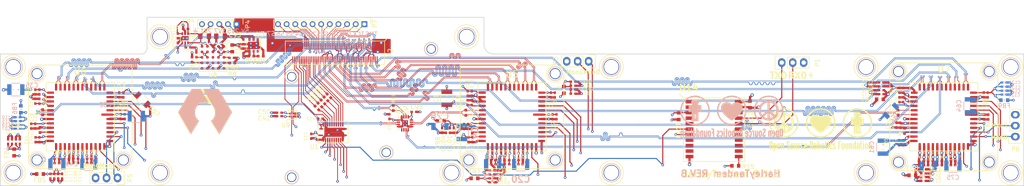
<source format=kicad_pcb>
(kicad_pcb (version 20160815) (host pcbnew 4.1.0-alpha+201608211231+7083~46~ubuntu16.04.1-product)
  (layers (0 F.Cu signal) (1 In1.Cu power) (2 In2.Cu signal) (3 In3.Cu signal) (4 In4.Cu power) (31 B.Cu signal) (34 B.Paste user) (35 F.Paste user) (36 B.SilkS user) (37 F.SilkS user) (38 B.Mask user) (39 F.Mask user) (44 Edge.Cuts user))
  (net 0 "")
  (net 1 +3V3)
  (net 2 GND)
  (net 3 +1V8)
  (net 4 +2V5)
  (net 5 FPGA_JTAG_TMS)
  (net 6 FPGA_JTAG_TCK)
  (net 7 FPGA_JTAG_TDO)
  (net 8 FPGA_JTAG_TDI)
  (net 9 SPI_MOSI)
  (net 10 +5V)
  (net 11 Python_lvds_clk+)
  (net 12 Python_lvds_clk-)
  (net 13 Python2_clk_return+)
  (net 14 Python2_clk_return-)
  (net 15 Python2_SYNC+)
  (net 16 Python2_SYNC-)
  (net 17 Python2_DOUT0+)
  (net 18 Python2_DOUT0-)
  (net 19 Python2_DOUT1+)
  (net 20 Python2_DOUT1-)
  (net 21 Python2_DOUT2+)
  (net 22 Python2_DOUT2-)
  (net 23 Python2_DOUT3+)
  (net 24 Python2_DOUT3-)
  (net 25 SPI_MISO)
  (net 26 SPI_SCK)
  (net 27 Python1_CS#)
  (net 28 Python2_CS#)
  (net 29 Python3_CS#)
  (net 30 Python_Trigger)
  (net 31 Python_RST#)
  (net 32 Python1_SYNC+)
  (net 33 Python1_SYNC-)
  (net 34 Python1_DOUT0+)
  (net 35 Python1_DOUT0-)
  (net 36 Python1_DOUT1+)
  (net 37 Python1_DOUT1-)
  (net 38 Python1_DOUT2+)
  (net 39 Python1_DOUT2-)
  (net 40 Python1_DOUT3+)
  (net 41 Python1_DOUT3-)
  (net 42 Python1_clk_return+)
  (net 43 Python1_clk_return-)
  (net 44 Python3_SYNC+)
  (net 45 Python3_SYNC-)
  (net 46 Python3_DOUT0+)
  (net 47 Python3_DOUT0-)
  (net 48 Python3_DOUT1+)
  (net 49 Python3_DOUT1-)
  (net 50 Python3_DOUT2+)
  (net 51 Python3_DOUT2-)
  (net 52 Python3_DOUT3+)
  (net 53 Python3_DOUT3-)
  (net 54 Python3_clk_return+)
  (net 55 Python3_clk_return-)
  (net 56 Python1_lvds_clk-)
  (net 57 Python1_lvds_clk+)
  (net 58 "Net-(R2-Pad1)")
  (net 59 Python2_lvds_clk-)
  (net 60 Python2_lvds_clk+)
  (net 61 "Net-(R4-Pad1)")
  (net 62 Python3_lvds_clk-)
  (net 63 Python3_lvds_clk+)
  (net 64 "Net-(R6-Pad1)")
  (net 65 Python2_CS#_3V3)
  (net 66 Python1_CS#_3V3)
  (net 67 Python3_CS#_3V3)
  (net 68 SPI_MOSI_3V3)
  (net 69 Python_RST#_3V3)
  (net 70 Python_Trigger_3V3)
  (net 71 SPI_SCK_3V3)
  (net 72 SPI_MISO_3V3)
  (net 73 "Net-(C90-Pad1)")
  (net 74 "Net-(C92-Pad1)")
  (net 75 "Net-(R8-Pad1)")
  (net 76 "Net-(R9-Pad1)")
  (net 77 FPGA_Signal1)
  (net 78 FPGA_Signal2)
  (net 79 FPGA_Signal3)
  (net 80 FPGA_Signal4)
  (net 81 FPGA_Signal5)
  (net 82 FPGA_Signal6)
  (net 83 FPGA_Signal7)
  (net 84 Python1_VDD)
  (net 85 Python1_VDDPIX)
  (net 86 Python1_1V8)
  (net 87 Python2_VDD)
  (net 88 Python2_VDDPIX)
  (net 89 Python2_1V8)
  (net 90 Python3_VDD)
  (net 91 Python3_VDDPIX)
  (net 92 Python3_1V8)
  (net 93 3V7)
  (net 94 2V1)
  (net 95 "Net-(C134-Pad1)")
  (net 96 IMU_TX0)
  (net 97 IMU_RX0)
  (net 98 IMU_RX1_2V5)
  (net 99 Python1_Monitor0_3V3)
  (net 100 Python1_Monitor1_3V3)
  (net 101 Python2_Monitor0_3V3)
  (net 102 Python2_Monitor1_3V3)
  (net 103 Python3_Monitor0_3V3)
  (net 104 Python3_Monitor1_3V3)
  (net 105 "Net-(R7-Pad2)")
  (net 106 "Net-(R10-Pad2)")
  (net 107 "Net-(R12-Pad2)")
  (net 108 "Net-(R13-Pad2)")
  (net 109 "Net-(R14-Pad2)")
  (net 110 "Net-(R15-Pad2)")
  (net 111 "Net-(R16-Pad2)")
  (net 112 IMU_RX1)
  (net 113 IMU_TX1)
  (net 114 IMU_TX1_2V5)
  (module Dipoles_SMD:C_0402 (layer F.Cu) (at 76.6 181.9 180)
    (fp_text reference C42 (at 3.5 -0.5 180) (layer F.SilkS))
    (fp_text value 100n hide)
    (pad 1 smd rect (at -0.55 0 180) (size 0.6 0.5) (layers F.Cu F.Paste F.Mask) (net 1 +3V3))
    (pad 2 smd rect (at 0.55 0 180) (size 0.6 0.5) (layers F.Cu F.Paste F.Mask) (net 2 GND))
  )
  (module Dipoles_SMD:R_0402 (layer F.Cu) (at 121.3 185.205 90)
    (fp_text reference R2 (at 1.705 0 90) (layer F.SilkS) (effects (font (size 0.7 0.7) (thickness 0.1))))
    (fp_text value 47k hide)
    (pad 1 smd rect (at -0.6 0 90) (size 0.635 0.61) (layers F.Cu F.Paste F.Mask) (net 58 "Net-(R2-Pad1)"))
    (pad 2 smd rect (at 0.6 0 90) (size 0.635 0.61) (layers F.Cu F.Paste F.Mask) (net 2 GND))
  )
  (module Dipoles_SMD:R_0402 (layer F.Cu) (at 21.8 181 270)
    (fp_text reference R3 (at -0.2 0.9 270) (layer F.SilkS) (effects (font (size 0.7 0.7) (thickness 0.1))))
    (fp_text value 100 hide)
    (pad 1 smd rect (at -0.6 0 270) (size 0.635 0.61) (layers F.Cu F.Paste F.Mask) (net 59 Python2_lvds_clk-))
    (pad 2 smd rect (at 0.6 0 270) (size 0.635 0.61) (layers F.Cu F.Paste F.Mask) (net 60 Python2_lvds_clk+))
  )
  (module silkscreen:OSRF_logo (layer B.Cu) (at 181.45 181.7 180)
    (fp_text reference G*** hide)
    (fp_text value LOGO hide)
  )
  (module Dipoles_SMD:C_0402 (layer F.Cu) (at 39.9 182.005 270)
    (fp_text reference C40 (at -2.48 0.125 270) (layer F.SilkS))
    (fp_text value 1u hide)
    (pad 1 smd rect (at -0.55 0 270) (size 0.6 0.5) (layers F.Cu F.Paste F.Mask) (net 87 Python2_VDD))
    (pad 2 smd rect (at 0.55 0 270) (size 0.6 0.5) (layers F.Cu F.Paste F.Mask) (net 2 GND))
  )
  (module Dipoles_SMD:C_0402 (layer F.Cu) (at 21.05 176.305 270)
    (fp_text reference C43 (at -0.1 2.05 270) (layer F.SilkS) (effects (font (size 0.7 0.7) (thickness 0.1))))
    (fp_text value 1u hide)
    (pad 1 smd rect (at -0.55 0 270) (size 0.6 0.5) (layers F.Cu F.Paste F.Mask) (net 87 Python2_VDD))
    (pad 2 smd rect (at 0.55 0 270) (size 0.6 0.5) (layers F.Cu F.Paste F.Mask) (net 2 GND))
  )
  (module Dipoles_SMD:C_1210Polarized (layer B.Cu) (at 15.595 175.75 180)
    (fp_text reference C35 (at -3.705 0.975 180) (layer B.SilkS) (effects (justify mirror)))
    (fp_text value 100u)
    (pad 1 smd rect (at -1.5 0 180) (size 1 2.5) (layers B.Cu B.Paste B.Mask) (net 87 Python2_VDD))
    (pad 2 smd rect (at 1.5 0 180) (size 1 2.5) (layers B.Cu B.Paste B.Mask) (net 2 GND))
  )
  (module silkscreen:OSRFOfficialLogo12.8x10.8 (layer B.Cu) (at 59.4 180.805 180)
    (fp_text reference G*** hide)
    (fp_text value LOGO hide)
  )
  (module Dipoles_SMD:R_0402 (layer F.Cu) (at 219.9 181.105 270)
    (fp_text reference R5 (at -0.005 1.1 270) (layer F.SilkS))
    (fp_text value 100 hide)
    (pad 1 smd rect (at -0.6 0 270) (size 0.635 0.61) (layers F.Cu F.Paste F.Mask) (net 62 Python3_lvds_clk-))
    (pad 2 smd rect (at 0.6 0 270) (size 0.635 0.61) (layers F.Cu F.Paste F.Mask) (net 63 Python3_lvds_clk+))
  )
  (module Dipoles_SMD:C_1210Polarized (layer F.Cu) (at 115.395508 177.750138 270)
    (fp_text reference C1 (at 0 2.495508 270) (layer F.SilkS))
    (fp_text value 100u)
    (pad 1 smd rect (at -1.5 0 270) (size 1 2.5) (layers F.Cu F.Paste F.Mask) (net 84 Python1_VDD))
    (pad 2 smd rect (at 1.5 0 270) (size 1 2.5) (layers F.Cu F.Paste F.Mask) (net 2 GND))
  )
  (module Dipoles_SMD:C_0402 (layer F.Cu) (at 125.120508 193.050138)
    (fp_text reference C2 (at -0.020508 -1.745138) (layer F.SilkS) (effects (font (size 0.5 0.5) (thickness 0.07))))
    (fp_text value 4.7u hide)
    (pad 1 smd rect (at -0.55 0) (size 0.6 0.5) (layers F.Cu F.Paste F.Mask) (net 85 Python1_VDDPIX))
    (pad 2 smd rect (at 0.55 0) (size 0.6 0.5) (layers F.Cu F.Paste F.Mask) (net 2 GND))
  )
  (module Dipoles_SMD:C_0402 (layer F.Cu) (at 139.5 177.005 270)
    (fp_text reference C3 (at 2.195 0 270) (layer F.SilkS) (effects (font (size 0.7 0.7) (thickness 0.1))))
    (fp_text value 100n hide)
    (pad 1 smd rect (at -0.55 0 270) (size 0.6 0.5) (layers F.Cu F.Paste F.Mask) (net 86 Python1_1V8))
    (pad 2 smd rect (at 0.55 0 270) (size 0.6 0.5) (layers F.Cu F.Paste F.Mask) (net 2 GND))
  )
  (module Dipoles_SMD:C_1210Polarized (layer B.Cu) (at 118.9 185.7 90)
    (fp_text reference C4 (at 0 3 90) (layer B.SilkS) (effects (font (size 1.5 1.5) (thickness 0.3)) (justify mirror)))
    (fp_text value 100u)
    (pad 1 smd rect (at -1.5 0 90) (size 1 2.5) (layers B.Cu B.Paste B.Mask) (net 84 Python1_VDD))
    (pad 2 smd rect (at 1.5 0 90) (size 1 2.5) (layers B.Cu B.Paste B.Mask) (net 2 GND))
  )
  (module Dipoles_SMD:C_0402 (layer F.Cu) (at 127.220508 193.050138)
    (fp_text reference C5 (at -0.020508 -1.745138) (layer F.SilkS) (effects (font (size 0.5 0.5) (thickness 0.07))))
    (fp_text value 4.7u hide)
    (pad 1 smd rect (at -0.55 0) (size 0.6 0.5) (layers F.Cu F.Paste F.Mask) (net 85 Python1_VDDPIX))
    (pad 2 smd rect (at 0.55 0) (size 0.6 0.5) (layers F.Cu F.Paste F.Mask) (net 2 GND))
  )
  (module Dipoles_SMD:C_0402 (layer F.Cu) (at 121.170508 178.775138 90)
    (fp_text reference C6 (at -0.024862 -1.870508 90) (layer F.SilkS))
    (fp_text value 100n hide)
    (pad 1 smd rect (at -0.55 0 90) (size 0.6 0.5) (layers F.Cu F.Paste F.Mask) (net 86 Python1_1V8))
    (pad 2 smd rect (at 0.55 0 90) (size 0.6 0.5) (layers F.Cu F.Paste F.Mask) (net 2 GND))
  )
  (module Dipoles_SMD:C_0402 (layer F.Cu) (at 131.420508 193.025138 180)
    (fp_text reference C7 (at 0.020508 1.620138 180) (layer F.SilkS) (effects (font (size 0.5 0.5) (thickness 0.07))))
    (fp_text value 4.7u hide)
    (pad 1 smd rect (at -0.55 0 180) (size 0.6 0.5) (layers F.Cu F.Paste F.Mask) (net 85 Python1_VDDPIX))
    (pad 2 smd rect (at 0.55 0 180) (size 0.6 0.5) (layers F.Cu F.Paste F.Mask) (net 2 GND))
  )
  (module Dipoles_SMD:C_0402 (layer F.Cu) (at 120.295508 184.300138 270)
    (fp_text reference C8 (at -1.500138 -0.004492 270) (layer F.SilkS) (effects (font (size 0.5 0.5) (thickness 0.07))))
    (fp_text value 100n hide)
    (pad 1 smd rect (at -0.55 0 270) (size 0.6 0.5) (layers F.Cu F.Paste F.Mask) (net 86 Python1_1V8))
    (pad 2 smd rect (at 0.55 0 270) (size 0.6 0.5) (layers F.Cu F.Paste F.Mask) (net 2 GND))
  )
  (module Dipoles_SMD:C_0402 (layer F.Cu) (at 140.8 182.05 270)
    (fp_text reference C9 (at 2.25 -0.1 270) (layer F.SilkS) (effects (font (size 0.7 0.7) (thickness 0.1))))
    (fp_text value 1u hide)
    (pad 1 smd rect (at -0.55 0 270) (size 0.6 0.5) (layers F.Cu F.Paste F.Mask) (net 84 Python1_VDD))
    (pad 2 smd rect (at 0.55 0 270) (size 0.6 0.5) (layers F.Cu F.Paste F.Mask) (net 2 GND))
  )
  (module Dipoles_SMD:C_0402 (layer F.Cu) (at 133.520508 193.025138 180)
    (fp_text reference C10 (at 0.020508 1.720138 180) (layer F.SilkS) (effects (font (size 0.5 0.5) (thickness 0.07))))
    (fp_text value 4.7u hide)
    (pad 1 smd rect (at -0.55 0 180) (size 0.6 0.5) (layers F.Cu F.Paste F.Mask) (net 85 Python1_VDDPIX))
    (pad 2 smd rect (at 0.55 0 180) (size 0.6 0.5) (layers F.Cu F.Paste F.Mask) (net 2 GND))
  )
  (module Dipoles_SMD:C_0402 (layer F.Cu) (at 121.170508 176.650138 270)
    (fp_text reference C13 (at -2.245138 -0.029492 270) (layer F.SilkS) (effects (font (size 0.7 0.7) (thickness 0.1))))
    (fp_text value 1u hide)
    (pad 1 smd rect (at -0.55 0 270) (size 0.6 0.5) (layers F.Cu F.Paste F.Mask) (net 84 Python1_VDD))
    (pad 2 smd rect (at 0.55 0 270) (size 0.6 0.5) (layers F.Cu F.Paste F.Mask) (net 2 GND))
  )
  (module Dipoles_SMD:C_0402 (layer F.Cu) (at 121.345508 187.350138 270)
    (fp_text reference C14 (at 1.849862 -0.054492 270) (layer F.SilkS) (effects (font (size 0.7 0.7) (thickness 0.1))))
    (fp_text value 1u hide)
    (pad 1 smd rect (at -0.55 0 270) (size 0.6 0.5) (layers F.Cu F.Paste F.Mask) (net 84 Python1_VDD))
    (pad 2 smd rect (at 0.55 0 270) (size 0.6 0.5) (layers F.Cu F.Paste F.Mask) (net 2 GND))
  )
  (module Dipoles_SMD:C_0402 (layer F.Cu) (at 140.4 177.005 270)
    (fp_text reference C15 (at 2.195 0 270) (layer F.SilkS) (effects (font (size 0.7 0.7) (thickness 0.1))))
    (fp_text value 4.7u hide)
    (pad 1 smd rect (at -0.55 0 270) (size 0.6 0.5) (layers F.Cu F.Paste F.Mask) (net 86 Python1_1V8))
    (pad 2 smd rect (at 0.55 0 270) (size 0.6 0.5) (layers F.Cu F.Paste F.Mask) (net 2 GND))
  )
  (module Dipoles_SMD:C_1210Polarized (layer B.Cu) (at 126 193.1)
    (fp_text reference C17 (at 0 3.2) (layer B.SilkS) (effects (font (size 1.5 1.5) (thickness 0.3)) (justify mirror)))
    (fp_text value 100u)
    (pad 1 smd rect (at -1.5 0) (size 1 2.5) (layers B.Cu B.Paste B.Mask) (net 85 Python1_VDDPIX))
    (pad 2 smd rect (at 1.5 0) (size 1 2.5) (layers B.Cu B.Paste B.Mask) (net 2 GND))
  )
  (module Dipoles_SMD:C_0402 (layer F.Cu) (at 129.3 192.105 180)
    (fp_text reference C18 (at 0 1.505 180) (layer F.SilkS) (effects (font (size 0.5 0.5) (thickness 0.07))))
    (fp_text value 1u hide)
    (pad 1 smd rect (at -0.55 0 180) (size 0.6 0.5) (layers F.Cu F.Paste F.Mask) (net 84 Python1_VDD))
    (pad 2 smd rect (at 0.55 0 180) (size 0.6 0.5) (layers F.Cu F.Paste F.Mask) (net 2 GND))
  )
  (module Dipoles_SMD:C_0402 (layer F.Cu) (at 120.2 178.755 90)
    (fp_text reference C19 (at 0.255 -2.1 90) (layer F.SilkS))
    (fp_text value 4.7u hide)
    (pad 1 smd rect (at -0.55 0 90) (size 0.6 0.5) (layers F.Cu F.Paste F.Mask) (net 86 Python1_1V8))
    (pad 2 smd rect (at 0.55 0 90) (size 0.6 0.5) (layers F.Cu F.Paste F.Mask) (net 2 GND))
  )
  (module Dipoles_SMD:C_1210Polarized (layer B.Cu) (at 132.5 193.1 180)
    (fp_text reference C20 (at 0 -3.4 180) (layer B.SilkS) (effects (font (size 1.5 1.5) (thickness 0.3)) (justify mirror)))
    (fp_text value 100u)
    (pad 1 smd rect (at -1.5 0 180) (size 1 2.5) (layers B.Cu B.Paste B.Mask) (net 85 Python1_VDDPIX))
    (pad 2 smd rect (at 1.5 0 180) (size 1 2.5) (layers B.Cu B.Paste B.Mask) (net 2 GND))
  )
  (module Dipoles_SMD:C_0402 (layer F.Cu) (at 119.4 184.3 270)
    (fp_text reference C21 (at 0.1 1.4 270) (layer F.SilkS) (effects (font (size 0.7 0.7) (thickness 0.1))))
    (fp_text value 4.7u hide)
    (pad 1 smd rect (at -0.55 0 270) (size 0.6 0.5) (layers F.Cu F.Paste F.Mask) (net 86 Python1_1V8))
    (pad 2 smd rect (at 0.55 0 270) (size 0.6 0.5) (layers F.Cu F.Paste F.Mask) (net 2 GND))
  )
  (module Dipoles_SMD:C_0402 (layer F.Cu) (at 139.903108 182.05 270)
    (fp_text reference C22 (at 2.15 -0.096892 270) (layer F.SilkS) (effects (font (size 0.7 0.7) (thickness 0.1))))
    (fp_text value 4.7u hide)
    (pad 1 smd rect (at -0.55 0 270) (size 0.6 0.5) (layers F.Cu F.Paste F.Mask) (net 84 Python1_VDD))
    (pad 2 smd rect (at 0.55 0 270) (size 0.6 0.5) (layers F.Cu F.Paste F.Mask) (net 2 GND))
  )
  (module Dipoles_SMD:C_0402 (layer F.Cu) (at 125.1 192.105)
    (fp_text reference C23 (at -0.020508 -1.470138) (layer F.SilkS) (effects (font (size 0.5 0.5) (thickness 0.07))))
    (fp_text value 1u hide)
    (pad 1 smd rect (at -0.55 0) (size 0.6 0.5) (layers F.Cu F.Paste F.Mask) (net 85 Python1_VDDPIX))
    (pad 2 smd rect (at 0.55 0) (size 0.6 0.5) (layers F.Cu F.Paste F.Mask) (net 2 GND))
  )
  (module Dipoles_SMD:C_0402 (layer F.Cu) (at 120.220508 176.650138 270)
    (fp_text reference C25 (at -2.245138 0.020508 270) (layer F.SilkS) (effects (font (size 0.7 0.7) (thickness 0.1))))
    (fp_text value 4.7u hide)
    (pad 1 smd rect (at -0.55 0 270) (size 0.6 0.5) (layers F.Cu F.Paste F.Mask) (net 84 Python1_VDD))
    (pad 2 smd rect (at 0.55 0 270) (size 0.6 0.5) (layers F.Cu F.Paste F.Mask) (net 2 GND))
  )
  (module Dipoles_SMD:C_0402 (layer F.Cu) (at 127.2 192.105)
    (fp_text reference C26 (at -0.020508 -1.470138) (layer F.SilkS) (effects (font (size 0.5 0.5) (thickness 0.07))))
    (fp_text value 1u hide)
    (pad 1 smd rect (at -0.55 0) (size 0.6 0.5) (layers F.Cu F.Paste F.Mask) (net 85 Python1_VDDPIX))
    (pad 2 smd rect (at 0.55 0) (size 0.6 0.5) (layers F.Cu F.Paste F.Mask) (net 2 GND))
  )
  (module Dipoles_SMD:C_0402 (layer F.Cu) (at 120.4 187.350138 270)
    (fp_text reference C27 (at 1.849862 0.1 270) (layer F.SilkS) (effects (font (size 0.7 0.7) (thickness 0.1))))
    (fp_text value 4.7u hide)
    (pad 1 smd rect (at -0.55 0 270) (size 0.6 0.5) (layers F.Cu F.Paste F.Mask) (net 84 Python1_VDD))
    (pad 2 smd rect (at 0.55 0 270) (size 0.6 0.5) (layers F.Cu F.Paste F.Mask) (net 2 GND))
  )
  (module Capacitors_SMD:C_1206 (layer B.Cu) (at 113.8 184.3 180)
    (fp_text reference C28 (at 0.05 2.395 180) (layer B.SilkS) (effects (font (size 1.5 1.5) (thickness 0.2)) (justify mirror)))
    (fp_text value 10u)
    (pad 1 smd rect (at -1.5 0 180) (size 1 1.6) (layers B.Cu B.Paste B.Mask) (net 86 Python1_1V8))
    (pad 2 smd rect (at 1.5 0 180) (size 1 1.6) (layers B.Cu B.Paste B.Mask) (net 2 GND))
  )
  (module Dipoles_SMD:C_0402 (layer F.Cu) (at 131.45 192.105 180)
    (fp_text reference C29 (at 0.020508 1.470138 180) (layer F.SilkS) (effects (font (size 0.5 0.5) (thickness 0.07))))
    (fp_text value 1u hide)
    (pad 1 smd rect (at -0.55 0 180) (size 0.6 0.5) (layers F.Cu F.Paste F.Mask) (net 85 Python1_VDDPIX))
    (pad 2 smd rect (at 0.55 0 180) (size 0.6 0.5) (layers F.Cu F.Paste F.Mask) (net 2 GND))
  )
  (module Dipoles_SMD:C_0402 (layer F.Cu) (at 129.320508 193.025138 180)
    (fp_text reference C30 (at 0.020508 1.720138 180) (layer F.SilkS) (effects (font (size 0.5 0.5) (thickness 0.07))))
    (fp_text value 4.7u hide)
    (pad 1 smd rect (at -0.55 0 180) (size 0.6 0.5) (layers F.Cu F.Paste F.Mask) (net 84 Python1_VDD))
    (pad 2 smd rect (at 0.55 0 180) (size 0.6 0.5) (layers F.Cu F.Paste F.Mask) (net 2 GND))
  )
  (module Dipoles_SMD:C_0402 (layer F.Cu) (at 133.55 192.105 180)
    (fp_text reference C31 (at 0.020508 1.470138 180) (layer F.SilkS) (effects (font (size 0.5 0.5) (thickness 0.07))))
    (fp_text value 1u hide)
    (pad 1 smd rect (at -0.55 0 180) (size 0.6 0.5) (layers F.Cu F.Paste F.Mask) (net 85 Python1_VDDPIX))
    (pad 2 smd rect (at 0.55 0 180) (size 0.6 0.5) (layers F.Cu F.Paste F.Mask) (net 2 GND))
  )
  (module Dipoles_SMD:C_1210Polarized (layer B.Cu) (at 43.5 181.9)
    (fp_text reference C32 (at -7.2 -2.625658) (layer B.SilkS) (effects (justify mirror)))
    (fp_text value 100u)
    (pad 1 smd rect (at -1.5 0) (size 1 2.5) (layers B.Cu B.Paste B.Mask) (net 87 Python2_VDD))
    (pad 2 smd rect (at 1.5 0) (size 1 2.5) (layers B.Cu B.Paste B.Mask) (net 2 GND))
  )
  (module Dipoles_SMD:C_0402 (layer F.Cu) (at 25.095722 191.800658)
    (fp_text reference C33 (at 0.404278 -1.700658) (layer F.SilkS) (effects (font (size 0.5 0.5) (thickness 0.07))))
    (fp_text value 4.7u hide)
    (pad 1 smd rect (at -0.55 0) (size 0.6 0.5) (layers F.Cu F.Paste F.Mask) (net 88 Python2_VDDPIX))
    (pad 2 smd rect (at 0.55 0) (size 0.6 0.5) (layers F.Cu F.Paste F.Mask) (net 2 GND))
  )
  (module Dipoles_SMD:C_0402 (layer F.Cu) (at 20.095722 178.425658 90)
    (fp_text reference C34 (at -0.274342 -0.895722 90) (layer F.SilkS) (effects (font (size 0.7 0.7) (thickness 0.1))))
    (fp_text value 100n hide)
    (pad 1 smd rect (at -0.55 0 90) (size 0.6 0.5) (layers F.Cu F.Paste F.Mask) (net 89 Python2_1V8))
    (pad 2 smd rect (at 0.55 0 90) (size 0.6 0.5) (layers F.Cu F.Paste F.Mask) (net 2 GND))
  )
  (module Dipoles_SMD:C_0402 (layer F.Cu) (at 27.345722 191.800658)
    (fp_text reference C36 (at 0.254278 -1.800658) (layer F.SilkS) (effects (font (size 0.5 0.5) (thickness 0.07))))
    (fp_text value 4.7u hide)
    (pad 1 smd rect (at -0.55 0) (size 0.6 0.5) (layers F.Cu F.Paste F.Mask) (net 88 Python2_VDDPIX))
    (pad 2 smd rect (at 0.55 0) (size 0.6 0.5) (layers F.Cu F.Paste F.Mask) (net 2 GND))
  )
  (module Dipoles_SMD:C_0402 (layer F.Cu) (at 39.520722 176.975658 270)
    (fp_text reference C37 (at -2.175658 0.020722 270) (layer F.SilkS) (effects (font (size 0.7 0.7) (thickness 0.1))))
    (fp_text value 100n hide)
    (pad 1 smd rect (at -0.55 0 270) (size 0.6 0.5) (layers F.Cu F.Paste F.Mask) (net 89 Python2_1V8))
    (pad 2 smd rect (at 0.55 0 270) (size 0.6 0.5) (layers F.Cu F.Paste F.Mask) (net 2 GND))
  )
  (module Dipoles_SMD:C_0402 (layer F.Cu) (at 31.545722 191.750658 180)
    (fp_text reference C38 (at 0.245722 1.850658 180) (layer F.SilkS) (effects (font (size 0.5 0.5) (thickness 0.07))))
    (fp_text value 4.7u hide)
    (pad 1 smd rect (at -0.55 0 180) (size 0.6 0.5) (layers F.Cu F.Paste F.Mask) (net 88 Python2_VDDPIX))
    (pad 2 smd rect (at 0.55 0 180) (size 0.6 0.5) (layers F.Cu F.Paste F.Mask) (net 2 GND))
  )
  (module Dipoles_SMD:C_0402 (layer F.Cu) (at 20.070722 184.200658 270)
    (fp_text reference C39 (at -2.000658 0.020722 270) (layer F.SilkS) (effects (font (size 0.7 0.7) (thickness 0.1))))
    (fp_text value 100n hide)
    (pad 1 smd rect (at -0.55 0 270) (size 0.6 0.5) (layers F.Cu F.Paste F.Mask) (net 89 Python2_1V8))
    (pad 2 smd rect (at 0.55 0 270) (size 0.6 0.5) (layers F.Cu F.Paste F.Mask) (net 2 GND))
  )
  (module Dipoles_SMD:C_0402 (layer F.Cu) (at 33.645722 191.750658 180)
    (fp_text reference C41 (at 0.045722 1.750658 180) (layer F.SilkS) (effects (font (size 0.5 0.5) (thickness 0.07))))
    (fp_text value 4.7u hide)
    (pad 1 smd rect (at -0.55 0 180) (size 0.6 0.5) (layers F.Cu F.Paste F.Mask) (net 88 Python2_VDDPIX))
    (pad 2 smd rect (at 0.55 0 180) (size 0.6 0.5) (layers F.Cu F.Paste F.Mask) (net 2 GND))
  )
  (module Dipoles_SMD:C_0402 (layer F.Cu) (at 21.05 187.355 270)
    (fp_text reference C44 (at 0.05 1.95 270) (layer F.SilkS) (effects (font (size 0.7 0.7) (thickness 0.1))))
    (fp_text value 1u hide)
    (pad 1 smd rect (at -0.55 0 270) (size 0.6 0.5) (layers F.Cu F.Paste F.Mask) (net 87 Python2_VDD))
    (pad 2 smd rect (at 0.55 0 270) (size 0.6 0.5) (layers F.Cu F.Paste F.Mask) (net 2 GND))
  )
  (module Dipoles_SMD:C_0402 (layer F.Cu) (at 40.5 177 270)
    (fp_text reference C45 (at -2.175 -0.15 270) (layer F.SilkS) (effects (font (size 0.7 0.7) (thickness 0.1))))
    (fp_text value 4.7u hide)
    (pad 1 smd rect (at -0.55 0 270) (size 0.6 0.5) (layers F.Cu F.Paste F.Mask) (net 89 Python2_1V8))
    (pad 2 smd rect (at 0.55 0 270) (size 0.6 0.5) (layers F.Cu F.Paste F.Mask) (net 2 GND))
  )
  (module Dipoles_SMD:C_1210Polarized (layer B.Cu) (at 25.1 193)
    (fp_text reference C46 (at -3.9 -0.999342) (layer B.SilkS) (effects (justify mirror)))
    (fp_text value 100u)
    (pad 1 smd rect (at -1.5 0) (size 1 2.5) (layers B.Cu B.Paste B.Mask) (net 88 Python2_VDDPIX))
    (pad 2 smd rect (at 1.5 0) (size 1 2.5) (layers B.Cu B.Paste B.Mask) (net 2 GND))
  )
  (module Dipoles_SMD:C_0402 (layer F.Cu) (at 29.445722 191.750658 180)
    (fp_text reference C47 (at 0.245722 1.750658 180) (layer F.SilkS) (effects (font (size 0.5 0.5) (thickness 0.07))))
    (fp_text value 1u hide)
    (pad 1 smd rect (at -0.55 0 180) (size 0.6 0.5) (layers F.Cu F.Paste F.Mask) (net 87 Python2_VDD))
    (pad 2 smd rect (at 0.55 0 180) (size 0.6 0.5) (layers F.Cu F.Paste F.Mask) (net 2 GND))
  )
  (module Dipoles_SMD:C_0402 (layer F.Cu) (at 19.15 184.205 270)
    (fp_text reference C48 (at -2.005 0 270) (layer F.SilkS) (effects (font (size 0.7 0.7) (thickness 0.1))))
    (fp_text value 4.7u hide)
    (pad 1 smd rect (at -0.55 0 270) (size 0.6 0.5) (layers F.Cu F.Paste F.Mask) (net 89 Python2_1V8))
    (pad 2 smd rect (at 0.55 0 270) (size 0.6 0.5) (layers F.Cu F.Paste F.Mask) (net 2 GND))
  )
  (module Dipoles_SMD:C_1210Polarized (layer B.Cu) (at 32.5 193 180)
    (fp_text reference C49 (at 3.929278 0.020658) (layer B.SilkS) (effects (justify mirror)))
    (fp_text value 100u)
    (pad 1 smd rect (at -1.5 0 180) (size 1 2.5) (layers B.Cu B.Paste B.Mask) (net 88 Python2_VDDPIX))
    (pad 2 smd rect (at 1.5 0 180) (size 1 2.5) (layers B.Cu B.Paste B.Mask) (net 2 GND))
  )
  (module Dipoles_SMD:C_0402 (layer F.Cu) (at 40.8 182.005 270)
    (fp_text reference C51 (at -2.505 -0.2 270) (layer F.SilkS))
    (fp_text value 4.7u hide)
    (pad 1 smd rect (at -0.55 0 270) (size 0.6 0.5) (layers F.Cu F.Paste F.Mask) (net 87 Python2_VDD))
    (pad 2 smd rect (at 0.55 0 270) (size 0.6 0.5) (layers F.Cu F.Paste F.Mask) (net 2 GND))
  )
  (module Dipoles_SMD:C_0402 (layer F.Cu) (at 33.645722 192.750658 180)
    (fp_text reference C52 (at 0.045722 2.145658 180) (layer F.SilkS) (effects (font (size 0.5 0.5) (thickness 0.07))))
    (fp_text value 1u hide)
    (pad 1 smd rect (at -0.55 0 180) (size 0.6 0.5) (layers F.Cu F.Paste F.Mask) (net 88 Python2_VDDPIX))
    (pad 2 smd rect (at 0.55 0 180) (size 0.6 0.5) (layers F.Cu F.Paste F.Mask) (net 2 GND))
  )
  (module Dipoles_SMD:C_0402 (layer F.Cu) (at 21.05 178.455 90)
    (fp_text reference C53 (at -0.045 0.95 90) (layer F.SilkS) (effects (font (size 0.7 0.7) (thickness 0.1))))
    (fp_text value 4.7u hide)
    (pad 1 smd rect (at -0.55 0 90) (size 0.6 0.5) (layers F.Cu F.Paste F.Mask) (net 89 Python2_1V8))
    (pad 2 smd rect (at 0.55 0 90) (size 0.6 0.5) (layers F.Cu F.Paste F.Mask) (net 2 GND))
  )
  (module Dipoles_SMD:C_0402 (layer F.Cu) (at 20.15 187.355 270)
    (fp_text reference C54 (at 0.05 2.15 270) (layer F.SilkS) (effects (font (size 0.7 0.7) (thickness 0.1))))
    (fp_text value 4.7u hide)
    (pad 1 smd rect (at -0.55 0 270) (size 0.6 0.5) (layers F.Cu F.Paste F.Mask) (net 87 Python2_VDD))
    (pad 2 smd rect (at 0.55 0 270) (size 0.6 0.5) (layers F.Cu F.Paste F.Mask) (net 2 GND))
  )
  (module Dipoles_SMD:C_0402 (layer F.Cu) (at 31.545722 192.750658 180)
    (fp_text reference C55 (at 0.045722 2.145658 180) (layer F.SilkS) (effects (font (size 0.5 0.5) (thickness 0.07))))
    (fp_text value 1u hide)
    (pad 1 smd rect (at -0.55 0 180) (size 0.6 0.5) (layers F.Cu F.Paste F.Mask) (net 88 Python2_VDDPIX))
    (pad 2 smd rect (at 0.55 0 180) (size 0.6 0.5) (layers F.Cu F.Paste F.Mask) (net 2 GND))
  )
  (module Dipoles_SMD:C_0402 (layer F.Cu) (at 20.1 176.305 270)
    (fp_text reference C56 (at -0.1 2.1 270) (layer F.SilkS) (effects (font (size 0.7 0.7) (thickness 0.1))))
    (fp_text value 4.7u hide)
    (pad 1 smd rect (at -0.55 0 270) (size 0.6 0.5) (layers F.Cu F.Paste F.Mask) (net 87 Python2_VDD))
    (pad 2 smd rect (at 0.55 0 270) (size 0.6 0.5) (layers F.Cu F.Paste F.Mask) (net 2 GND))
  )
  (module Capacitors_SMD:C_1206 (layer F.Cu) (at 44.9 178.1 315)
    (fp_text reference C57 (at 3.818377 -0.070711 315) (layer F.SilkS))
    (fp_text value 10u)
    (pad 1 smd rect (at -1.5 0 315) (size 1 1.6) (layers F.Cu F.Paste F.Mask) (net 89 Python2_1V8))
    (pad 2 smd rect (at 1.5 0 315) (size 1 1.6) (layers F.Cu F.Paste F.Mask) (net 2 GND))
  )
  (module Dipoles_SMD:C_0402 (layer F.Cu) (at 27.345722 192.800658)
    (fp_text reference C58 (at -0.045722 -2.195658) (layer F.SilkS) (effects (font (size 0.5 0.5) (thickness 0.07))))
    (fp_text value 1u hide)
    (pad 1 smd rect (at -0.55 0) (size 0.6 0.5) (layers F.Cu F.Paste F.Mask) (net 88 Python2_VDDPIX))
    (pad 2 smd rect (at 0.55 0) (size 0.6 0.5) (layers F.Cu F.Paste F.Mask) (net 2 GND))
  )
  (module Dipoles_SMD:C_0402 (layer F.Cu) (at 29.445722 192.750658 180)
    (fp_text reference C59 (at 0.045722 2.145658 180) (layer F.SilkS) (effects (font (size 0.5 0.5) (thickness 0.07))))
    (fp_text value 4.7u hide)
    (pad 1 smd rect (at -0.55 0 180) (size 0.6 0.5) (layers F.Cu F.Paste F.Mask) (net 87 Python2_VDD))
    (pad 2 smd rect (at 0.55 0 180) (size 0.6 0.5) (layers F.Cu F.Paste F.Mask) (net 2 GND))
  )
  (module Dipoles_SMD:C_0402 (layer F.Cu) (at 25.095722 192.800658)
    (fp_text reference C60 (at 0 -2.095658) (layer F.SilkS) (effects (font (size 0.5 0.5) (thickness 0.07))))
    (fp_text value 1u hide)
    (pad 1 smd rect (at -0.55 0) (size 0.6 0.5) (layers F.Cu F.Paste F.Mask) (net 88 Python2_VDDPIX))
    (pad 2 smd rect (at 0.55 0) (size 0.6 0.5) (layers F.Cu F.Paste F.Mask) (net 2 GND))
  )
  (module Dipoles_SMD:C_1210Polarized (layer B.Cu) (at 216.425 189.075 270)
    (fp_text reference C61 (at 0.025 2.625 270) (layer B.SilkS) (effects (justify mirror)))
    (fp_text value 100u)
    (pad 1 smd rect (at -1.5 0 270) (size 1 2.5) (layers B.Cu B.Paste B.Mask) (net 90 Python3_VDD))
    (pad 2 smd rect (at 1.5 0 270) (size 1 2.5) (layers B.Cu B.Paste B.Mask) (net 2 GND))
  )
  (module Dipoles_SMD:C_0402 (layer F.Cu) (at 225.295071 193.252183)
    (fp_text reference C62 (at -0.395071 -1.852183) (layer F.SilkS) (effects (font (size 0.5 0.5) (thickness 0.07))))
    (fp_text value 4.7u hide)
    (pad 1 smd rect (at -0.55 0) (size 0.6 0.5) (layers F.Cu F.Paste F.Mask) (net 91 Python3_VDDPIX))
    (pad 2 smd rect (at 0.55 0) (size 0.6 0.5) (layers F.Cu F.Paste F.Mask) (net 2 GND))
  )
  (module Dipoles_SMD:C_0402 (layer F.Cu) (at 220.45 184.005 270)
    (fp_text reference C63 (at 0 1.9 270) (layer F.SilkS) (effects (font (size 0.7 0.7) (thickness 0.1))))
    (fp_text value 100n hide)
    (pad 1 smd rect (at -0.55 0 270) (size 0.6 0.5) (layers F.Cu F.Paste F.Mask) (net 92 Python3_1V8))
    (pad 2 smd rect (at 0.55 0 270) (size 0.6 0.5) (layers F.Cu F.Paste F.Mask) (net 2 GND))
  )
  (module Dipoles_SMD:C_1210Polarized (layer B.Cu) (at 236.6 179.5 90)
    (fp_text reference C64 (at 0 -2.6 90) (layer B.SilkS) (effects (justify mirror)))
    (fp_text value 100u)
    (pad 1 smd rect (at -1.5 0 90) (size 1 2.5) (layers B.Cu B.Paste B.Mask) (net 90 Python3_VDD))
    (pad 2 smd rect (at 1.5 0 90) (size 1 2.5) (layers B.Cu B.Paste B.Mask) (net 2 GND))
  )
  (module Dipoles_SMD:C_0402 (layer F.Cu) (at 227.395071 193.252183)
    (fp_text reference C65 (at -0.395071 -1.852183) (layer F.SilkS) (effects (font (size 0.5 0.5) (thickness 0.07))))
    (fp_text value 4.7u hide)
    (pad 1 smd rect (at -0.55 0) (size 0.6 0.5) (layers F.Cu F.Paste F.Mask) (net 91 Python3_VDDPIX))
    (pad 2 smd rect (at 0.55 0) (size 0.6 0.5) (layers F.Cu F.Paste F.Mask) (net 2 GND))
  )
  (module Dipoles_SMD:C_0402 (layer F.Cu) (at 221.1 178.1 90)
    (fp_text reference C66 (at 0 -1.7 90) (layer F.SilkS) (effects (font (size 0.5 0.5) (thickness 0.07))))
    (fp_text value 100n hide)
    (pad 1 smd rect (at -0.55 0 90) (size 0.6 0.5) (layers F.Cu F.Paste F.Mask) (net 92 Python3_1V8))
    (pad 2 smd rect (at 0.55 0 90) (size 0.6 0.5) (layers F.Cu F.Paste F.Mask) (net 2 GND))
  )
  (module Dipoles_SMD:C_0402 (layer F.Cu) (at 231.570071 193.252183 180)
    (fp_text reference C67 (at -0.429929 2.052183 180) (layer F.SilkS) (effects (font (size 0.5 0.5) (thickness 0.07))))
    (fp_text value 4.7u hide)
    (pad 1 smd rect (at -0.55 0 180) (size 0.6 0.5) (layers F.Cu F.Paste F.Mask) (net 91 Python3_VDDPIX))
    (pad 2 smd rect (at 0.55 0 180) (size 0.6 0.5) (layers F.Cu F.Paste F.Mask) (net 2 GND))
  )
  (module Dipoles_SMD:C_0402 (layer F.Cu) (at 239.75 176.977183 270)
    (fp_text reference C68 (at 2.1 -0.1 270) (layer F.SilkS) (effects (font (size 0.7 0.7) (thickness 0.1))))
    (fp_text value 100n hide)
    (pad 1 smd rect (at -0.55 0 270) (size 0.6 0.5) (layers F.Cu F.Paste F.Mask) (net 92 Python3_1V8))
    (pad 2 smd rect (at 0.55 0 270) (size 0.6 0.5) (layers F.Cu F.Paste F.Mask) (net 2 GND))
  )
  (module Dipoles_SMD:C_0402 (layer F.Cu) (at 221.1 175.9 270)
    (fp_text reference C69 (at 0 1.7 270) (layer F.SilkS) (effects (font (size 0.5 0.5) (thickness 0.07))))
    (fp_text value 1u hide)
    (pad 1 smd rect (at -0.55 0 270) (size 0.6 0.5) (layers F.Cu F.Paste F.Mask) (net 90 Python3_VDD))
    (pad 2 smd rect (at 0.55 0 270) (size 0.6 0.5) (layers F.Cu F.Paste F.Mask) (net 2 GND))
  )
  (module Dipoles_SMD:C_0402 (layer F.Cu) (at 233.670071 193.252183 180)
    (fp_text reference C70 (at -0.529929 1.952183 180) (layer F.SilkS) (effects (font (size 0.5 0.5) (thickness 0.07))))
    (fp_text value 4.7u hide)
    (pad 1 smd rect (at -0.55 0 180) (size 0.6 0.5) (layers F.Cu F.Paste F.Mask) (net 91 Python3_VDDPIX))
    (pad 2 smd rect (at 0.55 0 180) (size 0.6 0.5) (layers F.Cu F.Paste F.Mask) (net 2 GND))
  )
  (module Dipoles_SMD:C_0402 (layer F.Cu) (at 221.1 188.05 270)
    (fp_text reference C72 (at -0.05 2 270) (layer F.SilkS) (effects (font (size 0.7 0.7) (thickness 0.1))))
    (fp_text value 1u hide)
    (pad 1 smd rect (at -0.55 0 270) (size 0.6 0.5) (layers F.Cu F.Paste F.Mask) (net 90 Python3_VDD))
    (pad 2 smd rect (at 0.55 0 270) (size 0.6 0.5) (layers F.Cu F.Paste F.Mask) (net 2 GND))
  )
  (module Dipoles_SMD:C_0402 (layer F.Cu) (at 229.5 192.305 180)
    (fp_text reference C73 (at 0.4 1.805 180) (layer F.SilkS) (effects (font (size 0.5 0.5) (thickness 0.07))))
    (fp_text value 1u hide)
    (pad 1 smd rect (at -0.55 0 180) (size 0.6 0.5) (layers F.Cu F.Paste F.Mask) (net 90 Python3_VDD))
    (pad 2 smd rect (at 0.55 0 180) (size 0.6 0.5) (layers F.Cu F.Paste F.Mask) (net 2 GND))
  )
  (module Dipoles_SMD:C_0402 (layer F.Cu) (at 219.520071 183.977183 270)
    (fp_text reference C74 (at 0 2 270) (layer F.SilkS) (effects (font (size 0.7 0.7) (thickness 0.1))))
    (fp_text value 4.7u hide)
    (pad 1 smd rect (at -0.55 0 270) (size 0.6 0.5) (layers F.Cu F.Paste F.Mask) (net 92 Python3_1V8))
    (pad 2 smd rect (at 0.55 0 270) (size 0.6 0.5) (layers F.Cu F.Paste F.Mask) (net 2 GND))
  )
  (module Dipoles_SMD:C_1210Polarized (layer B.Cu) (at 232.6 193.45 180)
    (fp_text reference C75 (at 0 -2.65 180) (layer B.SilkS) (effects (justify mirror)))
    (fp_text value 100u)
    (pad 1 smd rect (at -1.5 0 180) (size 1 2.5) (layers B.Cu B.Paste B.Mask) (net 91 Python3_VDDPIX))
    (pad 2 smd rect (at 1.5 0 180) (size 1 2.5) (layers B.Cu B.Paste B.Mask) (net 2 GND))
  )
  (module Dipoles_SMD:C_0402 (layer F.Cu) (at 239.85 182.1 270)
    (fp_text reference C76 (at 2.8 -0.05 270) (layer F.SilkS) (effects (font (size 0.7 0.7) (thickness 0.1))))
    (fp_text value 1u hide)
    (pad 1 smd rect (at -0.55 0 270) (size 0.6 0.5) (layers F.Cu F.Paste F.Mask) (net 90 Python3_VDD))
    (pad 2 smd rect (at 0.55 0 270) (size 0.6 0.5) (layers F.Cu F.Paste F.Mask) (net 2 GND))
  )
  (module Dipoles_SMD:C_0402 (layer F.Cu) (at 220.2 178.1 90)
    (fp_text reference C77 (at 0 -1.6 90) (layer F.SilkS) (effects (font (size 0.5 0.5) (thickness 0.07))))
    (fp_text value 4.7u hide)
    (pad 1 smd rect (at -0.55 0 90) (size 0.6 0.5) (layers F.Cu F.Paste F.Mask) (net 92 Python3_1V8))
    (pad 2 smd rect (at 0.55 0 90) (size 0.6 0.5) (layers F.Cu F.Paste F.Mask) (net 2 GND))
  )
  (module Dipoles_SMD:C_1210Polarized (layer B.Cu) (at 226.9 193.5)
    (fp_text reference C78 (at -0.7 2.5) (layer B.SilkS) (effects (justify mirror)))
    (fp_text value 100u)
    (pad 1 smd rect (at -1.5 0) (size 1 2.5) (layers B.Cu B.Paste B.Mask) (net 91 Python3_VDDPIX))
    (pad 2 smd rect (at 1.5 0) (size 1 2.5) (layers B.Cu B.Paste B.Mask) (net 2 GND))
  )
  (module Dipoles_SMD:C_0402 (layer F.Cu) (at 240.65 177 270)
    (fp_text reference C79 (at 2.1 -0.1 270) (layer F.SilkS) (effects (font (size 0.7 0.7) (thickness 0.1))))
    (fp_text value 4.7u hide)
    (pad 1 smd rect (at -0.55 0 270) (size 0.6 0.5) (layers F.Cu F.Paste F.Mask) (net 92 Python3_1V8))
    (pad 2 smd rect (at 0.55 0 270) (size 0.6 0.5) (layers F.Cu F.Paste F.Mask) (net 2 GND))
  )
  (module Dipoles_SMD:C_0402 (layer F.Cu) (at 240.8 182.1 270)
    (fp_text reference C80 (at 2.1 0 270) (layer F.SilkS) (effects (font (size 0.7 0.7) (thickness 0.1))))
    (fp_text value 4.7u hide)
    (pad 1 smd rect (at -0.55 0 270) (size 0.6 0.5) (layers F.Cu F.Paste F.Mask) (net 90 Python3_VDD))
    (pad 2 smd rect (at 0.55 0 270) (size 0.6 0.5) (layers F.Cu F.Paste F.Mask) (net 2 GND))
  )
  (module Dipoles_SMD:C_0402 (layer F.Cu) (at 225.3 192.305)
    (fp_text reference C81 (at 0.5 -1.905) (layer F.SilkS) (effects (font (size 0.5 0.5) (thickness 0.07))))
    (fp_text value 1u hide)
    (pad 1 smd rect (at -0.55 0) (size 0.6 0.5) (layers F.Cu F.Paste F.Mask) (net 91 Python3_VDDPIX))
    (pad 2 smd rect (at 0.55 0) (size 0.6 0.5) (layers F.Cu F.Paste F.Mask) (net 2 GND))
  )
  (module Dipoles_SMD:C_0402 (layer F.Cu) (at 220.2 175.9 270)
    (fp_text reference C83 (at 0 1.6 270) (layer F.SilkS) (effects (font (size 0.5 0.5) (thickness 0.07))))
    (fp_text value 4.7u hide)
    (pad 1 smd rect (at -0.55 0 270) (size 0.6 0.5) (layers F.Cu F.Paste F.Mask) (net 90 Python3_VDD))
    (pad 2 smd rect (at 0.55 0 270) (size 0.6 0.5) (layers F.Cu F.Paste F.Mask) (net 2 GND))
  )
  (module Dipoles_SMD:C_0402 (layer F.Cu) (at 227.4 192.305)
    (fp_text reference C84 (at 0.3 -1.805) (layer F.SilkS) (effects (font (size 0.5 0.5) (thickness 0.07))))
    (fp_text value 1u hide)
    (pad 1 smd rect (at -0.55 0) (size 0.6 0.5) (layers F.Cu F.Paste F.Mask) (net 91 Python3_VDDPIX))
    (pad 2 smd rect (at 0.55 0) (size 0.6 0.5) (layers F.Cu F.Paste F.Mask) (net 2 GND))
  )
  (module Dipoles_SMD:C_0402 (layer F.Cu) (at 220.1 188.05 270)
    (fp_text reference C85 (at -0.05 3 270) (layer F.SilkS) (effects (font (size 0.7 0.7) (thickness 0.1))))
    (fp_text value 4.7u hide)
    (pad 1 smd rect (at -0.55 0 270) (size 0.6 0.5) (layers F.Cu F.Paste F.Mask) (net 90 Python3_VDD))
    (pad 2 smd rect (at 0.55 0 270) (size 0.6 0.5) (layers F.Cu F.Paste F.Mask) (net 2 GND))
  )
  (module Capacitors_SMD:C_1206 (layer B.Cu) (at 218.23934 180.66066 225)
    (fp_text reference C86 (at 0.354929 -2.047817 225) (layer B.SilkS) (effects (justify mirror)))
    (fp_text value 10u)
    (pad 1 smd rect (at -1.5 0 225) (size 1 1.6) (layers B.Cu B.Paste B.Mask) (net 92 Python3_1V8))
    (pad 2 smd rect (at 1.5 0 225) (size 1 1.6) (layers B.Cu B.Paste B.Mask) (net 2 GND))
  )
  (module Dipoles_SMD:C_0402 (layer F.Cu) (at 231.6 192.305 180)
    (fp_text reference C87 (at 0.5 1.905 180) (layer F.SilkS) (effects (font (size 0.5 0.5) (thickness 0.07))))
    (fp_text value 1u hide)
    (pad 1 smd rect (at -0.55 0 180) (size 0.6 0.5) (layers F.Cu F.Paste F.Mask) (net 91 Python3_VDDPIX))
    (pad 2 smd rect (at 0.55 0 180) (size 0.6 0.5) (layers F.Cu F.Paste F.Mask) (net 2 GND))
  )
  (module Dipoles_SMD:C_0402 (layer F.Cu) (at 229.495071 193.252183 180)
    (fp_text reference C88 (at -0.404929 1.852183 180) (layer F.SilkS) (effects (font (size 0.5 0.5) (thickness 0.07))))
    (fp_text value 4.7u hide)
    (pad 1 smd rect (at -0.55 0 180) (size 0.6 0.5) (layers F.Cu F.Paste F.Mask) (net 90 Python3_VDD))
    (pad 2 smd rect (at 0.55 0 180) (size 0.6 0.5) (layers F.Cu F.Paste F.Mask) (net 2 GND))
  )
  (module Dipoles_SMD:C_0402 (layer F.Cu) (at 233.7 192.305 180)
    (fp_text reference C89 (at 0.6 1.905 180) (layer F.SilkS) (effects (font (size 0.5 0.5) (thickness 0.07))))
    (fp_text value 1u hide)
    (pad 1 smd rect (at -0.55 0 180) (size 0.6 0.5) (layers F.Cu F.Paste F.Mask) (net 91 Python3_VDDPIX))
    (pad 2 smd rect (at 0.55 0 180) (size 0.6 0.5) (layers F.Cu F.Paste F.Mask) (net 2 GND))
  )
  (module Dipoles_SMD:R_0402 (layer F.Cu) (at 119.8 181.105 270)
    (fp_text reference R1 (at -0.005 -1.5 270) (layer F.SilkS))
    (fp_text value 100 hide)
    (pad 1 smd rect (at -0.6 0 270) (size 0.635 0.61) (layers F.Cu F.Paste F.Mask) (net 56 Python1_lvds_clk-))
    (pad 2 smd rect (at 0.6 0 270) (size 0.635 0.61) (layers F.Cu F.Paste F.Mask) (net 57 Python1_lvds_clk+))
  )
  (module Dipoles_SMD:R_0402 (layer F.Cu) (at 21.2 185.1 90)
    (fp_text reference R4 (at -0.7 -1.7 90) (layer F.SilkS) (effects (font (size 0.6 0.6) (thickness 0.07))))
    (fp_text value 47k hide)
    (pad 1 smd rect (at -0.6 0 90) (size 0.635 0.61) (layers F.Cu F.Paste F.Mask) (net 61 "Net-(R4-Pad1)"))
    (pad 2 smd rect (at 0.6 0 90) (size 0.635 0.61) (layers F.Cu F.Paste F.Mask) (net 2 GND))
  )
  (module Dipoles_SMD:R_0402 (layer F.Cu) (at 221.4 185.3 90)
    (fp_text reference R6 (at -0.595 -1 90) (layer F.SilkS) (effects (font (size 0.7 0.7) (thickness 0.1))))
    (fp_text value 47k hide)
    (pad 1 smd rect (at -0.6 0 90) (size 0.635 0.61) (layers F.Cu F.Paste F.Mask) (net 64 "Net-(R6-Pad1)"))
    (pad 2 smd rect (at 0.6 0 90) (size 0.635 0.61) (layers F.Cu F.Paste F.Mask) (net 2 GND))
  )
  (module Housings_DFN_QFN:QFN-16-1EP_3x3mm_Pitch0.5mm (layer F.Cu) (at 105.705 183.555 270)
    (fp_text reference U2 (at -3.055 0.805 180) (layer F.SilkS) (effects (font (size 1.5 1.5) (thickness 0.2))))
    (fp_text value SI53306)
    (pad 1 smd rect (at -1.5 -0.75) (size 0.3 0.8) (layers F.Cu F.Paste F.Mask) (net 4 +2V5))
    (pad 2 smd rect (at -1.5 -0.25) (size 0.3 0.8) (layers F.Cu F.Paste F.Mask) (net 12 Python_lvds_clk-))
    (pad 3 smd rect (at -1.5 0.25) (size 0.3 0.8) (layers F.Cu F.Paste F.Mask) (net 11 Python_lvds_clk+))
    (pad 4 smd rect (at -1.5 0.75) (size 0.3 0.8) (layers F.Cu F.Paste F.Mask) (net 2 GND))
    (pad 5 smd rect (at -0.75 1.5 270) (size 0.3 0.8) (layers F.Cu F.Paste F.Mask) (net 4 +2V5))
    (pad 6 smd rect (at -0.25 1.5 270) (size 0.3 0.8) (layers F.Cu F.Paste F.Mask) (net 59 Python2_lvds_clk-))
    (pad 7 smd rect (at 0.25 1.5 270) (size 0.3 0.8) (layers F.Cu F.Paste F.Mask) (net 60 Python2_lvds_clk+))
    (pad 8 smd rect (at 0.75 1.5 270) (size 0.3 0.8) (layers F.Cu F.Paste F.Mask) (net 2 GND))
    (pad 9 smd rect (at 1.5 0.75) (size 0.3 0.8) (layers F.Cu F.Paste F.Mask))
    (pad 10 smd rect (at 1.5 0.25) (size 0.3 0.8) (layers F.Cu F.Paste F.Mask))
    (pad 11 smd rect (at 1.5 -0.25) (size 0.3 0.8) (layers F.Cu F.Paste F.Mask) (net 63 Python3_lvds_clk+))
    (pad 12 smd rect (at 1.5 -0.75) (size 0.3 0.8) (layers F.Cu F.Paste F.Mask) (net 62 Python3_lvds_clk-))
    (pad 13 smd rect (at 0.75 -1.5 270) (size 0.3 0.8) (layers F.Cu F.Paste F.Mask) (net 2 GND))
    (pad 14 smd rect (at 0.25 -1.5 270) (size 0.3 0.8) (layers F.Cu F.Paste F.Mask) (net 57 Python1_lvds_clk+))
    (pad 15 smd rect (at -0.25 -1.5 270) (size 0.3 0.8) (layers F.Cu F.Paste F.Mask) (net 56 Python1_lvds_clk-))
    (pad 16 smd rect (at -0.75 -1.5 270) (size 0.3 0.8) (layers F.Cu F.Paste F.Mask) (net 4 +2V5))
    (pad 17 smd rect (at -0.35 -0.35 270) (size 0.7 0.7) (layers F.Cu F.Paste F.Mask) (net 2 GND))
    (pad 17 smd rect (at -0.35 0.35 270) (size 0.7 0.7) (layers F.Cu F.Paste F.Mask) (net 2 GND))
    (pad 17 smd rect (at 0.35 -0.35 270) (size 0.7 0.7) (layers F.Cu F.Paste F.Mask) (net 2 GND))
    (pad 17 smd rect (at 0.35 0.35 270) (size 0.7 0.7) (layers F.Cu F.Paste F.Mask) (net 2 GND))
    (pad 17 thru_hole circle (at -0.35 -0.35 270) (size 0.4 0.4) (drill 0.2) (layers *.Cu *.Mask) (net 2 GND))
    (pad 17 thru_hole circle (at -0.35 0.35 270) (size 0.4 0.4) (drill 0.2) (layers *.Cu *.Mask) (net 2 GND))
    (pad 17 thru_hole circle (at 0.35 -0.35 270) (size 0.4 0.4) (drill 0.2) (layers *.Cu *.Mask) (net 2 GND))
    (pad 17 thru_hole circle (at 0.35 0.35 270) (size 0.4 0.4) (drill 0.2) (layers *.Cu *.Mask) (net 2 GND))
  )
  (module LCC:LCC101.6P1422X1422X165-48 (layer F.Cu) (at 130.500508 182.050138 270)
    (fp_text reference U5 (at -9.850138 0.000508 180) (layer F.SilkS) (effects (font (size 1.5 1.5) (thickness 0.2))))
    (fp_text value NOIP1SN1300A-QDI)
    (pad 1 smd rect (at -0.508 -6.252 270) (size 0.51 2.7) (layers F.Cu F.Paste F.Mask) (net 84 Python1_VDD))
    (pad 2 smd rect (at -1.524 -6.852 270) (size 0.51 1.52) (layers F.Cu F.Paste F.Mask) (net 68 SPI_MOSI_3V3))
    (pad 3 smd rect (at -2.54 -6.852 270) (size 0.51 1.52) (layers F.Cu F.Paste F.Mask) (net 72 SPI_MISO_3V3))
    (pad 4 smd rect (at -3.556 -6.852 270) (size 0.51 1.52) (layers F.Cu F.Paste F.Mask) (net 71 SPI_SCK_3V3))
    (pad 5 smd rect (at -4.572 -6.852 270) (size 0.51 1.52) (layers F.Cu F.Paste F.Mask) (net 2 GND))
    (pad 6 smd rect (at -5.588 -6.852 270) (size 0.51 1.52) (layers F.Cu F.Paste F.Mask) (net 86 Python1_1V8))
    (pad 7 smd rect (at -6.852 -5.588 270) (size 1.52 0.51) (layers F.Cu F.Paste F.Mask) (net 42 Python1_clk_return+))
    (pad 8 smd rect (at -6.852 -4.572 270) (size 1.52 0.51) (layers F.Cu F.Paste F.Mask) (net 43 Python1_clk_return-))
    (pad 9 smd rect (at -6.852 -3.556 270) (size 1.52 0.51) (layers F.Cu F.Paste F.Mask) (net 34 Python1_DOUT0+))
    (pad 10 smd rect (at -6.852 -2.54 270) (size 1.52 0.51) (layers F.Cu F.Paste F.Mask) (net 35 Python1_DOUT0-))
    (pad 11 smd rect (at -6.852 -1.524 270) (size 1.52 0.51) (layers F.Cu F.Paste F.Mask) (net 36 Python1_DOUT1+))
    (pad 12 smd rect (at -6.852 -0.508 270) (size 1.52 0.51) (layers F.Cu F.Paste F.Mask) (net 37 Python1_DOUT1-))
    (pad 13 smd rect (at -6.852 0.508 270) (size 1.52 0.51) (layers F.Cu F.Paste F.Mask) (net 38 Python1_DOUT2+))
    (pad 14 smd rect (at -6.852 1.524 270) (size 1.52 0.51) (layers F.Cu F.Paste F.Mask) (net 39 Python1_DOUT2-))
    (pad 15 smd rect (at -6.852 2.54 270) (size 1.52 0.51) (layers F.Cu F.Paste F.Mask) (net 40 Python1_DOUT3+))
    (pad 16 smd rect (at -6.852 3.556 270) (size 1.52 0.51) (layers F.Cu F.Paste F.Mask) (net 41 Python1_DOUT3-))
    (pad 17 smd rect (at -6.852 4.572 270) (size 1.52 0.51) (layers F.Cu F.Paste F.Mask) (net 32 Python1_SYNC+))
    (pad 18 smd rect (at -6.852 5.588 270) (size 1.52 0.51) (layers F.Cu F.Paste F.Mask) (net 33 Python1_SYNC-))
    (pad 19 smd rect (at -5.588 6.852 270) (size 0.51 1.52) (layers F.Cu F.Paste F.Mask) (net 84 Python1_VDD))
    (pad 20 smd rect (at -4.572 6.852 270) (size 0.51 1.52) (layers F.Cu F.Paste F.Mask) (net 2 GND))
    (pad 21 smd rect (at -3.556 6.852 270) (size 0.51 1.52) (layers F.Cu F.Paste F.Mask) (net 2 GND))
    (pad 22 smd rect (at -2.54 6.852 270) (size 0.51 1.52) (layers F.Cu F.Paste F.Mask) (net 86 Python1_1V8))
    (pad 23 smd rect (at -1.524 6.852 270) (size 0.51 1.52) (layers F.Cu F.Paste F.Mask) (net 56 Python1_lvds_clk-))
    (pad 24 smd rect (at -0.508 6.852 270) (size 0.51 1.52) (layers F.Cu F.Paste F.Mask) (net 57 Python1_lvds_clk+))
    (pad 25 smd rect (at 0.508 6.852 270) (size 0.51 1.52) (layers F.Cu F.Paste F.Mask) (net 2 GND))
    (pad 26 smd rect (at 1.524 6.852 270) (size 0.51 1.52) (layers F.Cu F.Paste F.Mask) (net 86 Python1_1V8))
    (pad 27 smd rect (at 2.54 6.852 270) (size 0.51 1.52) (layers F.Cu F.Paste F.Mask) (net 2 GND))
    (pad 28 smd rect (at 3.556 6.852 270) (size 0.51 1.52) (layers F.Cu F.Paste F.Mask) (net 58 "Net-(R2-Pad1)"))
    (pad 29 smd rect (at 4.572 6.852 270) (size 0.51 1.52) (layers F.Cu F.Paste F.Mask) (net 84 Python1_VDD))
    (pad 30 smd rect (at 5.588 6.852 270) (size 0.51 1.52) (layers F.Cu F.Paste F.Mask) (net 2 GND))
    (pad 31 smd rect (at 6.852 5.588 270) (size 1.52 0.51) (layers F.Cu F.Paste F.Mask) (net 85 Python1_VDDPIX))
    (pad 32 smd rect (at 6.852 4.572 270) (size 1.52 0.51) (layers F.Cu F.Paste F.Mask) (net 2 GND))
    (pad 33 smd rect (at 6.852 3.556 270) (size 1.52 0.51) (layers F.Cu F.Paste F.Mask) (net 85 Python1_VDDPIX))
    (pad 34 smd rect (at 6.852 2.54 270) (size 1.52 0.51) (layers F.Cu F.Paste F.Mask) (net 2 GND))
    (pad 35 smd rect (at 6.852 1.524 270) (size 1.52 0.51) (layers F.Cu F.Paste F.Mask) (net 2 GND))
    (pad 36 smd rect (at 6.852 0.508 270) (size 1.52 0.51) (layers F.Cu F.Paste F.Mask) (net 84 Python1_VDD))
    (pad 37 smd rect (at 6.852 -0.508 270) (size 1.52 0.51) (layers F.Cu F.Paste F.Mask) (net 2 GND))
    (pad 38 smd rect (at 6.852 -1.524 270) (size 1.52 0.51) (layers F.Cu F.Paste F.Mask) (net 85 Python1_VDDPIX))
    (pad 39 smd rect (at 6.852 -2.54 270) (size 1.52 0.51) (layers F.Cu F.Paste F.Mask) (net 2 GND))
    (pad 40 smd rect (at 6.852 -3.556 270) (size 1.52 0.51) (layers F.Cu F.Paste F.Mask) (net 85 Python1_VDDPIX))
    (pad 41 smd rect (at 6.852 -4.572 270) (size 1.52 0.51) (layers F.Cu F.Paste F.Mask) (net 70 Python_Trigger_3V3))
    (pad 42 smd rect (at 6.852 -5.588 270) (size 1.52 0.51) (layers F.Cu F.Paste F.Mask) (net 2 GND))
    (pad 43 smd rect (at 5.588 -6.852 270) (size 0.51 1.52) (layers F.Cu F.Paste F.Mask) (net 2 GND))
    (pad 44 smd rect (at 4.572 -6.852 270) (size 0.51 1.52) (layers F.Cu F.Paste F.Mask) (net 99 Python1_Monitor0_3V3))
    (pad 45 smd rect (at 3.556 -6.852 270) (size 0.51 1.52) (layers F.Cu F.Paste F.Mask) (net 100 Python1_Monitor1_3V3))
    (pad 46 smd rect (at 2.54 -6.852 270) (size 0.51 1.52) (layers F.Cu F.Paste F.Mask) (net 69 Python_RST#_3V3))
    (pad 47 smd rect (at 1.524 -6.852 270) (size 0.51 1.52) (layers F.Cu F.Paste F.Mask) (net 66 Python1_CS#_3V3))
    (pad 48 smd rect (at 0.508 -6.852 270) (size 0.51 1.52) (layers F.Cu F.Paste F.Mask) (net 2 GND))
  )
  (module LCC:LCC101.6P1422X1422X165-48 (layer F.Cu) (at 30.5 182.05 270)
    (fp_text reference U6 (at -10.475 0.025 180) (layer F.SilkS) (effects (font (size 1.5 1.5) (thickness 0.2))))
    (fp_text value NOIP1SN1300A-QDI)
    (pad 1 smd rect (at -0.508 -6.252 270) (size 0.51 2.7) (layers F.Cu F.Paste F.Mask) (net 87 Python2_VDD))
    (pad 2 smd rect (at -1.524 -6.852 270) (size 0.51 1.52) (layers F.Cu F.Paste F.Mask) (net 68 SPI_MOSI_3V3))
    (pad 3 smd rect (at -2.54 -6.852 270) (size 0.51 1.52) (layers F.Cu F.Paste F.Mask) (net 72 SPI_MISO_3V3))
    (pad 4 smd rect (at -3.556 -6.852 270) (size 0.51 1.52) (layers F.Cu F.Paste F.Mask) (net 71 SPI_SCK_3V3))
    (pad 5 smd rect (at -4.572 -6.852 270) (size 0.51 1.52) (layers F.Cu F.Paste F.Mask) (net 2 GND))
    (pad 6 smd rect (at -5.588 -6.852 270) (size 0.51 1.52) (layers F.Cu F.Paste F.Mask) (net 89 Python2_1V8))
    (pad 7 smd rect (at -6.852 -5.588 270) (size 1.52 0.51) (layers F.Cu F.Paste F.Mask) (net 13 Python2_clk_return+))
    (pad 8 smd rect (at -6.852 -4.572 270) (size 1.52 0.51) (layers F.Cu F.Paste F.Mask) (net 14 Python2_clk_return-))
    (pad 9 smd rect (at -6.852 -3.556 270) (size 1.52 0.51) (layers F.Cu F.Paste F.Mask) (net 17 Python2_DOUT0+))
    (pad 10 smd rect (at -6.852 -2.54 270) (size 1.52 0.51) (layers F.Cu F.Paste F.Mask) (net 18 Python2_DOUT0-))
    (pad 11 smd rect (at -6.852 -1.524 270) (size 1.52 0.51) (layers F.Cu F.Paste F.Mask) (net 19 Python2_DOUT1+))
    (pad 12 smd rect (at -6.852 -0.508 270) (size 1.52 0.51) (layers F.Cu F.Paste F.Mask) (net 20 Python2_DOUT1-))
    (pad 13 smd rect (at -6.852 0.508 270) (size 1.52 0.51) (layers F.Cu F.Paste F.Mask) (net 21 Python2_DOUT2+))
    (pad 14 smd rect (at -6.852 1.524 270) (size 1.52 0.51) (layers F.Cu F.Paste F.Mask) (net 22 Python2_DOUT2-))
    (pad 15 smd rect (at -6.852 2.54 270) (size 1.52 0.51) (layers F.Cu F.Paste F.Mask) (net 23 Python2_DOUT3+))
    (pad 16 smd rect (at -6.852 3.556 270) (size 1.52 0.51) (layers F.Cu F.Paste F.Mask) (net 24 Python2_DOUT3-))
    (pad 17 smd rect (at -6.852 4.572 270) (size 1.52 0.51) (layers F.Cu F.Paste F.Mask) (net 15 Python2_SYNC+))
    (pad 18 smd rect (at -6.852 5.588 270) (size 1.52 0.51) (layers F.Cu F.Paste F.Mask) (net 16 Python2_SYNC-))
    (pad 19 smd rect (at -5.588 6.852 270) (size 0.51 1.52) (layers F.Cu F.Paste F.Mask) (net 87 Python2_VDD))
    (pad 20 smd rect (at -4.572 6.852 270) (size 0.51 1.52) (layers F.Cu F.Paste F.Mask) (net 2 GND))
    (pad 21 smd rect (at -3.556 6.852 270) (size 0.51 1.52) (layers F.Cu F.Paste F.Mask) (net 2 GND))
    (pad 22 smd rect (at -2.54 6.852 270) (size 0.51 1.52) (layers F.Cu F.Paste F.Mask) (net 89 Python2_1V8))
    (pad 23 smd rect (at -1.524 6.852 270) (size 0.51 1.52) (layers F.Cu F.Paste F.Mask) (net 59 Python2_lvds_clk-))
    (pad 24 smd rect (at -0.508 6.852 270) (size 0.51 1.52) (layers F.Cu F.Paste F.Mask) (net 60 Python2_lvds_clk+))
    (pad 25 smd rect (at 0.508 6.852 270) (size 0.51 1.52) (layers F.Cu F.Paste F.Mask) (net 2 GND))
    (pad 26 smd rect (at 1.524 6.852 270) (size 0.51 1.52) (layers F.Cu F.Paste F.Mask) (net 89 Python2_1V8))
    (pad 27 smd rect (at 2.54 6.852 270) (size 0.51 1.52) (layers F.Cu F.Paste F.Mask) (net 2 GND))
    (pad 28 smd rect (at 3.556 6.852 270) (size 0.51 1.52) (layers F.Cu F.Paste F.Mask) (net 61 "Net-(R4-Pad1)"))
    (pad 29 smd rect (at 4.572 6.852 270) (size 0.51 1.52) (layers F.Cu F.Paste F.Mask) (net 87 Python2_VDD))
    (pad 30 smd rect (at 5.588 6.852 270) (size 0.51 1.52) (layers F.Cu F.Paste F.Mask) (net 2 GND))
    (pad 31 smd rect (at 6.852 5.588 270) (size 1.52 0.51) (layers F.Cu F.Paste F.Mask) (net 88 Python2_VDDPIX))
    (pad 32 smd rect (at 6.852 4.572 270) (size 1.52 0.51) (layers F.Cu F.Paste F.Mask) (net 2 GND))
    (pad 33 smd rect (at 6.852 3.556 270) (size 1.52 0.51) (layers F.Cu F.Paste F.Mask) (net 88 Python2_VDDPIX))
    (pad 34 smd rect (at 6.852 2.54 270) (size 1.52 0.51) (layers F.Cu F.Paste F.Mask) (net 2 GND))
    (pad 35 smd rect (at 6.852 1.524 270) (size 1.52 0.51) (layers F.Cu F.Paste F.Mask) (net 2 GND))
    (pad 36 smd rect (at 6.852 0.508 270) (size 1.52 0.51) (layers F.Cu F.Paste F.Mask) (net 87 Python2_VDD))
    (pad 37 smd rect (at 6.852 -0.508 270) (size 1.52 0.51) (layers F.Cu F.Paste F.Mask) (net 2 GND))
    (pad 38 smd rect (at 6.852 -1.524 270) (size 1.52 0.51) (layers F.Cu F.Paste F.Mask) (net 88 Python2_VDDPIX))
    (pad 39 smd rect (at 6.852 -2.54 270) (size 1.52 0.51) (layers F.Cu F.Paste F.Mask) (net 2 GND))
    (pad 40 smd rect (at 6.852 -3.556 270) (size 1.52 0.51) (layers F.Cu F.Paste F.Mask) (net 88 Python2_VDDPIX))
    (pad 41 smd rect (at 6.852 -4.572 270) (size 1.52 0.51) (layers F.Cu F.Paste F.Mask) (net 70 Python_Trigger_3V3))
    (pad 42 smd rect (at 6.852 -5.588 270) (size 1.52 0.51) (layers F.Cu F.Paste F.Mask) (net 2 GND))
    (pad 43 smd rect (at 5.588 -6.852 270) (size 0.51 1.52) (layers F.Cu F.Paste F.Mask) (net 2 GND))
    (pad 44 smd rect (at 4.572 -6.852 270) (size 0.51 1.52) (layers F.Cu F.Paste F.Mask) (net 101 Python2_Monitor0_3V3))
    (pad 45 smd rect (at 3.556 -6.852 270) (size 0.51 1.52) (layers F.Cu F.Paste F.Mask) (net 102 Python2_Monitor1_3V3))
    (pad 46 smd rect (at 2.54 -6.852 270) (size 0.51 1.52) (layers F.Cu F.Paste F.Mask) (net 69 Python_RST#_3V3))
    (pad 47 smd rect (at 1.524 -6.852 270) (size 0.51 1.52) (layers F.Cu F.Paste F.Mask) (net 65 Python2_CS#_3V3))
    (pad 48 smd rect (at 0.508 -6.852 270) (size 0.51 1.52) (layers F.Cu F.Paste F.Mask) (net 2 GND))
  )
  (module LCC:LCC101.6P1422X1422X165-48 (layer F.Cu) (at 230.500071 182.052183 270)
    (fp_text reference U7 (at -11.052183 0.000071) (layer F.SilkS) (effects (font (size 1.5 1.5) (thickness 0.2))))
    (fp_text value NOIP1SN1300A-QDI)
    (pad 1 smd rect (at -0.508 -6.252 270) (size 0.51 2.7) (layers F.Cu F.Paste F.Mask) (net 90 Python3_VDD))
    (pad 2 smd rect (at -1.524 -6.852 270) (size 0.51 1.52) (layers F.Cu F.Paste F.Mask) (net 68 SPI_MOSI_3V3))
    (pad 3 smd rect (at -2.54 -6.852 270) (size 0.51 1.52) (layers F.Cu F.Paste F.Mask) (net 72 SPI_MISO_3V3))
    (pad 4 smd rect (at -3.556 -6.852 270) (size 0.51 1.52) (layers F.Cu F.Paste F.Mask) (net 71 SPI_SCK_3V3))
    (pad 5 smd rect (at -4.572 -6.852 270) (size 0.51 1.52) (layers F.Cu F.Paste F.Mask) (net 2 GND))
    (pad 6 smd rect (at -5.588 -6.852 270) (size 0.51 1.52) (layers F.Cu F.Paste F.Mask) (net 92 Python3_1V8))
    (pad 7 smd rect (at -6.852 -5.588 270) (size 1.52 0.51) (layers F.Cu F.Paste F.Mask) (net 54 Python3_clk_return+))
    (pad 8 smd rect (at -6.852 -4.572 270) (size 1.52 0.51) (layers F.Cu F.Paste F.Mask) (net 55 Python3_clk_return-))
    (pad 9 smd rect (at -6.852 -3.556 270) (size 1.52 0.51) (layers F.Cu F.Paste F.Mask) (net 46 Python3_DOUT0+))
    (pad 10 smd rect (at -6.852 -2.54 270) (size 1.52 0.51) (layers F.Cu F.Paste F.Mask) (net 47 Python3_DOUT0-))
    (pad 11 smd rect (at -6.852 -1.524 270) (size 1.52 0.51) (layers F.Cu F.Paste F.Mask) (net 48 Python3_DOUT1+))
    (pad 12 smd rect (at -6.852 -0.508 270) (size 1.52 0.51) (layers F.Cu F.Paste F.Mask) (net 49 Python3_DOUT1-))
    (pad 13 smd rect (at -6.852 0.508 270) (size 1.52 0.51) (layers F.Cu F.Paste F.Mask) (net 50 Python3_DOUT2+))
    (pad 14 smd rect (at -6.852 1.524 270) (size 1.52 0.51) (layers F.Cu F.Paste F.Mask) (net 51 Python3_DOUT2-))
    (pad 15 smd rect (at -6.852 2.54 270) (size 1.52 0.51) (layers F.Cu F.Paste F.Mask) (net 52 Python3_DOUT3+))
    (pad 16 smd rect (at -6.852 3.556 270) (size 1.52 0.51) (layers F.Cu F.Paste F.Mask) (net 53 Python3_DOUT3-))
    (pad 17 smd rect (at -6.852 4.572 270) (size 1.52 0.51) (layers F.Cu F.Paste F.Mask) (net 44 Python3_SYNC+))
    (pad 18 smd rect (at -6.852 5.588 270) (size 1.52 0.51) (layers F.Cu F.Paste F.Mask) (net 45 Python3_SYNC-))
    (pad 19 smd rect (at -5.588 6.852 270) (size 0.51 1.52) (layers F.Cu F.Paste F.Mask) (net 90 Python3_VDD))
    (pad 20 smd rect (at -4.572 6.852 270) (size 0.51 1.52) (layers F.Cu F.Paste F.Mask) (net 2 GND))
    (pad 21 smd rect (at -3.556 6.852 270) (size 0.51 1.52) (layers F.Cu F.Paste F.Mask) (net 2 GND))
    (pad 22 smd rect (at -2.54 6.852 270) (size 0.51 1.52) (layers F.Cu F.Paste F.Mask) (net 92 Python3_1V8))
    (pad 23 smd rect (at -1.524 6.852 270) (size 0.51 1.52) (layers F.Cu F.Paste F.Mask) (net 62 Python3_lvds_clk-))
    (pad 24 smd rect (at -0.508 6.852 270) (size 0.51 1.52) (layers F.Cu F.Paste F.Mask) (net 63 Python3_lvds_clk+))
    (pad 25 smd rect (at 0.508 6.852 270) (size 0.51 1.52) (layers F.Cu F.Paste F.Mask) (net 2 GND))
    (pad 26 smd rect (at 1.524 6.852 270) (size 0.51 1.52) (layers F.Cu F.Paste F.Mask) (net 92 Python3_1V8))
    (pad 27 smd rect (at 2.54 6.852 270) (size 0.51 1.52) (layers F.Cu F.Paste F.Mask) (net 2 GND))
    (pad 28 smd rect (at 3.556 6.852 270) (size 0.51 1.52) (layers F.Cu F.Paste F.Mask) (net 64 "Net-(R6-Pad1)"))
    (pad 29 smd rect (at 4.572 6.852 270) (size 0.51 1.52) (layers F.Cu F.Paste F.Mask) (net 90 Python3_VDD))
    (pad 30 smd rect (at 5.588 6.852 270) (size 0.51 1.52) (layers F.Cu F.Paste F.Mask) (net 2 GND))
    (pad 31 smd rect (at 6.852 5.588 270) (size 1.52 0.51) (layers F.Cu F.Paste F.Mask) (net 91 Python3_VDDPIX))
    (pad 32 smd rect (at 6.852 4.572 270) (size 1.52 0.51) (layers F.Cu F.Paste F.Mask) (net 2 GND))
    (pad 33 smd rect (at 6.852 3.556 270) (size 1.52 0.51) (layers F.Cu F.Paste F.Mask) (net 91 Python3_VDDPIX))
    (pad 34 smd rect (at 6.852 2.54 270) (size 1.52 0.51) (layers F.Cu F.Paste F.Mask) (net 2 GND))
    (pad 35 smd rect (at 6.852 1.524 270) (size 1.52 0.51) (layers F.Cu F.Paste F.Mask) (net 2 GND))
    (pad 36 smd rect (at 6.852 0.508 270) (size 1.52 0.51) (layers F.Cu F.Paste F.Mask) (net 90 Python3_VDD))
    (pad 37 smd rect (at 6.852 -0.508 270) (size 1.52 0.51) (layers F.Cu F.Paste F.Mask) (net 2 GND))
    (pad 38 smd rect (at 6.852 -1.524 270) (size 1.52 0.51) (layers F.Cu F.Paste F.Mask) (net 91 Python3_VDDPIX))
    (pad 39 smd rect (at 6.852 -2.54 270) (size 1.52 0.51) (layers F.Cu F.Paste F.Mask) (net 2 GND))
    (pad 40 smd rect (at 6.852 -3.556 270) (size 1.52 0.51) (layers F.Cu F.Paste F.Mask) (net 91 Python3_VDDPIX))
    (pad 41 smd rect (at 6.852 -4.572 270) (size 1.52 0.51) (layers F.Cu F.Paste F.Mask) (net 70 Python_Trigger_3V3))
    (pad 42 smd rect (at 6.852 -5.588 270) (size 1.52 0.51) (layers F.Cu F.Paste F.Mask) (net 2 GND))
    (pad 43 smd rect (at 5.588 -6.852 270) (size 0.51 1.52) (layers F.Cu F.Paste F.Mask) (net 2 GND))
    (pad 44 smd rect (at 4.572 -6.852 270) (size 0.51 1.52) (layers F.Cu F.Paste F.Mask) (net 103 Python3_Monitor0_3V3))
    (pad 45 smd rect (at 3.556 -6.852 270) (size 0.51 1.52) (layers F.Cu F.Paste F.Mask) (net 104 Python3_Monitor1_3V3))
    (pad 46 smd rect (at 2.54 -6.852 270) (size 0.51 1.52) (layers F.Cu F.Paste F.Mask) (net 69 Python_RST#_3V3))
    (pad 47 smd rect (at 1.524 -6.852 270) (size 0.51 1.52) (layers F.Cu F.Paste F.Mask) (net 67 Python3_CS#_3V3))
    (pad 48 smd rect (at 0.508 -6.852 270) (size 0.51 1.52) (layers F.Cu F.Paste F.Mask) (net 2 GND))
  )
  (module Dipoles_SMD:C_0402 (layer F.Cu) (at 57.4 167.695 90)
    (fp_text reference C90 (at -2.105 0 90) (layer F.SilkS) (effects (font (size 0.7 0.7) (thickness 0.1))))
    (fp_text value 10n hide)
    (pad 1 smd rect (at -0.55 0 90) (size 0.6 0.5) (layers F.Cu F.Paste F.Mask) (net 73 "Net-(C90-Pad1)"))
    (pad 2 smd rect (at 0.55 0 90) (size 0.6 0.5) (layers F.Cu F.Paste F.Mask) (net 2 GND))
  )
  (module Dipoles_SMD:C_0603 (layer F.Cu) (at 65.7 166.195 270)
    (fp_text reference C91 (at 0.305 -1 270) (layer F.SilkS) (effects (font (size 0.7 0.7) (thickness 0.1))))
    (fp_text value 10u hide)
    (pad 2 smd rect (at 0.7745 0 270) (size 0.787 0.864) (layers F.Cu F.Paste F.Mask) (net 10 +5V))
    (pad 1 smd rect (at -0.7745 0 270) (size 0.787 0.864) (layers F.Cu F.Paste F.Mask) (net 2 GND))
  )
  (module Dipoles_SMD:C_0402 (layer F.Cu) (at 65.6 168.395)
    (fp_text reference C92 (at 0.3 2.405) (layer F.SilkS))
    (fp_text value 10n hide)
    (pad 1 smd rect (at -0.55 0) (size 0.6 0.5) (layers F.Cu F.Paste F.Mask) (net 74 "Net-(C92-Pad1)"))
    (pad 2 smd rect (at 0.55 0) (size 0.6 0.5) (layers F.Cu F.Paste F.Mask) (net 2 GND))
  )
  (module Capacitors_SMD:C_0805 (layer F.Cu) (at 63.005 163.395)
    (fp_text reference C93 (at 3.295 -0.295) (layer F.SilkS))
    (fp_text value 47u)
    (pad 1 smd rect (at -1 0) (size 1 1.25) (layers F.Cu F.Paste F.Mask) (net 2 GND))
    (pad 2 smd rect (at 1 0) (size 1 1.25) (layers F.Cu F.Paste F.Mask) (net 93 3V7))
  )
  (module Capacitors_SMD:C_0805 (layer F.Cu) (at 59.305 163.395 180)
    (fp_text reference C94 (at 3.705 3.495 180) (layer F.SilkS))
    (fp_text value 47u)
    (pad 1 smd rect (at -1 0 180) (size 1 1.25) (layers F.Cu F.Paste F.Mask) (net 2 GND))
    (pad 2 smd rect (at 1 0 180) (size 1 1.25) (layers F.Cu F.Paste F.Mask) (net 94 2V1))
  )
  (module Dipoles_SMD:R_0402 (layer F.Cu) (at 65.7 169.595)
    (fp_text reference R8 (at 0 2.605) (layer F.SilkS))
    (fp_text value 11.5k hide)
    (pad 1 smd rect (at -0.6 0) (size 0.635 0.61) (layers F.Cu F.Paste F.Mask) (net 75 "Net-(R8-Pad1)"))
    (pad 2 smd rect (at 0.6 0) (size 0.635 0.61) (layers F.Cu F.Paste F.Mask) (net 2 GND))
  )
  (module Dipoles_SMD:R_0402 (layer F.Cu) (at 56.4 168.8 90)
    (fp_text reference R9 (at -1.9 -0.1 90) (layer F.SilkS) (effects (font (size 0.7 0.7) (thickness 0.1))))
    (fp_text value 24k hide)
    (pad 1 smd rect (at -0.6 0 90) (size 0.635 0.61) (layers F.Cu F.Paste F.Mask) (net 76 "Net-(R9-Pad1)"))
    (pad 2 smd rect (at 0.6 0 90) (size 0.635 0.61) (layers F.Cu F.Paste F.Mask) (net 2 GND))
  )
  (module Housings_LGA:LGA25_6.25X6.25X1.82 (layer F.Cu) (at 61.238842 168.28461 270)
    (fp_text reference U8 (at 4.11039 0.038842) (layer F.SilkS))
    (fp_text value LTM4622 hide)
    (pad A1 smd circle (at -2.54 -2.54 270) (size 0.63 0.63) (layers F.Cu F.Paste F.Mask) (net 93 3V7))
    (pad B1 smd circle (at -2.54 -1.27 270) (size 0.63 0.63) (layers F.Cu F.Paste F.Mask) (net 93 3V7))
    (pad C1 smd circle (at -2.54 0 270) (size 0.63 0.63) (layers F.Cu F.Paste F.Mask) (net 2 GND))
    (pad D1 smd circle (at -2.54 1.27 270) (size 0.63 0.63) (layers F.Cu F.Paste F.Mask) (net 94 2V1))
    (pad E1 smd circle (at -2.54 2.54 270) (size 0.63 0.63) (layers F.Cu F.Paste F.Mask) (net 94 2V1))
    (pad A2 smd circle (at -1.27 -2.54 270) (size 0.63 0.63) (layers F.Cu F.Paste F.Mask) (net 10 +5V))
    (pad B2 smd circle (at -1.27 -1.27 270) (size 0.63 0.63) (layers F.Cu F.Paste F.Mask) (net 10 +5V))
    (pad C2 smd circle (at -1.27 0 270) (size 0.63 0.63) (layers F.Cu F.Paste F.Mask) (net 2 GND))
    (pad D2 smd circle (at -1.27 1.27 270) (size 0.63 0.63) (layers F.Cu F.Paste F.Mask) (net 10 +5V))
    (pad E2 smd circle (at -1.27 2.54 270) (size 0.63 0.63) (layers F.Cu F.Paste F.Mask) (net 10 +5V))
    (pad A3 smd circle (at 0 -2.54 270) (size 0.63 0.63) (layers F.Cu F.Paste F.Mask) (net 74 "Net-(C92-Pad1)"))
    (pad B3 smd circle (at 0 -1.27 270) (size 0.63 0.63) (layers F.Cu F.Paste F.Mask) (net 10 +5V))
    (pad C3 smd circle (at 0 0 270) (size 0.63 0.63) (layers F.Cu F.Paste F.Mask))
    (pad D3 smd circle (at 0 1.27 270) (size 0.63 0.63) (layers F.Cu F.Paste F.Mask) (net 10 +5V))
    (pad E3 smd circle (at 0 2.54 270) (size 0.63 0.63) (layers F.Cu F.Paste F.Mask) (net 73 "Net-(C90-Pad1)"))
    (pad A4 smd circle (at 1.27 -2.54 270) (size 0.63 0.63) (layers F.Cu F.Paste F.Mask) (net 75 "Net-(R8-Pad1)"))
    (pad B4 smd circle (at 1.27 -1.27 270) (size 0.63 0.63) (layers F.Cu F.Paste F.Mask))
    (pad C4 smd circle (at 1.27 0 270) (size 0.63 0.63) (layers F.Cu F.Paste F.Mask))
    (pad D4 smd circle (at 1.27 1.27 270) (size 0.63 0.63) (layers F.Cu F.Paste F.Mask))
    (pad E4 smd circle (at 1.27 2.54 270) (size 0.63 0.63) (layers F.Cu F.Paste F.Mask) (net 76 "Net-(R9-Pad1)"))
    (pad A5 smd circle (at 2.54 -2.54 270) (size 0.63 0.63) (layers F.Cu F.Paste F.Mask))
    (pad B5 smd circle (at 2.54 -1.27 270) (size 0.63 0.63) (layers F.Cu F.Paste F.Mask) (net 2 GND))
    (pad C5 smd circle (at 2.54 0 270) (size 0.63 0.63) (layers F.Cu F.Paste F.Mask))
    (pad D5 smd circle (at 2.54 1.27 270) (size 0.63 0.63) (layers F.Cu F.Paste F.Mask) (net 2 GND))
    (pad E5 smd circle (at 2.54 2.54 270) (size 0.63 0.63) (layers F.Cu F.Paste F.Mask))
  )
  (module Dipoles_SMD:C_0402 (layer F.Cu) (at 107.8 180.905 180)
    (fp_text reference C95 (at -0.6 1.1 180) (layer F.SilkS))
    (fp_text value 1u hide)
    (pad 1 smd rect (at -0.55 0 180) (size 0.6 0.5) (layers F.Cu F.Paste F.Mask) (net 2 GND))
    (pad 2 smd rect (at 0.55 0 180) (size 0.6 0.5) (layers F.Cu F.Paste F.Mask) (net 4 +2V5))
  )
  (module Dipoles_SMD:C_0402 (layer F.Cu) (at 102.1 182.005 90)
    (fp_text reference C96 (at -2.1 0 90) (layer F.SilkS) (effects (font (size 0.7 0.7) (thickness 0.1))))
    (fp_text value 1u hide)
    (pad 1 smd rect (at -0.55 0 90) (size 0.6 0.5) (layers F.Cu F.Paste F.Mask) (net 4 +2V5))
    (pad 2 smd rect (at 0.55 0 90) (size 0.6 0.5) (layers F.Cu F.Paste F.Mask) (net 2 GND))
  )
  (module Dipoles_SMD:C_0402 (layer F.Cu) (at 84 186.555 270)
    (fp_text reference C11 (at 0 1.3 270) (layer F.SilkS) (effects (font (size 0.7 0.7) (thickness 0.1))))
    (fp_text value 100n hide)
    (pad 1 smd rect (at -0.55 0 270) (size 0.6 0.5) (layers F.Cu F.Paste F.Mask) (net 1 +3V3))
    (pad 2 smd rect (at 0.55 0 270) (size 0.6 0.5) (layers F.Cu F.Paste F.Mask) (net 2 GND))
  )
  (module Dipoles_SMD:C_0402 (layer F.Cu) (at 86.1 182.455)
    (fp_text reference C24 (at -2.2 0.045) (layer F.SilkS) (effects (font (size 0.7 0.7) (thickness 0.1))))
    (fp_text value 100n hide)
    (pad 1 smd rect (at -0.55 0) (size 0.6 0.5) (layers F.Cu F.Paste F.Mask) (net 4 +2V5))
    (pad 2 smd rect (at 0.55 0) (size 0.6 0.5) (layers F.Cu F.Paste F.Mask) (net 2 GND))
  )
  (module Hirose:DF40C_100DS_0-4V (layer F.Cu) (at 89.5 167.205 180)
    (fp_text reference P2 (at -12.8 0.005 270) (layer F.SilkS))
    (fp_text value CONN_02X50)
    (pad 2 smd rect (at -9.8 -1.54 180) (size 0.2 1.4) (layers F.Cu F.Paste F.Mask) (net 55 Python3_clk_return-))
    (pad 3 smd rect (at -9.4 1.54 180) (size 0.2 1.4) (layers F.Cu F.Paste F.Mask) (net 2 GND))
    (pad 5 smd rect (at -9 1.54 180) (size 0.2 1.4) (layers F.Cu F.Paste F.Mask) (net 2 GND))
    (pad 7 smd rect (at -8.6 1.54 180) (size 0.2 1.4) (layers F.Cu F.Paste F.Mask) (net 2 GND))
    (pad 9 smd rect (at -8.2 1.54 180) (size 0.2 1.4) (layers F.Cu F.Paste F.Mask) (net 20 Python2_DOUT1-))
    (pad 11 smd rect (at -7.8 1.54 180) (size 0.2 1.4) (layers F.Cu F.Paste F.Mask) (net 19 Python2_DOUT1+))
    (pad 13 smd rect (at -7.4 1.54 180) (size 0.2 1.4) (layers F.Cu F.Paste F.Mask) (net 2 GND))
    (pad 15 smd rect (at -7 1.54 180) (size 0.2 1.4) (layers F.Cu F.Paste F.Mask) (net 18 Python2_DOUT0-))
    (pad 17 smd rect (at -6.6 1.54 180) (size 0.2 1.4) (layers F.Cu F.Paste F.Mask) (net 17 Python2_DOUT0+))
    (pad 19 smd rect (at -6.2 1.54 180) (size 0.2 1.4) (layers F.Cu F.Paste F.Mask) (net 2 GND))
    (pad 21 smd rect (at -5.8 1.54 180) (size 0.2 1.4) (layers F.Cu F.Paste F.Mask) (net 21 Python2_DOUT2+))
    (pad 23 smd rect (at -5.4 1.54 180) (size 0.2 1.4) (layers F.Cu F.Paste F.Mask) (net 22 Python2_DOUT2-))
    (pad 25 smd rect (at -5 1.54 180) (size 0.2 1.4) (layers F.Cu F.Paste F.Mask) (net 2 GND))
    (pad 27 smd rect (at -4.6 1.54 180) (size 0.2 1.4) (layers F.Cu F.Paste F.Mask) (net 23 Python2_DOUT3+))
    (pad 29 smd rect (at -4.2 1.54 180) (size 0.2 1.4) (layers F.Cu F.Paste F.Mask) (net 24 Python2_DOUT3-))
    (pad 31 smd rect (at -3.8 1.54 180) (size 0.2 1.4) (layers F.Cu F.Paste F.Mask) (net 2 GND))
    (pad 33 smd rect (at -3.4 1.54 180) (size 0.2 1.4) (layers F.Cu F.Paste F.Mask) (net 16 Python2_SYNC-))
    (pad 35 smd rect (at -3 1.54 180) (size 0.2 1.4) (layers F.Cu F.Paste F.Mask) (net 15 Python2_SYNC+))
    (pad 37 smd rect (at -2.6 1.54 180) (size 0.2 1.4) (layers F.Cu F.Paste F.Mask) (net 2 GND))
    (pad 39 smd rect (at -2.2 1.54 180) (size 0.2 1.4) (layers F.Cu F.Paste F.Mask) (net 13 Python2_clk_return+))
    (pad 41 smd rect (at -1.8 1.54 180) (size 0.2 1.4) (layers F.Cu F.Paste F.Mask) (net 14 Python2_clk_return-))
    (pad 43 smd rect (at -1.4 1.54 180) (size 0.2 1.4) (layers F.Cu F.Paste F.Mask) (net 2 GND))
    (pad 45 smd rect (at -1 1.54 180) (size 0.2 1.4) (layers F.Cu F.Paste F.Mask) (net 11 Python_lvds_clk+))
    (pad 47 smd rect (at -0.6 1.54 180) (size 0.2 1.4) (layers F.Cu F.Paste F.Mask) (net 12 Python_lvds_clk-))
    (pad 49 smd rect (at -0.2 1.54 180) (size 0.2 1.4) (layers F.Cu F.Paste F.Mask) (net 2 GND))
    (pad 51 smd rect (at 0.2 1.54 180) (size 0.2 1.4) (layers F.Cu F.Paste F.Mask) (net 5 FPGA_JTAG_TMS))
    (pad 53 smd rect (at 0.6 1.54 180) (size 0.2 1.4) (layers F.Cu F.Paste F.Mask) (net 6 FPGA_JTAG_TCK))
    (pad 55 smd rect (at 1 1.54 180) (size 0.2 1.4) (layers F.Cu F.Paste F.Mask))
    (pad 57 smd rect (at 1.4 1.54 180) (size 0.2 1.4) (layers F.Cu F.Paste F.Mask) (net 7 FPGA_JTAG_TDO))
    (pad 59 smd rect (at 1.8 1.54 180) (size 0.2 1.4) (layers F.Cu F.Paste F.Mask) (net 8 FPGA_JTAG_TDI))
    (pad 61 smd rect (at 2.2 1.54 180) (size 0.2 1.4) (layers F.Cu F.Paste F.Mask))
    (pad 63 smd rect (at 2.6 1.54 180) (size 0.2 1.4) (layers F.Cu F.Paste F.Mask) (net 77 FPGA_Signal1))
    (pad 65 smd rect (at 3 1.54 180) (size 0.2 1.4) (layers F.Cu F.Paste F.Mask) (net 78 FPGA_Signal2))
    (pad 67 smd rect (at 3.4 1.54 180) (size 0.2 1.4) (layers F.Cu F.Paste F.Mask))
    (pad 69 smd rect (at 3.8 1.54 180) (size 0.2 1.4) (layers F.Cu F.Paste F.Mask) (net 79 FPGA_Signal3))
    (pad 71 smd rect (at 4.2 1.54 180) (size 0.2 1.4) (layers F.Cu F.Paste F.Mask) (net 80 FPGA_Signal4))
    (pad 73 smd rect (at 4.6 1.54 180) (size 0.2 1.4) (layers F.Cu F.Paste F.Mask) (net 81 FPGA_Signal5))
    (pad 75 smd rect (at 5 1.54 180) (size 0.2 1.4) (layers F.Cu F.Paste F.Mask) (net 82 FPGA_Signal6))
    (pad 77 smd rect (at 5.4 1.54 180) (size 0.2 1.4) (layers F.Cu F.Paste F.Mask) (net 83 FPGA_Signal7))
    (pad 79 smd rect (at 5.8 1.54 180) (size 0.2 1.4) (layers F.Cu F.Paste F.Mask) (net 2 GND))
    (pad 81 smd rect (at 6.2 1.54 180) (size 0.2 1.4) (layers F.Cu F.Paste F.Mask) (net 4 +2V5))
    (pad 83 smd rect (at 6.6 1.54 180) (size 0.2 1.4) (layers F.Cu F.Paste F.Mask) (net 4 +2V5))
    (pad 85 smd rect (at 7 1.54 180) (size 0.2 1.4) (layers F.Cu F.Paste F.Mask) (net 4 +2V5))
    (pad 87 smd rect (at 7.4 1.54 180) (size 0.2 1.4) (layers F.Cu F.Paste F.Mask) (net 10 +5V))
    (pad 89 smd rect (at 7.8 1.54 180) (size 0.2 1.4) (layers F.Cu F.Paste F.Mask) (net 10 +5V))
    (pad 91 smd rect (at 8.2 1.54 180) (size 0.2 1.4) (layers F.Cu F.Paste F.Mask) (net 10 +5V))
    (pad 93 smd rect (at 8.6 1.54 180) (size 0.2 1.4) (layers F.Cu F.Paste F.Mask) (net 10 +5V))
    (pad 95 smd rect (at 9 1.54 180) (size 0.2 1.4) (layers F.Cu F.Paste F.Mask) (net 10 +5V))
    (pad 97 smd rect (at 9.4 1.54 180) (size 0.2 1.4) (layers F.Cu F.Paste F.Mask) (net 10 +5V))
    (pad 99 smd rect (at 9.8 1.54 180) (size 0.2 1.4) (layers F.Cu F.Paste F.Mask) (net 10 +5V))
    (pad 1 smd rect (at -9.8 1.54 180) (size 0.2 1.4) (layers F.Cu F.Paste F.Mask) (net 2 GND))
    (pad 4 smd rect (at -9.4 -1.54 180) (size 0.2 1.4) (layers F.Cu F.Paste F.Mask) (net 54 Python3_clk_return+))
    (pad 6 smd rect (at -9 -1.54 180) (size 0.2 1.4) (layers F.Cu F.Paste F.Mask) (net 2 GND))
    (pad 8 smd rect (at -8.6 -1.54 180) (size 0.2 1.4) (layers F.Cu F.Paste F.Mask) (net 46 Python3_DOUT0+))
    (pad 10 smd rect (at -8.2 -1.54 180) (size 0.2 1.4) (layers F.Cu F.Paste F.Mask) (net 47 Python3_DOUT0-))
    (pad 12 smd rect (at -7.8 -1.54 180) (size 0.2 1.4) (layers F.Cu F.Paste F.Mask) (net 2 GND))
    (pad 14 smd rect (at -7.4 -1.54 180) (size 0.2 1.4) (layers F.Cu F.Paste F.Mask) (net 48 Python3_DOUT1+))
    (pad 16 smd rect (at -7 -1.54 180) (size 0.2 1.4) (layers F.Cu F.Paste F.Mask) (net 49 Python3_DOUT1-))
    (pad 18 smd rect (at -6.6 -1.54 180) (size 0.2 1.4) (layers F.Cu F.Paste F.Mask) (net 2 GND))
    (pad 20 smd rect (at -6.2 -1.54 180) (size 0.2 1.4) (layers F.Cu F.Paste F.Mask) (net 45 Python3_SYNC-))
    (pad 22 smd rect (at -5.8 -1.54 180) (size 0.2 1.4) (layers F.Cu F.Paste F.Mask) (net 44 Python3_SYNC+))
    (pad 24 smd rect (at -5.4 -1.54 180) (size 0.2 1.4) (layers F.Cu F.Paste F.Mask) (net 2 GND))
    (pad 26 smd rect (at -5 -1.54 180) (size 0.2 1.4) (layers F.Cu F.Paste F.Mask) (net 53 Python3_DOUT3-))
    (pad 28 smd rect (at -4.6 -1.54 180) (size 0.2 1.4) (layers F.Cu F.Paste F.Mask) (net 52 Python3_DOUT3+))
    (pad 30 smd rect (at -4.2 -1.54 180) (size 0.2 1.4) (layers F.Cu F.Paste F.Mask) (net 2 GND))
    (pad 32 smd rect (at -3.8 -1.54 180) (size 0.2 1.4) (layers F.Cu F.Paste F.Mask) (net 51 Python3_DOUT2-))
    (pad 34 smd rect (at -3.4 -1.54 180) (size 0.2 1.4) (layers F.Cu F.Paste F.Mask) (net 50 Python3_DOUT2+))
    (pad 36 smd rect (at -3 -1.54 180) (size 0.2 1.4) (layers F.Cu F.Paste F.Mask) (net 2 GND))
    (pad 38 smd rect (at -2.6 -1.54 180) (size 0.2 1.4) (layers F.Cu F.Paste F.Mask) (net 42 Python1_clk_return+))
    (pad 40 smd rect (at -2.2 -1.54 180) (size 0.2 1.4) (layers F.Cu F.Paste F.Mask) (net 43 Python1_clk_return-))
    (pad 42 smd rect (at -1.8 -1.54 180) (size 0.2 1.4) (layers F.Cu F.Paste F.Mask) (net 2 GND))
    (pad 44 smd rect (at -1.4 -1.54 180) (size 0.2 1.4) (layers F.Cu F.Paste F.Mask) (net 34 Python1_DOUT0+))
    (pad 46 smd rect (at -1 -1.54 180) (size 0.2 1.4) (layers F.Cu F.Paste F.Mask) (net 35 Python1_DOUT0-))
    (pad 48 smd rect (at -0.6 -1.54 180) (size 0.2 1.4) (layers F.Cu F.Paste F.Mask) (net 2 GND))
    (pad 50 smd rect (at -0.2 -1.54 180) (size 0.2 1.4) (layers F.Cu F.Paste F.Mask) (net 36 Python1_DOUT1+))
    (pad 52 smd rect (at 0.2 -1.54 180) (size 0.2 1.4) (layers F.Cu F.Paste F.Mask) (net 37 Python1_DOUT1-))
    (pad 54 smd rect (at 0.6 -1.54 180) (size 0.2 1.4) (layers F.Cu F.Paste F.Mask) (net 2 GND))
    (pad 56 smd rect (at 1 -1.54 180) (size 0.2 1.4) (layers F.Cu F.Paste F.Mask) (net 38 Python1_DOUT2+))
    (pad 58 smd rect (at 1.4 -1.54 180) (size 0.2 1.4) (layers F.Cu F.Paste F.Mask) (net 39 Python1_DOUT2-))
    (pad 60 smd rect (at 1.8 -1.54 180) (size 0.2 1.4) (layers F.Cu F.Paste F.Mask) (net 2 GND))
    (pad 62 smd rect (at 2.2 -1.54 180) (size 0.2 1.4) (layers F.Cu F.Paste F.Mask) (net 40 Python1_DOUT3+))
    (pad 64 smd rect (at 2.6 -1.54 180) (size 0.2 1.4) (layers F.Cu F.Paste F.Mask) (net 41 Python1_DOUT3-))
    (pad 66 smd rect (at 3 -1.54 180) (size 0.2 1.4) (layers F.Cu F.Paste F.Mask) (net 2 GND))
    (pad 68 smd rect (at 3.4 -1.54 180) (size 0.2 1.4) (layers F.Cu F.Paste F.Mask) (net 32 Python1_SYNC+))
    (pad 70 smd rect (at 3.8 -1.54 180) (size 0.2 1.4) (layers F.Cu F.Paste F.Mask) (net 33 Python1_SYNC-))
    (pad 72 smd rect (at 4.2 -1.54 180) (size 0.2 1.4) (layers F.Cu F.Paste F.Mask) (net 2 GND))
    (pad 74 smd rect (at 4.6 -1.54 180) (size 0.2 1.4) (layers F.Cu F.Paste F.Mask) (net 31 Python_RST#))
    (pad 76 smd rect (at 5 -1.54 180) (size 0.2 1.4) (layers F.Cu F.Paste F.Mask) (net 30 Python_Trigger))
    (pad 78 smd rect (at 5.4 -1.54 180) (size 0.2 1.4) (layers F.Cu F.Paste F.Mask))
    (pad 80 smd rect (at 5.8 -1.54 180) (size 0.2 1.4) (layers F.Cu F.Paste F.Mask) (net 27 Python1_CS#))
    (pad 82 smd rect (at 6.2 -1.54 180) (size 0.2 1.4) (layers F.Cu F.Paste F.Mask) (net 29 Python3_CS#))
    (pad 84 smd rect (at 6.6 -1.54 180) (size 0.2 1.4) (layers F.Cu F.Paste F.Mask) (net 28 Python2_CS#))
    (pad 86 smd rect (at 7 -1.54 180) (size 0.2 1.4) (layers F.Cu F.Paste F.Mask) (net 2 GND))
    (pad 88 smd rect (at 7.4 -1.54 180) (size 0.2 1.4) (layers F.Cu F.Paste F.Mask) (net 26 SPI_SCK))
    (pad 90 smd rect (at 7.8 -1.54 180) (size 0.2 1.4) (layers F.Cu F.Paste F.Mask) (net 2 GND))
    (pad 92 smd rect (at 8.2 -1.54 180) (size 0.2 1.4) (layers F.Cu F.Paste F.Mask) (net 9 SPI_MOSI))
    (pad 94 smd rect (at 8.6 -1.54 180) (size 0.2 1.4) (layers F.Cu F.Paste F.Mask))
    (pad 96 smd rect (at 9 -1.54 180) (size 0.2 1.4) (layers F.Cu F.Paste F.Mask) (net 98 IMU_RX1_2V5))
    (pad 98 smd rect (at 9.4 -1.54 180) (size 0.2 1.4) (layers F.Cu F.Paste F.Mask) (net 114 IMU_TX1_2V5))
    (pad 100 smd rect (at 9.8 -1.54 180) (size 0.2 1.4) (layers F.Cu F.Paste F.Mask) (net 25 SPI_MISO))
  )
  (module Dipoles_SMD:R_0402 (layer F.Cu) (at 103 180.005 270)
    (fp_text reference R11 (at -2.2 0 270) (layer F.SilkS) (effects (font (size 0.7 0.7) (thickness 0.1))))
    (fp_text value 100 hide)
    (pad 1 smd rect (at -0.6 0 270) (size 0.635 0.61) (layers F.Cu F.Paste F.Mask) (net 12 Python_lvds_clk-))
    (pad 2 smd rect (at 0.6 0 270) (size 0.635 0.61) (layers F.Cu F.Paste F.Mask) (net 11 Python_lvds_clk+))
  )
  (module silkscreen:OSRF_logo (layer F.Cu) (at 201.9 184.6)
    (fp_text reference G*** hide)
    (fp_text value LOGO hide)
  )
  (module silkscreen:OSRFOfficialLogo12.8x10.8 (layer F.Cu) (at 59.4 180.905)
    (fp_text reference G*** hide)
    (fp_text value LOGO hide)
  )
  (module Housings_DFN_QFN:QFN-24-1EP-Pitch0.5-nonSquare (layer F.Cu) (at 89.055 185.605)
    (fp_text reference U1 (at -4.355 3.395) (layer F.SilkS))
    (fp_text value 74AVCH8T245-1EP)
    (pad 12 smd rect (at 2.75 0.75) (size 0.9 0.3) (layers F.Cu F.Paste F.Mask) (net 2 GND))
    (pad 13 smd rect (at 2.75 -0.75) (size 0.9 0.3) (layers F.Cu F.Paste F.Mask) (net 2 GND))
    (pad 1 smd rect (at -2.75 0.75) (size 0.9 0.3) (layers F.Cu F.Paste F.Mask) (net 1 +3V3))
    (pad 24 smd rect (at -2.75 -0.75) (size 0.9 0.3) (layers F.Cu F.Paste F.Mask) (net 4 +2V5))
    (pad 25 smd rect (at -1 -0.5) (size 2.05 1.05) (layers F.Cu F.Paste F.Mask) (net 2 GND))
    (pad 25 smd rect (at -1 0.55) (size 2.05 1.05) (layers F.Cu F.Paste F.Mask) (net 2 GND))
    (pad 25 smd rect (at 1 0.55) (size 2.05 1.05) (layers F.Cu F.Paste F.Mask) (net 2 GND))
    (pad 25 smd rect (at 1 -0.5) (size 2.05 1.05) (layers F.Cu F.Paste F.Mask) (net 2 GND))
    (pad 2 smd rect (at -2.25 1.75) (size 0.3 0.9) (layers F.Cu F.Paste F.Mask) (net 2 GND))
    (pad 14 smd rect (at 2.25 -1.75) (size 0.3 0.9) (layers F.Cu F.Paste F.Mask) (net 31 Python_RST#))
    (pad 3 smd rect (at -1.75 1.75) (size 0.3 0.9) (layers F.Cu F.Paste F.Mask) (net 112 IMU_RX1))
    (pad 4 smd rect (at -1.25 1.75) (size 0.3 0.9) (layers F.Cu F.Paste F.Mask) (net 68 SPI_MOSI_3V3))
    (pad 5 smd rect (at -0.75 1.75) (size 0.3 0.9) (layers F.Cu F.Paste F.Mask) (net 71 SPI_SCK_3V3))
    (pad 6 smd rect (at -0.25 1.75) (size 0.3 0.9) (layers F.Cu F.Paste F.Mask) (net 65 Python2_CS#_3V3))
    (pad 7 smd rect (at 0.25 1.75) (size 0.3 0.9) (layers F.Cu F.Paste F.Mask) (net 67 Python3_CS#_3V3))
    (pad 8 smd rect (at 0.75 1.75) (size 0.3 0.9) (layers F.Cu F.Paste F.Mask) (net 66 Python1_CS#_3V3))
    (pad 9 smd rect (at 1.25 1.75) (size 0.3 0.9) (layers F.Cu F.Paste F.Mask) (net 70 Python_Trigger_3V3))
    (pad 10 smd rect (at 1.75 1.75) (size 0.3 0.9) (layers F.Cu F.Paste F.Mask) (net 69 Python_RST#_3V3))
    (pad 11 smd rect (at 2.25 1.75) (size 0.3 0.9) (layers F.Cu F.Paste F.Mask) (net 2 GND))
    (pad 15 smd rect (at 1.75 -1.75) (size 0.3 0.9) (layers F.Cu F.Paste F.Mask) (net 30 Python_Trigger))
    (pad 16 smd rect (at 1.25 -1.75) (size 0.3 0.9) (layers F.Cu F.Paste F.Mask) (net 109 "Net-(R14-Pad2)"))
    (pad 17 smd rect (at 0.75 -1.75) (size 0.3 0.9) (layers F.Cu F.Paste F.Mask) (net 108 "Net-(R13-Pad2)"))
    (pad 18 smd rect (at 0.25 -1.75) (size 0.3 0.9) (layers F.Cu F.Paste F.Mask) (net 107 "Net-(R12-Pad2)"))
    (pad 19 smd rect (at -0.25 -1.75) (size 0.3 0.9) (layers F.Cu F.Paste F.Mask) (net 106 "Net-(R10-Pad2)"))
    (pad 20 smd rect (at -0.75 -1.75) (size 0.3 0.9) (layers F.Cu F.Paste F.Mask) (net 105 "Net-(R7-Pad2)"))
    (pad 21 smd rect (at -1.25 -1.75) (size 0.3 0.9) (layers F.Cu F.Paste F.Mask) (net 98 IMU_RX1_2V5))
    (pad 22 smd rect (at -1.75 -1.75) (size 0.3 0.9) (layers F.Cu F.Paste F.Mask) (net 2 GND))
    (pad 23 smd rect (at -2.25 -1.75) (size 0.3 0.9) (layers F.Cu F.Paste F.Mask) (net 4 +2V5))
  )
  (module Mounting:MountingHole4-40 (layer F.Cu) (at 120 163.5)
    (fp_text reference REF** hide)
    (fp_text value MountingHole4-40)
    (pad MNT thru_hole circle (at 0 0) (size 3.6 3.6) (drill 3.3) (layers *.Cu *.Mask))
  )
  (module Mounting:MountingHole4-40 (layer F.Cu) (at 116.5 195.005)
    (fp_text reference REF** hide)
    (fp_text value MountingHole4-40)
    (pad MNT thru_hole circle (at 0 0) (size 3.6 3.6) (drill 3.3) (layers *.Cu *.Mask))
  )
  (module Mounting:MountingHole4-40 (layer F.Cu) (at 49 195.005)
    (fp_text reference REF** hide)
    (fp_text value MountingHole4-40)
    (pad MNT thru_hole circle (at 0 0) (size 3.6 3.6) (drill 3.3) (layers *.Cu *.Mask))
  )
  (module Mounting:MountingHole4-40 (layer F.Cu) (at 49 163.505)
    (fp_text reference REF** hide)
    (fp_text value MountingHole4-40)
    (pad MNT thru_hole circle (at 0 0) (size 3.6 3.6) (drill 3.3) (layers *.Cu *.Mask))
  )
  (module Mounting:MountingHole4-40 (layer F.Cu) (at 212.5 195.005)
    (fp_text reference REF** hide)
    (fp_text value MountingHole4-40)
    (pad MNT thru_hole circle (at 0 0) (size 3.6 3.6) (drill 3.3) (layers *.Cu *.Mask))
  )
  (module Mounting:MountingHole4-40 (layer F.Cu) (at 212.5 170.505)
    (fp_text reference REF** hide)
    (fp_text value MountingHole4-40)
    (pad MNT thru_hole circle (at 0 0) (size 3.6 3.6) (drill 3.3) (layers *.Cu *.Mask))
  )
  (module Mounting:MountingHole4-40 (layer F.Cu) (at 153.5 170.505)
    (fp_text reference REF** hide)
    (fp_text value MountingHole4-40)
    (pad MNT thru_hole circle (at 0 0) (size 3.6 3.6) (drill 3.3) (layers *.Cu *.Mask))
  )
  (module Mounting:MountingHole4-40 (layer F.Cu) (at 153.5 195.005)
    (fp_text reference REF** hide)
    (fp_text value MountingHole4-40)
    (pad MNT thru_hole circle (at 0 0) (size 3.6 3.6) (drill 3.3) (layers *.Cu *.Mask))
  )
  (module Mounting:MountingHole4-40 (layer F.Cu) (at 246 195.005)
    (fp_text reference REF** hide)
    (fp_text value MountingHole4-40)
    (pad MNT thru_hole circle (at 0 0) (size 3.6 3.6) (drill 3.3) (layers *.Cu *.Mask))
  )
  (module Mounting:MountingHole4-40 (layer F.Cu) (at 246 170.505)
    (fp_text reference REF** hide)
    (fp_text value MountingHole4-40)
    (pad MNT thru_hole circle (at 0 0) (size 3.6 3.6) (drill 3.3) (layers *.Cu *.Mask))
  )
  (module Mounting:MountingHole4-40 (layer F.Cu) (at 15 170.505)
    (fp_text reference REF** hide)
    (fp_text value MountingHole4-40)
    (pad MNT thru_hole circle (at 0 0) (size 3.6 3.6) (drill 3.3) (layers *.Cu *.Mask))
  )
  (module Mounting:MountingHole4-40 (layer F.Cu) (at 15 195.005)
    (fp_text reference REF** hide)
    (fp_text value MountingHole4-40)
    (pad MNT thru_hole circle (at 0 0) (size 3.6 3.6) (drill 3.3) (layers *.Cu *.Mask))
  )
  (module Mounting:MountingHoleM1.6 (layer F.Cu) (at 79.475 172.75 90)
    (fp_text reference REF** hide)
    (fp_text value MountingHoleM1.6)
    (pad MNT thru_hole circle (at 0 0 90) (size 2.2 2.2) (drill 1.8) (layers *.Cu *.Mask))
  )
  (module Mounting:MountingHoleM1.6 (layer F.Cu) (at 79.475 196.05 90)
    (fp_text reference REF** hide)
    (fp_text value MountingHoleM1.6)
    (pad MNT thru_hole circle (at 0 0 90) (size 2.2 2.2) (drill 1.8) (layers *.Cu *.Mask))
  )
  (module Mounting:MountingHoleM1.6 (layer F.Cu) (at 101.375 190.3 90)
    (fp_text reference REF** hide)
    (fp_text value MountingHoleM1.6)
    (pad MNT thru_hole circle (at 0 0 90) (size 2.2 2.2) (drill 1.8) (layers *.Cu *.Mask))
  )
  (module Mounting:MountingHoleM1.6 (layer F.Cu) (at 111.774 166.351 90)
    (fp_text reference REF** hide)
    (fp_text value MountingHoleM1.6)
    (pad MNT thru_hole circle (at 0 0 90) (size 2.2 2.2) (drill 1.8) (layers *.Cu *.Mask))
  )
  (module Dipoles_SMD:C_0402 (layer F.Cu) (at 144.65 176.7)
    (fp_text reference C12 (at 3.45 -0.1) (layer F.SilkS) (effects (font (size 0.7 0.7) (thickness 0.1))))
    (fp_text value 10n hide)
    (pad 1 smd rect (at -0.55 0) (size 0.6 0.5) (layers F.Cu F.Paste F.Mask) (net 84 Python1_VDD))
    (pad 2 smd rect (at 0.55 0) (size 0.6 0.5) (layers F.Cu F.Paste F.Mask) (net 2 GND))
  )
  (module Dipoles_SMD:C_0402 (layer F.Cu) (at 125.9 196.3)
    (fp_text reference C16 (at 2.4 0.1) (layer F.SilkS) (effects (font (size 0.7 0.7) (thickness 0.1))))
    (fp_text value 10n hide)
    (pad 1 smd rect (at -0.55 0) (size 0.6 0.5) (layers F.Cu F.Paste F.Mask) (net 85 Python1_VDDPIX))
    (pad 2 smd rect (at 0.55 0) (size 0.6 0.5) (layers F.Cu F.Paste F.Mask) (net 2 GND))
  )
  (module Dipoles_SMD:C_0402 (layer F.Cu) (at 76.6 181.1 180)
    (fp_text reference C50 (at 3.5 0.2 180) (layer F.SilkS))
    (fp_text value 100n hide)
    (pad 1 smd rect (at -0.55 0 180) (size 0.6 0.5) (layers F.Cu F.Paste F.Mask) (net 4 +2V5))
    (pad 2 smd rect (at 0.55 0 180) (size 0.6 0.5) (layers F.Cu F.Paste F.Mask) (net 2 GND))
  )
  (module Dipoles_SMD:C_0402 (layer F.Cu) (at 117 185.2 270)
    (fp_text reference C71 (at 3 -0.6 270) (layer F.SilkS))
    (fp_text value 10n hide)
    (pad 1 smd rect (at -0.55 0 270) (size 0.6 0.5) (layers F.Cu F.Paste F.Mask) (net 86 Python1_1V8))
    (pad 2 smd rect (at 0.55 0 270) (size 0.6 0.5) (layers F.Cu F.Paste F.Mask) (net 2 GND))
  )
  (module Dipoles_SMD:C_0402 (layer F.Cu) (at 144.65 173.9)
    (fp_text reference C82 (at 3.45 0) (layer F.SilkS) (effects (font (size 0.7 0.7) (thickness 0.1))))
    (fp_text value 100n hide)
    (pad 1 smd rect (at -0.55 0) (size 0.6 0.5) (layers F.Cu F.Paste F.Mask) (net 84 Python1_VDD))
    (pad 2 smd rect (at 0.55 0) (size 0.6 0.5) (layers F.Cu F.Paste F.Mask) (net 2 GND))
  )
  (module Dipoles_SMD:C_0402 (layer F.Cu) (at 125.85 195.4)
    (fp_text reference C97 (at 2.45 0.1) (layer F.SilkS) (effects (font (size 0.7 0.7) (thickness 0.1))))
    (fp_text value 100n hide)
    (pad 1 smd rect (at -0.55 0) (size 0.6 0.5) (layers F.Cu F.Paste F.Mask) (net 85 Python1_VDDPIX))
    (pad 2 smd rect (at 0.55 0) (size 0.6 0.5) (layers F.Cu F.Paste F.Mask) (net 2 GND))
  )
  (module Dipoles_SMD:C_0402 (layer F.Cu) (at 114.3 185.2 270)
    (fp_text reference C98 (at 2.9 1 270) (layer F.SilkS))
    (fp_text value 100n hide)
    (pad 1 smd rect (at -0.55 0 270) (size 0.6 0.5) (layers F.Cu F.Paste F.Mask) (net 86 Python1_1V8))
    (pad 2 smd rect (at 0.55 0 270) (size 0.6 0.5) (layers F.Cu F.Paste F.Mask) (net 2 GND))
  )
  (module Dipoles_SMD:C_0402 (layer F.Cu) (at 144.65 174.85)
    (fp_text reference C99 (at 3.45 -0.05) (layer F.SilkS) (effects (font (size 0.7 0.7) (thickness 0.1))))
    (fp_text value 1u hide)
    (pad 1 smd rect (at -0.55 0) (size 0.6 0.5) (layers F.Cu F.Paste F.Mask) (net 84 Python1_VDD))
    (pad 2 smd rect (at 0.55 0) (size 0.6 0.5) (layers F.Cu F.Paste F.Mask) (net 2 GND))
  )
  (module Dipoles_SMD:C_0402 (layer F.Cu) (at 125.9 194.5)
    (fp_text reference C100 (at 2.8 0.1) (layer F.SilkS) (effects (font (size 0.7 0.7) (thickness 0.1))))
    (fp_text value 1u hide)
    (pad 1 smd rect (at -0.55 0) (size 0.6 0.5) (layers F.Cu F.Paste F.Mask) (net 85 Python1_VDDPIX))
    (pad 2 smd rect (at 0.55 0) (size 0.6 0.5) (layers F.Cu F.Paste F.Mask) (net 2 GND))
  )
  (module Dipoles_SMD:C_0402 (layer F.Cu) (at 116.1 185.2 270)
    (fp_text reference C101 (at 3 0 270) (layer F.SilkS))
    (fp_text value 1u hide)
    (pad 1 smd rect (at -0.55 0 270) (size 0.6 0.5) (layers F.Cu F.Paste F.Mask) (net 86 Python1_1V8))
    (pad 2 smd rect (at 0.55 0 270) (size 0.6 0.5) (layers F.Cu F.Paste F.Mask) (net 2 GND))
  )
  (module Dipoles_SMD:C_0402 (layer F.Cu) (at 144.65 175.75)
    (fp_text reference C102 (at 3.45 -0.15) (layer F.SilkS) (effects (font (size 0.7 0.7) (thickness 0.1))))
    (fp_text value 10u hide)
    (pad 1 smd rect (at -0.55 0) (size 0.6 0.5) (layers F.Cu F.Paste F.Mask) (net 84 Python1_VDD))
    (pad 2 smd rect (at 0.55 0) (size 0.6 0.5) (layers F.Cu F.Paste F.Mask) (net 2 GND))
  )
  (module Dipoles_SMD:C_0402 (layer F.Cu) (at 125.9 197.2)
    (fp_text reference C103 (at 2.7 0.1) (layer F.SilkS) (effects (font (size 0.7 0.7) (thickness 0.1))))
    (fp_text value 10u hide)
    (pad 1 smd rect (at -0.55 0) (size 0.6 0.5) (layers F.Cu F.Paste F.Mask) (net 85 Python1_VDDPIX))
    (pad 2 smd rect (at 0.55 0) (size 0.6 0.5) (layers F.Cu F.Paste F.Mask) (net 2 GND))
  )
  (module Dipoles_SMD:C_0402 (layer F.Cu) (at 115.2 185.2 270)
    (fp_text reference C104 (at 3 0.6 270) (layer F.SilkS))
    (fp_text value 10u hide)
    (pad 1 smd rect (at -0.55 0 270) (size 0.6 0.5) (layers F.Cu F.Paste F.Mask) (net 86 Python1_1V8))
    (pad 2 smd rect (at 0.55 0 270) (size 0.6 0.5) (layers F.Cu F.Paste F.Mask) (net 2 GND))
  )
  (module Dipoles_SMD:C_0402 (layer F.Cu) (at 16.5 187.8 90)
    (fp_text reference C105 (at 3.1 0.1 90) (layer F.SilkS) (effects (font (size 0.7 0.7) (thickness 0.1))))
    (fp_text value 10n hide)
    (pad 1 smd rect (at -0.55 0 90) (size 0.6 0.5) (layers F.Cu F.Paste F.Mask) (net 87 Python2_VDD))
    (pad 2 smd rect (at 0.55 0 90) (size 0.6 0.5) (layers F.Cu F.Paste F.Mask) (net 2 GND))
  )
  (module Dipoles_SMD:C_0402 (layer F.Cu) (at 25.4 195.8 270)
    (fp_text reference C106 (at 0 -3.975 270) (layer F.SilkS) (effects (font (size 0.7 0.7) (thickness 0.1))))
    (fp_text value 10n hide)
    (pad 1 smd rect (at -0.55 0 270) (size 0.6 0.5) (layers F.Cu F.Paste F.Mask) (net 88 Python2_VDDPIX))
    (pad 2 smd rect (at 0.55 0 270) (size 0.6 0.5) (layers F.Cu F.Paste F.Mask) (net 2 GND))
  )
  (module Dipoles_SMD:C_0402 (layer B.Cu) (at 16.1 184.845862 180)
    (fp_text reference C107 (at 2.4 0.020862 180) (layer B.SilkS) (effects (font (size 0.7 0.7) (thickness 0.1)) (justify mirror)))
    (fp_text value 10n hide)
    (pad 1 smd rect (at -0.55 0 180) (size 0.6 0.5) (layers B.Cu B.Paste B.Mask) (net 89 Python2_1V8))
    (pad 2 smd rect (at 0.55 0 180) (size 0.6 0.5) (layers B.Cu B.Paste B.Mask) (net 2 GND))
  )
  (module Dipoles_SMD:C_0402 (layer F.Cu) (at 14.7 187.8 90)
    (fp_text reference C108 (at 3.075 0.025 90) (layer F.SilkS) (effects (font (size 0.7 0.7) (thickness 0.1))))
    (fp_text value 100n hide)
    (pad 1 smd rect (at -0.55 0 90) (size 0.6 0.5) (layers F.Cu F.Paste F.Mask) (net 87 Python2_VDD))
    (pad 2 smd rect (at 0.55 0 90) (size 0.6 0.5) (layers F.Cu F.Paste F.Mask) (net 2 GND))
  )
  (module Dipoles_SMD:C_0402 (layer F.Cu) (at 23.6 195.8 270)
    (fp_text reference C109 (at 0.025 -3.65 270) (layer F.SilkS) (effects (font (size 0.7 0.7) (thickness 0.1))))
    (fp_text value 100n hide)
    (pad 1 smd rect (at -0.55 0 270) (size 0.6 0.5) (layers F.Cu F.Paste F.Mask) (net 88 Python2_VDDPIX))
    (pad 2 smd rect (at 0.55 0 270) (size 0.6 0.5) (layers F.Cu F.Paste F.Mask) (net 2 GND))
  )
  (module Dipoles_SMD:C_0402 (layer B.Cu) (at 16.05 182.145862 180)
    (fp_text reference C110 (at 2.35 -0.004138 180) (layer B.SilkS) (effects (font (size 0.7 0.7) (thickness 0.1)) (justify mirror)))
    (fp_text value 100n hide)
    (pad 1 smd rect (at -0.55 0 180) (size 0.6 0.5) (layers B.Cu B.Paste B.Mask) (net 89 Python2_1V8))
    (pad 2 smd rect (at 0.55 0 180) (size 0.6 0.5) (layers B.Cu B.Paste B.Mask) (net 2 GND))
  )
  (module Dipoles_SMD:C_0603 (layer F.Cu) (at 169.1 181.9 270)
    (fp_text reference C111 (at 3.3 0.1 270) (layer F.SilkS))
    (fp_text value 100n hide)
    (pad 2 smd rect (at 0.7745 0 270) (size 0.787 0.864) (layers F.Cu F.Paste F.Mask) (net 2 GND))
    (pad 1 smd rect (at -0.7745 0 270) (size 0.787 0.864) (layers F.Cu F.Paste F.Mask) (net 1 +3V3))
  )
  (module Dipoles_SMD:C_0603 (layer F.Cu) (at 185.6 179.1745 270)
    (fp_text reference C112 (at 3.5255 -0.1 270) (layer F.SilkS))
    (fp_text value 100n hide)
    (pad 2 smd rect (at 0.7745 0 270) (size 0.787 0.864) (layers F.Cu F.Paste F.Mask) (net 2 GND))
    (pad 1 smd rect (at -0.7745 0 270) (size 0.787 0.864) (layers F.Cu F.Paste F.Mask) (net 1 +3V3))
  )
  (module Dipoles_SMD:C_0402 (layer F.Cu) (at 13.8 187.8 90)
    (fp_text reference C113 (at 3.075 0.025 90) (layer F.SilkS) (effects (font (size 0.7 0.7) (thickness 0.1))))
    (fp_text value 1u hide)
    (pad 1 smd rect (at -0.55 0 90) (size 0.6 0.5) (layers F.Cu F.Paste F.Mask) (net 87 Python2_VDD))
    (pad 2 smd rect (at 0.55 0 90) (size 0.6 0.5) (layers F.Cu F.Paste F.Mask) (net 2 GND))
  )
  (module Dipoles_SMD:C_0402 (layer F.Cu) (at 26.3 195.8 270)
    (fp_text reference C114 (at 0 -4.125 270) (layer F.SilkS) (effects (font (size 0.7 0.7) (thickness 0.1))))
    (fp_text value 1u hide)
    (pad 1 smd rect (at -0.55 0 270) (size 0.6 0.5) (layers F.Cu F.Paste F.Mask) (net 88 Python2_VDDPIX))
    (pad 2 smd rect (at 0.55 0 270) (size 0.6 0.5) (layers F.Cu F.Paste F.Mask) (net 2 GND))
  )
  (module Dipoles_SMD:C_0402 (layer B.Cu) (at 16.1 183.045862 180)
    (fp_text reference C115 (at 2.375 -0.004138 180) (layer B.SilkS) (effects (font (size 0.7 0.7) (thickness 0.1)) (justify mirror)))
    (fp_text value 1u hide)
    (pad 1 smd rect (at -0.55 0 180) (size 0.6 0.5) (layers B.Cu B.Paste B.Mask) (net 89 Python2_1V8))
    (pad 2 smd rect (at 0.55 0 180) (size 0.6 0.5) (layers B.Cu B.Paste B.Mask) (net 2 GND))
  )
  (module Dipoles_SMD:C_0402 (layer F.Cu) (at 15.6 187.8 90)
    (fp_text reference C116 (at 3.075 0.075 90) (layer F.SilkS) (effects (font (size 0.7 0.7) (thickness 0.1))))
    (fp_text value 10u hide)
    (pad 1 smd rect (at -0.55 0 90) (size 0.6 0.5) (layers F.Cu F.Paste F.Mask) (net 87 Python2_VDD))
    (pad 2 smd rect (at 0.55 0 90) (size 0.6 0.5) (layers F.Cu F.Paste F.Mask) (net 2 GND))
  )
  (module Dipoles_SMD:C_0402 (layer F.Cu) (at 24.5 195.8 270)
    (fp_text reference C117 (at 0 -3.8 270) (layer F.SilkS) (effects (font (size 0.7 0.7) (thickness 0.1))))
    (fp_text value 10u hide)
    (pad 1 smd rect (at -0.55 0 270) (size 0.6 0.5) (layers F.Cu F.Paste F.Mask) (net 88 Python2_VDDPIX))
    (pad 2 smd rect (at 0.55 0 270) (size 0.6 0.5) (layers F.Cu F.Paste F.Mask) (net 2 GND))
  )
  (module Dipoles_SMD:C_0402 (layer B.Cu) (at 16.1 183.945862 180)
    (fp_text reference C118 (at 2.375 -0.004138 180) (layer B.SilkS) (effects (font (size 0.7 0.7) (thickness 0.1)) (justify mirror)))
    (fp_text value 10u hide)
    (pad 1 smd rect (at -0.55 0 180) (size 0.6 0.5) (layers B.Cu B.Paste B.Mask) (net 89 Python2_1V8))
    (pad 2 smd rect (at 0.55 0 180) (size 0.6 0.5) (layers B.Cu B.Paste B.Mask) (net 2 GND))
  )
  (module Dipoles_SMD:C_0402 (layer F.Cu) (at 216.025 176.8 180)
    (fp_text reference C119 (at 3.225 0 180) (layer F.SilkS) (effects (font (size 0.7 0.7) (thickness 0.1))))
    (fp_text value 10n hide)
    (pad 1 smd rect (at -0.55 0 180) (size 0.6 0.5) (layers F.Cu F.Paste F.Mask) (net 90 Python3_VDD))
    (pad 2 smd rect (at 0.55 0 180) (size 0.6 0.5) (layers F.Cu F.Paste F.Mask) (net 2 GND))
  )
  (module Dipoles_SMD:C_0402 (layer F.Cu) (at 225.8 195.1)
    (fp_text reference C120 (at 2.7 0) (layer F.SilkS) (effects (font (size 0.7 0.7) (thickness 0.1))))
    (fp_text value 10n hide)
    (pad 1 smd rect (at -0.55 0) (size 0.6 0.5) (layers F.Cu F.Paste F.Mask) (net 91 Python3_VDDPIX))
    (pad 2 smd rect (at 0.55 0) (size 0.6 0.5) (layers F.Cu F.Paste F.Mask) (net 2 GND))
  )
  (module Dipoles_SMD:C_0402 (layer B.Cu) (at 244.5 176.9)
    (fp_text reference C121 (at 2.3 0.1) (layer B.SilkS) (effects (font (size 0.7 0.7) (thickness 0.1)) (justify mirror)))
    (fp_text value 10n hide)
    (pad 1 smd rect (at -0.55 0) (size 0.6 0.5) (layers B.Cu B.Paste B.Mask) (net 92 Python3_1V8))
    (pad 2 smd rect (at 0.55 0) (size 0.6 0.5) (layers B.Cu B.Paste B.Mask) (net 2 GND))
  )
  (module Dipoles_SMD:C_0402 (layer F.Cu) (at 216 174.1 180)
    (fp_text reference C122 (at 3.2 0 180) (layer F.SilkS) (effects (font (size 0.7 0.7) (thickness 0.1))))
    (fp_text value 100n hide)
    (pad 1 smd rect (at -0.55 0 180) (size 0.6 0.5) (layers F.Cu F.Paste F.Mask) (net 90 Python3_VDD))
    (pad 2 smd rect (at 0.55 0 180) (size 0.6 0.5) (layers F.Cu F.Paste F.Mask) (net 2 GND))
  )
  (module Dipoles_SMD:C_0402 (layer F.Cu) (at 225.8 196.9)
    (fp_text reference C123 (at 2.7 0) (layer F.SilkS) (effects (font (size 0.7 0.7) (thickness 0.1))))
    (fp_text value 100n hide)
    (pad 1 smd rect (at -0.55 0) (size 0.6 0.5) (layers F.Cu F.Paste F.Mask) (net 91 Python3_VDDPIX))
    (pad 2 smd rect (at 0.55 0) (size 0.6 0.5) (layers F.Cu F.Paste F.Mask) (net 2 GND))
  )
  (module Dipoles_SMD:C_0402 (layer B.Cu) (at 244.5 174.1)
    (fp_text reference C124 (at 2.4 0) (layer B.SilkS) (effects (font (size 0.7 0.7) (thickness 0.1)) (justify mirror)))
    (fp_text value 100n hide)
    (pad 1 smd rect (at -0.55 0) (size 0.6 0.5) (layers B.Cu B.Paste B.Mask) (net 92 Python3_1V8))
    (pad 2 smd rect (at 0.55 0) (size 0.6 0.5) (layers B.Cu B.Paste B.Mask) (net 2 GND))
  )
  (module Dipoles_SMD:C_0402 (layer F.Cu) (at 216 175 180)
    (fp_text reference C125 (at 3.2 0 180) (layer F.SilkS) (effects (font (size 0.7 0.7) (thickness 0.1))))
    (fp_text value 1u hide)
    (pad 1 smd rect (at -0.55 0 180) (size 0.6 0.5) (layers F.Cu F.Paste F.Mask) (net 90 Python3_VDD))
    (pad 2 smd rect (at 0.55 0 180) (size 0.6 0.5) (layers F.Cu F.Paste F.Mask) (net 2 GND))
  )
  (module Dipoles_SMD:C_0402 (layer F.Cu) (at 225.8 196)
    (fp_text reference C126 (at 2.7 0) (layer F.SilkS) (effects (font (size 0.7 0.7) (thickness 0.1))))
    (fp_text value 1u hide)
    (pad 1 smd rect (at -0.55 0) (size 0.6 0.5) (layers F.Cu F.Paste F.Mask) (net 91 Python3_VDDPIX))
    (pad 2 smd rect (at 0.55 0) (size 0.6 0.5) (layers F.Cu F.Paste F.Mask) (net 2 GND))
  )
  (module Dipoles_SMD:C_0402 (layer B.Cu) (at 244.5 176)
    (fp_text reference C127 (at 2.4 0.1) (layer B.SilkS) (effects (font (size 0.7 0.7) (thickness 0.1)) (justify mirror)))
    (fp_text value 1u hide)
    (pad 1 smd rect (at -0.55 0) (size 0.6 0.5) (layers B.Cu B.Paste B.Mask) (net 92 Python3_1V8))
    (pad 2 smd rect (at 0.55 0) (size 0.6 0.5) (layers B.Cu B.Paste B.Mask) (net 2 GND))
  )
  (module Dipoles_SMD:C_0402 (layer F.Cu) (at 216.018005 175.886954 180)
    (fp_text reference C128 (at 3.218005 -0.013046 180) (layer F.SilkS) (effects (font (size 0.7 0.7) (thickness 0.1))))
    (fp_text value 10u hide)
    (pad 1 smd rect (at -0.55 0 180) (size 0.6 0.5) (layers F.Cu F.Paste F.Mask) (net 90 Python3_VDD))
    (pad 2 smd rect (at 0.55 0 180) (size 0.6 0.5) (layers F.Cu F.Paste F.Mask) (net 2 GND))
  )
  (module Dipoles_SMD:C_0402 (layer F.Cu) (at 225.85 194.2)
    (fp_text reference C129 (at 2.65 -0.1) (layer F.SilkS) (effects (font (size 0.7 0.7) (thickness 0.1))))
    (fp_text value 10u hide)
    (pad 1 smd rect (at -0.55 0) (size 0.6 0.5) (layers F.Cu F.Paste F.Mask) (net 91 Python3_VDDPIX))
    (pad 2 smd rect (at 0.55 0) (size 0.6 0.5) (layers F.Cu F.Paste F.Mask) (net 2 GND))
  )
  (module Dipoles_SMD:C_0402 (layer B.Cu) (at 244.5 175.065128)
    (fp_text reference C130 (at 2.4 0.134872) (layer B.SilkS) (effects (font (size 0.7 0.7) (thickness 0.1)) (justify mirror)))
    (fp_text value 10u hide)
    (pad 1 smd rect (at -0.55 0) (size 0.6 0.5) (layers B.Cu B.Paste B.Mask) (net 92 Python3_1V8))
    (pad 2 smd rect (at 0.55 0) (size 0.6 0.5) (layers B.Cu B.Paste B.Mask) (net 2 GND))
  )
  (module Dipoles_SMD:C_0402 (layer F.Cu) (at 53.1 163.3 270)
    (fp_text reference C131 (at 0 0.8 270) (layer F.SilkS) (effects (font (size 0.7 0.7) (thickness 0.1))))
    (fp_text value 1u hide)
    (pad 1 smd rect (at -0.55 0 270) (size 0.6 0.5) (layers F.Cu F.Paste F.Mask) (net 94 2V1))
    (pad 2 smd rect (at 0.55 0 270) (size 0.6 0.5) (layers F.Cu F.Paste F.Mask) (net 2 GND))
  )
  (module Dipoles_SMD:C_0402 (layer F.Cu) (at 68.3 164.7 270)
    (fp_text reference C132 (at 0 0.8 270) (layer F.SilkS) (effects (font (size 0.5 0.5) (thickness 0.07))))
    (fp_text value 1u hide)
    (pad 1 smd rect (at -0.55 0 270) (size 0.6 0.5) (layers F.Cu F.Paste F.Mask) (net 93 3V7))
    (pad 2 smd rect (at 0.55 0 270) (size 0.6 0.5) (layers F.Cu F.Paste F.Mask) (net 2 GND))
  )
  (module Dipoles_SMD:C_0402 (layer F.Cu) (at 54.9 161.7 180)
    (fp_text reference C133 (at 2.3 0.4 180) (layer F.SilkS) (effects (font (size 0.7 0.7) (thickness 0.1))))
    (fp_text value 1u hide)
    (pad 1 smd rect (at -0.55 0 180) (size 0.6 0.5) (layers F.Cu F.Paste F.Mask) (net 94 2V1))
    (pad 2 smd rect (at 0.55 0 180) (size 0.6 0.5) (layers F.Cu F.Paste F.Mask) (net 2 GND))
  )
  (module Dipoles_SMD:C_0402 (layer F.Cu) (at 55.5 166)
    (fp_text reference C134 (at -0.2 0.8) (layer F.SilkS) (effects (font (size 0.5 0.5) (thickness 0.07))))
    (fp_text value 10n hide)
    (pad 1 smd rect (at -0.55 0) (size 0.6 0.5) (layers F.Cu F.Paste F.Mask) (net 95 "Net-(C134-Pad1)"))
    (pad 2 smd rect (at 0.55 0) (size 0.6 0.5) (layers F.Cu F.Paste F.Mask) (net 2 GND))
  )
  (module Dipoles_SMD:C_0402 (layer F.Cu) (at 53.1 165.5 90)
    (fp_text reference C135 (at -0.5 -0.9 90) (layer F.SilkS) (effects (font (size 0.7 0.7) (thickness 0.1))))
    (fp_text value 1u hide)
    (pad 1 smd rect (at -0.55 0 90) (size 0.6 0.5) (layers F.Cu F.Paste F.Mask) (net 3 +1V8))
    (pad 2 smd rect (at 0.55 0 90) (size 0.6 0.5) (layers F.Cu F.Paste F.Mask) (net 2 GND))
  )
  (module Dipoles_SMD:C_0402 (layer F.Cu) (at 68.3 166.8 90)
    (fp_text reference C136 (at 0 -0.8 90) (layer F.SilkS) (effects (font (size 0.5 0.5) (thickness 0.07))))
    (fp_text value 2.2u hide)
    (pad 1 smd rect (at -0.55 0 90) (size 0.6 0.5) (layers F.Cu F.Paste F.Mask) (net 1 +3V3))
    (pad 2 smd rect (at 0.55 0 90) (size 0.6 0.5) (layers F.Cu F.Paste F.Mask) (net 2 GND))
  )
  (module Dipoles_SMD:R_0603 (layer F.Cu) (at 142.5 175.8 90)
    (fp_text reference FB1 (at 0.1 -1.1 90) (layer F.SilkS) (effects (font (size 0.7 0.7) (thickness 0.1))))
    (fp_text value R hide)
    (pad 2 smd rect (at 0.7745 0 90) (size 0.787 0.864) (layers F.Cu F.Paste F.Mask) (net 84 Python1_VDD))
    (pad 1 smd rect (at -0.7745 0 90) (size 0.787 0.864) (layers F.Cu F.Paste F.Mask) (net 1 +3V3))
  )
  (module Dipoles_SMD:R_0603 (layer F.Cu) (at 121.8 196.3)
    (fp_text reference FB2 (at 0 -1.4) (layer F.SilkS))
    (fp_text value R hide)
    (pad 2 smd rect (at 0.7745 0) (size 0.787 0.864) (layers F.Cu F.Paste F.Mask) (net 85 Python1_VDDPIX))
    (pad 1 smd rect (at -0.7745 0) (size 0.787 0.864) (layers F.Cu F.Paste F.Mask) (net 1 +3V3))
  )
  (module Dipoles_SMD:R_0603 (layer F.Cu) (at 114 183)
    (fp_text reference FB3 (at 0 -1.7) (layer F.SilkS))
    (fp_text value R hide)
    (pad 2 smd rect (at 0.7745 0) (size 0.787 0.864) (layers F.Cu F.Paste F.Mask) (net 86 Python1_1V8))
    (pad 1 smd rect (at -0.7745 0) (size 0.787 0.864) (layers F.Cu F.Paste F.Mask) (net 3 +1V8))
  )
  (module Dipoles_SMD:R_0603 (layer F.Cu) (at 15.2 190.3 90)
    (fp_text reference FB4 (at 0 -1.7 90) (layer F.SilkS))
    (fp_text value R hide)
    (pad 2 smd rect (at 0.7745 0 90) (size 0.787 0.864) (layers F.Cu F.Paste F.Mask) (net 87 Python2_VDD))
    (pad 1 smd rect (at -0.7745 0 90) (size 0.787 0.864) (layers F.Cu F.Paste F.Mask) (net 1 +3V3))
  )
  (module Dipoles_SMD:R_0603 (layer F.Cu) (at 21.2 195.3)
    (fp_text reference FB5 (at -0.05 1.375) (layer F.SilkS))
    (fp_text value R hide)
    (pad 2 smd rect (at 0.7745 0) (size 0.787 0.864) (layers F.Cu F.Paste F.Mask) (net 88 Python2_VDDPIX))
    (pad 1 smd rect (at -0.7745 0) (size 0.787 0.864) (layers F.Cu F.Paste F.Mask) (net 1 +3V3))
  )
  (module Dipoles_SMD:R_0603 (layer B.Cu) (at 16.75 180.3 270)
    (fp_text reference FB6 (at -0.175 1.4 270) (layer B.SilkS) (effects (justify mirror)))
    (fp_text value R hide)
    (pad 2 smd rect (at 0.7745 0 270) (size 0.787 0.864) (layers B.Cu B.Paste B.Mask) (net 89 Python2_1V8))
    (pad 1 smd rect (at -0.7745 0 270) (size 0.787 0.864) (layers B.Cu B.Paste B.Mask) (net 3 +1V8))
  )
  (module Dipoles_SMD:R_0603 (layer F.Cu) (at 215.7 178)
    (fp_text reference FB7 (at -2.9 0.1) (layer F.SilkS))
    (fp_text value R hide)
    (pad 2 smd rect (at 0.7745 0) (size 0.787 0.864) (layers F.Cu F.Paste F.Mask) (net 90 Python3_VDD))
    (pad 1 smd rect (at -0.7745 0) (size 0.787 0.864) (layers F.Cu F.Paste F.Mask) (net 1 +3V3))
  )
  (module Dipoles_SMD:R_0603 (layer F.Cu) (at 223.2 195.6)
    (fp_text reference FB8 (at 0 -1.7) (layer F.SilkS))
    (fp_text value R hide)
    (pad 2 smd rect (at 0.7745 0) (size 0.787 0.864) (layers F.Cu F.Paste F.Mask) (net 91 Python3_VDDPIX))
    (pad 1 smd rect (at -0.7745 0) (size 0.787 0.864) (layers F.Cu F.Paste F.Mask) (net 1 +3V3))
  )
  (module Dipoles_SMD:R_0603 (layer B.Cu) (at 244.5 178.2 180)
    (fp_text reference FB9 (at 0 -1.3 180) (layer B.SilkS) (effects (justify mirror)))
    (fp_text value R hide)
    (pad 2 smd rect (at 0.7745 0 180) (size 0.787 0.864) (layers B.Cu B.Paste B.Mask) (net 92 Python3_1V8))
    (pad 1 smd rect (at -0.7745 0 180) (size 0.787 0.864) (layers B.Cu B.Paste B.Mask) (net 3 +1V8))
  )
  (module Pin_Headers:Pin_Header_Straight_1x03 (layer F.Cu) (at 192.96 169.5 90)
    (fp_text reference P1 (at 0 8.24 90) (layer F.SilkS))
    (fp_text value CONN_01X03)
    (pad 1 thru_hole oval (at 0 0 90) (size 2.032 1.7272) (drill 1.016) (layers *.Cu *.Mask) (net 96 IMU_TX0))
    (pad 2 thru_hole oval (at 0 2.54 90) (size 2.032 1.7272) (drill 1.016) (layers *.Cu *.Mask) (net 97 IMU_RX0))
    (pad 3 thru_hole oval (at 0 5.08 90) (size 2.032 1.7272) (drill 1.016) (layers *.Cu *.Mask) (net 2 GND))
  )
  (module Pin_Headers:Pin_Header_Straight_1x03 (layer F.Cu) (at 148.24 169.2 270)
    (fp_text reference P3 (at -0.175 7.665 270) (layer F.SilkS))
    (fp_text value CONN_01X03)
    (pad 1 thru_hole oval (at 0 0 270) (size 2.032 1.7272) (drill 1.016) (layers *.Cu *.Mask) (net 99 Python1_Monitor0_3V3))
    (pad 2 thru_hole oval (at 0 2.54 270) (size 2.032 1.7272) (drill 1.016) (layers *.Cu *.Mask) (net 100 Python1_Monitor1_3V3))
    (pad 3 thru_hole oval (at 0 5.08 270) (size 2.032 1.7272) (drill 1.016) (layers *.Cu *.Mask) (net 84 Python1_VDD))
  )
  (module Pin_Headers:Pin_Header_Straight_1x03 (layer F.Cu) (at 39.14 196.2 270)
    (fp_text reference P5 (at 0 -2.86 270) (layer F.SilkS))
    (fp_text value CONN_01X03)
    (pad 1 thru_hole oval (at 0 0 270) (size 2.032 1.7272) (drill 1.016) (layers *.Cu *.Mask) (net 101 Python2_Monitor0_3V3))
    (pad 2 thru_hole oval (at 0 2.54 270) (size 2.032 1.7272) (drill 1.016) (layers *.Cu *.Mask) (net 102 Python2_Monitor1_3V3))
    (pad 3 thru_hole oval (at 0 5.08 270) (size 2.032 1.7272) (drill 1.016) (layers *.Cu *.Mask) (net 87 Python2_VDD))
  )
  (module Pin_Headers:Pin_Header_Straight_1x03 (layer F.Cu) (at 247.05 186.64 180)
    (fp_text reference P6 (at -0.05 -2.86 180) (layer F.SilkS))
    (fp_text value CONN_01X03)
    (pad 1 thru_hole oval (at 0 0 180) (size 2.032 1.7272) (drill 1.016) (layers *.Cu *.Mask) (net 103 Python3_Monitor0_3V3))
    (pad 2 thru_hole oval (at 0 2.54 180) (size 2.032 1.7272) (drill 1.016) (layers *.Cu *.Mask) (net 104 Python3_Monitor1_3V3))
    (pad 3 thru_hole oval (at 0 5.08 180) (size 2.032 1.7272) (drill 1.016) (layers *.Cu *.Mask) (net 90 Python3_VDD))
  )
  (module Dipoles_SMD:R_0402 (layer F.Cu) (at 85.3 180 315)
    (fp_text reference R7 (at -2.404163 0 315) (layer F.SilkS) (effects (font (size 0.7 0.7) (thickness 0.1))))
    (fp_text value 50 hide)
    (pad 1 smd rect (at -0.6 0 315) (size 0.635 0.61) (layers F.Cu F.Paste F.Mask) (net 9 SPI_MOSI))
    (pad 2 smd rect (at 0.6 0 315) (size 0.635 0.61) (layers F.Cu F.Paste F.Mask) (net 105 "Net-(R7-Pad2)"))
  )
  (module Dipoles_SMD:R_0402 (layer F.Cu) (at 86 179.3 315)
    (fp_text reference R10 (at -2.404163 0 315) (layer F.SilkS) (effects (font (size 0.7 0.7) (thickness 0.1))))
    (fp_text value 50 hide)
    (pad 1 smd rect (at -0.6 0 315) (size 0.635 0.61) (layers F.Cu F.Paste F.Mask) (net 26 SPI_SCK))
    (pad 2 smd rect (at 0.6 0 315) (size 0.635 0.61) (layers F.Cu F.Paste F.Mask) (net 106 "Net-(R10-Pad2)"))
  )
  (module Dipoles_SMD:R_0402 (layer F.Cu) (at 86.7 178.6 315)
    (fp_text reference R12 (at -2.474874 -0.070711 315) (layer F.SilkS) (effects (font (size 0.7 0.7) (thickness 0.1))))
    (fp_text value 50 hide)
    (pad 1 smd rect (at -0.6 0 315) (size 0.635 0.61) (layers F.Cu F.Paste F.Mask) (net 28 Python2_CS#))
    (pad 2 smd rect (at 0.6 0 315) (size 0.635 0.61) (layers F.Cu F.Paste F.Mask) (net 107 "Net-(R12-Pad2)"))
  )
  (module Dipoles_SMD:R_0402 (layer F.Cu) (at 87.4 177.9 315)
    (fp_text reference R13 (at -2.545584 0 315) (layer F.SilkS) (effects (font (size 0.7 0.7) (thickness 0.1))))
    (fp_text value 50 hide)
    (pad 1 smd rect (at -0.6 0 315) (size 0.635 0.61) (layers F.Cu F.Paste F.Mask) (net 29 Python3_CS#))
    (pad 2 smd rect (at 0.6 0 315) (size 0.635 0.61) (layers F.Cu F.Paste F.Mask) (net 108 "Net-(R13-Pad2)"))
  )
  (module Dipoles_SMD:R_0402 (layer F.Cu) (at 88.1 177.2 315)
    (fp_text reference R14 (at -2.545584 0 315) (layer F.SilkS) (effects (font (size 0.7 0.7) (thickness 0.1))))
    (fp_text value 50 hide)
    (pad 1 smd rect (at -0.6 0 315) (size 0.635 0.61) (layers F.Cu F.Paste F.Mask) (net 27 Python1_CS#))
    (pad 2 smd rect (at 0.6 0 315) (size 0.635 0.61) (layers F.Cu F.Paste F.Mask) (net 109 "Net-(R14-Pad2)"))
  )
  (module Dipoles_SMD:R_0603 (layer F.Cu) (at 182.2 193.4)
    (fp_text reference R15 (at 3 0.2) (layer F.SilkS))
    (fp_text value 10k hide)
    (pad 2 smd rect (at 0.7745 0) (size 0.787 0.864) (layers F.Cu F.Paste F.Mask) (net 110 "Net-(R15-Pad2)"))
    (pad 1 smd rect (at -0.7745 0) (size 0.787 0.864) (layers F.Cu F.Paste F.Mask) (net 1 +3V3))
  )
  (module Dipoles_SMD:R_0402 (layer F.Cu) (at 70.1 168)
    (fp_text reference R16 (at 0 1.2) (layer F.SilkS))
    (fp_text value 8.06k hide)
    (pad 1 smd rect (at -0.6 0) (size 0.635 0.61) (layers F.Cu F.Paste F.Mask) (net 1 +3V3))
    (pad 2 smd rect (at 0.6 0) (size 0.635 0.61) (layers F.Cu F.Paste F.Mask) (net 111 "Net-(R16-Pad2)"))
  )
  (module Dipoles_SMD:R_0402 (layer F.Cu) (at 72.3 168)
    (fp_text reference R17 (at 0.8 1.2) (layer F.SilkS))
    (fp_text value 4.7k hide)
    (pad 1 smd rect (at -0.6 0) (size 0.635 0.61) (layers F.Cu F.Paste F.Mask) (net 111 "Net-(R16-Pad2)"))
    (pad 2 smd rect (at 0.6 0) (size 0.635 0.61) (layers F.Cu F.Paste F.Mask) (net 2 GND))
  )
  (module Housings_DFN_QFN:DFP-22_0.5mmPitch_125x155mm (layer F.Cu) (at 177.3 184.9)
    (fp_text reference U14 (at -5.9 -9.6) (layer F.SilkS) (effects (font (size 1.5 1.5) (thickness 0.3))))
    (fp_text value uIMU-2)
    (pad 1 smd rect (at -5.7 -6.35) (size 1.8 0.8) (layers F.Cu F.Paste F.Mask))
    (pad 2 smd rect (at -5.7 -5.08) (size 1.8 0.8) (layers F.Cu F.Paste F.Mask))
    (pad 3 smd rect (at -5.7 -3.81) (size 1.8 0.8) (layers F.Cu F.Paste F.Mask) (net 1 +3V3))
    (pad 4 smd rect (at -5.7 -2.54) (size 1.8 0.8) (layers F.Cu F.Paste F.Mask))
    (pad 5 smd rect (at -5.7 -1.27) (size 1.8 0.8) (layers F.Cu F.Paste F.Mask))
    (pad 6 smd rect (at -5.7 0) (size 1.8 0.8) (layers F.Cu F.Paste F.Mask) (net 112 IMU_RX1))
    (pad 7 smd rect (at -5.7 1.27) (size 1.8 0.8) (layers F.Cu F.Paste F.Mask) (net 113 IMU_TX1))
    (pad 8 smd rect (at -5.7 2.54) (size 1.8 0.8) (layers F.Cu F.Paste F.Mask))
    (pad 9 smd rect (at -5.7 3.81) (size 1.8 0.8) (layers F.Cu F.Paste F.Mask))
    (pad 10 smd rect (at -5.7 5.08) (size 1.8 0.8) (layers F.Cu F.Paste F.Mask))
    (pad 11 smd rect (at -5.7 6.35) (size 1.8 0.8) (layers F.Cu F.Paste F.Mask) (net 2 GND))
    (pad 12 smd rect (at 5.7 6.35) (size 1.8 0.8) (layers F.Cu F.Paste F.Mask) (net 110 "Net-(R15-Pad2)"))
    (pad 13 smd rect (at 5.7 5.08) (size 1.8 0.8) (layers F.Cu F.Paste F.Mask))
    (pad 14 smd rect (at 5.7 3.81) (size 1.8 0.8) (layers F.Cu F.Paste F.Mask))
    (pad 15 smd rect (at 5.7 2.54) (size 1.8 0.8) (layers F.Cu F.Paste F.Mask))
    (pad 16 smd rect (at 5.7 1.27) (size 1.8 0.8) (layers F.Cu F.Paste F.Mask))
    (pad 17 smd rect (at 5.7 0) (size 1.8 0.8) (layers F.Cu F.Paste F.Mask))
    (pad 18 smd rect (at 5.7 -1.27) (size 1.8 0.8) (layers F.Cu F.Paste F.Mask) (net 97 IMU_RX0))
    (pad 19 smd rect (at 5.7 -2.54) (size 1.8 0.8) (layers F.Cu F.Paste F.Mask) (net 96 IMU_TX0))
    (pad 20 smd rect (at 5.7 -3.81) (size 1.8 0.8) (layers F.Cu F.Paste F.Mask))
    (pad 21 smd rect (at 5.7 -5.08) (size 1.8 0.8) (layers F.Cu F.Paste F.Mask) (net 2 GND))
    (pad 22 smd rect (at 5.7 -6.35) (size 1.8 0.8) (layers F.Cu F.Paste F.Mask) (net 1 +3V3))
  )
  (module Pin_Headers:Pin_Header_Straight_1x11_Pitch2.00mm (layer F.Cu) (at 96.3 160.6 270)
    (fp_text reference P7 (at -0.1 -2.4 270) (layer F.SilkS))
    (fp_text value CONN_01X11)
    (pad 1 thru_hole rect (at 0 0 270) (size 1.35 1.35) (drill 0.8) (layers *.Cu *.Mask) (net 5 FPGA_JTAG_TMS))
    (pad 2 thru_hole circle (at 0 2 270) (size 1.35 1.35) (drill 0.8) (layers *.Cu *.Mask) (net 6 FPGA_JTAG_TCK))
    (pad 3 thru_hole circle (at 0 4 270) (size 1.35 1.35) (drill 0.8) (layers *.Cu *.Mask) (net 7 FPGA_JTAG_TDO))
    (pad 4 thru_hole circle (at 0 6 270) (size 1.35 1.35) (drill 0.8) (layers *.Cu *.Mask) (net 8 FPGA_JTAG_TDI))
    (pad 5 thru_hole circle (at 0 8 270) (size 1.35 1.35) (drill 0.8) (layers *.Cu *.Mask) (net 77 FPGA_Signal1))
    (pad 6 thru_hole circle (at 0 10 270) (size 1.35 1.35) (drill 0.8) (layers *.Cu *.Mask) (net 78 FPGA_Signal2))
    (pad 7 thru_hole circle (at 0 12 270) (size 1.35 1.35) (drill 0.8) (layers *.Cu *.Mask) (net 79 FPGA_Signal3))
    (pad 8 thru_hole circle (at 0 14 270) (size 1.35 1.35) (drill 0.8) (layers *.Cu *.Mask) (net 80 FPGA_Signal4))
    (pad 9 thru_hole circle (at 0 16 270) (size 1.35 1.35) (drill 0.8) (layers *.Cu *.Mask) (net 81 FPGA_Signal5))
    (pad 10 thru_hole circle (at 0 18 270) (size 1.35 1.35) (drill 0.8) (layers *.Cu *.Mask) (net 82 FPGA_Signal6))
    (pad 11 thru_hole circle (at 0 20 270) (size 1.35 1.35) (drill 0.8) (layers *.Cu *.Mask) (net 83 FPGA_Signal7))
  )
  (module LensHolder:LensHolder3Holes_noTopRight (layer F.Cu) (at 30.500071 182.052183)
    (fp_text reference REF** hide)
    (fp_text value CMT104-6H)
    (pad HOLE thru_hole circle (at -10 10) (size 2.54 2.54) (drill 2.15) (layers *.Cu *.Mask))
    (pad HOLE thru_hole circle (at 10 10) (size 2.54 2.54) (drill 2.15) (layers *.Cu *.Mask))
    (pad HOLE thru_hole circle (at -10 -10) (size 2.54 2.54) (drill 2.15) (layers *.Cu *.Mask))
  )
  (module Housings_WSON:SON-N8-145x105 (layer F.Cu) (at 79.625 181.635 90)
    (fp_text reference U9 (at -2.365 -1.525 180) (layer F.SilkS))
    (fp_text value SN74AVC2T244)
    (pad 1 smd rect (at -0.335 -0.525 90) (size 0.53 0.2) (layers F.Cu F.Paste F.Mask) (net 1 +3V3))
    (pad 2 smd rect (at -0.335 -0.175 90) (size 0.53 0.2) (layers F.Cu F.Paste F.Mask) (net 72 SPI_MISO_3V3))
    (pad 3 smd rect (at -0.335 0.175 90) (size 0.53 0.2) (layers F.Cu F.Paste F.Mask) (net 113 IMU_TX1))
    (pad 4 smd rect (at -0.335 0.525 90) (size 0.53 0.2) (layers F.Cu F.Paste F.Mask) (net 2 GND))
    (pad 8 smd rect (at 0.335 -0.525 90) (size 0.53 0.2) (layers F.Cu F.Paste F.Mask) (net 4 +2V5))
    (pad 7 smd rect (at 0.335 -0.175 90) (size 0.53 0.2) (layers F.Cu F.Paste F.Mask) (net 25 SPI_MISO))
    (pad 6 smd rect (at 0.335 0.175 90) (size 0.53 0.2) (layers F.Cu F.Paste F.Mask) (net 114 IMU_TX1_2V5))
    (pad 5 smd rect (at 0.335 0.525 90) (size 0.53 0.2) (layers F.Cu F.Paste F.Mask) (net 2 GND))
  )
  (module Pin_Headers:Pin_Header_Straight_1x05_Pitch2.00mm (layer F.Cu) (at 66.7 160.6 270)
    (fp_text reference P4 (at 0 -2.6 270) (layer F.SilkS))
    (fp_text value CONN_01X05)
    (pad 1 thru_hole rect (at 0 0 270) (size 1.35 1.35) (drill 0.8) (layers *.Cu *.Mask) (net 10 +5V))
    (pad 2 thru_hole circle (at 0 2 270) (size 1.35 1.35) (drill 0.8) (layers *.Cu *.Mask) (net 4 +2V5))
    (pad 3 thru_hole circle (at 0 4 270) (size 1.35 1.35) (drill 0.8) (layers *.Cu *.Mask) (net 93 3V7))
    (pad 4 thru_hole circle (at 0 6 270) (size 1.35 1.35) (drill 0.8) (layers *.Cu *.Mask) (net 94 2V1))
    (pad 5 thru_hole circle (at 0 8 270) (size 1.35 1.35) (drill 0.8) (layers *.Cu *.Mask) (net 2 GND))
  )
  (module DFN-6-1EP_3x3mm_Pitch0.95mm (layer F.Cu) (at 70.65 165.525 270)
    (fp_text reference U3 (at -2.625 -1.55) (layer F.SilkS))
    (fp_text value LD39150PU)
    (pad 1 smd rect (at -1.34 -0.95 270) (size 0.63 0.45) (layers F.Cu F.Paste F.Mask) (net 2 GND))
    (pad 2 smd rect (at -1.34 0 270) (size 0.63 0.45) (layers F.Cu F.Paste F.Mask) (net 93 3V7))
    (pad 3 smd rect (at -1.34 0.95 270) (size 0.63 0.45) (layers F.Cu F.Paste F.Mask) (net 93 3V7))
    (pad 4 smd rect (at 1.34 0.95 270) (size 0.63 0.45) (layers F.Cu F.Paste F.Mask) (net 1 +3V3))
    (pad 5 smd rect (at 1.34 0 270) (size 0.63 0.45) (layers F.Cu F.Paste F.Mask) (net 111 "Net-(R16-Pad2)"))
    (pad 6 smd rect (at 1.34 -0.95 270) (size 0.63 0.45) (layers F.Cu F.Paste F.Mask))
    (pad 7 smd rect (at 0.425 0.65 270) (size 0.85 1.3) (layers F.Cu F.Paste F.Mask) (net 2 GND))
    (pad 7 smd rect (at 0.425 -0.65 270) (size 0.85 1.3) (layers F.Cu F.Paste F.Mask) (net 2 GND))
    (pad 7 smd rect (at -0.425 0.65 270) (size 0.85 1.3) (layers F.Cu F.Paste F.Mask) (net 2 GND))
    (pad 7 smd rect (at -0.425 -0.65 270) (size 0.85 1.3) (layers F.Cu F.Paste F.Mask) (net 2 GND))
  )
  (module DFN-6-1EP_2x2mm_Pitch0.65mm (layer F.Cu) (at 54.8 163.85 270)
    (fp_text reference U4 (at 0 -2.025 270) (layer F.SilkS))
    (fp_text value mic5325)
    (pad 1 smd rect (at -1.05 -0.65 270) (size 0.65 0.35) (layers F.Cu F.Paste F.Mask) (net 94 2V1))
    (pad 2 smd rect (at -1.05 0 270) (size 0.65 0.35) (layers F.Cu F.Paste F.Mask) (net 2 GND))
    (pad 3 smd rect (at -1.05 0.65 270) (size 0.65 0.35) (layers F.Cu F.Paste F.Mask) (net 94 2V1))
    (pad 4 smd rect (at 1.05 0.65 270) (size 0.65 0.35) (layers F.Cu F.Paste F.Mask) (net 3 +1V8))
    (pad 5 smd rect (at 1.05 0 270) (size 0.65 0.35) (layers F.Cu F.Paste F.Mask) (net 95 "Net-(C134-Pad1)"))
    (pad 6 smd rect (at 1.05 -0.65 270) (size 0.65 0.35) (layers F.Cu F.Paste F.Mask) (net 94 2V1))
    (pad 7 smd rect (at 0 0.4 270) (size 1 0.8) (layers F.Cu F.Paste F.Mask) (net 2 GND))
    (pad 7 smd rect (at 0 -0.4 270) (size 1 0.8) (layers F.Cu F.Paste F.Mask) (net 2 GND))
  )
  (module LensHolder:LensHolder3Holes_noTopLeft (layer F.Cu) (at 130.500508 182.050138)
    (fp_text reference REF** hide)
    (fp_text value CMT104-6H)
    (pad HOLE thru_hole circle (at -10 10) (size 2.54 2.54) (drill 2.15) (layers *.Cu *.Mask))
    (pad HOLE thru_hole circle (at 10 10) (size 2.54 2.54) (drill 2.15) (layers *.Cu *.Mask))
    (pad HOLE thru_hole circle (at 10 -10) (size 2.54 2.54) (drill 2.15) (layers *.Cu *.Mask))
  )
  (module LensHolder:LensHolder4Corners (layer F.Cu) (at 230.500071 182.052183)
    (fp_text reference REF** hide)
    (fp_text value CMT104-6H)
    (pad HOLE thru_hole circle (at -10.5 -10.5) (size 2.54 2.54) (drill 2.15) (layers *.Cu *.Mask))
    (pad HOLE thru_hole circle (at -10.5 10.5) (size 2.54 2.54) (drill 2.15) (layers *.Cu *.Mask))
    (pad HOLE thru_hole circle (at 10.5 10.5) (size 2.54 2.54) (drill 2.15) (layers *.Cu *.Mask))
    (pad HOLE thru_hole circle (at 10.5 -10.5) (size 2.54 2.54) (drill 2.15) (layers *.Cu *.Mask))
  )
  (module silkscreen:GND (layer B.Cu) (at 57.2 162.1 180)
    (fp_text reference G*** hide)
    (fp_text value LOGO hide)
  )
  (module silkscreen:GND (layer F.Cu) (at 199.7 172.3)
    (fp_text reference G*** hide)
    (fp_text value LOGO hide)
  )
  (gr_text RX0 (at 196.6 172.5) (layer F.SilkS) (effects (font (size 1.5 1.5) (thickness 0.3))))
  (gr_text TX0 (at 192.2 172.5) (layer F.SilkS) (effects (font (size 1.5 1.5) (thickness 0.3))))
  (gr_line (start 58.2 162.3) (end 58.2 162.5) (layer F.SilkS) (width 0.1))
  (gr_line (start 56.7 162.3) (end 58.2 162.3) (layer F.SilkS) (width 0.1))
  (gr_line (start 56.7 160.6) (end 56.7 162.3) (layer F.SilkS) (width 0.1))
  (gr_text Mon0 (at 243.3 186.8) (layer F.SilkS) (effects (font (size 1 1) (thickness 0.2))))
  (gr_text Mon1 (at 243.4 184) (layer F.SilkS) (effects (font (size 1 1) (thickness 0.2))))
  (gr_text 5V (at 68.7 162.2) (layer B.SilkS) (effects (font (size 1 1)) (justify mirror)))
  (gr_text 2V5 (at 65.9 162.2) (layer B.SilkS) (effects (font (size 1 1)) (justify mirror)))
  (gr_text 3V7 (at 62.9 162.2) (layer B.SilkS) (effects (font (size 1 1)) (justify mirror)))
  (gr_text 2V1 (at 59.6 162.2) (layer B.SilkS) (effects (font (size 1 1)) (justify mirror)))
  (gr_text TMS (at 97.9 162.9) (layer B.SilkS) (effects (font (size 1 1)) (justify mirror)))
  (gr_text TCK (at 94.9 162.9) (layer B.SilkS) (effects (font (size 1 1)) (justify mirror)))
  (gr_text TDO (at 92 162.9) (layer B.SilkS) (effects (font (size 1 1)) (justify mirror)))
  (gr_text TDI (at 89.3 162.9) (layer B.SilkS) (effects (font (size 1 1)) (justify mirror)))
  (gr_text S1 (at 87 162.9) (layer B.SilkS) (effects (font (size 1 1)) (justify mirror)))
  (gr_text S2 (at 85.3 162.9) (layer B.SilkS) (effects (font (size 1 1)) (justify mirror)))
  (gr_text S3 (at 83.4 162.9) (layer B.SilkS) (effects (font (size 1 1)) (justify mirror)))
  (gr_text S4 (at 81.2 162.9) (layer B.SilkS) (effects (font (size 1 1)) (justify mirror)))
  (gr_text S5 (at 79.1 162.9) (layer B.SilkS) (effects (font (size 1 1)) (justify mirror)))
  (gr_text S6 (at 76.8 162.9) (layer B.SilkS) (effects (font (size 1 1)) (justify mirror)))
  (gr_text S7 (at 74.7 162.8) (layer B.SilkS) (effects (font (size 1 1)) (justify mirror)))
  (gr_text Mon0 (at 33.1 193.4) (layer F.SilkS) (effects (font (size 1 1) (thickness 0.2))))
  (gr_text Mon1 (at 36.9 193.3) (layer F.SilkS) (effects (font (size 1 1) (thickness 0.2))))
  (gr_text Mon0 (at 148.9 171.7) (layer F.SilkS) (effects (font (size 1 1) (thickness 0.2))))
  (gr_text Mon1 (at 145 171.7) (layer F.SilkS) (effects (font (size 1 1) (thickness 0.2))))
  (gr_line (start 45.975 159) (end 124 159.005) (layer Edge.Cuts) (width 0.15))
  (gr_line (start 106.4 181.405) (end 106.4 180.205) (layer F.SilkS) (width 0.15))
  (gr_arc (start 126.2 165.305) (end 126.2 167.505) (angle 90) (layer Edge.Cuts) (width 0.15))
  (gr_arc (start 44.7 166.23) (end 45.97 166.23) (angle 90) (layer Edge.Cuts) (width 0.15))
  (gr_text "HarleyTandem REV.B" (at 181.1 195.205) (layer B.SilkS) (effects (font (size 1.5 1.5) (thickness 0.3)) (justify mirror)))
  (gr_text "HarleyTandem REV.B" (at 181.2 195.305) (layer F.SilkS) (effects (font (size 1.5 1.5) (thickness 0.3))))
  (gr_line (start 249 167.505) (end 249 198.005) (layer Edge.Cuts) (width 0.15))
  (gr_line (start 126.2 167.505) (end 249 167.505) (layer Edge.Cuts) (width 0.15))
  (gr_line (start 124 159.005) (end 124 165.305) (layer Edge.Cuts) (width 0.15))
  (gr_line (start 45.975 166.225) (end 45.975 159) (layer Edge.Cuts) (width 0.15))
  (gr_line (start 12 167.505) (end 44.7 167.5) (layer Edge.Cuts) (width 0.15))
  (gr_line (start 249 198.005) (end 12 198.005) (layer Edge.Cuts) (width 0.15))
  (gr_line (start 12 198.005) (end 12 167.505) (layer Edge.Cuts) (width 0.15))
  (segment (start 159.636874 184.0526) (end 159.636874 184.0526) (width 0.127) (layer B.Cu) (net 0))
  (segment (start 221.36358 181.1535) (end 221.36358 181.1535) (width 0.127) (layer B.Cu) (net 0))
  (segment (start 221.23642 180.8465) (end 221.23642 180.8465) (width 0.127) (layer B.Cu) (net 0))
  (segment (start 222.4255 195.6) (end 221.4 195.6) (width 0.508) (layer F.Cu) (net 1))
  (via (at 221.1 195.3) (size 0.762) (drill 0.381) (layers F.Cu B.Cu) (net 1))
  (segment (start 221.4 195.6) (end 221.1 195.3) (width 0.508) (layer F.Cu) (net 1))
  (segment (start 214.9255 178) (end 214.9255 178.2745) (width 0.508) (layer F.Cu) (net 1))
  (segment (start 214.9255 178.2745) (end 213.8 179.4) (width 0.508) (layer F.Cu) (net 1))
  (via (at 213.8 179.4) (size 0.762) (drill 0.381) (layers F.Cu B.Cu) (net 1))
  (via (at 186.1 177) (size 0.762) (drill 0.381) (layers F.Cu B.Cu) (net 1))
  (segment (start 185.6 177.5) (end 186.1 177) (width 0.508) (layer F.Cu) (net 1))
  (segment (start 185.6 178.4) (end 185.6 177.5) (width 0.508) (layer F.Cu) (net 1))
  (via (at 85 185.6) (size 0.6096) (drill 0.254) (layers F.Cu B.Cu) (net 1))
  (segment (start 78 182) (end 79.07 182) (width 0.1778) (layer F.Cu) (net 1))
  (segment (start 79.07 182) (end 79.1 181.97) (width 0.1778) (layer F.Cu) (net 1))
  (segment (start 77.15 181.9) (end 77.9 181.9) (width 0.1778) (layer F.Cu) (net 1))
  (segment (start 77.9 181.9) (end 78 182) (width 0.1778) (layer F.Cu) (net 1))
  (via (at 78 182) (size 0.6096) (drill 0.254) (layers F.Cu B.Cu) (net 1))
  (segment (start 142.5 176.5745) (end 142.5 176.6) (width 0.254) (layer F.Cu) (net 1))
  (segment (start 142.5 176.6) (end 141.7 177.4) (width 0.254) (layer F.Cu) (net 1))
  (via (at 141.7 177.4) (size 0.6096) (drill 0.254) (layers F.Cu B.Cu) (net 1))
  (segment (start 86.305 186.355) (end 85.755 186.355) (width 0.254) (layer F.Cu) (net 1))
  (segment (start 85.755 186.355) (end 85 185.6) (width 0.254) (layer F.Cu) (net 1))
  (segment (start 84 186.005) (end 84.595 186.005) (width 0.254) (layer F.Cu) (net 1))
  (segment (start 84.595 186.005) (end 85 185.6) (width 0.254) (layer F.Cu) (net 1))
  (segment (start 121.0255 196.3) (end 120.4 196.3) (width 0.254) (layer F.Cu) (net 1))
  (segment (start 120.4 196.3) (end 120 196.7) (width 0.254) (layer F.Cu) (net 1))
  (via (at 120 196.7) (size 0.6096) (drill 0.254) (layers F.Cu B.Cu) (net 1))
  (segment (start 181.4255 193.4) (end 179.9 193.4) (width 0.254) (layer F.Cu) (net 1))
  (segment (start 179.9 193.4) (end 179.8 193.5) (width 0.254) (layer F.Cu) (net 1))
  (via (at 179.8 193.5) (size 0.6096) (drill 0.254) (layers F.Cu B.Cu) (net 1))
  (segment (start 183 178.55) (end 185.45 178.55) (width 0.254) (layer F.Cu) (net 1))
  (segment (start 185.45 178.55) (end 185.6 178.4) (width 0.254) (layer F.Cu) (net 1))
  (segment (start 169.1 181.1255) (end 168.0745 181.1255) (width 0.254) (layer F.Cu) (net 1))
  (segment (start 168.0745 181.1255) (end 167.6 181.6) (width 0.254) (layer F.Cu) (net 1))
  (via (at 167.6 181.6) (size 0.6096) (drill 0.254) (layers F.Cu B.Cu) (net 1))
  (segment (start 171.6 181.09) (end 169.1355 181.09) (width 0.254) (layer F.Cu) (net 1))
  (segment (start 169.1355 181.09) (end 169.1 181.1255) (width 0.254) (layer F.Cu) (net 1))
  (segment (start 15.2 191.0745) (end 16.3745 191.0745) (width 0.254) (layer F.Cu) (net 1))
  (segment (start 16.3745 191.0745) (end 16.4 191.1) (width 0.254) (layer F.Cu) (net 1))
  (via (at 16.4 191.1) (size 0.6096) (drill 0.254) (layers F.Cu B.Cu) (net 1))
  (segment (start 68.3 167.35) (end 68.3 168.3) (width 0.508) (layer F.Cu) (net 1))
  (segment (start 68.3 168.3) (end 68.4 168.4) (width 0.508) (layer F.Cu) (net 1))
  (segment (start 69.5 168) (end 68.8 168) (width 0.508) (layer F.Cu) (net 1))
  (segment (start 68.8 168) (end 68.4 168.4) (width 0.508) (layer F.Cu) (net 1))
  (via (at 68.4 168.4) (size 0.6096) (drill 0.254) (layers F.Cu B.Cu) (net 1))
  (segment (start 69.7 166.865) (end 69.7 167.8) (width 0.508) (layer F.Cu) (net 1))
  (segment (start 69.7 167.8) (end 69.5 168) (width 0.508) (layer F.Cu) (net 1))
  (segment (start 69.7 166.865) (end 68.785 166.865) (width 0.508) (layer F.Cu) (net 1))
  (segment (start 68.785 166.865) (end 68.3 167.35) (width 0.508) (layer F.Cu) (net 1))
  (segment (start 20.4255 195.3) (end 19.2 195.3) (width 0.508) (layer F.Cu) (net 1))
  (via (at 19.2 195.3) (size 0.6096) (drill 0.254) (layers F.Cu B.Cu) (net 1))
  (via (at 237.7 188.505) (size 0.762) (drill 0.381) (layers F.Cu B.Cu) (net 2))
  (via (at 227.7 196.6) (size 0.762) (drill 0.381) (layers F.Cu B.Cu) (net 2))
  (segment (start 227.4 195.1) (end 227.9 195.223801) (width 0.508) (layer F.Cu) (net 2))
  (segment (start 227.9 195.223801) (end 227.9 195.3) (width 0.508) (layer F.Cu) (net 2))
  (via (at 227.9 195.223801) (size 0.762) (drill 0.381) (layers F.Cu B.Cu) (net 2))
  (via (at 233.040071 191.340071) (size 0.762) (drill 0.381) (layers F.Cu B.Cu) (net 2))
  (via (at 231.008071 191.391929) (size 0.762) (drill 0.381) (layers F.Cu B.Cu) (net 2))
  (via (at 228.976071 191.376071) (size 0.762) (drill 0.381) (layers F.Cu B.Cu) (net 2))
  (via (at 227.960071 191.360071) (size 0.762) (drill 0.381) (layers F.Cu B.Cu) (net 2))
  (segment (start 225.928071 191.371929) (end 225.9 191.4) (width 0.508) (layer F.Cu) (net 2))
  (via (at 225.9 191.4) (size 0.762) (drill 0.381) (layers F.Cu B.Cu) (net 2))
  (segment (start 221.455183 182.560183) (end 221.4 182.505) (width 0.508) (layer F.Cu) (net 2))
  (segment (start 223.648071 182.560183) (end 221.455183 182.560183) (width 0.508) (layer F.Cu) (net 2))
  (via (at 221.4 182.505) (size 0.762) (drill 0.381) (layers F.Cu B.Cu) (net 2))
  (segment (start 221.3 177.55) (end 221.2 177.55) (width 0.508) (layer F.Cu) (net 2))
  (segment (start 223.648071 178.496183) (end 222.246183 178.496183) (width 0.508) (layer F.Cu) (net 2))
  (segment (start 222.246183 178.496183) (end 221.95 178.2) (width 0.508) (layer F.Cu) (net 2))
  (via (at 221.95 178.2) (size 0.762) (drill 0.381) (layers F.Cu B.Cu) (net 2))
  (segment (start 221.95 178.2) (end 221.3 177.55) (width 0.508) (layer F.Cu) (net 2))
  (via (at 222 176.9) (size 0.762) (drill 0.381) (layers F.Cu B.Cu) (net 2))
  (segment (start 222.580183 177.480183) (end 222 176.9) (width 0.508) (layer F.Cu) (net 2))
  (segment (start 223.648071 177.480183) (end 222.580183 177.480183) (width 0.508) (layer F.Cu) (net 2))
  (segment (start 221.55 176.9) (end 221.1 176.45) (width 0.508) (layer F.Cu) (net 2))
  (segment (start 222 176.9) (end 221.55 176.9) (width 0.508) (layer F.Cu) (net 2))
  (via (at 212.5 174.7) (size 0.762) (drill 0.381) (layers F.Cu B.Cu) (net 2))
  (segment (start 213.1 174.1) (end 212.5 174.7) (width 0.508) (layer F.Cu) (net 2))
  (segment (start 215.45 174.1) (end 213.1 174.1) (width 0.508) (layer F.Cu) (net 2))
  (segment (start 212.8 175) (end 212.5 174.7) (width 0.508) (layer F.Cu) (net 2))
  (segment (start 215.45 175) (end 212.8 175) (width 0.508) (layer F.Cu) (net 2))
  (via (at 213.5 176.4) (size 0.762) (drill 0.381) (layers F.Cu B.Cu) (net 2))
  (segment (start 214.013046 175.886954) (end 213.5 176.4) (width 0.508) (layer F.Cu) (net 2))
  (segment (start 215.468005 175.886954) (end 214.013046 175.886954) (width 0.508) (layer F.Cu) (net 2))
  (segment (start 213.9 176.8) (end 213.5 176.4) (width 0.508) (layer F.Cu) (net 2))
  (segment (start 215.475 176.8) (end 213.9 176.8) (width 0.508) (layer F.Cu) (net 2))
  (segment (start 187.051 179.949) (end 187.451 179.949) (width 0.508) (layer F.Cu) (net 2))
  (segment (start 185.6 179.949) (end 187.051 179.949) (width 0.508) (layer F.Cu) (net 2))
  (via (at 187.6 179.8) (size 0.762) (drill 0.381) (layers F.Cu B.Cu) (net 2))
  (segment (start 187.451 179.949) (end 187.6 179.8) (width 0.508) (layer F.Cu) (net 2))
  (via (at 171.6 193.1) (size 0.762) (drill 0.381) (layers F.Cu B.Cu) (net 2))
  (via (at 83.7 167) (size 0.6096) (drill 0.254) (layers F.Cu B.Cu) (net 2))
  (segment (start 229 192.1) (end 229 191.4) (width 0.508) (layer B.Cu) (net 2))
  (segment (start 228.4 192.7) (end 229 192.1) (width 0.508) (layer B.Cu) (net 2))
  (segment (start 228.4 193.5) (end 228.4 192.7) (width 0.508) (layer B.Cu) (net 2))
  (segment (start 221.955 188.35) (end 219.4 188.35) (width 0.508) (layer B.Cu) (net 2))
  (segment (start 219.4 188.35) (end 217.175 190.575) (width 0.508) (layer B.Cu) (net 2))
  (segment (start 217.175 190.575) (end 216.425 190.575) (width 0.508) (layer B.Cu) (net 2))
  (segment (start 222.664817 187.640183) (end 221.955 188.35) (width 0.508) (layer F.Cu) (net 2))
  (segment (start 223.648071 187.640183) (end 222.664817 187.640183) (width 0.508) (layer F.Cu) (net 2))
  (segment (start 221.705 188.6) (end 221.955 188.35) (width 0.508) (layer F.Cu) (net 2))
  (segment (start 221.1 188.6) (end 221.705 188.6) (width 0.508) (layer F.Cu) (net 2))
  (via (at 221.955 188.35) (size 0.6096) (drill 0.254) (layers F.Cu B.Cu) (net 2))
  (segment (start 222.3 184.592183) (end 222.2 184.592183) (width 0.508) (layer F.Cu) (net 2))
  (via (at 222.2 184.592183) (size 0.6096) (drill 0.254) (layers F.Cu B.Cu) (net 2))
  (segment (start 218.672817 184.527183) (end 218.6 184.6) (width 0.508) (layer F.Cu) (net 2))
  (via (at 218.6 184.6) (size 0.6096) (drill 0.254) (layers F.Cu B.Cu) (net 2))
  (segment (start 81.17 181.97) (end 81.3 182.1) (width 0.508) (layer F.Cu) (net 2))
  (via (at 81.3 182.1) (size 0.6096) (drill 0.254) (layers F.Cu B.Cu) (net 2))
  (via (at 81.2 181.3) (size 0.6096) (drill 0.254) (layers F.Cu B.Cu) (net 2))
  (via (at 74.8 181.9) (size 0.6096) (drill 0.254) (layers F.Cu B.Cu) (net 2))
  (via (at 74.8 181.1) (size 0.6096) (drill 0.254) (layers F.Cu B.Cu) (net 2))
  (segment (start 66.3 169.595) (end 66.3 169.305) (width 0.508) (layer F.Cu) (net 2))
  (segment (start 66.3 169.305) (end 67.105 168.5) (width 0.508) (layer F.Cu) (net 2))
  (segment (start 66.15 168.395) (end 67 168.395) (width 0.508) (layer F.Cu) (net 2))
  (via (at 67.105 168.5) (size 0.6096) (drill 0.254) (layers F.Cu B.Cu) (net 2))
  (segment (start 67 168.395) (end 67.105 168.5) (width 0.508) (layer F.Cu) (net 2))
  (segment (start 126.45 194.5) (end 128 194.5) (width 0.508) (layer F.Cu) (net 2))
  (segment (start 128 194.5) (end 128.8 193.7) (width 0.508) (layer F.Cu) (net 2))
  (segment (start 126.4 195.4) (end 128.2 195.4) (width 0.508) (layer F.Cu) (net 2))
  (segment (start 128.2 195.4) (end 128.8 194.8) (width 0.508) (layer F.Cu) (net 2))
  (segment (start 128.8 194.8) (end 128.8 193.7) (width 0.508) (layer F.Cu) (net 2))
  (segment (start 127.5 193.1) (end 128.2 193.1) (width 0.508) (layer B.Cu) (net 2))
  (segment (start 128.2 193.1) (end 128.8 193.7) (width 0.508) (layer B.Cu) (net 2))
  (via (at 128.8 193.7) (size 0.6096) (drill 0.254) (layers F.Cu B.Cu) (net 2))
  (segment (start 226.4 194.2) (end 227.2 194.2) (width 0.508) (layer F.Cu) (net 2))
  (segment (start 227.2 194.2) (end 227.9 194.9) (width 0.508) (layer F.Cu) (net 2))
  (segment (start 227.9 194.9) (end 227.9 195.3) (width 0.508) (layer F.Cu) (net 2))
  (segment (start 226.35 195.1) (end 227.4 195.1) (width 0.508) (layer F.Cu) (net 2))
  (segment (start 227.342499 195.1) (end 227.7 195.157501) (width 0.508) (layer F.Cu) (net 2))
  (segment (start 226.35 195.1) (end 227.342499 195.1) (width 0.508) (layer F.Cu) (net 2))
  (segment (start 226.35 196) (end 227.1 196) (width 0.508) (layer F.Cu) (net 2))
  (segment (start 227.1 196) (end 227.7 196.6) (width 0.508) (layer F.Cu) (net 2))
  (segment (start 226.35 196.9) (end 227.4 196.9) (width 0.508) (layer F.Cu) (net 2))
  (segment (start 227.4 196.9) (end 227.7 196.6) (width 0.508) (layer F.Cu) (net 2))
  (segment (start 46.7 181.9) (end 46.7 179.9) (width 0.508) (layer F.Cu) (net 2))
  (segment (start 46.7 179.9) (end 45.96066 179.16066) (width 0.508) (layer F.Cu) (net 2))
  (segment (start 39.520722 177.525658) (end 40.475658 177.525658) (width 0.508) (layer F.Cu) (net 2))
  (segment (start 40.475658 177.525658) (end 40.5 177.55) (width 0.508) (layer F.Cu) (net 2))
  (segment (start 38.773 177.478) (end 39.473064 177.478) (width 0.508) (layer F.Cu) (net 2))
  (segment (start 39.473064 177.478) (end 39.520722 177.525658) (width 0.508) (layer F.Cu) (net 2))
  (segment (start 21.2 184.5) (end 21.995 184.5) (width 0.508) (layer F.Cu) (net 2))
  (segment (start 21.995 184.5) (end 22.1 184.605) (width 0.508) (layer F.Cu) (net 2))
  (segment (start 20.070722 184.750658) (end 20.949342 184.750658) (width 0.508) (layer F.Cu) (net 2))
  (segment (start 20.949342 184.750658) (end 21.2 184.5) (width 0.508) (layer F.Cu) (net 2))
  (segment (start 231.1 193.45) (end 231.1 191.5) (width 0.508) (layer B.Cu) (net 2))
  (segment (start 231.1 191.5) (end 231 191.4) (width 0.508) (layer B.Cu) (net 2))
  (segment (start 219.520071 184.527183) (end 218.672817 184.527183) (width 0.508) (layer F.Cu) (net 2))
  (segment (start 220.45 184.555) (end 221.255 184.555) (width 0.508) (layer F.Cu) (net 2))
  (segment (start 221.255 184.555) (end 221.4 184.7) (width 0.508) (layer F.Cu) (net 2))
  (segment (start 222.2 184.592183) (end 221.507817 184.592183) (width 0.508) (layer F.Cu) (net 2))
  (segment (start 221.507817 184.592183) (end 221.4 184.7) (width 0.508) (layer F.Cu) (net 2))
  (segment (start 223.648071 184.592183) (end 222.3 184.592183) (width 0.508) (layer F.Cu) (net 2))
  (segment (start 80.15 181.97) (end 81.17 181.97) (width 0.508) (layer F.Cu) (net 2))
  (segment (start 80.15 181.3) (end 81.2 181.3) (width 0.508) (layer F.Cu) (net 2))
  (segment (start 76.05 181.9) (end 74.8 181.9) (width 0.508) (layer F.Cu) (net 2))
  (segment (start 76.05 181.1) (end 74.8 181.1) (width 0.508) (layer F.Cu) (net 2))
  (segment (start 56.4 168.2) (end 56.4 167.2) (width 0.508) (layer F.Cu) (net 2))
  (via (at 56.4 167.2) (size 0.6096) (drill 0.254) (layers F.Cu B.Cu) (net 2))
  (segment (start 245.05 176.9) (end 245.9 176.9) (width 0.508) (layer B.Cu) (net 2))
  (segment (start 245.9 176.9) (end 246.4 176.4) (width 0.508) (layer B.Cu) (net 2))
  (segment (start 245.05 176) (end 246 176) (width 0.508) (layer B.Cu) (net 2))
  (segment (start 246 176) (end 246.4 176.4) (width 0.508) (layer B.Cu) (net 2))
  (via (at 246.4 176.4) (size 0.6096) (drill 0.254) (layers F.Cu B.Cu) (net 2))
  (segment (start 245.05 175.065128) (end 245.834872 175.065128) (width 0.508) (layer B.Cu) (net 2))
  (segment (start 245.834872 175.065128) (end 246.3 174.6) (width 0.508) (layer B.Cu) (net 2))
  (segment (start 245.05 174.1) (end 245.8 174.1) (width 0.508) (layer B.Cu) (net 2))
  (segment (start 245.8 174.1) (end 246.3 174.6) (width 0.508) (layer B.Cu) (net 2))
  (via (at 246.3 174.6) (size 0.6096) (drill 0.254) (layers F.Cu B.Cu) (net 2))
  (segment (start 236.6 178) (end 238.380183 178) (width 0.508) (layer B.Cu) (net 2))
  (segment (start 238.380183 178) (end 238.9 177.480183) (width 0.508) (layer B.Cu) (net 2))
  (segment (start 217.17868 181.72132) (end 216.67868 181.72132) (width 0.508) (layer B.Cu) (net 2))
  (segment (start 216.67868 181.72132) (end 215.7 182.7) (width 0.508) (layer B.Cu) (net 2))
  (via (at 215.7 182.7) (size 0.6096) (drill 0.254) (layers F.Cu B.Cu) (net 2))
  (segment (start 226.35 195.1) (end 226.5 195.1) (width 0.508) (layer F.Cu) (net 2))
  (segment (start 225.9 191.4) (end 225.9 192.255) (width 0.508) (layer F.Cu) (net 2))
  (segment (start 225.9 192.255) (end 225.85 192.305) (width 0.508) (layer F.Cu) (net 2))
  (segment (start 225.928071 188.904183) (end 225.928071 191.371929) (width 0.508) (layer F.Cu) (net 2))
  (segment (start 229 191.4) (end 229 192.255) (width 0.508) (layer F.Cu) (net 2))
  (segment (start 229 192.255) (end 228.95 192.305) (width 0.508) (layer F.Cu) (net 2))
  (segment (start 228 191.4) (end 228 192.255) (width 0.508) (layer F.Cu) (net 2))
  (segment (start 228 192.255) (end 227.95 192.305) (width 0.508) (layer F.Cu) (net 2))
  (segment (start 227.960071 188.904183) (end 227.960071 191.360071) (width 0.508) (layer F.Cu) (net 2))
  (segment (start 227.960071 191.360071) (end 228 191.4) (width 0.508) (layer F.Cu) (net 2))
  (segment (start 228.976071 188.904183) (end 228.976071 191.376071) (width 0.508) (layer F.Cu) (net 2))
  (segment (start 228.976071 191.376071) (end 229 191.4) (width 0.508) (layer F.Cu) (net 2))
  (segment (start 231 191.4) (end 231 192.255) (width 0.508) (layer F.Cu) (net 2))
  (segment (start 231 192.255) (end 231.05 192.305) (width 0.508) (layer F.Cu) (net 2))
  (segment (start 231.008071 188.904183) (end 231.008071 191.391929) (width 0.508) (layer F.Cu) (net 2))
  (segment (start 231.008071 191.391929) (end 231 191.4) (width 0.508) (layer F.Cu) (net 2))
  (segment (start 233.1 191.4) (end 233.1 192.255) (width 0.508) (layer F.Cu) (net 2))
  (segment (start 233.1 192.255) (end 233.15 192.305) (width 0.508) (layer F.Cu) (net 2))
  (segment (start 233.040071 188.904183) (end 233.040071 191.340071) (width 0.508) (layer F.Cu) (net 2))
  (segment (start 233.040071 191.340071) (end 233.1 191.4) (width 0.508) (layer F.Cu) (net 2))
  (segment (start 220.1 188.6) (end 221.1 188.6) (width 0.508) (layer F.Cu) (net 2))
  (segment (start 220.2 176.45) (end 221.1 176.45) (width 0.508) (layer F.Cu) (net 2))
  (segment (start 221.1 177.55) (end 220.2 177.55) (width 0.508) (layer F.Cu) (net 2))
  (segment (start 220.545 184.65) (end 220.45 184.555) (width 0.508) (layer F.Cu) (net 2))
  (segment (start 240.65 177.55) (end 239.772817 177.55) (width 0.508) (layer F.Cu) (net 2))
  (segment (start 239.772817 177.55) (end 239.75 177.527183) (width 0.508) (layer F.Cu) (net 2))
  (segment (start 239.85 182.65) (end 240.8 182.65) (width 0.508) (layer F.Cu) (net 2))
  (segment (start 238.8 182.560183) (end 239.760183 182.560183) (width 0.508) (layer F.Cu) (net 2))
  (segment (start 239.760183 182.560183) (end 239.85 182.65) (width 0.508) (layer F.Cu) (net 2))
  (segment (start 145.2 176.7) (end 146.6 176.7) (width 0.508) (layer F.Cu) (net 2))
  (segment (start 145.2 175.75) (end 145.65 175.75) (width 0.508) (layer F.Cu) (net 2))
  (segment (start 145.65 175.75) (end 146.6 176.7) (width 0.508) (layer F.Cu) (net 2))
  (via (at 146.6 176.7) (size 0.6096) (drill 0.254) (layers F.Cu B.Cu) (net 2))
  (segment (start 145.2 174.85) (end 146.7 174.85) (width 0.508) (layer F.Cu) (net 2))
  (segment (start 145.2 173.9) (end 145.75 173.9) (width 0.508) (layer F.Cu) (net 2))
  (segment (start 145.75 173.9) (end 146.7 174.85) (width 0.508) (layer F.Cu) (net 2))
  (via (at 146.7 174.85) (size 0.6096) (drill 0.254) (layers F.Cu B.Cu) (net 2))
  (segment (start 139 182.558138) (end 139.861246 182.558138) (width 0.508) (layer F.Cu) (net 2))
  (segment (start 137.352508 182.558138) (end 139 182.558138) (width 0.508) (layer F.Cu) (net 2))
  (via (at 139 182.558138) (size 0.6096) (drill 0.254) (layers F.Cu B.Cu) (net 2))
  (segment (start 139.903108 182.6) (end 140.8 182.6) (width 0.508) (layer F.Cu) (net 2))
  (segment (start 139.861246 182.558138) (end 139.903108 182.6) (width 0.508) (layer F.Cu) (net 2))
  (segment (start 113.4 185.8) (end 113.4 185.4) (width 0.508) (layer B.Cu) (net 2))
  (segment (start 113.4 185.4) (end 112.3 184.3) (width 0.508) (layer B.Cu) (net 2))
  (segment (start 114.3 185.75) (end 113.45 185.75) (width 0.508) (layer F.Cu) (net 2))
  (segment (start 113.45 185.75) (end 113.4 185.8) (width 0.508) (layer F.Cu) (net 2))
  (via (at 113.4 185.8) (size 0.6096) (drill 0.254) (layers F.Cu B.Cu) (net 2))
  (segment (start 115.2 185.75) (end 114.3 185.75) (width 0.508) (layer F.Cu) (net 2))
  (segment (start 116.1 185.75) (end 117 185.75) (width 0.508) (layer F.Cu) (net 2))
  (segment (start 117 185.75) (end 117.75 185.75) (width 0.508) (layer F.Cu) (net 2))
  (segment (start 117.75 185.75) (end 118.15 185.35) (width 0.508) (layer F.Cu) (net 2))
  (segment (start 119.4 184.85) (end 118.65 184.85) (width 0.508) (layer F.Cu) (net 2))
  (segment (start 118.65 184.85) (end 118.15 185.35) (width 0.508) (layer F.Cu) (net 2))
  (via (at 118.15 185.35) (size 0.6096) (drill 0.254) (layers F.Cu B.Cu) (net 2))
  (segment (start 112.35 183.702282) (end 111.152718 183.702282) (width 0.508) (layer B.Cu) (net 2))
  (segment (start 111.152718 183.702282) (end 110.95 183.905) (width 0.508) (layer B.Cu) (net 2))
  (segment (start 127.5 193.1) (end 127.7903 193.1) (width 0.508) (layer B.Cu) (net 2))
  (segment (start 131 193.1) (end 131 191) (width 0.508) (layer B.Cu) (net 2))
  (segment (start 127.5 193.1) (end 127.5 191.460508) (width 0.508) (layer B.Cu) (net 2))
  (segment (start 127.5 191.460508) (end 127.960508 191) (width 0.508) (layer B.Cu) (net 2))
  (segment (start 126.45 194.5) (end 126.45 193.82963) (width 0.508) (layer F.Cu) (net 2))
  (segment (start 126.45 193.82963) (end 125.670508 193.050138) (width 0.508) (layer F.Cu) (net 2))
  (segment (start 126.45 197.2) (end 126.9 197.2) (width 0.508) (layer F.Cu) (net 2))
  (segment (start 126.9 197.2) (end 127.5 196.6) (width 0.508) (layer F.Cu) (net 2))
  (segment (start 126.45 196.3) (end 127.2 196.3) (width 0.508) (layer F.Cu) (net 2))
  (segment (start 127.2 196.3) (end 127.5 196.6) (width 0.508) (layer F.Cu) (net 2))
  (via (at 127.5 196.6) (size 0.6096) (drill 0.254) (layers F.Cu B.Cu) (net 2))
  (segment (start 118.9 184.2) (end 121.795 184.2) (width 0.508) (layer B.Cu) (net 2))
  (segment (start 121.795 184.2) (end 122.2 184.605) (width 0.508) (layer B.Cu) (net 2))
  (segment (start 125.9 191) (end 125.9 191.855) (width 0.508) (layer F.Cu) (net 2))
  (segment (start 125.9 191.855) (end 125.65 192.105) (width 0.508) (layer F.Cu) (net 2))
  (segment (start 128.75 192.105) (end 128.75 191.15) (width 0.508) (layer F.Cu) (net 2))
  (segment (start 128.75 191.15) (end 128.9 191) (width 0.508) (layer F.Cu) (net 2))
  (segment (start 127.75 192.105) (end 127.75 191.210508) (width 0.508) (layer F.Cu) (net 2))
  (segment (start 127.75 191.210508) (end 127.960508 191) (width 0.508) (layer F.Cu) (net 2))
  (segment (start 131 191) (end 131 192.005) (width 0.508) (layer F.Cu) (net 2))
  (segment (start 131 192.005) (end 130.9 192.105) (width 0.508) (layer F.Cu) (net 2))
  (segment (start 133 191) (end 133 192.105) (width 0.508) (layer F.Cu) (net 2))
  (segment (start 133.040508 188.902138) (end 133.040508 190.959492) (width 0.508) (layer F.Cu) (net 2))
  (via (at 133 191) (size 0.6096) (drill 0.254) (layers F.Cu B.Cu) (net 2))
  (segment (start 133.040508 190.959492) (end 133 191) (width 0.508) (layer F.Cu) (net 2))
  (segment (start 131.008508 188.902138) (end 131.008508 190.991492) (width 0.508) (layer F.Cu) (net 2))
  (segment (start 131.008508 190.991492) (end 131 191) (width 0.508) (layer F.Cu) (net 2))
  (via (at 131 191) (size 0.6096) (drill 0.254) (layers F.Cu B.Cu) (net 2))
  (segment (start 128.976508 188.902138) (end 128.976508 190.923492) (width 0.508) (layer F.Cu) (net 2))
  (segment (start 128.976508 190.923492) (end 128.9 191) (width 0.508) (layer F.Cu) (net 2))
  (via (at 128.9 191) (size 0.6096) (drill 0.254) (layers F.Cu B.Cu) (net 2))
  (segment (start 127.960508 188.902138) (end 127.960508 191) (width 0.508) (layer F.Cu) (net 2))
  (via (at 127.960508 191) (size 0.6096) (drill 0.254) (layers F.Cu B.Cu) (net 2))
  (segment (start 125.928508 188.902138) (end 125.928508 190.971492) (width 0.508) (layer F.Cu) (net 2))
  (segment (start 125.928508 190.971492) (end 125.9 191) (width 0.508) (layer F.Cu) (net 2))
  (via (at 125.9 191) (size 0.6096) (drill 0.254) (layers F.Cu B.Cu) (net 2))
  (segment (start 133.040508 192.064492) (end 133 192.105) (width 0.508) (layer F.Cu) (net 2))
  (segment (start 131.008508 191.996492) (end 130.9 192.105) (width 0.508) (layer F.Cu) (net 2))
  (segment (start 138.7 177.478138) (end 139.423138 177.478138) (width 0.508) (layer F.Cu) (net 2))
  (segment (start 137.352508 177.478138) (end 138.7 177.478138) (width 0.508) (layer F.Cu) (net 2))
  (via (at 138.7 177.478138) (size 0.6096) (drill 0.254) (layers F.Cu B.Cu) (net 2))
  (segment (start 139.423138 177.478138) (end 139.5 177.555) (width 0.508) (layer F.Cu) (net 2))
  (segment (start 120.4 187.900138) (end 121.345508 187.900138) (width 0.508) (layer F.Cu) (net 2))
  (segment (start 122.2 187.905) (end 121.35037 187.905) (width 0.508) (layer F.Cu) (net 2))
  (segment (start 121.35037 187.905) (end 121.345508 187.900138) (width 0.508) (layer F.Cu) (net 2))
  (segment (start 121.3 184.605) (end 122.2 184.605) (width 0.508) (layer F.Cu) (net 2))
  (segment (start 120.295508 184.850138) (end 121.054862 184.850138) (width 0.508) (layer F.Cu) (net 2))
  (segment (start 121.054862 184.850138) (end 121.3 184.605) (width 0.508) (layer F.Cu) (net 2))
  (segment (start 119.4 184.85) (end 120.29537 184.85) (width 0.508) (layer F.Cu) (net 2))
  (segment (start 120.29537 184.85) (end 120.295508 184.850138) (width 0.508) (layer F.Cu) (net 2))
  (segment (start 121.170508 177.200138) (end 121.904862 177.200138) (width 0.508) (layer F.Cu) (net 2))
  (segment (start 121.904862 177.200138) (end 122.1 177.005) (width 0.508) (layer F.Cu) (net 2))
  (segment (start 120.220508 177.200138) (end 121.170508 177.200138) (width 0.508) (layer F.Cu) (net 2))
  (segment (start 121.170508 178.225138) (end 120.220138 178.225138) (width 0.508) (layer F.Cu) (net 2))
  (segment (start 120.220138 178.225138) (end 120.2 178.205) (width 0.508) (layer F.Cu) (net 2))
  (segment (start 123.648508 178.494138) (end 121.439508 178.494138) (width 0.508) (layer F.Cu) (net 2))
  (segment (start 121.439508 178.494138) (end 121.170508 178.225138) (width 0.508) (layer F.Cu) (net 2))
  (segment (start 183 179.82) (end 185.471 179.82) (width 0.508) (layer F.Cu) (net 2))
  (segment (start 185.471 179.82) (end 185.6 179.949) (width 0.508) (layer F.Cu) (net 2))
  (segment (start 169.1 182.6745) (end 167.6255 182.6745) (width 0.508) (layer F.Cu) (net 2))
  (segment (start 167.6255 182.6745) (end 167.5 182.8) (width 0.508) (layer F.Cu) (net 2))
  (via (at 167.5 182.8) (size 0.6096) (drill 0.254) (layers F.Cu B.Cu) (net 2))
  (segment (start 171.6 191.25) (end 171.6 193.1) (width 0.508) (layer F.Cu) (net 2))
  (segment (start 21.05 187.905) (end 21.9 187.905) (width 0.508) (layer F.Cu) (net 2))
  (segment (start 21.9 187.905) (end 22.1 188.105) (width 0.508) (layer F.Cu) (net 2))
  (segment (start 26.3 196.35) (end 26.3 196.7) (width 0.508) (layer F.Cu) (net 2))
  (segment (start 26.3 196.7) (end 25.8 197.2) (width 0.508) (layer F.Cu) (net 2))
  (segment (start 25.4 196.35) (end 25.4 196.8) (width 0.508) (layer F.Cu) (net 2))
  (segment (start 25.4 196.8) (end 25.8 197.2) (width 0.508) (layer F.Cu) (net 2))
  (via (at 25.8 197.2) (size 0.6096) (drill 0.254) (layers F.Cu B.Cu) (net 2))
  (segment (start 24.5 196.35) (end 24.5 196.6) (width 0.508) (layer F.Cu) (net 2))
  (segment (start 24.5 196.6) (end 24 197.1) (width 0.508) (layer F.Cu) (net 2))
  (segment (start 23.6 196.35) (end 23.6 196.7) (width 0.508) (layer F.Cu) (net 2))
  (segment (start 23.6 196.7) (end 24 197.1) (width 0.508) (layer F.Cu) (net 2))
  (via (at 24 197.1) (size 0.6096) (drill 0.254) (layers F.Cu B.Cu) (net 2))
  (segment (start 16.5 187.25) (end 16.5 186.6) (width 0.508) (layer F.Cu) (net 2))
  (segment (start 16.5 186.6) (end 16.1 186.2) (width 0.508) (layer F.Cu) (net 2))
  (segment (start 15.6 187.25) (end 15.6 186.7) (width 0.508) (layer F.Cu) (net 2))
  (segment (start 15.6 186.7) (end 16.1 186.2) (width 0.508) (layer F.Cu) (net 2))
  (via (at 16.1 186.2) (size 0.6096) (drill 0.254) (layers F.Cu B.Cu) (net 2))
  (segment (start 14.7 187.25) (end 14.7 186.6) (width 0.508) (layer F.Cu) (net 2))
  (segment (start 14.7 186.6) (end 14.3 186.2) (width 0.508) (layer F.Cu) (net 2))
  (segment (start 13.8 187.25) (end 13.8 186.7) (width 0.508) (layer F.Cu) (net 2))
  (segment (start 13.8 186.7) (end 14.3 186.2) (width 0.508) (layer F.Cu) (net 2))
  (via (at 14.3 186.2) (size 0.6096) (drill 0.254) (layers F.Cu B.Cu) (net 2))
  (segment (start 15.55 183.945862) (end 14.7 183.945862) (width 0.508) (layer B.Cu) (net 2))
  (segment (start 14.7 183.945862) (end 14.3 184.345862) (width 0.508) (layer B.Cu) (net 2))
  (segment (start 15.55 184.845862) (end 14.8 184.845862) (width 0.508) (layer B.Cu) (net 2))
  (segment (start 14.8 184.845862) (end 14.3 184.345862) (width 0.508) (layer B.Cu) (net 2))
  (via (at 14.3 184.345862) (size 0.6096) (drill 0.254) (layers F.Cu B.Cu) (net 2))
  (segment (start 15.55 183.045862) (end 14.6 183.045862) (width 0.508) (layer B.Cu) (net 2))
  (segment (start 14.6 183.045862) (end 14.3 182.745862) (width 0.508) (layer B.Cu) (net 2))
  (segment (start 15.5 182.145862) (end 14.9 182.145862) (width 0.508) (layer B.Cu) (net 2))
  (segment (start 14.9 182.145862) (end 14.3 182.745862) (width 0.508) (layer B.Cu) (net 2))
  (via (at 14.3 182.745862) (size 0.6096) (drill 0.254) (layers F.Cu B.Cu) (net 2))
  (segment (start 71.3 165.95) (end 72.204 165.95) (width 0.508) (layer F.Cu) (net 2))
  (segment (start 72.204 165.95) (end 72.9 166.646) (width 0.508) (layer F.Cu) (net 2))
  (segment (start 72.9 166.646) (end 72.9 167.441) (width 0.508) (layer F.Cu) (net 2))
  (segment (start 72.9 167.441) (end 72.9 168) (width 0.508) (layer F.Cu) (net 2))
  (segment (start 68.3 166.25) (end 67.755 166.25) (width 0.508) (layer F.Cu) (net 2))
  (segment (start 67.755 166.25) (end 66.9 165.395) (width 0.508) (layer F.Cu) (net 2))
  (segment (start 68.3 166.25) (end 69.7 166.25) (width 0.508) (layer F.Cu) (net 2))
  (segment (start 69.7 166.25) (end 70 165.95) (width 0.508) (layer F.Cu) (net 2))
  (segment (start 68.3 165.25) (end 69.85 165.25) (width 0.508) (layer F.Cu) (net 2))
  (segment (start 69.85 165.25) (end 70 165.1) (width 0.508) (layer F.Cu) (net 2))
  (segment (start 68.3 165.25) (end 67.045 165.25) (width 0.508) (layer F.Cu) (net 2))
  (segment (start 67.045 165.25) (end 66.9 165.395) (width 0.508) (layer F.Cu) (net 2))
  (segment (start 71.3 165.95) (end 70 165.95) (width 0.508) (layer F.Cu) (net 2))
  (via (at 70 165.95) (size 0.6096) (drill 0.254) (layers F.Cu B.Cu) (net 2))
  (segment (start 71.3 165.1) (end 70 165.1) (width 0.508) (layer F.Cu) (net 2))
  (via (at 70 165.1) (size 0.6096) (drill 0.254) (layers F.Cu B.Cu) (net 2))
  (segment (start 71.3 165.1) (end 71.3 165.95) (width 0.508) (layer F.Cu) (net 2))
  (via (at 71.3 165.95) (size 0.6096) (drill 0.254) (layers F.Cu B.Cu) (net 2))
  (segment (start 71.6 164.185) (end 71.6 164.8) (width 0.508) (layer F.Cu) (net 2))
  (segment (start 71.6 164.8) (end 71.3 165.1) (width 0.508) (layer F.Cu) (net 2))
  (via (at 71.3 165.1) (size 0.6096) (drill 0.254) (layers F.Cu B.Cu) (net 2))
  (segment (start 66.905 165.4) (end 66.9 165.395) (width 0.508) (layer F.Cu) (net 2))
  (segment (start 56.05 166) (end 57.2 166) (width 0.508) (layer F.Cu) (net 2))
  (segment (start 57.2 166) (end 57.4 166.2) (width 0.508) (layer F.Cu) (net 2))
  (via (at 55.2 163.85) (size 0.6096) (drill 0.254) (layers F.Cu B.Cu) (net 2))
  (via (at 54.4 163.85) (size 0.6096) (drill 0.254) (layers F.Cu B.Cu) (net 2))
  (segment (start 54.35 161.7) (end 54.35 160.85) (width 0.508) (layer F.Cu) (net 2))
  (segment (start 54.35 160.85) (end 54.3 160.8) (width 0.508) (layer F.Cu) (net 2))
  (via (at 54.3 160.8) (size 0.6096) (drill 0.254) (layers F.Cu B.Cu) (net 2))
  (segment (start 54.4 163.85) (end 54.2 163.85) (width 0.508) (layer F.Cu) (net 2))
  (segment (start 54.2 163.85) (end 53.1 164.95) (width 0.508) (layer F.Cu) (net 2))
  (segment (start 53.1 163.85) (end 54.4 163.85) (width 0.508) (layer F.Cu) (net 2))
  (segment (start 54.8 162.8) (end 54.8 162.15) (width 0.508) (layer F.Cu) (net 2))
  (segment (start 54.8 162.15) (end 54.35 161.7) (width 0.508) (layer F.Cu) (net 2))
  (segment (start 57.4 167.145) (end 57.4 166.2) (width 0.508) (layer F.Cu) (net 2))
  (via (at 57.4 166.2) (size 0.6096) (drill 0.254) (layers F.Cu B.Cu) (net 2))
  (segment (start 39.9 182.555) (end 40.8 182.555) (width 0.508) (layer F.Cu) (net 2))
  (segment (start 38.8 182.505) (end 39.85 182.505) (width 0.508) (layer F.Cu) (net 2))
  (segment (start 39.85 182.505) (end 39.9 182.555) (width 0.508) (layer F.Cu) (net 2))
  (segment (start 45 181.9) (end 46.7 181.9) (width 0.508) (layer B.Cu) (net 2))
  (via (at 46.7 181.9) (size 0.6096) (drill 0.254) (layers F.Cu B.Cu) (net 2))
  (segment (start 31 193) (end 31 190.39638) (width 0.508) (layer B.Cu) (net 2))
  (segment (start 31 190.39638) (end 31.008722 190.387658) (width 0.508) (layer B.Cu) (net 2))
  (segment (start 33.1 190.405) (end 33.1 191.74638) (width 0.508) (layer F.Cu) (net 2))
  (segment (start 33.1 191.74638) (end 33.095722 191.750658) (width 0.508) (layer F.Cu) (net 2))
  (segment (start 25.8 190.405) (end 25.8 191.64638) (width 0.508) (layer F.Cu) (net 2))
  (segment (start 25.8 191.64638) (end 25.645722 191.800658) (width 0.508) (layer F.Cu) (net 2))
  (segment (start 27.960722 190.335658) (end 27.960722 191.735658) (width 0.508) (layer F.Cu) (net 2))
  (segment (start 27.960722 191.735658) (end 27.895722 191.800658) (width 0.508) (layer F.Cu) (net 2))
  (segment (start 28.895722 191.750658) (end 28.895722 190.400658) (width 0.508) (layer F.Cu) (net 2))
  (segment (start 28.895722 190.400658) (end 28.976722 190.319658) (width 0.508) (layer F.Cu) (net 2))
  (segment (start 30.995722 191.750658) (end 30.995722 190.400658) (width 0.508) (layer F.Cu) (net 2))
  (segment (start 30.995722 190.400658) (end 31.008722 190.387658) (width 0.508) (layer F.Cu) (net 2))
  (segment (start 25.8 190.405) (end 25.8 190.9) (width 0.508) (layer B.Cu) (net 2))
  (segment (start 26.6 193) (end 26.6 192.25) (width 0.508) (layer B.Cu) (net 2))
  (segment (start 26.6 192.25) (end 25.8 191.45) (width 0.508) (layer B.Cu) (net 2))
  (segment (start 25.8 191.45) (end 25.8 190.9) (width 0.508) (layer B.Cu) (net 2))
  (via (at 19 177.405) (size 0.6096) (drill 0.254) (layers F.Cu B.Cu) (net 2))
  (segment (start 83.7 165.665) (end 83.7 167) (width 0.254) (layer F.Cu) (net 2))
  (segment (start 82.5 168.745) (end 82.5 170.3) (width 0.254) (layer F.Cu) (net 2))
  (via (at 82.6 170.4) (size 0.4064) (drill 0.2032) (layers F.Cu B.Cu) (net 2))
  (segment (start 82.5 170.3) (end 82.6 170.4) (width 0.254) (layer F.Cu) (net 2))
  (via (at 122.2 187.905) (size 0.4064) (drill 0.2032) (layers F.Cu B.Cu) (net 2))
  (segment (start 33.095722 191.750658) (end 33.095722 192.750658) (width 0.508) (layer F.Cu) (net 2))
  (segment (start 30.995722 191.750658) (end 30.995722 192.750658) (width 0.508) (layer F.Cu) (net 2))
  (segment (start 31.008722 191.737658) (end 30.995722 191.750658) (width 0.508) (layer F.Cu) (net 2))
  (segment (start 28.895722 191.750658) (end 28.895722 192.750658) (width 0.508) (layer F.Cu) (net 2))
  (segment (start 28.976722 191.669658) (end 28.895722 191.750658) (width 0.508) (layer F.Cu) (net 2))
  (segment (start 27.895722 191.800658) (end 27.895722 192.800658) (width 0.508) (layer F.Cu) (net 2))
  (segment (start 25.645722 191.800658) (end 25.645722 192.800658) (width 0.508) (layer F.Cu) (net 2))
  (segment (start 133 192.105) (end 133 192.995646) (width 0.508) (layer F.Cu) (net 2))
  (segment (start 133 192.995646) (end 132.970508 193.025138) (width 0.508) (layer F.Cu) (net 2))
  (segment (start 130.870508 193.025138) (end 130.920508 193.025138) (width 0.508) (layer F.Cu) (net 2))
  (segment (start 130.9 192.105) (end 130.9 192.995646) (width 0.508) (layer F.Cu) (net 2))
  (segment (start 130.9 192.995646) (end 130.870508 193.025138) (width 0.508) (layer F.Cu) (net 2))
  (segment (start 128.75 192.105) (end 128.75 193.00463) (width 0.508) (layer F.Cu) (net 2))
  (segment (start 128.75 193.00463) (end 128.770508 193.025138) (width 0.508) (layer F.Cu) (net 2))
  (segment (start 127.75 192.105) (end 127.75 193.02963) (width 0.508) (layer F.Cu) (net 2))
  (segment (start 127.75 193.02963) (end 127.770508 193.050138) (width 0.508) (layer F.Cu) (net 2))
  (segment (start 125.7 192.055) (end 125.65 192.105) (width 0.508) (layer F.Cu) (net 2))
  (segment (start 125.65 192.105) (end 125.65 193.02963) (width 0.508) (layer F.Cu) (net 2))
  (segment (start 125.65 193.02963) (end 125.670508 193.050138) (width 0.508) (layer F.Cu) (net 2))
  (segment (start 233.15 192.305) (end 233.15 193.222254) (width 0.508) (layer F.Cu) (net 2))
  (segment (start 233.15 193.222254) (end 233.120071 193.252183) (width 0.508) (layer F.Cu) (net 2))
  (segment (start 233.040071 192.195071) (end 233.15 192.305) (width 0.508) (layer F.Cu) (net 2))
  (segment (start 231.05 192.305) (end 231.05 193.222254) (width 0.508) (layer F.Cu) (net 2))
  (segment (start 231.05 193.222254) (end 231.020071 193.252183) (width 0.508) (layer F.Cu) (net 2))
  (segment (start 231.008071 192.263071) (end 231.05 192.305) (width 0.508) (layer F.Cu) (net 2))
  (segment (start 228.95 192.305) (end 228.95 193.247254) (width 0.508) (layer F.Cu) (net 2))
  (segment (start 228.95 193.247254) (end 228.945071 193.252183) (width 0.508) (layer F.Cu) (net 2))
  (segment (start 228.976071 192.278929) (end 228.95 192.305) (width 0.508) (layer F.Cu) (net 2))
  (segment (start 227.95 192.305) (end 227.95 193.247254) (width 0.508) (layer F.Cu) (net 2))
  (segment (start 227.95 193.247254) (end 227.945071 193.252183) (width 0.508) (layer F.Cu) (net 2))
  (segment (start 227.960071 192.294929) (end 227.95 192.305) (width 0.508) (layer F.Cu) (net 2))
  (segment (start 225.85 192.305) (end 225.85 193.247254) (width 0.508) (layer F.Cu) (net 2))
  (segment (start 225.85 193.247254) (end 225.845071 193.252183) (width 0.508) (layer F.Cu) (net 2))
  (segment (start 225.928071 192.226929) (end 225.85 192.305) (width 0.508) (layer F.Cu) (net 2))
  (segment (start 104.955 182.055) (end 104.955 182.805) (width 0.508) (layer F.Cu) (net 2))
  (segment (start 104.955 182.805) (end 105.355 183.205) (width 0.508) (layer F.Cu) (net 2))
  (segment (start 38.85 182.555) (end 38.8 182.505) (width 0.508) (layer F.Cu) (net 2))
  (segment (start 19.15 184.755) (end 20.06638 184.755) (width 0.508) (layer F.Cu) (net 2))
  (segment (start 20.06638 184.755) (end 20.070722 184.750658) (width 0.508) (layer F.Cu) (net 2))
  (segment (start 14.095 175.75) (end 12.795 175.75) (width 0.508) (layer B.Cu) (net 2))
  (segment (start 12.795 175.75) (end 12.745 175.8) (width 0.508) (layer B.Cu) (net 2))
  (via (at 12.745 175.8) (size 0.762) (drill 0.381) (layers F.Cu B.Cu) (net 2))
  (segment (start 20.1 176.855) (end 21.05 176.855) (width 0.508) (layer F.Cu) (net 2))
  (segment (start 20.095722 177.875658) (end 21.020658 177.875658) (width 0.508) (layer F.Cu) (net 2))
  (segment (start 21.020658 177.875658) (end 21.05 177.905) (width 0.508) (layer F.Cu) (net 2))
  (segment (start 20.15 187.905) (end 21.05 187.905) (width 0.508) (layer F.Cu) (net 2))
  (segment (start 130.9 192.046987) (end 130.891987 192.055) (width 0.508) (layer F.Cu) (net 2))
  (segment (start 139.5 177.555) (end 140.4 177.555) (width 0.508) (layer F.Cu) (net 2))
  (segment (start 239.723071 177.480183) (end 239.770071 177.527183) (width 0.508) (layer F.Cu) (net 2))
  (segment (start 20.095722 177.875658) (end 19.470658 177.875658) (width 0.508) (layer F.Cu) (net 2))
  (segment (start 19.470658 177.875658) (end 19 177.405) (width 0.508) (layer F.Cu) (net 2))
  (segment (start 20.070722 176.850658) (end 19.554342 176.850658) (width 0.508) (layer F.Cu) (net 2))
  (segment (start 19.554342 176.850658) (end 19 177.405) (width 0.508) (layer F.Cu) (net 2))
  (segment (start 87.305 183.855) (end 87.305 183.11) (width 0.508) (layer F.Cu) (net 2))
  (segment (start 87.305 183.11) (end 86.65 182.455) (width 0.508) (layer F.Cu) (net 2))
  (segment (start 88.055 186.155) (end 88.055 185.105) (width 0.508) (layer F.Cu) (net 2))
  (segment (start 91.305 187.355) (end 91.305 186.355) (width 0.508) (layer F.Cu) (net 2))
  (segment (start 91.305 186.355) (end 91.334 186.326) (width 0.508) (layer F.Cu) (net 2))
  (segment (start 91.334 186.326) (end 91.334 185.884) (width 0.508) (layer F.Cu) (net 2))
  (segment (start 91.334 185.884) (end 90.555 185.105) (width 0.508) (layer F.Cu) (net 2))
  (segment (start 90.555 185.105) (end 90.055 185.105) (width 0.508) (layer F.Cu) (net 2))
  (segment (start 91.805 186.355) (end 91.305 186.355) (width 0.508) (layer F.Cu) (net 2))
  (segment (start 91.805 184.855) (end 90.305 184.855) (width 0.508) (layer F.Cu) (net 2))
  (segment (start 90.305 184.855) (end 90.055 185.105) (width 0.508) (layer F.Cu) (net 2))
  (segment (start 84.95 187.005) (end 84.1 187.005) (width 0.508) (layer F.Cu) (net 2))
  (segment (start 84.1 187.005) (end 84 187.105) (width 0.508) (layer F.Cu) (net 2))
  (segment (start 86.805 187.355) (end 85.3 187.355) (width 0.508) (layer F.Cu) (net 2))
  (segment (start 85.3 187.355) (end 84.95 187.005) (width 0.508) (layer F.Cu) (net 2))
  (via (at 84.95 187.005) (size 0.6096) (drill 0.254) (layers F.Cu B.Cu) (net 2))
  (segment (start 86.805 187.355) (end 86.805 186.905) (width 0.508) (layer F.Cu) (net 2))
  (segment (start 86.805 186.905) (end 87.555 186.155) (width 0.508) (layer F.Cu) (net 2))
  (segment (start 87.555 186.155) (end 88.055 186.155) (width 0.508) (layer F.Cu) (net 2))
  (via (at 88.055 186.155) (size 0.6096) (drill 0.254) (layers F.Cu B.Cu) (net 2))
  (segment (start 90.055 186.155) (end 88.055 186.155) (width 0.508) (layer F.Cu) (net 2))
  (via (at 90.055 185.105) (size 0.6096) (drill 0.254) (layers F.Cu B.Cu) (net 2))
  (segment (start 87.305 183.855) (end 87.305 184.355) (width 0.508) (layer F.Cu) (net 2))
  (segment (start 87.305 184.355) (end 88.055 185.105) (width 0.508) (layer F.Cu) (net 2))
  (segment (start 123.648508 187.638138) (end 122.466862 187.638138) (width 0.508) (layer F.Cu) (net 2))
  (segment (start 122.466862 187.638138) (end 122.2 187.905) (width 0.508) (layer F.Cu) (net 2))
  (segment (start 96.9 165.665) (end 96.9 166.492) (width 0.254) (layer F.Cu) (net 2))
  (via (at 98 167.305) (size 0.762) (drill 0.381) (layers F.Cu B.Cu) (net 2))
  (segment (start 97.619001 166.924001) (end 98 167.305) (width 0.254) (layer F.Cu) (net 2))
  (segment (start 97.332001 166.924001) (end 97.619001 166.924001) (width 0.254) (layer F.Cu) (net 2))
  (segment (start 96.9 166.492) (end 97.332001 166.924001) (width 0.254) (layer F.Cu) (net 2))
  (via (at 110.95 183.905) (size 0.6096) (drill 0.254) (layers F.Cu B.Cu) (net 2))
  (segment (start 115.395508 179.250138) (end 115.395508 180.200508) (width 0.508) (layer F.Cu) (net 2))
  (via (at 115.4 180.205) (size 0.6096) (drill 0.254) (layers F.Cu B.Cu) (net 2))
  (segment (start 61.238842 167.01461) (end 61.238842 166.956158) (width 0.508) (layer F.Cu) (net 2))
  (segment (start 61.238842 166.956158) (end 61.8 166.395) (width 0.508) (layer F.Cu) (net 2))
  (segment (start 61.238842 165.74461) (end 61.238842 165.833842) (width 0.508) (layer F.Cu) (net 2))
  (segment (start 61.238842 165.833842) (end 61.8 166.395) (width 0.508) (layer F.Cu) (net 2))
  (via (at 61.8 166.395) (size 0.6096) (drill 0.254) (layers F.Cu B.Cu) (net 2))
  (via (at 63.1 170.195) (size 0.6096) (drill 0.254) (layers F.Cu B.Cu) (net 2))
  (via (at 60.6 170.195) (size 0.6096) (drill 0.254) (layers F.Cu B.Cu) (net 2))
  (segment (start 123.648508 184.590138) (end 122.214862 184.590138) (width 0.508) (layer F.Cu) (net 2))
  (segment (start 122.214862 184.590138) (end 122.2 184.605) (width 0.508) (layer F.Cu) (net 2))
  (via (at 122.2 184.605) (size 0.6096) (drill 0.254) (layers F.Cu B.Cu) (net 2))
  (segment (start 137.352508 187.638138) (end 137.352508 190.357508) (width 0.508) (layer F.Cu) (net 2))
  (segment (start 137.352508 190.357508) (end 137.4 190.405) (width 0.508) (layer F.Cu) (net 2))
  (via (at 137.4 190.405) (size 0.6096) (drill 0.254) (layers F.Cu B.Cu) (net 2))
  (via (at 38.8 182.505) (size 0.6096) (drill 0.254) (layers F.Cu B.Cu) (net 2))
  (via (at 238.8 182.560183) (size 0.6096) (drill 0.254) (layers F.Cu B.Cu) (net 2))
  (segment (start 237.7 188.505) (end 236.487254 188.505) (width 0.508) (layer F.Cu) (net 2))
  (segment (start 236.487254 188.505) (end 236.088071 188.904183) (width 0.508) (layer F.Cu) (net 2))
  (segment (start 237.352071 187.640183) (end 237.352071 188.157071) (width 0.508) (layer F.Cu) (net 2))
  (segment (start 237.352071 188.157071) (end 237.7 188.505) (width 0.508) (layer F.Cu) (net 2))
  (segment (start 102.1 181.455) (end 101.15 181.455) (width 0.508) (layer F.Cu) (net 2))
  (segment (start 101.15 181.455) (end 101.1 181.405) (width 0.508) (layer F.Cu) (net 2))
  (via (at 101.1 181.405) (size 0.6096) (drill 0.254) (layers F.Cu B.Cu) (net 2))
  (segment (start 22 178.005) (end 21.875064 178.005) (width 0.508) (layer F.Cu) (net 2))
  (segment (start 22.489 178.494) (end 22 178.005) (width 0.508) (layer F.Cu) (net 2))
  (via (at 22 178.005) (size 0.6096) (drill 0.254) (layers F.Cu B.Cu) (net 2))
  (segment (start 22.673 177.478) (end 22 176.805) (width 0.508) (layer F.Cu) (net 2))
  (via (at 22 176.805) (size 0.6096) (drill 0.254) (layers F.Cu B.Cu) (net 2))
  (segment (start 66.6745 165.4205) (end 66.8745 165.4205) (width 0.508) (layer F.Cu) (net 2))
  (via (at 66.9 165.395) (size 0.6096) (drill 0.254) (layers F.Cu B.Cu) (net 2))
  (segment (start 66.8745 165.4205) (end 66.9 165.395) (width 0.508) (layer F.Cu) (net 2))
  (via (at 109.2 180.905) (size 0.6096) (drill 0.254) (layers F.Cu B.Cu) (net 2))
  (segment (start 99.3 165.665) (end 99.44 165.665) (width 0.254) (layer F.Cu) (net 2))
  (via (at 100.2 164.905) (size 0.762) (drill 0.381) (layers F.Cu B.Cu) (net 2))
  (segment (start 99.44 165.665) (end 100.2 164.905) (width 0.254) (layer F.Cu) (net 2))
  (segment (start 115.395508 179.250138) (end 116.304862 179.250138) (width 0.508) (layer F.Cu) (net 2))
  (segment (start 116.304862 179.250138) (end 117.1 178.455) (width 0.508) (layer F.Cu) (net 2))
  (via (at 117.1 178.455) (size 0.4064) (drill 0.2032) (layers F.Cu B.Cu) (net 2))
  (segment (start 136.088508 188.902138) (end 136.088508 190.393508) (width 0.508) (layer F.Cu) (net 2))
  (segment (start 136.088508 190.393508) (end 136.1 190.405) (width 0.508) (layer F.Cu) (net 2))
  (via (at 136.1 190.405) (size 0.762) (drill 0.381) (layers F.Cu B.Cu) (net 2))
  (segment (start 123.648508 182.558138) (end 121.753138 182.558138) (width 0.508) (layer F.Cu) (net 2))
  (segment (start 121.753138 182.558138) (end 121.7 182.505) (width 0.508) (layer F.Cu) (net 2))
  (via (at 121.7 182.505) (size 0.762) (drill 0.381) (layers F.Cu B.Cu) (net 2))
  (segment (start 98.9 165.665) (end 98.9 166.505) (width 0.254) (layer F.Cu) (net 2))
  (via (at 99.4 167.005) (size 0.762) (drill 0.381) (layers F.Cu B.Cu) (net 2))
  (segment (start 98.5 166.105) (end 99.4 167.005) (width 0.254) (layer F.Cu) (net 2))
  (segment (start 98.9 166.505) (end 99.4 167.005) (width 0.254) (layer F.Cu) (net 2))
  (segment (start 98.5 165.665) (end 98.5 166.105) (width 0.254) (layer F.Cu) (net 2))
  (segment (start 98.1 165.665) (end 98.1 167.205) (width 0.254) (layer F.Cu) (net 2))
  (segment (start 98.1 167.205) (end 98 167.305) (width 0.254) (layer F.Cu) (net 2))
  (segment (start 98.5 168.745) (end 98.5 167.805) (width 0.254) (layer F.Cu) (net 2))
  (segment (start 98.5 167.805) (end 98 167.305) (width 0.254) (layer F.Cu) (net 2))
  (segment (start 97.3 168.745) (end 97.3 167.918) (width 0.254) (layer F.Cu) (net 2))
  (segment (start 96.713 167.305) (end 98 167.305) (width 0.254) (layer F.Cu) (net 2))
  (segment (start 96.1 167.918) (end 96.713 167.305) (width 0.254) (layer F.Cu) (net 2))
  (segment (start 96.1 168.745) (end 96.1 167.918) (width 0.254) (layer F.Cu) (net 2))
  (segment (start 97.913 167.305) (end 98 167.305) (width 0.254) (layer F.Cu) (net 2))
  (segment (start 97.3 167.918) (end 97.913 167.305) (width 0.254) (layer F.Cu) (net 2))
  (segment (start 85.3 168.745) (end 85.3 169.891432) (width 0.254) (layer F.Cu) (net 2))
  (via (at 85.306784 169.898216) (size 0.4064) (drill 0.2032) (layers F.Cu B.Cu) (net 2))
  (segment (start 85.3 169.891432) (end 85.306784 169.898216) (width 0.254) (layer F.Cu) (net 2))
  (segment (start 81.7 168.745) (end 81.7 170.005) (width 0.254) (layer F.Cu) (net 2))
  (via (at 81.7 170.005) (size 0.4064) (drill 0.2032) (layers F.Cu B.Cu) (net 2))
  (segment (start 86.5 168.745) (end 86.5 168.002098) (width 0.254) (layer F.Cu) (net 2))
  (via (at 88.3 167.105) (size 0.762) (drill 0.381) (layers F.Cu B.Cu) (net 2))
  (segment (start 87.7 167.705) (end 88.3 167.105) (width 0.254) (layer F.Cu) (net 2))
  (segment (start 87.7 168.745) (end 87.7 167.705) (width 0.254) (layer F.Cu) (net 2))
  (segment (start 88.9 167.705) (end 88.3 167.105) (width 0.254) (layer F.Cu) (net 2))
  (segment (start 88.9 168.745) (end 88.9 167.705) (width 0.254) (layer F.Cu) (net 2))
  (segment (start 87.761185 167.105) (end 88.3 167.105) (width 0.254) (layer F.Cu) (net 2))
  (segment (start 87.305584 167.560601) (end 87.761185 167.105) (width 0.254) (layer F.Cu) (net 2))
  (segment (start 86.941497 167.560601) (end 87.305584 167.560601) (width 0.254) (layer F.Cu) (net 2))
  (segment (start 86.5 168.002098) (end 86.941497 167.560601) (width 0.254) (layer F.Cu) (net 2))
  (segment (start 90.1 168.745) (end 90.1 167.605) (width 0.254) (layer F.Cu) (net 2))
  (via (at 90.6 167.105) (size 0.762) (drill 0.381) (layers F.Cu B.Cu) (net 2))
  (segment (start 91.3 167.805) (end 90.6 167.105) (width 0.254) (layer F.Cu) (net 2))
  (segment (start 91.3 168.745) (end 91.3 167.805) (width 0.254) (layer F.Cu) (net 2))
  (segment (start 90.1 167.605) (end 90.6 167.105) (width 0.254) (layer F.Cu) (net 2))
  (segment (start 89.7 165.665) (end 89.7 166.492) (width 0.254) (layer F.Cu) (net 2))
  (segment (start 90.9 166.805) (end 90.6 167.105) (width 0.254) (layer F.Cu) (net 2))
  (segment (start 90.9 165.665) (end 90.9 166.805) (width 0.254) (layer F.Cu) (net 2))
  (segment (start 90.219001 166.724001) (end 90.6 167.105) (width 0.254) (layer F.Cu) (net 2))
  (segment (start 89.932001 166.724001) (end 90.219001 166.724001) (width 0.254) (layer F.Cu) (net 2))
  (segment (start 89.7 166.492) (end 89.932001 166.724001) (width 0.254) (layer F.Cu) (net 2))
  (segment (start 93.3 165.665) (end 93.3 166.407902) (width 0.254) (layer F.Cu) (net 2))
  (via (at 92.5 167.105) (size 0.762) (drill 0.381) (layers F.Cu B.Cu) (net 2))
  (segment (start 92.5 168.745) (end 92.5 167.105) (width 0.254) (layer F.Cu) (net 2))
  (segment (start 92.480999 167.124001) (end 92.5 167.105) (width 0.254) (layer F.Cu) (net 2))
  (segment (start 92.583901 167.124001) (end 92.480999 167.124001) (width 0.254) (layer F.Cu) (net 2))
  (segment (start 93.3 166.407902) (end 92.583901 167.124001) (width 0.254) (layer F.Cu) (net 2))
  (segment (start 92.5 167.105) (end 92.1 166.705) (width 0.254) (layer F.Cu) (net 2))
  (segment (start 92.1 166.705) (end 92.1 165.665) (width 0.254) (layer F.Cu) (net 2))
  (segment (start 93.7 168.745) (end 93.7 167.592961) (width 0.254) (layer F.Cu) (net 2))
  (via (at 94.713388 167.118388) (size 0.762) (drill 0.381) (layers F.Cu B.Cu) (net 2))
  (segment (start 95.073612 167.118388) (end 94.713388 167.118388) (width 0.254) (layer F.Cu) (net 2))
  (segment (start 95.7 166.492) (end 95.073612 167.118388) (width 0.254) (layer F.Cu) (net 2))
  (segment (start 95.7 165.665) (end 95.7 166.492) (width 0.254) (layer F.Cu) (net 2))
  (segment (start 94.9 167.305) (end 94.713388 167.118388) (width 0.254) (layer F.Cu) (net 2))
  (segment (start 94.9 168.745) (end 94.9 167.305) (width 0.254) (layer F.Cu) (net 2))
  (segment (start 94.174573 167.118388) (end 94.713388 167.118388) (width 0.254) (layer F.Cu) (net 2))
  (segment (start 93.7 167.592961) (end 94.174573 167.118388) (width 0.254) (layer F.Cu) (net 2))
  (segment (start 94.713388 167.118388) (end 94.713388 166.579573) (width 0.254) (layer F.Cu) (net 2))
  (segment (start 94.713388 166.579573) (end 94.5 166.366185) (width 0.254) (layer F.Cu) (net 2))
  (segment (start 94.5 166.366185) (end 94.5 165.665) (width 0.254) (layer F.Cu) (net 2))
  (segment (start 220.45 184.552183) (end 219.545071 184.552183) (width 0.508) (layer F.Cu) (net 2))
  (segment (start 220.45 184.552183) (end 220.45 184.5987) (width 0.508) (layer F.Cu) (net 2))
  (segment (start 106.055 183.205) (end 105.355 183.205) (width 0.508) (layer F.Cu) (net 2))
  (segment (start 106.055 183.905) (end 106.055 183.205) (width 0.508) (layer F.Cu) (net 2))
  (segment (start 105.355 183.905) (end 106.055 183.905) (width 0.508) (layer F.Cu) (net 2))
  (segment (start 237.352071 182.560183) (end 238.8 182.560183) (width 0.508) (layer F.Cu) (net 2))
  (segment (start 65.7 165.4205) (end 66.6745 165.4205) (width 0.508) (layer F.Cu) (net 2))
  (segment (start 66.6745 165.4205) (end 66.7 165.395) (width 0.508) (layer F.Cu) (net 2))
  (segment (start 219.545071 184.552183) (end 219.520071 184.527183) (width 0.508) (layer F.Cu) (net 2))
  (segment (start 108.35 180.905) (end 109.2 180.905) (width 0.508) (layer F.Cu) (net 2))
  (segment (start 238.9 177.480183) (end 239.723071 177.480183) (width 0.508) (layer F.Cu) (net 2))
  (segment (start 237.352071 177.480183) (end 238.9 177.480183) (width 0.508) (layer F.Cu) (net 2))
  (via (at 238.9 177.480183) (size 0.762) (drill 0.381) (layers F.Cu B.Cu) (net 2))
  (segment (start 122.1 177.005) (end 122.00037 177.005) (width 0.508) (layer F.Cu) (net 2))
  (segment (start 123.648508 177.478138) (end 122.573138 177.478138) (width 0.508) (layer F.Cu) (net 2))
  (segment (start 122.573138 177.478138) (end 122.1 177.005) (width 0.508) (layer F.Cu) (net 2))
  (segment (start 123.648508 178.494138) (end 123.589138 178.494138) (width 0.508) (layer F.Cu) (net 2))
  (segment (start 123.589138 178.494138) (end 122.1 177.005) (width 0.508) (layer F.Cu) (net 2))
  (via (at 122.1 177.005) (size 0.762) (drill 0.381) (layers F.Cu B.Cu) (net 2))
  (segment (start 60.489232 164.995) (end 61.238842 165.74461) (width 0.508) (layer F.Cu) (net 2))
  (segment (start 60.305 164.810768) (end 60.489232 164.995) (width 0.508) (layer F.Cu) (net 2))
  (via (at 60.489232 164.995) (size 0.6096) (drill 0.254) (layers F.Cu B.Cu) (net 2))
  (segment (start 60.305 163.795) (end 60.305 164.810768) (width 0.508) (layer F.Cu) (net 2))
  (via (at 62.005 164.978452) (size 0.6096) (drill 0.254) (layers F.Cu B.Cu) (net 2))
  (segment (start 62.005 163.795) (end 62.005 164.978452) (width 0.508) (layer F.Cu) (net 2))
  (segment (start 62.005 164.978452) (end 61.238842 165.74461) (width 0.508) (layer F.Cu) (net 2))
  (segment (start 59.968842 170.82461) (end 59.97039 170.82461) (width 0.508) (layer F.Cu) (net 2))
  (segment (start 59.97039 170.82461) (end 60.6 170.195) (width 0.508) (layer F.Cu) (net 2))
  (segment (start 62.508842 170.82461) (end 62.508842 170.786158) (width 0.508) (layer F.Cu) (net 2))
  (segment (start 62.508842 170.786158) (end 63.1 170.195) (width 0.508) (layer F.Cu) (net 2))
  (segment (start 104.205 184.305) (end 104.955 184.305) (width 0.508) (layer F.Cu) (net 2))
  (segment (start 104.955 184.305) (end 105.355 183.905) (width 0.508) (layer F.Cu) (net 2))
  (segment (start 107.205 184.305) (end 106.455 184.305) (width 0.508) (layer F.Cu) (net 2))
  (segment (start 106.455 184.305) (end 106.055 183.905) (width 0.508) (layer F.Cu) (net 2))
  (segment (start 37.352 177.478) (end 38.773 177.478) (width 0.508) (layer F.Cu) (net 2))
  (segment (start 38.773 177.478) (end 38.8 177.505) (width 0.508) (layer F.Cu) (net 2))
  (via (at 38.773 177.478) (size 0.6096) (drill 0.254) (layers F.Cu B.Cu) (net 2))
  (segment (start 22.115 184.59) (end 22.1 184.605) (width 0.508) (layer F.Cu) (net 2))
  (via (at 22.1 184.605) (size 0.6096) (drill 0.254) (layers F.Cu B.Cu) (net 2))
  (segment (start 23.648 178.494) (end 22.489 178.494) (width 0.508) (layer F.Cu) (net 2))
  (segment (start 23.648 184.59) (end 22.115 184.59) (width 0.508) (layer F.Cu) (net 2))
  (via (at 28.976722 190.319658) (size 0.6096) (drill 0.254) (layers F.Cu B.Cu) (net 2))
  (segment (start 22.567 187.638) (end 22.1 188.105) (width 0.508) (layer F.Cu) (net 2))
  (via (at 22.1 188.105) (size 0.6096) (drill 0.254) (layers F.Cu B.Cu) (net 2))
  (segment (start 23.648 177.478) (end 22.673 177.478) (width 0.508) (layer F.Cu) (net 2))
  (segment (start 23.648 187.638) (end 22.567 187.638) (width 0.508) (layer F.Cu) (net 2))
  (segment (start 23.648 182.558) (end 21.647 182.558) (width 0.508) (layer F.Cu) (net 2))
  (segment (start 21.647 182.558) (end 21.6 182.605) (width 0.508) (layer F.Cu) (net 2))
  (via (at 21.6 182.605) (size 0.762) (drill 0.381) (layers F.Cu B.Cu) (net 2))
  (segment (start 37.3 188.905) (end 37.3 187.69) (width 0.508) (layer F.Cu) (net 2))
  (segment (start 37.3 187.69) (end 37.352 187.638) (width 0.508) (layer F.Cu) (net 2))
  (segment (start 36.088 188.902) (end 37.297 188.902) (width 0.508) (layer F.Cu) (net 2))
  (segment (start 37.297 188.902) (end 37.3 188.905) (width 0.508) (layer F.Cu) (net 2))
  (via (at 37.3 188.905) (size 0.762) (drill 0.381) (layers F.Cu B.Cu) (net 2))
  (segment (start 38.8 182.505) (end 37.405 182.505) (width 0.508) (layer F.Cu) (net 2))
  (segment (start 37.405 182.505) (end 37.352 182.558) (width 0.508) (layer F.Cu) (net 2))
  (segment (start 37.352 182.558) (end 37.886486 182.558) (width 0.508) (layer F.Cu) (net 2))
  (segment (start 28.976722 188.902658) (end 28.976722 190.319658) (width 0.508) (layer F.Cu) (net 2))
  (segment (start 33.04 190.345) (end 33.1 190.405) (width 0.508) (layer F.Cu) (net 2))
  (via (at 33.1 190.405) (size 0.6096) (drill 0.254) (layers F.Cu B.Cu) (net 2))
  (via (at 31.008722 190.387658) (size 0.6096) (drill 0.254) (layers F.Cu B.Cu) (net 2))
  (via (at 27.960722 190.335658) (size 0.6096) (drill 0.254) (layers F.Cu B.Cu) (net 2))
  (segment (start 25.928 190.277) (end 25.8 190.405) (width 0.508) (layer F.Cu) (net 2))
  (via (at 25.8 190.405) (size 0.6096) (drill 0.254) (layers F.Cu B.Cu) (net 2))
  (segment (start 33.04 188.902) (end 33.04 190.345) (width 0.508) (layer F.Cu) (net 2))
  (segment (start 25.928 188.902) (end 25.928 190.277) (width 0.508) (layer F.Cu) (net 2))
  (segment (start 27.960722 188.902658) (end 27.960722 190.335658) (width 0.508) (layer F.Cu) (net 2))
  (segment (start 31.008722 188.902658) (end 31.008722 190.387658) (width 0.508) (layer F.Cu) (net 2))
  (segment (start 16.75 179.5255) (end 16.75 178.325) (width 0.254) (layer B.Cu) (net 3))
  (segment (start 16.75 178.325) (end 16.775 178.3) (width 0.254) (layer B.Cu) (net 3))
  (via (at 16.775 178.3) (size 0.6096) (drill 0.254) (layers F.Cu B.Cu) (net 3))
  (segment (start 245.2745 178.2) (end 246.6 178.2) (width 0.254) (layer B.Cu) (net 3))
  (via (at 246.6 178.2) (size 0.6096) (drill 0.254) (layers F.Cu B.Cu) (net 3))
  (segment (start 113.2255 183) (end 112.8 183) (width 0.254) (layer F.Cu) (net 3))
  (segment (start 112.8 183) (end 112.2 182.4) (width 0.254) (layer F.Cu) (net 3))
  (via (at 112.2 182.4) (size 0.6096) (drill 0.254) (layers F.Cu B.Cu) (net 3))
  (segment (start 53.1 166.05) (end 53.1 167.1) (width 0.254) (layer F.Cu) (net 3))
  (via (at 53.1 167.1) (size 0.6096) (drill 0.254) (layers F.Cu B.Cu) (net 3))
  (segment (start 54.15 164.9) (end 54.15 165) (width 0.254) (layer F.Cu) (net 3))
  (segment (start 54.15 165) (end 53.1 166.05) (width 0.254) (layer F.Cu) (net 3))
  (via (at 78 181.1) (size 0.6096) (drill 0.254) (layers F.Cu B.Cu) (net 4))
  (segment (start 83.3 165.665) (end 83.3 164.2) (width 0.254) (layer F.Cu) (net 4))
  (segment (start 83.3 164.2) (end 82.2 163.1) (width 0.254) (layer F.Cu) (net 4))
  (segment (start 82.9 165.665) (end 82.9 163.8) (width 0.254) (layer F.Cu) (net 4))
  (segment (start 82.9 163.8) (end 82.2 163.1) (width 0.254) (layer F.Cu) (net 4))
  (segment (start 82.5 165.665) (end 82.5 163.4) (width 0.254) (layer F.Cu) (net 4))
  (segment (start 82.5 163.4) (end 82.2 163.1) (width 0.254) (layer F.Cu) (net 4))
  (segment (start 64.7 160.6) (end 66.4 162.3) (width 0.254) (layer B.Cu) (net 4))
  (segment (start 66.4 162.3) (end 81.4 162.3) (width 0.254) (layer B.Cu) (net 4))
  (segment (start 81.4 162.3) (end 82.2 163.1) (width 0.254) (layer B.Cu) (net 4))
  (segment (start 78 181.1) (end 77.15 181.1) (width 0.1778) (layer F.Cu) (net 4))
  (segment (start 79.1 181.3) (end 78.2 181.3) (width 0.1778) (layer F.Cu) (net 4))
  (segment (start 78.2 181.3) (end 78 181.1) (width 0.1778) (layer F.Cu) (net 4))
  (segment (start 77.35 181.3) (end 77.15 181.1) (width 0.127) (layer F.Cu) (net 4))
  (segment (start 107.25 180.905) (end 107.25 181.955) (width 0.254) (layer F.Cu) (net 4))
  (segment (start 107.25 181.955) (end 107.2 182.005) (width 0.254) (layer F.Cu) (net 4))
  (segment (start 85.55 182.455) (end 85.55 183.405) (width 0.254) (layer F.Cu) (net 4))
  (segment (start 85.55 183.405) (end 85.8 183.655) (width 0.254) (layer F.Cu) (net 4))
  (segment (start 86.305 184.855) (end 86.305 184.16) (width 0.254) (layer F.Cu) (net 4))
  (segment (start 86.305 184.16) (end 85.8 183.655) (width 0.254) (layer F.Cu) (net 4))
  (segment (start 86.805 183.855) (end 86 183.855) (width 0.254) (layer F.Cu) (net 4))
  (segment (start 86 183.855) (end 85.8 183.655) (width 0.254) (layer F.Cu) (net 4))
  (via (at 85.8 183.655) (size 0.6096) (drill 0.254) (layers F.Cu B.Cu) (net 4))
  (via (at 82.2 163.1) (size 0.762) (drill 0.381) (layers F.Cu B.Cu) (net 4))
  (segment (start 104.205 182.805) (end 103.4 182.805) (width 0.254) (layer F.Cu) (net 4))
  (segment (start 103.4 182.805) (end 103.15 182.805) (width 0.254) (layer F.Cu) (net 4))
  (segment (start 103 182.805) (end 103.4 182.805) (width 0.254) (layer F.Cu) (net 4))
  (segment (start 102.1 182.555) (end 102.75 182.555) (width 0.254) (layer F.Cu) (net 4))
  (segment (start 102.75 182.555) (end 103 182.805) (width 0.254) (layer F.Cu) (net 4))
  (via (at 103 182.805) (size 0.6096) (drill 0.254) (layers F.Cu B.Cu) (net 4))
  (segment (start 107.15 182.055) (end 107.2 182.005) (width 0.127) (layer F.Cu) (net 4))
  (via (at 107.2 182.005) (size 0.6096) (drill 0.254) (layers F.Cu B.Cu) (net 4))
  (segment (start 82.9 165.665) (end 83.3 165.665) (width 0.127) (layer F.Cu) (net 4))
  (segment (start 82.5 165.665) (end 82.9 165.665) (width 0.127) (layer F.Cu) (net 4))
  (segment (start 107.2 182.005) (end 107.2 182.8) (width 0.254) (layer F.Cu) (net 4))
  (segment (start 107.2 182.8) (end 107.205 182.805) (width 0.254) (layer F.Cu) (net 4))
  (segment (start 106.455 182.055) (end 107.15 182.055) (width 0.254) (layer F.Cu) (net 4))
  (segment (start 90.5 162.3) (end 89.3 163.5) (width 0.127) (layer F.Cu) (net 5))
  (segment (start 89.3 163.5) (end 89.3 165.665) (width 0.127) (layer F.Cu) (net 5))
  (segment (start 94.602 162.3) (end 90.5 162.3) (width 0.127) (layer F.Cu) (net 5))
  (segment (start 96.3 160.6) (end 96.3 160.602) (width 0.127) (layer F.Cu) (net 5))
  (segment (start 96.3 160.602) (end 94.602 162.3) (width 0.127) (layer F.Cu) (net 5))
  (segment (start 88.9 165.665) (end 88.9 163.1) (width 0.127) (layer F.Cu) (net 6))
  (segment (start 88.9 163.1) (end 90 162) (width 0.127) (layer F.Cu) (net 6))
  (segment (start 90 162) (end 92.9 162) (width 0.127) (layer F.Cu) (net 6))
  (segment (start 92.9 162) (end 94.3 160.6) (width 0.127) (layer F.Cu) (net 6))
  (segment (start 92.3 160.6) (end 91.3 161.6) (width 0.127) (layer F.Cu) (net 7))
  (segment (start 91.3 161.6) (end 89.9 161.6) (width 0.127) (layer F.Cu) (net 7))
  (segment (start 89.9 161.6) (end 88.1 163.4) (width 0.127) (layer F.Cu) (net 7))
  (segment (start 88.1 163.4) (end 88.1 165.665) (width 0.127) (layer F.Cu) (net 7))
  (segment (start 87.7 163.2) (end 87.7 165.665) (width 0.127) (layer F.Cu) (net 8))
  (segment (start 90.3 160.6) (end 87.7 163.2) (width 0.127) (layer F.Cu) (net 8))
  (segment (start 82.2 171.5) (end 82.2 176.9) (width 0.1778) (layer F.Cu) (net 9))
  (segment (start 82.2 176.9) (end 84.875736 179.575736) (width 0.1778) (layer F.Cu) (net 9))
  (segment (start 81.3 168.745) (end 81.3 169.6228) (width 0.1778) (layer F.Cu) (net 9))
  (segment (start 81.3 169.6228) (end 81.280899 169.641901) (width 0.1778) (layer F.Cu) (net 9))
  (segment (start 81.280899 169.641901) (end 81.280899 170.580899) (width 0.1778) (layer F.Cu) (net 9))
  (segment (start 81.280899 170.580899) (end 82.2 171.5) (width 0.1778) (layer F.Cu) (net 9))
  (via (at 79.1 165.505) (size 0.6096) (drill 0.254) (layers F.Cu B.Cu) (net 10))
  (via (at 59.3 167.595) (size 0.61) (drill 0.254) (layers F.Cu B.Cu) (net 10))
  (via (at 63.1 167.595) (size 0.6096) (drill 0.254) (layers F.Cu B.Cu) (net 10))
  (segment (start 64.7 166.995) (end 63.798452 166.995) (width 0.254) (layer F.Cu) (net 10))
  (segment (start 64.8 166.995) (end 64.7 166.995) (width 0.254) (layer F.Cu) (net 10))
  (via (at 64.7 166.995) (size 0.6096) (drill 0.254) (layers F.Cu B.Cu) (net 10))
  (segment (start 79.7 165.665) (end 79.26 165.665) (width 0.254) (layer F.Cu) (net 10))
  (segment (start 79.26 165.665) (end 79.1 165.505) (width 0.254) (layer F.Cu) (net 10))
  (segment (start 79.7 165.665) (end 78.7281 165.665) (width 0.254) (layer F.Cu) (net 10))
  (segment (start 79.7 165.665) (end 75.66 165.665) (width 0.254) (layer F.Cu) (net 10))
  (segment (start 75.66 165.665) (end 75 165.005) (width 0.254) (layer F.Cu) (net 10))
  (via (at 75 165.005) (size 0.762) (drill 0.381) (layers F.Cu B.Cu) (net 10))
  (segment (start 82.1 165.665) (end 81.7 165.665) (width 0.127) (layer F.Cu) (net 10))
  (segment (start 80.9 165.665) (end 80.5 165.665) (width 0.127) (layer F.Cu) (net 10))
  (segment (start 63.798452 166.995) (end 63.778842 167.01461) (width 0.254) (layer F.Cu) (net 10))
  (segment (start 65.7 166.9695) (end 64.8255 166.9695) (width 0.254) (layer F.Cu) (net 10))
  (segment (start 64.8255 166.9695) (end 64.8 166.995) (width 0.254) (layer F.Cu) (net 10))
  (segment (start 63.778842 167.01461) (end 63.68039 167.01461) (width 0.254) (layer F.Cu) (net 10))
  (segment (start 63.68039 167.01461) (end 63.1 167.595) (width 0.254) (layer F.Cu) (net 10))
  (segment (start 63.1 167.595) (end 63.089232 167.595) (width 0.254) (layer F.Cu) (net 10))
  (segment (start 63.089232 167.595) (end 62.508842 167.01461) (width 0.254) (layer F.Cu) (net 10))
  (segment (start 62.508842 168.28461) (end 62.508842 168.186158) (width 0.254) (layer F.Cu) (net 10))
  (segment (start 62.508842 168.186158) (end 63.1 167.595) (width 0.254) (layer F.Cu) (net 10))
  (segment (start 59.968842 168.28461) (end 59.968842 168.263842) (width 0.254) (layer F.Cu) (net 10))
  (segment (start 59.968842 168.263842) (end 59.3 167.595) (width 0.254) (layer F.Cu) (net 10))
  (segment (start 59.3 167.595) (end 59.388452 167.595) (width 0.254) (layer F.Cu) (net 10))
  (segment (start 59.388452 167.595) (end 59.968842 167.01461) (width 0.254) (layer F.Cu) (net 10))
  (segment (start 58.698842 167.01461) (end 58.71961 167.01461) (width 0.254) (layer F.Cu) (net 10))
  (segment (start 58.71961 167.01461) (end 59.3 167.595) (width 0.254) (layer F.Cu) (net 10))
  (segment (start 98.405014 180.437795) (end 98.4 180.39329) (width 0.127) (layer B.Cu) (net 11))
  (segment (start 99.735542 180.307487) (end 99.595841 180.167786) (width 0.127) (layer B.Cu) (net 11))
  (segment (start 99.595841 180.167786) (end 99 180.167786) (width 0.127) (layer B.Cu) (net 11))
  (segment (start 98.843633 180.243089) (end 98.819806 180.28101) (width 0.127) (layer B.Cu) (net 11))
  (segment (start 99 180.167786) (end 98.955495 180.172801) (width 0.127) (layer B.Cu) (net 11))
  (segment (start 98.419806 180.480067) (end 98.405014 180.437795) (width 0.127) (layer B.Cu) (net 11))
  (segment (start 98.8 180.39329) (end 98.794985 180.437795) (width 0.127) (layer B.Cu) (net 11))
  (segment (start 98.2 180.167786) (end 96.15226 180.167786) (width 0.127) (layer B.Cu) (net 11))
  (segment (start 98.236874 163.0574) (end 97.61499 163.0574) (width 0.127) (layer B.Cu) (net 11))
  (segment (start 98.8 180.367786) (end 98.8 180.39329) (width 0.127) (layer B.Cu) (net 11))
  (segment (start 98.475302 180.549657) (end 98.443633 180.517988) (width 0.127) (layer B.Cu) (net 11))
  (segment (start 98.955495 180.172801) (end 98.913223 180.187593) (width 0.127) (layer B.Cu) (net 11))
  (segment (start 98.394985 180.323282) (end 98.380193 180.28101) (width 0.127) (layer B.Cu) (net 11))
  (segment (start 98.913223 180.187593) (end 98.875302 180.21142) (width 0.127) (layer B.Cu) (net 11))
  (segment (start 98.686776 180.573484) (end 98.644504 180.588276) (width 0.127) (layer B.Cu) (net 11))
  (segment (start 98.875302 180.21142) (end 98.843633 180.243089) (width 0.127) (layer B.Cu) (net 11))
  (segment (start 98.819806 180.28101) (end 98.805014 180.323282) (width 0.127) (layer B.Cu) (net 11))
  (segment (start 98.805014 180.323282) (end 98.8 180.367786) (width 0.127) (layer B.Cu) (net 11))
  (segment (start 98.443633 180.517988) (end 98.419806 180.480067) (width 0.127) (layer B.Cu) (net 11))
  (segment (start 98.356366 180.243089) (end 98.324697 180.21142) (width 0.127) (layer B.Cu) (net 11))
  (segment (start 98.4 180.367786) (end 98.394985 180.323282) (width 0.127) (layer B.Cu) (net 11))
  (segment (start 98.794985 180.437795) (end 98.780193 180.480067) (width 0.127) (layer B.Cu) (net 11))
  (segment (start 98.6 180.59329) (end 98.555495 180.588276) (width 0.127) (layer B.Cu) (net 11))
  (segment (start 98.780193 180.480067) (end 98.756366 180.517988) (width 0.127) (layer B.Cu) (net 11))
  (segment (start 97.61499 163.0574) (end 97.606748 163.065642) (width 0.127) (layer B.Cu) (net 11))
  (segment (start 98.513223 180.573484) (end 98.475302 180.549657) (width 0.127) (layer B.Cu) (net 11))
  (segment (start 98.724697 180.549657) (end 98.686776 180.573484) (width 0.127) (layer B.Cu) (net 11))
  (segment (start 98.244504 180.172801) (end 98.2 180.167786) (width 0.127) (layer B.Cu) (net 11))
  (segment (start 98.756366 180.517988) (end 98.724697 180.549657) (width 0.127) (layer B.Cu) (net 11))
  (segment (start 98.644504 180.588276) (end 98.6 180.59329) (width 0.127) (layer B.Cu) (net 11))
  (segment (start 98.555495 180.588276) (end 98.513223 180.573484) (width 0.127) (layer B.Cu) (net 11))
  (segment (start 98.4 180.39329) (end 98.4 180.367786) (width 0.127) (layer B.Cu) (net 11))
  (segment (start 98.380193 180.28101) (end 98.356366 180.243089) (width 0.127) (layer B.Cu) (net 11))
  (segment (start 98.324697 180.21142) (end 98.286776 180.187593) (width 0.127) (layer B.Cu) (net 11))
  (segment (start 98.286776 180.187593) (end 98.244504 180.172801) (width 0.127) (layer B.Cu) (net 11))
  (segment (start 96.15226 180.167786) (end 91.5476 175.563126) (width 0.127) (layer B.Cu) (net 11))
  (segment (start 91.5476 175.563126) (end 91.5476 170.041874) (width 0.127) (layer B.Cu) (net 11))
  (segment (start 91.5476 170.041874) (end 92.636874 168.9526) (width 0.127) (layer B.Cu) (net 11))
  (segment (start 92.636874 168.9526) (end 94.836874 168.9526) (width 0.127) (layer B.Cu) (net 11))
  (segment (start 94.836874 168.9526) (end 98.4476 165.341874) (width 0.127) (layer B.Cu) (net 11))
  (segment (start 98.4476 165.341874) (end 98.4476 163.268126) (width 0.127) (layer B.Cu) (net 11))
  (segment (start 98.4476 163.268126) (end 98.236874 163.0574) (width 0.127) (layer B.Cu) (net 11))
  (segment (start 97.606748 163.065642) (end 97.606748 163.263206) (width 0.127) (layer B.Cu) (net 11))
  (via (at 97.606748 163.263206) (size 0.4064) (drill 0.2032) (layers F.Cu B.Cu) (net 11))
  (segment (start 92.636874 163.5524) (end 97.11999 163.5524) (width 0.127) (layer F.Cu) (net 11))
  (segment (start 97.11999 163.5524) (end 97.409184 163.263206) (width 0.127) (layer F.Cu) (net 11))
  (segment (start 97.409184 163.263206) (end 97.606748 163.263206) (width 0.127) (layer F.Cu) (net 11))
  (segment (start 90.5 164.615) (end 90.4524 164.5674) (width 0.127) (layer F.Cu) (net 11))
  (segment (start 90.5 165.665) (end 90.5 164.615) (width 0.127) (layer F.Cu) (net 11))
  (segment (start 90.4524 164.5674) (end 90.4524 163.763126) (width 0.127) (layer F.Cu) (net 11))
  (segment (start 90.4524 163.763126) (end 90.963126 163.2524) (width 0.127) (layer F.Cu) (net 11))
  (segment (start 90.963126 163.2524) (end 90.963126 163.248575) (width 0.127) (layer F.Cu) (net 11))
  (segment (start 90.963126 163.248575) (end 91.204478 163.007223) (width 0.127) (layer F.Cu) (net 11))
  (segment (start 91.204478 163.007223) (end 92.091697 163.007223) (width 0.127) (layer F.Cu) (net 11))
  (segment (start 92.091697 163.007223) (end 92.636874 163.5524) (width 0.127) (layer F.Cu) (net 11))
  (via (at 99.735542 180.307487) (size 0.4064) (drill 0.2032) (layers F.Cu B.Cu) (net 11))
  (segment (start 100.64774 180.167786) (end 99.875243 180.167786) (width 0.127) (layer F.Cu) (net 11))
  (segment (start 100.658126 180.1574) (end 100.64774 180.167786) (width 0.127) (layer F.Cu) (net 11))
  (segment (start 99.875243 180.167786) (end 99.735542 180.307487) (width 0.127) (layer F.Cu) (net 11))
  (segment (start 103 180.605) (end 102.52375 180.605) (width 0.127) (layer F.Cu) (net 11))
  (segment (start 102.52375 180.605) (end 102.07615 180.1574) (width 0.127) (layer F.Cu) (net 11))
  (segment (start 102.07615 180.1574) (end 100.658126 180.1574) (width 0.127) (layer F.Cu) (net 11))
  (segment (start 105.455 182.055) (end 105.455 181.528) (width 0.127) (layer F.Cu) (net 11))
  (segment (start 105.455 181.528) (end 104.532 180.605) (width 0.127) (layer F.Cu) (net 11))
  (segment (start 104.532 180.605) (end 103.432 180.605) (width 0.127) (layer F.Cu) (net 11))
  (segment (start 103.432 180.605) (end 103 180.605) (width 0.127) (layer F.Cu) (net 11))
  (segment (start 97.193658 162.850116) (end 97.391222 162.850116) (width 0.127) (layer B.Cu) (net 12))
  (segment (start 97.391222 162.850116) (end 97.488738 162.7526) (width 0.127) (layer B.Cu) (net 12))
  (segment (start 97.488738 162.7526) (end 98.363126 162.7526) (width 0.127) (layer B.Cu) (net 12))
  (via (at 97.193658 162.850116) (size 0.4064) (drill 0.2032) (layers F.Cu B.Cu) (net 12))
  (segment (start 92.763126 163.2476) (end 96.993738 163.2476) (width 0.127) (layer F.Cu) (net 12))
  (segment (start 96.993738 163.2476) (end 97.193658 163.04768) (width 0.127) (layer F.Cu) (net 12))
  (segment (start 97.193658 163.04768) (end 97.193658 162.850116) (width 0.127) (layer F.Cu) (net 12))
  (segment (start 90.1476 163.636874) (end 90.694963 163.089511) (width 0.127) (layer F.Cu) (net 12))
  (segment (start 90.694963 163.085699) (end 91.07823 162.702432) (width 0.127) (layer F.Cu) (net 12))
  (segment (start 90.1 165.665) (end 90.1 164.615) (width 0.127) (layer F.Cu) (net 12))
  (segment (start 90.1 164.615) (end 90.1476 164.5674) (width 0.127) (layer F.Cu) (net 12))
  (segment (start 90.1476 164.5674) (end 90.1476 163.636874) (width 0.127) (layer F.Cu) (net 12))
  (segment (start 90.694963 163.089511) (end 90.694963 163.085699) (width 0.127) (layer F.Cu) (net 12))
  (segment (start 91.07823 162.702432) (end 92.217958 162.702432) (width 0.127) (layer F.Cu) (net 12))
  (segment (start 92.217958 162.702432) (end 92.763126 163.2476) (width 0.127) (layer F.Cu) (net 12))
  (segment (start 99.735542 179.723287) (end 99.595841 179.862988) (width 0.127) (layer B.Cu) (net 12))
  (segment (start 99.595841 179.862988) (end 96.278514 179.862988) (width 0.127) (layer B.Cu) (net 12))
  (segment (start 96.278514 179.862988) (end 91.8524 175.436874) (width 0.127) (layer B.Cu) (net 12))
  (segment (start 91.8524 175.436874) (end 91.8524 170.168126) (width 0.127) (layer B.Cu) (net 12))
  (segment (start 91.8524 170.168126) (end 92.763126 169.2574) (width 0.127) (layer B.Cu) (net 12))
  (segment (start 94.963126 169.2574) (end 98.7524 165.468126) (width 0.127) (layer B.Cu) (net 12))
  (segment (start 92.763126 169.2574) (end 94.963126 169.2574) (width 0.127) (layer B.Cu) (net 12))
  (segment (start 98.7524 165.468126) (end 98.7524 163.141874) (width 0.127) (layer B.Cu) (net 12))
  (segment (start 98.7524 163.141874) (end 98.363126 162.7526) (width 0.127) (layer B.Cu) (net 12))
  (via (at 99.735542 179.723287) (size 0.4064) (drill 0.2032) (layers F.Cu B.Cu) (net 12))
  (segment (start 100.531874 179.8526) (end 100.521486 179.862988) (width 0.127) (layer F.Cu) (net 12))
  (segment (start 100.521486 179.862988) (end 99.875243 179.862988) (width 0.127) (layer F.Cu) (net 12))
  (segment (start 99.875243 179.862988) (end 99.735542 179.723287) (width 0.127) (layer F.Cu) (net 12))
  (segment (start 103 179.405) (end 102.52375 179.405) (width 0.127) (layer F.Cu) (net 12))
  (segment (start 102.07615 179.8526) (end 100.531874 179.8526) (width 0.127) (layer F.Cu) (net 12))
  (segment (start 102.52375 179.405) (end 102.07615 179.8526) (width 0.127) (layer F.Cu) (net 12))
  (segment (start 105.955 182.055) (end 105.955 181.528) (width 0.127) (layer F.Cu) (net 12))
  (segment (start 105.955 181.528) (end 103.832 179.405) (width 0.127) (layer F.Cu) (net 12))
  (segment (start 103.832 179.405) (end 103.432 179.405) (width 0.127) (layer F.Cu) (net 12))
  (segment (start 103.432 179.405) (end 103 179.405) (width 0.127) (layer F.Cu) (net 12))
  (segment (start 36.088 175.198) (end 36.088 174.058) (width 0.127) (layer F.Cu) (net 13))
  (segment (start 42.255138 170.918708) (end 42.322647 170.851199) (width 0.127) (layer F.Cu) (net 13))
  (segment (start 39.078487 168.948808) (end 39.09606 168.976775) (width 0.127) (layer F.Cu) (net 13))
  (segment (start 41.299167 168.907879) (end 41.330343 168.89697) (width 0.127) (layer F.Cu) (net 13))
  (segment (start 43.921357 169.621019) (end 43.95289 169.711134) (width 0.127) (layer F.Cu) (net 13))
  (segment (start 36.088 174.058) (end 35.7325 173.7025) (width 0.127) (layer F.Cu) (net 13))
  (segment (start 39.106969 169.007951) (end 39.110668 169.040773) (width 0.127) (layer F.Cu) (net 13))
  (segment (start 42.447844 168.948808) (end 42.4712 168.925452) (width 0.127) (layer F.Cu) (net 13))
  (segment (start 43.189312 171.011725) (end 43.284184 171.001035) (width 0.127) (layer F.Cu) (net 13))
  (segment (start 35.7325 173.7025) (end 35.7325 171.983166) (width 0.127) (layer F.Cu) (net 13))
  (segment (start 37.921357 170.680245) (end 37.95289 170.77036) (width 0.127) (layer F.Cu) (net 13))
  (segment (start 42.710668 169.040773) (end 42.710668 170.585373) (width 0.127) (layer F.Cu) (net 13))
  (segment (start 42.084184 171.001035) (end 42.174299 170.969502) (width 0.127) (layer F.Cu) (net 13))
  (segment (start 42.373441 170.77036) (end 42.404974 170.680245) (width 0.127) (layer F.Cu) (net 13))
  (segment (start 38.389312 171.011725) (end 38.484184 171.001035) (width 0.127) (layer F.Cu) (net 13))
  (segment (start 35.7325 171.983166) (end 37.763166 169.952498) (width 0.127) (layer F.Cu) (net 13))
  (segment (start 37.763166 169.952498) (end 37.795988 169.956196) (width 0.127) (layer F.Cu) (net 13))
  (segment (start 39.110668 170.585373) (end 39.121357 170.680245) (width 0.127) (layer F.Cu) (net 13))
  (segment (start 38.995988 168.89697) (end 39.027164 168.907879) (width 0.127) (layer F.Cu) (net 13))
  (segment (start 38.819362 169.007951) (end 38.830271 168.976775) (width 0.127) (layer F.Cu) (net 13))
  (segment (start 39.027164 168.907879) (end 39.055131 168.925452) (width 0.127) (layer F.Cu) (net 13))
  (segment (start 43.906969 169.007951) (end 43.910668 169.040773) (width 0.127) (layer F.Cu) (net 13))
  (segment (start 37.95289 170.77036) (end 38.003684 170.851199) (width 0.127) (layer F.Cu) (net 13))
  (segment (start 41.363166 168.893271) (end 41.395988 168.89697) (width 0.127) (layer F.Cu) (net 13))
  (segment (start 37.795988 169.956196) (end 37.827164 169.967105) (width 0.127) (layer F.Cu) (net 13))
  (segment (start 40.004974 170.680245) (end 40.015664 170.585373) (width 0.127) (layer F.Cu) (net 13))
  (segment (start 41.215664 169.040773) (end 41.219362 169.007951) (width 0.127) (layer F.Cu) (net 13))
  (segment (start 43.455138 170.918708) (end 43.522647 170.851199) (width 0.127) (layer F.Cu) (net 13))
  (segment (start 37.910668 170.1) (end 37.910668 170.585373) (width 0.127) (layer F.Cu) (net 13))
  (segment (start 37.827164 169.967105) (end 37.855131 169.984678) (width 0.127) (layer F.Cu) (net 13))
  (segment (start 37.855131 169.984678) (end 37.878487 170.008034) (width 0.127) (layer F.Cu) (net 13))
  (segment (start 40.789312 171.011725) (end 40.884184 171.001035) (width 0.127) (layer F.Cu) (net 13))
  (segment (start 40.015664 170.585373) (end 40.015664 169.040773) (width 0.127) (layer F.Cu) (net 13))
  (segment (start 40.227164 168.907879) (end 40.255131 168.925452) (width 0.127) (layer F.Cu) (net 13))
  (segment (start 41.989312 171.011725) (end 42.084184 171.001035) (width 0.127) (layer F.Cu) (net 13))
  (segment (start 40.030271 168.976775) (end 40.047844 168.948808) (width 0.127) (layer F.Cu) (net 13))
  (segment (start 37.910668 170.585373) (end 37.921357 170.680245) (width 0.127) (layer F.Cu) (net 13))
  (segment (start 41.230271 168.976775) (end 41.247844 168.948808) (width 0.127) (layer F.Cu) (net 13))
  (segment (start 38.847844 168.948808) (end 38.8712 168.925452) (width 0.127) (layer F.Cu) (net 13))
  (segment (start 40.047844 168.948808) (end 40.0712 168.925452) (width 0.127) (layer F.Cu) (net 13))
  (segment (start 41.937019 171.011725) (end 41.989312 171.011725) (width 0.127) (layer F.Cu) (net 13))
  (segment (start 42.404974 170.680245) (end 42.415664 170.585373) (width 0.127) (layer F.Cu) (net 13))
  (segment (start 38.722647 170.851199) (end 38.773441 170.77036) (width 0.127) (layer F.Cu) (net 13))
  (segment (start 41.219362 169.007951) (end 41.230271 168.976775) (width 0.127) (layer F.Cu) (net 13))
  (segment (start 41.752032 170.969502) (end 41.842147 171.001035) (width 0.127) (layer F.Cu) (net 13))
  (segment (start 37.878487 170.008034) (end 37.89606 170.036001) (width 0.127) (layer F.Cu) (net 13))
  (segment (start 37.89606 170.036001) (end 37.906969 170.067177) (width 0.127) (layer F.Cu) (net 13))
  (segment (start 39.442147 171.001035) (end 39.537019 171.011725) (width 0.127) (layer F.Cu) (net 13))
  (segment (start 39.09606 168.976775) (end 39.106969 169.007951) (width 0.127) (layer F.Cu) (net 13))
  (segment (start 38.242147 171.001035) (end 38.337019 171.011725) (width 0.127) (layer F.Cu) (net 13))
  (segment (start 41.215664 170.585373) (end 41.215664 169.040773) (width 0.127) (layer F.Cu) (net 13))
  (segment (start 38.963166 168.893271) (end 38.995988 168.89697) (width 0.127) (layer F.Cu) (net 13))
  (segment (start 43.910668 169.526147) (end 43.921357 169.621019) (width 0.127) (layer F.Cu) (net 13))
  (segment (start 44.337019 169.952498) (end 44.363166 169.952498) (width 0.127) (layer F.Cu) (net 13))
  (segment (start 38.071193 170.918708) (end 38.152032 170.969502) (width 0.127) (layer F.Cu) (net 13))
  (segment (start 37.906969 170.067177) (end 37.910668 170.1) (width 0.127) (layer F.Cu) (net 13))
  (segment (start 38.815664 170.585373) (end 38.815664 169.040773) (width 0.127) (layer F.Cu) (net 13))
  (segment (start 43.284184 171.001035) (end 43.374299 170.969502) (width 0.127) (layer F.Cu) (net 13))
  (segment (start 44.071193 169.859482) (end 44.152032 169.910276) (width 0.127) (layer F.Cu) (net 13))
  (segment (start 38.930343 168.89697) (end 38.963166 168.893271) (width 0.127) (layer F.Cu) (net 13))
  (segment (start 40.737019 171.011725) (end 40.789312 171.011725) (width 0.127) (layer F.Cu) (net 13))
  (segment (start 38.003684 170.851199) (end 38.071193 170.918708) (width 0.127) (layer F.Cu) (net 13))
  (segment (start 38.574299 170.969502) (end 38.655138 170.918708) (width 0.127) (layer F.Cu) (net 13))
  (segment (start 38.152032 170.969502) (end 38.242147 171.001035) (width 0.127) (layer F.Cu) (net 13))
  (segment (start 38.804974 170.680245) (end 38.815664 170.585373) (width 0.127) (layer F.Cu) (net 13))
  (segment (start 38.337019 171.011725) (end 38.389312 171.011725) (width 0.127) (layer F.Cu) (net 13))
  (segment (start 38.484184 171.001035) (end 38.574299 170.969502) (width 0.127) (layer F.Cu) (net 13))
  (segment (start 38.655138 170.918708) (end 38.722647 170.851199) (width 0.127) (layer F.Cu) (net 13))
  (segment (start 38.773441 170.77036) (end 38.804974 170.680245) (width 0.127) (layer F.Cu) (net 13))
  (segment (start 39.774299 170.969502) (end 39.855138 170.918708) (width 0.127) (layer F.Cu) (net 13))
  (segment (start 38.815664 169.040773) (end 38.819362 169.007951) (width 0.127) (layer F.Cu) (net 13))
  (segment (start 38.830271 168.976775) (end 38.847844 168.948808) (width 0.127) (layer F.Cu) (net 13))
  (segment (start 38.8712 168.925452) (end 38.899167 168.907879) (width 0.127) (layer F.Cu) (net 13))
  (segment (start 42.530343 168.89697) (end 42.563166 168.893271) (width 0.127) (layer F.Cu) (net 13))
  (segment (start 43.699167 168.907879) (end 43.730343 168.89697) (width 0.127) (layer F.Cu) (net 13))
  (segment (start 38.899167 168.907879) (end 38.930343 168.89697) (width 0.127) (layer F.Cu) (net 13))
  (segment (start 39.055131 168.925452) (end 39.078487 168.948808) (width 0.127) (layer F.Cu) (net 13))
  (segment (start 40.255131 168.925452) (end 40.278487 168.948808) (width 0.127) (layer F.Cu) (net 13))
  (segment (start 39.110668 169.040773) (end 39.110668 170.585373) (width 0.127) (layer F.Cu) (net 13))
  (segment (start 39.973441 170.77036) (end 40.004974 170.680245) (width 0.127) (layer F.Cu) (net 13))
  (segment (start 39.121357 170.680245) (end 39.15289 170.77036) (width 0.127) (layer F.Cu) (net 13))
  (segment (start 39.15289 170.77036) (end 39.203684 170.851199) (width 0.127) (layer F.Cu) (net 13))
  (segment (start 39.203684 170.851199) (end 39.271193 170.918708) (width 0.127) (layer F.Cu) (net 13))
  (segment (start 39.271193 170.918708) (end 39.352032 170.969502) (width 0.127) (layer F.Cu) (net 13))
  (segment (start 42.322647 170.851199) (end 42.373441 170.77036) (width 0.127) (layer F.Cu) (net 13))
  (segment (start 39.352032 170.969502) (end 39.442147 171.001035) (width 0.127) (layer F.Cu) (net 13))
  (segment (start 42.721357 170.680245) (end 42.75289 170.77036) (width 0.127) (layer F.Cu) (net 13))
  (segment (start 39.537019 171.011725) (end 39.589312 171.011725) (width 0.127) (layer F.Cu) (net 13))
  (segment (start 40.163166 168.893271) (end 40.195988 168.89697) (width 0.127) (layer F.Cu) (net 13))
  (segment (start 39.589312 171.011725) (end 39.684184 171.001035) (width 0.127) (layer F.Cu) (net 13))
  (segment (start 39.684184 171.001035) (end 39.774299 170.969502) (width 0.127) (layer F.Cu) (net 13))
  (segment (start 39.855138 170.918708) (end 39.922647 170.851199) (width 0.127) (layer F.Cu) (net 13))
  (segment (start 39.922647 170.851199) (end 39.973441 170.77036) (width 0.127) (layer F.Cu) (net 13))
  (segment (start 41.395988 168.89697) (end 41.427164 168.907879) (width 0.127) (layer F.Cu) (net 13))
  (segment (start 42.69606 168.976775) (end 42.706969 169.007951) (width 0.127) (layer F.Cu) (net 13))
  (segment (start 40.015664 169.040773) (end 40.019362 169.007951) (width 0.127) (layer F.Cu) (net 13))
  (segment (start 40.130343 168.89697) (end 40.163166 168.893271) (width 0.127) (layer F.Cu) (net 13))
  (segment (start 40.099167 168.907879) (end 40.130343 168.89697) (width 0.127) (layer F.Cu) (net 13))
  (segment (start 41.671193 170.918708) (end 41.752032 170.969502) (width 0.127) (layer F.Cu) (net 13))
  (segment (start 40.019362 169.007951) (end 40.030271 168.976775) (width 0.127) (layer F.Cu) (net 13))
  (segment (start 40.0712 168.925452) (end 40.099167 168.907879) (width 0.127) (layer F.Cu) (net 13))
  (segment (start 41.455131 168.925452) (end 41.478487 168.948808) (width 0.127) (layer F.Cu) (net 13))
  (segment (start 40.195988 168.89697) (end 40.227164 168.907879) (width 0.127) (layer F.Cu) (net 13))
  (segment (start 43.6712 168.925452) (end 43.699167 168.907879) (width 0.127) (layer F.Cu) (net 13))
  (segment (start 43.374299 170.969502) (end 43.455138 170.918708) (width 0.127) (layer F.Cu) (net 13))
  (segment (start 40.278487 168.948808) (end 40.29606 168.976775) (width 0.127) (layer F.Cu) (net 13))
  (segment (start 40.29606 168.976775) (end 40.306969 169.007951) (width 0.127) (layer F.Cu) (net 13))
  (segment (start 40.321357 170.680245) (end 40.35289 170.77036) (width 0.127) (layer F.Cu) (net 13))
  (segment (start 42.803684 170.851199) (end 42.871193 170.918708) (width 0.127) (layer F.Cu) (net 13))
  (segment (start 40.306969 169.007951) (end 40.310668 169.040773) (width 0.127) (layer F.Cu) (net 13))
  (segment (start 40.403684 170.851199) (end 40.471193 170.918708) (width 0.127) (layer F.Cu) (net 13))
  (segment (start 40.310668 169.040773) (end 40.310668 170.585373) (width 0.127) (layer F.Cu) (net 13))
  (segment (start 40.310668 170.585373) (end 40.321357 170.680245) (width 0.127) (layer F.Cu) (net 13))
  (segment (start 41.122647 170.851199) (end 41.173441 170.77036) (width 0.127) (layer F.Cu) (net 13))
  (segment (start 40.35289 170.77036) (end 40.403684 170.851199) (width 0.127) (layer F.Cu) (net 13))
  (segment (start 40.471193 170.918708) (end 40.552032 170.969502) (width 0.127) (layer F.Cu) (net 13))
  (segment (start 41.842147 171.001035) (end 41.937019 171.011725) (width 0.127) (layer F.Cu) (net 13))
  (segment (start 43.89606 168.976775) (end 43.906969 169.007951) (width 0.127) (layer F.Cu) (net 13))
  (segment (start 40.552032 170.969502) (end 40.642147 171.001035) (width 0.127) (layer F.Cu) (net 13))
  (segment (start 40.642147 171.001035) (end 40.737019 171.011725) (width 0.127) (layer F.Cu) (net 13))
  (segment (start 42.952032 170.969502) (end 43.042147 171.001035) (width 0.127) (layer F.Cu) (net 13))
  (segment (start 40.884184 171.001035) (end 40.974299 170.969502) (width 0.127) (layer F.Cu) (net 13))
  (segment (start 40.974299 170.969502) (end 41.055138 170.918708) (width 0.127) (layer F.Cu) (net 13))
  (segment (start 42.655131 168.925452) (end 42.678487 168.948808) (width 0.127) (layer F.Cu) (net 13))
  (segment (start 41.055138 170.918708) (end 41.122647 170.851199) (width 0.127) (layer F.Cu) (net 13))
  (segment (start 41.173441 170.77036) (end 41.204974 170.680245) (width 0.127) (layer F.Cu) (net 13))
  (segment (start 41.55289 170.77036) (end 41.603684 170.851199) (width 0.127) (layer F.Cu) (net 13))
  (segment (start 41.204974 170.680245) (end 41.215664 170.585373) (width 0.127) (layer F.Cu) (net 13))
  (segment (start 41.247844 168.948808) (end 41.2712 168.925452) (width 0.127) (layer F.Cu) (net 13))
  (segment (start 42.678487 168.948808) (end 42.69606 168.976775) (width 0.127) (layer F.Cu) (net 13))
  (segment (start 41.2712 168.925452) (end 41.299167 168.907879) (width 0.127) (layer F.Cu) (net 13))
  (segment (start 41.427164 168.907879) (end 41.455131 168.925452) (width 0.127) (layer F.Cu) (net 13))
  (segment (start 41.330343 168.89697) (end 41.363166 168.893271) (width 0.127) (layer F.Cu) (net 13))
  (segment (start 41.478487 168.948808) (end 41.49606 168.976775) (width 0.127) (layer F.Cu) (net 13))
  (segment (start 48.963167 169.9525) (end 50.536502 168.379165) (width 0.127) (layer F.Cu) (net 13))
  (segment (start 41.49606 168.976775) (end 41.506969 169.007951) (width 0.127) (layer F.Cu) (net 13))
  (segment (start 41.506969 169.007951) (end 41.510668 169.040773) (width 0.127) (layer F.Cu) (net 13))
  (segment (start 41.510668 169.040773) (end 41.510668 170.585373) (width 0.127) (layer F.Cu) (net 13))
  (segment (start 41.510668 170.585373) (end 41.521357 170.680245) (width 0.127) (layer F.Cu) (net 13))
  (segment (start 42.174299 170.969502) (end 42.255138 170.918708) (width 0.127) (layer F.Cu) (net 13))
  (segment (start 43.647844 168.948808) (end 43.6712 168.925452) (width 0.127) (layer F.Cu) (net 13))
  (segment (start 41.521357 170.680245) (end 41.55289 170.77036) (width 0.127) (layer F.Cu) (net 13))
  (segment (start 42.499167 168.907879) (end 42.530343 168.89697) (width 0.127) (layer F.Cu) (net 13))
  (segment (start 42.706969 169.007951) (end 42.710668 169.040773) (width 0.127) (layer F.Cu) (net 13))
  (segment (start 41.603684 170.851199) (end 41.671193 170.918708) (width 0.127) (layer F.Cu) (net 13))
  (segment (start 42.415664 170.585373) (end 42.415664 169.040773) (width 0.127) (layer F.Cu) (net 13))
  (segment (start 42.415664 169.040773) (end 42.419362 169.007951) (width 0.127) (layer F.Cu) (net 13))
  (segment (start 42.419362 169.007951) (end 42.430271 168.976775) (width 0.127) (layer F.Cu) (net 13))
  (segment (start 42.430271 168.976775) (end 42.447844 168.948808) (width 0.127) (layer F.Cu) (net 13))
  (segment (start 42.4712 168.925452) (end 42.499167 168.907879) (width 0.127) (layer F.Cu) (net 13))
  (segment (start 42.563166 168.893271) (end 42.595988 168.89697) (width 0.127) (layer F.Cu) (net 13))
  (segment (start 43.763166 168.893271) (end 43.795988 168.89697) (width 0.127) (layer F.Cu) (net 13))
  (segment (start 42.595988 168.89697) (end 42.627164 168.907879) (width 0.127) (layer F.Cu) (net 13))
  (segment (start 42.627164 168.907879) (end 42.655131 168.925452) (width 0.127) (layer F.Cu) (net 13))
  (segment (start 43.878487 168.948808) (end 43.89606 168.976775) (width 0.127) (layer F.Cu) (net 13))
  (segment (start 42.710668 170.585373) (end 42.721357 170.680245) (width 0.127) (layer F.Cu) (net 13))
  (segment (start 42.75289 170.77036) (end 42.803684 170.851199) (width 0.127) (layer F.Cu) (net 13))
  (segment (start 42.871193 170.918708) (end 42.952032 170.969502) (width 0.127) (layer F.Cu) (net 13))
  (segment (start 43.042147 171.001035) (end 43.137019 171.011725) (width 0.127) (layer F.Cu) (net 13))
  (segment (start 43.137019 171.011725) (end 43.189312 171.011725) (width 0.127) (layer F.Cu) (net 13))
  (segment (start 43.522647 170.851199) (end 43.573441 170.77036) (width 0.127) (layer F.Cu) (net 13))
  (segment (start 43.573441 170.77036) (end 43.604974 170.680245) (width 0.127) (layer F.Cu) (net 13))
  (segment (start 43.604974 170.680245) (end 43.615664 170.585373) (width 0.127) (layer F.Cu) (net 13))
  (segment (start 43.615664 170.585373) (end 43.615664 169.040773) (width 0.127) (layer F.Cu) (net 13))
  (segment (start 43.615664 169.040773) (end 43.619362 169.007951) (width 0.127) (layer F.Cu) (net 13))
  (segment (start 43.619362 169.007951) (end 43.630271 168.976775) (width 0.127) (layer F.Cu) (net 13))
  (segment (start 43.630271 168.976775) (end 43.647844 168.948808) (width 0.127) (layer F.Cu) (net 13))
  (segment (start 43.730343 168.89697) (end 43.763166 168.893271) (width 0.127) (layer F.Cu) (net 13))
  (segment (start 43.795988 168.89697) (end 43.827164 168.907879) (width 0.127) (layer F.Cu) (net 13))
  (segment (start 43.827164 168.907879) (end 43.855131 168.925452) (width 0.127) (layer F.Cu) (net 13))
  (segment (start 44.363166 169.952498) (end 48.963167 169.9525) (width 0.127) (layer F.Cu) (net 13))
  (segment (start 43.855131 168.925452) (end 43.878487 168.948808) (width 0.127) (layer F.Cu) (net 13))
  (segment (start 43.910668 169.040773) (end 43.910668 169.526147) (width 0.127) (layer F.Cu) (net 13))
  (segment (start 43.95289 169.711134) (end 44.003684 169.791973) (width 0.127) (layer F.Cu) (net 13))
  (segment (start 44.003684 169.791973) (end 44.071193 169.859482) (width 0.127) (layer F.Cu) (net 13))
  (segment (start 44.152032 169.910276) (end 44.242147 169.941809) (width 0.127) (layer F.Cu) (net 13))
  (segment (start 44.242147 169.941809) (end 44.337019 169.952498) (width 0.127) (layer F.Cu) (net 13))
  (segment (start 50.536502 168.379165) (end 50.879165 168.379165) (width 0.127) (layer F.Cu) (net 13))
  (segment (start 82.822864 164.1578) (end 91.265336 164.1578) (width 0.127) (layer B.Cu) (net 13))
  (segment (start 91.265336 164.1578) (end 91.609122 163.814014) (width 0.127) (layer B.Cu) (net 13))
  (segment (start 91.609122 163.814014) (end 91.806545 163.814014) (width 0.127) (layer B.Cu) (net 13))
  (segment (start 50.879165 168.379165) (end 50.879165 168.036502) (width 0.127) (layer B.Cu) (net 13))
  (segment (start 81.999828 164.180492) (end 82.800172 164.180492) (width 0.127) (layer B.Cu) (net 13))
  (segment (start 57.863166 163.7525) (end 80.131534 163.7525) (width 0.127) (layer B.Cu) (net 13))
  (segment (start 50.879165 168.036502) (end 53.163167 165.7525) (width 0.127) (layer B.Cu) (net 13))
  (segment (start 55.863166 165.7525) (end 57.863166 163.7525) (width 0.127) (layer B.Cu) (net 13))
  (segment (start 53.163167 165.7525) (end 55.863166 165.7525) (width 0.127) (layer B.Cu) (net 13))
  (segment (start 80.131534 163.7525) (end 80.536834 164.1578) (width 0.127) (layer B.Cu) (net 13))
  (segment (start 80.536834 164.1578) (end 81.977136 164.1578) (width 0.127) (layer B.Cu) (net 13))
  (segment (start 81.977136 164.1578) (end 81.999828 164.180492) (width 0.127) (layer B.Cu) (net 13))
  (segment (start 82.800172 164.180492) (end 82.822864 164.1578) (width 0.127) (layer B.Cu) (net 13))
  (via (at 50.879165 168.379165) (size 0.6096) (drill 0.254) (layers F.Cu B.Cu) (net 13))
  (via (at 91.806545 163.814014) (size 0.4064) (drill 0.2032) (layers F.Cu B.Cu) (net 13))
  (segment (start 91.7 165.665) (end 91.604799 165.569799) (width 0.127) (layer F.Cu) (net 13))
  (segment (start 91.604799 165.569799) (end 91.604799 163.818196) (width 0.127) (layer F.Cu) (net 13))
  (segment (start 91.604799 163.818196) (end 91.608981 163.814014) (width 0.127) (layer F.Cu) (net 13))
  (segment (start 91.608981 163.814014) (end 91.806545 163.814014) (width 0.127) (layer F.Cu) (net 13))
  (segment (start 39.255138 168.681292) (end 39.322647 168.748801) (width 0.127) (layer F.Cu) (net 14))
  (segment (start 38.752032 168.630498) (end 38.842147 168.598965) (width 0.127) (layer F.Cu) (net 14))
  (segment (start 44.230271 169.563999) (end 44.247844 169.591966) (width 0.127) (layer F.Cu) (net 14))
  (segment (start 42.203684 168.748801) (end 42.271193 168.681292) (width 0.127) (layer F.Cu) (net 14))
  (segment (start 43.019362 170.592049) (end 43.030271 170.623225) (width 0.127) (layer F.Cu) (net 14))
  (segment (start 39.430271 170.623225) (end 39.447844 170.651192) (width 0.127) (layer F.Cu) (net 14))
  (segment (start 44.299167 169.632895) (end 44.330343 169.643804) (width 0.127) (layer F.Cu) (net 14))
  (segment (start 39.678487 170.651192) (end 39.69606 170.623225) (width 0.127) (layer F.Cu) (net 14))
  (segment (start 41.655138 168.681292) (end 41.722647 168.748801) (width 0.127) (layer F.Cu) (net 14))
  (segment (start 38.989312 168.588275) (end 39.084184 168.598965) (width 0.127) (layer F.Cu) (net 14))
  (segment (start 44.055138 168.681292) (end 44.122647 168.748801) (width 0.127) (layer F.Cu) (net 14))
  (segment (start 38.230271 170.623225) (end 38.247844 170.651192) (width 0.127) (layer F.Cu) (net 14))
  (segment (start 37.974299 169.689724) (end 38.055138 169.740518) (width 0.127) (layer F.Cu) (net 14))
  (segment (start 40.284184 168.598965) (end 40.374299 168.630498) (width 0.127) (layer F.Cu) (net 14))
  (segment (start 39.530343 170.70303) (end 39.563166 170.706729) (width 0.127) (layer F.Cu) (net 14))
  (segment (start 41.389312 168.588275) (end 41.484184 168.598965) (width 0.127) (layer F.Cu) (net 14))
  (segment (start 42.855138 168.681292) (end 42.922647 168.748801) (width 0.127) (layer F.Cu) (net 14))
  (segment (start 42.774299 168.630498) (end 42.855138 168.681292) (width 0.127) (layer F.Cu) (net 14))
  (segment (start 39.627164 170.692121) (end 39.655131 170.674548) (width 0.127) (layer F.Cu) (net 14))
  (segment (start 38.299167 170.692121) (end 38.330343 170.70303) (width 0.127) (layer F.Cu) (net 14))
  (segment (start 39.803684 168.748801) (end 39.871193 168.681292) (width 0.127) (layer F.Cu) (net 14))
  (segment (start 38.510668 170.559227) (end 38.510668 169.014627) (width 0.127) (layer F.Cu) (net 14))
  (segment (start 43.471193 168.681292) (end 43.552032 168.630498) (width 0.127) (layer F.Cu) (net 14))
  (segment (start 39.655131 170.674548) (end 39.678487 170.651192) (width 0.127) (layer F.Cu) (net 14))
  (segment (start 42.09606 170.623225) (end 42.106969 170.592049) (width 0.127) (layer F.Cu) (net 14))
  (segment (start 40.619362 170.592049) (end 40.630271 170.623225) (width 0.127) (layer F.Cu) (net 14))
  (segment (start 43.278487 170.651192) (end 43.29606 170.623225) (width 0.127) (layer F.Cu) (net 14))
  (segment (start 38.510668 169.014627) (end 38.521357 168.919755) (width 0.127) (layer F.Cu) (net 14))
  (segment (start 39.084184 168.598965) (end 39.174299 168.630498) (width 0.127) (layer F.Cu) (net 14))
  (segment (start 38.427164 170.692121) (end 38.455131 170.674548) (width 0.127) (layer F.Cu) (net 14))
  (segment (start 40.573441 168.82964) (end 40.604974 168.919755) (width 0.127) (layer F.Cu) (net 14))
  (segment (start 38.55289 168.82964) (end 38.603684 168.748801) (width 0.127) (layer F.Cu) (net 14))
  (segment (start 40.699167 170.692121) (end 40.730343 170.70303) (width 0.127) (layer F.Cu) (net 14))
  (segment (start 44.215664 169.014627) (end 44.215664 169.5) (width 0.127) (layer F.Cu) (net 14))
  (segment (start 40.921357 168.919755) (end 40.95289 168.82964) (width 0.127) (layer F.Cu) (net 14))
  (segment (start 37.884184 169.658191) (end 37.974299 169.689724) (width 0.127) (layer F.Cu) (net 14))
  (segment (start 41.830271 170.623225) (end 41.847844 170.651192) (width 0.127) (layer F.Cu) (net 14))
  (segment (start 40.910668 169.014627) (end 40.921357 168.919755) (width 0.127) (layer F.Cu) (net 14))
  (segment (start 41.574299 168.630498) (end 41.655138 168.681292) (width 0.127) (layer F.Cu) (net 14))
  (segment (start 38.603684 168.748801) (end 38.671193 168.681292) (width 0.127) (layer F.Cu) (net 14))
  (segment (start 41.847844 170.651192) (end 41.8712 170.674548) (width 0.127) (layer F.Cu) (net 14))
  (segment (start 40.763166 170.706729) (end 40.795988 170.70303) (width 0.127) (layer F.Cu) (net 14))
  (segment (start 43.227164 170.692121) (end 43.255131 170.674548) (width 0.127) (layer F.Cu) (net 14))
  (segment (start 38.219362 170.592049) (end 38.230271 170.623225) (width 0.127) (layer F.Cu) (net 14))
  (segment (start 38.363166 170.706729) (end 38.395988 170.70303) (width 0.127) (layer F.Cu) (net 14))
  (segment (start 40.042147 168.598965) (end 40.137019 168.588275) (width 0.127) (layer F.Cu) (net 14))
  (segment (start 43.004974 168.919755) (end 43.015664 169.014627) (width 0.127) (layer F.Cu) (net 14))
  (segment (start 38.173441 169.888866) (end 38.204974 169.978981) (width 0.127) (layer F.Cu) (net 14))
  (segment (start 41.804974 168.919755) (end 41.815664 169.014627) (width 0.127) (layer F.Cu) (net 14))
  (segment (start 39.75289 168.82964) (end 39.803684 168.748801) (width 0.127) (layer F.Cu) (net 14))
  (segment (start 41.930343 170.70303) (end 41.963166 170.706729) (width 0.127) (layer F.Cu) (net 14))
  (segment (start 35.4275 173.7025) (end 35.4275 171.856834) (width 0.127) (layer F.Cu) (net 14))
  (segment (start 37.636834 169.6475) (end 37.789312 169.647502) (width 0.127) (layer F.Cu) (net 14))
  (segment (start 39.710668 170.559227) (end 39.710668 169.014627) (width 0.127) (layer F.Cu) (net 14))
  (segment (start 40.89606 170.623225) (end 40.906969 170.592049) (width 0.127) (layer F.Cu) (net 14))
  (segment (start 50.320835 168.163498) (end 50.320835 167.820835) (width 0.127) (layer F.Cu) (net 14))
  (segment (start 39.499167 170.692121) (end 39.530343 170.70303) (width 0.127) (layer F.Cu) (net 14))
  (segment (start 42.537019 168.588275) (end 42.589312 168.588275) (width 0.127) (layer F.Cu) (net 14))
  (segment (start 43.789312 168.588275) (end 43.884184 168.598965) (width 0.127) (layer F.Cu) (net 14))
  (segment (start 40.615664 169.014627) (end 40.615664 170.559227) (width 0.127) (layer F.Cu) (net 14))
  (segment (start 40.522647 168.748801) (end 40.573441 168.82964) (width 0.127) (layer F.Cu) (net 14))
  (segment (start 39.447844 170.651192) (end 39.4712 170.674548) (width 0.127) (layer F.Cu) (net 14))
  (segment (start 41.819362 170.592049) (end 41.830271 170.623225) (width 0.127) (layer F.Cu) (net 14))
  (segment (start 41.8712 170.674548) (end 41.899167 170.692121) (width 0.127) (layer F.Cu) (net 14))
  (segment (start 40.455138 168.681292) (end 40.522647 168.748801) (width 0.127) (layer F.Cu) (net 14))
  (segment (start 39.721357 168.919755) (end 39.75289 168.82964) (width 0.127) (layer F.Cu) (net 14))
  (segment (start 39.706969 170.592049) (end 39.710668 170.559227) (width 0.127) (layer F.Cu) (net 14))
  (segment (start 35.072 175.198) (end 35.072 174.058) (width 0.127) (layer F.Cu) (net 14))
  (segment (start 35.072 174.058) (end 35.4275 173.7025) (width 0.127) (layer F.Cu) (net 14))
  (segment (start 35.4275 171.856834) (end 37.636834 169.6475) (width 0.127) (layer F.Cu) (net 14))
  (segment (start 41.242147 168.598965) (end 41.337019 168.588275) (width 0.127) (layer F.Cu) (net 14))
  (segment (start 39.415664 169.014627) (end 39.415664 170.559227) (width 0.127) (layer F.Cu) (net 14))
  (segment (start 37.789312 169.647502) (end 37.884184 169.658191) (width 0.127) (layer F.Cu) (net 14))
  (segment (start 38.055138 169.740518) (end 38.122647 169.808027) (width 0.127) (layer F.Cu) (net 14))
  (segment (start 38.122647 169.808027) (end 38.173441 169.888866) (width 0.127) (layer F.Cu) (net 14))
  (segment (start 40.630271 170.623225) (end 40.647844 170.651192) (width 0.127) (layer F.Cu) (net 14))
  (segment (start 38.204974 169.978981) (end 38.215664 170.073853) (width 0.127) (layer F.Cu) (net 14))
  (segment (start 43.099167 170.692121) (end 43.130343 170.70303) (width 0.127) (layer F.Cu) (net 14))
  (segment (start 38.215664 170.073853) (end 38.215664 170.559227) (width 0.127) (layer F.Cu) (net 14))
  (segment (start 38.215664 170.559227) (end 38.219362 170.592049) (width 0.127) (layer F.Cu) (net 14))
  (segment (start 38.247844 170.651192) (end 38.2712 170.674548) (width 0.127) (layer F.Cu) (net 14))
  (segment (start 38.2712 170.674548) (end 38.299167 170.692121) (width 0.127) (layer F.Cu) (net 14))
  (segment (start 38.330343 170.70303) (end 38.363166 170.706729) (width 0.127) (layer F.Cu) (net 14))
  (segment (start 38.395988 170.70303) (end 38.427164 170.692121) (width 0.127) (layer F.Cu) (net 14))
  (segment (start 44.215664 169.5) (end 44.219362 169.532823) (width 0.127) (layer F.Cu) (net 14))
  (segment (start 38.455131 170.674548) (end 38.478487 170.651192) (width 0.127) (layer F.Cu) (net 14))
  (segment (start 38.478487 170.651192) (end 38.49606 170.623225) (width 0.127) (layer F.Cu) (net 14))
  (segment (start 38.49606 170.623225) (end 38.506969 170.592049) (width 0.127) (layer F.Cu) (net 14))
  (segment (start 38.506969 170.592049) (end 38.510668 170.559227) (width 0.127) (layer F.Cu) (net 14))
  (segment (start 38.937019 168.588275) (end 38.989312 168.588275) (width 0.127) (layer F.Cu) (net 14))
  (segment (start 38.521357 168.919755) (end 38.55289 168.82964) (width 0.127) (layer F.Cu) (net 14))
  (segment (start 42.078487 170.651192) (end 42.09606 170.623225) (width 0.127) (layer F.Cu) (net 14))
  (segment (start 39.69606 170.623225) (end 39.706969 170.592049) (width 0.127) (layer F.Cu) (net 14))
  (segment (start 40.604974 168.919755) (end 40.615664 169.014627) (width 0.127) (layer F.Cu) (net 14))
  (segment (start 38.671193 168.681292) (end 38.752032 168.630498) (width 0.127) (layer F.Cu) (net 14))
  (segment (start 43.0712 170.674548) (end 43.099167 170.692121) (width 0.127) (layer F.Cu) (net 14))
  (segment (start 39.563166 170.706729) (end 39.595988 170.70303) (width 0.127) (layer F.Cu) (net 14))
  (segment (start 38.842147 168.598965) (end 38.937019 168.588275) (width 0.127) (layer F.Cu) (net 14))
  (segment (start 39.174299 168.630498) (end 39.255138 168.681292) (width 0.127) (layer F.Cu) (net 14))
  (segment (start 39.322647 168.748801) (end 39.373441 168.82964) (width 0.127) (layer F.Cu) (net 14))
  (segment (start 39.373441 168.82964) (end 39.404974 168.919755) (width 0.127) (layer F.Cu) (net 14))
  (segment (start 39.404974 168.919755) (end 39.415664 169.014627) (width 0.127) (layer F.Cu) (net 14))
  (segment (start 39.415664 170.559227) (end 39.419362 170.592049) (width 0.127) (layer F.Cu) (net 14))
  (segment (start 39.419362 170.592049) (end 39.430271 170.623225) (width 0.127) (layer F.Cu) (net 14))
  (segment (start 39.4712 170.674548) (end 39.499167 170.692121) (width 0.127) (layer F.Cu) (net 14))
  (segment (start 39.595988 170.70303) (end 39.627164 170.692121) (width 0.127) (layer F.Cu) (net 14))
  (segment (start 39.710668 169.014627) (end 39.721357 168.919755) (width 0.127) (layer F.Cu) (net 14))
  (segment (start 39.871193 168.681292) (end 39.952032 168.630498) (width 0.127) (layer F.Cu) (net 14))
  (segment (start 39.952032 168.630498) (end 40.042147 168.598965) (width 0.127) (layer F.Cu) (net 14))
  (segment (start 40.137019 168.588275) (end 40.189312 168.588275) (width 0.127) (layer F.Cu) (net 14))
  (segment (start 40.189312 168.588275) (end 40.284184 168.598965) (width 0.127) (layer F.Cu) (net 14))
  (segment (start 40.6712 170.674548) (end 40.699167 170.692121) (width 0.127) (layer F.Cu) (net 14))
  (segment (start 40.374299 168.630498) (end 40.455138 168.681292) (width 0.127) (layer F.Cu) (net 14))
  (segment (start 40.615664 170.559227) (end 40.619362 170.592049) (width 0.127) (layer F.Cu) (net 14))
  (segment (start 40.647844 170.651192) (end 40.6712 170.674548) (width 0.127) (layer F.Cu) (net 14))
  (segment (start 40.730343 170.70303) (end 40.763166 170.706729) (width 0.127) (layer F.Cu) (net 14))
  (segment (start 40.795988 170.70303) (end 40.827164 170.692121) (width 0.127) (layer F.Cu) (net 14))
  (segment (start 40.827164 170.692121) (end 40.855131 170.674548) (width 0.127) (layer F.Cu) (net 14))
  (segment (start 43.030271 170.623225) (end 43.047844 170.651192) (width 0.127) (layer F.Cu) (net 14))
  (segment (start 40.855131 170.674548) (end 40.878487 170.651192) (width 0.127) (layer F.Cu) (net 14))
  (segment (start 40.878487 170.651192) (end 40.89606 170.623225) (width 0.127) (layer F.Cu) (net 14))
  (segment (start 42.922647 168.748801) (end 42.973441 168.82964) (width 0.127) (layer F.Cu) (net 14))
  (segment (start 40.906969 170.592049) (end 40.910668 170.559227) (width 0.127) (layer F.Cu) (net 14))
  (segment (start 40.910668 170.559227) (end 40.910668 169.014627) (width 0.127) (layer F.Cu) (net 14))
  (segment (start 40.95289 168.82964) (end 41.003684 168.748801) (width 0.127) (layer F.Cu) (net 14))
  (segment (start 41.003684 168.748801) (end 41.071193 168.681292) (width 0.127) (layer F.Cu) (net 14))
  (segment (start 41.071193 168.681292) (end 41.152032 168.630498) (width 0.127) (layer F.Cu) (net 14))
  (segment (start 41.152032 168.630498) (end 41.242147 168.598965) (width 0.127) (layer F.Cu) (net 14))
  (segment (start 41.337019 168.588275) (end 41.389312 168.588275) (width 0.127) (layer F.Cu) (net 14))
  (segment (start 41.484184 168.598965) (end 41.574299 168.630498) (width 0.127) (layer F.Cu) (net 14))
  (segment (start 41.722647 168.748801) (end 41.773441 168.82964) (width 0.127) (layer F.Cu) (net 14))
  (segment (start 41.773441 168.82964) (end 41.804974 168.919755) (width 0.127) (layer F.Cu) (net 14))
  (segment (start 41.815664 169.014627) (end 41.815664 170.559227) (width 0.127) (layer F.Cu) (net 14))
  (segment (start 41.815664 170.559227) (end 41.819362 170.592049) (width 0.127) (layer F.Cu) (net 14))
  (segment (start 41.899167 170.692121) (end 41.930343 170.70303) (width 0.127) (layer F.Cu) (net 14))
  (segment (start 41.963166 170.706729) (end 41.995988 170.70303) (width 0.127) (layer F.Cu) (net 14))
  (segment (start 44.247844 169.591966) (end 44.2712 169.615322) (width 0.127) (layer F.Cu) (net 14))
  (segment (start 41.995988 170.70303) (end 42.027164 170.692121) (width 0.127) (layer F.Cu) (net 14))
  (segment (start 42.352032 168.630498) (end 42.442147 168.598965) (width 0.127) (layer F.Cu) (net 14))
  (segment (start 42.027164 170.692121) (end 42.055131 170.674548) (width 0.127) (layer F.Cu) (net 14))
  (segment (start 42.055131 170.674548) (end 42.078487 170.651192) (width 0.127) (layer F.Cu) (net 14))
  (segment (start 42.106969 170.592049) (end 42.110668 170.559227) (width 0.127) (layer F.Cu) (net 14))
  (segment (start 42.110668 170.559227) (end 42.110668 169.014627) (width 0.127) (layer F.Cu) (net 14))
  (segment (start 42.110668 169.014627) (end 42.121357 168.919755) (width 0.127) (layer F.Cu) (net 14))
  (segment (start 42.121357 168.919755) (end 42.15289 168.82964) (width 0.127) (layer F.Cu) (net 14))
  (segment (start 42.15289 168.82964) (end 42.203684 168.748801) (width 0.127) (layer F.Cu) (net 14))
  (segment (start 42.271193 168.681292) (end 42.352032 168.630498) (width 0.127) (layer F.Cu) (net 14))
  (segment (start 42.442147 168.598965) (end 42.537019 168.588275) (width 0.127) (layer F.Cu) (net 14))
  (segment (start 42.589312 168.588275) (end 42.684184 168.598965) (width 0.127) (layer F.Cu) (net 14))
  (segment (start 42.684184 168.598965) (end 42.774299 168.630498) (width 0.127) (layer F.Cu) (net 14))
  (segment (start 42.973441 168.82964) (end 43.004974 168.919755) (width 0.127) (layer F.Cu) (net 14))
  (segment (start 43.015664 169.014627) (end 43.015664 170.559227) (width 0.127) (layer F.Cu) (net 14))
  (segment (start 43.015664 170.559227) (end 43.019362 170.592049) (width 0.127) (layer F.Cu) (net 14))
  (segment (start 43.130343 170.70303) (end 43.163166 170.706729) (width 0.127) (layer F.Cu) (net 14))
  (segment (start 43.047844 170.651192) (end 43.0712 170.674548) (width 0.127) (layer F.Cu) (net 14))
  (segment (start 43.163166 170.706729) (end 43.195988 170.70303) (width 0.127) (layer F.Cu) (net 14))
  (segment (start 43.195988 170.70303) (end 43.227164 170.692121) (width 0.127) (layer F.Cu) (net 14))
  (segment (start 43.255131 170.674548) (end 43.278487 170.651192) (width 0.127) (layer F.Cu) (net 14))
  (segment (start 48.836833 169.6475) (end 50.320835 168.163498) (width 0.127) (layer F.Cu) (net 14))
  (segment (start 43.29606 170.623225) (end 43.306969 170.592049) (width 0.127) (layer F.Cu) (net 14))
  (segment (start 43.306969 170.592049) (end 43.310668 170.559227) (width 0.127) (layer F.Cu) (net 14))
  (segment (start 43.310668 170.559227) (end 43.310668 169.014627) (width 0.127) (layer F.Cu) (net 14))
  (segment (start 43.310668 169.014627) (end 43.321357 168.919755) (width 0.127) (layer F.Cu) (net 14))
  (segment (start 43.321357 168.919755) (end 43.35289 168.82964) (width 0.127) (layer F.Cu) (net 14))
  (segment (start 43.35289 168.82964) (end 43.403684 168.748801) (width 0.127) (layer F.Cu) (net 14))
  (segment (start 43.403684 168.748801) (end 43.471193 168.681292) (width 0.127) (layer F.Cu) (net 14))
  (segment (start 43.552032 168.630498) (end 43.642147 168.598965) (width 0.127) (layer F.Cu) (net 14))
  (segment (start 43.642147 168.598965) (end 43.737019 168.588275) (width 0.127) (layer F.Cu) (net 14))
  (segment (start 43.737019 168.588275) (end 43.789312 168.588275) (width 0.127) (layer F.Cu) (net 14))
  (segment (start 43.884184 168.598965) (end 43.974299 168.630498) (width 0.127) (layer F.Cu) (net 14))
  (segment (start 43.974299 168.630498) (end 44.055138 168.681292) (width 0.127) (layer F.Cu) (net 14))
  (segment (start 44.122647 168.748801) (end 44.173441 168.82964) (width 0.127) (layer F.Cu) (net 14))
  (segment (start 44.173441 168.82964) (end 44.204974 168.919755) (width 0.127) (layer F.Cu) (net 14))
  (segment (start 44.204974 168.919755) (end 44.215664 169.014627) (width 0.127) (layer F.Cu) (net 14))
  (segment (start 44.219362 169.532823) (end 44.230271 169.563999) (width 0.127) (layer F.Cu) (net 14))
  (segment (start 44.2712 169.615322) (end 44.299167 169.632895) (width 0.127) (layer F.Cu) (net 14))
  (segment (start 44.330343 169.643804) (end 44.363166 169.647502) (width 0.127) (layer F.Cu) (net 14))
  (segment (start 44.363166 169.647502) (end 48.836833 169.6475) (width 0.127) (layer F.Cu) (net 14))
  (segment (start 82.696542 163.8528) (end 91.139002 163.8528) (width 0.127) (layer B.Cu) (net 14))
  (segment (start 91.139002 163.8528) (end 91.393455 163.598347) (width 0.127) (layer B.Cu) (net 14))
  (segment (start 91.393455 163.598347) (end 91.393455 163.400924) (width 0.127) (layer B.Cu) (net 14))
  (segment (start 53.036833 165.4475) (end 55.736834 165.4475) (width 0.127) (layer B.Cu) (net 14))
  (segment (start 80.257866 163.4475) (end 80.663166 163.8528) (width 0.127) (layer B.Cu) (net 14))
  (segment (start 50.663498 167.820835) (end 53.036833 165.4475) (width 0.127) (layer B.Cu) (net 14))
  (segment (start 82.103458 163.8528) (end 82.126159 163.875501) (width 0.127) (layer B.Cu) (net 14))
  (segment (start 57.736834 163.4475) (end 80.257866 163.4475) (width 0.127) (layer B.Cu) (net 14))
  (segment (start 80.663166 163.8528) (end 82.103458 163.8528) (width 0.127) (layer B.Cu) (net 14))
  (segment (start 50.320835 167.820835) (end 50.663498 167.820835) (width 0.127) (layer B.Cu) (net 14))
  (segment (start 55.736834 165.4475) (end 57.736834 163.4475) (width 0.127) (layer B.Cu) (net 14))
  (segment (start 82.126159 163.875501) (end 82.673841 163.875501) (width 0.127) (layer B.Cu) (net 14))
  (segment (start 82.673841 163.875501) (end 82.696542 163.8528) (width 0.127) (layer B.Cu) (net 14))
  (via (at 50.320835 167.820835) (size 0.6096) (drill 0.254) (layers F.Cu B.Cu) (net 14))
  (via (at 91.393455 163.400924) (size 0.4064) (drill 0.2032) (layers F.Cu B.Cu) (net 14))
  (segment (start 91.3 163.691943) (end 91.393455 163.598488) (width 0.127) (layer F.Cu) (net 14))
  (segment (start 91.3 165.665) (end 91.3 163.691943) (width 0.127) (layer F.Cu) (net 14))
  (segment (start 91.393455 163.598488) (end 91.393455 163.400924) (width 0.127) (layer F.Cu) (net 14))
  (segment (start 25.803073 173.233704) (end 25.803073 173.03614) (width 0.127) (layer B.Cu) (net 15))
  (segment (start 31.335958 168.910455) (end 31.367155 168.899539) (width 0.127) (layer B.Cu) (net 15))
  (segment (start 30.358287 170.087554) (end 30.389812 170.177649) (width 0.127) (layer B.Cu) (net 15))
  (segment (start 32.4561 169.010594) (end 32.467016 168.979397) (width 0.127) (layer B.Cu) (net 15))
  (segment (start 25.803073 173.03614) (end 26.3524 172.486813) (width 0.127) (layer B.Cu) (net 15))
  (segment (start 32.484601 168.951411) (end 32.507972 168.92804) (width 0.127) (layer B.Cu) (net 15))
  (segment (start 31.432844 168.899539) (end 31.464041 168.910455) (width 0.127) (layer B.Cu) (net 15))
  (segment (start 27.832844 169.6611) (end 27.864041 169.672016) (width 0.127) (layer B.Cu) (net 15))
  (segment (start 30.0561 169.010594) (end 30.067016 168.979397) (width 0.127) (layer B.Cu) (net 15))
  (segment (start 26.3524 172.486813) (end 26.3524 170.463126) (width 0.127) (layer B.Cu) (net 15))
  (segment (start 28.967155 168.899539) (end 29 168.895838) (width 0.127) (layer B.Cu) (net 15))
  (segment (start 54.658541 169.686395) (end 54.720426 169.66474) (width 0.127) (layer B.Cu) (net 15))
  (segment (start 31.973858 170.418962) (end 32.026141 170.418962) (width 0.127) (layer B.Cu) (net 15))
  (segment (start 27.9476 169.805) (end 27.9476 169.992703) (width 0.127) (layer B.Cu) (net 15))
  (segment (start 29.959403 170.258471) (end 30.010187 170.177649) (width 0.127) (layer B.Cu) (net 15))
  (segment (start 52.663793 169.823152) (end 52.685448 169.885037) (width 0.127) (layer B.Cu) (net 15))
  (segment (start 53.321784 169.823152) (end 53.356666 169.767638) (width 0.127) (layer B.Cu) (net 15))
  (segment (start 28.10809 170.325965) (end 28.188912 170.376749) (width 0.127) (layer B.Cu) (net 15))
  (segment (start 29.032844 168.899539) (end 29.064041 168.910455) (width 0.127) (layer B.Cu) (net 15))
  (segment (start 26.3524 170.463126) (end 27.158126 169.6574) (width 0.127) (layer B.Cu) (net 15))
  (segment (start 29.132983 168.979397) (end 29.143899 169.010594) (width 0.127) (layer B.Cu) (net 15))
  (segment (start 53.921784 170.077225) (end 53.956666 170.132739) (width 0.127) (layer B.Cu) (net 15))
  (segment (start 29.064041 168.910455) (end 29.092027 168.92804) (width 0.127) (layer B.Cu) (net 15))
  (segment (start 29.388912 170.376749) (end 29.479007 170.408274) (width 0.127) (layer B.Cu) (net 15))
  (segment (start 28.611087 170.376749) (end 28.691909 170.325965) (width 0.127) (layer B.Cu) (net 15))
  (segment (start 32.789812 169.416088) (end 32.840596 169.49691) (width 0.127) (layer B.Cu) (net 15))
  (segment (start 27.158126 169.6574) (end 27.8 169.6574) (width 0.127) (layer B.Cu) (net 15))
  (segment (start 32.507972 168.92804) (end 32.535958 168.910455) (width 0.127) (layer B.Cu) (net 15))
  (segment (start 27.9476 169.992703) (end 27.958287 170.087554) (width 0.127) (layer B.Cu) (net 15))
  (segment (start 29.092027 168.92804) (end 29.115398 168.951411) (width 0.127) (layer B.Cu) (net 15))
  (segment (start 27.8 169.6574) (end 27.832844 169.6611) (width 0.127) (layer B.Cu) (net 15))
  (segment (start 28.8561 169.010594) (end 28.867016 168.979397) (width 0.127) (layer B.Cu) (net 15))
  (segment (start 27.864041 169.672016) (end 27.892027 169.689601) (width 0.127) (layer B.Cu) (net 15))
  (segment (start 27.958287 170.087554) (end 27.989812 170.177649) (width 0.127) (layer B.Cu) (net 15))
  (segment (start 31.4 168.895838) (end 31.432844 168.899539) (width 0.127) (layer B.Cu) (net 15))
  (segment (start 27.892027 169.689601) (end 27.915398 169.712972) (width 0.127) (layer B.Cu) (net 15))
  (segment (start 28.8524 169.992703) (end 28.8524 169.043438) (width 0.127) (layer B.Cu) (net 15))
  (segment (start 30.167155 168.899539) (end 30.2 168.895838) (width 0.127) (layer B.Cu) (net 15))
  (segment (start 27.915398 169.712972) (end 27.932983 169.740958) (width 0.127) (layer B.Cu) (net 15))
  (segment (start 32.467016 168.979397) (end 32.484601 168.951411) (width 0.127) (layer B.Cu) (net 15))
  (segment (start 29.573858 170.418962) (end 29.626141 170.418962) (width 0.127) (layer B.Cu) (net 15))
  (segment (start 29.811087 170.376749) (end 29.891909 170.325965) (width 0.127) (layer B.Cu) (net 15))
  (segment (start 27.932983 169.740958) (end 27.943899 169.772155) (width 0.127) (layer B.Cu) (net 15))
  (segment (start 30.067016 168.979397) (end 30.084601 168.951411) (width 0.127) (layer B.Cu) (net 15))
  (segment (start 31.2524 169.043438) (end 31.2561 169.010594) (width 0.127) (layer B.Cu) (net 15))
  (segment (start 54.428911 170.132739) (end 54.463793 170.077225) (width 0.127) (layer B.Cu) (net 15))
  (segment (start 78.223813 164.996713) (end 91.843289 164.996713) (width 0.127) (layer B.Cu) (net 15))
  (segment (start 27.989812 170.177649) (end 28.040596 170.258471) (width 0.127) (layer B.Cu) (net 15))
  (segment (start 54.058541 170.213982) (end 54.120426 170.235637) (width 0.127) (layer B.Cu) (net 15))
  (segment (start 27.943899 169.772155) (end 27.9476 169.805) (width 0.127) (layer B.Cu) (net 15))
  (segment (start 30.588912 170.376749) (end 30.679007 170.408274) (width 0.127) (layer B.Cu) (net 15))
  (segment (start 28.426141 170.418962) (end 28.520992 170.408274) (width 0.127) (layer B.Cu) (net 15))
  (segment (start 30.679007 170.408274) (end 30.773858 170.418962) (width 0.127) (layer B.Cu) (net 15))
  (segment (start 28.040596 170.258471) (end 28.10809 170.325965) (width 0.127) (layer B.Cu) (net 15))
  (segment (start 30.50809 170.325965) (end 30.588912 170.376749) (width 0.127) (layer B.Cu) (net 15))
  (segment (start 28.188912 170.376749) (end 28.279007 170.408274) (width 0.127) (layer B.Cu) (net 15))
  (segment (start 32.90809 169.564404) (end 32.988912 169.615188) (width 0.127) (layer B.Cu) (net 15))
  (segment (start 52.628911 169.767638) (end 52.663793 169.823152) (width 0.127) (layer B.Cu) (net 15))
  (segment (start 28.279007 170.408274) (end 28.373858 170.418962) (width 0.127) (layer B.Cu) (net 15))
  (segment (start 28.373858 170.418962) (end 28.426141 170.418962) (width 0.127) (layer B.Cu) (net 15))
  (segment (start 30.440596 170.258471) (end 30.50809 170.325965) (width 0.127) (layer B.Cu) (net 15))
  (segment (start 28.520992 170.408274) (end 28.611087 170.376749) (width 0.127) (layer B.Cu) (net 15))
  (segment (start 28.691909 170.325965) (end 28.759403 170.258471) (width 0.127) (layer B.Cu) (net 15))
  (segment (start 30.3476 169.043438) (end 30.3476 169.992703) (width 0.127) (layer B.Cu) (net 15))
  (segment (start 30.107972 168.92804) (end 30.135958 168.910455) (width 0.127) (layer B.Cu) (net 15))
  (segment (start 28.759403 170.258471) (end 28.810187 170.177649) (width 0.127) (layer B.Cu) (net 15))
  (segment (start 53.727036 169.686395) (end 53.78255 169.721277) (width 0.127) (layer B.Cu) (net 15))
  (segment (start 31.091909 170.325965) (end 31.159403 170.258471) (width 0.127) (layer B.Cu) (net 15))
  (segment (start 30.389812 170.177649) (end 30.440596 170.258471) (width 0.127) (layer B.Cu) (net 15))
  (segment (start 28.810187 170.177649) (end 28.841712 170.087554) (width 0.127) (layer B.Cu) (net 15))
  (segment (start 32.692027 168.92804) (end 32.715398 168.951411) (width 0.127) (layer B.Cu) (net 15))
  (segment (start 31.2561 169.010594) (end 31.267016 168.979397) (width 0.127) (layer B.Cu) (net 15))
  (segment (start 53.065151 170.235637) (end 53.127036 170.213982) (width 0.127) (layer B.Cu) (net 15))
  (segment (start 31.492027 168.92804) (end 31.515398 168.951411) (width 0.127) (layer B.Cu) (net 15))
  (segment (start 31.267016 168.979397) (end 31.284601 168.951411) (width 0.127) (layer B.Cu) (net 15))
  (segment (start 30.773858 170.418962) (end 30.826141 170.418962) (width 0.127) (layer B.Cu) (net 15))
  (segment (start 28.841712 170.087554) (end 28.8524 169.992703) (width 0.127) (layer B.Cu) (net 15))
  (segment (start 29.189812 170.177649) (end 29.240596 170.258471) (width 0.127) (layer B.Cu) (net 15))
  (segment (start 29.720992 170.408274) (end 29.811087 170.376749) (width 0.127) (layer B.Cu) (net 15))
  (segment (start 28.8524 169.043438) (end 28.8561 169.010594) (width 0.127) (layer B.Cu) (net 15))
  (segment (start 31.307972 168.92804) (end 31.335958 168.910455) (width 0.127) (layer B.Cu) (net 15))
  (segment (start 28.867016 168.979397) (end 28.884601 168.951411) (width 0.127) (layer B.Cu) (net 15))
  (segment (start 28.884601 168.951411) (end 28.907972 168.92804) (width 0.127) (layer B.Cu) (net 15))
  (segment (start 28.907972 168.92804) (end 28.935958 168.910455) (width 0.127) (layer B.Cu) (net 15))
  (segment (start 28.935958 168.910455) (end 28.967155 168.899539) (width 0.127) (layer B.Cu) (net 15))
  (segment (start 29 168.895838) (end 29.032844 168.899539) (width 0.127) (layer B.Cu) (net 15))
  (segment (start 29.143899 169.010594) (end 29.1476 169.043438) (width 0.127) (layer B.Cu) (net 15))
  (segment (start 32.441712 170.087554) (end 32.4524 169.992703) (width 0.127) (layer B.Cu) (net 15))
  (segment (start 29.30809 170.325965) (end 29.388912 170.376749) (width 0.127) (layer B.Cu) (net 15))
  (segment (start 29.115398 168.951411) (end 29.132983 168.979397) (width 0.127) (layer B.Cu) (net 15))
  (segment (start 29.479007 170.408274) (end 29.573858 170.418962) (width 0.127) (layer B.Cu) (net 15))
  (segment (start 29.1476 169.043438) (end 29.1476 169.992703) (width 0.127) (layer B.Cu) (net 15))
  (segment (start 30.010187 170.177649) (end 30.041712 170.087554) (width 0.127) (layer B.Cu) (net 15))
  (segment (start 29.1476 169.992703) (end 29.158287 170.087554) (width 0.127) (layer B.Cu) (net 15))
  (segment (start 29.158287 170.087554) (end 29.189812 170.177649) (width 0.127) (layer B.Cu) (net 15))
  (segment (start 29.240596 170.258471) (end 29.30809 170.325965) (width 0.127) (layer B.Cu) (net 15))
  (segment (start 29.626141 170.418962) (end 29.720992 170.408274) (width 0.127) (layer B.Cu) (net 15))
  (segment (start 29.891909 170.325965) (end 29.959403 170.258471) (width 0.127) (layer B.Cu) (net 15))
  (segment (start 30.041712 170.087554) (end 30.0524 169.992703) (width 0.127) (layer B.Cu) (net 15))
  (segment (start 30.0524 169.992703) (end 30.0524 169.043438) (width 0.127) (layer B.Cu) (net 15))
  (segment (start 30.0524 169.043438) (end 30.0561 169.010594) (width 0.127) (layer B.Cu) (net 15))
  (segment (start 32.120992 170.408274) (end 32.211087 170.376749) (width 0.127) (layer B.Cu) (net 15))
  (segment (start 30.084601 168.951411) (end 30.107972 168.92804) (width 0.127) (layer B.Cu) (net 15))
  (segment (start 31.5476 169.043438) (end 31.5476 169.992703) (width 0.127) (layer B.Cu) (net 15))
  (segment (start 31.879007 170.408274) (end 31.973858 170.418962) (width 0.127) (layer B.Cu) (net 15))
  (segment (start 30.135958 168.910455) (end 30.167155 168.899539) (width 0.127) (layer B.Cu) (net 15))
  (segment (start 30.2 168.895838) (end 30.232844 168.899539) (width 0.127) (layer B.Cu) (net 15))
  (segment (start 31.2524 169.992703) (end 31.2524 169.043438) (width 0.127) (layer B.Cu) (net 15))
  (segment (start 91.843289 164.996713) (end 92.279756 164.560246) (width 0.127) (layer B.Cu) (net 15))
  (segment (start 31.543899 169.010594) (end 31.5476 169.043438) (width 0.127) (layer B.Cu) (net 15))
  (segment (start 30.232844 168.899539) (end 30.264041 168.910455) (width 0.127) (layer B.Cu) (net 15))
  (segment (start 30.264041 168.910455) (end 30.292027 168.92804) (width 0.127) (layer B.Cu) (net 15))
  (segment (start 31.210187 170.177649) (end 31.241712 170.087554) (width 0.127) (layer B.Cu) (net 15))
  (segment (start 30.292027 168.92804) (end 30.315398 168.951411) (width 0.127) (layer B.Cu) (net 15))
  (segment (start 30.315398 168.951411) (end 30.332983 168.979397) (width 0.127) (layer B.Cu) (net 15))
  (segment (start 30.332983 168.979397) (end 30.343899 169.010594) (width 0.127) (layer B.Cu) (net 15))
  (segment (start 30.343899 169.010594) (end 30.3476 169.043438) (width 0.127) (layer B.Cu) (net 15))
  (segment (start 32.567155 168.899539) (end 32.6 168.895838) (width 0.127) (layer B.Cu) (net 15))
  (segment (start 30.826141 170.418962) (end 30.920992 170.408274) (width 0.127) (layer B.Cu) (net 15))
  (segment (start 30.3476 169.992703) (end 30.358287 170.087554) (width 0.127) (layer B.Cu) (net 15))
  (segment (start 30.920992 170.408274) (end 31.011087 170.376749) (width 0.127) (layer B.Cu) (net 15))
  (segment (start 54.463793 170.077225) (end 54.485448 170.01534) (width 0.127) (layer B.Cu) (net 15))
  (segment (start 31.011087 170.376749) (end 31.091909 170.325965) (width 0.127) (layer B.Cu) (net 15))
  (segment (start 31.159403 170.258471) (end 31.210187 170.177649) (width 0.127) (layer B.Cu) (net 15))
  (segment (start 31.241712 170.087554) (end 31.2524 169.992703) (width 0.127) (layer B.Cu) (net 15))
  (segment (start 31.284601 168.951411) (end 31.307972 168.92804) (width 0.127) (layer B.Cu) (net 15))
  (segment (start 33.173858 169.6574) (end 52.4 169.6574) (width 0.127) (layer B.Cu) (net 15))
  (segment (start 31.367155 168.899539) (end 31.4 168.895838) (width 0.127) (layer B.Cu) (net 15))
  (segment (start 54.720426 169.66474) (end 54.785578 169.6574) (width 0.127) (layer B.Cu) (net 15))
  (segment (start 31.464041 168.910455) (end 31.492027 168.92804) (width 0.127) (layer B.Cu) (net 15))
  (segment (start 31.589812 170.177649) (end 31.640596 170.258471) (width 0.127) (layer B.Cu) (net 15))
  (segment (start 52.721784 170.077225) (end 52.756666 170.132739) (width 0.127) (layer B.Cu) (net 15))
  (segment (start 31.515398 168.951411) (end 31.532983 168.979397) (width 0.127) (layer B.Cu) (net 15))
  (segment (start 31.532983 168.979397) (end 31.543899 169.010594) (width 0.127) (layer B.Cu) (net 15))
  (segment (start 31.5476 169.992703) (end 31.558287 170.087554) (width 0.127) (layer B.Cu) (net 15))
  (segment (start 32.6 168.895838) (end 32.632844 168.899539) (width 0.127) (layer B.Cu) (net 15))
  (segment (start 31.558287 170.087554) (end 31.589812 170.177649) (width 0.127) (layer B.Cu) (net 15))
  (segment (start 31.640596 170.258471) (end 31.70809 170.325965) (width 0.127) (layer B.Cu) (net 15))
  (segment (start 32.535958 168.910455) (end 32.567155 168.899539) (width 0.127) (layer B.Cu) (net 15))
  (segment (start 31.70809 170.325965) (end 31.788912 170.376749) (width 0.127) (layer B.Cu) (net 15))
  (segment (start 31.788912 170.376749) (end 31.879007 170.408274) (width 0.127) (layer B.Cu) (net 15))
  (segment (start 32.026141 170.418962) (end 32.120992 170.408274) (width 0.127) (layer B.Cu) (net 15))
  (segment (start 32.4524 169.992703) (end 32.4524 169.043438) (width 0.127) (layer B.Cu) (net 15))
  (segment (start 32.211087 170.376749) (end 32.291909 170.325965) (width 0.127) (layer B.Cu) (net 15))
  (segment (start 32.291909 170.325965) (end 32.359403 170.258471) (width 0.127) (layer B.Cu) (net 15))
  (segment (start 32.359403 170.258471) (end 32.410187 170.177649) (width 0.127) (layer B.Cu) (net 15))
  (segment (start 32.410187 170.177649) (end 32.441712 170.087554) (width 0.127) (layer B.Cu) (net 15))
  (segment (start 54.265151 170.235637) (end 54.327036 170.213982) (width 0.127) (layer B.Cu) (net 15))
  (segment (start 32.4524 169.043438) (end 32.4561 169.010594) (width 0.127) (layer B.Cu) (net 15))
  (segment (start 73.563126 169.6574) (end 78.223813 164.996713) (width 0.127) (layer B.Cu) (net 15))
  (segment (start 32.632844 168.899539) (end 32.664041 168.910455) (width 0.127) (layer B.Cu) (net 15))
  (segment (start 32.664041 168.910455) (end 32.692027 168.92804) (width 0.127) (layer B.Cu) (net 15))
  (segment (start 32.715398 168.951411) (end 32.732983 168.979397) (width 0.127) (layer B.Cu) (net 15))
  (segment (start 32.732983 168.979397) (end 32.743899 169.010594) (width 0.127) (layer B.Cu) (net 15))
  (segment (start 32.743899 169.010594) (end 32.7476 169.043438) (width 0.127) (layer B.Cu) (net 15))
  (segment (start 32.7476 169.043438) (end 32.7476 169.231142) (width 0.127) (layer B.Cu) (net 15))
  (segment (start 32.7476 169.231142) (end 32.758287 169.325993) (width 0.127) (layer B.Cu) (net 15))
  (segment (start 32.758287 169.325993) (end 32.789812 169.416088) (width 0.127) (layer B.Cu) (net 15))
  (segment (start 53.956666 170.132739) (end 54.003027 170.1791) (width 0.127) (layer B.Cu) (net 15))
  (segment (start 32.840596 169.49691) (end 32.90809 169.564404) (width 0.127) (layer B.Cu) (net 15))
  (segment (start 52.465151 169.66474) (end 52.527036 169.686395) (width 0.127) (layer B.Cu) (net 15))
  (segment (start 32.988912 169.615188) (end 33.079007 169.646713) (width 0.127) (layer B.Cu) (net 15))
  (segment (start 33.079007 169.646713) (end 33.173858 169.6574) (width 0.127) (layer B.Cu) (net 15))
  (segment (start 52.4 169.6574) (end 52.465151 169.66474) (width 0.127) (layer B.Cu) (net 15))
  (segment (start 52.527036 169.686395) (end 52.58255 169.721277) (width 0.127) (layer B.Cu) (net 15))
  (segment (start 52.58255 169.721277) (end 52.628911 169.767638) (width 0.127) (layer B.Cu) (net 15))
  (segment (start 52.685448 169.885037) (end 52.700129 170.01534) (width 0.127) (layer B.Cu) (net 15))
  (segment (start 53.263793 170.077225) (end 53.285448 170.01534) (width 0.127) (layer B.Cu) (net 15))
  (segment (start 52.700129 170.01534) (end 52.721784 170.077225) (width 0.127) (layer B.Cu) (net 15))
  (segment (start 52.756666 170.132739) (end 52.803027 170.1791) (width 0.127) (layer B.Cu) (net 15))
  (segment (start 52.985578 170.242978) (end 53 170.242978) (width 0.127) (layer B.Cu) (net 15))
  (segment (start 53.458541 169.686395) (end 53.520426 169.66474) (width 0.127) (layer B.Cu) (net 15))
  (segment (start 52.803027 170.1791) (end 52.858541 170.213982) (width 0.127) (layer B.Cu) (net 15))
  (segment (start 52.858541 170.213982) (end 52.920426 170.235637) (width 0.127) (layer B.Cu) (net 15))
  (segment (start 52.920426 170.235637) (end 52.985578 170.242978) (width 0.127) (layer B.Cu) (net 15))
  (segment (start 53 170.242978) (end 53.065151 170.235637) (width 0.127) (layer B.Cu) (net 15))
  (segment (start 53.900129 170.01534) (end 53.921784 170.077225) (width 0.127) (layer B.Cu) (net 15))
  (segment (start 53.127036 170.213982) (end 53.18255 170.1791) (width 0.127) (layer B.Cu) (net 15))
  (segment (start 53.18255 170.1791) (end 53.228911 170.132739) (width 0.127) (layer B.Cu) (net 15))
  (segment (start 53.228911 170.132739) (end 53.263793 170.077225) (width 0.127) (layer B.Cu) (net 15))
  (segment (start 53.285448 170.01534) (end 53.300129 169.885037) (width 0.127) (layer B.Cu) (net 15))
  (segment (start 53.300129 169.885037) (end 53.321784 169.823152) (width 0.127) (layer B.Cu) (net 15))
  (segment (start 53.356666 169.767638) (end 53.403027 169.721277) (width 0.127) (layer B.Cu) (net 15))
  (segment (start 53.403027 169.721277) (end 53.458541 169.686395) (width 0.127) (layer B.Cu) (net 15))
  (segment (start 53.520426 169.66474) (end 53.585578 169.6574) (width 0.127) (layer B.Cu) (net 15))
  (segment (start 53.585578 169.6574) (end 53.6 169.6574) (width 0.127) (layer B.Cu) (net 15))
  (segment (start 53.6 169.6574) (end 53.665151 169.66474) (width 0.127) (layer B.Cu) (net 15))
  (segment (start 53.665151 169.66474) (end 53.727036 169.686395) (width 0.127) (layer B.Cu) (net 15))
  (segment (start 53.78255 169.721277) (end 53.828911 169.767638) (width 0.127) (layer B.Cu) (net 15))
  (segment (start 53.828911 169.767638) (end 53.863793 169.823152) (width 0.127) (layer B.Cu) (net 15))
  (segment (start 53.863793 169.823152) (end 53.885448 169.885037) (width 0.127) (layer B.Cu) (net 15))
  (segment (start 53.885448 169.885037) (end 53.900129 170.01534) (width 0.127) (layer B.Cu) (net 15))
  (segment (start 54.003027 170.1791) (end 54.058541 170.213982) (width 0.127) (layer B.Cu) (net 15))
  (segment (start 54.120426 170.235637) (end 54.185578 170.242978) (width 0.127) (layer B.Cu) (net 15))
  (segment (start 54.185578 170.242978) (end 54.2 170.242978) (width 0.127) (layer B.Cu) (net 15))
  (segment (start 54.2 170.242978) (end 54.265151 170.235637) (width 0.127) (layer B.Cu) (net 15))
  (segment (start 54.327036 170.213982) (end 54.38255 170.1791) (width 0.127) (layer B.Cu) (net 15))
  (segment (start 54.38255 170.1791) (end 54.428911 170.132739) (width 0.127) (layer B.Cu) (net 15))
  (segment (start 54.485448 170.01534) (end 54.500129 169.885037) (width 0.127) (layer B.Cu) (net 15))
  (segment (start 54.500129 169.885037) (end 54.521784 169.823152) (width 0.127) (layer B.Cu) (net 15))
  (segment (start 54.521784 169.823152) (end 54.556666 169.767638) (width 0.127) (layer B.Cu) (net 15))
  (segment (start 54.556666 169.767638) (end 54.603027 169.721277) (width 0.127) (layer B.Cu) (net 15))
  (segment (start 54.603027 169.721277) (end 54.658541 169.686395) (width 0.127) (layer B.Cu) (net 15))
  (segment (start 54.785578 169.6574) (end 73.563126 169.6574) (width 0.127) (layer B.Cu) (net 15))
  (via (at 25.803073 173.233704) (size 0.4064) (drill 0.2032) (layers F.Cu B.Cu) (net 15))
  (segment (start 25.928 175.198) (end 25.928 174.058) (width 0.127) (layer F.Cu) (net 15))
  (segment (start 25.605509 173.233704) (end 25.803073 173.233704) (width 0.127) (layer F.Cu) (net 15))
  (segment (start 25.928 174.058) (end 25.5724 173.7024) (width 0.127) (layer F.Cu) (net 15))
  (segment (start 25.5724 173.7024) (end 25.5724 173.266813) (width 0.127) (layer F.Cu) (net 15))
  (segment (start 25.5724 173.266813) (end 25.605509 173.233704) (width 0.127) (layer F.Cu) (net 15))
  (via (at 92.279756 164.560246) (size 0.4064) (drill 0.2032) (layers F.Cu B.Cu) (net 15))
  (segment (start 92.5476 164.630526) (end 92.47732 164.560246) (width 0.127) (layer F.Cu) (net 15))
  (segment (start 92.5476 165.0174) (end 92.5476 164.630526) (width 0.127) (layer F.Cu) (net 15))
  (segment (start 92.5 165.665) (end 92.5 165.065) (width 0.127) (layer F.Cu) (net 15))
  (segment (start 92.5 165.065) (end 92.5476 165.0174) (width 0.127) (layer F.Cu) (net 15))
  (segment (start 92.47732 164.560246) (end 92.279756 164.560246) (width 0.127) (layer F.Cu) (net 15))
  (segment (start 31.841712 168.922446) (end 31.8524 169.017297) (width 0.127) (layer B.Cu) (net 16))
  (segment (start 32.811087 168.633251) (end 32.891909 168.684035) (width 0.127) (layer B.Cu) (net 16))
  (segment (start 28.973858 168.591038) (end 29.026141 168.591038) (width 0.127) (layer B.Cu) (net 16))
  (segment (start 33.067016 169.269042) (end 33.084601 169.297028) (width 0.127) (layer B.Cu) (net 16))
  (segment (start 31.520992 168.601726) (end 31.611087 168.633251) (width 0.127) (layer B.Cu) (net 16))
  (segment (start 29.7476 169.966562) (end 29.7476 169.017297) (width 0.127) (layer B.Cu) (net 16))
  (segment (start 29.632844 170.110461) (end 29.664041 170.099545) (width 0.127) (layer B.Cu) (net 16))
  (segment (start 31.10809 168.684035) (end 31.188912 168.633251) (width 0.127) (layer B.Cu) (net 16))
  (segment (start 30.735958 170.099545) (end 30.767155 170.110461) (width 0.127) (layer B.Cu) (net 16))
  (segment (start 29.410187 168.832351) (end 29.441712 168.922446) (width 0.127) (layer B.Cu) (net 16))
  (segment (start 30.958287 168.922446) (end 30.989812 168.832351) (width 0.127) (layer B.Cu) (net 16))
  (segment (start 33.084601 169.297028) (end 33.107972 169.320399) (width 0.127) (layer B.Cu) (net 16))
  (segment (start 30.9476 169.017297) (end 30.958287 168.922446) (width 0.127) (layer B.Cu) (net 16))
  (segment (start 29.291909 168.684035) (end 29.359403 168.751529) (width 0.127) (layer B.Cu) (net 16))
  (segment (start 30.767155 170.110461) (end 30.8 170.114162) (width 0.127) (layer B.Cu) (net 16))
  (segment (start 31.188912 168.633251) (end 31.279007 168.601726) (width 0.127) (layer B.Cu) (net 16))
  (segment (start 28.2524 169.966562) (end 28.2561 169.999406) (width 0.127) (layer B.Cu) (net 16))
  (segment (start 33.041712 168.922446) (end 33.0524 169.017297) (width 0.127) (layer B.Cu) (net 16))
  (segment (start 33.107972 169.320399) (end 33.135958 169.337984) (width 0.127) (layer B.Cu) (net 16))
  (segment (start 31.426141 168.591038) (end 31.520992 168.601726) (width 0.127) (layer B.Cu) (net 16))
  (segment (start 32.891909 168.684035) (end 32.959403 168.751529) (width 0.127) (layer B.Cu) (net 16))
  (segment (start 28.432844 170.110461) (end 28.464041 170.099545) (width 0.127) (layer B.Cu) (net 16))
  (segment (start 30.6561 169.999406) (end 30.667016 170.030603) (width 0.127) (layer B.Cu) (net 16))
  (segment (start 32.388912 168.633251) (end 32.479007 168.601726) (width 0.127) (layer B.Cu) (net 16))
  (segment (start 32.573858 168.591038) (end 32.626141 168.591038) (width 0.127) (layer B.Cu) (net 16))
  (segment (start 29.211087 168.633251) (end 29.291909 168.684035) (width 0.127) (layer B.Cu) (net 16))
  (segment (start 30.915398 170.058589) (end 30.932983 170.030603) (width 0.127) (layer B.Cu) (net 16))
  (segment (start 29.359403 168.751529) (end 29.410187 168.832351) (width 0.127) (layer B.Cu) (net 16))
  (segment (start 31.611087 168.633251) (end 31.691909 168.684035) (width 0.127) (layer B.Cu) (net 16))
  (segment (start 28.543899 169.999406) (end 28.5476 169.966562) (width 0.127) (layer B.Cu) (net 16))
  (segment (start 28.464041 170.099545) (end 28.492027 170.08196) (width 0.127) (layer B.Cu) (net 16))
  (segment (start 30.641712 168.922446) (end 30.6524 169.017297) (width 0.127) (layer B.Cu) (net 16))
  (segment (start 33.010187 168.832351) (end 33.041712 168.922446) (width 0.127) (layer B.Cu) (net 16))
  (segment (start 28.2524 169.778858) (end 28.2524 169.966562) (width 0.127) (layer B.Cu) (net 16))
  (segment (start 28.589812 168.832351) (end 28.640596 168.751529) (width 0.127) (layer B.Cu) (net 16))
  (segment (start 28.515398 170.058589) (end 28.532983 170.030603) (width 0.127) (layer B.Cu) (net 16))
  (segment (start 29.6 170.114162) (end 29.632844 170.110461) (width 0.127) (layer B.Cu) (net 16))
  (segment (start 30.667016 170.030603) (end 30.684601 170.058589) (width 0.127) (layer B.Cu) (net 16))
  (segment (start 26.0476 172.360561) (end 26.0476 170.336874) (width 0.127) (layer B.Cu) (net 16))
  (segment (start 29.120992 168.601726) (end 29.211087 168.633251) (width 0.127) (layer B.Cu) (net 16))
  (segment (start 29.715398 170.058589) (end 29.732983 170.030603) (width 0.127) (layer B.Cu) (net 16))
  (segment (start 32.132983 170.030603) (end 32.143899 169.999406) (width 0.127) (layer B.Cu) (net 16))
  (segment (start 30.411087 168.633251) (end 30.491909 168.684035) (width 0.127) (layer B.Cu) (net 16))
  (segment (start 28.241712 169.684007) (end 28.2524 169.778858) (width 0.127) (layer B.Cu) (net 16))
  (segment (start 28.284601 170.058589) (end 28.307972 170.08196) (width 0.127) (layer B.Cu) (net 16))
  (segment (start 29.988912 168.633251) (end 30.079007 168.601726) (width 0.127) (layer B.Cu) (net 16))
  (segment (start 28.788912 168.633251) (end 28.879007 168.601726) (width 0.127) (layer B.Cu) (net 16))
  (segment (start 30.559403 168.751529) (end 30.610187 168.832351) (width 0.127) (layer B.Cu) (net 16))
  (segment (start 31.8524 169.017297) (end 31.8524 169.966562) (width 0.127) (layer B.Cu) (net 16))
  (segment (start 29.484601 170.058589) (end 29.507972 170.08196) (width 0.127) (layer B.Cu) (net 16))
  (segment (start 30.989812 168.832351) (end 31.040596 168.751529) (width 0.127) (layer B.Cu) (net 16))
  (segment (start 25.389983 172.820614) (end 25.587547 172.820614) (width 0.127) (layer B.Cu) (net 16))
  (segment (start 25.587547 172.820614) (end 26.0476 172.360561) (width 0.127) (layer B.Cu) (net 16))
  (segment (start 26.0476 170.336874) (end 27.031874 169.3526) (width 0.127) (layer B.Cu) (net 16))
  (segment (start 27.031874 169.3526) (end 27.826141 169.3526) (width 0.127) (layer B.Cu) (net 16))
  (segment (start 27.826141 169.3526) (end 27.920992 169.363287) (width 0.127) (layer B.Cu) (net 16))
  (segment (start 27.920992 169.363287) (end 28.011087 169.394812) (width 0.127) (layer B.Cu) (net 16))
  (segment (start 28.011087 169.394812) (end 28.091909 169.445596) (width 0.127) (layer B.Cu) (net 16))
  (segment (start 28.091909 169.445596) (end 28.159403 169.51309) (width 0.127) (layer B.Cu) (net 16))
  (segment (start 28.159403 169.51309) (end 28.210187 169.593912) (width 0.127) (layer B.Cu) (net 16))
  (segment (start 28.210187 169.593912) (end 28.241712 169.684007) (width 0.127) (layer B.Cu) (net 16))
  (segment (start 28.2561 169.999406) (end 28.267016 170.030603) (width 0.127) (layer B.Cu) (net 16))
  (segment (start 31.867016 170.030603) (end 31.884601 170.058589) (width 0.127) (layer B.Cu) (net 16))
  (segment (start 30.6524 169.966562) (end 30.6561 169.999406) (width 0.127) (layer B.Cu) (net 16))
  (segment (start 28.267016 170.030603) (end 28.284601 170.058589) (width 0.127) (layer B.Cu) (net 16))
  (segment (start 28.5476 169.017297) (end 28.558287 168.922446) (width 0.127) (layer B.Cu) (net 16))
  (segment (start 28.307972 170.08196) (end 28.335958 170.099545) (width 0.127) (layer B.Cu) (net 16))
  (segment (start 28.335958 170.099545) (end 28.367155 170.110461) (width 0.127) (layer B.Cu) (net 16))
  (segment (start 29.7476 169.017297) (end 29.758287 168.922446) (width 0.127) (layer B.Cu) (net 16))
  (segment (start 29.467016 170.030603) (end 29.484601 170.058589) (width 0.127) (layer B.Cu) (net 16))
  (segment (start 28.367155 170.110461) (end 28.4 170.114162) (width 0.127) (layer B.Cu) (net 16))
  (segment (start 28.4 170.114162) (end 28.432844 170.110461) (width 0.127) (layer B.Cu) (net 16))
  (segment (start 28.492027 170.08196) (end 28.515398 170.058589) (width 0.127) (layer B.Cu) (net 16))
  (segment (start 28.532983 170.030603) (end 28.543899 169.999406) (width 0.127) (layer B.Cu) (net 16))
  (segment (start 28.5476 169.966562) (end 28.5476 169.017297) (width 0.127) (layer B.Cu) (net 16))
  (segment (start 29.758287 168.922446) (end 29.789812 168.832351) (width 0.127) (layer B.Cu) (net 16))
  (segment (start 28.558287 168.922446) (end 28.589812 168.832351) (width 0.127) (layer B.Cu) (net 16))
  (segment (start 28.640596 168.751529) (end 28.70809 168.684035) (width 0.127) (layer B.Cu) (net 16))
  (segment (start 28.70809 168.684035) (end 28.788912 168.633251) (width 0.127) (layer B.Cu) (net 16))
  (segment (start 92.090779 164.166545) (end 92.242405 164.166545) (width 0.127) (layer B.Cu) (net 16))
  (segment (start 28.879007 168.601726) (end 28.973858 168.591038) (width 0.127) (layer B.Cu) (net 16))
  (segment (start 29.026141 168.591038) (end 29.120992 168.601726) (width 0.127) (layer B.Cu) (net 16))
  (segment (start 31.8561 169.999406) (end 31.867016 170.030603) (width 0.127) (layer B.Cu) (net 16))
  (segment (start 29.441712 168.922446) (end 29.4524 169.017297) (width 0.127) (layer B.Cu) (net 16))
  (segment (start 29.4524 169.017297) (end 29.4524 169.966562) (width 0.127) (layer B.Cu) (net 16))
  (segment (start 29.789812 168.832351) (end 29.840596 168.751529) (width 0.127) (layer B.Cu) (net 16))
  (segment (start 29.4561 169.999406) (end 29.467016 170.030603) (width 0.127) (layer B.Cu) (net 16))
  (segment (start 29.4524 169.966562) (end 29.4561 169.999406) (width 0.127) (layer B.Cu) (net 16))
  (segment (start 30.320992 168.601726) (end 30.411087 168.633251) (width 0.127) (layer B.Cu) (net 16))
  (segment (start 29.507972 170.08196) (end 29.535958 170.099545) (width 0.127) (layer B.Cu) (net 16))
  (segment (start 29.535958 170.099545) (end 29.567155 170.110461) (width 0.127) (layer B.Cu) (net 16))
  (segment (start 30.832844 170.110461) (end 30.864041 170.099545) (width 0.127) (layer B.Cu) (net 16))
  (segment (start 29.567155 170.110461) (end 29.6 170.114162) (width 0.127) (layer B.Cu) (net 16))
  (segment (start 29.664041 170.099545) (end 29.692027 170.08196) (width 0.127) (layer B.Cu) (net 16))
  (segment (start 29.692027 170.08196) (end 29.715398 170.058589) (width 0.127) (layer B.Cu) (net 16))
  (segment (start 31.279007 168.601726) (end 31.373858 168.591038) (width 0.127) (layer B.Cu) (net 16))
  (segment (start 29.732983 170.030603) (end 29.743899 169.999406) (width 0.127) (layer B.Cu) (net 16))
  (segment (start 29.743899 169.999406) (end 29.7476 169.966562) (width 0.127) (layer B.Cu) (net 16))
  (segment (start 29.840596 168.751529) (end 29.90809 168.684035) (width 0.127) (layer B.Cu) (net 16))
  (segment (start 29.90809 168.684035) (end 29.988912 168.633251) (width 0.127) (layer B.Cu) (net 16))
  (segment (start 31.040596 168.751529) (end 31.10809 168.684035) (width 0.127) (layer B.Cu) (net 16))
  (segment (start 30.079007 168.601726) (end 30.173858 168.591038) (width 0.127) (layer B.Cu) (net 16))
  (segment (start 30.173858 168.591038) (end 30.226141 168.591038) (width 0.127) (layer B.Cu) (net 16))
  (segment (start 30.226141 168.591038) (end 30.320992 168.601726) (width 0.127) (layer B.Cu) (net 16))
  (segment (start 30.491909 168.684035) (end 30.559403 168.751529) (width 0.127) (layer B.Cu) (net 16))
  (segment (start 30.610187 168.832351) (end 30.641712 168.922446) (width 0.127) (layer B.Cu) (net 16))
  (segment (start 30.6524 169.017297) (end 30.6524 169.966562) (width 0.127) (layer B.Cu) (net 16))
  (segment (start 30.684601 170.058589) (end 30.707972 170.08196) (width 0.127) (layer B.Cu) (net 16))
  (segment (start 30.707972 170.08196) (end 30.735958 170.099545) (width 0.127) (layer B.Cu) (net 16))
  (segment (start 30.8 170.114162) (end 30.832844 170.110461) (width 0.127) (layer B.Cu) (net 16))
  (segment (start 32.158287 168.922446) (end 32.189812 168.832351) (width 0.127) (layer B.Cu) (net 16))
  (segment (start 30.864041 170.099545) (end 30.892027 170.08196) (width 0.127) (layer B.Cu) (net 16))
  (segment (start 30.892027 170.08196) (end 30.915398 170.058589) (width 0.127) (layer B.Cu) (net 16))
  (segment (start 31.810187 168.832351) (end 31.841712 168.922446) (width 0.127) (layer B.Cu) (net 16))
  (segment (start 30.932983 170.030603) (end 30.943899 169.999406) (width 0.127) (layer B.Cu) (net 16))
  (segment (start 30.943899 169.999406) (end 30.9476 169.966562) (width 0.127) (layer B.Cu) (net 16))
  (segment (start 30.9476 169.966562) (end 30.9476 169.017297) (width 0.127) (layer B.Cu) (net 16))
  (segment (start 31.373858 168.591038) (end 31.426141 168.591038) (width 0.127) (layer B.Cu) (net 16))
  (segment (start 33.0524 169.205) (end 33.0561 169.237845) (width 0.127) (layer B.Cu) (net 16))
  (segment (start 31.691909 168.684035) (end 31.759403 168.751529) (width 0.127) (layer B.Cu) (net 16))
  (segment (start 31.759403 168.751529) (end 31.810187 168.832351) (width 0.127) (layer B.Cu) (net 16))
  (segment (start 31.8524 169.966562) (end 31.8561 169.999406) (width 0.127) (layer B.Cu) (net 16))
  (segment (start 31.884601 170.058589) (end 31.907972 170.08196) (width 0.127) (layer B.Cu) (net 16))
  (segment (start 31.907972 170.08196) (end 31.935958 170.099545) (width 0.127) (layer B.Cu) (net 16))
  (segment (start 31.935958 170.099545) (end 31.967155 170.110461) (width 0.127) (layer B.Cu) (net 16))
  (segment (start 31.967155 170.110461) (end 32 170.114162) (width 0.127) (layer B.Cu) (net 16))
  (segment (start 32 170.114162) (end 32.032844 170.110461) (width 0.127) (layer B.Cu) (net 16))
  (segment (start 32.032844 170.110461) (end 32.064041 170.099545) (width 0.127) (layer B.Cu) (net 16))
  (segment (start 32.064041 170.099545) (end 32.092027 170.08196) (width 0.127) (layer B.Cu) (net 16))
  (segment (start 32.092027 170.08196) (end 32.115398 170.058589) (width 0.127) (layer B.Cu) (net 16))
  (segment (start 32.115398 170.058589) (end 32.132983 170.030603) (width 0.127) (layer B.Cu) (net 16))
  (segment (start 32.143899 169.999406) (end 32.1476 169.966562) (width 0.127) (layer B.Cu) (net 16))
  (segment (start 33.135958 169.337984) (end 33.167155 169.3489) (width 0.127) (layer B.Cu) (net 16))
  (segment (start 32.1476 169.966562) (end 32.1476 169.017297) (width 0.127) (layer B.Cu) (net 16))
  (segment (start 32.1476 169.017297) (end 32.158287 168.922446) (width 0.127) (layer B.Cu) (net 16))
  (segment (start 32.189812 168.832351) (end 32.240596 168.751529) (width 0.127) (layer B.Cu) (net 16))
  (segment (start 32.240596 168.751529) (end 32.30809 168.684035) (width 0.127) (layer B.Cu) (net 16))
  (segment (start 32.30809 168.684035) (end 32.388912 168.633251) (width 0.127) (layer B.Cu) (net 16))
  (segment (start 32.479007 168.601726) (end 32.573858 168.591038) (width 0.127) (layer B.Cu) (net 16))
  (segment (start 32.626141 168.591038) (end 32.720992 168.601726) (width 0.127) (layer B.Cu) (net 16))
  (segment (start 32.720992 168.601726) (end 32.811087 168.633251) (width 0.127) (layer B.Cu) (net 16))
  (segment (start 32.959403 168.751529) (end 33.010187 168.832351) (width 0.127) (layer B.Cu) (net 16))
  (segment (start 33.0524 169.017297) (end 33.0524 169.205) (width 0.127) (layer B.Cu) (net 16))
  (segment (start 33.0561 169.237845) (end 33.067016 169.269042) (width 0.127) (layer B.Cu) (net 16))
  (segment (start 33.167155 169.3489) (end 33.2 169.3526) (width 0.127) (layer B.Cu) (net 16))
  (segment (start 33.2 169.3526) (end 73.436874 169.3526) (width 0.127) (layer B.Cu) (net 16))
  (segment (start 73.436874 169.3526) (end 78.122674 164.6668) (width 0.127) (layer B.Cu) (net 16))
  (segment (start 78.122674 164.6668) (end 91.74215 164.6668) (width 0.127) (layer B.Cu) (net 16))
  (segment (start 91.74215 164.6668) (end 91.886055 164.522895) (width 0.127) (layer B.Cu) (net 16))
  (segment (start 91.886055 164.522895) (end 91.886055 164.371269) (width 0.127) (layer B.Cu) (net 16))
  (segment (start 91.886055 164.371269) (end 92.090779 164.166545) (width 0.127) (layer B.Cu) (net 16))
  (segment (start 92.242405 164.166545) (end 92.261794 164.147156) (width 0.127) (layer B.Cu) (net 16))
  (segment (start 92.261794 164.147156) (end 92.692846 164.147156) (width 0.127) (layer B.Cu) (net 16))
  (via (at 92.692846 164.147156) (size 0.4064) (drill 0.2032) (layers F.Cu B.Cu) (net 16))
  (segment (start 92.9 165.665) (end 92.9 165.065) (width 0.127) (layer F.Cu) (net 16))
  (segment (start 92.9 165.065) (end 92.8524 165.0174) (width 0.127) (layer F.Cu) (net 16))
  (segment (start 92.692846 164.34472) (end 92.692846 164.147156) (width 0.127) (layer F.Cu) (net 16))
  (segment (start 92.8524 165.0174) (end 92.8524 164.504274) (width 0.127) (layer F.Cu) (net 16))
  (segment (start 92.8524 164.504274) (end 92.692846 164.34472) (width 0.127) (layer F.Cu) (net 16))
  (via (at 25.389983 172.820614) (size 0.4064) (drill 0.2032) (layers F.Cu B.Cu) (net 16))
  (segment (start 25.389983 173.018178) (end 25.389983 172.820614) (width 0.127) (layer F.Cu) (net 16))
  (segment (start 25.2676 173.7024) (end 25.2676 173.140561) (width 0.127) (layer F.Cu) (net 16))
  (segment (start 24.912 175.198) (end 24.912 174.058) (width 0.127) (layer F.Cu) (net 16))
  (segment (start 24.912 174.058) (end 25.2676 173.7024) (width 0.127) (layer F.Cu) (net 16))
  (segment (start 25.2676 173.140561) (end 25.389983 173.018178) (width 0.127) (layer F.Cu) (net 16))
  (segment (start 33.506545 172.893455) (end 33.506545 173.091019) (width 0.127) (layer B.Cu) (net 17))
  (segment (start 49.169671 175.252593) (end 49.1726 175.226603) (width 0.127) (layer B.Cu) (net 17))
  (segment (start 33.506545 173.091019) (end 33.7524 173.336874) (width 0.127) (layer B.Cu) (net 17))
  (segment (start 46.7726 174.359036) (end 46.782559 174.270642) (width 0.127) (layer B.Cu) (net 17))
  (segment (start 33.7524 173.336874) (end 33.7524 173.641874) (width 0.127) (layer B.Cu) (net 17))
  (segment (start 47.66744 174.270642) (end 47.6774 174.359036) (width 0.127) (layer B.Cu) (net 17))
  (segment (start 49.56984 173.961795) (end 49.680159 173.961795) (width 0.127) (layer B.Cu) (net 17))
  (segment (start 61.343899 175.461881) (end 61.3476 175.429037) (width 0.127) (layer B.Cu) (net 17))
  (segment (start 46.080159 173.961795) (end 46.168553 173.971755) (width 0.127) (layer B.Cu) (net 17))
  (segment (start 45.283169 175.277281) (end 45.297084 175.299427) (width 0.127) (layer B.Cu) (net 17))
  (segment (start 46.327834 174.048461) (end 46.390734 174.111361) (width 0.127) (layer B.Cu) (net 17))
  (segment (start 33.7524 173.641874) (end 34.763126 174.6526) (width 0.127) (layer B.Cu) (net 17))
  (segment (start 93.292197 167.733827) (end 93.710368 167.315656) (width 0.127) (layer B.Cu) (net 17))
  (segment (start 47.768211 175.340476) (end 47.794202 175.343405) (width 0.127) (layer B.Cu) (net 17))
  (segment (start 46.706476 175.331837) (end 46.728622 175.317922) (width 0.127) (layer B.Cu) (net 17))
  (segment (start 45.45 175.343405) (end 45.47599 175.340476) (width 0.127) (layer B.Cu) (net 17))
  (segment (start 48.059265 174.111361) (end 48.122165 174.048461) (width 0.127) (layer B.Cu) (net 17))
  (segment (start 47.16984 173.961795) (end 47.280159 173.961795) (width 0.127) (layer B.Cu) (net 17))
  (segment (start 48.943523 175.331837) (end 48.968211 175.340476) (width 0.127) (layer B.Cu) (net 17))
  (segment (start 45.522824 175.317922) (end 45.541319 175.299427) (width 0.127) (layer B.Cu) (net 17))
  (segment (start 47.982559 174.270642) (end 48.011939 174.18668) (width 0.127) (layer B.Cu) (net 17))
  (segment (start 45.122036 174.739265) (end 45.184936 174.802165) (width 0.127) (layer B.Cu) (net 17))
  (segment (start 49.927834 174.048461) (end 49.990734 174.111361) (width 0.127) (layer B.Cu) (net 17))
  (segment (start 46.521377 175.317922) (end 46.543523 175.331837) (width 0.127) (layer B.Cu) (net 17))
  (segment (start 45.541319 175.299427) (end 45.555234 175.277281) (width 0.127) (layer B.Cu) (net 17))
  (segment (start 47.6774 174.359036) (end 47.6774 175.226603) (width 0.127) (layer B.Cu) (net 17))
  (segment (start 45.555234 175.277281) (end 45.563873 175.252593) (width 0.127) (layer B.Cu) (net 17))
  (segment (start 46.43806 174.18668) (end 46.46744 174.270642) (width 0.127) (layer B.Cu) (net 17))
  (segment (start 61.264041 175.56202) (end 61.292027 175.544435) (width 0.127) (layer B.Cu) (net 17))
  (segment (start 47.081446 173.971755) (end 47.16984 173.961795) (width 0.127) (layer B.Cu) (net 17))
  (segment (start 49.768553 173.971755) (end 49.852515 174.001135) (width 0.127) (layer B.Cu) (net 17))
  (segment (start 45.232262 174.877484) (end 45.261642 174.961446) (width 0.127) (layer B.Cu) (net 17))
  (segment (start 34.763126 174.6526) (end 44.874361 174.6526) (width 0.127) (layer B.Cu) (net 17))
  (segment (start 45.261642 174.961446) (end 45.271602 175.04984) (width 0.127) (layer B.Cu) (net 17))
  (segment (start 45.046717 174.691939) (end 45.122036 174.739265) (width 0.127) (layer B.Cu) (net 17))
  (segment (start 44.874361 174.6526) (end 44.962755 174.662559) (width 0.127) (layer B.Cu) (net 17))
  (segment (start 49.182559 174.270642) (end 49.211939 174.18668) (width 0.127) (layer B.Cu) (net 17))
  (segment (start 48.8774 174.359036) (end 48.8774 175.226603) (width 0.127) (layer B.Cu) (net 17))
  (segment (start 61.679007 173.739251) (end 61.773858 173.728563) (width 0.127) (layer B.Cu) (net 17))
  (segment (start 45.563873 175.252593) (end 45.566802 175.226603) (width 0.127) (layer B.Cu) (net 17))
  (segment (start 45.362413 175.340476) (end 45.388404 175.343405) (width 0.127) (layer B.Cu) (net 17))
  (segment (start 49.211939 174.18668) (end 49.259265 174.111361) (width 0.127) (layer B.Cu) (net 17))
  (segment (start 44.962755 174.662559) (end 45.046717 174.691939) (width 0.127) (layer B.Cu) (net 17))
  (segment (start 47.969671 175.252593) (end 47.9726 175.226603) (width 0.127) (layer B.Cu) (net 17))
  (segment (start 46.594202 175.343405) (end 46.655798 175.343405) (width 0.127) (layer B.Cu) (net 17))
  (segment (start 45.271602 175.226603) (end 45.27453 175.252593) (width 0.127) (layer B.Cu) (net 17))
  (segment (start 45.297084 175.299427) (end 45.315579 175.317922) (width 0.127) (layer B.Cu) (net 17))
  (segment (start 45.27453 175.252593) (end 45.283169 175.277281) (width 0.127) (layer B.Cu) (net 17))
  (segment (start 61.292027 175.544435) (end 61.315398 175.521064) (width 0.127) (layer B.Cu) (net 17))
  (segment (start 46.480328 175.252593) (end 46.488967 175.277281) (width 0.127) (layer B.Cu) (net 17))
  (segment (start 45.184936 174.802165) (end 45.232262 174.877484) (width 0.127) (layer B.Cu) (net 17))
  (segment (start 48.790734 174.111361) (end 48.83806 174.18668) (width 0.127) (layer B.Cu) (net 17))
  (segment (start 45.271602 175.04984) (end 45.271602 175.226603) (width 0.127) (layer B.Cu) (net 17))
  (segment (start 46.46744 174.270642) (end 46.4774 174.359036) (width 0.127) (layer B.Cu) (net 17))
  (segment (start 62.284601 174.597028) (end 62.307972 174.620399) (width 0.127) (layer B.Cu) (net 17))
  (segment (start 45.315579 175.317922) (end 45.337725 175.331837) (width 0.127) (layer B.Cu) (net 17))
  (segment (start 45.337725 175.331837) (end 45.362413 175.340476) (width 0.127) (layer B.Cu) (net 17))
  (segment (start 47.947117 175.299427) (end 47.961032 175.277281) (width 0.127) (layer B.Cu) (net 17))
  (segment (start 46.761032 175.277281) (end 46.769671 175.252593) (width 0.127) (layer B.Cu) (net 17))
  (segment (start 48.36984 173.961795) (end 48.480159 173.961795) (width 0.127) (layer B.Cu) (net 17))
  (segment (start 47.590734 174.111361) (end 47.63806 174.18668) (width 0.127) (layer B.Cu) (net 17))
  (segment (start 49.081788 175.340476) (end 49.106476 175.331837) (width 0.127) (layer B.Cu) (net 17))
  (segment (start 62.2561 174.537845) (end 62.267016 174.569042) (width 0.127) (layer B.Cu) (net 17))
  (segment (start 45.566802 175.226603) (end 45.566802 174.805) (width 0.127) (layer B.Cu) (net 17))
  (segment (start 47.906476 175.331837) (end 47.928622 175.317922) (width 0.127) (layer B.Cu) (net 17))
  (segment (start 46.655798 175.343405) (end 46.681788 175.340476) (width 0.127) (layer B.Cu) (net 17))
  (segment (start 45.797484 174.001135) (end 45.881446 173.971755) (width 0.127) (layer B.Cu) (net 17))
  (segment (start 62.307972 174.620399) (end 62.335958 174.637984) (width 0.127) (layer B.Cu) (net 17))
  (segment (start 46.568211 175.340476) (end 46.594202 175.343405) (width 0.127) (layer B.Cu) (net 17))
  (segment (start 45.388404 175.343405) (end 45.45 175.343405) (width 0.127) (layer B.Cu) (net 17))
  (segment (start 47.452515 174.001135) (end 47.527834 174.048461) (width 0.127) (layer B.Cu) (net 17))
  (segment (start 45.47599 175.340476) (end 45.500678 175.331837) (width 0.127) (layer B.Cu) (net 17))
  (segment (start 46.543523 175.331837) (end 46.568211 175.340476) (width 0.127) (layer B.Cu) (net 17))
  (segment (start 45.500678 175.331837) (end 45.522824 175.317922) (width 0.127) (layer B.Cu) (net 17))
  (segment (start 45.96984 173.961795) (end 46.080159 173.961795) (width 0.127) (layer B.Cu) (net 17))
  (segment (start 48.968211 175.340476) (end 48.994202 175.343405) (width 0.127) (layer B.Cu) (net 17))
  (segment (start 61.084601 175.521064) (end 61.107972 175.544435) (width 0.127) (layer B.Cu) (net 17))
  (segment (start 45.566802 174.805) (end 45.5726 174.805) (width 0.127) (layer B.Cu) (net 17))
  (segment (start 45.5726 174.805) (end 45.5726 174.359036) (width 0.127) (layer B.Cu) (net 17))
  (segment (start 47.721377 175.317922) (end 47.743523 175.331837) (width 0.127) (layer B.Cu) (net 17))
  (segment (start 47.680328 175.252593) (end 47.688967 175.277281) (width 0.127) (layer B.Cu) (net 17))
  (segment (start 45.5726 174.359036) (end 45.582559 174.270642) (width 0.127) (layer B.Cu) (net 17))
  (segment (start 49.1726 174.359036) (end 49.182559 174.270642) (width 0.127) (layer B.Cu) (net 17))
  (segment (start 45.582559 174.270642) (end 45.611939 174.18668) (width 0.127) (layer B.Cu) (net 17))
  (segment (start 45.611939 174.18668) (end 45.659265 174.111361) (width 0.127) (layer B.Cu) (net 17))
  (segment (start 48.727834 174.048461) (end 48.790734 174.111361) (width 0.127) (layer B.Cu) (net 17))
  (segment (start 45.659265 174.111361) (end 45.722165 174.048461) (width 0.127) (layer B.Cu) (net 17))
  (segment (start 46.488967 175.277281) (end 46.502882 175.299427) (width 0.127) (layer B.Cu) (net 17))
  (segment (start 45.722165 174.048461) (end 45.797484 174.001135) (width 0.127) (layer B.Cu) (net 17))
  (segment (start 46.7726 175.226603) (end 46.7726 174.359036) (width 0.127) (layer B.Cu) (net 17))
  (segment (start 45.881446 173.971755) (end 45.96984 173.961795) (width 0.127) (layer B.Cu) (net 17))
  (segment (start 82.931874 174.6526) (end 89.850647 167.733827) (width 0.127) (layer B.Cu) (net 17))
  (segment (start 49.1726 175.226603) (end 49.1726 174.359036) (width 0.127) (layer B.Cu) (net 17))
  (segment (start 49.680159 173.961795) (end 49.768553 173.971755) (width 0.127) (layer B.Cu) (net 17))
  (segment (start 61.232844 175.572936) (end 61.264041 175.56202) (width 0.127) (layer B.Cu) (net 17))
  (segment (start 46.168553 173.971755) (end 46.252515 174.001135) (width 0.127) (layer B.Cu) (net 17))
  (segment (start 61.2 175.576637) (end 61.232844 175.572936) (width 0.127) (layer B.Cu) (net 17))
  (segment (start 50.102882 174.608623) (end 50.121377 174.627118) (width 0.127) (layer B.Cu) (net 17))
  (segment (start 46.4774 175.226603) (end 46.480328 175.252593) (width 0.127) (layer B.Cu) (net 17))
  (segment (start 46.252515 174.001135) (end 46.327834 174.048461) (width 0.127) (layer B.Cu) (net 17))
  (segment (start 46.390734 174.111361) (end 46.43806 174.18668) (width 0.127) (layer B.Cu) (net 17))
  (segment (start 50.121377 174.627118) (end 50.143523 174.641033) (width 0.127) (layer B.Cu) (net 17))
  (segment (start 95.695522 164.800246) (end 95.900246 164.595522) (width 0.127) (layer B.Cu) (net 17))
  (segment (start 47.743523 175.331837) (end 47.768211 175.340476) (width 0.127) (layer B.Cu) (net 17))
  (segment (start 62.159403 173.889054) (end 62.210187 173.969876) (width 0.127) (layer B.Cu) (net 17))
  (segment (start 46.4774 174.359036) (end 46.4774 175.226603) (width 0.127) (layer B.Cu) (net 17))
  (segment (start 46.502882 175.299427) (end 46.521377 175.317922) (width 0.127) (layer B.Cu) (net 17))
  (segment (start 47.702882 175.299427) (end 47.721377 175.317922) (width 0.127) (layer B.Cu) (net 17))
  (segment (start 46.681788 175.340476) (end 46.706476 175.331837) (width 0.127) (layer B.Cu) (net 17))
  (segment (start 46.769671 175.252593) (end 46.7726 175.226603) (width 0.127) (layer B.Cu) (net 17))
  (segment (start 62.2524 174.154822) (end 62.2524 174.505) (width 0.127) (layer B.Cu) (net 17))
  (segment (start 46.728622 175.317922) (end 46.747117 175.299427) (width 0.127) (layer B.Cu) (net 17))
  (segment (start 46.747117 175.299427) (end 46.761032 175.277281) (width 0.127) (layer B.Cu) (net 17))
  (segment (start 46.782559 174.270642) (end 46.811939 174.18668) (width 0.127) (layer B.Cu) (net 17))
  (segment (start 61.826141 173.728563) (end 61.920992 173.739251) (width 0.127) (layer B.Cu) (net 17))
  (segment (start 46.811939 174.18668) (end 46.859265 174.111361) (width 0.127) (layer B.Cu) (net 17))
  (segment (start 46.859265 174.111361) (end 46.922165 174.048461) (width 0.127) (layer B.Cu) (net 17))
  (segment (start 46.922165 174.048461) (end 46.997484 174.001135) (width 0.127) (layer B.Cu) (net 17))
  (segment (start 46.997484 174.001135) (end 47.081446 173.971755) (width 0.127) (layer B.Cu) (net 17))
  (segment (start 47.280159 173.961795) (end 47.368553 173.971755) (width 0.127) (layer B.Cu) (net 17))
  (segment (start 62.210187 173.969876) (end 62.241712 174.059971) (width 0.127) (layer B.Cu) (net 17))
  (segment (start 47.527834 174.048461) (end 47.590734 174.111361) (width 0.127) (layer B.Cu) (net 17))
  (segment (start 47.368553 173.971755) (end 47.452515 174.001135) (width 0.127) (layer B.Cu) (net 17))
  (segment (start 50.0774 174.359036) (end 50.0774 174.535798) (width 0.127) (layer B.Cu) (net 17))
  (segment (start 48.880328 175.252593) (end 48.888967 175.277281) (width 0.127) (layer B.Cu) (net 17))
  (segment (start 47.63806 174.18668) (end 47.66744 174.270642) (width 0.127) (layer B.Cu) (net 17))
  (segment (start 47.6774 175.226603) (end 47.680328 175.252593) (width 0.127) (layer B.Cu) (net 17))
  (segment (start 47.688967 175.277281) (end 47.702882 175.299427) (width 0.127) (layer B.Cu) (net 17))
  (segment (start 48.902882 175.299427) (end 48.921377 175.317922) (width 0.127) (layer B.Cu) (net 17))
  (segment (start 93.710368 166.742962) (end 95.653084 164.800246) (width 0.127) (layer B.Cu) (net 17))
  (segment (start 47.794202 175.343405) (end 47.855798 175.343405) (width 0.127) (layer B.Cu) (net 17))
  (segment (start 47.855798 175.343405) (end 47.881788 175.340476) (width 0.127) (layer B.Cu) (net 17))
  (segment (start 47.881788 175.340476) (end 47.906476 175.331837) (width 0.127) (layer B.Cu) (net 17))
  (segment (start 47.9726 174.359036) (end 47.982559 174.270642) (width 0.127) (layer B.Cu) (net 17))
  (segment (start 61.920992 173.739251) (end 62.011087 173.770776) (width 0.127) (layer B.Cu) (net 17))
  (segment (start 49.147117 175.299427) (end 49.161032 175.277281) (width 0.127) (layer B.Cu) (net 17))
  (segment (start 47.928622 175.317922) (end 47.947117 175.299427) (width 0.127) (layer B.Cu) (net 17))
  (segment (start 95.900246 164.553084) (end 96.246613 164.206717) (width 0.127) (layer B.Cu) (net 17))
  (segment (start 47.961032 175.277281) (end 47.969671 175.252593) (width 0.127) (layer B.Cu) (net 17))
  (segment (start 48.83806 174.18668) (end 48.86744 174.270642) (width 0.127) (layer B.Cu) (net 17))
  (segment (start 48.994202 175.343405) (end 49.055798 175.343405) (width 0.127) (layer B.Cu) (net 17))
  (segment (start 49.106476 175.331837) (end 49.128622 175.317922) (width 0.127) (layer B.Cu) (net 17))
  (segment (start 47.9726 175.226603) (end 47.9726 174.359036) (width 0.127) (layer B.Cu) (net 17))
  (segment (start 48.011939 174.18668) (end 48.059265 174.111361) (width 0.127) (layer B.Cu) (net 17))
  (segment (start 48.568553 173.971755) (end 48.652515 174.001135) (width 0.127) (layer B.Cu) (net 17))
  (segment (start 48.122165 174.048461) (end 48.197484 174.001135) (width 0.127) (layer B.Cu) (net 17))
  (segment (start 62.241712 174.059971) (end 62.2524 174.154822) (width 0.127) (layer B.Cu) (net 17))
  (segment (start 50.143523 174.641033) (end 50.168211 174.649672) (width 0.127) (layer B.Cu) (net 17))
  (segment (start 48.197484 174.001135) (end 48.281446 173.971755) (width 0.127) (layer B.Cu) (net 17))
  (segment (start 49.259265 174.111361) (end 49.322165 174.048461) (width 0.127) (layer B.Cu) (net 17))
  (segment (start 48.281446 173.971755) (end 48.36984 173.961795) (width 0.127) (layer B.Cu) (net 17))
  (segment (start 48.480159 173.961795) (end 48.568553 173.971755) (width 0.127) (layer B.Cu) (net 17))
  (segment (start 61.389812 173.969876) (end 61.440596 173.889054) (width 0.127) (layer B.Cu) (net 17))
  (segment (start 48.652515 174.001135) (end 48.727834 174.048461) (width 0.127) (layer B.Cu) (net 17))
  (segment (start 48.86744 174.270642) (end 48.8774 174.359036) (width 0.127) (layer B.Cu) (net 17))
  (segment (start 48.8774 175.226603) (end 48.880328 175.252593) (width 0.127) (layer B.Cu) (net 17))
  (segment (start 48.888967 175.277281) (end 48.902882 175.299427) (width 0.127) (layer B.Cu) (net 17))
  (segment (start 48.921377 175.317922) (end 48.943523 175.331837) (width 0.127) (layer B.Cu) (net 17))
  (segment (start 49.055798 175.343405) (end 49.081788 175.340476) (width 0.127) (layer B.Cu) (net 17))
  (segment (start 93.710368 167.315656) (end 93.710368 166.742962) (width 0.127) (layer B.Cu) (net 17))
  (segment (start 49.128622 175.317922) (end 49.147117 175.299427) (width 0.127) (layer B.Cu) (net 17))
  (segment (start 49.161032 175.277281) (end 49.169671 175.252593) (width 0.127) (layer B.Cu) (net 17))
  (segment (start 61.107972 175.544435) (end 61.135958 175.56202) (width 0.127) (layer B.Cu) (net 17))
  (segment (start 49.322165 174.048461) (end 49.397484 174.001135) (width 0.127) (layer B.Cu) (net 17))
  (segment (start 49.397484 174.001135) (end 49.481446 173.971755) (width 0.127) (layer B.Cu) (net 17))
  (segment (start 49.481446 173.971755) (end 49.56984 173.961795) (width 0.127) (layer B.Cu) (net 17))
  (segment (start 49.852515 174.001135) (end 49.927834 174.048461) (width 0.127) (layer B.Cu) (net 17))
  (segment (start 49.990734 174.111361) (end 50.03806 174.18668) (width 0.127) (layer B.Cu) (net 17))
  (segment (start 50.03806 174.18668) (end 50.06744 174.270642) (width 0.127) (layer B.Cu) (net 17))
  (segment (start 61.332983 175.493078) (end 61.343899 175.461881) (width 0.127) (layer B.Cu) (net 17))
  (segment (start 50.06744 174.270642) (end 50.0774 174.359036) (width 0.127) (layer B.Cu) (net 17))
  (segment (start 62.267016 174.569042) (end 62.284601 174.597028) (width 0.127) (layer B.Cu) (net 17))
  (segment (start 50.0774 174.535798) (end 50.080328 174.561789) (width 0.127) (layer B.Cu) (net 17))
  (segment (start 61.135958 175.56202) (end 61.167155 175.572936) (width 0.127) (layer B.Cu) (net 17))
  (segment (start 50.080328 174.561789) (end 50.088967 174.586477) (width 0.127) (layer B.Cu) (net 17))
  (segment (start 50.088967 174.586477) (end 50.102882 174.608623) (width 0.127) (layer B.Cu) (net 17))
  (segment (start 50.168211 174.649672) (end 50.194202 174.6526) (width 0.127) (layer B.Cu) (net 17))
  (segment (start 61.010187 174.893912) (end 61.041712 174.984007) (width 0.127) (layer B.Cu) (net 17))
  (segment (start 50.194202 174.6526) (end 60.626141 174.6526) (width 0.127) (layer B.Cu) (net 17))
  (segment (start 60.626141 174.6526) (end 60.720992 174.663287) (width 0.127) (layer B.Cu) (net 17))
  (segment (start 60.720992 174.663287) (end 60.811087 174.694812) (width 0.127) (layer B.Cu) (net 17))
  (segment (start 60.811087 174.694812) (end 60.891909 174.745596) (width 0.127) (layer B.Cu) (net 17))
  (segment (start 61.167155 175.572936) (end 61.2 175.576637) (width 0.127) (layer B.Cu) (net 17))
  (segment (start 60.891909 174.745596) (end 60.959403 174.81309) (width 0.127) (layer B.Cu) (net 17))
  (segment (start 61.315398 175.521064) (end 61.332983 175.493078) (width 0.127) (layer B.Cu) (net 17))
  (segment (start 60.959403 174.81309) (end 61.010187 174.893912) (width 0.127) (layer B.Cu) (net 17))
  (segment (start 61.041712 174.984007) (end 61.0524 175.078858) (width 0.127) (layer B.Cu) (net 17))
  (segment (start 61.0524 175.078858) (end 61.0524 175.429037) (width 0.127) (layer B.Cu) (net 17))
  (segment (start 61.0524 175.429037) (end 61.0561 175.461881) (width 0.127) (layer B.Cu) (net 17))
  (segment (start 61.0561 175.461881) (end 61.067016 175.493078) (width 0.127) (layer B.Cu) (net 17))
  (segment (start 61.067016 175.493078) (end 61.084601 175.521064) (width 0.127) (layer B.Cu) (net 17))
  (segment (start 61.3476 175.429037) (end 61.3476 174.154822) (width 0.127) (layer B.Cu) (net 17))
  (segment (start 61.3476 174.154822) (end 61.358287 174.059971) (width 0.127) (layer B.Cu) (net 17))
  (segment (start 62.335958 174.637984) (end 62.367155 174.6489) (width 0.127) (layer B.Cu) (net 17))
  (segment (start 61.358287 174.059971) (end 61.389812 173.969876) (width 0.127) (layer B.Cu) (net 17))
  (segment (start 61.440596 173.889054) (end 61.50809 173.82156) (width 0.127) (layer B.Cu) (net 17))
  (segment (start 61.50809 173.82156) (end 61.588912 173.770776) (width 0.127) (layer B.Cu) (net 17))
  (segment (start 61.588912 173.770776) (end 61.679007 173.739251) (width 0.127) (layer B.Cu) (net 17))
  (segment (start 96.246613 164.206717) (end 96.246613 164.009153) (width 0.127) (layer B.Cu) (net 17))
  (segment (start 61.773858 173.728563) (end 61.826141 173.728563) (width 0.127) (layer B.Cu) (net 17))
  (segment (start 62.011087 173.770776) (end 62.091909 173.82156) (width 0.127) (layer B.Cu) (net 17))
  (segment (start 95.900246 164.595522) (end 95.900246 164.553084) (width 0.127) (layer B.Cu) (net 17))
  (segment (start 62.091909 173.82156) (end 62.159403 173.889054) (width 0.127) (layer B.Cu) (net 17))
  (segment (start 62.2524 174.505) (end 62.2561 174.537845) (width 0.127) (layer B.Cu) (net 17))
  (segment (start 62.367155 174.6489) (end 62.4 174.6526) (width 0.127) (layer B.Cu) (net 17))
  (segment (start 62.4 174.6526) (end 82.931874 174.6526) (width 0.127) (layer B.Cu) (net 17))
  (segment (start 89.850647 167.733827) (end 93.292197 167.733827) (width 0.127) (layer B.Cu) (net 17))
  (segment (start 95.653084 164.800246) (end 95.695522 164.800246) (width 0.127) (layer B.Cu) (net 17))
  (via (at 96.246613 164.009153) (size 0.4064) (drill 0.2032) (layers F.Cu B.Cu) (net 17))
  (segment (start 96.1 165.665) (end 96.1 164.615) (width 0.127) (layer F.Cu) (net 17))
  (segment (start 96.1 164.615) (end 96.1476 164.5674) (width 0.127) (layer F.Cu) (net 17))
  (segment (start 96.1476 164.5674) (end 96.1476 164.30573) (width 0.127) (layer F.Cu) (net 17))
  (segment (start 96.1476 164.30573) (end 96.246613 164.206717) (width 0.127) (layer F.Cu) (net 17))
  (segment (start 96.246613 164.206717) (end 96.246613 164.009153) (width 0.127) (layer F.Cu) (net 17))
  (via (at 33.506545 172.893455) (size 0.4064) (drill 0.2032) (layers F.Cu B.Cu) (net 17))
  (segment (start 33.7004 173.284874) (end 33.506545 173.091019) (width 0.127) (layer F.Cu) (net 17))
  (segment (start 34.056 175.198) (end 34.056 174.058) (width 0.127) (layer F.Cu) (net 17))
  (segment (start 34.056 174.058) (end 33.7004 173.7024) (width 0.127) (layer F.Cu) (net 17))
  (segment (start 33.7004 173.7024) (end 33.7004 173.284874) (width 0.127) (layer F.Cu) (net 17))
  (segment (start 33.506545 173.091019) (end 33.506545 172.893455) (width 0.127) (layer F.Cu) (net 17))
  (segment (start 45.474361 175.648205) (end 45.562755 175.638245) (width 0.127) (layer B.Cu) (net 18))
  (segment (start 49.7726 174.383397) (end 49.7726 174.56016) (width 0.127) (layer B.Cu) (net 18))
  (segment (start 62.373858 174.9574) (end 83.058126 174.9574) (width 0.127) (layer B.Cu) (net 18))
  (segment (start 47.597484 175.608865) (end 47.681446 175.638245) (width 0.127) (layer B.Cu) (net 18))
  (segment (start 45.8774 174.805) (end 45.8774 174.383397) (width 0.127) (layer B.Cu) (net 18))
  (segment (start 47.121377 174.292078) (end 47.143523 174.278163) (width 0.127) (layer B.Cu) (net 18))
  (segment (start 60.840596 175.720946) (end 60.90809 175.78844) (width 0.127) (layer B.Cu) (net 18))
  (segment (start 49.706476 174.278163) (end 49.728622 174.292078) (width 0.127) (layer B.Cu) (net 18))
  (segment (start 44.963873 175.048211) (end 44.966802 175.074202) (width 0.127) (layer B.Cu) (net 18))
  (segment (start 44.85 174.9574) (end 44.87599 174.960328) (width 0.127) (layer B.Cu) (net 18))
  (segment (start 47.255798 174.266595) (end 47.281788 174.269524) (width 0.127) (layer B.Cu) (net 18))
  (segment (start 48.506476 174.278163) (end 48.528622 174.292078) (width 0.127) (layer B.Cu) (net 18))
  (segment (start 46.852515 175.608865) (end 46.927834 175.561539) (width 0.127) (layer B.Cu) (net 18))
  (segment (start 45.191686 175.608865) (end 45.275648 175.638245) (width 0.127) (layer B.Cu) (net 18))
  (segment (start 45.902882 174.310573) (end 45.921377 174.292078) (width 0.127) (layer B.Cu) (net 18))
  (segment (start 46.211939 175.42332) (end 46.259265 175.498639) (width 0.127) (layer B.Cu) (net 18))
  (segment (start 48.611939 175.42332) (end 48.659265 175.498639) (width 0.127) (layer B.Cu) (net 18))
  (segment (start 93.418449 168.038627) (end 94.015168 167.441908) (width 0.127) (layer B.Cu) (net 18))
  (segment (start 45.784936 175.498639) (end 45.832262 175.42332) (width 0.127) (layer B.Cu) (net 18))
  (segment (start 33.093455 173.306545) (end 33.291019 173.306545) (width 0.127) (layer B.Cu) (net 18))
  (segment (start 47.194202 174.266595) (end 47.255798 174.266595) (width 0.127) (layer B.Cu) (net 18))
  (segment (start 61.9476 174.180963) (end 61.9476 174.531142) (width 0.127) (layer B.Cu) (net 18))
  (segment (start 44.966802 175.250964) (end 44.976761 175.339358) (width 0.127) (layer B.Cu) (net 18))
  (segment (start 48.582559 175.339358) (end 48.611939 175.42332) (width 0.127) (layer B.Cu) (net 18))
  (segment (start 47.102882 174.310573) (end 47.121377 174.292078) (width 0.127) (layer B.Cu) (net 18))
  (segment (start 45.006141 175.42332) (end 45.053467 175.498639) (width 0.127) (layer B.Cu) (net 18))
  (segment (start 62.040596 174.79691) (end 62.10809 174.864404) (width 0.127) (layer B.Cu) (net 18))
  (segment (start 44.941319 175.001377) (end 44.955234 175.023523) (width 0.127) (layer B.Cu) (net 18))
  (segment (start 61.079007 175.870749) (end 61.173858 175.881437) (width 0.127) (layer B.Cu) (net 18))
  (segment (start 46.1726 174.383397) (end 46.1726 175.250964) (width 0.127) (layer B.Cu) (net 18))
  (segment (start 44.976761 175.339358) (end 45.006141 175.42332) (width 0.127) (layer B.Cu) (net 18))
  (segment (start 46.927834 175.561539) (end 46.990734 175.498639) (width 0.127) (layer B.Cu) (net 18))
  (segment (start 61.832844 174.037064) (end 61.864041 174.04798) (width 0.127) (layer B.Cu) (net 18))
  (segment (start 45.646717 175.608865) (end 45.722036 175.561539) (width 0.127) (layer B.Cu) (net 18))
  (segment (start 33.4476 173.768126) (end 34.636874 174.9574) (width 0.127) (layer B.Cu) (net 18))
  (segment (start 45.871602 174.805) (end 45.8774 174.805) (width 0.127) (layer B.Cu) (net 18))
  (segment (start 46.680159 175.648205) (end 46.768553 175.638245) (width 0.127) (layer B.Cu) (net 18))
  (segment (start 49.761032 174.332719) (end 49.769671 174.357407) (width 0.127) (layer B.Cu) (net 18))
  (segment (start 47.681446 175.638245) (end 47.76984 175.648205) (width 0.127) (layer B.Cu) (net 18))
  (segment (start 47.880159 175.648205) (end 47.968553 175.638245) (width 0.127) (layer B.Cu) (net 18))
  (segment (start 47.03806 175.42332) (end 47.06744 175.339358) (width 0.127) (layer B.Cu) (net 18))
  (segment (start 44.966802 175.074202) (end 44.966802 175.250964) (width 0.127) (layer B.Cu) (net 18))
  (segment (start 60.664041 174.972016) (end 60.692027 174.989601) (width 0.127) (layer B.Cu) (net 18))
  (segment (start 49.922165 174.870735) (end 49.997484 174.918061) (width 0.127) (layer B.Cu) (net 18))
  (segment (start 45.053467 175.498639) (end 45.116367 175.561539) (width 0.127) (layer B.Cu) (net 18))
  (segment (start 49.681788 174.269524) (end 49.706476 174.278163) (width 0.127) (layer B.Cu) (net 18))
  (segment (start 34.636874 174.9574) (end 44.85 174.9574) (width 0.127) (layer B.Cu) (net 18))
  (segment (start 45.562755 175.638245) (end 45.646717 175.608865) (width 0.127) (layer B.Cu) (net 18))
  (segment (start 49.390734 175.498639) (end 49.43806 175.42332) (width 0.127) (layer B.Cu) (net 18))
  (segment (start 61.989812 174.716088) (end 62.040596 174.79691) (width 0.127) (layer B.Cu) (net 18))
  (segment (start 46.322165 175.561539) (end 46.397484 175.608865) (width 0.127) (layer B.Cu) (net 18))
  (segment (start 46.397484 175.608865) (end 46.481446 175.638245) (width 0.127) (layer B.Cu) (net 18))
  (segment (start 95.82177 165.105037) (end 96.205037 164.72177) (width 0.127) (layer B.Cu) (net 18))
  (segment (start 60.7476 175.105) (end 60.7476 175.455178) (width 0.127) (layer B.Cu) (net 18))
  (segment (start 46.1726 175.250964) (end 46.182559 175.339358) (width 0.127) (layer B.Cu) (net 18))
  (segment (start 61.411087 175.839224) (end 61.491909 175.78844) (width 0.127) (layer B.Cu) (net 18))
  (segment (start 46.106476 174.278163) (end 46.128622 174.292078) (width 0.127) (layer B.Cu) (net 18))
  (segment (start 48.190734 175.498639) (end 48.23806 175.42332) (width 0.127) (layer B.Cu) (net 18))
  (segment (start 62.279007 174.946713) (end 62.373858 174.9574) (width 0.127) (layer B.Cu) (net 18))
  (segment (start 44.922824 174.982882) (end 44.941319 175.001377) (width 0.127) (layer B.Cu) (net 18))
  (segment (start 45.888967 174.332719) (end 45.902882 174.310573) (width 0.127) (layer B.Cu) (net 18))
  (segment (start 50.081446 174.947441) (end 50.16984 174.9574) (width 0.127) (layer B.Cu) (net 18))
  (segment (start 46.169671 174.357407) (end 46.1726 174.383397) (width 0.127) (layer B.Cu) (net 18))
  (segment (start 46.147117 174.310573) (end 46.161032 174.332719) (width 0.127) (layer B.Cu) (net 18))
  (segment (start 44.87599 174.960328) (end 44.900678 174.968967) (width 0.127) (layer B.Cu) (net 18))
  (segment (start 47.76984 175.648205) (end 47.880159 175.648205) (width 0.127) (layer B.Cu) (net 18))
  (segment (start 49.568211 174.269524) (end 49.594202 174.266595) (width 0.127) (layer B.Cu) (net 18))
  (segment (start 49.655798 174.266595) (end 49.681788 174.269524) (width 0.127) (layer B.Cu) (net 18))
  (segment (start 46.055798 174.266595) (end 46.081788 174.269524) (width 0.127) (layer B.Cu) (net 18))
  (segment (start 45.871602 175.250964) (end 45.871602 174.805) (width 0.127) (layer B.Cu) (net 18))
  (segment (start 49.543523 174.278163) (end 49.568211 174.269524) (width 0.127) (layer B.Cu) (net 18))
  (segment (start 60.789812 175.640124) (end 60.840596 175.720946) (width 0.127) (layer B.Cu) (net 18))
  (segment (start 61.735958 174.04798) (end 61.767155 174.037064) (width 0.127) (layer B.Cu) (net 18))
  (segment (start 47.522165 175.561539) (end 47.597484 175.608865) (width 0.127) (layer B.Cu) (net 18))
  (segment (start 45.861642 175.339358) (end 45.871602 175.250964) (width 0.127) (layer B.Cu) (net 18))
  (segment (start 48.455798 174.266595) (end 48.481788 174.269524) (width 0.127) (layer B.Cu) (net 18))
  (segment (start 48.547117 174.310573) (end 48.561032 174.332719) (width 0.127) (layer B.Cu) (net 18))
  (segment (start 45.994202 174.266595) (end 46.055798 174.266595) (width 0.127) (layer B.Cu) (net 18))
  (segment (start 61.684601 174.088936) (end 61.707972 174.065565) (width 0.127) (layer B.Cu) (net 18))
  (segment (start 48.052515 175.608865) (end 48.127834 175.561539) (width 0.127) (layer B.Cu) (net 18))
  (segment (start 49.728622 174.292078) (end 49.747117 174.310573) (width 0.127) (layer B.Cu) (net 18))
  (segment (start 33.4476 173.463126) (end 33.4476 173.768126) (width 0.127) (layer B.Cu) (net 18))
  (segment (start 33.291019 173.306545) (end 33.4476 173.463126) (width 0.127) (layer B.Cu) (net 18))
  (segment (start 44.900678 174.968967) (end 44.922824 174.982882) (width 0.127) (layer B.Cu) (net 18))
  (segment (start 44.955234 175.023523) (end 44.963873 175.048211) (width 0.127) (layer B.Cu) (net 18))
  (segment (start 46.182559 175.339358) (end 46.211939 175.42332) (width 0.127) (layer B.Cu) (net 18))
  (segment (start 47.3726 174.383397) (end 47.3726 175.250964) (width 0.127) (layer B.Cu) (net 18))
  (segment (start 45.116367 175.561539) (end 45.191686 175.608865) (width 0.127) (layer B.Cu) (net 18))
  (segment (start 48.2774 174.383397) (end 48.280328 174.357407) (width 0.127) (layer B.Cu) (net 18))
  (segment (start 45.275648 175.638245) (end 45.364042 175.648205) (width 0.127) (layer B.Cu) (net 18))
  (segment (start 45.364042 175.648205) (end 45.474361 175.648205) (width 0.127) (layer B.Cu) (net 18))
  (segment (start 45.722036 175.561539) (end 45.784936 175.498639) (width 0.127) (layer B.Cu) (net 18))
  (segment (start 48.321377 174.292078) (end 48.343523 174.278163) (width 0.127) (layer B.Cu) (net 18))
  (segment (start 45.832262 175.42332) (end 45.861642 175.339358) (width 0.127) (layer B.Cu) (net 18))
  (segment (start 45.8774 174.383397) (end 45.880328 174.357407) (width 0.127) (layer B.Cu) (net 18))
  (segment (start 45.880328 174.357407) (end 45.888967 174.332719) (width 0.127) (layer B.Cu) (net 18))
  (segment (start 45.921377 174.292078) (end 45.943523 174.278163) (width 0.127) (layer B.Cu) (net 18))
  (segment (start 45.943523 174.278163) (end 45.968211 174.269524) (width 0.127) (layer B.Cu) (net 18))
  (segment (start 45.968211 174.269524) (end 45.994202 174.266595) (width 0.127) (layer B.Cu) (net 18))
  (segment (start 46.081788 174.269524) (end 46.106476 174.278163) (width 0.127) (layer B.Cu) (net 18))
  (segment (start 48.280328 174.357407) (end 48.288967 174.332719) (width 0.127) (layer B.Cu) (net 18))
  (segment (start 46.128622 174.292078) (end 46.147117 174.310573) (width 0.127) (layer B.Cu) (net 18))
  (segment (start 46.161032 174.332719) (end 46.169671 174.357407) (width 0.127) (layer B.Cu) (net 18))
  (segment (start 46.259265 175.498639) (end 46.322165 175.561539) (width 0.127) (layer B.Cu) (net 18))
  (segment (start 46.481446 175.638245) (end 46.56984 175.648205) (width 0.127) (layer B.Cu) (net 18))
  (segment (start 46.56984 175.648205) (end 46.680159 175.648205) (width 0.127) (layer B.Cu) (net 18))
  (segment (start 49.997484 174.918061) (end 50.081446 174.947441) (width 0.127) (layer B.Cu) (net 18))
  (segment (start 46.768553 175.638245) (end 46.852515 175.608865) (width 0.127) (layer B.Cu) (net 18))
  (segment (start 46.990734 175.498639) (end 47.03806 175.42332) (width 0.127) (layer B.Cu) (net 18))
  (segment (start 47.06744 175.339358) (end 47.0774 175.250964) (width 0.127) (layer B.Cu) (net 18))
  (segment (start 47.0774 175.250964) (end 47.0774 174.383397) (width 0.127) (layer B.Cu) (net 18))
  (segment (start 47.0774 174.383397) (end 47.080328 174.357407) (width 0.127) (layer B.Cu) (net 18))
  (segment (start 47.080328 174.357407) (end 47.088967 174.332719) (width 0.127) (layer B.Cu) (net 18))
  (segment (start 47.088967 174.332719) (end 47.102882 174.310573) (width 0.127) (layer B.Cu) (net 18))
  (segment (start 47.143523 174.278163) (end 47.168211 174.269524) (width 0.127) (layer B.Cu) (net 18))
  (segment (start 48.302882 174.310573) (end 48.321377 174.292078) (width 0.127) (layer B.Cu) (net 18))
  (segment (start 61.943899 174.148119) (end 61.9476 174.180963) (width 0.127) (layer B.Cu) (net 18))
  (segment (start 47.168211 174.269524) (end 47.194202 174.266595) (width 0.127) (layer B.Cu) (net 18))
  (segment (start 47.281788 174.269524) (end 47.306476 174.278163) (width 0.127) (layer B.Cu) (net 18))
  (segment (start 47.306476 174.278163) (end 47.328622 174.292078) (width 0.127) (layer B.Cu) (net 18))
  (segment (start 47.459265 175.498639) (end 47.522165 175.561539) (width 0.127) (layer B.Cu) (net 18))
  (segment (start 49.327834 175.561539) (end 49.390734 175.498639) (width 0.127) (layer B.Cu) (net 18))
  (segment (start 47.328622 174.292078) (end 47.347117 174.310573) (width 0.127) (layer B.Cu) (net 18))
  (segment (start 47.347117 174.310573) (end 47.361032 174.332719) (width 0.127) (layer B.Cu) (net 18))
  (segment (start 47.361032 174.332719) (end 47.369671 174.357407) (width 0.127) (layer B.Cu) (net 18))
  (segment (start 47.369671 174.357407) (end 47.3726 174.383397) (width 0.127) (layer B.Cu) (net 18))
  (segment (start 47.3726 175.250964) (end 47.382559 175.339358) (width 0.127) (layer B.Cu) (net 18))
  (segment (start 49.080159 175.648205) (end 49.168553 175.638245) (width 0.127) (layer B.Cu) (net 18))
  (segment (start 47.382559 175.339358) (end 47.411939 175.42332) (width 0.127) (layer B.Cu) (net 18))
  (segment (start 47.411939 175.42332) (end 47.459265 175.498639) (width 0.127) (layer B.Cu) (net 18))
  (segment (start 47.968553 175.638245) (end 48.052515 175.608865) (width 0.127) (layer B.Cu) (net 18))
  (segment (start 48.127834 175.561539) (end 48.190734 175.498639) (width 0.127) (layer B.Cu) (net 18))
  (segment (start 48.23806 175.42332) (end 48.26744 175.339358) (width 0.127) (layer B.Cu) (net 18))
  (segment (start 48.26744 175.339358) (end 48.2774 175.250964) (width 0.127) (layer B.Cu) (net 18))
  (segment (start 48.2774 175.250964) (end 48.2774 174.383397) (width 0.127) (layer B.Cu) (net 18))
  (segment (start 48.288967 174.332719) (end 48.302882 174.310573) (width 0.127) (layer B.Cu) (net 18))
  (segment (start 48.343523 174.278163) (end 48.368211 174.269524) (width 0.127) (layer B.Cu) (net 18))
  (segment (start 48.368211 174.269524) (end 48.394202 174.266595) (width 0.127) (layer B.Cu) (net 18))
  (segment (start 48.394202 174.266595) (end 48.455798 174.266595) (width 0.127) (layer B.Cu) (net 18))
  (segment (start 48.481788 174.269524) (end 48.506476 174.278163) (width 0.127) (layer B.Cu) (net 18))
  (segment (start 48.528622 174.292078) (end 48.547117 174.310573) (width 0.127) (layer B.Cu) (net 18))
  (segment (start 48.561032 174.332719) (end 48.569671 174.357407) (width 0.127) (layer B.Cu) (net 18))
  (segment (start 48.569671 174.357407) (end 48.5726 174.383397) (width 0.127) (layer B.Cu) (net 18))
  (segment (start 48.5726 174.383397) (end 48.5726 175.250964) (width 0.127) (layer B.Cu) (net 18))
  (segment (start 48.5726 175.250964) (end 48.582559 175.339358) (width 0.127) (layer B.Cu) (net 18))
  (segment (start 48.659265 175.498639) (end 48.722165 175.561539) (width 0.127) (layer B.Cu) (net 18))
  (segment (start 48.722165 175.561539) (end 48.797484 175.608865) (width 0.127) (layer B.Cu) (net 18))
  (segment (start 48.797484 175.608865) (end 48.881446 175.638245) (width 0.127) (layer B.Cu) (net 18))
  (segment (start 48.881446 175.638245) (end 48.96984 175.648205) (width 0.127) (layer B.Cu) (net 18))
  (segment (start 48.96984 175.648205) (end 49.080159 175.648205) (width 0.127) (layer B.Cu) (net 18))
  (segment (start 49.168553 175.638245) (end 49.252515 175.608865) (width 0.127) (layer B.Cu) (net 18))
  (segment (start 49.252515 175.608865) (end 49.327834 175.561539) (width 0.127) (layer B.Cu) (net 18))
  (segment (start 49.43806 175.42332) (end 49.46744 175.339358) (width 0.127) (layer B.Cu) (net 18))
  (segment (start 49.46744 175.339358) (end 49.4774 175.250964) (width 0.127) (layer B.Cu) (net 18))
  (segment (start 49.4774 175.250964) (end 49.4774 174.383397) (width 0.127) (layer B.Cu) (net 18))
  (segment (start 49.4774 174.383397) (end 49.480328 174.357407) (width 0.127) (layer B.Cu) (net 18))
  (segment (start 49.480328 174.357407) (end 49.488967 174.332719) (width 0.127) (layer B.Cu) (net 18))
  (segment (start 49.488967 174.332719) (end 49.502882 174.310573) (width 0.127) (layer B.Cu) (net 18))
  (segment (start 49.769671 174.357407) (end 49.7726 174.383397) (width 0.127) (layer B.Cu) (net 18))
  (segment (start 49.502882 174.310573) (end 49.521377 174.292078) (width 0.127) (layer B.Cu) (net 18))
  (segment (start 94.015168 166.869214) (end 95.779345 165.105037) (width 0.127) (layer B.Cu) (net 18))
  (segment (start 49.521377 174.292078) (end 49.543523 174.278163) (width 0.127) (layer B.Cu) (net 18))
  (segment (start 49.594202 174.266595) (end 49.655798 174.266595) (width 0.127) (layer B.Cu) (net 18))
  (segment (start 49.747117 174.310573) (end 49.761032 174.332719) (width 0.127) (layer B.Cu) (net 18))
  (segment (start 50.16984 174.9574) (end 60.6 174.9574) (width 0.127) (layer B.Cu) (net 18))
  (segment (start 49.7726 174.56016) (end 49.782559 174.648554) (width 0.127) (layer B.Cu) (net 18))
  (segment (start 49.782559 174.648554) (end 49.811939 174.732516) (width 0.127) (layer B.Cu) (net 18))
  (segment (start 49.811939 174.732516) (end 49.859265 174.807835) (width 0.127) (layer B.Cu) (net 18))
  (segment (start 49.859265 174.807835) (end 49.922165 174.870735) (width 0.127) (layer B.Cu) (net 18))
  (segment (start 60.6 174.9574) (end 60.632844 174.9611) (width 0.127) (layer B.Cu) (net 18))
  (segment (start 60.632844 174.9611) (end 60.664041 174.972016) (width 0.127) (layer B.Cu) (net 18))
  (segment (start 60.692027 174.989601) (end 60.715398 175.012972) (width 0.127) (layer B.Cu) (net 18))
  (segment (start 89.976899 168.038627) (end 93.418449 168.038627) (width 0.127) (layer B.Cu) (net 18))
  (segment (start 60.715398 175.012972) (end 60.732983 175.040958) (width 0.127) (layer B.Cu) (net 18))
  (segment (start 60.732983 175.040958) (end 60.743899 175.072155) (width 0.127) (layer B.Cu) (net 18))
  (segment (start 60.743899 175.072155) (end 60.7476 175.105) (width 0.127) (layer B.Cu) (net 18))
  (segment (start 60.7476 175.455178) (end 60.758287 175.550029) (width 0.127) (layer B.Cu) (net 18))
  (segment (start 60.758287 175.550029) (end 60.789812 175.640124) (width 0.127) (layer B.Cu) (net 18))
  (segment (start 60.90809 175.78844) (end 60.988912 175.839224) (width 0.127) (layer B.Cu) (net 18))
  (segment (start 60.988912 175.839224) (end 61.079007 175.870749) (width 0.127) (layer B.Cu) (net 18))
  (segment (start 96.205037 164.72177) (end 96.205037 164.679345) (width 0.127) (layer B.Cu) (net 18))
  (segment (start 61.173858 175.881437) (end 61.226141 175.881437) (width 0.127) (layer B.Cu) (net 18))
  (segment (start 61.226141 175.881437) (end 61.320992 175.870749) (width 0.127) (layer B.Cu) (net 18))
  (segment (start 61.320992 175.870749) (end 61.411087 175.839224) (width 0.127) (layer B.Cu) (net 18))
  (segment (start 62.10809 174.864404) (end 62.188912 174.915188) (width 0.127) (layer B.Cu) (net 18))
  (segment (start 61.491909 175.78844) (end 61.559403 175.720946) (width 0.127) (layer B.Cu) (net 18))
  (segment (start 61.559403 175.720946) (end 61.610187 175.640124) (width 0.127) (layer B.Cu) (net 18))
  (segment (start 61.610187 175.640124) (end 61.641712 175.550029) (width 0.127) (layer B.Cu) (net 18))
  (segment (start 61.641712 175.550029) (end 61.6524 175.455178) (width 0.127) (layer B.Cu) (net 18))
  (segment (start 61.6524 175.455178) (end 61.6524 174.180963) (width 0.127) (layer B.Cu) (net 18))
  (segment (start 61.6524 174.180963) (end 61.6561 174.148119) (width 0.127) (layer B.Cu) (net 18))
  (segment (start 61.6561 174.148119) (end 61.667016 174.116922) (width 0.127) (layer B.Cu) (net 18))
  (segment (start 61.667016 174.116922) (end 61.684601 174.088936) (width 0.127) (layer B.Cu) (net 18))
  (segment (start 61.707972 174.065565) (end 61.735958 174.04798) (width 0.127) (layer B.Cu) (net 18))
  (segment (start 61.767155 174.037064) (end 61.8 174.033363) (width 0.127) (layer B.Cu) (net 18))
  (segment (start 61.8 174.033363) (end 61.832844 174.037064) (width 0.127) (layer B.Cu) (net 18))
  (segment (start 61.864041 174.04798) (end 61.892027 174.065565) (width 0.127) (layer B.Cu) (net 18))
  (segment (start 61.892027 174.065565) (end 61.915398 174.088936) (width 0.127) (layer B.Cu) (net 18))
  (segment (start 61.915398 174.088936) (end 61.932983 174.116922) (width 0.127) (layer B.Cu) (net 18))
  (segment (start 61.932983 174.116922) (end 61.943899 174.148119) (width 0.127) (layer B.Cu) (net 18))
  (segment (start 61.9476 174.531142) (end 61.958287 174.625993) (width 0.127) (layer B.Cu) (net 18))
  (segment (start 61.958287 174.625993) (end 61.989812 174.716088) (width 0.127) (layer B.Cu) (net 18))
  (segment (start 62.188912 174.915188) (end 62.279007 174.946713) (width 0.127) (layer B.Cu) (net 18))
  (segment (start 83.058126 174.9574) (end 89.976899 168.038627) (width 0.127) (layer B.Cu) (net 18))
  (segment (start 94.015168 167.441908) (end 94.015168 166.869214) (width 0.127) (layer B.Cu) (net 18))
  (segment (start 95.779345 165.105037) (end 95.82177 165.105037) (width 0.127) (layer B.Cu) (net 18))
  (segment (start 96.205037 164.679345) (end 96.462139 164.422243) (width 0.127) (layer B.Cu) (net 18))
  (segment (start 96.462139 164.422243) (end 96.659703 164.422243) (width 0.127) (layer B.Cu) (net 18))
  (segment (start 96.4524 164.5674) (end 96.4524 164.431982) (width 0.127) (layer F.Cu) (net 18))
  (segment (start 96.462139 164.422243) (end 96.659703 164.422243) (width 0.127) (layer F.Cu) (net 18))
  (via (at 96.659703 164.422243) (size 0.4064) (drill 0.2032) (layers F.Cu B.Cu) (net 18))
  (segment (start 96.4524 164.431982) (end 96.462139 164.422243) (width 0.127) (layer F.Cu) (net 18))
  (segment (start 96.5 165.665) (end 96.5 164.615) (width 0.127) (layer F.Cu) (net 18))
  (segment (start 96.5 164.615) (end 96.4524 164.5674) (width 0.127) (layer F.Cu) (net 18))
  (segment (start 33.04 175.198) (end 33.04 174.058) (width 0.127) (layer F.Cu) (net 18))
  (via (at 33.093455 173.306545) (size 0.4064) (drill 0.2032) (layers F.Cu B.Cu) (net 18))
  (segment (start 33.04 174.058) (end 33.3956 173.7024) (width 0.127) (layer F.Cu) (net 18))
  (segment (start 33.3956 173.7024) (end 33.3956 173.411126) (width 0.127) (layer F.Cu) (net 18))
  (segment (start 33.3956 173.411126) (end 33.291019 173.306545) (width 0.127) (layer F.Cu) (net 18))
  (segment (start 33.291019 173.306545) (end 33.093455 173.306545) (width 0.127) (layer F.Cu) (net 18))
  (segment (start 67.730165 176.472891) (end 67.787046 176.43715) (width 0.127) (layer B.Cu) (net 19))
  (segment (start 31.906545 173.406545) (end 31.708981 173.406545) (width 0.127) (layer B.Cu) (net 19))
  (segment (start 82.986874 176.5026) (end 91.136874 168.3526) (width 0.127) (layer B.Cu) (net 19))
  (segment (start 67.787046 176.43715) (end 67.834549 176.389647) (width 0.127) (layer B.Cu) (net 19))
  (segment (start 31.708981 173.406545) (end 31.707763 173.407763) (width 0.127) (layer B.Cu) (net 19))
  (segment (start 67.666756 176.495079) (end 67.730165 176.472891) (width 0.127) (layer B.Cu) (net 19))
  (segment (start 31.707763 173.407763) (end 31.707763 174.697237) (width 0.127) (layer B.Cu) (net 19))
  (segment (start 47.643899 177.142715) (end 47.6476 177.109871) (width 0.127) (layer B.Cu) (net 19))
  (segment (start 33.513126 176.5026) (end 46.926141 176.5026) (width 0.127) (layer B.Cu) (net 19))
  (segment (start 68.56545 176.389647) (end 68.612953 176.43715) (width 0.127) (layer B.Cu) (net 19))
  (segment (start 47.341712 176.834007) (end 47.3524 176.928858) (width 0.127) (layer B.Cu) (net 19))
  (segment (start 31.707763 174.697237) (end 33.513126 176.5026) (width 0.127) (layer B.Cu) (net 19))
  (segment (start 47.532844 177.25377) (end 47.564041 177.242854) (width 0.127) (layer B.Cu) (net 19))
  (segment (start 46.926141 176.5026) (end 47.020992 176.513287) (width 0.127) (layer B.Cu) (net 19))
  (segment (start 47.592027 177.225269) (end 47.615398 177.201898) (width 0.127) (layer B.Cu) (net 19))
  (segment (start 47.3561 177.142715) (end 47.367016 177.173912) (width 0.127) (layer B.Cu) (net 19))
  (segment (start 47.191909 176.595596) (end 47.259403 176.66309) (width 0.127) (layer B.Cu) (net 19))
  (segment (start 47.020992 176.513287) (end 47.111087 176.544812) (width 0.127) (layer B.Cu) (net 19))
  (segment (start 47.111087 176.544812) (end 47.191909 176.595596) (width 0.127) (layer B.Cu) (net 19))
  (segment (start 47.259403 176.66309) (end 47.310187 176.743912) (width 0.127) (layer B.Cu) (net 19))
  (segment (start 47.632983 177.173912) (end 47.643899 177.142715) (width 0.127) (layer B.Cu) (net 19))
  (segment (start 47.310187 176.743912) (end 47.341712 176.834007) (width 0.127) (layer B.Cu) (net 19))
  (segment (start 47.3524 176.928858) (end 47.3524 177.109871) (width 0.127) (layer B.Cu) (net 19))
  (segment (start 47.367016 177.173912) (end 47.384601 177.201898) (width 0.127) (layer B.Cu) (net 19))
  (segment (start 47.3524 177.109871) (end 47.3561 177.142715) (width 0.127) (layer B.Cu) (net 19))
  (segment (start 47.384601 177.201898) (end 47.407972 177.225269) (width 0.127) (layer B.Cu) (net 19))
  (segment (start 47.407972 177.225269) (end 47.435958 177.242854) (width 0.127) (layer B.Cu) (net 19))
  (segment (start 47.740596 176.66309) (end 47.80809 176.595596) (width 0.127) (layer B.Cu) (net 19))
  (segment (start 47.435958 177.242854) (end 47.467155 177.25377) (width 0.127) (layer B.Cu) (net 19))
  (segment (start 47.467155 177.25377) (end 47.5 177.257471) (width 0.127) (layer B.Cu) (net 19))
  (segment (start 67.929709 175.946067) (end 67.96545 175.889186) (width 0.127) (layer B.Cu) (net 19))
  (segment (start 47.5 177.257471) (end 47.532844 177.25377) (width 0.127) (layer B.Cu) (net 19))
  (segment (start 47.6476 177.109871) (end 47.6476 176.928858) (width 0.127) (layer B.Cu) (net 19))
  (segment (start 47.564041 177.242854) (end 47.592027 177.225269) (width 0.127) (layer B.Cu) (net 19))
  (segment (start 47.615398 177.201898) (end 47.632983 177.173912) (width 0.127) (layer B.Cu) (net 19))
  (segment (start 68.507521 176.269357) (end 68.529709 176.332766) (width 0.127) (layer B.Cu) (net 19))
  (segment (start 67.892478 176.269357) (end 67.9 176.2026) (width 0.127) (layer B.Cu) (net 19))
  (segment (start 47.658287 176.834007) (end 47.689812 176.743912) (width 0.127) (layer B.Cu) (net 19))
  (segment (start 68.8 176.5026) (end 82.986874 176.5026) (width 0.127) (layer B.Cu) (net 19))
  (segment (start 68.529709 176.332766) (end 68.56545 176.389647) (width 0.127) (layer B.Cu) (net 19))
  (segment (start 47.6476 176.928858) (end 47.658287 176.834007) (width 0.127) (layer B.Cu) (net 19))
  (segment (start 47.689812 176.743912) (end 47.740596 176.66309) (width 0.127) (layer B.Cu) (net 19))
  (segment (start 68.069834 175.805942) (end 68.133243 175.783754) (width 0.127) (layer B.Cu) (net 19))
  (segment (start 47.80809 176.595596) (end 47.888912 176.544812) (width 0.127) (layer B.Cu) (net 19))
  (segment (start 91.136874 168.3526) (end 94.2874 168.3526) (width 0.127) (layer B.Cu) (net 19))
  (segment (start 47.888912 176.544812) (end 47.979007 176.513287) (width 0.127) (layer B.Cu) (net 19))
  (segment (start 47.979007 176.513287) (end 48.073858 176.5026) (width 0.127) (layer B.Cu) (net 19))
  (segment (start 68.012953 175.841683) (end 68.069834 175.805942) (width 0.127) (layer B.Cu) (net 19))
  (segment (start 48.073858 176.5026) (end 67.6 176.5026) (width 0.127) (layer B.Cu) (net 19))
  (segment (start 67.6 176.5026) (end 67.666756 176.495079) (width 0.127) (layer B.Cu) (net 19))
  (segment (start 67.834549 176.389647) (end 67.87029 176.332766) (width 0.127) (layer B.Cu) (net 19))
  (segment (start 67.87029 176.332766) (end 67.892478 176.269357) (width 0.127) (layer B.Cu) (net 19))
  (segment (start 68.5 176.2026) (end 68.507521 176.269357) (width 0.127) (layer B.Cu) (net 19))
  (segment (start 67.9 176.2026) (end 67.9 176.076232) (width 0.127) (layer B.Cu) (net 19))
  (segment (start 68.47029 175.946067) (end 68.492478 176.009476) (width 0.127) (layer B.Cu) (net 19))
  (segment (start 67.9 176.076232) (end 67.907521 176.009476) (width 0.127) (layer B.Cu) (net 19))
  (segment (start 67.907521 176.009476) (end 67.929709 175.946067) (width 0.127) (layer B.Cu) (net 19))
  (segment (start 67.96545 175.889186) (end 68.012953 175.841683) (width 0.127) (layer B.Cu) (net 19))
  (segment (start 68.133243 175.783754) (end 68.2 175.776232) (width 0.127) (layer B.Cu) (net 19))
  (segment (start 68.2 175.776232) (end 68.266756 175.783754) (width 0.127) (layer B.Cu) (net 19))
  (segment (start 68.266756 175.783754) (end 68.330165 175.805942) (width 0.127) (layer B.Cu) (net 19))
  (segment (start 68.330165 175.805942) (end 68.387046 175.841683) (width 0.127) (layer B.Cu) (net 19))
  (segment (start 68.387046 175.841683) (end 68.434549 175.889186) (width 0.127) (layer B.Cu) (net 19))
  (segment (start 68.434549 175.889186) (end 68.47029 175.946067) (width 0.127) (layer B.Cu) (net 19))
  (segment (start 68.492478 176.009476) (end 68.5 176.076232) (width 0.127) (layer B.Cu) (net 19))
  (segment (start 68.5 176.076232) (end 68.5 176.2026) (width 0.127) (layer B.Cu) (net 19))
  (segment (start 68.612953 176.43715) (end 68.669834 176.472891) (width 0.127) (layer B.Cu) (net 19))
  (segment (start 68.669834 176.472891) (end 68.733243 176.495079) (width 0.127) (layer B.Cu) (net 19))
  (segment (start 68.733243 176.495079) (end 68.8 176.5026) (width 0.127) (layer B.Cu) (net 19))
  (segment (start 94.2874 168.3526) (end 97.395738 165.244262) (width 0.127) (layer B.Cu) (net 19))
  (segment (start 97.395738 165.244262) (end 97.395738 164.009153) (width 0.127) (layer B.Cu) (net 19))
  (via (at 97.395738 164.009153) (size 0.4064) (drill 0.2032) (layers F.Cu B.Cu) (net 19))
  (segment (start 97.395738 164.206717) (end 97.395738 164.009153) (width 0.127) (layer F.Cu) (net 19))
  (segment (start 97.3 165.665) (end 97.3 164.302455) (width 0.127) (layer F.Cu) (net 19))
  (segment (start 97.3 164.302455) (end 97.395738 164.206717) (width 0.127) (layer F.Cu) (net 19))
  (via (at 31.906545 173.406545) (size 0.4064) (drill 0.2032) (layers F.Cu B.Cu) (net 19))
  (segment (start 32.024 175.198) (end 32.024 174.058) (width 0.127) (layer F.Cu) (net 19))
  (segment (start 31.6684 173.447126) (end 31.708981 173.406545) (width 0.127) (layer F.Cu) (net 19))
  (segment (start 32.024 174.058) (end 31.6684 173.7024) (width 0.127) (layer F.Cu) (net 19))
  (segment (start 31.6684 173.7024) (end 31.6684 173.447126) (width 0.127) (layer F.Cu) (net 19))
  (segment (start 31.708981 173.406545) (end 31.906545 173.406545) (width 0.127) (layer F.Cu) (net 19))
  (segment (start 48.1 176.8074) (end 83.113126 176.8074) (width 0.127) (layer B.Cu) (net 20))
  (segment (start 47.526141 177.562271) (end 47.620992 177.551583) (width 0.127) (layer B.Cu) (net 20))
  (segment (start 33.386874 176.8074) (end 46.9 176.8074) (width 0.127) (layer B.Cu) (net 20))
  (segment (start 47.0476 176.955) (end 47.0476 177.136012) (width 0.127) (layer B.Cu) (net 20))
  (segment (start 97.700537 164.530534) (end 97.808828 164.422243) (width 0.127) (layer B.Cu) (net 20))
  (segment (start 47.9524 177.136012) (end 47.9524 176.955) (width 0.127) (layer B.Cu) (net 20))
  (segment (start 47.791909 177.469274) (end 47.859403 177.40178) (width 0.127) (layer B.Cu) (net 20))
  (segment (start 47.910187 177.320958) (end 47.941712 177.230863) (width 0.127) (layer B.Cu) (net 20))
  (segment (start 47.379007 177.551583) (end 47.473858 177.562271) (width 0.127) (layer B.Cu) (net 20))
  (segment (start 31.402964 174.82349) (end 33.386874 176.8074) (width 0.127) (layer B.Cu) (net 20))
  (segment (start 47.043899 176.922155) (end 47.0476 176.955) (width 0.127) (layer B.Cu) (net 20))
  (segment (start 46.992027 176.839601) (end 47.015398 176.862972) (width 0.127) (layer B.Cu) (net 20))
  (segment (start 46.9 176.8074) (end 46.932844 176.8111) (width 0.127) (layer B.Cu) (net 20))
  (segment (start 48.035958 176.822016) (end 48.067155 176.8111) (width 0.127) (layer B.Cu) (net 20))
  (segment (start 47.015398 176.862972) (end 47.032983 176.890958) (width 0.127) (layer B.Cu) (net 20))
  (segment (start 31.493455 172.993455) (end 31.493455 173.191019) (width 0.127) (layer B.Cu) (net 20))
  (segment (start 47.089812 177.320958) (end 47.140596 177.40178) (width 0.127) (layer B.Cu) (net 20))
  (segment (start 31.493455 173.191019) (end 31.402964 173.28151) (width 0.127) (layer B.Cu) (net 20))
  (segment (start 31.402964 173.28151) (end 31.402964 174.82349) (width 0.127) (layer B.Cu) (net 20))
  (segment (start 47.620992 177.551583) (end 47.711087 177.520058) (width 0.127) (layer B.Cu) (net 20))
  (segment (start 46.932844 176.8111) (end 46.964041 176.822016) (width 0.127) (layer B.Cu) (net 20))
  (segment (start 46.964041 176.822016) (end 46.992027 176.839601) (width 0.127) (layer B.Cu) (net 20))
  (segment (start 47.032983 176.890958) (end 47.043899 176.922155) (width 0.127) (layer B.Cu) (net 20))
  (segment (start 47.0476 177.136012) (end 47.058287 177.230863) (width 0.127) (layer B.Cu) (net 20))
  (segment (start 47.140596 177.40178) (end 47.20809 177.469274) (width 0.127) (layer B.Cu) (net 20))
  (segment (start 47.058287 177.230863) (end 47.089812 177.320958) (width 0.127) (layer B.Cu) (net 20))
  (segment (start 47.20809 177.469274) (end 47.288912 177.520058) (width 0.127) (layer B.Cu) (net 20))
  (segment (start 47.288912 177.520058) (end 47.379007 177.551583) (width 0.127) (layer B.Cu) (net 20))
  (segment (start 47.473858 177.562271) (end 47.526141 177.562271) (width 0.127) (layer B.Cu) (net 20))
  (segment (start 47.711087 177.520058) (end 47.791909 177.469274) (width 0.127) (layer B.Cu) (net 20))
  (segment (start 47.859403 177.40178) (end 47.910187 177.320958) (width 0.127) (layer B.Cu) (net 20))
  (segment (start 47.941712 177.230863) (end 47.9524 177.136012) (width 0.127) (layer B.Cu) (net 20))
  (segment (start 47.9524 176.955) (end 47.9561 176.922155) (width 0.127) (layer B.Cu) (net 20))
  (segment (start 47.9561 176.922155) (end 47.967016 176.890958) (width 0.127) (layer B.Cu) (net 20))
  (segment (start 47.967016 176.890958) (end 47.984601 176.862972) (width 0.127) (layer B.Cu) (net 20))
  (segment (start 47.984601 176.862972) (end 48.007972 176.839601) (width 0.127) (layer B.Cu) (net 20))
  (segment (start 48.007972 176.839601) (end 48.035958 176.822016) (width 0.127) (layer B.Cu) (net 20))
  (segment (start 48.067155 176.8111) (end 48.1 176.8074) (width 0.127) (layer B.Cu) (net 20))
  (segment (start 83.113126 176.8074) (end 91.263126 168.6574) (width 0.127) (layer B.Cu) (net 20))
  (segment (start 91.263126 168.6574) (end 94.413652 168.6574) (width 0.127) (layer B.Cu) (net 20))
  (segment (start 94.413652 168.6574) (end 97.700537 165.370515) (width 0.127) (layer B.Cu) (net 20))
  (segment (start 97.700537 165.370515) (end 97.700537 164.530534) (width 0.127) (layer B.Cu) (net 20))
  (via (at 97.808828 164.422243) (size 0.4064) (drill 0.2032) (layers F.Cu B.Cu) (net 20))
  (segment (start 97.7 165.665) (end 97.604799 165.569799) (width 0.127) (layer F.Cu) (net 20))
  (segment (start 97.604799 165.569799) (end 97.604799 164.428708) (width 0.127) (layer F.Cu) (net 20))
  (segment (start 97.604799 164.428708) (end 97.611264 164.422243) (width 0.127) (layer F.Cu) (net 20))
  (segment (start 97.611264 164.422243) (end 97.808828 164.422243) (width 0.127) (layer F.Cu) (net 20))
  (via (at 31.493455 172.993455) (size 0.4064) (drill 0.2032) (layers F.Cu B.Cu) (net 20))
  (segment (start 31.008 175.198) (end 31.008 174.058) (width 0.127) (layer F.Cu) (net 20))
  (segment (start 31.3636 173.7024) (end 31.3636 173.320874) (width 0.127) (layer F.Cu) (net 20))
  (segment (start 31.008 174.058) (end 31.3636 173.7024) (width 0.127) (layer F.Cu) (net 20))
  (segment (start 31.3636 173.320874) (end 31.493455 173.191019) (width 0.127) (layer F.Cu) (net 20))
  (segment (start 31.493455 173.191019) (end 31.493455 172.993455) (width 0.127) (layer F.Cu) (net 20))
  (segment (start 29.906545 173.406545) (end 29.906545 172.800297) (width 0.127) (layer B.Cu) (net 21))
  (segment (start 57.091909 173.775921) (end 57.159403 173.708427) (width 0.127) (layer B.Cu) (net 21))
  (segment (start 54.884601 172.301455) (end 54.907972 172.278084) (width 0.127) (layer B.Cu) (net 21))
  (segment (start 54.040596 173.708427) (end 54.10809 173.775921) (width 0.127) (layer B.Cu) (net 21))
  (segment (start 55.959403 173.708427) (end 56.010187 173.627605) (width 0.127) (layer B.Cu) (net 21))
  (segment (start 36.086874 172.1574) (end 36.986874 173.0574) (width 0.127) (layer B.Cu) (net 21))
  (segment (start 57.2524 173.442659) (end 57.2524 172.393482) (width 0.127) (layer B.Cu) (net 21))
  (segment (start 56.773858 173.868918) (end 56.826141 173.868918) (width 0.127) (layer B.Cu) (net 21))
  (segment (start 36.986874 173.0574) (end 53.8 173.0574) (width 0.127) (layer B.Cu) (net 21))
  (segment (start 53.832844 173.0611) (end 53.864041 173.072016) (width 0.127) (layer B.Cu) (net 21))
  (segment (start 57.5476 172.631142) (end 57.558287 172.725993) (width 0.127) (layer B.Cu) (net 21))
  (segment (start 29.906545 172.800297) (end 30.549442 172.1574) (width 0.127) (layer B.Cu) (net 21))
  (segment (start 54.188912 173.826705) (end 54.279007 173.85823) (width 0.127) (layer B.Cu) (net 21))
  (segment (start 55.388912 173.826705) (end 55.479007 173.85823) (width 0.127) (layer B.Cu) (net 21))
  (segment (start 56.041712 173.53751) (end 56.0524 173.442659) (width 0.127) (layer B.Cu) (net 21))
  (segment (start 57.4 172.245882) (end 57.432844 172.249583) (width 0.127) (layer B.Cu) (net 21))
  (segment (start 30.549442 172.1574) (end 36.086874 172.1574) (width 0.127) (layer B.Cu) (net 21))
  (segment (start 55.189812 173.627605) (end 55.240596 173.708427) (width 0.127) (layer B.Cu) (net 21))
  (segment (start 54.759403 173.708427) (end 54.810187 173.627605) (width 0.127) (layer B.Cu) (net 21))
  (segment (start 53.8 173.0574) (end 53.832844 173.0611) (width 0.127) (layer B.Cu) (net 21))
  (segment (start 53.864041 173.072016) (end 53.892027 173.089601) (width 0.127) (layer B.Cu) (net 21))
  (segment (start 53.915398 173.112972) (end 53.932983 173.140958) (width 0.127) (layer B.Cu) (net 21))
  (segment (start 55.032844 172.249583) (end 55.064041 172.260499) (width 0.127) (layer B.Cu) (net 21))
  (segment (start 53.9476 173.442659) (end 53.958287 173.53751) (width 0.127) (layer B.Cu) (net 21))
  (segment (start 53.892027 173.089601) (end 53.915398 173.112972) (width 0.127) (layer B.Cu) (net 21))
  (segment (start 55.626141 173.868918) (end 55.720992 173.85823) (width 0.127) (layer B.Cu) (net 21))
  (segment (start 54.426141 173.868918) (end 54.520992 173.85823) (width 0.127) (layer B.Cu) (net 21))
  (segment (start 57.2561 172.360638) (end 57.267016 172.329441) (width 0.127) (layer B.Cu) (net 21))
  (segment (start 53.932983 173.140958) (end 53.943899 173.172155) (width 0.127) (layer B.Cu) (net 21))
  (segment (start 55.1476 173.442659) (end 55.158287 173.53751) (width 0.127) (layer B.Cu) (net 21))
  (segment (start 53.943899 173.172155) (end 53.9476 173.205) (width 0.127) (layer B.Cu) (net 21))
  (segment (start 56.107972 172.278084) (end 56.135958 172.260499) (width 0.127) (layer B.Cu) (net 21))
  (segment (start 66.001426 173.183964) (end 66.017961 173.231218) (width 0.127) (layer B.Cu) (net 21))
  (segment (start 55.811087 173.826705) (end 55.891909 173.775921) (width 0.127) (layer B.Cu) (net 21))
  (segment (start 57.788912 173.015188) (end 57.879007 173.046713) (width 0.127) (layer B.Cu) (net 21))
  (segment (start 54.611087 173.826705) (end 54.691909 173.775921) (width 0.127) (layer B.Cu) (net 21))
  (segment (start 53.9476 173.205) (end 53.9476 173.442659) (width 0.127) (layer B.Cu) (net 21))
  (segment (start 57.241712 173.53751) (end 57.2524 173.442659) (width 0.127) (layer B.Cu) (net 21))
  (segment (start 54.810187 173.627605) (end 54.841712 173.53751) (width 0.127) (layer B.Cu) (net 21))
  (segment (start 66.107742 173.455759) (end 66.150131 173.482394) (width 0.127) (layer B.Cu) (net 21))
  (segment (start 56.679007 173.85823) (end 56.773858 173.868918) (width 0.127) (layer B.Cu) (net 21))
  (segment (start 53.989812 173.627605) (end 54.040596 173.708427) (width 0.127) (layer B.Cu) (net 21))
  (segment (start 55.573858 173.868918) (end 55.626141 173.868918) (width 0.127) (layer B.Cu) (net 21))
  (segment (start 53.958287 173.53751) (end 53.989812 173.627605) (width 0.127) (layer B.Cu) (net 21))
  (segment (start 54.8524 172.393482) (end 54.8561 172.360638) (width 0.127) (layer B.Cu) (net 21))
  (segment (start 66.697134 173.0574) (end 76.213126 173.0574) (width 0.127) (layer B.Cu) (net 21))
  (segment (start 54.10809 173.775921) (end 54.188912 173.826705) (width 0.127) (layer B.Cu) (net 21))
  (segment (start 54.279007 173.85823) (end 54.373858 173.868918) (width 0.127) (layer B.Cu) (net 21))
  (segment (start 54.373858 173.868918) (end 54.426141 173.868918) (width 0.127) (layer B.Cu) (net 21))
  (segment (start 66.197385 173.498929) (end 66.247134 173.504535) (width 0.127) (layer B.Cu) (net 21))
  (segment (start 57.589812 172.816088) (end 57.640596 172.89691) (width 0.127) (layer B.Cu) (net 21))
  (segment (start 54.520992 173.85823) (end 54.611087 173.826705) (width 0.127) (layer B.Cu) (net 21))
  (segment (start 66.647385 173.063005) (end 66.697134 173.0574) (width 0.127) (layer B.Cu) (net 21))
  (segment (start 54.691909 173.775921) (end 54.759403 173.708427) (width 0.127) (layer B.Cu) (net 21))
  (segment (start 57.532983 172.329441) (end 57.543899 172.360638) (width 0.127) (layer B.Cu) (net 21))
  (segment (start 56.0524 172.393482) (end 56.0561 172.360638) (width 0.127) (layer B.Cu) (net 21))
  (segment (start 54.841712 173.53751) (end 54.8524 173.442659) (width 0.127) (layer B.Cu) (net 21))
  (segment (start 54.8524 173.442659) (end 54.8524 172.393482) (width 0.127) (layer B.Cu) (net 21))
  (segment (start 55.240596 173.708427) (end 55.30809 173.775921) (width 0.127) (layer B.Cu) (net 21))
  (segment (start 57.640596 172.89691) (end 57.70809 172.964404) (width 0.127) (layer B.Cu) (net 21))
  (segment (start 57.492027 172.278084) (end 57.515398 172.301455) (width 0.127) (layer B.Cu) (net 21))
  (segment (start 57.879007 173.046713) (end 57.973858 173.0574) (width 0.127) (layer B.Cu) (net 21))
  (segment (start 54.8561 172.360638) (end 54.867016 172.329441) (width 0.127) (layer B.Cu) (net 21))
  (segment (start 55.158287 173.53751) (end 55.189812 173.627605) (width 0.127) (layer B.Cu) (net 21))
  (segment (start 56.067016 172.329441) (end 56.084601 172.301455) (width 0.127) (layer B.Cu) (net 21))
  (segment (start 54.867016 172.329441) (end 54.884601 172.301455) (width 0.127) (layer B.Cu) (net 21))
  (segment (start 54.907972 172.278084) (end 54.935958 172.260499) (width 0.127) (layer B.Cu) (net 21))
  (segment (start 54.935958 172.260499) (end 54.967155 172.249583) (width 0.127) (layer B.Cu) (net 21))
  (segment (start 57.5476 172.393482) (end 57.5476 172.631142) (width 0.127) (layer B.Cu) (net 21))
  (segment (start 54.967155 172.249583) (end 55 172.245882) (width 0.127) (layer B.Cu) (net 21))
  (segment (start 56.440596 173.708427) (end 56.50809 173.775921) (width 0.127) (layer B.Cu) (net 21))
  (segment (start 55 172.245882) (end 55.032844 172.249583) (width 0.127) (layer B.Cu) (net 21))
  (segment (start 56.3476 172.393482) (end 56.3476 173.442659) (width 0.127) (layer B.Cu) (net 21))
  (segment (start 55.092027 172.278084) (end 55.115398 172.301455) (width 0.127) (layer B.Cu) (net 21))
  (segment (start 55.479007 173.85823) (end 55.573858 173.868918) (width 0.127) (layer B.Cu) (net 21))
  (segment (start 56.315398 172.301455) (end 56.332983 172.329441) (width 0.127) (layer B.Cu) (net 21))
  (segment (start 55.064041 172.260499) (end 55.092027 172.278084) (width 0.127) (layer B.Cu) (net 21))
  (segment (start 55.115398 172.301455) (end 55.132983 172.329441) (width 0.127) (layer B.Cu) (net 21))
  (segment (start 56.332983 172.329441) (end 56.343899 172.360638) (width 0.127) (layer B.Cu) (net 21))
  (segment (start 55.132983 172.329441) (end 55.143899 172.360638) (width 0.127) (layer B.Cu) (net 21))
  (segment (start 55.143899 172.360638) (end 55.1476 172.393482) (width 0.127) (layer B.Cu) (net 21))
  (segment (start 55.720992 173.85823) (end 55.811087 173.826705) (width 0.127) (layer B.Cu) (net 21))
  (segment (start 55.891909 173.775921) (end 55.959403 173.708427) (width 0.127) (layer B.Cu) (net 21))
  (segment (start 56.0524 173.442659) (end 56.0524 172.393482) (width 0.127) (layer B.Cu) (net 21))
  (segment (start 93.45569 166.4574) (end 95.506545 164.406545) (width 0.127) (layer B.Cu) (net 21))
  (segment (start 55.1476 172.393482) (end 55.1476 173.442659) (width 0.127) (layer B.Cu) (net 21))
  (segment (start 55.30809 173.775921) (end 55.388912 173.826705) (width 0.127) (layer B.Cu) (net 21))
  (segment (start 66.25 173.504535) (end 66.299748 173.498929) (width 0.127) (layer B.Cu) (net 21))
  (segment (start 66.600131 173.07954) (end 66.647385 173.063005) (width 0.127) (layer B.Cu) (net 21))
  (segment (start 56.2 172.245882) (end 56.232844 172.249583) (width 0.127) (layer B.Cu) (net 21))
  (segment (start 56.010187 173.627605) (end 56.041712 173.53751) (width 0.127) (layer B.Cu) (net 21))
  (segment (start 56.0561 172.360638) (end 56.067016 172.329441) (width 0.127) (layer B.Cu) (net 21))
  (segment (start 56.084601 172.301455) (end 56.107972 172.278084) (width 0.127) (layer B.Cu) (net 21))
  (segment (start 56.135958 172.260499) (end 56.167155 172.249583) (width 0.127) (layer B.Cu) (net 21))
  (segment (start 56.50809 173.775921) (end 56.588912 173.826705) (width 0.127) (layer B.Cu) (net 21))
  (segment (start 56.588912 173.826705) (end 56.679007 173.85823) (width 0.127) (layer B.Cu) (net 21))
  (segment (start 56.167155 172.249583) (end 56.2 172.245882) (width 0.127) (layer B.Cu) (net 21))
  (segment (start 56.232844 172.249583) (end 56.264041 172.260499) (width 0.127) (layer B.Cu) (net 21))
  (segment (start 56.264041 172.260499) (end 56.292027 172.278084) (width 0.127) (layer B.Cu) (net 21))
  (segment (start 66.299748 173.498929) (end 66.347002 173.482394) (width 0.127) (layer B.Cu) (net 21))
  (segment (start 56.826141 173.868918) (end 56.920992 173.85823) (width 0.127) (layer B.Cu) (net 21))
  (segment (start 56.292027 172.278084) (end 56.315398 172.301455) (width 0.127) (layer B.Cu) (net 21))
  (segment (start 57.267016 172.329441) (end 57.284601 172.301455) (width 0.127) (layer B.Cu) (net 21))
  (segment (start 56.343899 172.360638) (end 56.3476 172.393482) (width 0.127) (layer B.Cu) (net 21))
  (segment (start 56.3476 173.442659) (end 56.358287 173.53751) (width 0.127) (layer B.Cu) (net 21))
  (segment (start 57.464041 172.260499) (end 57.492027 172.278084) (width 0.127) (layer B.Cu) (net 21))
  (segment (start 56.358287 173.53751) (end 56.389812 173.627605) (width 0.127) (layer B.Cu) (net 21))
  (segment (start 56.389812 173.627605) (end 56.440596 173.708427) (width 0.127) (layer B.Cu) (net 21))
  (segment (start 56.920992 173.85823) (end 57.011087 173.826705) (width 0.127) (layer B.Cu) (net 21))
  (segment (start 66.017961 173.231218) (end 66.029172 173.330716) (width 0.127) (layer B.Cu) (net 21))
  (segment (start 57.335958 172.260499) (end 57.367155 172.249583) (width 0.127) (layer B.Cu) (net 21))
  (segment (start 57.011087 173.826705) (end 57.091909 173.775921) (width 0.127) (layer B.Cu) (net 21))
  (segment (start 66.451426 173.37797) (end 66.467961 173.330716) (width 0.127) (layer B.Cu) (net 21))
  (segment (start 66.150131 173.482394) (end 66.197385 173.498929) (width 0.127) (layer B.Cu) (net 21))
  (segment (start 57.159403 173.708427) (end 57.210187 173.627605) (width 0.127) (layer B.Cu) (net 21))
  (segment (start 57.210187 173.627605) (end 57.241712 173.53751) (width 0.127) (layer B.Cu) (net 21))
  (segment (start 57.2524 172.393482) (end 57.2561 172.360638) (width 0.127) (layer B.Cu) (net 21))
  (segment (start 65.8 173.0574) (end 65.849748 173.063005) (width 0.127) (layer B.Cu) (net 21))
  (segment (start 57.284601 172.301455) (end 57.307972 172.278084) (width 0.127) (layer B.Cu) (net 21))
  (segment (start 57.307972 172.278084) (end 57.335958 172.260499) (width 0.127) (layer B.Cu) (net 21))
  (segment (start 57.367155 172.249583) (end 57.4 172.245882) (width 0.127) (layer B.Cu) (net 21))
  (segment (start 57.432844 172.249583) (end 57.464041 172.260499) (width 0.127) (layer B.Cu) (net 21))
  (segment (start 57.515398 172.301455) (end 57.532983 172.329441) (width 0.127) (layer B.Cu) (net 21))
  (segment (start 57.543899 172.360638) (end 57.5476 172.393482) (width 0.127) (layer B.Cu) (net 21))
  (segment (start 57.558287 172.725993) (end 57.589812 172.816088) (width 0.127) (layer B.Cu) (net 21))
  (segment (start 57.70809 172.964404) (end 57.788912 173.015188) (width 0.127) (layer B.Cu) (net 21))
  (segment (start 57.973858 173.0574) (end 65.8 173.0574) (width 0.127) (layer B.Cu) (net 21))
  (segment (start 65.849748 173.063005) (end 65.897002 173.07954) (width 0.127) (layer B.Cu) (net 21))
  (segment (start 76.213126 173.0574) (end 82.813126 166.4574) (width 0.127) (layer B.Cu) (net 21))
  (segment (start 65.897002 173.07954) (end 65.939391 173.106175) (width 0.127) (layer B.Cu) (net 21))
  (segment (start 65.939391 173.106175) (end 65.974791 173.141575) (width 0.127) (layer B.Cu) (net 21))
  (segment (start 65.974791 173.141575) (end 66.001426 173.183964) (width 0.127) (layer B.Cu) (net 21))
  (segment (start 66.029172 173.330716) (end 66.045707 173.37797) (width 0.127) (layer B.Cu) (net 21))
  (segment (start 66.045707 173.37797) (end 66.072342 173.420359) (width 0.127) (layer B.Cu) (net 21))
  (segment (start 66.072342 173.420359) (end 66.107742 173.455759) (width 0.127) (layer B.Cu) (net 21))
  (segment (start 66.247134 173.504535) (end 66.25 173.504535) (width 0.127) (layer B.Cu) (net 21))
  (segment (start 66.347002 173.482394) (end 66.389391 173.455759) (width 0.127) (layer B.Cu) (net 21))
  (segment (start 66.389391 173.455759) (end 66.424791 173.420359) (width 0.127) (layer B.Cu) (net 21))
  (segment (start 66.424791 173.420359) (end 66.451426 173.37797) (width 0.127) (layer B.Cu) (net 21))
  (segment (start 66.467961 173.330716) (end 66.479172 173.231218) (width 0.127) (layer B.Cu) (net 21))
  (segment (start 66.479172 173.231218) (end 66.495707 173.183964) (width 0.127) (layer B.Cu) (net 21))
  (segment (start 66.495707 173.183964) (end 66.522342 173.141575) (width 0.127) (layer B.Cu) (net 21))
  (segment (start 66.522342 173.141575) (end 66.557742 173.106175) (width 0.127) (layer B.Cu) (net 21))
  (segment (start 66.557742 173.106175) (end 66.600131 173.07954) (width 0.127) (layer B.Cu) (net 21))
  (segment (start 82.813126 166.4574) (end 93.45569 166.4574) (width 0.127) (layer B.Cu) (net 21))
  (via (at 95.506545 164.406545) (size 0.4064) (drill 0.2032) (layers F.Cu B.Cu) (net 21))
  (segment (start 95.3 165.665) (end 95.3 164.615) (width 0.127) (layer F.Cu) (net 21))
  (segment (start 95.3 164.615) (end 95.2524 164.5674) (width 0.127) (layer F.Cu) (net 21))
  (segment (start 95.308981 164.406545) (end 95.506545 164.406545) (width 0.127) (layer F.Cu) (net 21))
  (segment (start 95.2524 164.5674) (end 95.2524 164.463126) (width 0.127) (layer F.Cu) (net 21))
  (segment (start 95.2524 164.463126) (end 95.308981 164.406545) (width 0.127) (layer F.Cu) (net 21))
  (via (at 29.906545 173.406545) (size 0.4064) (drill 0.2032) (layers F.Cu B.Cu) (net 21))
  (segment (start 29.6364 173.7024) (end 29.6364 173.479126) (width 0.127) (layer F.Cu) (net 21))
  (segment (start 29.992 175.198) (end 29.992 174.058) (width 0.127) (layer F.Cu) (net 21))
  (segment (start 29.992 174.058) (end 29.6364 173.7024) (width 0.127) (layer F.Cu) (net 21))
  (segment (start 29.6364 173.479126) (end 29.708981 173.406545) (width 0.127) (layer F.Cu) (net 21))
  (segment (start 29.708981 173.406545) (end 29.906545 173.406545) (width 0.127) (layer F.Cu) (net 21))
  (segment (start 57.188912 171.983295) (end 57.279007 171.95177) (width 0.127) (layer B.Cu) (net 22))
  (segment (start 55.840596 172.101573) (end 55.90809 172.034079) (width 0.127) (layer B.Cu) (net 22))
  (segment (start 57.10809 172.034079) (end 57.188912 171.983295) (width 0.127) (layer B.Cu) (net 22))
  (segment (start 57.867016 172.669042) (end 57.884601 172.697028) (width 0.127) (layer B.Cu) (net 22))
  (segment (start 57.520992 171.95177) (end 57.611087 171.983295) (width 0.127) (layer B.Cu) (net 22))
  (segment (start 57.611087 171.983295) (end 57.691909 172.034079) (width 0.127) (layer B.Cu) (net 22))
  (segment (start 56.9476 172.367341) (end 56.958287 172.27249) (width 0.127) (layer B.Cu) (net 22))
  (segment (start 56.707972 173.531916) (end 56.735958 173.549501) (width 0.127) (layer B.Cu) (net 22))
  (segment (start 57.907972 172.720399) (end 57.935958 172.737984) (width 0.127) (layer B.Cu) (net 22))
  (segment (start 55.789812 172.182395) (end 55.840596 172.101573) (width 0.127) (layer B.Cu) (net 22))
  (segment (start 57.810187 172.182395) (end 57.841712 172.27249) (width 0.127) (layer B.Cu) (net 22))
  (segment (start 56.226141 171.941082) (end 56.320992 171.95177) (width 0.127) (layer B.Cu) (net 22))
  (segment (start 56.864041 173.549501) (end 56.892027 173.531916) (width 0.127) (layer B.Cu) (net 22))
  (segment (start 56.6524 172.367341) (end 56.6524 173.416518) (width 0.127) (layer B.Cu) (net 22))
  (segment (start 58 172.7526) (end 76.086874 172.7526) (width 0.127) (layer B.Cu) (net 22))
  (segment (start 56.641712 172.27249) (end 56.6524 172.367341) (width 0.127) (layer B.Cu) (net 22))
  (segment (start 57.040596 172.101573) (end 57.10809 172.034079) (width 0.127) (layer B.Cu) (net 22))
  (segment (start 93.329438 166.1526) (end 95.093455 164.388583) (width 0.127) (layer B.Cu) (net 22))
  (segment (start 56.491909 172.034079) (end 56.559403 172.101573) (width 0.127) (layer B.Cu) (net 22))
  (segment (start 56.559403 172.101573) (end 56.610187 172.182395) (width 0.127) (layer B.Cu) (net 22))
  (segment (start 57.426141 171.941082) (end 57.520992 171.95177) (width 0.127) (layer B.Cu) (net 22))
  (segment (start 56.958287 172.27249) (end 56.989812 172.182395) (width 0.127) (layer B.Cu) (net 22))
  (segment (start 56.915398 173.508545) (end 56.932983 173.480559) (width 0.127) (layer B.Cu) (net 22))
  (segment (start 56.6561 173.449362) (end 56.667016 173.480559) (width 0.127) (layer B.Cu) (net 22))
  (segment (start 56.9476 173.416518) (end 56.9476 172.367341) (width 0.127) (layer B.Cu) (net 22))
  (segment (start 82.686874 166.1526) (end 93.329438 166.1526) (width 0.127) (layer B.Cu) (net 22))
  (segment (start 56.8 173.564118) (end 56.832844 173.560417) (width 0.127) (layer B.Cu) (net 22))
  (segment (start 55.758287 172.27249) (end 55.789812 172.182395) (width 0.127) (layer B.Cu) (net 22))
  (segment (start 57.279007 171.95177) (end 57.373858 171.941082) (width 0.127) (layer B.Cu) (net 22))
  (segment (start 56.684601 173.508545) (end 56.707972 173.531916) (width 0.127) (layer B.Cu) (net 22))
  (segment (start 56.735958 173.549501) (end 56.767155 173.560417) (width 0.127) (layer B.Cu) (net 22))
  (segment (start 55.988912 171.983295) (end 56.079007 171.95177) (width 0.127) (layer B.Cu) (net 22))
  (segment (start 56.767155 173.560417) (end 56.8 173.564118) (width 0.127) (layer B.Cu) (net 22))
  (segment (start 56.610187 172.182395) (end 56.641712 172.27249) (width 0.127) (layer B.Cu) (net 22))
  (segment (start 57.884601 172.697028) (end 57.907972 172.720399) (width 0.127) (layer B.Cu) (net 22))
  (segment (start 56.892027 173.531916) (end 56.915398 173.508545) (width 0.127) (layer B.Cu) (net 22))
  (segment (start 55.90809 172.034079) (end 55.988912 171.983295) (width 0.127) (layer B.Cu) (net 22))
  (segment (start 56.411087 171.983295) (end 56.491909 172.034079) (width 0.127) (layer B.Cu) (net 22))
  (segment (start 56.079007 171.95177) (end 56.173858 171.941082) (width 0.127) (layer B.Cu) (net 22))
  (segment (start 56.173858 171.941082) (end 56.226141 171.941082) (width 0.127) (layer B.Cu) (net 22))
  (segment (start 57.373858 171.941082) (end 57.426141 171.941082) (width 0.127) (layer B.Cu) (net 22))
  (segment (start 56.320992 171.95177) (end 56.411087 171.983295) (width 0.127) (layer B.Cu) (net 22))
  (segment (start 76.086874 172.7526) (end 82.686874 166.1526) (width 0.127) (layer B.Cu) (net 22))
  (segment (start 56.6524 173.416518) (end 56.6561 173.449362) (width 0.127) (layer B.Cu) (net 22))
  (segment (start 56.667016 173.480559) (end 56.684601 173.508545) (width 0.127) (layer B.Cu) (net 22))
  (segment (start 56.832844 173.560417) (end 56.864041 173.549501) (width 0.127) (layer B.Cu) (net 22))
  (segment (start 56.932983 173.480559) (end 56.943899 173.449362) (width 0.127) (layer B.Cu) (net 22))
  (segment (start 56.943899 173.449362) (end 56.9476 173.416518) (width 0.127) (layer B.Cu) (net 22))
  (segment (start 56.989812 172.182395) (end 57.040596 172.101573) (width 0.127) (layer B.Cu) (net 22))
  (segment (start 57.691909 172.034079) (end 57.759403 172.101573) (width 0.127) (layer B.Cu) (net 22))
  (segment (start 57.759403 172.101573) (end 57.810187 172.182395) (width 0.127) (layer B.Cu) (net 22))
  (segment (start 57.841712 172.27249) (end 57.8524 172.367341) (width 0.127) (layer B.Cu) (net 22))
  (segment (start 57.8561 172.637845) (end 57.867016 172.669042) (width 0.127) (layer B.Cu) (net 22))
  (segment (start 57.8524 172.367341) (end 57.8524 172.605) (width 0.127) (layer B.Cu) (net 22))
  (segment (start 57.8524 172.605) (end 57.8561 172.637845) (width 0.127) (layer B.Cu) (net 22))
  (segment (start 57.935958 172.737984) (end 57.967155 172.7489) (width 0.127) (layer B.Cu) (net 22))
  (segment (start 57.967155 172.7489) (end 58 172.7526) (width 0.127) (layer B.Cu) (net 22))
  (segment (start 95.093455 164.388583) (end 95.093455 163.993455) (width 0.127) (layer B.Cu) (net 22))
  (via (at 95.093455 163.993455) (size 0.4064) (drill 0.2032) (layers F.Cu B.Cu) (net 22))
  (segment (start 94.9476 164.336874) (end 95.093455 164.191019) (width 0.127) (layer F.Cu) (net 22))
  (segment (start 95.093455 164.191019) (end 95.093455 163.993455) (width 0.127) (layer F.Cu) (net 22))
  (segment (start 55.7476 172.367341) (end 55.758287 172.27249) (width 0.127) (layer B.Cu) (net 22))
  (segment (start 55.7476 173.416518) (end 55.7476 172.367341) (width 0.127) (layer B.Cu) (net 22))
  (segment (start 55.743899 173.449362) (end 55.7476 173.416518) (width 0.127) (layer B.Cu) (net 22))
  (segment (start 55.441712 172.27249) (end 55.4524 172.367341) (width 0.127) (layer B.Cu) (net 22))
  (segment (start 54.011087 172.794812) (end 54.091909 172.845596) (width 0.127) (layer B.Cu) (net 22))
  (segment (start 55.359403 172.101573) (end 55.410187 172.182395) (width 0.127) (layer B.Cu) (net 22))
  (segment (start 55.715398 173.508545) (end 55.732983 173.480559) (width 0.127) (layer B.Cu) (net 22))
  (segment (start 55.4524 173.416518) (end 55.4561 173.449362) (width 0.127) (layer B.Cu) (net 22))
  (segment (start 54.4 173.564118) (end 54.432844 173.560417) (width 0.127) (layer B.Cu) (net 22))
  (segment (start 53.920992 172.763287) (end 54.011087 172.794812) (width 0.127) (layer B.Cu) (net 22))
  (segment (start 54.973858 171.941082) (end 55.026141 171.941082) (width 0.127) (layer B.Cu) (net 22))
  (segment (start 55.507972 173.531916) (end 55.535958 173.549501) (width 0.127) (layer B.Cu) (net 22))
  (segment (start 55.4561 173.449362) (end 55.467016 173.480559) (width 0.127) (layer B.Cu) (net 22))
  (segment (start 29.601746 172.674044) (end 30.42319 171.8526) (width 0.127) (layer B.Cu) (net 22))
  (segment (start 54.367155 173.560417) (end 54.4 173.564118) (width 0.127) (layer B.Cu) (net 22))
  (segment (start 55.632844 173.560417) (end 55.664041 173.549501) (width 0.127) (layer B.Cu) (net 22))
  (segment (start 29.493455 172.993455) (end 29.601746 172.885164) (width 0.127) (layer B.Cu) (net 22))
  (segment (start 54.5476 173.416518) (end 54.5476 172.367341) (width 0.127) (layer B.Cu) (net 22))
  (segment (start 54.70809 172.034079) (end 54.788912 171.983295) (width 0.127) (layer B.Cu) (net 22))
  (segment (start 53.826141 172.7526) (end 53.920992 172.763287) (width 0.127) (layer B.Cu) (net 22))
  (segment (start 29.601746 172.885164) (end 29.601746 172.674044) (width 0.127) (layer B.Cu) (net 22))
  (segment (start 30.42319 171.8526) (end 36.213126 171.8526) (width 0.127) (layer B.Cu) (net 22))
  (segment (start 54.543899 173.449362) (end 54.5476 173.416518) (width 0.127) (layer B.Cu) (net 22))
  (segment (start 54.091909 172.845596) (end 54.159403 172.91309) (width 0.127) (layer B.Cu) (net 22))
  (segment (start 54.879007 171.95177) (end 54.973858 171.941082) (width 0.127) (layer B.Cu) (net 22))
  (segment (start 36.213126 171.8526) (end 37.113126 172.7526) (width 0.127) (layer B.Cu) (net 22))
  (segment (start 37.113126 172.7526) (end 53.826141 172.7526) (width 0.127) (layer B.Cu) (net 22))
  (segment (start 54.159403 172.91309) (end 54.210187 172.993912) (width 0.127) (layer B.Cu) (net 22))
  (segment (start 54.2561 173.449362) (end 54.267016 173.480559) (width 0.127) (layer B.Cu) (net 22))
  (segment (start 54.210187 172.993912) (end 54.241712 173.084007) (width 0.127) (layer B.Cu) (net 22))
  (segment (start 55.026141 171.941082) (end 55.120992 171.95177) (width 0.127) (layer B.Cu) (net 22))
  (segment (start 54.241712 173.084007) (end 54.2524 173.178858) (width 0.127) (layer B.Cu) (net 22))
  (segment (start 54.2524 173.178858) (end 54.2524 173.416518) (width 0.127) (layer B.Cu) (net 22))
  (segment (start 54.2524 173.416518) (end 54.2561 173.449362) (width 0.127) (layer B.Cu) (net 22))
  (segment (start 54.267016 173.480559) (end 54.284601 173.508545) (width 0.127) (layer B.Cu) (net 22))
  (segment (start 54.284601 173.508545) (end 54.307972 173.531916) (width 0.127) (layer B.Cu) (net 22))
  (segment (start 54.307972 173.531916) (end 54.335958 173.549501) (width 0.127) (layer B.Cu) (net 22))
  (segment (start 54.335958 173.549501) (end 54.367155 173.560417) (width 0.127) (layer B.Cu) (net 22))
  (segment (start 54.432844 173.560417) (end 54.464041 173.549501) (width 0.127) (layer B.Cu) (net 22))
  (segment (start 54.464041 173.549501) (end 54.492027 173.531916) (width 0.127) (layer B.Cu) (net 22))
  (segment (start 55.732983 173.480559) (end 55.743899 173.449362) (width 0.127) (layer B.Cu) (net 22))
  (segment (start 54.492027 173.531916) (end 54.515398 173.508545) (width 0.127) (layer B.Cu) (net 22))
  (segment (start 54.515398 173.508545) (end 54.532983 173.480559) (width 0.127) (layer B.Cu) (net 22))
  (segment (start 54.532983 173.480559) (end 54.543899 173.449362) (width 0.127) (layer B.Cu) (net 22))
  (segment (start 54.5476 172.367341) (end 54.558287 172.27249) (width 0.127) (layer B.Cu) (net 22))
  (segment (start 54.558287 172.27249) (end 54.589812 172.182395) (width 0.127) (layer B.Cu) (net 22))
  (segment (start 54.589812 172.182395) (end 54.640596 172.101573) (width 0.127) (layer B.Cu) (net 22))
  (segment (start 54.640596 172.101573) (end 54.70809 172.034079) (width 0.127) (layer B.Cu) (net 22))
  (segment (start 54.788912 171.983295) (end 54.879007 171.95177) (width 0.127) (layer B.Cu) (net 22))
  (segment (start 55.120992 171.95177) (end 55.211087 171.983295) (width 0.127) (layer B.Cu) (net 22))
  (segment (start 55.211087 171.983295) (end 55.291909 172.034079) (width 0.127) (layer B.Cu) (net 22))
  (segment (start 55.6 173.564118) (end 55.632844 173.560417) (width 0.127) (layer B.Cu) (net 22))
  (segment (start 55.291909 172.034079) (end 55.359403 172.101573) (width 0.127) (layer B.Cu) (net 22))
  (segment (start 55.410187 172.182395) (end 55.441712 172.27249) (width 0.127) (layer B.Cu) (net 22))
  (segment (start 55.4524 172.367341) (end 55.4524 173.416518) (width 0.127) (layer B.Cu) (net 22))
  (segment (start 55.467016 173.480559) (end 55.484601 173.508545) (width 0.127) (layer B.Cu) (net 22))
  (segment (start 55.484601 173.508545) (end 55.507972 173.531916) (width 0.127) (layer B.Cu) (net 22))
  (segment (start 55.535958 173.549501) (end 55.567155 173.560417) (width 0.127) (layer B.Cu) (net 22))
  (segment (start 55.567155 173.560417) (end 55.6 173.564118) (width 0.127) (layer B.Cu) (net 22))
  (segment (start 55.664041 173.549501) (end 55.692027 173.531916) (width 0.127) (layer B.Cu) (net 22))
  (segment (start 55.692027 173.531916) (end 55.715398 173.508545) (width 0.127) (layer B.Cu) (net 22))
  (segment (start 94.9476 164.5674) (end 94.9476 164.336874) (width 0.127) (layer F.Cu) (net 22))
  (segment (start 94.9 165.665) (end 94.9 164.615) (width 0.127) (layer F.Cu) (net 22))
  (segment (start 94.9 164.615) (end 94.9476 164.5674) (width 0.127) (layer F.Cu) (net 22))
  (segment (start 28.976 175.198) (end 28.976 174.058) (width 0.127) (layer F.Cu) (net 22))
  (via (at 29.493455 172.993455) (size 0.4064) (drill 0.2032) (layers F.Cu B.Cu) (net 22))
  (segment (start 28.976 174.058) (end 29.3316 173.7024) (width 0.127) (layer F.Cu) (net 22))
  (segment (start 29.3316 173.7024) (end 29.3316 173.352874) (width 0.127) (layer F.Cu) (net 22))
  (segment (start 29.493455 173.191019) (end 29.493455 172.993455) (width 0.127) (layer F.Cu) (net 22))
  (segment (start 29.3316 173.352874) (end 29.493455 173.191019) (width 0.127) (layer F.Cu) (net 22))
  (segment (start 28.963126 171.0574) (end 39.4 171.0574) (width 0.127) (layer B.Cu) (net 23))
  (segment (start 78.691017 166.620035) (end 78.683268 166.603944) (width 0.127) (layer B.Cu) (net 23))
  (segment (start 27.806545 173.206545) (end 27.806545 173.008981) (width 0.127) (layer B.Cu) (net 23))
  (segment (start 76.997657 168.225701) (end 77.118602 168.104757) (width 0.127) (layer B.Cu) (net 23))
  (segment (start 40.2636 171.225644) (end 40.2636 171.0574) (width 0.127) (layer B.Cu) (net 23))
  (segment (start 76.149129 169.187023) (end 76.137993 169.173059) (width 0.127) (layer B.Cu) (net 23))
  (segment (start 75.820132 170.200397) (end 75.834094 170.189262) (width 0.127) (layer B.Cu) (net 23))
  (segment (start 39.406477 171.283134) (end 39.425585 171.337742) (width 0.127) (layer B.Cu) (net 23))
  (segment (start 76.974798 168.273168) (end 76.978772 168.255756) (width 0.127) (layer B.Cu) (net 23))
  (segment (start 27.806545 173.008981) (end 27.9524 172.863126) (width 0.127) (layer B.Cu) (net 23))
  (segment (start 27.9524 172.863126) (end 27.9524 172.068126) (width 0.127) (layer B.Cu) (net 23))
  (segment (start 80.363126 165.6574) (end 92.763126 165.6574) (width 0.127) (layer B.Cu) (net 23))
  (segment (start 77.118602 168.104757) (end 77.132566 168.093622) (width 0.127) (layer B.Cu) (net 23))
  (segment (start 94.0524 164.368126) (end 94.0524 164.2) (width 0.127) (layer B.Cu) (net 23))
  (segment (start 76.890983 169.461401) (end 76.948587 169.507338) (width 0.127) (layer B.Cu) (net 23))
  (segment (start 40.00524 171.484004) (end 40.06273 171.477526) (width 0.127) (layer B.Cu) (net 23))
  (segment (start 78.905836 166.381376) (end 78.921928 166.389125) (width 0.127) (layer B.Cu) (net 23))
  (segment (start 39.600869 171.477526) (end 39.658359 171.484004) (width 0.127) (layer B.Cu) (net 23))
  (segment (start 76.948587 169.507338) (end 77.014968 169.539306) (width 0.127) (layer B.Cu) (net 23))
  (segment (start 40.238014 171.337742) (end 40.257122 171.283134) (width 0.127) (layer B.Cu) (net 23))
  (segment (start 77.24458 168.585418) (end 76.997657 168.338495) (width 0.127) (layer B.Cu) (net 23))
  (segment (start 79.280732 167.273541) (end 79.248766 167.207158) (width 0.127) (layer B.Cu) (net 23))
  (segment (start 39.497275 171.427638) (end 39.546261 171.458418) (width 0.127) (layer B.Cu) (net 23))
  (segment (start 27.9524 172.068126) (end 28.963126 171.0574) (width 0.127) (layer B.Cu) (net 23))
  (segment (start 40.06273 171.477526) (end 40.117338 171.458418) (width 0.127) (layer B.Cu) (net 23))
  (segment (start 78.853152 166.381376) (end 78.870564 166.377402) (width 0.127) (layer B.Cu) (net 23))
  (segment (start 76.450161 170.355866) (end 76.507765 170.309928) (width 0.127) (layer B.Cu) (net 23))
  (segment (start 77.217432 168.093622) (end 77.231396 168.104757) (width 0.127) (layer B.Cu) (net 23))
  (segment (start 76.284038 168.94215) (end 76.300129 168.934401) (width 0.127) (layer B.Cu) (net 23))
  (segment (start 40.117338 171.458418) (end 40.166324 171.427638) (width 0.127) (layer B.Cu) (net 23))
  (segment (start 40.257122 171.283134) (end 40.2636 171.225644) (width 0.127) (layer B.Cu) (net 23))
  (segment (start 78.702153 166.521205) (end 78.823098 166.400261) (width 0.127) (layer B.Cu) (net 23))
  (segment (start 76.368904 168.94215) (end 76.382868 168.953285) (width 0.127) (layer B.Cu) (net 23))
  (segment (start 78.354299 167.998084) (end 78.188372 167.832154) (width 0.127) (layer B.Cu) (net 23))
  (segment (start 76.751544 169.964632) (end 76.751544 169.890954) (width 0.127) (layer B.Cu) (net 23))
  (segment (start 39.4 171.0574) (end 39.4 171.225644) (width 0.127) (layer B.Cu) (net 23))
  (segment (start 78.009005 168.707172) (end 78.080836 168.690777) (width 0.127) (layer B.Cu) (net 23))
  (segment (start 94.0524 164.2) (end 94.1921 164.2) (width 0.127) (layer B.Cu) (net 23))
  (segment (start 39.4 171.225644) (end 39.406477 171.283134) (width 0.127) (layer B.Cu) (net 23))
  (segment (start 76.657243 169.69514) (end 76.45245 169.490344) (width 0.127) (layer B.Cu) (net 23))
  (segment (start 77.8273 167.459912) (end 77.823326 167.4425) (width 0.127) (layer B.Cu) (net 23))
  (segment (start 76.396052 169.433949) (end 76.396052 169.433946) (width 0.127) (layer B.Cu) (net 23))
  (segment (start 40.166324 171.427638) (end 40.207234 171.386728) (width 0.127) (layer B.Cu) (net 23))
  (segment (start 39.425585 171.337742) (end 39.456365 171.386728) (width 0.127) (layer B.Cu) (net 23))
  (segment (start 75.902869 170.181513) (end 75.918962 170.189261) (width 0.127) (layer B.Cu) (net 23))
  (segment (start 39.456365 171.386728) (end 39.497275 171.427638) (width 0.127) (layer B.Cu) (net 23))
  (segment (start 78.857533 167.858644) (end 78.929364 167.842249) (width 0.127) (layer B.Cu) (net 23))
  (segment (start 39.546261 171.458418) (end 39.600869 171.477526) (width 0.127) (layer B.Cu) (net 23))
  (segment (start 78.949076 166.880922) (end 78.702153 166.633999) (width 0.127) (layer B.Cu) (net 23))
  (segment (start 39.658359 171.484004) (end 40.00524 171.484004) (width 0.127) (layer B.Cu) (net 23))
  (segment (start 40.207234 171.386728) (end 40.238014 171.337742) (width 0.127) (layer B.Cu) (net 23))
  (segment (start 40.2636 171.0574) (end 74.963126 171.0574) (width 0.127) (layer B.Cu) (net 23))
  (segment (start 76.45245 169.490344) (end 76.396052 169.433949) (width 0.127) (layer B.Cu) (net 23))
  (segment (start 74.963126 171.0574) (end 75.820132 170.200397) (width 0.127) (layer B.Cu) (net 23))
  (segment (start 76.137993 169.173059) (end 76.130244 169.156968) (width 0.127) (layer B.Cu) (net 23))
  (segment (start 76.270074 168.953285) (end 76.284038 168.94215) (width 0.127) (layer B.Cu) (net 23))
  (segment (start 77.298689 169.507338) (end 77.356293 169.4614) (width 0.127) (layer B.Cu) (net 23))
  (segment (start 77.600072 169.116104) (end 77.600072 169.042426) (width 0.127) (layer B.Cu) (net 23))
  (segment (start 77.835049 167.391137) (end 77.846185 167.377173) (width 0.127) (layer B.Cu) (net 23))
  (segment (start 75.834094 170.189262) (end 75.850185 170.181513) (width 0.127) (layer B.Cu) (net 23))
  (segment (start 77.583677 169.187935) (end 77.600072 169.116104) (width 0.127) (layer B.Cu) (net 23))
  (segment (start 76.735149 170.036463) (end 76.751544 169.964632) (width 0.127) (layer B.Cu) (net 23))
  (segment (start 78.032457 167.23337) (end 78.049869 167.237345) (width 0.127) (layer B.Cu) (net 23))
  (segment (start 75.867597 170.177539) (end 75.885457 170.177539) (width 0.127) (layer B.Cu) (net 23))
  (segment (start 75.918962 170.189261) (end 75.932924 170.200398) (width 0.127) (layer B.Cu) (net 23))
  (segment (start 76.751544 169.890954) (end 76.735148 169.819125) (width 0.127) (layer B.Cu) (net 23))
  (segment (start 75.850185 170.181513) (end 75.867597 170.177539) (width 0.127) (layer B.Cu) (net 23))
  (segment (start 75.885457 170.177539) (end 75.902869 170.181513) (width 0.127) (layer B.Cu) (net 23))
  (segment (start 75.932924 170.200398) (end 76.042455 170.309929) (width 0.127) (layer B.Cu) (net 23))
  (segment (start 76.042455 170.309929) (end 76.100059 170.355866) (width 0.127) (layer B.Cu) (net 23))
  (segment (start 76.100059 170.355866) (end 76.16644 170.387834) (width 0.127) (layer B.Cu) (net 23))
  (segment (start 76.16644 170.387834) (end 76.238271 170.404228) (width 0.127) (layer B.Cu) (net 23))
  (segment (start 76.149129 169.074229) (end 76.270074 168.953285) (width 0.127) (layer B.Cu) (net 23))
  (segment (start 76.238271 170.404228) (end 76.311949 170.404228) (width 0.127) (layer B.Cu) (net 23))
  (segment (start 76.311949 170.404228) (end 76.38378 170.387833) (width 0.127) (layer B.Cu) (net 23))
  (segment (start 78.837061 166.389125) (end 78.853152 166.381376) (width 0.127) (layer B.Cu) (net 23))
  (segment (start 77.823326 167.4425) (end 77.823326 167.42464) (width 0.127) (layer B.Cu) (net 23))
  (segment (start 76.38378 170.387833) (end 76.450161 170.355866) (width 0.127) (layer B.Cu) (net 23))
  (segment (start 76.507765 170.309928) (end 76.657244 170.160448) (width 0.127) (layer B.Cu) (net 23))
  (segment (start 78.188372 167.832154) (end 78.093108 167.736893) (width 0.127) (layer B.Cu) (net 23))
  (segment (start 76.657244 170.160448) (end 76.703182 170.102844) (width 0.127) (layer B.Cu) (net 23))
  (segment (start 78.679294 166.586532) (end 78.679294 166.568672) (width 0.127) (layer B.Cu) (net 23))
  (segment (start 76.703182 170.102844) (end 76.735149 170.036463) (width 0.127) (layer B.Cu) (net 23))
  (segment (start 76.735148 169.819125) (end 76.703182 169.752742) (width 0.127) (layer B.Cu) (net 23))
  (segment (start 76.703182 169.752742) (end 76.657243 169.69514) (width 0.127) (layer B.Cu) (net 23))
  (segment (start 76.986521 168.324531) (end 76.978772 168.30844) (width 0.127) (layer B.Cu) (net 23))
  (segment (start 76.396052 169.433946) (end 76.149129 169.187023) (width 0.127) (layer B.Cu) (net 23))
  (segment (start 76.978772 168.30844) (end 76.974798 168.291028) (width 0.127) (layer B.Cu) (net 23))
  (segment (start 76.130244 169.156968) (end 76.12627 169.139556) (width 0.127) (layer B.Cu) (net 23))
  (segment (start 77.505771 168.846612) (end 77.339844 168.680682) (width 0.127) (layer B.Cu) (net 23))
  (segment (start 76.12627 169.139556) (end 76.12627 169.121696) (width 0.127) (layer B.Cu) (net 23))
  (segment (start 76.130244 169.104284) (end 76.137993 169.088193) (width 0.127) (layer B.Cu) (net 23))
  (segment (start 76.12627 169.121696) (end 76.130244 169.104284) (width 0.127) (layer B.Cu) (net 23))
  (segment (start 76.137993 169.088193) (end 76.149129 169.074229) (width 0.127) (layer B.Cu) (net 23))
  (segment (start 76.300129 168.934401) (end 76.317541 168.930426) (width 0.127) (layer B.Cu) (net 23))
  (segment (start 76.317541 168.930426) (end 76.335401 168.930426) (width 0.127) (layer B.Cu) (net 23))
  (segment (start 77.55171 168.904214) (end 77.505771 168.846612) (width 0.127) (layer B.Cu) (net 23))
  (segment (start 76.335401 168.930426) (end 76.352813 168.934401) (width 0.127) (layer B.Cu) (net 23))
  (segment (start 76.352813 168.934401) (end 76.368904 168.94215) (width 0.127) (layer B.Cu) (net 23))
  (segment (start 78.06596 167.245094) (end 78.079924 167.256229) (width 0.127) (layer B.Cu) (net 23))
  (segment (start 76.382868 168.953285) (end 76.890983 169.461401) (width 0.127) (layer B.Cu) (net 23))
  (segment (start 77.739511 168.612873) (end 77.797115 168.65881) (width 0.127) (layer B.Cu) (net 23))
  (segment (start 77.014968 169.539306) (end 77.086799 169.5557) (width 0.127) (layer B.Cu) (net 23))
  (segment (start 77.086799 169.5557) (end 77.160477 169.5557) (width 0.127) (layer B.Cu) (net 23))
  (segment (start 77.55171 169.254316) (end 77.583677 169.187935) (width 0.127) (layer B.Cu) (net 23))
  (segment (start 77.160477 169.5557) (end 77.232308 169.539305) (width 0.127) (layer B.Cu) (net 23))
  (segment (start 77.201341 168.085873) (end 77.217432 168.093622) (width 0.127) (layer B.Cu) (net 23))
  (segment (start 77.232308 169.539305) (end 77.298689 169.507338) (width 0.127) (layer B.Cu) (net 23))
  (segment (start 77.356293 169.4614) (end 77.505772 169.31192) (width 0.127) (layer B.Cu) (net 23))
  (segment (start 77.505772 169.31192) (end 77.55171 169.254316) (width 0.127) (layer B.Cu) (net 23))
  (segment (start 78.995745 167.810282) (end 79.053349 167.764344) (width 0.127) (layer B.Cu) (net 23))
  (segment (start 77.600072 169.042426) (end 77.583676 168.970597) (width 0.127) (layer B.Cu) (net 23))
  (segment (start 76.997657 168.338495) (end 76.986521 168.324531) (width 0.127) (layer B.Cu) (net 23))
  (segment (start 77.583676 168.970597) (end 77.55171 168.904214) (width 0.127) (layer B.Cu) (net 23))
  (segment (start 77.339844 168.680682) (end 77.24458 168.585421) (width 0.127) (layer B.Cu) (net 23))
  (segment (start 77.24458 168.585421) (end 77.24458 168.585418) (width 0.127) (layer B.Cu) (net 23))
  (segment (start 76.974798 168.291028) (end 76.974798 168.273168) (width 0.127) (layer B.Cu) (net 23))
  (segment (start 76.978772 168.255756) (end 76.986521 168.239665) (width 0.127) (layer B.Cu) (net 23))
  (segment (start 78.079924 167.256229) (end 78.588039 167.764345) (width 0.127) (layer B.Cu) (net 23))
  (segment (start 76.986521 168.239665) (end 76.997657 168.225701) (width 0.127) (layer B.Cu) (net 23))
  (segment (start 77.132566 168.093622) (end 77.148657 168.085873) (width 0.127) (layer B.Cu) (net 23))
  (segment (start 77.148657 168.085873) (end 77.166069 168.081898) (width 0.127) (layer B.Cu) (net 23))
  (segment (start 77.166069 168.081898) (end 77.183929 168.081898) (width 0.127) (layer B.Cu) (net 23))
  (segment (start 77.183929 168.081898) (end 77.201341 168.085873) (width 0.127) (layer B.Cu) (net 23))
  (segment (start 92.763126 165.6574) (end 94.0524 164.368126) (width 0.127) (layer B.Cu) (net 23))
  (segment (start 77.231396 168.104757) (end 77.739511 168.612873) (width 0.127) (layer B.Cu) (net 23))
  (segment (start 77.797115 168.65881) (end 77.863496 168.690778) (width 0.127) (layer B.Cu) (net 23))
  (segment (start 78.432205 168.339407) (end 78.4486 168.267576) (width 0.127) (layer B.Cu) (net 23))
  (segment (start 77.863496 168.690778) (end 77.935327 168.707172) (width 0.127) (layer B.Cu) (net 23))
  (segment (start 77.846185 167.489967) (end 77.835049 167.476003) (width 0.127) (layer B.Cu) (net 23))
  (segment (start 77.935327 168.707172) (end 78.009005 168.707172) (width 0.127) (layer B.Cu) (net 23))
  (segment (start 78.080836 168.690777) (end 78.147217 168.65881) (width 0.127) (layer B.Cu) (net 23))
  (segment (start 78.147217 168.65881) (end 78.204821 168.612872) (width 0.127) (layer B.Cu) (net 23))
  (segment (start 78.204821 168.612872) (end 78.3543 168.463392) (width 0.127) (layer B.Cu) (net 23))
  (segment (start 78.3543 168.463392) (end 78.400238 168.405788) (width 0.127) (layer B.Cu) (net 23))
  (segment (start 78.400238 168.405788) (end 78.432205 168.339407) (width 0.127) (layer B.Cu) (net 23))
  (segment (start 78.4486 168.267576) (end 78.4486 168.193898) (width 0.127) (layer B.Cu) (net 23))
  (segment (start 77.8273 167.407228) (end 77.835049 167.391137) (width 0.127) (layer B.Cu) (net 23))
  (segment (start 79.103026 166.555731) (end 79.169408 166.587698) (width 0.127) (layer B.Cu) (net 23))
  (segment (start 78.4486 168.193898) (end 78.432204 168.122069) (width 0.127) (layer B.Cu) (net 23))
  (segment (start 78.432204 168.122069) (end 78.400238 168.055686) (width 0.127) (layer B.Cu) (net 23))
  (segment (start 78.400238 168.055686) (end 78.354299 167.998084) (width 0.127) (layer B.Cu) (net 23))
  (segment (start 78.093108 167.736893) (end 78.093108 167.73689) (width 0.127) (layer B.Cu) (net 23))
  (segment (start 78.093108 167.73689) (end 77.846185 167.489967) (width 0.127) (layer B.Cu) (net 23))
  (segment (start 77.835049 167.476003) (end 77.8273 167.459912) (width 0.127) (layer B.Cu) (net 23))
  (segment (start 77.823326 167.42464) (end 77.8273 167.407228) (width 0.127) (layer B.Cu) (net 23))
  (segment (start 77.846185 167.377173) (end 77.96713 167.256229) (width 0.127) (layer B.Cu) (net 23))
  (segment (start 77.96713 167.256229) (end 77.981094 167.245094) (width 0.127) (layer B.Cu) (net 23))
  (segment (start 77.981094 167.245094) (end 77.997185 167.237345) (width 0.127) (layer B.Cu) (net 23))
  (segment (start 77.997185 167.237345) (end 78.014597 167.23337) (width 0.127) (layer B.Cu) (net 23))
  (segment (start 78.014597 167.23337) (end 78.032457 167.23337) (width 0.127) (layer B.Cu) (net 23))
  (segment (start 78.049869 167.237345) (end 78.06596 167.245094) (width 0.127) (layer B.Cu) (net 23))
  (segment (start 78.588039 167.764345) (end 78.645643 167.810282) (width 0.127) (layer B.Cu) (net 23))
  (segment (start 78.645643 167.810282) (end 78.712024 167.84225) (width 0.127) (layer B.Cu) (net 23))
  (segment (start 78.712024 167.84225) (end 78.783855 167.858644) (width 0.127) (layer B.Cu) (net 23))
  (segment (start 78.783855 167.858644) (end 78.857533 167.858644) (width 0.127) (layer B.Cu) (net 23))
  (segment (start 78.929364 167.842249) (end 78.995745 167.810282) (width 0.127) (layer B.Cu) (net 23))
  (segment (start 79.053349 167.764344) (end 79.202828 167.614864) (width 0.127) (layer B.Cu) (net 23))
  (segment (start 79.202828 167.614864) (end 79.248766 167.55726) (width 0.127) (layer B.Cu) (net 23))
  (segment (start 79.248766 167.55726) (end 79.280733 167.490879) (width 0.127) (layer B.Cu) (net 23))
  (segment (start 78.870564 166.377402) (end 78.888424 166.377402) (width 0.127) (layer B.Cu) (net 23))
  (segment (start 79.280733 167.490879) (end 79.297128 167.419048) (width 0.127) (layer B.Cu) (net 23))
  (segment (start 79.297128 167.419048) (end 79.297128 167.34537) (width 0.127) (layer B.Cu) (net 23))
  (segment (start 78.935891 166.400261) (end 79.045423 166.509793) (width 0.127) (layer B.Cu) (net 23))
  (segment (start 79.297128 167.34537) (end 79.280732 167.273541) (width 0.127) (layer B.Cu) (net 23))
  (segment (start 79.248766 167.207158) (end 79.202827 167.149556) (width 0.127) (layer B.Cu) (net 23))
  (segment (start 78.679294 166.568672) (end 78.683268 166.55126) (width 0.127) (layer B.Cu) (net 23))
  (segment (start 79.202827 167.149556) (end 79.0369 166.983626) (width 0.127) (layer B.Cu) (net 23))
  (segment (start 79.0369 166.983626) (end 78.941636 166.888365) (width 0.127) (layer B.Cu) (net 23))
  (segment (start 78.941636 166.888365) (end 78.949076 166.880922) (width 0.127) (layer B.Cu) (net 23))
  (segment (start 78.702153 166.633999) (end 78.691017 166.620035) (width 0.127) (layer B.Cu) (net 23))
  (segment (start 79.314916 166.604093) (end 79.386746 166.587698) (width 0.127) (layer B.Cu) (net 23))
  (segment (start 78.683268 166.603944) (end 78.679294 166.586532) (width 0.127) (layer B.Cu) (net 23))
  (segment (start 78.683268 166.55126) (end 78.691017 166.535169) (width 0.127) (layer B.Cu) (net 23))
  (segment (start 78.691017 166.535169) (end 78.702153 166.521205) (width 0.127) (layer B.Cu) (net 23))
  (segment (start 78.823098 166.400261) (end 78.837061 166.389125) (width 0.127) (layer B.Cu) (net 23))
  (segment (start 78.888424 166.377402) (end 78.905836 166.381376) (width 0.127) (layer B.Cu) (net 23))
  (segment (start 79.386746 166.587698) (end 79.453128 166.555731) (width 0.127) (layer B.Cu) (net 23))
  (segment (start 78.921928 166.389125) (end 78.935891 166.400261) (width 0.127) (layer B.Cu) (net 23))
  (segment (start 79.045423 166.509793) (end 79.103026 166.555731) (width 0.127) (layer B.Cu) (net 23))
  (segment (start 79.169408 166.587698) (end 79.241238 166.604093) (width 0.127) (layer B.Cu) (net 23))
  (segment (start 79.241238 166.604093) (end 79.314916 166.604093) (width 0.127) (layer B.Cu) (net 23))
  (segment (start 79.453128 166.555731) (end 79.510731 166.509793) (width 0.127) (layer B.Cu) (net 23))
  (segment (start 79.510731 166.509793) (end 80.363126 165.6574) (width 0.127) (layer B.Cu) (net 23))
  (via (at 94.1921 164.2) (size 0.4064) (drill 0.2032) (layers F.Cu B.Cu) (net 23))
  (segment (start 94.1 165.665) (end 94.1 164.615) (width 0.127) (layer F.Cu) (net 23))
  (segment (start 94.1 164.615) (end 94.052399 164.567399) (width 0.127) (layer F.Cu) (net 23))
  (segment (start 94.052399 164.567399) (end 94.052399 164.339701) (width 0.127) (layer F.Cu) (net 23))
  (segment (start 94.052399 164.339701) (end 94.1921 164.2) (width 0.127) (layer F.Cu) (net 23))
  (via (at 27.806545 173.206545) (size 0.4064) (drill 0.2032) (layers F.Cu B.Cu) (net 23))
  (segment (start 27.6044 173.7024) (end 27.6044 173.211126) (width 0.127) (layer F.Cu) (net 23))
  (segment (start 27.96 175.198) (end 27.96 174.058) (width 0.127) (layer F.Cu) (net 23))
  (segment (start 27.96 174.058) (end 27.6044 173.7024) (width 0.127) (layer F.Cu) (net 23))
  (segment (start 27.6044 173.211126) (end 27.608981 173.206545) (width 0.127) (layer F.Cu) (net 23))
  (segment (start 27.608981 173.206545) (end 27.806545 173.206545) (width 0.127) (layer F.Cu) (net 23))
  (segment (start 76.559125 168.748492) (end 77.067241 169.256607) (width 0.127) (layer B.Cu) (net 24))
  (segment (start 76.26618 170.127994) (end 76.28404 170.127994) (width 0.127) (layer B.Cu) (net 24))
  (segment (start 77.166071 169.267743) (end 77.180035 169.256607) (width 0.127) (layer B.Cu) (net 24))
  (segment (start 77.323839 169.088194) (end 77.323839 169.070334) (width 0.127) (layer B.Cu) (net 24))
  (segment (start 40.014981 170.898861) (end 40.045761 170.849875) (width 0.127) (layer B.Cu) (net 24))
  (segment (start 76.205529 169.624472) (end 76.205526 169.624472) (width 0.127) (layer B.Cu) (net 24))
  (segment (start 40.045761 170.849875) (end 40.086671 170.808965) (width 0.127) (layer B.Cu) (net 24))
  (segment (start 78.794352 167.578436) (end 78.811764 167.58241) (width 0.127) (layer B.Cu) (net 24))
  (segment (start 77.13816 167.805664) (end 77.211838 167.805664) (width 0.127) (layer B.Cu) (net 24))
  (segment (start 75.850035 169.093788) (end 75.86643 169.021957) (width 0.127) (layer B.Cu) (net 24))
  (segment (start 78.403058 166.540764) (end 78.419453 166.468933) (width 0.127) (layer B.Cu) (net 24))
  (segment (start 78.916332 166.101168) (end 78.988163 166.117563) (width 0.127) (layer B.Cu) (net 24))
  (segment (start 78.132196 166.973531) (end 78.198578 167.005498) (width 0.127) (layer B.Cu) (net 24))
  (segment (start 76.357187 169.776133) (end 76.261924 169.68087) (width 0.127) (layer B.Cu) (net 24))
  (segment (start 76.109182 169.995604) (end 76.218713 170.105135) (width 0.127) (layer B.Cu) (net 24))
  (segment (start 39.989396 171.179204) (end 39.989396 171.010959) (width 0.127) (layer B.Cu) (net 24))
  (segment (start 78.497358 166.810257) (end 78.45142 166.752654) (width 0.127) (layer B.Cu) (net 24))
  (segment (start 40.086671 170.808965) (end 40.135657 170.778185) (width 0.127) (layer B.Cu) (net 24))
  (segment (start 78.988163 166.117563) (end 79.054544 166.149531) (width 0.127) (layer B.Cu) (net 24))
  (segment (start 77.563486 167.54224) (end 77.547091 167.47041) (width 0.127) (layer B.Cu) (net 24))
  (segment (start 77.914857 166.973531) (end 77.986688 166.957136) (width 0.127) (layer B.Cu) (net 24))
  (segment (start 78.45142 166.752654) (end 78.419453 166.686272) (width 0.127) (layer B.Cu) (net 24))
  (segment (start 76.452452 169.984189) (end 76.463586 169.970226) (width 0.127) (layer B.Cu) (net 24))
  (segment (start 78.028563 168.408079) (end 78.149508 168.287133) (width 0.127) (layer B.Cu) (net 24))
  (segment (start 27.6476 172.736874) (end 27.6476 171.941874) (width 0.127) (layer B.Cu) (net 24))
  (segment (start 93.7476 164.241874) (end 93.7476 164.2) (width 0.127) (layer B.Cu) (net 24))
  (segment (start 77.319863 169.105607) (end 77.323839 169.088194) (width 0.127) (layer B.Cu) (net 24))
  (segment (start 78.778261 167.570687) (end 78.794352 167.578436) (width 0.127) (layer B.Cu) (net 24))
  (segment (start 76.205526 169.624472) (end 75.944335 169.363281) (width 0.127) (layer B.Cu) (net 24))
  (segment (start 79.235644 166.316135) (end 79.251735 166.323884) (width 0.127) (layer B.Cu) (net 24))
  (segment (start 75.913366 169.901304) (end 75.985197 169.917699) (width 0.127) (layer B.Cu) (net 24))
  (segment (start 75.944335 169.363281) (end 75.898397 169.305678) (width 0.127) (layer B.Cu) (net 24))
  (segment (start 27.591019 172.793455) (end 27.6476 172.736874) (width 0.127) (layer B.Cu) (net 24))
  (segment (start 78.646839 166.195468) (end 78.704443 166.149531) (width 0.127) (layer B.Cu) (net 24))
  (segment (start 77.114708 169.279466) (end 77.132568 169.279466) (width 0.127) (layer B.Cu) (net 24))
  (segment (start 76.698563 168.24526) (end 76.714958 168.173429) (width 0.127) (layer B.Cu) (net 24))
  (segment (start 76.746925 168.107048) (end 76.792863 168.049444) (width 0.127) (layer B.Cu) (net 24))
  (segment (start 77.986688 166.957136) (end 78.060366 166.957136) (width 0.127) (layer B.Cu) (net 24))
  (segment (start 78.877091 167.559551) (end 78.998036 167.438605) (width 0.127) (layer B.Cu) (net 24))
  (segment (start 27.393455 172.793455) (end 27.591019 172.793455) (width 0.127) (layer B.Cu) (net 24))
  (segment (start 78.846374 167.174152) (end 78.751113 167.078888) (width 0.127) (layer B.Cu) (net 24))
  (segment (start 77.902585 167.927416) (end 77.902582 167.927416) (width 0.127) (layer B.Cu) (net 24))
  (segment (start 76.501522 168.702554) (end 76.559125 168.748492) (width 0.127) (layer B.Cu) (net 24))
  (segment (start 28.836874 170.7526) (end 39.415844 170.7526) (width 0.127) (layer B.Cu) (net 24))
  (segment (start 39.674204 171.179204) (end 39.989396 171.179204) (width 0.127) (layer B.Cu) (net 24))
  (segment (start 77.30098 169.022867) (end 77.149318 168.871208) (width 0.127) (layer B.Cu) (net 24))
  (segment (start 39.989396 171.010959) (end 39.995873 170.953469) (width 0.127) (layer B.Cu) (net 24))
  (segment (start 76.232677 170.116271) (end 76.248768 170.12402) (width 0.127) (layer B.Cu) (net 24))
  (segment (start 79.334474 166.305) (end 80.286874 165.3526) (width 0.127) (layer B.Cu) (net 24))
  (segment (start 76.289632 168.654192) (end 76.36331 168.654192) (width 0.127) (layer B.Cu) (net 24))
  (segment (start 75.86643 169.021957) (end 75.898397 168.955576) (width 0.127) (layer B.Cu) (net 24))
  (segment (start 92.636874 165.3526) (end 93.7476 164.241874) (width 0.127) (layer B.Cu) (net 24))
  (segment (start 79.00917 167.339776) (end 78.998036 167.325811) (width 0.127) (layer B.Cu) (net 24))
  (segment (start 76.15142 168.702554) (end 76.217801 168.670587) (width 0.127) (layer B.Cu) (net 24))
  (segment (start 77.997846 168.02268) (end 77.902585 167.927416) (width 0.127) (layer B.Cu) (net 24))
  (segment (start 79.054544 166.149531) (end 79.112148 166.195468) (width 0.127) (layer B.Cu) (net 24))
  (segment (start 40.135657 170.778185) (end 40.190265 170.759077) (width 0.127) (layer B.Cu) (net 24))
  (segment (start 77.312114 169.036832) (end 77.30098 169.022867) (width 0.127) (layer B.Cu) (net 24))
  (segment (start 76.28404 170.127994) (end 76.301452 170.12402) (width 0.127) (layer B.Cu) (net 24))
  (segment (start 77.211838 167.805664) (end 77.283668 167.822059) (width 0.127) (layer B.Cu) (net 24))
  (segment (start 78.419453 166.686272) (end 78.403058 166.614442) (width 0.127) (layer B.Cu) (net 24))
  (segment (start 76.218713 170.105135) (end 76.232677 170.116271) (width 0.127) (layer B.Cu) (net 24))
  (segment (start 76.051579 169.949666) (end 76.109182 169.995604) (width 0.127) (layer B.Cu) (net 24))
  (segment (start 76.463586 169.88536) (end 76.452452 169.871395) (width 0.127) (layer B.Cu) (net 24))
  (segment (start 76.463586 169.970226) (end 76.471335 169.954135) (width 0.127) (layer B.Cu) (net 24))
  (segment (start 39.415844 170.7526) (end 39.473334 170.759077) (width 0.127) (layer B.Cu) (net 24))
  (segment (start 79.112148 166.195468) (end 79.22168 166.305) (width 0.127) (layer B.Cu) (net 24))
  (segment (start 78.403058 166.614442) (end 78.403058 166.540764) (width 0.127) (layer B.Cu) (net 24))
  (segment (start 77.081205 169.267743) (end 77.097296 169.275492) (width 0.127) (layer B.Cu) (net 24))
  (segment (start 40.190265 170.759077) (end 40.247755 170.7526) (width 0.127) (layer B.Cu) (net 24))
  (segment (start 39.648618 170.898861) (end 39.667726 170.953469) (width 0.127) (layer B.Cu) (net 24))
  (segment (start 78.863127 167.570687) (end 78.877091 167.559551) (width 0.127) (layer B.Cu) (net 24))
  (segment (start 77.30098 169.135661) (end 77.312114 169.121698) (width 0.127) (layer B.Cu) (net 24))
  (segment (start 77.945824 168.426964) (end 77.963236 168.430938) (width 0.127) (layer B.Cu) (net 24))
  (segment (start 78.842655 166.101168) (end 78.916332 166.101168) (width 0.127) (layer B.Cu) (net 24))
  (segment (start 75.643874 169.995603) (end 75.701477 169.949667) (width 0.127) (layer B.Cu) (net 24))
  (segment (start 78.704443 166.149531) (end 78.770824 166.117563) (width 0.127) (layer B.Cu) (net 24))
  (segment (start 78.168391 168.204395) (end 78.160642 168.188304) (width 0.127) (layer B.Cu) (net 24))
  (segment (start 76.093816 168.748492) (end 76.15142 168.702554) (width 0.127) (layer B.Cu) (net 24))
  (segment (start 27.6476 171.941874) (end 28.836874 170.7526) (width 0.127) (layer B.Cu) (net 24))
  (segment (start 39.473334 170.759077) (end 39.527942 170.778185) (width 0.127) (layer B.Cu) (net 24))
  (segment (start 39.527942 170.778185) (end 39.576928 170.808965) (width 0.127) (layer B.Cu) (net 24))
  (segment (start 39.576928 170.808965) (end 39.617838 170.849875) (width 0.127) (layer B.Cu) (net 24))
  (segment (start 39.617838 170.849875) (end 39.648618 170.898861) (width 0.127) (layer B.Cu) (net 24))
  (segment (start 77.097296 169.275492) (end 77.114708 169.279466) (width 0.127) (layer B.Cu) (net 24))
  (segment (start 39.667726 170.953469) (end 39.674204 171.010959) (width 0.127) (layer B.Cu) (net 24))
  (segment (start 79.00917 167.424642) (end 79.016919 167.408551) (width 0.127) (layer B.Cu) (net 24))
  (segment (start 39.674204 171.010959) (end 39.674204 171.179204) (width 0.127) (layer B.Cu) (net 24))
  (segment (start 39.995873 170.953469) (end 40.014981 170.898861) (width 0.127) (layer B.Cu) (net 24))
  (segment (start 76.317543 170.116271) (end 76.331507 170.105135) (width 0.127) (layer B.Cu) (net 24))
  (segment (start 40.247755 170.7526) (end 74.886874 170.7526) (width 0.127) (layer B.Cu) (net 24))
  (segment (start 74.886874 170.7526) (end 75.643874 169.995603) (width 0.127) (layer B.Cu) (net 24))
  (segment (start 75.701477 169.949667) (end 75.767859 169.917698) (width 0.127) (layer B.Cu) (net 24))
  (segment (start 75.767859 169.917698) (end 75.83969 169.901303) (width 0.127) (layer B.Cu) (net 24))
  (segment (start 77.595453 167.608622) (end 77.563486 167.54224) (width 0.127) (layer B.Cu) (net 24))
  (segment (start 75.83969 169.901303) (end 75.913366 169.901304) (width 0.127) (layer B.Cu) (net 24))
  (segment (start 77.283668 167.822059) (end 77.35005 167.854026) (width 0.127) (layer B.Cu) (net 24))
  (segment (start 75.985197 169.917699) (end 76.051579 169.949666) (width 0.127) (layer B.Cu) (net 24))
  (segment (start 77.563486 167.324901) (end 77.595453 167.25852) (width 0.127) (layer B.Cu) (net 24))
  (segment (start 79.32051 166.316135) (end 79.334474 166.305) (width 0.127) (layer B.Cu) (net 24))
  (segment (start 80.286874 165.3526) (end 92.636874 165.3526) (width 0.127) (layer B.Cu) (net 24))
  (segment (start 76.248768 170.12402) (end 76.26618 170.127994) (width 0.127) (layer B.Cu) (net 24))
  (segment (start 76.301452 170.12402) (end 76.317543 170.116271) (width 0.127) (layer B.Cu) (net 24))
  (segment (start 77.547091 167.396732) (end 77.563486 167.324901) (width 0.127) (layer B.Cu) (net 24))
  (segment (start 76.331507 170.105135) (end 76.452452 169.984189) (width 0.127) (layer B.Cu) (net 24))
  (segment (start 76.471335 169.954135) (end 76.475311 169.936722) (width 0.127) (layer B.Cu) (net 24))
  (segment (start 76.475311 169.936722) (end 76.475311 169.918862) (width 0.127) (layer B.Cu) (net 24))
  (segment (start 76.475311 169.918862) (end 76.471335 169.901451) (width 0.127) (layer B.Cu) (net 24))
  (segment (start 76.471335 169.901451) (end 76.463586 169.88536) (width 0.127) (layer B.Cu) (net 24))
  (segment (start 76.452452 169.871395) (end 76.357187 169.776133) (width 0.127) (layer B.Cu) (net 24))
  (segment (start 76.261924 169.68087) (end 76.205529 169.624472) (width 0.127) (layer B.Cu) (net 24))
  (segment (start 76.792863 168.049444) (end 76.942344 167.899964) (width 0.127) (layer B.Cu) (net 24))
  (segment (start 75.898397 169.305678) (end 75.86643 169.239296) (width 0.127) (layer B.Cu) (net 24))
  (segment (start 76.714958 168.390768) (end 76.698563 168.318938) (width 0.127) (layer B.Cu) (net 24))
  (segment (start 75.86643 169.239296) (end 75.850035 169.167466) (width 0.127) (layer B.Cu) (net 24))
  (segment (start 78.847036 167.578436) (end 78.863127 167.570687) (width 0.127) (layer B.Cu) (net 24))
  (segment (start 78.497358 166.344948) (end 78.646839 166.195468) (width 0.127) (layer B.Cu) (net 24))
  (segment (start 75.850035 169.167466) (end 75.850035 169.093788) (width 0.127) (layer B.Cu) (net 24))
  (segment (start 75.898397 168.955576) (end 75.944335 168.897972) (width 0.127) (layer B.Cu) (net 24))
  (segment (start 75.944335 168.897972) (end 76.093816 168.748492) (width 0.127) (layer B.Cu) (net 24))
  (segment (start 76.217801 168.670587) (end 76.289632 168.654192) (width 0.127) (layer B.Cu) (net 24))
  (segment (start 76.36331 168.654192) (end 76.43514 168.670587) (width 0.127) (layer B.Cu) (net 24))
  (segment (start 77.407653 167.899964) (end 77.915769 168.408079) (width 0.127) (layer B.Cu) (net 24))
  (segment (start 78.45142 166.402552) (end 78.497358 166.344948) (width 0.127) (layer B.Cu) (net 24))
  (segment (start 76.43514 168.670587) (end 76.501522 168.702554) (width 0.127) (layer B.Cu) (net 24))
  (segment (start 77.067241 169.256607) (end 77.081205 169.267743) (width 0.127) (layer B.Cu) (net 24))
  (segment (start 79.22168 166.305) (end 79.235644 166.316135) (width 0.127) (layer B.Cu) (net 24))
  (segment (start 77.132568 169.279466) (end 77.14998 169.275492) (width 0.127) (layer B.Cu) (net 24))
  (segment (start 77.14998 169.275492) (end 77.166071 169.267743) (width 0.127) (layer B.Cu) (net 24))
  (segment (start 77.180035 169.256607) (end 77.30098 169.135661) (width 0.127) (layer B.Cu) (net 24))
  (segment (start 78.198578 167.005498) (end 78.256181 167.051436) (width 0.127) (layer B.Cu) (net 24))
  (segment (start 77.312114 169.121698) (end 77.319863 169.105607) (width 0.127) (layer B.Cu) (net 24))
  (segment (start 77.323839 169.070334) (end 77.319863 169.052923) (width 0.127) (layer B.Cu) (net 24))
  (segment (start 77.319863 169.052923) (end 77.312114 169.036832) (width 0.127) (layer B.Cu) (net 24))
  (segment (start 77.149318 168.871208) (end 77.054057 168.775944) (width 0.127) (layer B.Cu) (net 24))
  (segment (start 77.054057 168.775944) (end 77.054054 168.775944) (width 0.127) (layer B.Cu) (net 24))
  (segment (start 77.054054 168.775944) (end 76.792863 168.514753) (width 0.127) (layer B.Cu) (net 24))
  (segment (start 76.792863 168.514753) (end 76.746925 168.45715) (width 0.127) (layer B.Cu) (net 24))
  (segment (start 76.746925 168.45715) (end 76.714958 168.390768) (width 0.127) (layer B.Cu) (net 24))
  (segment (start 76.698563 168.318938) (end 76.698563 168.24526) (width 0.127) (layer B.Cu) (net 24))
  (segment (start 78.751113 167.078888) (end 78.758549 167.071448) (width 0.127) (layer B.Cu) (net 24))
  (segment (start 76.714958 168.173429) (end 76.746925 168.107048) (width 0.127) (layer B.Cu) (net 24))
  (segment (start 76.942344 167.899964) (end 76.999948 167.854026) (width 0.127) (layer B.Cu) (net 24))
  (segment (start 76.999948 167.854026) (end 77.066329 167.822059) (width 0.127) (layer B.Cu) (net 24))
  (segment (start 77.066329 167.822059) (end 77.13816 167.805664) (width 0.127) (layer B.Cu) (net 24))
  (segment (start 77.35005 167.854026) (end 77.407653 167.899964) (width 0.127) (layer B.Cu) (net 24))
  (segment (start 77.915769 168.408079) (end 77.929733 168.419215) (width 0.127) (layer B.Cu) (net 24))
  (segment (start 77.929733 168.419215) (end 77.945824 168.426964) (width 0.127) (layer B.Cu) (net 24))
  (segment (start 77.963236 168.430938) (end 77.981096 168.430938) (width 0.127) (layer B.Cu) (net 24))
  (segment (start 77.981096 168.430938) (end 77.998508 168.426964) (width 0.127) (layer B.Cu) (net 24))
  (segment (start 77.998508 168.426964) (end 78.014599 168.419215) (width 0.127) (layer B.Cu) (net 24))
  (segment (start 78.014599 168.419215) (end 78.028563 168.408079) (width 0.127) (layer B.Cu) (net 24))
  (segment (start 78.149508 168.287133) (end 78.160642 168.27317) (width 0.127) (layer B.Cu) (net 24))
  (segment (start 78.160642 168.27317) (end 78.168391 168.257079) (width 0.127) (layer B.Cu) (net 24))
  (segment (start 78.168391 168.257079) (end 78.172367 168.239666) (width 0.127) (layer B.Cu) (net 24))
  (segment (start 78.172367 168.239666) (end 78.172367 168.221806) (width 0.127) (layer B.Cu) (net 24))
  (segment (start 78.172367 168.221806) (end 78.168391 168.204395) (width 0.127) (layer B.Cu) (net 24))
  (segment (start 78.160642 168.188304) (end 78.149508 168.174339) (width 0.127) (layer B.Cu) (net 24))
  (segment (start 78.149508 168.174339) (end 77.997846 168.02268) (width 0.127) (layer B.Cu) (net 24))
  (segment (start 77.902582 167.927416) (end 77.641391 167.666225) (width 0.127) (layer B.Cu) (net 24))
  (segment (start 77.641391 167.666225) (end 77.595453 167.608622) (width 0.127) (layer B.Cu) (net 24))
  (segment (start 77.547091 167.47041) (end 77.547091 167.396732) (width 0.127) (layer B.Cu) (net 24))
  (segment (start 77.595453 167.25852) (end 77.641391 167.200916) (width 0.127) (layer B.Cu) (net 24))
  (segment (start 77.641391 167.200916) (end 77.790872 167.051436) (width 0.127) (layer B.Cu) (net 24))
  (segment (start 77.790872 167.051436) (end 77.848476 167.005498) (width 0.127) (layer B.Cu) (net 24))
  (segment (start 77.848476 167.005498) (end 77.914857 166.973531) (width 0.127) (layer B.Cu) (net 24))
  (segment (start 78.060366 166.957136) (end 78.132196 166.973531) (width 0.127) (layer B.Cu) (net 24))
  (segment (start 78.256181 167.051436) (end 78.764297 167.559551) (width 0.127) (layer B.Cu) (net 24))
  (segment (start 78.764297 167.559551) (end 78.778261 167.570687) (width 0.127) (layer B.Cu) (net 24))
  (segment (start 78.811764 167.58241) (end 78.829624 167.58241) (width 0.127) (layer B.Cu) (net 24))
  (segment (start 78.829624 167.58241) (end 78.847036 167.578436) (width 0.127) (layer B.Cu) (net 24))
  (segment (start 78.998036 167.438605) (end 79.00917 167.424642) (width 0.127) (layer B.Cu) (net 24))
  (segment (start 79.016919 167.408551) (end 79.020895 167.391138) (width 0.127) (layer B.Cu) (net 24))
  (segment (start 79.020895 167.391138) (end 79.020895 167.373278) (width 0.127) (layer B.Cu) (net 24))
  (segment (start 79.020895 167.373278) (end 79.016919 167.355867) (width 0.127) (layer B.Cu) (net 24))
  (segment (start 79.016919 167.355867) (end 79.00917 167.339776) (width 0.127) (layer B.Cu) (net 24))
  (segment (start 78.998036 167.325811) (end 78.846374 167.174152) (width 0.127) (layer B.Cu) (net 24))
  (segment (start 78.758549 167.071448) (end 78.497358 166.810257) (width 0.127) (layer B.Cu) (net 24))
  (segment (start 78.419453 166.468933) (end 78.45142 166.402552) (width 0.127) (layer B.Cu) (net 24))
  (segment (start 78.770824 166.117563) (end 78.842655 166.101168) (width 0.127) (layer B.Cu) (net 24))
  (segment (start 79.251735 166.323884) (end 79.269147 166.327858) (width 0.127) (layer B.Cu) (net 24))
  (segment (start 79.269147 166.327858) (end 79.287007 166.327858) (width 0.127) (layer B.Cu) (net 24))
  (segment (start 79.287007 166.327858) (end 79.304419 166.323884) (width 0.127) (layer B.Cu) (net 24))
  (segment (start 79.304419 166.323884) (end 79.32051 166.316135) (width 0.127) (layer B.Cu) (net 24))
  (segment (start 93.7476 164.2) (end 93.6079 164.2) (width 0.127) (layer B.Cu) (net 24))
  (via (at 93.6079 164.2) (size 0.4064) (drill 0.2032) (layers F.Cu B.Cu) (net 24))
  (segment (start 93.747601 164.567399) (end 93.747601 164.339701) (width 0.127) (layer F.Cu) (net 24))
  (segment (start 93.7 165.665) (end 93.7 164.615) (width 0.127) (layer F.Cu) (net 24))
  (segment (start 93.7 164.615) (end 93.747601 164.567399) (width 0.127) (layer F.Cu) (net 24))
  (segment (start 93.747601 164.339701) (end 93.6079 164.2) (width 0.127) (layer F.Cu) (net 24))
  (via (at 27.393455 172.793455) (size 0.4064) (drill 0.2032) (layers F.Cu B.Cu) (net 24))
  (segment (start 27.2996 173.7024) (end 27.2996 173.084874) (width 0.127) (layer F.Cu) (net 24))
  (segment (start 26.944 175.198) (end 26.944 174.058) (width 0.127) (layer F.Cu) (net 24))
  (segment (start 27.393455 172.991019) (end 27.393455 172.793455) (width 0.127) (layer F.Cu) (net 24))
  (segment (start 26.944 174.058) (end 27.2996 173.7024) (width 0.127) (layer F.Cu) (net 24))
  (segment (start 27.2996 173.084874) (end 27.393455 172.991019) (width 0.127) (layer F.Cu) (net 24))
  (segment (start 77.9 170.2672) (end 77.9 177.995144) (width 0.1778) (layer F.Cu) (net 25))
  (segment (start 77.9 177.995144) (end 79.45 179.545144) (width 0.1778) (layer F.Cu) (net 25))
  (segment (start 79.45 179.545144) (end 79.45 180.8572) (width 0.1778) (layer F.Cu) (net 25))
  (segment (start 79.45 180.8572) (end 79.45 181.3) (width 0.1778) (layer F.Cu) (net 25))
  (segment (start 79.7 168.745) (end 79.4222 168.745) (width 0.1778) (layer F.Cu) (net 25))
  (segment (start 79.4222 168.745) (end 77.9 170.2672) (width 0.1778) (layer F.Cu) (net 25))
  (segment (start 85.575736 178.875736) (end 82.695 175.995) (width 0.1778) (layer F.Cu) (net 26))
  (segment (start 82.695 175.995) (end 82.695 171.4) (width 0.1778) (layer F.Cu) (net 26))
  (segment (start 82.695 171.4) (end 82.119101 170.824101) (width 0.1778) (layer F.Cu) (net 26))
  (segment (start 82.119101 170.824101) (end 82.119101 169.641901) (width 0.1778) (layer F.Cu) (net 26))
  (segment (start 82.119101 169.641901) (end 82.1 169.6228) (width 0.1778) (layer F.Cu) (net 26))
  (segment (start 82.1 169.6228) (end 82.1 168.745) (width 0.1778) (layer F.Cu) (net 26))
  (segment (start 83.7 168.745) (end 83.7254 168.7704) (width 0.1778) (layer F.Cu) (net 27))
  (segment (start 83.7254 168.7704) (end 83.7254 172.8254) (width 0.1778) (layer F.Cu) (net 27))
  (segment (start 83.7254 172.8254) (end 87.38052 176.48052) (width 0.1778) (layer F.Cu) (net 27))
  (segment (start 87.38052 176.48052) (end 87.675736 176.775736) (width 0.1778) (layer F.Cu) (net 27))
  (segment (start 83.7 169.972) (end 83.7 169.9) (width 0.127) (layer F.Cu) (net 27))
  (segment (start 83.7 169.9) (end 83.7 168.745) (width 0.127) (layer F.Cu) (net 27))
  (segment (start 83.7 169.972) (end 83.7 169.972) (width 0.127) (layer F.Cu) (net 27))
  (segment (start 82.9 168.745) (end 82.9 170.07973) (width 0.1778) (layer F.Cu) (net 28))
  (segment (start 82.9 170.07973) (end 83.019101 170.198831) (width 0.1778) (layer F.Cu) (net 28))
  (segment (start 83.019101 170.198831) (end 83.019101 174.919101) (width 0.1778) (layer F.Cu) (net 28))
  (segment (start 83.019101 174.919101) (end 85.98052 177.88052) (width 0.1778) (layer F.Cu) (net 28))
  (segment (start 85.98052 177.88052) (end 86.275736 178.175736) (width 0.1778) (layer F.Cu) (net 28))
  (segment (start 83.3 168.745) (end 83.3 169.6228) (width 0.1778) (layer F.Cu) (net 29))
  (segment (start 83.3 169.6228) (end 83.42059 169.74339) (width 0.1778) (layer F.Cu) (net 29))
  (segment (start 83.42059 169.74339) (end 83.42059 173.92059) (width 0.1778) (layer F.Cu) (net 29))
  (segment (start 83.42059 173.92059) (end 86.68052 177.18052) (width 0.1778) (layer F.Cu) (net 29))
  (segment (start 86.68052 177.18052) (end 86.975736 177.475736) (width 0.1778) (layer F.Cu) (net 29))
  (segment (start 90.805 183.855) (end 90.805 179.000145) (width 0.1778) (layer F.Cu) (net 30))
  (segment (start 90.805 179.000145) (end 84.5 172.695145) (width 0.1778) (layer F.Cu) (net 30))
  (segment (start 84.5 172.695145) (end 84.5 172) (width 0.1778) (layer F.Cu) (net 30))
  (segment (start 84.5 172) (end 84.5 168.745) (width 0.1778) (layer F.Cu) (net 30))
  (segment (start 84.9 168.745) (end 84.9 168.68473) (width 0.1778) (layer F.Cu) (net 31))
  (segment (start 84.9 168.68473) (end 84.887683 168.697047) (width 0.1778) (layer F.Cu) (net 31))
  (segment (start 84.887683 168.697047) (end 84.887683 172.487683) (width 0.1778) (layer F.Cu) (net 31))
  (segment (start 84.887683 172.487683) (end 91.305 178.905) (width 0.1778) (layer F.Cu) (net 31))
  (segment (start 91.305 178.905) (end 91.305 183.855) (width 0.1778) (layer F.Cu) (net 31))
  (segment (start 86.1 168.745) (end 86.1 169.795) (width 0.127) (layer F.Cu) (net 32))
  (segment (start 109.186874 178.3526) (end 109.867762 177.671711) (width 0.127) (layer F.Cu) (net 32))
  (segment (start 110.111932 176.089926) (end 110.194569 176.05013) (width 0.127) (layer F.Cu) (net 32))
  (segment (start 125.572908 173.702538) (end 125.928508 174.058138) (width 0.127) (layer F.Cu) (net 32))
  (segment (start 110.369527 177.126735) (end 110.274266 177.031471) (width 0.127) (layer F.Cu) (net 32))
  (segment (start 110.973409 177.736478) (end 110.950334 177.707542) (width 0.127) (layer F.Cu) (net 32))
  (segment (start 86.1 169.795) (end 86.0524 169.8426) (width 0.127) (layer F.Cu) (net 32))
  (segment (start 86.0524 169.8426) (end 86.0524 172.091874) (width 0.127) (layer F.Cu) (net 32))
  (segment (start 109.907711 176.336987) (end 109.947507 176.25435) (width 0.127) (layer F.Cu) (net 32))
  (segment (start 110.950334 177.941281) (end 110.973409 177.912345) (width 0.127) (layer F.Cu) (net 32))
  (segment (start 86.0524 172.091874) (end 92.313126 178.3526) (width 0.127) (layer F.Cu) (net 32))
  (segment (start 110.989467 177.878999) (end 110.997703 177.842917) (width 0.127) (layer F.Cu) (net 32))
  (segment (start 110.022459 176.779664) (end 110.004695 176.761903) (width 0.127) (layer F.Cu) (net 32))
  (segment (start 110.004694 176.182639) (end 110.040221 176.147113) (width 0.127) (layer F.Cu) (net 32))
  (segment (start 92.313126 178.3526) (end 109.186874 178.3526) (width 0.127) (layer F.Cu) (net 32))
  (segment (start 110.194569 176.05013) (end 110.283991 176.02972) (width 0.127) (layer F.Cu) (net 32))
  (segment (start 110.81496 177.98865) (end 110.85197 177.98865) (width 0.127) (layer F.Cu) (net 32))
  (segment (start 110.778877 177.980415) (end 110.81496 177.98865) (width 0.127) (layer F.Cu) (net 32))
  (segment (start 109.867762 177.671711) (end 109.939473 177.614524) (width 0.127) (layer F.Cu) (net 32))
  (segment (start 109.939473 177.614524) (end 110.022111 177.574727) (width 0.127) (layer F.Cu) (net 32))
  (segment (start 110.022111 177.574727) (end 110.111534 177.554317) (width 0.127) (layer F.Cu) (net 32))
  (segment (start 110.888053 177.980415) (end 110.921398 177.964356) (width 0.127) (layer F.Cu) (net 32))
  (segment (start 110.203255 177.554317) (end 110.292678 177.574727) (width 0.127) (layer F.Cu) (net 32))
  (segment (start 110.745532 177.964356) (end 110.778877 177.980415) (width 0.127) (layer F.Cu) (net 32))
  (segment (start 110.111534 177.554317) (end 110.203255 177.554317) (width 0.127) (layer F.Cu) (net 32))
  (segment (start 110.547774 176.089927) (end 110.619485 176.147114) (width 0.127) (layer F.Cu) (net 32))
  (segment (start 110.716596 177.941281) (end 110.745532 177.964356) (width 0.127) (layer F.Cu) (net 32))
  (segment (start 110.292678 177.574727) (end 110.375316 177.614524) (width 0.127) (layer F.Cu) (net 32))
  (segment (start 124.963126 172.7526) (end 125.572908 173.362382) (width 0.127) (layer F.Cu) (net 32))
  (segment (start 110.375316 177.614524) (end 110.447027 177.671711) (width 0.127) (layer F.Cu) (net 32))
  (segment (start 110.464789 177.689474) (end 110.716596 177.941281) (width 0.127) (layer F.Cu) (net 32))
  (segment (start 110.447027 177.671711) (end 110.464789 177.689474) (width 0.127) (layer F.Cu) (net 32))
  (segment (start 110.85197 177.98865) (end 110.888053 177.980415) (width 0.127) (layer F.Cu) (net 32))
  (segment (start 111.093858 176.439758) (end 111.122793 176.416684) (width 0.127) (layer F.Cu) (net 32))
  (segment (start 110.921398 177.964356) (end 110.950334 177.941281) (width 0.127) (layer F.Cu) (net 32))
  (segment (start 110.973409 177.912345) (end 110.989467 177.878999) (width 0.127) (layer F.Cu) (net 32))
  (segment (start 111.122793 176.416684) (end 112.57257 174.966904) (width 0.127) (layer F.Cu) (net 32))
  (segment (start 110.997703 177.842917) (end 110.997703 177.805906) (width 0.127) (layer F.Cu) (net 32))
  (segment (start 114.786874 172.7526) (end 124.963126 172.7526) (width 0.127) (layer F.Cu) (net 32))
  (segment (start 111.060513 176.455817) (end 111.093858 176.439758) (width 0.127) (layer F.Cu) (net 32))
  (segment (start 110.951337 176.455817) (end 110.98742 176.464052) (width 0.127) (layer F.Cu) (net 32))
  (segment (start 110.997703 177.805906) (end 110.989467 177.769823) (width 0.127) (layer F.Cu) (net 32))
  (segment (start 110.989467 177.769823) (end 110.973409 177.736478) (width 0.127) (layer F.Cu) (net 32))
  (segment (start 110.950334 177.707542) (end 110.486394 177.243602) (width 0.127) (layer F.Cu) (net 32))
  (segment (start 109.907711 176.607553) (end 109.887301 176.518131) (width 0.127) (layer F.Cu) (net 32))
  (segment (start 110.486394 177.243602) (end 110.486398 177.243603) (width 0.127) (layer F.Cu) (net 32))
  (segment (start 110.486398 177.243603) (end 110.369527 177.126735) (width 0.127) (layer F.Cu) (net 32))
  (segment (start 110.274266 177.031471) (end 110.022459 176.779664) (width 0.127) (layer F.Cu) (net 32))
  (segment (start 110.004695 176.761903) (end 109.947508 176.690192) (width 0.127) (layer F.Cu) (net 32))
  (segment (start 109.947508 176.690192) (end 109.907711 176.607553) (width 0.127) (layer F.Cu) (net 32))
  (segment (start 109.887301 176.518131) (end 109.887301 176.426409) (width 0.127) (layer F.Cu) (net 32))
  (segment (start 112.57257 174.966904) (end 114.786874 172.7526) (width 0.127) (layer F.Cu) (net 32))
  (segment (start 109.887301 176.426409) (end 109.907711 176.336987) (width 0.127) (layer F.Cu) (net 32))
  (segment (start 109.947507 176.25435) (end 110.004694 176.182639) (width 0.127) (layer F.Cu) (net 32))
  (segment (start 110.375713 176.02972) (end 110.465135 176.05013) (width 0.127) (layer F.Cu) (net 32))
  (segment (start 110.040221 176.147113) (end 110.111932 176.089926) (width 0.127) (layer F.Cu) (net 32))
  (segment (start 110.283991 176.02972) (end 110.375713 176.02972) (width 0.127) (layer F.Cu) (net 32))
  (segment (start 110.917992 176.439758) (end 110.951337 176.455817) (width 0.127) (layer F.Cu) (net 32))
  (segment (start 110.465135 176.05013) (end 110.547774 176.089927) (width 0.127) (layer F.Cu) (net 32))
  (segment (start 110.619485 176.147114) (end 110.889055 176.416684) (width 0.127) (layer F.Cu) (net 32))
  (segment (start 110.889055 176.416684) (end 110.917992 176.439758) (width 0.127) (layer F.Cu) (net 32))
  (segment (start 125.572908 173.362382) (end 125.572908 173.702538) (width 0.127) (layer F.Cu) (net 32))
  (segment (start 110.98742 176.464052) (end 111.02443 176.464052) (width 0.127) (layer F.Cu) (net 32))
  (segment (start 111.02443 176.464052) (end 111.060513 176.455817) (width 0.127) (layer F.Cu) (net 32))
  (segment (start 125.928508 174.058138) (end 125.928508 175.198138) (width 0.127) (layer F.Cu) (net 32))
  (segment (start 110.38444 176.316269) (end 110.417786 176.332326) (width 0.127) (layer F.Cu) (net 33))
  (segment (start 111.255606 177.689128) (end 111.215809 177.606489) (width 0.127) (layer F.Cu) (net 33))
  (segment (start 110.464789 176.840948) (end 110.212982 176.589141) (width 0.127) (layer F.Cu) (net 33))
  (segment (start 111.215809 177.606489) (end 111.158622 177.534778) (width 0.127) (layer F.Cu) (net 33))
  (segment (start 85.7476 169.8426) (end 85.7476 172.218126) (width 0.127) (layer F.Cu) (net 33))
  (segment (start 110.67692 177.053076) (end 110.676921 177.05308) (width 0.127) (layer F.Cu) (net 33))
  (segment (start 110.870641 176.721955) (end 110.960063 176.742366) (width 0.127) (layer F.Cu) (net 33))
  (segment (start 110.165613 176.453766) (end 110.173848 176.417683) (width 0.127) (layer F.Cu) (net 33))
  (segment (start 110.960063 176.742366) (end 111.051785 176.742365) (width 0.127) (layer F.Cu) (net 33))
  (segment (start 110.189907 176.384338) (end 110.212983 176.355401) (width 0.127) (layer F.Cu) (net 33))
  (segment (start 110.165614 176.490776) (end 110.165613 176.453766) (width 0.127) (layer F.Cu) (net 33))
  (segment (start 110.348358 176.308032) (end 110.38444 176.316269) (width 0.127) (layer F.Cu) (net 33))
  (segment (start 111.051785 176.742365) (end 111.141207 176.721956) (width 0.127) (layer F.Cu) (net 33))
  (segment (start 125.268108 173.488634) (end 125.268108 173.702538) (width 0.127) (layer F.Cu) (net 33))
  (segment (start 109.263126 178.6574) (end 110.040525 177.879999) (width 0.127) (layer F.Cu) (net 33))
  (segment (start 111.051387 178.206755) (end 111.123098 178.149568) (width 0.127) (layer F.Cu) (net 33))
  (segment (start 111.123098 178.149568) (end 111.158622 178.114043) (width 0.127) (layer F.Cu) (net 33))
  (segment (start 110.275264 176.316269) (end 110.311346 176.308033) (width 0.127) (layer F.Cu) (net 33))
  (segment (start 110.173848 176.417683) (end 110.189907 176.384338) (width 0.127) (layer F.Cu) (net 33))
  (segment (start 110.311346 176.308033) (end 110.348358 176.308032) (width 0.127) (layer F.Cu) (net 33))
  (segment (start 85.7 169.795) (end 85.7476 169.8426) (width 0.127) (layer F.Cu) (net 33))
  (segment (start 110.968749 178.246552) (end 111.051387 178.206755) (width 0.127) (layer F.Cu) (net 33))
  (segment (start 110.212983 176.355401) (end 110.241918 176.332327) (width 0.127) (layer F.Cu) (net 33))
  (segment (start 110.676921 177.05308) (end 110.560053 176.936209) (width 0.127) (layer F.Cu) (net 33))
  (segment (start 110.173848 176.526859) (end 110.165614 176.490776) (width 0.127) (layer F.Cu) (net 33))
  (segment (start 110.245328 177.856924) (end 110.274264 177.879999) (width 0.127) (layer F.Cu) (net 33))
  (segment (start 110.212982 176.589141) (end 110.189908 176.560204) (width 0.127) (layer F.Cu) (net 33))
  (segment (start 110.189908 176.560204) (end 110.173848 176.526859) (width 0.127) (layer F.Cu) (net 33))
  (segment (start 85.7 168.745) (end 85.7 169.795) (width 0.127) (layer F.Cu) (net 33))
  (segment (start 110.1759 177.83263) (end 110.211982 177.840865) (width 0.127) (layer F.Cu) (net 33))
  (segment (start 85.7476 172.218126) (end 92.186874 178.6574) (width 0.127) (layer F.Cu) (net 33))
  (segment (start 110.716291 176.624972) (end 110.788002 176.682159) (width 0.127) (layer F.Cu) (net 33))
  (segment (start 92.186874 178.6574) (end 109.263126 178.6574) (width 0.127) (layer F.Cu) (net 33))
  (segment (start 110.040525 177.879999) (end 110.069461 177.856924) (width 0.127) (layer F.Cu) (net 33))
  (segment (start 110.560053 176.936209) (end 110.464789 176.840948) (width 0.127) (layer F.Cu) (net 33))
  (segment (start 110.069461 177.856924) (end 110.102807 177.840865) (width 0.127) (layer F.Cu) (net 33))
  (segment (start 110.102807 177.840865) (end 110.138889 177.83263) (width 0.127) (layer F.Cu) (net 33))
  (segment (start 110.138889 177.83263) (end 110.1759 177.83263) (width 0.127) (layer F.Cu) (net 33))
  (segment (start 110.211982 177.840865) (end 110.245328 177.856924) (width 0.127) (layer F.Cu) (net 33))
  (segment (start 110.274264 177.879999) (end 110.543833 178.149568) (width 0.127) (layer F.Cu) (net 33))
  (segment (start 110.543833 178.149568) (end 110.615544 178.206755) (width 0.127) (layer F.Cu) (net 33))
  (segment (start 111.141207 176.721956) (end 111.223846 176.682158) (width 0.127) (layer F.Cu) (net 33))
  (segment (start 110.615544 178.206755) (end 110.698182 178.246552) (width 0.127) (layer F.Cu) (net 33))
  (segment (start 110.698182 178.246552) (end 110.787605 178.266962) (width 0.127) (layer F.Cu) (net 33))
  (segment (start 110.787605 178.266962) (end 110.879326 178.266962) (width 0.127) (layer F.Cu) (net 33))
  (segment (start 110.879326 178.266962) (end 110.968749 178.246552) (width 0.127) (layer F.Cu) (net 33))
  (segment (start 110.241918 176.332327) (end 110.275264 176.316269) (width 0.127) (layer F.Cu) (net 33))
  (segment (start 111.158622 178.114043) (end 111.215809 178.042332) (width 0.127) (layer F.Cu) (net 33))
  (segment (start 111.215809 178.042332) (end 111.255606 177.959694) (width 0.127) (layer F.Cu) (net 33))
  (segment (start 111.255606 177.959694) (end 111.276016 177.870272) (width 0.127) (layer F.Cu) (net 33))
  (segment (start 111.276016 177.870272) (end 111.276016 177.77855) (width 0.127) (layer F.Cu) (net 33))
  (segment (start 111.276016 177.77855) (end 111.255606 177.689128) (width 0.127) (layer F.Cu) (net 33))
  (segment (start 111.158622 177.534778) (end 110.67692 177.053076) (width 0.127) (layer F.Cu) (net 33))
  (segment (start 125.268108 173.702538) (end 124.912508 174.058138) (width 0.127) (layer F.Cu) (net 33))
  (segment (start 110.417786 176.332326) (end 110.446721 176.355402) (width 0.127) (layer F.Cu) (net 33))
  (segment (start 110.446721 176.355402) (end 110.716291 176.624972) (width 0.127) (layer F.Cu) (net 33))
  (segment (start 110.788002 176.682159) (end 110.870641 176.721955) (width 0.127) (layer F.Cu) (net 33))
  (segment (start 111.223846 176.682158) (end 111.295557 176.624971) (width 0.127) (layer F.Cu) (net 33))
  (segment (start 111.295557 176.624971) (end 114.863126 173.0574) (width 0.127) (layer F.Cu) (net 33))
  (segment (start 114.863126 173.0574) (end 124.836874 173.0574) (width 0.127) (layer F.Cu) (net 33))
  (segment (start 124.836874 173.0574) (end 125.268108 173.488634) (width 0.127) (layer F.Cu) (net 33))
  (segment (start 124.912508 174.058138) (end 124.912508 175.198138) (width 0.127) (layer F.Cu) (net 33))
  (segment (start 134.056508 175.198138) (end 134.056508 174.058138) (width 0.127) (layer F.Cu) (net 34))
  (segment (start 103.569478 169.588723) (end 103.62392 169.656991) (width 0.127) (layer F.Cu) (net 34))
  (segment (start 132.479492 169.600482) (end 132.458253 169.507424) (width 0.127) (layer F.Cu) (net 34))
  (segment (start 131.905931 170.479603) (end 131.905932 170.446553) (width 0.127) (layer F.Cu) (net 34))
  (segment (start 133.879303 169.521879) (end 133.842333 169.48491) (width 0.127) (layer F.Cu) (net 34))
  (segment (start 104.432907 169.164731) (end 104.411919 169.154624) (width 0.127) (layer F.Cu) (net 34))
  (segment (start 131.913286 170.414329) (end 131.927626 170.38455) (width 0.127) (layer F.Cu) (net 34))
  (segment (start 133.879303 170.1247) (end 133.938816 170.050073) (width 0.127) (layer F.Cu) (net 34))
  (segment (start 103.71581 169.013652) (end 103.62392 169.105541) (width 0.127) (layer F.Cu) (net 34))
  (segment (start 133.591026 170.575266) (end 133.576685 170.545488) (width 0.127) (layer F.Cu) (net 34))
  (segment (start 104.248696 170.590681) (end 104.219423 170.604778) (width 0.127) (layer F.Cu) (net 34))
  (segment (start 133.681707 169.383982) (end 133.588648 169.362742) (width 0.127) (layer F.Cu) (net 34))
  (segment (start 133.569331 170.513264) (end 133.569331 170.480213) (width 0.127) (layer F.Cu) (net 34))
  (segment (start 134.056508 174.058138) (end 133.700908 173.702538) (width 0.127) (layer F.Cu) (net 34))
  (segment (start 133.700908 173.702538) (end 133.700908 170.690382) (width 0.127) (layer F.Cu) (net 34))
  (segment (start 103.892789 170.394304) (end 103.817749 170.334461) (width 0.127) (layer F.Cu) (net 34))
  (segment (start 132.416838 169.421425) (end 132.357325 169.346798) (width 0.127) (layer F.Cu) (net 34))
  (segment (start 133.400138 169.383982) (end 133.314139 169.425397) (width 0.127) (layer F.Cu) (net 34))
  (segment (start 133.569331 170.480213) (end 133.576685 170.447989) (width 0.127) (layer F.Cu) (net 34))
  (segment (start 104.315682 170.451582) (end 104.315682 170.484072) (width 0.127) (layer F.Cu) (net 34))
  (segment (start 133.493197 169.362742) (end 133.400138 169.383982) (width 0.127) (layer F.Cu) (net 34))
  (segment (start 133.700908 170.690382) (end 133.611634 170.601107) (width 0.127) (layer F.Cu) (net 34))
  (segment (start 132.101353 170.602396) (end 132.06913 170.609751) (width 0.127) (layer F.Cu) (net 34))
  (segment (start 133.588648 169.362742) (end 133.493197 169.362742) (width 0.127) (layer F.Cu) (net 34))
  (segment (start 133.611634 170.601107) (end 133.591026 170.575266) (width 0.127) (layer F.Cu) (net 34))
  (segment (start 133.576685 170.545488) (end 133.569331 170.513264) (width 0.127) (layer F.Cu) (net 34))
  (segment (start 90.8524 169.3926) (end 90.9 169.345) (width 0.127) (layer F.Cu) (net 34))
  (segment (start 132.06913 170.609751) (end 132.036078 170.609751) (width 0.127) (layer F.Cu) (net 34))
  (segment (start 133.576685 170.447989) (end 133.591026 170.418211) (width 0.127) (layer F.Cu) (net 34))
  (segment (start 133.938816 169.596507) (end 133.879303 169.521879) (width 0.127) (layer F.Cu) (net 34))
  (segment (start 132.357324 169.949618) (end 132.416837 169.874991) (width 0.127) (layer F.Cu) (net 34))
  (segment (start 131.927627 170.541606) (end 131.913285 170.511827) (width 0.127) (layer F.Cu) (net 34))
  (segment (start 133.938816 170.050073) (end 133.980231 169.964074) (width 0.127) (layer F.Cu) (net 34))
  (segment (start 133.591026 170.418211) (end 133.611634 170.39237) (width 0.127) (layer F.Cu) (net 34))
  (segment (start 133.611634 170.39237) (end 133.879303 170.1247) (width 0.127) (layer F.Cu) (net 34))
  (segment (start 133.980231 169.964074) (end 134.001471 169.871016) (width 0.127) (layer F.Cu) (net 34))
  (segment (start 133.842333 169.48491) (end 133.767706 169.425397) (width 0.127) (layer F.Cu) (net 34))
  (segment (start 131.927626 170.38455) (end 131.948235 170.35871) (width 0.127) (layer F.Cu) (net 34))
  (segment (start 104.522612 169.154624) (end 104.501624 169.164731) (width 0.127) (layer F.Cu) (net 34))
  (segment (start 134.001471 169.871016) (end 134.001471 169.775564) (width 0.127) (layer F.Cu) (net 34))
  (segment (start 104.411919 169.154624) (end 104.393706 169.140099) (width 0.127) (layer F.Cu) (net 34))
  (segment (start 134.001471 169.775564) (end 133.980231 169.682506) (width 0.127) (layer F.Cu) (net 34))
  (segment (start 104.123583 170.604777) (end 104.09431 170.590681) (width 0.127) (layer F.Cu) (net 34))
  (segment (start 133.980231 169.682506) (end 133.938816 169.596507) (width 0.127) (layer F.Cu) (net 34))
  (segment (start 132.003853 170.602395) (end 131.974075 170.588055) (width 0.127) (layer F.Cu) (net 34))
  (segment (start 104.120321 168.921325) (end 104.035193 168.901895) (width 0.127) (layer F.Cu) (net 34))
  (segment (start 133.767706 169.425397) (end 133.681707 169.383982) (width 0.127) (layer F.Cu) (net 34))
  (segment (start 133.314139 169.425397) (end 133.239512 169.48491) (width 0.127) (layer F.Cu) (net 34))
  (segment (start 133.239512 169.48491) (end 132.75971 169.964711) (width 0.127) (layer F.Cu) (net 34))
  (segment (start 104.455618 169.169915) (end 104.432907 169.164731) (width 0.127) (layer F.Cu) (net 34))
  (segment (start 132.547577 170.176841) (end 132.156973 170.567448) (width 0.127) (layer F.Cu) (net 34))
  (segment (start 132.75971 169.964711) (end 132.759709 169.964709) (width 0.127) (layer F.Cu) (net 34))
  (segment (start 103.531593 169.510053) (end 103.569478 169.588723) (width 0.127) (layer F.Cu) (net 34))
  (segment (start 132.759709 169.964709) (end 132.547577 170.176841) (width 0.127) (layer F.Cu) (net 34))
  (segment (start 132.156973 170.567448) (end 132.131131 170.588055) (width 0.127) (layer F.Cu) (net 34))
  (segment (start 132.357325 169.346798) (end 132.058108 169.047582) (width 0.127) (layer F.Cu) (net 34))
  (segment (start 132.131131 170.588055) (end 132.101353 170.602396) (width 0.127) (layer F.Cu) (net 34))
  (segment (start 104.636892 169.047582) (end 104.540825 169.140099) (width 0.127) (layer F.Cu) (net 34))
  (segment (start 132.036078 170.609751) (end 132.003853 170.602395) (width 0.127) (layer F.Cu) (net 34))
  (segment (start 131.974075 170.588055) (end 131.948235 170.567448) (width 0.127) (layer F.Cu) (net 34))
  (segment (start 131.948235 170.567448) (end 131.927627 170.541606) (width 0.127) (layer F.Cu) (net 34))
  (segment (start 131.913285 170.511827) (end 131.905931 170.479603) (width 0.127) (layer F.Cu) (net 34))
  (segment (start 104.294354 170.390635) (end 104.308451 170.419908) (width 0.127) (layer F.Cu) (net 34))
  (segment (start 131.905932 170.446553) (end 131.913286 170.414329) (width 0.127) (layer F.Cu) (net 34))
  (segment (start 131.948235 170.35871) (end 132.357324 169.949618) (width 0.127) (layer F.Cu) (net 34))
  (segment (start 132.416837 169.874991) (end 132.458252 169.788992) (width 0.127) (layer F.Cu) (net 34))
  (segment (start 104.09431 170.590681) (end 104.068908 170.570423) (width 0.127) (layer F.Cu) (net 34))
  (segment (start 132.458252 169.788992) (end 132.479493 169.695934) (width 0.127) (layer F.Cu) (net 34))
  (segment (start 102.947335 170.737142) (end 100.936878 172.747599) (width 0.127) (layer F.Cu) (net 34))
  (segment (start 103.731273 170.292817) (end 103.637697 170.271458) (width 0.127) (layer F.Cu) (net 34))
  (segment (start 104.187748 170.612007) (end 104.155258 170.612007) (width 0.127) (layer F.Cu) (net 34))
  (segment (start 104.478913 169.169915) (end 104.455618 169.169915) (width 0.127) (layer F.Cu) (net 34))
  (segment (start 132.479493 169.695934) (end 132.479492 169.600482) (width 0.127) (layer F.Cu) (net 34))
  (segment (start 92.668126 172.2526) (end 92.663126 172.2526) (width 0.127) (layer F.Cu) (net 34))
  (segment (start 132.458253 169.507424) (end 132.416838 169.421425) (width 0.127) (layer F.Cu) (net 34))
  (segment (start 103.286624 170.394303) (end 103.268037 170.41289) (width 0.127) (layer F.Cu) (net 34))
  (segment (start 132.058108 169.047582) (end 104.636892 169.047582) (width 0.127) (layer F.Cu) (net 34))
  (segment (start 104.540825 169.140099) (end 104.522612 169.154624) (width 0.127) (layer F.Cu) (net 34))
  (segment (start 104.267259 169.013652) (end 104.198991 168.95921) (width 0.127) (layer F.Cu) (net 34))
  (segment (start 104.068908 170.570423) (end 103.892789 170.394304) (width 0.127) (layer F.Cu) (net 34))
  (segment (start 104.501624 169.164731) (end 104.478913 169.169915) (width 0.127) (layer F.Cu) (net 34))
  (segment (start 104.393706 169.140099) (end 104.267259 169.013652) (width 0.127) (layer F.Cu) (net 34))
  (segment (start 103.531593 169.252479) (end 103.512163 169.337607) (width 0.127) (layer F.Cu) (net 34))
  (segment (start 104.198991 168.95921) (end 104.120321 168.921325) (width 0.127) (layer F.Cu) (net 34))
  (segment (start 104.035193 168.901895) (end 103.947875 168.901895) (width 0.127) (layer F.Cu) (net 34))
  (segment (start 103.947875 168.901895) (end 103.862747 168.921325) (width 0.127) (layer F.Cu) (net 34))
  (segment (start 103.862747 168.921325) (end 103.784077 168.959211) (width 0.127) (layer F.Cu) (net 34))
  (segment (start 103.512163 169.424925) (end 103.531593 169.510053) (width 0.127) (layer F.Cu) (net 34))
  (segment (start 103.512163 169.337607) (end 103.512163 169.424925) (width 0.127) (layer F.Cu) (net 34))
  (segment (start 103.784077 168.959211) (end 103.71581 169.013652) (width 0.127) (layer F.Cu) (net 34))
  (segment (start 103.62392 169.105541) (end 103.569478 169.173809) (width 0.127) (layer F.Cu) (net 34))
  (segment (start 103.569478 169.173809) (end 103.531593 169.252479) (width 0.127) (layer F.Cu) (net 34))
  (segment (start 103.62392 169.656991) (end 103.933463 169.966533) (width 0.127) (layer F.Cu) (net 34))
  (segment (start 103.933463 169.966533) (end 103.904432 169.995569) (width 0.127) (layer F.Cu) (net 34))
  (segment (start 103.904432 169.995569) (end 104.274097 170.365234) (width 0.127) (layer F.Cu) (net 34))
  (segment (start 104.274097 170.365234) (end 104.294354 170.390635) (width 0.127) (layer F.Cu) (net 34))
  (segment (start 104.308451 170.419908) (end 104.315682 170.451582) (width 0.127) (layer F.Cu) (net 34))
  (segment (start 104.274098 170.570422) (end 104.248696 170.590681) (width 0.127) (layer F.Cu) (net 34))
  (segment (start 104.315682 170.484072) (end 104.308452 170.515748) (width 0.127) (layer F.Cu) (net 34))
  (segment (start 104.308452 170.515748) (end 104.294355 170.545021) (width 0.127) (layer F.Cu) (net 34))
  (segment (start 104.294355 170.545021) (end 104.274098 170.570422) (width 0.127) (layer F.Cu) (net 34))
  (segment (start 104.219423 170.604778) (end 104.187748 170.612007) (width 0.127) (layer F.Cu) (net 34))
  (segment (start 104.155258 170.612007) (end 104.123583 170.604777) (width 0.127) (layer F.Cu) (net 34))
  (segment (start 103.817749 170.334461) (end 103.731273 170.292817) (width 0.127) (layer F.Cu) (net 34))
  (segment (start 103.637697 170.271458) (end 103.541717 170.271459) (width 0.127) (layer F.Cu) (net 34))
  (segment (start 103.541717 170.271459) (end 103.448141 170.292816) (width 0.127) (layer F.Cu) (net 34))
  (segment (start 103.448141 170.292816) (end 103.361665 170.33446) (width 0.127) (layer F.Cu) (net 34))
  (segment (start 100.936878 172.747599) (end 93.163126 172.7476) (width 0.127) (layer F.Cu) (net 34))
  (segment (start 103.361665 170.33446) (end 103.286624 170.394303) (width 0.127) (layer F.Cu) (net 34))
  (segment (start 92.663126 172.2526) (end 90.8524 170.441874) (width 0.127) (layer F.Cu) (net 34))
  (segment (start 103.268037 170.41289) (end 102.947335 170.737142) (width 0.127) (layer F.Cu) (net 34))
  (segment (start 93.163126 172.7476) (end 92.668126 172.2526) (width 0.127) (layer F.Cu) (net 34))
  (segment (start 90.8524 170.441874) (end 90.8524 169.3926) (width 0.127) (layer F.Cu) (net 34))
  (segment (start 90.9 169.345) (end 90.9 168.745) (width 0.127) (layer F.Cu) (net 34))
  (segment (start 104.259809 169.430525) (end 104.191541 169.376083) (width 0.127) (layer F.Cu) (net 35))
  (segment (start 104.025893 169.225005) (end 104.003182 169.219821) (width 0.127) (layer F.Cu) (net 35))
  (segment (start 132.165617 169.631682) (end 132.158262 169.599458) (width 0.127) (layer F.Cu) (net 35))
  (segment (start 133.557447 169.676617) (end 133.524396 169.676617) (width 0.127) (layer F.Cu) (net 35))
  (segment (start 104.152538 169.747458) (end 104.123505 169.776496) (width 0.127) (layer F.Cu) (net 35))
  (segment (start 133.377623 170.195328) (end 133.396107 170.176843) (width 0.127) (layer F.Cu) (net 35))
  (segment (start 132.158262 169.696956) (end 132.165617 169.664734) (width 0.127) (layer F.Cu) (net 35))
  (segment (start 131.654711 170.689862) (end 131.613296 170.603863) (width 0.127) (layer F.Cu) (net 35))
  (segment (start 133.255455 170.544464) (end 133.255455 170.449013) (width 0.127) (layer F.Cu) (net 35))
  (segment (start 103.830089 169.392913) (end 103.835272 169.415624) (width 0.127) (layer F.Cu) (net 35))
  (segment (start 133.040508 174.058138) (end 133.396108 173.702538) (width 0.127) (layer F.Cu) (net 35))
  (segment (start 131.751192 170.801458) (end 131.714224 170.764489) (width 0.127) (layer F.Cu) (net 35))
  (segment (start 132.123314 169.752577) (end 132.143921 169.726735) (width 0.127) (layer F.Cu) (net 35))
  (segment (start 104.399544 170.867928) (end 104.313068 170.909572) (width 0.127) (layer F.Cu) (net 35))
  (segment (start 133.276695 170.637523) (end 133.255455 170.544464) (width 0.127) (layer F.Cu) (net 35))
  (segment (start 132.158262 169.599458) (end 132.143921 169.569679) (width 0.127) (layer F.Cu) (net 35))
  (segment (start 133.31811 170.723522) (end 133.276695 170.637523) (width 0.127) (layer F.Cu) (net 35))
  (segment (start 103.943462 170.86793) (end 103.86842 170.808085) (width 0.127) (layer F.Cu) (net 35))
  (segment (start 133.31811 170.269955) (end 133.377623 170.195328) (width 0.127) (layer F.Cu) (net 35))
  (segment (start 104.029938 170.909572) (end 103.943462 170.86793) (width 0.127) (layer F.Cu) (net 35))
  (segment (start 104.046881 169.235112) (end 104.025893 169.225005) (width 0.127) (layer F.Cu) (net 35))
  (segment (start 90.5 169.345) (end 90.5 168.745) (width 0.127) (layer F.Cu) (net 35))
  (segment (start 133.396107 170.176843) (end 133.645291 169.927658) (width 0.127) (layer F.Cu) (net 35))
  (segment (start 103.573461 170.590382) (end 103.541786 170.597612) (width 0.127) (layer F.Cu) (net 35))
  (segment (start 132.004878 170.923627) (end 131.911818 170.902386) (width 0.127) (layer F.Cu) (net 35))
  (segment (start 103.957176 169.225005) (end 103.936188 169.235112) (width 0.127) (layer F.Cu) (net 35))
  (segment (start 104.123512 170.930931) (end 104.029938 170.909572) (width 0.127) (layer F.Cu) (net 35))
  (segment (start 132.279385 170.86097) (end 132.193386 170.902385) (width 0.127) (layer F.Cu) (net 35))
  (segment (start 133.619449 169.698312) (end 133.589671 169.683971) (width 0.127) (layer F.Cu) (net 35))
  (segment (start 90.5476 170.568126) (end 90.5476 169.3926) (width 0.127) (layer F.Cu) (net 35))
  (segment (start 133.255455 170.449013) (end 133.276695 170.355954) (width 0.127) (layer F.Cu) (net 35))
  (segment (start 104.674723 169.430525) (end 104.596053 169.46841) (width 0.127) (layer F.Cu) (net 35))
  (segment (start 104.065094 169.249636) (end 104.046881 169.235112) (width 0.127) (layer F.Cu) (net 35))
  (segment (start 133.589671 169.683971) (end 133.557447 169.676617) (width 0.127) (layer F.Cu) (net 35))
  (segment (start 104.511758 170.770911) (end 104.474585 170.808085) (width 0.127) (layer F.Cu) (net 35))
  (segment (start 133.040508 175.198138) (end 133.040508 174.058138) (width 0.127) (layer F.Cu) (net 35))
  (segment (start 133.396108 173.702538) (end 133.396107 170.816634) (width 0.127) (layer F.Cu) (net 35))
  (segment (start 133.687594 169.839815) (end 133.687594 169.806763) (width 0.127) (layer F.Cu) (net 35))
  (segment (start 133.680239 169.77454) (end 133.665898 169.744761) (width 0.127) (layer F.Cu) (net 35))
  (segment (start 133.645291 169.927658) (end 133.665898 169.901817) (width 0.127) (layer F.Cu) (net 35))
  (segment (start 133.396107 170.816634) (end 133.377623 170.798149) (width 0.127) (layer F.Cu) (net 35))
  (segment (start 133.377623 170.798149) (end 133.31811 170.723522) (width 0.127) (layer F.Cu) (net 35))
  (segment (start 103.637627 170.597613) (end 103.605951 170.590382) (width 0.127) (layer F.Cu) (net 35))
  (segment (start 133.276695 170.355954) (end 133.31811 170.269955) (width 0.127) (layer F.Cu) (net 35))
  (segment (start 133.665898 169.901817) (end 133.680239 169.872038) (width 0.127) (layer F.Cu) (net 35))
  (segment (start 133.680239 169.872038) (end 133.687594 169.839815) (width 0.127) (layer F.Cu) (net 35))
  (segment (start 104.338479 169.46841) (end 104.259809 169.430525) (width 0.127) (layer F.Cu) (net 35))
  (segment (start 133.687594 169.806763) (end 133.680239 169.77454) (width 0.127) (layer F.Cu) (net 35))
  (segment (start 133.665898 169.744761) (end 133.645291 169.71892) (width 0.127) (layer F.Cu) (net 35))
  (segment (start 132.354012 170.801457) (end 132.279385 170.86097) (width 0.127) (layer F.Cu) (net 35))
  (segment (start 133.645291 169.71892) (end 133.619449 169.698312) (width 0.127) (layer F.Cu) (net 35))
  (segment (start 104.7599 169.359174) (end 104.74299 169.376083) (width 0.127) (layer F.Cu) (net 35))
  (segment (start 133.524396 169.676617) (end 133.492172 169.683971) (width 0.127) (layer F.Cu) (net 35))
  (segment (start 132.100328 170.923626) (end 132.004878 170.923627) (width 0.127) (layer F.Cu) (net 35))
  (segment (start 133.492172 169.683971) (end 133.462394 169.698312) (width 0.127) (layer F.Cu) (net 35))
  (segment (start 133.462394 169.698312) (end 133.436553 169.71892) (width 0.127) (layer F.Cu) (net 35))
  (segment (start 133.436553 169.71892) (end 132.354012 170.801457) (width 0.127) (layer F.Cu) (net 35))
  (segment (start 132.193386 170.902385) (end 132.100328 170.923626) (width 0.127) (layer F.Cu) (net 35))
  (segment (start 131.911818 170.902386) (end 131.825819 170.860971) (width 0.127) (layer F.Cu) (net 35))
  (segment (start 104.758126 169.3574) (end 104.7599 169.359174) (width 0.127) (layer F.Cu) (net 35))
  (segment (start 131.825819 170.860971) (end 131.751192 170.801458) (width 0.127) (layer F.Cu) (net 35))
  (segment (start 131.592055 170.510803) (end 131.592056 170.415353) (width 0.127) (layer F.Cu) (net 35))
  (segment (start 131.714223 170.161667) (end 132.123314 169.752577) (width 0.127) (layer F.Cu) (net 35))
  (segment (start 131.714224 170.764489) (end 131.654711 170.689862) (width 0.127) (layer F.Cu) (net 35))
  (segment (start 131.613296 170.603863) (end 131.592055 170.510803) (width 0.127) (layer F.Cu) (net 35))
  (segment (start 131.592056 170.415353) (end 131.613295 170.322293) (width 0.127) (layer F.Cu) (net 35))
  (segment (start 103.936188 169.235112) (end 103.917975 169.249636) (width 0.127) (layer F.Cu) (net 35))
  (segment (start 90.5476 169.3926) (end 90.5 169.345) (width 0.127) (layer F.Cu) (net 35))
  (segment (start 131.613295 170.322293) (end 131.65471 170.236294) (width 0.127) (layer F.Cu) (net 35))
  (segment (start 131.65471 170.236294) (end 131.714223 170.161667) (width 0.127) (layer F.Cu) (net 35))
  (segment (start 132.143921 169.726735) (end 132.158262 169.696956) (width 0.127) (layer F.Cu) (net 35))
  (segment (start 132.165617 169.664734) (end 132.165617 169.631682) (width 0.127) (layer F.Cu) (net 35))
  (segment (start 132.143921 169.569679) (end 132.123314 169.543839) (width 0.127) (layer F.Cu) (net 35))
  (segment (start 132.123314 169.543839) (end 131.936874 169.3574) (width 0.127) (layer F.Cu) (net 35))
  (segment (start 131.936874 169.3574) (end 104.758126 169.3574) (width 0.127) (layer F.Cu) (net 35))
  (segment (start 104.74299 169.376083) (end 104.674723 169.430525) (width 0.127) (layer F.Cu) (net 35))
  (segment (start 104.596053 169.46841) (end 104.510924 169.48784) (width 0.127) (layer F.Cu) (net 35))
  (segment (start 104.510924 169.48784) (end 104.423607 169.48784) (width 0.127) (layer F.Cu) (net 35))
  (segment (start 104.423607 169.48784) (end 104.338479 169.46841) (width 0.127) (layer F.Cu) (net 35))
  (segment (start 104.191541 169.376083) (end 104.065094 169.249636) (width 0.127) (layer F.Cu) (net 35))
  (segment (start 104.511757 170.164748) (end 104.5716 170.239789) (width 0.127) (layer F.Cu) (net 35))
  (segment (start 104.003182 169.219821) (end 103.979887 169.219821) (width 0.127) (layer F.Cu) (net 35))
  (segment (start 103.979887 169.219821) (end 103.957176 169.225005) (width 0.127) (layer F.Cu) (net 35))
  (segment (start 103.917975 169.249636) (end 103.859904 169.307706) (width 0.127) (layer F.Cu) (net 35))
  (segment (start 103.859904 169.307706) (end 103.84538 169.325919) (width 0.127) (layer F.Cu) (net 35))
  (segment (start 103.84538 169.325919) (end 103.835272 169.346907) (width 0.127) (layer F.Cu) (net 35))
  (segment (start 103.835272 169.346907) (end 103.830089 169.369618) (width 0.127) (layer F.Cu) (net 35))
  (segment (start 103.830089 169.369618) (end 103.830089 169.392913) (width 0.127) (layer F.Cu) (net 35))
  (segment (start 103.835272 169.415624) (end 103.84538 169.436612) (width 0.127) (layer F.Cu) (net 35))
  (segment (start 103.84538 169.436612) (end 103.859904 169.454825) (width 0.127) (layer F.Cu) (net 35))
  (segment (start 104.634603 170.419839) (end 104.634604 170.515819) (width 0.127) (layer F.Cu) (net 35))
  (segment (start 103.859904 169.454825) (end 104.152538 169.747458) (width 0.127) (layer F.Cu) (net 35))
  (segment (start 104.123505 169.776496) (end 104.511757 170.164748) (width 0.127) (layer F.Cu) (net 35))
  (segment (start 103.605951 170.590382) (end 103.573461 170.590382) (width 0.127) (layer F.Cu) (net 35))
  (segment (start 104.5716 170.239789) (end 104.613244 170.326265) (width 0.127) (layer F.Cu) (net 35))
  (segment (start 104.613244 170.326265) (end 104.634603 170.419839) (width 0.127) (layer F.Cu) (net 35))
  (segment (start 104.634604 170.515819) (end 104.613247 170.609393) (width 0.127) (layer F.Cu) (net 35))
  (segment (start 104.613247 170.609393) (end 104.571603 170.695869) (width 0.127) (layer F.Cu) (net 35))
  (segment (start 104.571603 170.695869) (end 104.511758 170.770911) (width 0.127) (layer F.Cu) (net 35))
  (segment (start 104.474585 170.808085) (end 104.399544 170.867928) (width 0.127) (layer F.Cu) (net 35))
  (segment (start 103.692301 170.631966) (end 103.666899 170.611708) (width 0.127) (layer F.Cu) (net 35))
  (segment (start 104.313068 170.909572) (end 104.219494 170.93093) (width 0.127) (layer F.Cu) (net 35))
  (segment (start 104.219494 170.93093) (end 104.123512 170.930931) (width 0.127) (layer F.Cu) (net 35))
  (segment (start 103.86842 170.808085) (end 103.692301 170.631966) (width 0.127) (layer F.Cu) (net 35))
  (segment (start 103.666899 170.611708) (end 103.637627 170.597613) (width 0.127) (layer F.Cu) (net 35))
  (segment (start 103.541786 170.597612) (end 103.512513 170.611708) (width 0.127) (layer F.Cu) (net 35))
  (segment (start 103.512513 170.611708) (end 103.487111 170.631966) (width 0.127) (layer F.Cu) (net 35))
  (segment (start 103.487111 170.631966) (end 102.915213 171.200314) (width 0.127) (layer F.Cu) (net 35))
  (segment (start 102.915213 171.200314) (end 101.063128 173.0524) (width 0.127) (layer F.Cu) (net 35))
  (segment (start 101.063128 173.0524) (end 93.036874 173.0524) (width 0.127) (layer F.Cu) (net 35))
  (segment (start 93.036874 173.0524) (end 92.541874 172.5574) (width 0.127) (layer F.Cu) (net 35))
  (segment (start 92.541874 172.5574) (end 92.536874 172.5574) (width 0.127) (layer F.Cu) (net 35))
  (segment (start 92.536874 172.5574) (end 90.5476 170.568126) (width 0.127) (layer F.Cu) (net 35))
  (segment (start 132.024508 174.058138) (end 132.024508 175.198138) (width 0.127) (layer F.Cu) (net 36))
  (segment (start 130.063126 169.9526) (end 131.668908 171.558382) (width 0.127) (layer F.Cu) (net 36))
  (segment (start 106.986874 169.9526) (end 130.063126 169.9526) (width 0.127) (layer F.Cu) (net 36))
  (segment (start 105.842385 171.091232) (end 105.871321 171.068156) (width 0.127) (layer F.Cu) (net 36))
  (segment (start 105.809039 171.10729) (end 105.842385 171.091232) (width 0.127) (layer F.Cu) (net 36))
  (segment (start 105.735947 171.115525) (end 105.772957 171.115526) (width 0.127) (layer F.Cu) (net 36))
  (segment (start 105.666519 171.091231) (end 105.699865 171.107289) (width 0.127) (layer F.Cu) (net 36))
  (segment (start 131.668908 171.558382) (end 131.668908 173.702538) (width 0.127) (layer F.Cu) (net 36))
  (segment (start 105.465031 170.895603) (end 105.637583 171.068155) (width 0.127) (layer F.Cu) (net 36))
  (segment (start 105.39332 170.838416) (end 105.465031 170.895603) (width 0.127) (layer F.Cu) (net 36))
  (segment (start 105.221259 170.778209) (end 105.310681 170.798619) (width 0.127) (layer F.Cu) (net 36))
  (segment (start 105.637583 171.068155) (end 105.666519 171.091231) (width 0.127) (layer F.Cu) (net 36))
  (segment (start 105.129537 170.778209) (end 105.221259 170.778209) (width 0.127) (layer F.Cu) (net 36))
  (segment (start 105.040115 170.798619) (end 105.129537 170.778209) (width 0.127) (layer F.Cu) (net 36))
  (segment (start 104.957476 170.838417) (end 105.040115 170.798619) (width 0.127) (layer F.Cu) (net 36))
  (segment (start 104.793052 171.002839) (end 104.850239 170.931128) (width 0.127) (layer F.Cu) (net 36))
  (segment (start 131.668908 173.702538) (end 132.024508 174.058138) (width 0.127) (layer F.Cu) (net 36))
  (segment (start 104.753256 171.085476) (end 104.793052 171.002839) (width 0.127) (layer F.Cu) (net 36))
  (segment (start 104.732845 171.1749) (end 104.753256 171.085476) (width 0.127) (layer F.Cu) (net 36))
  (segment (start 104.753257 171.356042) (end 104.732846 171.26662) (width 0.127) (layer F.Cu) (net 36))
  (segment (start 104.793053 171.438681) (end 104.753257 171.356042) (width 0.127) (layer F.Cu) (net 36))
  (segment (start 104.85024 171.510392) (end 104.793053 171.438681) (width 0.127) (layer F.Cu) (net 36))
  (segment (start 105.624921 172.290933) (end 105.601846 172.261997) (width 0.127) (layer F.Cu) (net 36))
  (segment (start 105.640979 172.324278) (end 105.624921 172.290933) (width 0.127) (layer F.Cu) (net 36))
  (segment (start 105.649215 172.360361) (end 105.640979 172.324278) (width 0.127) (layer F.Cu) (net 36))
  (segment (start 105.699865 171.107289) (end 105.735947 171.115525) (width 0.127) (layer F.Cu) (net 36))
  (segment (start 105.624921 172.4668) (end 105.640979 172.433454) (width 0.127) (layer F.Cu) (net 36))
  (segment (start 105.57291 172.518811) (end 105.601846 172.495736) (width 0.127) (layer F.Cu) (net 36))
  (segment (start 105.430389 172.53487) (end 105.466471 172.543105) (width 0.127) (layer F.Cu) (net 36))
  (segment (start 105.397043 172.518811) (end 105.430389 172.53487) (width 0.127) (layer F.Cu) (net 36))
  (segment (start 104.616503 171.744131) (end 105.368107 172.495736) (width 0.127) (layer F.Cu) (net 36))
  (segment (start 104.850239 170.931128) (end 104.885765 170.895604) (width 0.127) (layer F.Cu) (net 36))
  (segment (start 104.732846 171.26662) (end 104.732845 171.1749) (width 0.127) (layer F.Cu) (net 36))
  (segment (start 104.544792 171.686944) (end 104.616503 171.744131) (width 0.127) (layer F.Cu) (net 36))
  (segment (start 105.368107 172.495736) (end 105.397043 172.518811) (width 0.127) (layer F.Cu) (net 36))
  (segment (start 104.191587 171.647147) (end 104.281009 171.626737) (width 0.127) (layer F.Cu) (net 36))
  (segment (start 104.037237 171.744132) (end 104.108948 171.686945) (width 0.127) (layer F.Cu) (net 36))
  (segment (start 105.640979 172.433454) (end 105.649215 172.397372) (width 0.127) (layer F.Cu) (net 36))
  (segment (start 103.884318 172.115148) (end 103.884317 172.023428) (width 0.127) (layer F.Cu) (net 36))
  (segment (start 104.001712 172.35892) (end 103.944525 172.287209) (width 0.127) (layer F.Cu) (net 36))
  (segment (start 104.776392 173.13946) (end 104.753317 173.110524) (width 0.127) (layer F.Cu) (net 36))
  (segment (start 104.79245 173.172805) (end 104.776392 173.13946) (width 0.127) (layer F.Cu) (net 36))
  (segment (start 103.944524 171.851367) (end 104.001711 171.779656) (width 0.127) (layer F.Cu) (net 36))
  (segment (start 105.503482 172.543105) (end 105.539564 172.53487) (width 0.127) (layer F.Cu) (net 36))
  (segment (start 105.310681 170.798619) (end 105.39332 170.838416) (width 0.127) (layer F.Cu) (net 36))
  (segment (start 104.800686 173.208888) (end 104.79245 173.172805) (width 0.127) (layer F.Cu) (net 36))
  (segment (start 105.772957 171.115526) (end 105.809039 171.10729) (width 0.127) (layer F.Cu) (net 36))
  (segment (start 104.462153 171.647147) (end 104.544792 171.686944) (width 0.127) (layer F.Cu) (net 36))
  (segment (start 104.79245 173.281981) (end 104.800686 173.245899) (width 0.127) (layer F.Cu) (net 36))
  (segment (start 104.885765 170.895604) (end 104.957476 170.838417) (width 0.127) (layer F.Cu) (net 36))
  (segment (start 104.776392 173.315327) (end 104.79245 173.281981) (width 0.127) (layer F.Cu) (net 36))
  (segment (start 104.724381 173.367339) (end 104.753317 173.344263) (width 0.127) (layer F.Cu) (net 36))
  (segment (start 104.654953 173.391633) (end 104.691035 173.383397) (width 0.127) (layer F.Cu) (net 36))
  (segment (start 104.691035 173.383397) (end 104.724381 173.367339) (width 0.127) (layer F.Cu) (net 36))
  (segment (start 104.617942 173.391633) (end 104.654953 173.391633) (width 0.127) (layer F.Cu) (net 36))
  (segment (start 105.466471 172.543105) (end 105.503482 172.543105) (width 0.127) (layer F.Cu) (net 36))
  (segment (start 104.519578 173.344263) (end 104.548514 173.367339) (width 0.127) (layer F.Cu) (net 36))
  (segment (start 103.904729 172.20457) (end 103.884318 172.115148) (width 0.127) (layer F.Cu) (net 36))
  (segment (start 105.871321 171.068156) (end 106.986874 169.9526) (width 0.127) (layer F.Cu) (net 36))
  (segment (start 104.800686 173.245899) (end 104.800686 173.208888) (width 0.127) (layer F.Cu) (net 36))
  (segment (start 104.364789 173.189474) (end 104.519578 173.344263) (width 0.127) (layer F.Cu) (net 36))
  (segment (start 105.601846 172.495736) (end 105.624921 172.4668) (width 0.127) (layer F.Cu) (net 36))
  (segment (start 104.275316 173.114524) (end 104.347027 173.171711) (width 0.127) (layer F.Cu) (net 36))
  (segment (start 104.103255 173.054317) (end 104.192678 173.074727) (width 0.127) (layer F.Cu) (net 36))
  (segment (start 103.839473 173.114524) (end 103.922111 173.074727) (width 0.127) (layer F.Cu) (net 36))
  (segment (start 103.486874 173.4526) (end 103.767762 173.171711) (width 0.127) (layer F.Cu) (net 36))
  (segment (start 104.001711 171.779656) (end 104.037237 171.744132) (width 0.127) (layer F.Cu) (net 36))
  (segment (start 104.347027 173.171711) (end 104.364789 173.189474) (width 0.127) (layer F.Cu) (net 36))
  (segment (start 103.767762 173.171711) (end 103.839473 173.114524) (width 0.127) (layer F.Cu) (net 36))
  (segment (start 92.763126 173.4526) (end 103.486874 173.4526) (width 0.127) (layer F.Cu) (net 36))
  (segment (start 104.372731 171.626737) (end 104.462153 171.647147) (width 0.127) (layer F.Cu) (net 36))
  (segment (start 103.922111 173.074727) (end 104.011534 173.054317) (width 0.127) (layer F.Cu) (net 36))
  (segment (start 89.6524 170.341874) (end 92.763126 173.4526) (width 0.127) (layer F.Cu) (net 36))
  (segment (start 103.884317 172.023428) (end 103.904728 171.934004) (width 0.127) (layer F.Cu) (net 36))
  (segment (start 105.539564 172.53487) (end 105.57291 172.518811) (width 0.127) (layer F.Cu) (net 36))
  (segment (start 104.011534 173.054317) (end 104.103255 173.054317) (width 0.127) (layer F.Cu) (net 36))
  (segment (start 103.944525 172.287209) (end 103.904729 172.20457) (width 0.127) (layer F.Cu) (net 36))
  (segment (start 105.601846 172.261997) (end 104.85024 171.510392) (width 0.127) (layer F.Cu) (net 36))
  (segment (start 89.7 169.345) (end 89.6524 169.3926) (width 0.127) (layer F.Cu) (net 36))
  (segment (start 104.753317 173.110524) (end 104.001712 172.35892) (width 0.127) (layer F.Cu) (net 36))
  (segment (start 104.548514 173.367339) (end 104.58186 173.383397) (width 0.127) (layer F.Cu) (net 36))
  (segment (start 104.192678 173.074727) (end 104.275316 173.114524) (width 0.127) (layer F.Cu) (net 36))
  (segment (start 104.281009 171.626737) (end 104.372731 171.626737) (width 0.127) (layer F.Cu) (net 36))
  (segment (start 89.7 168.745) (end 89.7 169.345) (width 0.127) (layer F.Cu) (net 36))
  (segment (start 104.753317 173.344263) (end 104.776392 173.315327) (width 0.127) (layer F.Cu) (net 36))
  (segment (start 103.904728 171.934004) (end 103.944524 171.851367) (width 0.127) (layer F.Cu) (net 36))
  (segment (start 104.108948 171.686945) (end 104.191587 171.647147) (width 0.127) (layer F.Cu) (net 36))
  (segment (start 105.649215 172.397372) (end 105.649215 172.360361) (width 0.127) (layer F.Cu) (net 36))
  (segment (start 89.6524 169.3926) (end 89.6524 170.341874) (width 0.127) (layer F.Cu) (net 36))
  (segment (start 104.58186 173.383397) (end 104.617942 173.391633) (width 0.127) (layer F.Cu) (net 36))
  (segment (start 131.008508 174.058138) (end 131.008508 175.198138) (width 0.127) (layer F.Cu) (net 37))
  (segment (start 131.364108 173.702538) (end 131.008508 174.058138) (width 0.127) (layer F.Cu) (net 37))
  (segment (start 106.044085 171.276443) (end 106.061846 171.258681) (width 0.127) (layer F.Cu) (net 37))
  (segment (start 105.972374 171.33363) (end 106.044085 171.276443) (width 0.127) (layer F.Cu) (net 37))
  (segment (start 105.889735 171.373427) (end 105.972374 171.33363) (width 0.127) (layer F.Cu) (net 37))
  (segment (start 105.800313 171.393837) (end 105.889735 171.373427) (width 0.127) (layer F.Cu) (net 37))
  (segment (start 105.619169 171.373427) (end 105.708591 171.393837) (width 0.127) (layer F.Cu) (net 37))
  (segment (start 105.193903 171.056521) (end 105.229985 171.064758) (width 0.127) (layer F.Cu) (net 37))
  (segment (start 105.058528 171.10389) (end 105.087463 171.080816) (width 0.127) (layer F.Cu) (net 37))
  (segment (start 105.035452 171.132827) (end 105.058528 171.10389) (width 0.127) (layer F.Cu) (net 37))
  (segment (start 105.011159 171.239265) (end 105.011158 171.202255) (width 0.127) (layer F.Cu) (net 37))
  (segment (start 105.229985 171.064758) (end 105.263331 171.080815) (width 0.127) (layer F.Cu) (net 37))
  (segment (start 106.061846 171.258681) (end 107.113126 170.2074) (width 0.127) (layer F.Cu) (net 37))
  (segment (start 105.019393 171.275348) (end 105.011159 171.239265) (width 0.127) (layer F.Cu) (net 37))
  (segment (start 105.035453 171.308693) (end 105.019393 171.275348) (width 0.127) (layer F.Cu) (net 37))
  (segment (start 131.364108 171.684634) (end 131.364108 173.702538) (width 0.127) (layer F.Cu) (net 37))
  (segment (start 105.058527 171.33763) (end 105.035453 171.308693) (width 0.127) (layer F.Cu) (net 37))
  (segment (start 105.213317 171.49242) (end 105.058527 171.33763) (width 0.127) (layer F.Cu) (net 37))
  (segment (start 105.308581 171.587681) (end 105.213317 171.49242) (width 0.127) (layer F.Cu) (net 37))
  (segment (start 105.425449 171.704552) (end 105.308581 171.587681) (width 0.127) (layer F.Cu) (net 37))
  (segment (start 105.86732 172.160944) (end 105.810133 172.089233) (width 0.127) (layer F.Cu) (net 37))
  (segment (start 105.927527 172.424727) (end 105.927527 172.333005) (width 0.127) (layer F.Cu) (net 37))
  (segment (start 105.907117 172.514149) (end 105.927527 172.424727) (width 0.127) (layer F.Cu) (net 37))
  (segment (start 105.62026 172.801008) (end 105.702898 172.761211) (width 0.127) (layer F.Cu) (net 37))
  (segment (start 105.439116 172.821418) (end 105.530837 172.821418) (width 0.127) (layer F.Cu) (net 37))
  (segment (start 105.349693 172.801008) (end 105.439116 172.821418) (width 0.127) (layer F.Cu) (net 37))
  (segment (start 105.195344 172.704024) (end 105.267055 172.761211) (width 0.127) (layer F.Cu) (net 37))
  (segment (start 104.443738 171.952419) (end 105.195344 172.704024) (width 0.127) (layer F.Cu) (net 37))
  (segment (start 104.414803 171.929343) (end 104.443738 171.952419) (width 0.127) (layer F.Cu) (net 37))
  (segment (start 104.345375 171.905049) (end 104.381457 171.913286) (width 0.127) (layer F.Cu) (net 37))
  (segment (start 104.308363 171.90505) (end 104.345375 171.905049) (width 0.127) (layer F.Cu) (net 37))
  (segment (start 104.272281 171.913286) (end 104.308363 171.90505) (width 0.127) (layer F.Cu) (net 37))
  (segment (start 104.238935 171.929344) (end 104.272281 171.913286) (width 0.127) (layer F.Cu) (net 37))
  (segment (start 104.186924 171.981355) (end 104.21 171.952418) (width 0.127) (layer F.Cu) (net 37))
  (segment (start 104.381457 171.913286) (end 104.414803 171.929343) (width 0.127) (layer F.Cu) (net 37))
  (segment (start 105.774609 172.704024) (end 105.810133 172.668498) (width 0.127) (layer F.Cu) (net 37))
  (segment (start 104.170866 172.0147) (end 104.186924 171.981355) (width 0.127) (layer F.Cu) (net 37))
  (segment (start 104.16263 172.050783) (end 104.170866 172.0147) (width 0.127) (layer F.Cu) (net 37))
  (segment (start 104.209999 172.186158) (end 104.186925 172.157221) (width 0.127) (layer F.Cu) (net 37))
  (segment (start 104.576921 172.553076) (end 104.576921 172.55308) (width 0.127) (layer F.Cu) (net 37))
  (segment (start 105.078999 173.181532) (end 105.058589 173.09211) (width 0.127) (layer F.Cu) (net 37))
  (segment (start 105.078999 173.273254) (end 105.078999 173.181532) (width 0.127) (layer F.Cu) (net 37))
  (segment (start 104.771731 173.649535) (end 104.85437 173.609738) (width 0.127) (layer F.Cu) (net 37))
  (segment (start 105.058589 173.09211) (end 105.018792 173.009471) (width 0.127) (layer F.Cu) (net 37))
  (segment (start 104.590587 173.669945) (end 104.682309 173.669945) (width 0.127) (layer F.Cu) (net 37))
  (segment (start 104.501165 173.649535) (end 104.590587 173.669945) (width 0.127) (layer F.Cu) (net 37))
  (segment (start 104.418527 173.609738) (end 104.501165 173.649535) (width 0.127) (layer F.Cu) (net 37))
  (segment (start 104.186925 172.157221) (end 104.170865 172.123876) (width 0.127) (layer F.Cu) (net 37))
  (segment (start 104.346816 173.552551) (end 104.418527 173.609738) (width 0.127) (layer F.Cu) (net 37))
  (segment (start 104.174264 173.379999) (end 104.346816 173.552551) (width 0.127) (layer F.Cu) (net 37))
  (segment (start 104.85437 173.609738) (end 104.926081 173.552551) (width 0.127) (layer F.Cu) (net 37))
  (segment (start 104.145328 173.356924) (end 104.174264 173.379999) (width 0.127) (layer F.Cu) (net 37))
  (segment (start 104.0759 173.33263) (end 104.111982 173.340865) (width 0.127) (layer F.Cu) (net 37))
  (segment (start 104.002807 173.340865) (end 104.038889 173.33263) (width 0.127) (layer F.Cu) (net 37))
  (segment (start 105.907117 172.243583) (end 105.86732 172.160944) (width 0.127) (layer F.Cu) (net 37))
  (segment (start 103.969461 173.356924) (end 104.002807 173.340865) (width 0.127) (layer F.Cu) (net 37))
  (segment (start 92.636874 173.7574) (end 103.563126 173.7574) (width 0.127) (layer F.Cu) (net 37))
  (segment (start 89.3476 170.468126) (end 92.636874 173.7574) (width 0.127) (layer F.Cu) (net 37))
  (segment (start 89.3 169.345) (end 89.3476 169.3926) (width 0.127) (layer F.Cu) (net 37))
  (segment (start 89.3 168.745) (end 89.3 169.345) (width 0.127) (layer F.Cu) (net 37))
  (segment (start 105.53653 171.333631) (end 105.619169 171.373427) (width 0.127) (layer F.Cu) (net 37))
  (segment (start 105.267055 172.761211) (end 105.349693 172.801008) (width 0.127) (layer F.Cu) (net 37))
  (segment (start 105.263331 171.080815) (end 105.292266 171.103891) (width 0.127) (layer F.Cu) (net 37))
  (segment (start 104.038889 173.33263) (end 104.0759 173.33263) (width 0.127) (layer F.Cu) (net 37))
  (segment (start 105.019394 171.166172) (end 105.035452 171.132827) (width 0.127) (layer F.Cu) (net 37))
  (segment (start 105.120809 171.064758) (end 105.156891 171.056522) (width 0.127) (layer F.Cu) (net 37))
  (segment (start 105.708591 171.393837) (end 105.800313 171.393837) (width 0.127) (layer F.Cu) (net 37))
  (segment (start 105.810133 172.668498) (end 105.86732 172.596787) (width 0.127) (layer F.Cu) (net 37))
  (segment (start 103.563126 173.7574) (end 103.940525 173.379999) (width 0.127) (layer F.Cu) (net 37))
  (segment (start 105.464819 171.276444) (end 105.53653 171.333631) (width 0.127) (layer F.Cu) (net 37))
  (segment (start 89.3476 169.3926) (end 89.3476 170.468126) (width 0.127) (layer F.Cu) (net 37))
  (segment (start 105.810133 172.089233) (end 105.425449 171.704549) (width 0.127) (layer F.Cu) (net 37))
  (segment (start 104.170865 172.123876) (end 104.162631 172.087793) (width 0.127) (layer F.Cu) (net 37))
  (segment (start 105.018792 173.009471) (end 104.961605 172.93776) (width 0.127) (layer F.Cu) (net 37))
  (segment (start 104.926081 173.552551) (end 104.961605 173.517025) (width 0.127) (layer F.Cu) (net 37))
  (segment (start 105.018792 173.445314) (end 105.058589 173.362676) (width 0.127) (layer F.Cu) (net 37))
  (segment (start 105.425449 171.704549) (end 105.425449 171.704552) (width 0.127) (layer F.Cu) (net 37))
  (segment (start 105.927527 172.333005) (end 105.907117 172.243583) (width 0.127) (layer F.Cu) (net 37))
  (segment (start 129.886874 170.2074) (end 131.364108 171.684634) (width 0.127) (layer F.Cu) (net 37))
  (segment (start 105.156891 171.056522) (end 105.193903 171.056521) (width 0.127) (layer F.Cu) (net 37))
  (segment (start 104.111982 173.340865) (end 104.145328 173.356924) (width 0.127) (layer F.Cu) (net 37))
  (segment (start 105.292266 171.103891) (end 105.464819 171.276444) (width 0.127) (layer F.Cu) (net 37))
  (segment (start 104.21 171.952418) (end 104.238935 171.929344) (width 0.127) (layer F.Cu) (net 37))
  (segment (start 105.058589 173.362676) (end 105.078999 173.273254) (width 0.127) (layer F.Cu) (net 37))
  (segment (start 105.86732 172.596787) (end 105.907117 172.514149) (width 0.127) (layer F.Cu) (net 37))
  (segment (start 104.682309 173.669945) (end 104.771731 173.649535) (width 0.127) (layer F.Cu) (net 37))
  (segment (start 107.113126 170.2074) (end 129.886874 170.2074) (width 0.127) (layer F.Cu) (net 37))
  (segment (start 104.576921 172.55308) (end 104.209999 172.186158) (width 0.127) (layer F.Cu) (net 37))
  (segment (start 105.702898 172.761211) (end 105.774609 172.704024) (width 0.127) (layer F.Cu) (net 37))
  (segment (start 105.530837 172.821418) (end 105.62026 172.801008) (width 0.127) (layer F.Cu) (net 37))
  (segment (start 105.011158 171.202255) (end 105.019394 171.166172) (width 0.127) (layer F.Cu) (net 37))
  (segment (start 104.162631 172.087793) (end 104.16263 172.050783) (width 0.127) (layer F.Cu) (net 37))
  (segment (start 104.961605 173.517025) (end 105.018792 173.445314) (width 0.127) (layer F.Cu) (net 37))
  (segment (start 105.087463 171.080816) (end 105.120809 171.064758) (width 0.127) (layer F.Cu) (net 37))
  (segment (start 103.940525 173.379999) (end 103.969461 173.356924) (width 0.127) (layer F.Cu) (net 37))
  (segment (start 104.961605 172.93776) (end 104.576921 172.553076) (width 0.127) (layer F.Cu) (net 37))
  (segment (start 88.5 168.745) (end 88.5 169.795) (width 0.127) (layer F.Cu) (net 38))
  (segment (start 96.683593 175.841927) (end 96.706233 175.864567) (width 0.127) (layer F.Cu) (net 38))
  (segment (start 95.437201 175.480622) (end 95.44778 175.574505) (width 0.127) (layer F.Cu) (net 38))
  (segment (start 88.5 169.795) (end 88.4524 169.8426) (width 0.127) (layer F.Cu) (net 38))
  (segment (start 95.405998 175.391447) (end 95.437201 175.480622) (width 0.127) (layer F.Cu) (net 38))
  (segment (start 88.4524 169.8426) (end 88.4524 171.341874) (width 0.127) (layer F.Cu) (net 38))
  (segment (start 96.230494 174.409439) (end 96.324377 174.420018) (width 0.127) (layer F.Cu) (net 38))
  (segment (start 96.075622 174.420018) (end 96.169505 174.409439) (width 0.127) (layer F.Cu) (net 38))
  (segment (start 88.4524 171.341874) (end 92.263126 175.1526) (width 0.127) (layer F.Cu) (net 38))
  (segment (start 95.208932 175.194381) (end 95.288928 175.244646) (width 0.127) (layer F.Cu) (net 38))
  (segment (start 109.136874 170.8026) (end 128.313126 170.8026) (width 0.127) (layer F.Cu) (net 38))
  (segment (start 92.263126 175.1526) (end 95.025874 175.1526) (width 0.127) (layer F.Cu) (net 38))
  (segment (start 95.025874 175.1526) (end 95.119757 175.163178) (width 0.127) (layer F.Cu) (net 38))
  (segment (start 99.010618 174.648287) (end 99.041821 174.737462) (width 0.127) (layer F.Cu) (net 38))
  (segment (start 95.119757 175.163178) (end 95.208932 175.194381) (width 0.127) (layer F.Cu) (net 38))
  (segment (start 95.74298 175.752781) (end 95.74298 175.305) (width 0.127) (layer F.Cu) (net 38))
  (segment (start 95.906451 174.501486) (end 95.986447 174.451221) (width 0.127) (layer F.Cu) (net 38))
  (segment (start 95.288928 175.244646) (end 95.355733 175.311451) (width 0.127) (layer F.Cu) (net 38))
  (segment (start 95.44778 175.752781) (end 95.451364 175.784597) (width 0.127) (layer F.Cu) (net 38))
  (segment (start 95.355733 175.311451) (end 95.405998 175.391447) (width 0.127) (layer F.Cu) (net 38))
  (segment (start 96.6524 174.831345) (end 96.6524 175.752781) (width 0.127) (layer F.Cu) (net 38))
  (segment (start 96.324377 174.420018) (end 96.413552 174.451221) (width 0.127) (layer F.Cu) (net 38))
  (segment (start 98.239646 174.568291) (end 98.306451 174.501486) (width 0.127) (layer F.Cu) (net 38))
  (segment (start 95.631816 175.892176) (end 95.662036 175.881601) (width 0.127) (layer F.Cu) (net 38))
  (segment (start 95.6 175.895761) (end 95.631816 175.892176) (width 0.127) (layer F.Cu) (net 38))
  (segment (start 96.9476 174.831345) (end 96.958178 174.737462) (width 0.127) (layer F.Cu) (net 38))
  (segment (start 129.636908 172.126382) (end 129.636908 173.702538) (width 0.127) (layer F.Cu) (net 38))
  (segment (start 99.106233 175.121407) (end 99.133343 175.138441) (width 0.127) (layer F.Cu) (net 38))
  (segment (start 95.44778 175.574505) (end 95.44778 175.752781) (width 0.127) (layer F.Cu) (net 38))
  (segment (start 99.055984 175.041437) (end 99.066559 175.071657) (width 0.127) (layer F.Cu) (net 38))
  (segment (start 95.451364 175.784597) (end 95.461939 175.814817) (width 0.127) (layer F.Cu) (net 38))
  (segment (start 95.689146 175.864567) (end 95.711786 175.841927) (width 0.127) (layer F.Cu) (net 38))
  (segment (start 98.116406 175.841927) (end 98.13344 175.814817) (width 0.127) (layer F.Cu) (net 38))
  (segment (start 99.19538 175.1526) (end 104.786874 175.1526) (width 0.127) (layer F.Cu) (net 38))
  (segment (start 95.478973 175.841927) (end 95.501613 175.864567) (width 0.127) (layer F.Cu) (net 38))
  (segment (start 95.461939 175.814817) (end 95.478973 175.841927) (width 0.127) (layer F.Cu) (net 38))
  (segment (start 96.655984 175.784597) (end 96.666559 175.814817) (width 0.127) (layer F.Cu) (net 38))
  (segment (start 95.501613 175.864567) (end 95.528723 175.881601) (width 0.127) (layer F.Cu) (net 38))
  (segment (start 95.59076 175.895761) (end 95.6 175.895761) (width 0.127) (layer F.Cu) (net 38))
  (segment (start 96.80462 175.895761) (end 96.836436 175.892176) (width 0.127) (layer F.Cu) (net 38))
  (segment (start 95.528723 175.881601) (end 95.558943 175.892176) (width 0.127) (layer F.Cu) (net 38))
  (segment (start 95.558943 175.892176) (end 95.59076 175.895761) (width 0.127) (layer F.Cu) (net 38))
  (segment (start 95.662036 175.881601) (end 95.689146 175.864567) (width 0.127) (layer F.Cu) (net 38))
  (segment (start 96.836436 175.892176) (end 96.866656 175.881601) (width 0.127) (layer F.Cu) (net 38))
  (segment (start 95.7476 175.305) (end 95.7476 174.831345) (width 0.127) (layer F.Cu) (net 38))
  (segment (start 95.711786 175.841927) (end 95.72882 175.814817) (width 0.127) (layer F.Cu) (net 38))
  (segment (start 96.866656 175.881601) (end 96.893766 175.864567) (width 0.127) (layer F.Cu) (net 38))
  (segment (start 95.72882 175.814817) (end 95.739395 175.784597) (width 0.127) (layer F.Cu) (net 38))
  (segment (start 95.74298 175.305) (end 95.7476 175.305) (width 0.127) (layer F.Cu) (net 38))
  (segment (start 96.93344 175.814817) (end 96.944015 175.784597) (width 0.127) (layer F.Cu) (net 38))
  (segment (start 97.186447 174.451221) (end 97.275622 174.420018) (width 0.127) (layer F.Cu) (net 38))
  (segment (start 95.739395 175.784597) (end 95.74298 175.752781) (width 0.127) (layer F.Cu) (net 38))
  (segment (start 96.989381 174.648287) (end 97.039646 174.568291) (width 0.127) (layer F.Cu) (net 38))
  (segment (start 95.7476 174.831345) (end 95.758178 174.737462) (width 0.127) (layer F.Cu) (net 38))
  (segment (start 95.758178 174.737462) (end 95.789381 174.648287) (width 0.127) (layer F.Cu) (net 38))
  (segment (start 97.963563 175.892176) (end 97.99538 175.895761) (width 0.127) (layer F.Cu) (net 38))
  (segment (start 95.789381 174.648287) (end 95.839646 174.568291) (width 0.127) (layer F.Cu) (net 38))
  (segment (start 95.839646 174.568291) (end 95.906451 174.501486) (width 0.127) (layer F.Cu) (net 38))
  (segment (start 95.986447 174.451221) (end 96.075622 174.420018) (width 0.127) (layer F.Cu) (net 38))
  (segment (start 96.169505 174.409439) (end 96.230494 174.409439) (width 0.127) (layer F.Cu) (net 38))
  (segment (start 96.413552 174.451221) (end 96.493548 174.501486) (width 0.127) (layer F.Cu) (net 38))
  (segment (start 129.992508 174.058138) (end 129.992508 175.198138) (width 0.127) (layer F.Cu) (net 38))
  (segment (start 96.733343 175.881601) (end 96.763563 175.892176) (width 0.127) (layer F.Cu) (net 38))
  (segment (start 96.493548 174.501486) (end 96.560353 174.568291) (width 0.127) (layer F.Cu) (net 38))
  (segment (start 96.560353 174.568291) (end 96.610618 174.648287) (width 0.127) (layer F.Cu) (net 38))
  (segment (start 96.610618 174.648287) (end 96.641821 174.737462) (width 0.127) (layer F.Cu) (net 38))
  (segment (start 96.641821 174.737462) (end 96.6524 174.831345) (width 0.127) (layer F.Cu) (net 38))
  (segment (start 97.8524 174.831345) (end 97.8524 175.752781) (width 0.127) (layer F.Cu) (net 38))
  (segment (start 96.9476 175.752781) (end 96.9476 174.831345) (width 0.127) (layer F.Cu) (net 38))
  (segment (start 98.724377 174.420018) (end 98.813552 174.451221) (width 0.127) (layer F.Cu) (net 38))
  (segment (start 96.6524 175.752781) (end 96.655984 175.784597) (width 0.127) (layer F.Cu) (net 38))
  (segment (start 96.666559 175.814817) (end 96.683593 175.841927) (width 0.127) (layer F.Cu) (net 38))
  (segment (start 99.0524 174.831345) (end 99.0524 175.00962) (width 0.127) (layer F.Cu) (net 38))
  (segment (start 97.760353 174.568291) (end 97.810618 174.648287) (width 0.127) (layer F.Cu) (net 38))
  (segment (start 129.636908 173.702538) (end 129.992508 174.058138) (width 0.127) (layer F.Cu) (net 38))
  (segment (start 96.706233 175.864567) (end 96.733343 175.881601) (width 0.127) (layer F.Cu) (net 38))
  (segment (start 96.763563 175.892176) (end 96.79538 175.895761) (width 0.127) (layer F.Cu) (net 38))
  (segment (start 96.79538 175.895761) (end 96.80462 175.895761) (width 0.127) (layer F.Cu) (net 38))
  (segment (start 96.893766 175.864567) (end 96.916406 175.841927) (width 0.127) (layer F.Cu) (net 38))
  (segment (start 96.916406 175.841927) (end 96.93344 175.814817) (width 0.127) (layer F.Cu) (net 38))
  (segment (start 96.944015 175.784597) (end 96.9476 175.752781) (width 0.127) (layer F.Cu) (net 38))
  (segment (start 98.144015 175.784597) (end 98.1476 175.752781) (width 0.127) (layer F.Cu) (net 38))
  (segment (start 96.958178 174.737462) (end 96.989381 174.648287) (width 0.127) (layer F.Cu) (net 38))
  (segment (start 97.039646 174.568291) (end 97.106451 174.501486) (width 0.127) (layer F.Cu) (net 38))
  (segment (start 97.106451 174.501486) (end 97.186447 174.451221) (width 0.127) (layer F.Cu) (net 38))
  (segment (start 98.386447 174.451221) (end 98.475622 174.420018) (width 0.127) (layer F.Cu) (net 38))
  (segment (start 97.275622 174.420018) (end 97.369505 174.409439) (width 0.127) (layer F.Cu) (net 38))
  (segment (start 99.041821 174.737462) (end 99.0524 174.831345) (width 0.127) (layer F.Cu) (net 38))
  (segment (start 97.369505 174.409439) (end 97.430494 174.409439) (width 0.127) (layer F.Cu) (net 38))
  (segment (start 97.430494 174.409439) (end 97.524377 174.420018) (width 0.127) (layer F.Cu) (net 38))
  (segment (start 97.524377 174.420018) (end 97.613552 174.451221) (width 0.127) (layer F.Cu) (net 38))
  (segment (start 97.613552 174.451221) (end 97.693548 174.501486) (width 0.127) (layer F.Cu) (net 38))
  (segment (start 97.841821 174.737462) (end 97.8524 174.831345) (width 0.127) (layer F.Cu) (net 38))
  (segment (start 97.693548 174.501486) (end 97.760353 174.568291) (width 0.127) (layer F.Cu) (net 38))
  (segment (start 98.569505 174.409439) (end 98.630494 174.409439) (width 0.127) (layer F.Cu) (net 38))
  (segment (start 97.810618 174.648287) (end 97.841821 174.737462) (width 0.127) (layer F.Cu) (net 38))
  (segment (start 97.8524 175.752781) (end 97.855984 175.784597) (width 0.127) (layer F.Cu) (net 38))
  (segment (start 97.99538 175.895761) (end 98.00462 175.895761) (width 0.127) (layer F.Cu) (net 38))
  (segment (start 97.855984 175.784597) (end 97.866559 175.814817) (width 0.127) (layer F.Cu) (net 38))
  (segment (start 97.866559 175.814817) (end 97.883593 175.841927) (width 0.127) (layer F.Cu) (net 38))
  (segment (start 104.786874 175.1526) (end 109.136874 170.8026) (width 0.127) (layer F.Cu) (net 38))
  (segment (start 97.883593 175.841927) (end 97.906233 175.864567) (width 0.127) (layer F.Cu) (net 38))
  (segment (start 97.906233 175.864567) (end 97.933343 175.881601) (width 0.127) (layer F.Cu) (net 38))
  (segment (start 98.158178 174.737462) (end 98.189381 174.648287) (width 0.127) (layer F.Cu) (net 38))
  (segment (start 97.933343 175.881601) (end 97.963563 175.892176) (width 0.127) (layer F.Cu) (net 38))
  (segment (start 128.313126 170.8026) (end 129.636908 172.126382) (width 0.127) (layer F.Cu) (net 38))
  (segment (start 98.00462 175.895761) (end 98.036436 175.892176) (width 0.127) (layer F.Cu) (net 38))
  (segment (start 98.036436 175.892176) (end 98.066656 175.881601) (width 0.127) (layer F.Cu) (net 38))
  (segment (start 99.163563 175.149016) (end 99.19538 175.1526) (width 0.127) (layer F.Cu) (net 38))
  (segment (start 98.066656 175.881601) (end 98.093766 175.864567) (width 0.127) (layer F.Cu) (net 38))
  (segment (start 98.093766 175.864567) (end 98.116406 175.841927) (width 0.127) (layer F.Cu) (net 38))
  (segment (start 98.13344 175.814817) (end 98.144015 175.784597) (width 0.127) (layer F.Cu) (net 38))
  (segment (start 98.306451 174.501486) (end 98.386447 174.451221) (width 0.127) (layer F.Cu) (net 38))
  (segment (start 98.1476 175.752781) (end 98.1476 174.831345) (width 0.127) (layer F.Cu) (net 38))
  (segment (start 99.083593 175.098767) (end 99.106233 175.121407) (width 0.127) (layer F.Cu) (net 38))
  (segment (start 98.960353 174.568291) (end 99.010618 174.648287) (width 0.127) (layer F.Cu) (net 38))
  (segment (start 98.1476 174.831345) (end 98.158178 174.737462) (width 0.127) (layer F.Cu) (net 38))
  (segment (start 99.066559 175.071657) (end 99.083593 175.098767) (width 0.127) (layer F.Cu) (net 38))
  (segment (start 98.189381 174.648287) (end 98.239646 174.568291) (width 0.127) (layer F.Cu) (net 38))
  (segment (start 98.475622 174.420018) (end 98.569505 174.409439) (width 0.127) (layer F.Cu) (net 38))
  (segment (start 98.630494 174.409439) (end 98.724377 174.420018) (width 0.127) (layer F.Cu) (net 38))
  (segment (start 98.813552 174.451221) (end 98.893548 174.501486) (width 0.127) (layer F.Cu) (net 38))
  (segment (start 98.893548 174.501486) (end 98.960353 174.568291) (width 0.127) (layer F.Cu) (net 38))
  (segment (start 99.0524 175.00962) (end 99.055984 175.041437) (width 0.127) (layer F.Cu) (net 38))
  (segment (start 99.133343 175.138441) (end 99.163563 175.149016) (width 0.127) (layer F.Cu) (net 38))
  (segment (start 96.3476 174.857219) (end 96.3476 175.778655) (width 0.127) (layer F.Cu) (net 39))
  (segment (start 98.758178 175.129378) (end 98.789381 175.218553) (width 0.127) (layer F.Cu) (net 39))
  (segment (start 98.030494 176.200561) (end 98.124377 176.189982) (width 0.127) (layer F.Cu) (net 39))
  (segment (start 97.558178 175.872538) (end 97.589381 175.961713) (width 0.127) (layer F.Cu) (net 39))
  (segment (start 97.544015 174.825403) (end 97.5476 174.857219) (width 0.127) (layer F.Cu) (net 39))
  (segment (start 95.235026 176.041709) (end 95.301831 176.108514) (width 0.127) (layer F.Cu) (net 39))
  (segment (start 98.124377 176.189982) (end 98.213552 176.158779) (width 0.127) (layer F.Cu) (net 39))
  (segment (start 95.719757 176.189982) (end 95.808932 176.158779) (width 0.127) (layer F.Cu) (net 39))
  (segment (start 95.111786 175.511233) (end 95.12882 175.538343) (width 0.127) (layer F.Cu) (net 39))
  (segment (start 97.589381 175.961713) (end 97.639646 176.041709) (width 0.127) (layer F.Cu) (net 39))
  (segment (start 128.976508 174.058138) (end 128.976508 175.198138) (width 0.127) (layer F.Cu) (net 39))
  (segment (start 98.506233 174.745433) (end 98.533343 174.728399) (width 0.127) (layer F.Cu) (net 39))
  (segment (start 88.1 168.745) (end 88.1 169.795) (width 0.127) (layer F.Cu) (net 39))
  (segment (start 96.358178 175.872538) (end 96.389381 175.961713) (width 0.127) (layer F.Cu) (net 39))
  (segment (start 97.5476 174.857219) (end 97.5476 175.778655) (width 0.127) (layer F.Cu) (net 39))
  (segment (start 96.005998 175.961713) (end 96.037201 175.872538) (width 0.127) (layer F.Cu) (net 39))
  (segment (start 96.33344 174.795183) (end 96.344015 174.825403) (width 0.127) (layer F.Cu) (net 39))
  (segment (start 97.2524 175.778655) (end 97.2524 174.857219) (width 0.127) (layer F.Cu) (net 39))
  (segment (start 98.563563 174.717824) (end 98.59538 174.714239) (width 0.127) (layer F.Cu) (net 39))
  (segment (start 95.031816 175.460984) (end 95.062036 175.471559) (width 0.127) (layer F.Cu) (net 39))
  (segment (start 98.986447 175.415619) (end 99.075622 175.446822) (width 0.127) (layer F.Cu) (net 39))
  (segment (start 97.160353 176.041709) (end 97.210618 175.961713) (width 0.127) (layer F.Cu) (net 39))
  (segment (start 97.875622 176.189982) (end 97.969505 176.200561) (width 0.127) (layer F.Cu) (net 39))
  (segment (start 95.14298 175.60038) (end 95.14298 175.778655) (width 0.127) (layer F.Cu) (net 39))
  (segment (start 96.04778 175.305) (end 96.0524 175.305) (width 0.127) (layer F.Cu) (net 39))
  (segment (start 98.441821 175.872538) (end 98.4524 175.778655) (width 0.127) (layer F.Cu) (net 39))
  (segment (start 96.20462 174.714239) (end 96.236436 174.717824) (width 0.127) (layer F.Cu) (net 39))
  (segment (start 96.066559 174.795183) (end 96.083593 174.768073) (width 0.127) (layer F.Cu) (net 39))
  (segment (start 98.4524 175.778655) (end 98.4524 174.857219) (width 0.127) (layer F.Cu) (net 39))
  (segment (start 97.266559 174.795183) (end 97.283593 174.768073) (width 0.127) (layer F.Cu) (net 39))
  (segment (start 97.436436 174.717824) (end 97.466656 174.728399) (width 0.127) (layer F.Cu) (net 39))
  (segment (start 95.301831 176.108514) (end 95.381827 176.158779) (width 0.127) (layer F.Cu) (net 39))
  (segment (start 96.266656 174.728399) (end 96.293766 174.745433) (width 0.127) (layer F.Cu) (net 39))
  (segment (start 98.483593 174.768073) (end 98.506233 174.745433) (width 0.127) (layer F.Cu) (net 39))
  (segment (start 96.506451 176.108514) (end 96.586447 176.158779) (width 0.127) (layer F.Cu) (net 39))
  (segment (start 96.344015 174.825403) (end 96.3476 174.857219) (width 0.127) (layer F.Cu) (net 39))
  (segment (start 95 175.4574) (end 95.031816 175.460984) (width 0.127) (layer F.Cu) (net 39))
  (segment (start 97.706451 176.108514) (end 97.786447 176.158779) (width 0.127) (layer F.Cu) (net 39))
  (segment (start 97.639646 176.041709) (end 97.706451 176.108514) (width 0.127) (layer F.Cu) (net 39))
  (segment (start 96.04778 175.778655) (end 96.04778 175.305) (width 0.127) (layer F.Cu) (net 39))
  (segment (start 97.093548 176.108514) (end 97.160353 176.041709) (width 0.127) (layer F.Cu) (net 39))
  (segment (start 88.1 169.795) (end 88.1476 169.8426) (width 0.127) (layer F.Cu) (net 39))
  (segment (start 97.466656 174.728399) (end 97.493766 174.745433) (width 0.127) (layer F.Cu) (net 39))
  (segment (start 98.7476 175.035495) (end 98.758178 175.129378) (width 0.127) (layer F.Cu) (net 39))
  (segment (start 97.333343 174.728399) (end 97.363563 174.717824) (width 0.127) (layer F.Cu) (net 39))
  (segment (start 97.306233 174.745433) (end 97.333343 174.728399) (width 0.127) (layer F.Cu) (net 39))
  (segment (start 97.53344 174.795183) (end 97.544015 174.825403) (width 0.127) (layer F.Cu) (net 39))
  (segment (start 97.969505 176.200561) (end 98.030494 176.200561) (width 0.127) (layer F.Cu) (net 39))
  (segment (start 98.744015 174.825403) (end 98.7476 174.857219) (width 0.127) (layer F.Cu) (net 39))
  (segment (start 97.493766 174.745433) (end 97.516406 174.768073) (width 0.127) (layer F.Cu) (net 39))
  (segment (start 98.293548 176.108514) (end 98.360353 176.041709) (width 0.127) (layer F.Cu) (net 39))
  (segment (start 88.1476 169.8426) (end 88.1476 171.518126) (width 0.127) (layer F.Cu) (net 39))
  (segment (start 97.210618 175.961713) (end 97.241821 175.872538) (width 0.127) (layer F.Cu) (net 39))
  (segment (start 88.1476 171.518126) (end 92.086874 175.4574) (width 0.127) (layer F.Cu) (net 39))
  (segment (start 98.636436 174.717824) (end 98.666656 174.728399) (width 0.127) (layer F.Cu) (net 39))
  (segment (start 92.086874 175.4574) (end 95 175.4574) (width 0.127) (layer F.Cu) (net 39))
  (segment (start 98.693766 174.745433) (end 98.716406 174.768073) (width 0.127) (layer F.Cu) (net 39))
  (segment (start 98.906451 175.365354) (end 98.986447 175.415619) (width 0.127) (layer F.Cu) (net 39))
  (segment (start 95.062036 175.471559) (end 95.089146 175.488593) (width 0.127) (layer F.Cu) (net 39))
  (segment (start 95.089146 175.488593) (end 95.111786 175.511233) (width 0.127) (layer F.Cu) (net 39))
  (segment (start 95.12882 175.538343) (end 95.139395 175.568563) (width 0.127) (layer F.Cu) (net 39))
  (segment (start 95.139395 175.568563) (end 95.14298 175.60038) (width 0.127) (layer F.Cu) (net 39))
  (segment (start 95.14298 175.778655) (end 95.153558 175.872538) (width 0.127) (layer F.Cu) (net 39))
  (segment (start 95.153558 175.872538) (end 95.184761 175.961713) (width 0.127) (layer F.Cu) (net 39))
  (segment (start 95.184761 175.961713) (end 95.235026 176.041709) (width 0.127) (layer F.Cu) (net 39))
  (segment (start 95.381827 176.158779) (end 95.471002 176.189982) (width 0.127) (layer F.Cu) (net 39))
  (segment (start 98.410618 175.961713) (end 98.441821 175.872538) (width 0.127) (layer F.Cu) (net 39))
  (segment (start 95.471002 176.189982) (end 95.564885 176.200561) (width 0.127) (layer F.Cu) (net 39))
  (segment (start 95.564885 176.200561) (end 95.625874 176.200561) (width 0.127) (layer F.Cu) (net 39))
  (segment (start 99.075622 175.446822) (end 99.169505 175.4574) (width 0.127) (layer F.Cu) (net 39))
  (segment (start 104.863126 175.4574) (end 109.263126 171.0574) (width 0.127) (layer F.Cu) (net 39))
  (segment (start 95.625874 176.200561) (end 95.719757 176.189982) (width 0.127) (layer F.Cu) (net 39))
  (segment (start 95.808932 176.158779) (end 95.888928 176.108514) (width 0.127) (layer F.Cu) (net 39))
  (segment (start 95.888928 176.108514) (end 95.955733 176.041709) (width 0.127) (layer F.Cu) (net 39))
  (segment (start 95.955733 176.041709) (end 96.005998 175.961713) (width 0.127) (layer F.Cu) (net 39))
  (segment (start 96.0524 174.857219) (end 96.055984 174.825403) (width 0.127) (layer F.Cu) (net 39))
  (segment (start 96.037201 175.872538) (end 96.04778 175.778655) (width 0.127) (layer F.Cu) (net 39))
  (segment (start 96.0524 175.305) (end 96.0524 174.857219) (width 0.127) (layer F.Cu) (net 39))
  (segment (start 98.839646 175.298549) (end 98.906451 175.365354) (width 0.127) (layer F.Cu) (net 39))
  (segment (start 96.055984 174.825403) (end 96.066559 174.795183) (width 0.127) (layer F.Cu) (net 39))
  (segment (start 96.083593 174.768073) (end 96.106233 174.745433) (width 0.127) (layer F.Cu) (net 39))
  (segment (start 96.106233 174.745433) (end 96.133343 174.728399) (width 0.127) (layer F.Cu) (net 39))
  (segment (start 97.241821 175.872538) (end 97.2524 175.778655) (width 0.127) (layer F.Cu) (net 39))
  (segment (start 96.133343 174.728399) (end 96.163563 174.717824) (width 0.127) (layer F.Cu) (net 39))
  (segment (start 96.163563 174.717824) (end 96.19538 174.714239) (width 0.127) (layer F.Cu) (net 39))
  (segment (start 109.263126 171.0574) (end 128.136874 171.0574) (width 0.127) (layer F.Cu) (net 39))
  (segment (start 96.19538 174.714239) (end 96.20462 174.714239) (width 0.127) (layer F.Cu) (net 39))
  (segment (start 96.236436 174.717824) (end 96.266656 174.728399) (width 0.127) (layer F.Cu) (net 39))
  (segment (start 96.293766 174.745433) (end 96.316406 174.768073) (width 0.127) (layer F.Cu) (net 39))
  (segment (start 96.316406 174.768073) (end 96.33344 174.795183) (width 0.127) (layer F.Cu) (net 39))
  (segment (start 96.3476 175.778655) (end 96.358178 175.872538) (width 0.127) (layer F.Cu) (net 39))
  (segment (start 96.769505 176.200561) (end 96.830494 176.200561) (width 0.127) (layer F.Cu) (net 39))
  (segment (start 96.389381 175.961713) (end 96.439646 176.041709) (width 0.127) (layer F.Cu) (net 39))
  (segment (start 96.439646 176.041709) (end 96.506451 176.108514) (width 0.127) (layer F.Cu) (net 39))
  (segment (start 96.586447 176.158779) (end 96.675622 176.189982) (width 0.127) (layer F.Cu) (net 39))
  (segment (start 96.675622 176.189982) (end 96.769505 176.200561) (width 0.127) (layer F.Cu) (net 39))
  (segment (start 96.830494 176.200561) (end 96.924377 176.189982) (width 0.127) (layer F.Cu) (net 39))
  (segment (start 96.924377 176.189982) (end 97.013552 176.158779) (width 0.127) (layer F.Cu) (net 39))
  (segment (start 97.013552 176.158779) (end 97.093548 176.108514) (width 0.127) (layer F.Cu) (net 39))
  (segment (start 98.60462 174.714239) (end 98.636436 174.717824) (width 0.127) (layer F.Cu) (net 39))
  (segment (start 97.2524 174.857219) (end 97.255984 174.825403) (width 0.127) (layer F.Cu) (net 39))
  (segment (start 97.255984 174.825403) (end 97.266559 174.795183) (width 0.127) (layer F.Cu) (net 39))
  (segment (start 97.283593 174.768073) (end 97.306233 174.745433) (width 0.127) (layer F.Cu) (net 39))
  (segment (start 97.363563 174.717824) (end 97.39538 174.714239) (width 0.127) (layer F.Cu) (net 39))
  (segment (start 97.39538 174.714239) (end 97.40462 174.714239) (width 0.127) (layer F.Cu) (net 39))
  (segment (start 97.40462 174.714239) (end 97.436436 174.717824) (width 0.127) (layer F.Cu) (net 39))
  (segment (start 97.516406 174.768073) (end 97.53344 174.795183) (width 0.127) (layer F.Cu) (net 39))
  (segment (start 97.5476 175.778655) (end 97.558178 175.872538) (width 0.127) (layer F.Cu) (net 39))
  (segment (start 97.786447 176.158779) (end 97.875622 176.189982) (width 0.127) (layer F.Cu) (net 39))
  (segment (start 129.332108 172.252634) (end 129.332108 173.702538) (width 0.127) (layer F.Cu) (net 39))
  (segment (start 98.213552 176.158779) (end 98.293548 176.108514) (width 0.127) (layer F.Cu) (net 39))
  (segment (start 98.360353 176.041709) (end 98.410618 175.961713) (width 0.127) (layer F.Cu) (net 39))
  (segment (start 98.4524 174.857219) (end 98.455984 174.825403) (width 0.127) (layer F.Cu) (net 39))
  (segment (start 98.455984 174.825403) (end 98.466559 174.795183) (width 0.127) (layer F.Cu) (net 39))
  (segment (start 98.466559 174.795183) (end 98.483593 174.768073) (width 0.127) (layer F.Cu) (net 39))
  (segment (start 98.533343 174.728399) (end 98.563563 174.717824) (width 0.127) (layer F.Cu) (net 39))
  (segment (start 128.136874 171.0574) (end 129.332108 172.252634) (width 0.127) (layer F.Cu) (net 39))
  (segment (start 98.59538 174.714239) (end 98.60462 174.714239) (width 0.127) (layer F.Cu) (net 39))
  (segment (start 98.666656 174.728399) (end 98.693766 174.745433) (width 0.127) (layer F.Cu) (net 39))
  (segment (start 98.716406 174.768073) (end 98.73344 174.795183) (width 0.127) (layer F.Cu) (net 39))
  (segment (start 98.73344 174.795183) (end 98.744015 174.825403) (width 0.127) (layer F.Cu) (net 39))
  (segment (start 98.7476 174.857219) (end 98.7476 175.035495) (width 0.127) (layer F.Cu) (net 39))
  (segment (start 98.789381 175.218553) (end 98.839646 175.298549) (width 0.127) (layer F.Cu) (net 39))
  (segment (start 99.169505 175.4574) (end 104.863126 175.4574) (width 0.127) (layer F.Cu) (net 39))
  (segment (start 129.332108 173.702538) (end 128.976508 174.058138) (width 0.127) (layer F.Cu) (net 39))
  (segment (start 87.3 168.745) (end 87.3 169.795) (width 0.127) (layer F.Cu) (net 40))
  (segment (start 107.455083 176.786357) (end 107.482139 176.773328) (width 0.127) (layer F.Cu) (net 40))
  (segment (start 106.892779 176.533877) (end 106.977923 176.533877) (width 0.127) (layer F.Cu) (net 40))
  (segment (start 87.2524 169.8426) (end 87.2524 171.741874) (width 0.127) (layer F.Cu) (net 40))
  (segment (start 87.3 169.795) (end 87.2524 169.8426) (width 0.127) (layer F.Cu) (net 40))
  (segment (start 108.203904 174.357019) (end 108.286915 174.375965) (width 0.127) (layer F.Cu) (net 40))
  (segment (start 106.809769 176.552824) (end 106.892779 176.533877) (width 0.127) (layer F.Cu) (net 40))
  (segment (start 107.549703 176.710517) (end 107.568426 176.687039) (width 0.127) (layer F.Cu) (net 40))
  (segment (start 106.913791 175.458154) (end 106.966878 175.391585) (width 0.127) (layer F.Cu) (net 40))
  (segment (start 108.278699 175.940147) (end 108.307975 175.933465) (width 0.127) (layer F.Cu) (net 40))
  (segment (start 87.2524 171.741874) (end 92.563126 177.0526) (width 0.127) (layer F.Cu) (net 40))
  (segment (start 107.581456 176.659983) (end 107.588138 176.630706) (width 0.127) (layer F.Cu) (net 40))
  (segment (start 108.192336 175.920435) (end 108.219392 175.933465) (width 0.127) (layer F.Cu) (net 40))
  (segment (start 106.966878 175.391585) (end 107.043943 175.314521) (width 0.127) (layer F.Cu) (net 40))
  (segment (start 107.762319 175.014215) (end 107.725376 174.937502) (width 0.127) (layer F.Cu) (net 40))
  (segment (start 92.563126 177.0526) (end 106.256742 177.0526) (width 0.127) (layer F.Cu) (net 40))
  (segment (start 108.731598 174.577747) (end 111.456742 171.8526) (width 0.127) (layer F.Cu) (net 40))
  (segment (start 107.505617 176.754604) (end 107.549703 176.710517) (width 0.127) (layer F.Cu) (net 40))
  (segment (start 107.815405 174.543058) (end 107.89247 174.465994) (width 0.127) (layer F.Cu) (net 40))
  (segment (start 108.168858 175.901712) (end 108.192336 175.920435) (width 0.127) (layer F.Cu) (net 40))
  (segment (start 111.456742 171.8526) (end 126.763126 171.8526) (width 0.127) (layer F.Cu) (net 40))
  (segment (start 106.666488 176.642853) (end 106.733057 176.589766) (width 0.127) (layer F.Cu) (net 40))
  (segment (start 107.26872 176.231149) (end 107.173457 176.135886) (width 0.127) (layer F.Cu) (net 40))
  (segment (start 106.256742 177.0526) (end 106.666488 176.642853) (width 0.127) (layer F.Cu) (net 40))
  (segment (start 106.733057 176.589766) (end 106.809769 176.552824) (width 0.127) (layer F.Cu) (net 40))
  (segment (start 106.977923 176.533877) (end 107.060933 176.552824) (width 0.127) (layer F.Cu) (net 40))
  (segment (start 107.568426 176.544343) (end 107.549703 176.520865) (width 0.127) (layer F.Cu) (net 40))
  (segment (start 107.315965 176.754604) (end 107.339444 176.773328) (width 0.127) (layer F.Cu) (net 40))
  (segment (start 106.876849 175.786029) (end 106.857904 175.703019) (width 0.127) (layer F.Cu) (net 40))
  (segment (start 107.568426 176.687039) (end 107.581456 176.659983) (width 0.127) (layer F.Cu) (net 40))
  (segment (start 107.060933 176.552824) (end 107.137646 176.589766) (width 0.127) (layer F.Cu) (net 40))
  (segment (start 108.219392 175.933465) (end 108.248669 175.940147) (width 0.127) (layer F.Cu) (net 40))
  (segment (start 107.137646 176.589766) (end 107.204214 176.642853) (width 0.127) (layer F.Cu) (net 40))
  (segment (start 107.204214 176.642853) (end 107.315965 176.754604) (width 0.127) (layer F.Cu) (net 40))
  (segment (start 106.857903 175.617875) (end 106.876849 175.534865) (width 0.127) (layer F.Cu) (net 40))
  (segment (start 107.339444 176.773328) (end 107.366499 176.786357) (width 0.127) (layer F.Cu) (net 40))
  (segment (start 106.857904 175.703019) (end 106.857903 175.617875) (width 0.127) (layer F.Cu) (net 40))
  (segment (start 107.588138 176.630706) (end 107.588138 176.600676) (width 0.127) (layer F.Cu) (net 40))
  (segment (start 106.96688 175.929309) (end 106.913792 175.862742) (width 0.127) (layer F.Cu) (net 40))
  (segment (start 107.043943 175.314521) (end 107.110511 175.261435) (width 0.127) (layer F.Cu) (net 40))
  (segment (start 107.366499 176.786357) (end 107.395776 176.793039) (width 0.127) (layer F.Cu) (net 40))
  (segment (start 108.363626 174.412909) (end 108.430196 174.465994) (width 0.127) (layer F.Cu) (net 40))
  (segment (start 107.588138 176.600676) (end 107.581456 176.571399) (width 0.127) (layer F.Cu) (net 40))
  (segment (start 107.264351 176.235513) (end 107.26872 176.231149) (width 0.127) (layer F.Cu) (net 40))
  (segment (start 107.395776 176.793039) (end 107.425806 176.793039) (width 0.127) (layer F.Cu) (net 40))
  (segment (start 107.425806 176.793039) (end 107.455083 176.786357) (width 0.127) (layer F.Cu) (net 40))
  (segment (start 108.35851 175.901712) (end 108.402596 175.857625) (width 0.127) (layer F.Cu) (net 40))
  (segment (start 106.876849 175.534865) (end 106.913791 175.458154) (width 0.127) (layer F.Cu) (net 40))
  (segment (start 107.482139 176.773328) (end 107.505617 176.754604) (width 0.127) (layer F.Cu) (net 40))
  (segment (start 107.581456 176.571399) (end 107.568426 176.544343) (width 0.127) (layer F.Cu) (net 40))
  (segment (start 107.355377 175.205546) (end 107.438388 175.224492) (width 0.127) (layer F.Cu) (net 40))
  (segment (start 107.549703 176.520865) (end 107.264351 176.235513) (width 0.127) (layer F.Cu) (net 40))
  (segment (start 107.173457 176.135886) (end 106.983367 175.945799) (width 0.127) (layer F.Cu) (net 40))
  (segment (start 107.70643 174.769348) (end 107.725376 174.686338) (width 0.127) (layer F.Cu) (net 40))
  (segment (start 106.983367 175.945799) (end 106.96688 175.929309) (width 0.127) (layer F.Cu) (net 40))
  (segment (start 108.441031 175.747784) (end 108.434349 175.718507) (width 0.127) (layer F.Cu) (net 40))
  (segment (start 108.248669 175.940147) (end 108.278699 175.940147) (width 0.127) (layer F.Cu) (net 40))
  (segment (start 106.913792 175.862742) (end 106.876849 175.786029) (width 0.127) (layer F.Cu) (net 40))
  (segment (start 107.110511 175.261435) (end 107.187224 175.224492) (width 0.127) (layer F.Cu) (net 40))
  (segment (start 108.441031 175.777814) (end 108.441031 175.747784) (width 0.127) (layer F.Cu) (net 40))
  (segment (start 107.187224 175.224492) (end 107.270233 175.205546) (width 0.127) (layer F.Cu) (net 40))
  (segment (start 108.402596 175.857625) (end 108.421319 175.834147) (width 0.127) (layer F.Cu) (net 40))
  (segment (start 107.959038 174.412908) (end 108.035751 174.375965) (width 0.127) (layer F.Cu) (net 40))
  (segment (start 107.270233 175.205546) (end 107.355377 175.205546) (width 0.127) (layer F.Cu) (net 40))
  (segment (start 107.438388 175.224492) (end 107.515099 175.261436) (width 0.127) (layer F.Cu) (net 40))
  (segment (start 107.515099 175.261436) (end 107.581669 175.314521) (width 0.127) (layer F.Cu) (net 40))
  (segment (start 108.035751 174.375965) (end 108.11876 174.357019) (width 0.127) (layer F.Cu) (net 40))
  (segment (start 107.581669 175.314521) (end 107.598156 175.331011) (width 0.127) (layer F.Cu) (net 40))
  (segment (start 108.421319 175.834147) (end 108.434349 175.807091) (width 0.127) (layer F.Cu) (net 40))
  (segment (start 127.960508 174.058138) (end 127.960508 175.198138) (width 0.127) (layer F.Cu) (net 40))
  (segment (start 107.598156 175.331011) (end 108.168858 175.901712) (width 0.127) (layer F.Cu) (net 40))
  (segment (start 108.307975 175.933465) (end 108.335031 175.920435) (width 0.127) (layer F.Cu) (net 40))
  (segment (start 108.335031 175.920435) (end 108.35851 175.901712) (width 0.127) (layer F.Cu) (net 40))
  (segment (start 108.434349 175.807091) (end 108.441031 175.777814) (width 0.127) (layer F.Cu) (net 40))
  (segment (start 108.434349 175.718507) (end 108.421319 175.691451) (width 0.127) (layer F.Cu) (net 40))
  (segment (start 108.421319 175.691451) (end 108.402596 175.667973) (width 0.127) (layer F.Cu) (net 40))
  (segment (start 108.402596 175.667973) (end 107.815407 175.080782) (width 0.127) (layer F.Cu) (net 40))
  (segment (start 107.815407 175.080782) (end 107.762319 175.014215) (width 0.127) (layer F.Cu) (net 40))
  (segment (start 107.725376 174.937502) (end 107.706431 174.854492) (width 0.127) (layer F.Cu) (net 40))
  (segment (start 107.706431 174.854492) (end 107.70643 174.769348) (width 0.127) (layer F.Cu) (net 40))
  (segment (start 107.725376 174.686338) (end 107.762318 174.609627) (width 0.127) (layer F.Cu) (net 40))
  (segment (start 107.762318 174.609627) (end 107.815405 174.543058) (width 0.127) (layer F.Cu) (net 40))
  (segment (start 107.89247 174.465994) (end 107.959038 174.412908) (width 0.127) (layer F.Cu) (net 40))
  (segment (start 108.11876 174.357019) (end 108.203904 174.357019) (width 0.127) (layer F.Cu) (net 40))
  (segment (start 108.286915 174.375965) (end 108.363626 174.412909) (width 0.127) (layer F.Cu) (net 40))
  (segment (start 108.430196 174.465994) (end 108.446683 174.482484) (width 0.127) (layer F.Cu) (net 40))
  (segment (start 108.446683 174.482484) (end 108.541946 174.577747) (width 0.127) (layer F.Cu) (net 40))
  (segment (start 108.541946 174.577747) (end 108.565426 174.59647) (width 0.127) (layer F.Cu) (net 40))
  (segment (start 108.565426 174.59647) (end 108.592481 174.609499) (width 0.127) (layer F.Cu) (net 40))
  (segment (start 108.592481 174.609499) (end 108.621757 174.616182) (width 0.127) (layer F.Cu) (net 40))
  (segment (start 108.621757 174.616182) (end 108.651787 174.616182) (width 0.127) (layer F.Cu) (net 40))
  (segment (start 108.651787 174.616182) (end 108.681065 174.609499) (width 0.127) (layer F.Cu) (net 40))
  (segment (start 108.681065 174.609499) (end 108.70812 174.596471) (width 0.127) (layer F.Cu) (net 40))
  (segment (start 108.70812 174.596471) (end 108.731598 174.577747) (width 0.127) (layer F.Cu) (net 40))
  (segment (start 126.763126 171.8526) (end 127.604908 172.694382) (width 0.127) (layer F.Cu) (net 40))
  (segment (start 127.604908 172.694382) (end 127.604908 173.702538) (width 0.127) (layer F.Cu) (net 40))
  (segment (start 127.604908 173.702538) (end 127.960508 174.058138) (width 0.127) (layer F.Cu) (net 40))
  (segment (start 108.003696 174.883269) (end 107.990666 174.856213) (width 0.127) (layer F.Cu) (net 41))
  (segment (start 107.865693 176.573118) (end 107.846746 176.490108) (width 0.127) (layer F.Cu) (net 41))
  (segment (start 106.864004 176.831144) (end 106.891059 176.818115) (width 0.127) (layer F.Cu) (net 41))
  (segment (start 107.29779 175.483101) (end 107.32782 175.483101) (width 0.127) (layer F.Cu) (net 41))
  (segment (start 108.003697 174.740573) (end 108.02242 174.717094) (width 0.127) (layer F.Cu) (net 41))
  (segment (start 108.718586 175.805371) (end 108.718586 175.720227) (width 0.127) (layer F.Cu) (net 41))
  (segment (start 108.699639 175.637217) (end 108.662696 175.560505) (width 0.127) (layer F.Cu) (net 41))
  (segment (start 108.60961 175.493936) (end 108.593121 175.477448) (width 0.127) (layer F.Cu) (net 41))
  (segment (start 126.586874 172.1074) (end 127.300108 172.820634) (width 0.127) (layer F.Cu) (net 41))
  (segment (start 108.662696 175.965094) (end 108.699639 175.888381) (width 0.127) (layer F.Cu) (net 41))
  (segment (start 108.662696 175.560505) (end 108.60961 175.493936) (width 0.127) (layer F.Cu) (net 41))
  (segment (start 107.846746 176.490108) (end 107.809803 176.413396) (width 0.127) (layer F.Cu) (net 41))
  (segment (start 107.15517 175.5891) (end 107.173893 175.565621) (width 0.127) (layer F.Cu) (net 41))
  (segment (start 86.9 169.795) (end 86.9476 169.8426) (width 0.127) (layer F.Cu) (net 41))
  (segment (start 108.066506 174.673009) (end 108.089985 174.654285) (width 0.127) (layer F.Cu) (net 41))
  (segment (start 108.699639 175.888381) (end 108.718586 175.805371) (width 0.127) (layer F.Cu) (net 41))
  (segment (start 108.594202 174.893736) (end 108.679346 174.893736) (width 0.127) (layer F.Cu) (net 41))
  (segment (start 107.756717 176.346827) (end 107.740228 176.330339) (width 0.127) (layer F.Cu) (net 41))
  (segment (start 107.173893 175.755273) (end 107.155169 175.731796) (width 0.127) (layer F.Cu) (net 41))
  (segment (start 108.306256 176.217702) (end 108.389266 176.198756) (width 0.127) (layer F.Cu) (net 41))
  (segment (start 107.613085 177.014705) (end 107.679654 176.961618) (width 0.127) (layer F.Cu) (net 41))
  (segment (start 107.809803 176.817985) (end 107.846746 176.741272) (width 0.127) (layer F.Cu) (net 41))
  (segment (start 107.536373 177.051647) (end 107.613085 177.014705) (width 0.127) (layer F.Cu) (net 41))
  (segment (start 107.135458 175.675462) (end 107.135458 175.645432) (width 0.127) (layer F.Cu) (net 41))
  (segment (start 107.983985 174.796905) (end 107.990667 174.767629) (width 0.127) (layer F.Cu) (net 41))
  (segment (start 107.285209 177.051647) (end 107.368219 177.070594) (width 0.127) (layer F.Cu) (net 41))
  (segment (start 107.241458 175.502812) (end 107.268514 175.489782) (width 0.127) (layer F.Cu) (net 41))
  (segment (start 92.386874 177.3574) (end 106.332994 177.3574) (width 0.127) (layer F.Cu) (net 41))
  (segment (start 107.983985 174.826935) (end 107.983985 174.796905) (width 0.127) (layer F.Cu) (net 41))
  (segment (start 107.030177 176.849867) (end 107.141928 176.961618) (width 0.127) (layer F.Cu) (net 41))
  (segment (start 108.176347 174.634574) (end 108.205625 174.641255) (width 0.127) (layer F.Cu) (net 41))
  (segment (start 86.9476 169.8426) (end 86.9476 171.918126) (width 0.127) (layer F.Cu) (net 41))
  (segment (start 107.846746 176.741272) (end 107.865693 176.658262) (width 0.127) (layer F.Cu) (net 41))
  (segment (start 108.679346 174.893736) (end 108.762355 174.87479) (width 0.127) (layer F.Cu) (net 41))
  (segment (start 106.891059 176.818115) (end 106.920336 176.811432) (width 0.127) (layer F.Cu) (net 41))
  (segment (start 107.36398 175.945363) (end 107.173893 175.755273) (width 0.127) (layer F.Cu) (net 41))
  (segment (start 107.155169 175.731796) (end 107.142139 175.70474) (width 0.127) (layer F.Cu) (net 41))
  (segment (start 108.089985 174.654285) (end 108.117041 174.641255) (width 0.127) (layer F.Cu) (net 41))
  (segment (start 108.138102 176.198756) (end 108.221111 176.217702) (width 0.127) (layer F.Cu) (net 41))
  (segment (start 108.532547 176.108726) (end 108.60961 176.031662) (width 0.127) (layer F.Cu) (net 41))
  (segment (start 107.756717 176.884553) (end 107.809803 176.817985) (width 0.127) (layer F.Cu) (net 41))
  (segment (start 127.300108 172.820634) (end 127.300108 173.702538) (width 0.127) (layer F.Cu) (net 41))
  (segment (start 108.02242 174.717094) (end 108.066506 174.673009) (width 0.127) (layer F.Cu) (net 41))
  (segment (start 106.979643 176.818115) (end 107.006699 176.831144) (width 0.127) (layer F.Cu) (net 41))
  (segment (start 106.920336 176.811432) (end 106.950366 176.811432) (width 0.127) (layer F.Cu) (net 41))
  (segment (start 107.407631 175.521536) (end 107.994821 176.108726) (width 0.127) (layer F.Cu) (net 41))
  (segment (start 108.36791 174.784761) (end 108.434479 174.837847) (width 0.127) (layer F.Cu) (net 41))
  (segment (start 106.840525 176.849867) (end 106.864004 176.831144) (width 0.127) (layer F.Cu) (net 41))
  (segment (start 108.02242 174.906746) (end 108.003696 174.883269) (width 0.127) (layer F.Cu) (net 41))
  (segment (start 86.9476 171.918126) (end 92.386874 177.3574) (width 0.127) (layer F.Cu) (net 41))
  (segment (start 86.9 168.745) (end 86.9 169.795) (width 0.127) (layer F.Cu) (net 41))
  (segment (start 106.332994 177.3574) (end 106.840525 176.849867) (width 0.127) (layer F.Cu) (net 41))
  (segment (start 107.217979 175.521536) (end 107.241458 175.502812) (width 0.127) (layer F.Cu) (net 41))
  (segment (start 106.950366 176.811432) (end 106.979643 176.818115) (width 0.127) (layer F.Cu) (net 41))
  (segment (start 107.740228 176.330339) (end 107.454876 176.044987) (width 0.127) (layer F.Cu) (net 41))
  (segment (start 108.061389 176.161813) (end 108.138102 176.198756) (width 0.127) (layer F.Cu) (net 41))
  (segment (start 107.006699 176.831144) (end 107.030177 176.849867) (width 0.127) (layer F.Cu) (net 41))
  (segment (start 107.994821 176.108726) (end 108.061389 176.161813) (width 0.127) (layer F.Cu) (net 41))
  (segment (start 107.141928 176.961618) (end 107.208496 177.014705) (width 0.127) (layer F.Cu) (net 41))
  (segment (start 107.208496 177.014705) (end 107.285209 177.051647) (width 0.127) (layer F.Cu) (net 41))
  (segment (start 107.368219 177.070594) (end 107.453363 177.070594) (width 0.127) (layer F.Cu) (net 41))
  (segment (start 107.453363 177.070594) (end 107.536373 177.051647) (width 0.127) (layer F.Cu) (net 41))
  (segment (start 107.679654 176.961618) (end 107.756717 176.884553) (width 0.127) (layer F.Cu) (net 41))
  (segment (start 107.865693 176.658262) (end 107.865693 176.573118) (width 0.127) (layer F.Cu) (net 41))
  (segment (start 107.809803 176.413396) (end 107.756717 176.346827) (width 0.127) (layer F.Cu) (net 41))
  (segment (start 108.146317 174.634574) (end 108.176347 174.634574) (width 0.127) (layer F.Cu) (net 41))
  (segment (start 127.300108 173.702538) (end 126.944508 174.058138) (width 0.127) (layer F.Cu) (net 41))
  (segment (start 107.454876 176.044987) (end 107.459243 176.040626) (width 0.127) (layer F.Cu) (net 41))
  (segment (start 107.459243 176.040626) (end 107.36398 175.945363) (width 0.127) (layer F.Cu) (net 41))
  (segment (start 107.142139 175.70474) (end 107.135458 175.675462) (width 0.127) (layer F.Cu) (net 41))
  (segment (start 107.135458 175.645432) (end 107.14214 175.616156) (width 0.127) (layer F.Cu) (net 41))
  (segment (start 107.268514 175.489782) (end 107.29779 175.483101) (width 0.127) (layer F.Cu) (net 41))
  (segment (start 107.14214 175.616156) (end 107.15517 175.5891) (width 0.127) (layer F.Cu) (net 41))
  (segment (start 107.173893 175.565621) (end 107.217979 175.521536) (width 0.127) (layer F.Cu) (net 41))
  (segment (start 107.32782 175.483101) (end 107.357098 175.489782) (width 0.127) (layer F.Cu) (net 41))
  (segment (start 107.357098 175.489782) (end 107.384154 175.502812) (width 0.127) (layer F.Cu) (net 41))
  (segment (start 107.384154 175.502812) (end 107.407631 175.521536) (width 0.127) (layer F.Cu) (net 41))
  (segment (start 108.221111 176.217702) (end 108.306256 176.217702) (width 0.127) (layer F.Cu) (net 41))
  (segment (start 108.389266 176.198756) (end 108.465978 176.161813) (width 0.127) (layer F.Cu) (net 41))
  (segment (start 108.465978 176.161813) (end 108.532547 176.108726) (width 0.127) (layer F.Cu) (net 41))
  (segment (start 108.60961 176.031662) (end 108.662696 175.965094) (width 0.127) (layer F.Cu) (net 41))
  (segment (start 108.718586 175.720227) (end 108.699639 175.637217) (width 0.127) (layer F.Cu) (net 41))
  (segment (start 108.593121 175.477448) (end 108.02242 174.906746) (width 0.127) (layer F.Cu) (net 41))
  (segment (start 107.990666 174.856213) (end 107.983985 174.826935) (width 0.127) (layer F.Cu) (net 41))
  (segment (start 108.905636 174.784761) (end 108.922125 174.768271) (width 0.127) (layer F.Cu) (net 41))
  (segment (start 107.990667 174.767629) (end 108.003697 174.740573) (width 0.127) (layer F.Cu) (net 41))
  (segment (start 108.117041 174.641255) (end 108.146317 174.634574) (width 0.127) (layer F.Cu) (net 41))
  (segment (start 108.205625 174.641255) (end 108.232681 174.654285) (width 0.127) (layer F.Cu) (net 41))
  (segment (start 108.232681 174.654285) (end 108.256158 174.673009) (width 0.127) (layer F.Cu) (net 41))
  (segment (start 108.256158 174.673009) (end 108.36791 174.784761) (width 0.127) (layer F.Cu) (net 41))
  (segment (start 108.434479 174.837847) (end 108.511191 174.87479) (width 0.127) (layer F.Cu) (net 41))
  (segment (start 108.511191 174.87479) (end 108.594202 174.893736) (width 0.127) (layer F.Cu) (net 41))
  (segment (start 108.762355 174.87479) (end 108.839067 174.837848) (width 0.127) (layer F.Cu) (net 41))
  (segment (start 108.839067 174.837848) (end 108.905636 174.784761) (width 0.127) (layer F.Cu) (net 41))
  (segment (start 108.922125 174.768271) (end 111.582994 172.1074) (width 0.127) (layer F.Cu) (net 41))
  (segment (start 111.582994 172.1074) (end 126.586874 172.1074) (width 0.127) (layer F.Cu) (net 41))
  (segment (start 126.944508 174.058138) (end 126.944508 175.198138) (width 0.127) (layer F.Cu) (net 41))
  (segment (start 92.1 168.745) (end 92.1 169.795) (width 0.127) (layer F.Cu) (net 42))
  (segment (start 92.0524 169.8426) (end 92.0524 170.572467) (width 0.127) (layer F.Cu) (net 42))
  (segment (start 103.536874 168.2476) (end 115.9 168.2476) (width 0.127) (layer F.Cu) (net 42))
  (segment (start 92.0524 170.572467) (end 93.432533 171.9526) (width 0.127) (layer F.Cu) (net 42))
  (segment (start 92.1 169.795) (end 92.0524 169.8426) (width 0.127) (layer F.Cu) (net 42))
  (segment (start 118.507354 168.093971) (end 118.521968 168.135736) (width 0.127) (layer F.Cu) (net 42))
  (segment (start 116.834417 167.393589) (end 116.924171 167.449985) (width 0.127) (layer F.Cu) (net 42))
  (segment (start 93.432533 171.9526) (end 99.831874 171.9526) (width 0.127) (layer F.Cu) (net 42))
  (segment (start 117.4976 167.82008) (end 117.509468 167.714746) (width 0.127) (layer F.Cu) (net 42))
  (segment (start 99.831874 171.9526) (end 103.536874 168.2476) (width 0.127) (layer F.Cu) (net 42))
  (segment (start 116.0976 168.05) (end 116.0976 167.82008) (width 0.127) (layer F.Cu) (net 42))
  (segment (start 116.465635 167.358579) (end 116.570969 167.34671) (width 0.127) (layer F.Cu) (net 42))
  (segment (start 117.509468 167.714746) (end 117.544478 167.614693) (width 0.127) (layer F.Cu) (net 42))
  (segment (start 115.9 168.2476) (end 115.94397 168.242646) (width 0.127) (layer F.Cu) (net 42))
  (segment (start 116.999125 167.524939) (end 117.055521 167.614693) (width 0.127) (layer F.Cu) (net 42))
  (segment (start 117.423201 168.20449) (end 117.454489 168.173202) (width 0.127) (layer F.Cu) (net 42))
  (segment (start 117.176798 168.20449) (end 117.214264 168.228032) (width 0.127) (layer F.Cu) (net 42))
  (segment (start 115.985735 168.228032) (end 116.023201 168.20449) (width 0.127) (layer F.Cu) (net 42))
  (segment (start 115.94397 168.242646) (end 115.985735 168.228032) (width 0.127) (layer F.Cu) (net 42))
  (segment (start 118.324171 167.449985) (end 118.399125 167.524939) (width 0.127) (layer F.Cu) (net 42))
  (segment (start 116.023201 168.20449) (end 116.054489 168.173202) (width 0.127) (layer F.Cu) (net 42))
  (segment (start 117.090531 167.714746) (end 117.1024 167.82008) (width 0.127) (layer F.Cu) (net 42))
  (segment (start 117.765582 167.393589) (end 117.865635 167.358579) (width 0.127) (layer F.Cu) (net 42))
  (segment (start 116.0976 167.82008) (end 116.109468 167.714746) (width 0.127) (layer F.Cu) (net 42))
  (segment (start 116.62903 167.34671) (end 116.734364 167.358579) (width 0.127) (layer F.Cu) (net 42))
  (segment (start 117.478031 168.135736) (end 117.492645 168.093971) (width 0.127) (layer F.Cu) (net 42))
  (segment (start 117.256029 168.242646) (end 117.3 168.2476) (width 0.127) (layer F.Cu) (net 42))
  (segment (start 116.054489 168.173202) (end 116.078031 168.135736) (width 0.127) (layer F.Cu) (net 42))
  (segment (start 116.924171 167.449985) (end 116.999125 167.524939) (width 0.127) (layer F.Cu) (net 42))
  (segment (start 117.1024 168.05) (end 117.107354 168.093971) (width 0.127) (layer F.Cu) (net 42))
  (segment (start 118.134364 167.358579) (end 118.234417 167.393589) (width 0.127) (layer F.Cu) (net 42))
  (segment (start 116.078031 168.135736) (end 116.092645 168.093971) (width 0.127) (layer F.Cu) (net 42))
  (segment (start 116.275828 167.449985) (end 116.365582 167.393589) (width 0.127) (layer F.Cu) (net 42))
  (segment (start 116.092645 168.093971) (end 116.0976 168.05) (width 0.127) (layer F.Cu) (net 42))
  (segment (start 116.109468 167.714746) (end 116.144478 167.614693) (width 0.127) (layer F.Cu) (net 42))
  (segment (start 116.144478 167.614693) (end 116.200874 167.524939) (width 0.127) (layer F.Cu) (net 42))
  (segment (start 118.490531 167.714746) (end 118.5024 167.82008) (width 0.127) (layer F.Cu) (net 42))
  (segment (start 116.200874 167.524939) (end 116.275828 167.449985) (width 0.127) (layer F.Cu) (net 42))
  (segment (start 116.734364 167.358579) (end 116.834417 167.393589) (width 0.127) (layer F.Cu) (net 42))
  (segment (start 117.865635 167.358579) (end 117.970969 167.34671) (width 0.127) (layer F.Cu) (net 42))
  (segment (start 116.365582 167.393589) (end 116.465635 167.358579) (width 0.127) (layer F.Cu) (net 42))
  (segment (start 117.3 168.2476) (end 117.34397 168.242646) (width 0.127) (layer F.Cu) (net 42))
  (segment (start 116.570969 167.34671) (end 116.62903 167.34671) (width 0.127) (layer F.Cu) (net 42))
  (segment (start 117.055521 167.614693) (end 117.090531 167.714746) (width 0.127) (layer F.Cu) (net 42))
  (segment (start 117.1024 167.82008) (end 117.1024 168.05) (width 0.127) (layer F.Cu) (net 42))
  (segment (start 118.234417 167.393589) (end 118.324171 167.449985) (width 0.127) (layer F.Cu) (net 42))
  (segment (start 117.107354 168.093971) (end 117.121968 168.135736) (width 0.127) (layer F.Cu) (net 42))
  (segment (start 118.02903 167.34671) (end 118.134364 167.358579) (width 0.127) (layer F.Cu) (net 42))
  (segment (start 117.121968 168.135736) (end 117.14551 168.173202) (width 0.127) (layer F.Cu) (net 42))
  (segment (start 117.4976 168.05) (end 117.4976 167.82008) (width 0.127) (layer F.Cu) (net 42))
  (segment (start 117.14551 168.173202) (end 117.176798 168.20449) (width 0.127) (layer F.Cu) (net 42))
  (segment (start 117.385735 168.228032) (end 117.423201 168.20449) (width 0.127) (layer F.Cu) (net 42))
  (segment (start 117.214264 168.228032) (end 117.256029 168.242646) (width 0.127) (layer F.Cu) (net 42))
  (segment (start 117.34397 168.242646) (end 117.385735 168.228032) (width 0.127) (layer F.Cu) (net 42))
  (segment (start 118.399125 167.524939) (end 118.455521 167.614693) (width 0.127) (layer F.Cu) (net 42))
  (segment (start 117.454489 168.173202) (end 117.478031 168.135736) (width 0.127) (layer F.Cu) (net 42))
  (segment (start 117.600874 167.524939) (end 117.675828 167.449985) (width 0.127) (layer F.Cu) (net 42))
  (segment (start 117.492645 168.093971) (end 117.4976 168.05) (width 0.127) (layer F.Cu) (net 42))
  (segment (start 117.544478 167.614693) (end 117.600874 167.524939) (width 0.127) (layer F.Cu) (net 42))
  (segment (start 117.675828 167.449985) (end 117.765582 167.393589) (width 0.127) (layer F.Cu) (net 42))
  (segment (start 117.970969 167.34671) (end 118.02903 167.34671) (width 0.127) (layer F.Cu) (net 42))
  (segment (start 118.455521 167.614693) (end 118.490531 167.714746) (width 0.127) (layer F.Cu) (net 42))
  (segment (start 118.5024 167.82008) (end 118.5024 168.05) (width 0.127) (layer F.Cu) (net 42))
  (segment (start 118.5024 168.05) (end 118.507354 168.093971) (width 0.127) (layer F.Cu) (net 42))
  (segment (start 118.521968 168.135736) (end 118.54551 168.173202) (width 0.127) (layer F.Cu) (net 42))
  (segment (start 118.54551 168.173202) (end 118.576798 168.20449) (width 0.127) (layer F.Cu) (net 42))
  (segment (start 118.614264 168.228032) (end 118.656029 168.242646) (width 0.127) (layer F.Cu) (net 42))
  (segment (start 118.576798 168.20449) (end 118.614264 168.228032) (width 0.127) (layer F.Cu) (net 42))
  (segment (start 118.656029 168.242646) (end 118.7 168.2476) (width 0.127) (layer F.Cu) (net 42))
  (segment (start 118.7 168.2476) (end 133.463126 168.2476) (width 0.127) (layer F.Cu) (net 42))
  (segment (start 133.463126 168.2476) (end 135.732908 170.517382) (width 0.127) (layer F.Cu) (net 42))
  (segment (start 135.732908 170.517382) (end 135.732908 173.702538) (width 0.127) (layer F.Cu) (net 42))
  (segment (start 135.732908 173.702538) (end 136.088508 174.058138) (width 0.127) (layer F.Cu) (net 42))
  (segment (start 136.088508 174.058138) (end 136.088508 175.198138) (width 0.127) (layer F.Cu) (net 42))
  (segment (start 116.514264 167.671079) (end 116.556029 167.656465) (width 0.127) (layer F.Cu) (net 43))
  (segment (start 116.355521 168.284418) (end 116.390531 168.184365) (width 0.127) (layer F.Cu) (net 43))
  (segment (start 116.390531 168.184365) (end 116.4024 168.079031) (width 0.127) (layer F.Cu) (net 43))
  (segment (start 118.244478 168.284418) (end 118.300874 168.374172) (width 0.127) (layer F.Cu) (net 43))
  (segment (start 116.224171 168.449126) (end 116.299125 168.374172) (width 0.127) (layer F.Cu) (net 43))
  (segment (start 117.8024 168.079031) (end 117.8024 167.84911) (width 0.127) (layer F.Cu) (net 43))
  (segment (start 103.663126 168.5524) (end 115.92903 168.5524) (width 0.127) (layer F.Cu) (net 43))
  (segment (start 116.754489 167.725909) (end 116.778031 167.763375) (width 0.127) (layer F.Cu) (net 43))
  (segment (start 117.807354 167.80514) (end 117.821968 167.763375) (width 0.127) (layer F.Cu) (net 43))
  (segment (start 117.065582 168.505522) (end 117.165635 168.540532) (width 0.127) (layer F.Cu) (net 43))
  (segment (start 116.7976 168.079031) (end 116.809468 168.184365) (width 0.127) (layer F.Cu) (net 43))
  (segment (start 116.975828 168.449126) (end 117.065582 168.505522) (width 0.127) (layer F.Cu) (net 43))
  (segment (start 118.375828 168.449126) (end 118.465582 168.505522) (width 0.127) (layer F.Cu) (net 43))
  (segment (start 116.421968 167.763375) (end 116.44551 167.725909) (width 0.127) (layer F.Cu) (net 43))
  (segment (start 117.624171 168.449126) (end 117.699125 168.374172) (width 0.127) (layer F.Cu) (net 43))
  (segment (start 117.790531 168.184365) (end 117.8024 168.079031) (width 0.127) (layer F.Cu) (net 43))
  (segment (start 116.778031 167.763375) (end 116.792645 167.80514) (width 0.127) (layer F.Cu) (net 43))
  (segment (start 117.755521 168.284418) (end 117.790531 168.184365) (width 0.127) (layer F.Cu) (net 43))
  (segment (start 118.670969 168.5524) (end 133.336874 168.5524) (width 0.127) (layer F.Cu) (net 43))
  (segment (start 99.958126 172.2574) (end 103.663126 168.5524) (width 0.127) (layer F.Cu) (net 43))
  (segment (start 118.192645 167.80514) (end 118.1976 167.84911) (width 0.127) (layer F.Cu) (net 43))
  (segment (start 118.1976 167.84911) (end 118.1976 168.079031) (width 0.127) (layer F.Cu) (net 43))
  (segment (start 135.428108 170.643634) (end 135.428108 173.702538) (width 0.127) (layer F.Cu) (net 43))
  (segment (start 117.84551 167.725909) (end 117.876798 167.694621) (width 0.127) (layer F.Cu) (net 43))
  (segment (start 116.134417 168.505522) (end 116.224171 168.449126) (width 0.127) (layer F.Cu) (net 43))
  (segment (start 117.821968 167.763375) (end 117.84551 167.725909) (width 0.127) (layer F.Cu) (net 43))
  (segment (start 116.809468 168.184365) (end 116.844478 168.284418) (width 0.127) (layer F.Cu) (net 43))
  (segment (start 116.64397 167.656465) (end 116.685735 167.671079) (width 0.127) (layer F.Cu) (net 43))
  (segment (start 117.32903 168.5524) (end 117.434364 168.540532) (width 0.127) (layer F.Cu) (net 43))
  (segment (start 117.956029 167.656465) (end 118 167.65151) (width 0.127) (layer F.Cu) (net 43))
  (segment (start 91.7 168.745) (end 91.7 169.795) (width 0.127) (layer F.Cu) (net 43))
  (segment (start 118.04397 167.656465) (end 118.085735 167.671079) (width 0.127) (layer F.Cu) (net 43))
  (segment (start 116.792645 167.80514) (end 116.7976 167.84911) (width 0.127) (layer F.Cu) (net 43))
  (segment (start 91.7 169.795) (end 91.7476 169.8426) (width 0.127) (layer F.Cu) (net 43))
  (segment (start 116.407354 167.80514) (end 116.421968 167.763375) (width 0.127) (layer F.Cu) (net 43))
  (segment (start 91.7476 169.8426) (end 91.7476 170.698719) (width 0.127) (layer F.Cu) (net 43))
  (segment (start 91.7476 170.698719) (end 93.306281 172.2574) (width 0.127) (layer F.Cu) (net 43))
  (segment (start 118.085735 167.671079) (end 118.123201 167.694621) (width 0.127) (layer F.Cu) (net 43))
  (segment (start 93.306281 172.2574) (end 99.958126 172.2574) (width 0.127) (layer F.Cu) (net 43))
  (segment (start 115.92903 168.5524) (end 116.034364 168.540532) (width 0.127) (layer F.Cu) (net 43))
  (segment (start 116.034364 168.540532) (end 116.134417 168.505522) (width 0.127) (layer F.Cu) (net 43))
  (segment (start 116.299125 168.374172) (end 116.355521 168.284418) (width 0.127) (layer F.Cu) (net 43))
  (segment (start 117.699125 168.374172) (end 117.755521 168.284418) (width 0.127) (layer F.Cu) (net 43))
  (segment (start 116.4024 168.079031) (end 116.4024 167.84911) (width 0.127) (layer F.Cu) (net 43))
  (segment (start 116.4024 167.84911) (end 116.407354 167.80514) (width 0.127) (layer F.Cu) (net 43))
  (segment (start 116.44551 167.725909) (end 116.476798 167.694621) (width 0.127) (layer F.Cu) (net 43))
  (segment (start 116.476798 167.694621) (end 116.514264 167.671079) (width 0.127) (layer F.Cu) (net 43))
  (segment (start 116.556029 167.656465) (end 116.6 167.65151) (width 0.127) (layer F.Cu) (net 43))
  (segment (start 116.6 167.65151) (end 116.64397 167.656465) (width 0.127) (layer F.Cu) (net 43))
  (segment (start 116.7976 167.84911) (end 116.7976 168.079031) (width 0.127) (layer F.Cu) (net 43))
  (segment (start 116.685735 167.671079) (end 116.723201 167.694621) (width 0.127) (layer F.Cu) (net 43))
  (segment (start 116.723201 167.694621) (end 116.754489 167.725909) (width 0.127) (layer F.Cu) (net 43))
  (segment (start 116.844478 168.284418) (end 116.900874 168.374172) (width 0.127) (layer F.Cu) (net 43))
  (segment (start 116.900874 168.374172) (end 116.975828 168.449126) (width 0.127) (layer F.Cu) (net 43))
  (segment (start 118.565635 168.540532) (end 118.670969 168.5524) (width 0.127) (layer F.Cu) (net 43))
  (segment (start 117.165635 168.540532) (end 117.270969 168.5524) (width 0.127) (layer F.Cu) (net 43))
  (segment (start 118.123201 167.694621) (end 118.154489 167.725909) (width 0.127) (layer F.Cu) (net 43))
  (segment (start 117.270969 168.5524) (end 117.32903 168.5524) (width 0.127) (layer F.Cu) (net 43))
  (segment (start 117.876798 167.694621) (end 117.914264 167.671079) (width 0.127) (layer F.Cu) (net 43))
  (segment (start 117.434364 168.540532) (end 117.534417 168.505522) (width 0.127) (layer F.Cu) (net 43))
  (segment (start 117.534417 168.505522) (end 117.624171 168.449126) (width 0.127) (layer F.Cu) (net 43))
  (segment (start 117.8024 167.84911) (end 117.807354 167.80514) (width 0.127) (layer F.Cu) (net 43))
  (segment (start 117.914264 167.671079) (end 117.956029 167.656465) (width 0.127) (layer F.Cu) (net 43))
  (segment (start 118 167.65151) (end 118.04397 167.656465) (width 0.127) (layer F.Cu) (net 43))
  (segment (start 118.300874 168.374172) (end 118.375828 168.449126) (width 0.127) (layer F.Cu) (net 43))
  (segment (start 118.154489 167.725909) (end 118.178031 167.763375) (width 0.127) (layer F.Cu) (net 43))
  (segment (start 118.178031 167.763375) (end 118.192645 167.80514) (width 0.127) (layer F.Cu) (net 43))
  (segment (start 118.1976 168.079031) (end 118.209468 168.184365) (width 0.127) (layer F.Cu) (net 43))
  (segment (start 118.209468 168.184365) (end 118.244478 168.284418) (width 0.127) (layer F.Cu) (net 43))
  (segment (start 118.465582 168.505522) (end 118.565635 168.540532) (width 0.127) (layer F.Cu) (net 43))
  (segment (start 133.336874 168.5524) (end 135.428108 170.643634) (width 0.127) (layer F.Cu) (net 43))
  (segment (start 135.428108 173.702538) (end 135.072508 174.058138) (width 0.127) (layer F.Cu) (net 43))
  (segment (start 135.072508 174.058138) (end 135.072508 175.198138) (width 0.127) (layer F.Cu) (net 43))
  (segment (start 203.8 179.921764) (end 203.767155 179.925464) (width 0.127) (layer B.Cu) (net 44))
  (segment (start 225.873047 172.666801) (end 222.287448 176.2524) (width 0.127) (layer B.Cu) (net 44))
  (segment (start 200.084601 179.977336) (end 200.067016 180.005322) (width 0.127) (layer B.Cu) (net 44))
  (segment (start 204.8561 180.036519) (end 204.8524 180.069364) (width 0.127) (layer B.Cu) (net 44))
  (segment (start 204.520992 181.772349) (end 204.426141 181.783036) (width 0.127) (layer B.Cu) (net 44))
  (segment (start 205.092027 179.953965) (end 205.064041 179.93638) (width 0.127) (layer B.Cu) (net 44))
  (segment (start 205.30809 180.759403) (end 205.240596 180.691909) (width 0.127) (layer B.Cu) (net 44))
  (segment (start 198.8524 181.356778) (end 198.841712 181.451629) (width 0.127) (layer B.Cu) (net 44))
  (segment (start 204.759403 181.622546) (end 204.691909 181.69004) (width 0.127) (layer B.Cu) (net 44))
  (segment (start 203.832844 179.925464) (end 203.8 179.921764) (width 0.127) (layer B.Cu) (net 44))
  (segment (start 200.292027 179.953965) (end 200.264041 179.93638) (width 0.127) (layer B.Cu) (net 44))
  (segment (start 203.226141 181.783036) (end 203.173858 181.783036) (width 0.127) (layer B.Cu) (net 44))
  (segment (start 204.188912 181.740824) (end 204.10809 181.69004) (width 0.127) (layer B.Cu) (net 44))
  (segment (start 201.284601 179.977336) (end 201.267016 180.005322) (width 0.127) (layer B.Cu) (net 44))
  (segment (start 203.6561 180.036519) (end 203.6524 180.069364) (width 0.127) (layer B.Cu) (net 44))
  (segment (start 199.811087 181.740824) (end 199.720992 181.772349) (width 0.127) (layer B.Cu) (net 44))
  (segment (start 205.143899 180.036519) (end 205.132983 180.005322) (width 0.127) (layer B.Cu) (net 44))
  (segment (start 215.063126 180.8524) (end 205.573858 180.8524) (width 0.127) (layer B.Cu) (net 44))
  (segment (start 222.287448 176.2524) (end 219.663126 176.2524) (width 0.127) (layer B.Cu) (net 44))
  (segment (start 204.10809 181.69004) (end 204.040596 181.622546) (width 0.127) (layer B.Cu) (net 44))
  (segment (start 205.132983 180.005322) (end 205.115398 179.977336) (width 0.127) (layer B.Cu) (net 44))
  (segment (start 219.663126 176.2524) (end 215.063126 180.8524) (width 0.127) (layer B.Cu) (net 44))
  (segment (start 201.267016 180.005322) (end 201.2561 180.036519) (width 0.127) (layer B.Cu) (net 44))
  (segment (start 205.573858 180.8524) (end 205.479007 180.841712) (width 0.127) (layer B.Cu) (net 44))
  (segment (start 200.773858 181.783036) (end 200.679007 181.772349) (width 0.127) (layer B.Cu) (net 44))
  (segment (start 205.388912 180.810187) (end 205.30809 180.759403) (width 0.127) (layer B.Cu) (net 44))
  (segment (start 202.359403 181.622546) (end 202.291909 181.69004) (width 0.127) (layer B.Cu) (net 44))
  (segment (start 200.315398 179.977336) (end 200.292027 179.953965) (width 0.127) (layer B.Cu) (net 44))
  (segment (start 205 179.921764) (end 204.967155 179.925464) (width 0.127) (layer B.Cu) (net 44))
  (segment (start 205.479007 180.841712) (end 205.388912 180.810187) (width 0.127) (layer B.Cu) (net 44))
  (segment (start 205.240596 180.691909) (end 205.189812 180.611087) (width 0.127) (layer B.Cu) (net 44))
  (segment (start 202.840596 181.622546) (end 202.789812 181.541724) (width 0.127) (layer B.Cu) (net 44))
  (segment (start 202.535958 179.93638) (end 202.507972 179.953965) (width 0.127) (layer B.Cu) (net 44))
  (segment (start 198.611087 181.740824) (end 198.520992 181.772349) (width 0.127) (layer B.Cu) (net 44))
  (segment (start 205.1476 180.426141) (end 205.1476 180.069364) (width 0.127) (layer B.Cu) (net 44))
  (segment (start 201.5476 180.069364) (end 201.543899 180.036519) (width 0.127) (layer B.Cu) (net 44))
  (segment (start 202.789812 181.541724) (end 202.758287 181.451629) (width 0.127) (layer B.Cu) (net 44))
  (segment (start 205.189812 180.611087) (end 205.158287 180.520992) (width 0.127) (layer B.Cu) (net 44))
  (segment (start 205.158287 180.520992) (end 205.1476 180.426141) (width 0.127) (layer B.Cu) (net 44))
  (segment (start 205.115398 179.977336) (end 205.092027 179.953965) (width 0.127) (layer B.Cu) (net 44))
  (segment (start 204.967155 179.925464) (end 204.935958 179.93638) (width 0.127) (layer B.Cu) (net 44))
  (segment (start 200.50809 181.69004) (end 200.440596 181.622546) (width 0.127) (layer B.Cu) (net 44))
  (segment (start 205.1476 180.069364) (end 205.143899 180.036519) (width 0.127) (layer B.Cu) (net 44))
  (segment (start 203.9476 180.069364) (end 203.943899 180.036519) (width 0.127) (layer B.Cu) (net 44))
  (segment (start 203.735958 179.93638) (end 203.707972 179.953965) (width 0.127) (layer B.Cu) (net 44))
  (segment (start 205.064041 179.93638) (end 205.032844 179.925464) (width 0.127) (layer B.Cu) (net 44))
  (segment (start 197.943899 180.967156) (end 197.932983 180.935959) (width 0.127) (layer B.Cu) (net 44))
  (segment (start 200.0524 180.069364) (end 200.0524 181.356778) (width 0.127) (layer B.Cu) (net 44))
  (segment (start 198.810187 181.541724) (end 198.759403 181.622546) (width 0.127) (layer B.Cu) (net 44))
  (segment (start 205.032844 179.925464) (end 205 179.921764) (width 0.127) (layer B.Cu) (net 44))
  (segment (start 204.935958 179.93638) (end 204.907972 179.953965) (width 0.127) (layer B.Cu) (net 44))
  (segment (start 203.641712 181.451629) (end 203.610187 181.541724) (width 0.127) (layer B.Cu) (net 44))
  (segment (start 204.907972 179.953965) (end 204.884601 179.977336) (width 0.127) (layer B.Cu) (net 44))
  (segment (start 204.884601 179.977336) (end 204.867016 180.005322) (width 0.127) (layer B.Cu) (net 44))
  (segment (start 203.864041 179.93638) (end 203.832844 179.925464) (width 0.127) (layer B.Cu) (net 44))
  (segment (start 204.867016 180.005322) (end 204.8561 180.036519) (width 0.127) (layer B.Cu) (net 44))
  (segment (start 203.989812 181.541724) (end 203.958287 181.451629) (width 0.127) (layer B.Cu) (net 44))
  (segment (start 199.959403 181.622546) (end 199.891909 181.69004) (width 0.127) (layer B.Cu) (net 44))
  (segment (start 204.8524 180.069364) (end 204.8524 181.356778) (width 0.127) (layer B.Cu) (net 44))
  (segment (start 197.9476 181) (end 197.943899 180.967156) (width 0.127) (layer B.Cu) (net 44))
  (segment (start 204.691909 181.69004) (end 204.611087 181.740824) (width 0.127) (layer B.Cu) (net 44))
  (segment (start 203.684601 179.977336) (end 203.667016 180.005322) (width 0.127) (layer B.Cu) (net 44))
  (segment (start 202.291909 181.69004) (end 202.211087 181.740824) (width 0.127) (layer B.Cu) (net 44))
  (segment (start 199.720992 181.772349) (end 199.626141 181.783036) (width 0.127) (layer B.Cu) (net 44))
  (segment (start 204.8524 181.356778) (end 204.841712 181.451629) (width 0.127) (layer B.Cu) (net 44))
  (segment (start 204.841712 181.451629) (end 204.810187 181.541724) (width 0.127) (layer B.Cu) (net 44))
  (segment (start 204.810187 181.541724) (end 204.759403 181.622546) (width 0.127) (layer B.Cu) (net 44))
  (segment (start 199.092027 179.953965) (end 199.064041 179.93638) (width 0.127) (layer B.Cu) (net 44))
  (segment (start 204.611087 181.740824) (end 204.520992 181.772349) (width 0.127) (layer B.Cu) (net 44))
  (segment (start 198.10809 181.69004) (end 198.040596 181.622546) (width 0.127) (layer B.Cu) (net 44))
  (segment (start 204.426141 181.783036) (end 204.373858 181.783036) (width 0.127) (layer B.Cu) (net 44))
  (segment (start 202.441712 181.451629) (end 202.410187 181.541724) (width 0.127) (layer B.Cu) (net 44))
  (segment (start 199.891909 181.69004) (end 199.811087 181.740824) (width 0.127) (layer B.Cu) (net 44))
  (segment (start 204.373858 181.783036) (end 204.279007 181.772349) (width 0.127) (layer B.Cu) (net 44))
  (segment (start 198.8524 180.069364) (end 198.8524 181.356778) (width 0.127) (layer B.Cu) (net 44))
  (segment (start 204.279007 181.772349) (end 204.188912 181.740824) (width 0.127) (layer B.Cu) (net 44))
  (segment (start 204.040596 181.622546) (end 203.989812 181.541724) (width 0.127) (layer B.Cu) (net 44))
  (segment (start 199.143899 180.036519) (end 199.132983 180.005322) (width 0.127) (layer B.Cu) (net 44))
  (segment (start 203.958287 181.451629) (end 203.9476 181.356778) (width 0.127) (layer B.Cu) (net 44))
  (segment (start 203.9476 181.356778) (end 203.9476 180.069364) (width 0.127) (layer B.Cu) (net 44))
  (segment (start 203.943899 180.036519) (end 203.932983 180.005322) (width 0.127) (layer B.Cu) (net 44))
  (segment (start 202.484601 179.977336) (end 202.467016 180.005322) (width 0.127) (layer B.Cu) (net 44))
  (segment (start 200.232844 179.925464) (end 200.2 179.921764) (width 0.127) (layer B.Cu) (net 44))
  (segment (start 200.2 179.921764) (end 200.167155 179.925464) (width 0.127) (layer B.Cu) (net 44))
  (segment (start 202.120992 181.772349) (end 202.026141 181.783036) (width 0.127) (layer B.Cu) (net 44))
  (segment (start 203.932983 180.005322) (end 203.915398 179.977336) (width 0.127) (layer B.Cu) (net 44))
  (segment (start 203.6524 180.069364) (end 203.6524 181.356778) (width 0.127) (layer B.Cu) (net 44))
  (segment (start 200.343899 180.036519) (end 200.332983 180.005322) (width 0.127) (layer B.Cu) (net 44))
  (segment (start 200.358287 181.451629) (end 200.3476 181.356778) (width 0.127) (layer B.Cu) (net 44))
  (segment (start 203.915398 179.977336) (end 203.892027 179.953965) (width 0.127) (layer B.Cu) (net 44))
  (segment (start 203.892027 179.953965) (end 203.864041 179.93638) (width 0.127) (layer B.Cu) (net 44))
  (segment (start 202.567155 179.925464) (end 202.535958 179.93638) (width 0.127) (layer B.Cu) (net 44))
  (segment (start 203.491909 181.69004) (end 203.411087 181.740824) (width 0.127) (layer B.Cu) (net 44))
  (segment (start 198.907972 179.953965) (end 198.884601 179.977336) (width 0.127) (layer B.Cu) (net 44))
  (segment (start 203.767155 179.925464) (end 203.735958 179.93638) (width 0.127) (layer B.Cu) (net 44))
  (segment (start 203.707972 179.953965) (end 203.684601 179.977336) (width 0.127) (layer B.Cu) (net 44))
  (segment (start 199 179.921764) (end 198.967155 179.925464) (width 0.127) (layer B.Cu) (net 44))
  (segment (start 200.679007 181.772349) (end 200.588912 181.740824) (width 0.127) (layer B.Cu) (net 44))
  (segment (start 202.4524 181.356778) (end 202.441712 181.451629) (width 0.127) (layer B.Cu) (net 44))
  (segment (start 203.610187 181.541724) (end 203.559403 181.622546) (width 0.127) (layer B.Cu) (net 44))
  (segment (start 203.667016 180.005322) (end 203.6561 180.036519) (width 0.127) (layer B.Cu) (net 44))
  (segment (start 201.210187 181.541724) (end 201.159403 181.622546) (width 0.127) (layer B.Cu) (net 44))
  (segment (start 203.6524 181.356778) (end 203.641712 181.451629) (width 0.127) (layer B.Cu) (net 44))
  (segment (start 203.559403 181.622546) (end 203.491909 181.69004) (width 0.127) (layer B.Cu) (net 44))
  (segment (start 197.9476 181.356778) (end 197.9476 181) (width 0.127) (layer B.Cu) (net 44))
  (segment (start 201.464041 179.93638) (end 201.432844 179.925464) (width 0.127) (layer B.Cu) (net 44))
  (segment (start 203.411087 181.740824) (end 203.320992 181.772349) (width 0.127) (layer B.Cu) (net 44))
  (segment (start 198.373858 181.783036) (end 198.279007 181.772349) (width 0.127) (layer B.Cu) (net 44))
  (segment (start 203.320992 181.772349) (end 203.226141 181.783036) (width 0.127) (layer B.Cu) (net 44))
  (segment (start 202.732983 180.005322) (end 202.715398 179.977336) (width 0.127) (layer B.Cu) (net 44))
  (segment (start 203.173858 181.783036) (end 203.079007 181.772349) (width 0.127) (layer B.Cu) (net 44))
  (segment (start 200.332983 180.005322) (end 200.315398 179.977336) (width 0.127) (layer B.Cu) (net 44))
  (segment (start 201.788912 181.740824) (end 201.70809 181.69004) (width 0.127) (layer B.Cu) (net 44))
  (segment (start 203.079007 181.772349) (end 202.988912 181.740824) (width 0.127) (layer B.Cu) (net 44))
  (segment (start 202.7476 180.069364) (end 202.743899 180.036519) (width 0.127) (layer B.Cu) (net 44))
  (segment (start 202.988912 181.740824) (end 202.90809 181.69004) (width 0.127) (layer B.Cu) (net 44))
  (segment (start 201.558287 181.451629) (end 201.5476 181.356778) (width 0.127) (layer B.Cu) (net 44))
  (segment (start 202.90809 181.69004) (end 202.840596 181.622546) (width 0.127) (layer B.Cu) (net 44))
  (segment (start 202.467016 180.005322) (end 202.4561 180.036519) (width 0.127) (layer B.Cu) (net 44))
  (segment (start 201.241712 181.451629) (end 201.210187 181.541724) (width 0.127) (layer B.Cu) (net 44))
  (segment (start 200.826141 181.783036) (end 200.773858 181.783036) (width 0.127) (layer B.Cu) (net 44))
  (segment (start 202.758287 181.451629) (end 202.7476 181.356778) (width 0.127) (layer B.Cu) (net 44))
  (segment (start 201.159403 181.622546) (end 201.091909 181.69004) (width 0.127) (layer B.Cu) (net 44))
  (segment (start 202.7476 181.356778) (end 202.7476 180.069364) (width 0.127) (layer B.Cu) (net 44))
  (segment (start 201.70809 181.69004) (end 201.640596 181.622546) (width 0.127) (layer B.Cu) (net 44))
  (segment (start 201.515398 179.977336) (end 201.492027 179.953965) (width 0.127) (layer B.Cu) (net 44))
  (segment (start 201.492027 179.953965) (end 201.464041 179.93638) (width 0.127) (layer B.Cu) (net 44))
  (segment (start 202.743899 180.036519) (end 202.732983 180.005322) (width 0.127) (layer B.Cu) (net 44))
  (segment (start 200.041712 181.451629) (end 200.010187 181.541724) (width 0.127) (layer B.Cu) (net 44))
  (segment (start 202.715398 179.977336) (end 202.692027 179.953965) (width 0.127) (layer B.Cu) (net 44))
  (segment (start 202.692027 179.953965) (end 202.664041 179.93638) (width 0.127) (layer B.Cu) (net 44))
  (segment (start 201.307972 179.953965) (end 201.284601 179.977336) (width 0.127) (layer B.Cu) (net 44))
  (segment (start 202.664041 179.93638) (end 202.632844 179.925464) (width 0.127) (layer B.Cu) (net 44))
  (segment (start 198.426141 181.783036) (end 198.373858 181.783036) (width 0.127) (layer B.Cu) (net 44))
  (segment (start 202.632844 179.925464) (end 202.6 179.921764) (width 0.127) (layer B.Cu) (net 44))
  (segment (start 202.6 179.921764) (end 202.567155 179.925464) (width 0.127) (layer B.Cu) (net 44))
  (segment (start 201.973858 181.783036) (end 201.879007 181.772349) (width 0.127) (layer B.Cu) (net 44))
  (segment (start 201.879007 181.772349) (end 201.788912 181.740824) (width 0.127) (layer B.Cu) (net 44))
  (segment (start 200.010187 181.541724) (end 199.959403 181.622546) (width 0.127) (layer B.Cu) (net 44))
  (segment (start 199.158287 181.451629) (end 199.1476 181.356778) (width 0.127) (layer B.Cu) (net 44))
  (segment (start 202.507972 179.953965) (end 202.484601 179.977336) (width 0.127) (layer B.Cu) (net 44))
  (segment (start 199.30809 181.69004) (end 199.240596 181.622546) (width 0.127) (layer B.Cu) (net 44))
  (segment (start 202.4561 180.036519) (end 202.4524 180.069364) (width 0.127) (layer B.Cu) (net 44))
  (segment (start 202.4524 180.069364) (end 202.4524 181.356778) (width 0.127) (layer B.Cu) (net 44))
  (segment (start 202.410187 181.541724) (end 202.359403 181.622546) (width 0.127) (layer B.Cu) (net 44))
  (segment (start 199.626141 181.783036) (end 199.573858 181.783036) (width 0.127) (layer B.Cu) (net 44))
  (segment (start 201.2524 181.356778) (end 201.241712 181.451629) (width 0.127) (layer B.Cu) (net 44))
  (segment (start 202.211087 181.740824) (end 202.120992 181.772349) (width 0.127) (layer B.Cu) (net 44))
  (segment (start 202.026141 181.783036) (end 201.973858 181.783036) (width 0.127) (layer B.Cu) (net 44))
  (segment (start 201.640596 181.622546) (end 201.589812 181.541724) (width 0.127) (layer B.Cu) (net 44))
  (segment (start 201.589812 181.541724) (end 201.558287 181.451629) (width 0.127) (layer B.Cu) (net 44))
  (segment (start 198.867016 180.005322) (end 198.8561 180.036519) (width 0.127) (layer B.Cu) (net 44))
  (segment (start 201.5476 181.356778) (end 201.5476 180.069364) (width 0.127) (layer B.Cu) (net 44))
  (segment (start 201.543899 180.036519) (end 201.532983 180.005322) (width 0.127) (layer B.Cu) (net 44))
  (segment (start 201.532983 180.005322) (end 201.515398 179.977336) (width 0.127) (layer B.Cu) (net 44))
  (segment (start 199.573858 181.783036) (end 199.479007 181.772349) (width 0.127) (layer B.Cu) (net 44))
  (segment (start 201.432844 179.925464) (end 201.4 179.921764) (width 0.127) (layer B.Cu) (net 44))
  (segment (start 201.4 179.921764) (end 201.367155 179.925464) (width 0.127) (layer B.Cu) (net 44))
  (segment (start 201.367155 179.925464) (end 201.335958 179.93638) (width 0.127) (layer B.Cu) (net 44))
  (segment (start 201.335958 179.93638) (end 201.307972 179.953965) (width 0.127) (layer B.Cu) (net 44))
  (segment (start 201.2561 180.036519) (end 201.2524 180.069364) (width 0.127) (layer B.Cu) (net 44))
  (segment (start 201.2524 180.069364) (end 201.2524 181.356778) (width 0.127) (layer B.Cu) (net 44))
  (segment (start 199.1476 181.356778) (end 199.1476 180.069364) (width 0.127) (layer B.Cu) (net 44))
  (segment (start 200.0524 181.356778) (end 200.041712 181.451629) (width 0.127) (layer B.Cu) (net 44))
  (segment (start 201.091909 181.69004) (end 201.011087 181.740824) (width 0.127) (layer B.Cu) (net 44))
  (segment (start 201.011087 181.740824) (end 200.920992 181.772349) (width 0.127) (layer B.Cu) (net 44))
  (segment (start 200.920992 181.772349) (end 200.826141 181.783036) (width 0.127) (layer B.Cu) (net 44))
  (segment (start 199.189812 181.541724) (end 199.158287 181.451629) (width 0.127) (layer B.Cu) (net 44))
  (segment (start 200.588912 181.740824) (end 200.50809 181.69004) (width 0.127) (layer B.Cu) (net 44))
  (segment (start 200.440596 181.622546) (end 200.389812 181.541724) (width 0.127) (layer B.Cu) (net 44))
  (segment (start 200.389812 181.541724) (end 200.358287 181.451629) (width 0.127) (layer B.Cu) (net 44))
  (segment (start 200.3476 181.356778) (end 200.3476 180.069364) (width 0.127) (layer B.Cu) (net 44))
  (segment (start 200.3476 180.069364) (end 200.343899 180.036519) (width 0.127) (layer B.Cu) (net 44))
  (segment (start 200.264041 179.93638) (end 200.232844 179.925464) (width 0.127) (layer B.Cu) (net 44))
  (segment (start 200.135958 179.93638) (end 200.107972 179.953965) (width 0.127) (layer B.Cu) (net 44))
  (segment (start 200.167155 179.925464) (end 200.135958 179.93638) (width 0.127) (layer B.Cu) (net 44))
  (segment (start 200.107972 179.953965) (end 200.084601 179.977336) (width 0.127) (layer B.Cu) (net 44))
  (segment (start 200.067016 180.005322) (end 200.0561 180.036519) (width 0.127) (layer B.Cu) (net 44))
  (segment (start 200.0561 180.036519) (end 200.0524 180.069364) (width 0.127) (layer B.Cu) (net 44))
  (segment (start 199.1476 180.069364) (end 199.143899 180.036519) (width 0.127) (layer B.Cu) (net 44))
  (segment (start 199.479007 181.772349) (end 199.388912 181.740824) (width 0.127) (layer B.Cu) (net 44))
  (segment (start 199.388912 181.740824) (end 199.30809 181.69004) (width 0.127) (layer B.Cu) (net 44))
  (segment (start 199.240596 181.622546) (end 199.189812 181.541724) (width 0.127) (layer B.Cu) (net 44))
  (segment (start 199.132983 180.005322) (end 199.115398 179.977336) (width 0.127) (layer B.Cu) (net 44))
  (segment (start 197.8 180.8524) (end 130.131874 180.8524) (width 0.127) (layer B.Cu) (net 44))
  (segment (start 199.115398 179.977336) (end 199.092027 179.953965) (width 0.127) (layer B.Cu) (net 44))
  (segment (start 199.064041 179.93638) (end 199.032844 179.925464) (width 0.127) (layer B.Cu) (net 44))
  (segment (start 199.032844 179.925464) (end 199 179.921764) (width 0.127) (layer B.Cu) (net 44))
  (segment (start 198.967155 179.925464) (end 198.935958 179.93638) (width 0.127) (layer B.Cu) (net 44))
  (segment (start 198.935958 179.93638) (end 198.907972 179.953965) (width 0.127) (layer B.Cu) (net 44))
  (segment (start 95.347601 170.339701) (end 95.2079 170.2) (width 0.127) (layer B.Cu) (net 44))
  (segment (start 198.884601 179.977336) (end 198.867016 180.005322) (width 0.127) (layer B.Cu) (net 44))
  (segment (start 198.8561 180.036519) (end 198.8524 180.069364) (width 0.127) (layer B.Cu) (net 44))
  (segment (start 198.841712 181.451629) (end 198.810187 181.541724) (width 0.127) (layer B.Cu) (net 44))
  (segment (start 198.759403 181.622546) (end 198.691909 181.69004) (width 0.127) (layer B.Cu) (net 44))
  (segment (start 198.691909 181.69004) (end 198.611087 181.740824) (width 0.127) (layer B.Cu) (net 44))
  (segment (start 198.520992 181.772349) (end 198.426141 181.783036) (width 0.127) (layer B.Cu) (net 44))
  (segment (start 197.958287 181.451629) (end 197.9476 181.356778) (width 0.127) (layer B.Cu) (net 44))
  (segment (start 198.279007 181.772349) (end 198.188912 181.740824) (width 0.127) (layer B.Cu) (net 44))
  (segment (start 198.188912 181.740824) (end 198.10809 181.69004) (width 0.127) (layer B.Cu) (net 44))
  (segment (start 198.040596 181.622546) (end 197.989812 181.541724) (width 0.127) (layer B.Cu) (net 44))
  (segment (start 197.989812 181.541724) (end 197.958287 181.451629) (width 0.127) (layer B.Cu) (net 44))
  (segment (start 197.932983 180.935959) (end 197.915398 180.907973) (width 0.127) (layer B.Cu) (net 44))
  (segment (start 197.915398 180.907973) (end 197.892027 180.884602) (width 0.127) (layer B.Cu) (net 44))
  (segment (start 197.892027 180.884602) (end 197.864041 180.867017) (width 0.127) (layer B.Cu) (net 44))
  (segment (start 197.864041 180.867017) (end 197.832844 180.856101) (width 0.127) (layer B.Cu) (net 44))
  (segment (start 197.832844 180.856101) (end 197.8 180.8524) (width 0.127) (layer B.Cu) (net 44))
  (segment (start 130.131874 180.8524) (end 125.336874 176.0574) (width 0.127) (layer B.Cu) (net 44))
  (segment (start 125.336874 176.0574) (end 98.536874 176.0574) (width 0.127) (layer B.Cu) (net 44))
  (segment (start 98.536874 176.0574) (end 95.347601 172.868127) (width 0.127) (layer B.Cu) (net 44))
  (segment (start 95.347601 172.868127) (end 95.347601 170.339701) (width 0.127) (layer B.Cu) (net 44))
  (segment (start 225.7 174.085112) (end 225.7 172.839848) (width 0.127) (layer F.Cu) (net 44))
  (segment (start 225.7 172.839848) (end 225.873047 172.666801) (width 0.127) (layer F.Cu) (net 44))
  (segment (start 225.928071 175.200183) (end 225.928071 174.313183) (width 0.127) (layer F.Cu) (net 44))
  (segment (start 225.928071 174.313183) (end 225.7 174.085112) (width 0.127) (layer F.Cu) (net 44))
  (via (at 225.873047 172.666801) (size 0.4064) (drill 0.2032) (layers F.Cu B.Cu) (net 44))
  (segment (start 95.347601 170.060299) (end 95.2079 170.2) (width 0.127) (layer F.Cu) (net 44))
  (segment (start 95.347601 169.842601) (end 95.347601 170.060299) (width 0.127) (layer F.Cu) (net 44))
  (segment (start 95.3 169.795) (end 95.347601 169.842601) (width 0.127) (layer F.Cu) (net 44))
  (segment (start 95.3 168.745) (end 95.3 169.795) (width 0.127) (layer F.Cu) (net 44))
  (via (at 95.2079 170.2) (size 0.4064) (drill 0.2032) (layers F.Cu B.Cu) (net 44))
  (segment (start 225.288847 172.666801) (end 225.288847 172.819949) (width 0.127) (layer B.Cu) (net 45))
  (segment (start 203.679007 179.627651) (end 203.588912 179.659176) (width 0.127) (layer B.Cu) (net 45))
  (segment (start 225.288847 172.819949) (end 222.161196 175.9476) (width 0.127) (layer B.Cu) (net 45))
  (segment (start 205.359403 179.777454) (end 205.291909 179.70996) (width 0.127) (layer B.Cu) (net 45))
  (segment (start 200.411087 179.659176) (end 200.320992 179.627651) (width 0.127) (layer B.Cu) (net 45))
  (segment (start 222.161196 175.9476) (end 219.536874 175.9476) (width 0.127) (layer B.Cu) (net 45))
  (segment (start 199.840596 179.777454) (end 199.789812 179.858276) (width 0.127) (layer B.Cu) (net 45))
  (segment (start 201.279007 179.627651) (end 201.188912 179.659176) (width 0.127) (layer B.Cu) (net 45))
  (segment (start 204.973858 179.616964) (end 204.879007 179.627651) (width 0.127) (layer B.Cu) (net 45))
  (segment (start 202.240596 179.777454) (end 202.189812 179.858276) (width 0.127) (layer B.Cu) (net 45))
  (segment (start 204.532983 181.394678) (end 204.515398 181.422664) (width 0.127) (layer B.Cu) (net 45))
  (segment (start 202.092027 181.446035) (end 202.064041 181.46362) (width 0.127) (layer B.Cu) (net 45))
  (segment (start 203.389812 179.858276) (end 203.358287 179.948371) (width 0.127) (layer B.Cu) (net 45))
  (segment (start 193.2 180.024795) (end 193.2 180.2476) (width 0.127) (layer B.Cu) (net 45))
  (segment (start 201.8561 181.363481) (end 201.8524 181.330636) (width 0.127) (layer B.Cu) (net 45))
  (segment (start 219.536874 175.9476) (end 214.936874 180.5476) (width 0.127) (layer B.Cu) (net 45))
  (segment (start 205.4524 180.4) (end 205.4524 180.043222) (width 0.127) (layer B.Cu) (net 45))
  (segment (start 204.515398 181.422664) (end 204.492027 181.446035) (width 0.127) (layer B.Cu) (net 45))
  (segment (start 198.973858 179.616964) (end 198.879007 179.627651) (width 0.127) (layer B.Cu) (net 45))
  (segment (start 202.189812 179.858276) (end 202.158287 179.948371) (width 0.127) (layer B.Cu) (net 45))
  (segment (start 214.936874 180.5476) (end 205.6 180.5476) (width 0.127) (layer B.Cu) (net 45))
  (segment (start 204.558287 179.948371) (end 204.5476 180.043222) (width 0.127) (layer B.Cu) (net 45))
  (segment (start 205.211087 179.659176) (end 205.120992 179.627651) (width 0.127) (layer B.Cu) (net 45))
  (segment (start 198.267016 181.394678) (end 198.2561 181.363481) (width 0.127) (layer B.Cu) (net 45))
  (segment (start 205.4524 180.043222) (end 205.441712 179.948371) (width 0.127) (layer B.Cu) (net 45))
  (segment (start 204.267016 181.394678) (end 204.2561 181.363481) (width 0.127) (layer B.Cu) (net 45))
  (segment (start 198.432844 181.474536) (end 198.4 181.478236) (width 0.127) (layer B.Cu) (net 45))
  (segment (start 204.5476 181.330636) (end 204.543899 181.363481) (width 0.127) (layer B.Cu) (net 45))
  (segment (start 205.6 180.5476) (end 205.567155 180.543899) (width 0.127) (layer B.Cu) (net 45))
  (segment (start 204.159403 179.777454) (end 204.091909 179.70996) (width 0.127) (layer B.Cu) (net 45))
  (segment (start 200.864041 181.46362) (end 200.832844 181.474536) (width 0.127) (layer B.Cu) (net 45))
  (segment (start 205.484601 180.492027) (end 205.467016 180.464041) (width 0.127) (layer B.Cu) (net 45))
  (segment (start 203.588912 179.659176) (end 203.50809 179.70996) (width 0.127) (layer B.Cu) (net 45))
  (segment (start 204.788912 179.659176) (end 204.70809 179.70996) (width 0.127) (layer B.Cu) (net 45))
  (segment (start 199.732983 181.394678) (end 199.715398 181.422664) (width 0.127) (layer B.Cu) (net 45))
  (segment (start 205.567155 180.543899) (end 205.535958 180.532983) (width 0.127) (layer B.Cu) (net 45))
  (segment (start 205.4561 180.432844) (end 205.4524 180.4) (width 0.127) (layer B.Cu) (net 45))
  (segment (start 205.535958 180.532983) (end 205.507972 180.515398) (width 0.127) (layer B.Cu) (net 45))
  (segment (start 205.507972 180.515398) (end 205.484601 180.492027) (width 0.127) (layer B.Cu) (net 45))
  (segment (start 199.664041 181.46362) (end 199.632844 181.474536) (width 0.127) (layer B.Cu) (net 45))
  (segment (start 201.520992 179.627651) (end 201.426141 179.616964) (width 0.127) (layer B.Cu) (net 45))
  (segment (start 205.410187 179.858276) (end 205.359403 179.777454) (width 0.127) (layer B.Cu) (net 45))
  (segment (start 202.143899 181.363481) (end 202.132983 181.394678) (width 0.127) (layer B.Cu) (net 45))
  (segment (start 205.467016 180.464041) (end 205.4561 180.432844) (width 0.127) (layer B.Cu) (net 45))
  (segment (start 198.543899 181.363481) (end 198.532983 181.394678) (width 0.127) (layer B.Cu) (net 45))
  (segment (start 200.9476 181.330636) (end 200.943899 181.363481) (width 0.127) (layer B.Cu) (net 45))
  (segment (start 204.5476 180.043222) (end 204.5476 181.330636) (width 0.127) (layer B.Cu) (net 45))
  (segment (start 203.0524 180.043222) (end 203.041712 179.948371) (width 0.127) (layer B.Cu) (net 45))
  (segment (start 204.4 181.478236) (end 204.367155 181.474536) (width 0.127) (layer B.Cu) (net 45))
  (segment (start 193.030165 180.51789) (end 192.966756 180.540078) (width 0.127) (layer B.Cu) (net 45))
  (segment (start 204.307972 181.446035) (end 204.284601 181.422664) (width 0.127) (layer B.Cu) (net 45))
  (segment (start 198.558287 179.948371) (end 198.5476 180.043222) (width 0.127) (layer B.Cu) (net 45))
  (segment (start 197.826141 180.5476) (end 194.1 180.5476) (width 0.127) (layer B.Cu) (net 45))
  (segment (start 204.543899 181.363481) (end 204.532983 181.394678) (width 0.127) (layer B.Cu) (net 45))
  (segment (start 194.033243 180.540078) (end 193.969834 180.51789) (width 0.127) (layer B.Cu) (net 45))
  (segment (start 193.8 180.024795) (end 193.792478 179.958038) (width 0.127) (layer B.Cu) (net 45))
  (segment (start 205.441712 179.948371) (end 205.410187 179.858276) (width 0.127) (layer B.Cu) (net 45))
  (segment (start 199.4524 181.330636) (end 199.4524 180.043222) (width 0.127) (layer B.Cu) (net 45))
  (segment (start 193.229709 179.894629) (end 193.207521 179.958038) (width 0.127) (layer B.Cu) (net 45))
  (segment (start 202.720992 179.627651) (end 202.626141 179.616964) (width 0.127) (layer B.Cu) (net 45))
  (segment (start 203.0561 181.363481) (end 203.0524 181.330636) (width 0.127) (layer B.Cu) (net 45))
  (segment (start 203.920992 179.627651) (end 203.826141 179.616964) (width 0.127) (layer B.Cu) (net 45))
  (segment (start 202.626141 179.616964) (end 202.573858 179.616964) (width 0.127) (layer B.Cu) (net 45))
  (segment (start 203.315398 181.422664) (end 203.292027 181.446035) (width 0.127) (layer B.Cu) (net 45))
  (segment (start 205.291909 179.70996) (end 205.211087 179.659176) (width 0.127) (layer B.Cu) (net 45))
  (segment (start 201.8524 180.043222) (end 201.841712 179.948371) (width 0.127) (layer B.Cu) (net 45))
  (segment (start 204.640596 179.777454) (end 204.589812 179.858276) (width 0.127) (layer B.Cu) (net 45))
  (segment (start 201.426141 179.616964) (end 201.373858 179.616964) (width 0.127) (layer B.Cu) (net 45))
  (segment (start 202.959403 179.777454) (end 202.891909 179.70996) (width 0.127) (layer B.Cu) (net 45))
  (segment (start 199.211087 179.659176) (end 199.120992 179.627651) (width 0.127) (layer B.Cu) (net 45))
  (segment (start 95.652399 170.339701) (end 95.7921 170.2) (width 0.127) (layer B.Cu) (net 45))
  (segment (start 202.891909 179.70996) (end 202.811087 179.659176) (width 0.127) (layer B.Cu) (net 45))
  (segment (start 205.120992 179.627651) (end 205.026141 179.616964) (width 0.127) (layer B.Cu) (net 45))
  (segment (start 201.10809 179.70996) (end 201.040596 179.777454) (width 0.127) (layer B.Cu) (net 45))
  (segment (start 205.026141 179.616964) (end 204.973858 179.616964) (width 0.127) (layer B.Cu) (net 45))
  (segment (start 204.879007 179.627651) (end 204.788912 179.659176) (width 0.127) (layer B.Cu) (net 45))
  (segment (start 199.535958 181.46362) (end 199.507972 181.446035) (width 0.127) (layer B.Cu) (net 45))
  (segment (start 199.4561 181.363481) (end 199.4524 181.330636) (width 0.127) (layer B.Cu) (net 45))
  (segment (start 204.70809 179.70996) (end 204.640596 179.777454) (width 0.127) (layer B.Cu) (net 45))
  (segment (start 204.589812 179.858276) (end 204.558287 179.948371) (width 0.127) (layer B.Cu) (net 45))
  (segment (start 204.464041 181.46362) (end 204.432844 181.474536) (width 0.127) (layer B.Cu) (net 45))
  (segment (start 204.492027 181.446035) (end 204.464041 181.46362) (width 0.127) (layer B.Cu) (net 45))
  (segment (start 204.091909 179.70996) (end 204.011087 179.659176) (width 0.127) (layer B.Cu) (net 45))
  (segment (start 201.611087 179.659176) (end 201.520992 179.627651) (width 0.127) (layer B.Cu) (net 45))
  (segment (start 201.841712 179.948371) (end 201.810187 179.858276) (width 0.127) (layer B.Cu) (net 45))
  (segment (start 204.432844 181.474536) (end 204.4 181.478236) (width 0.127) (layer B.Cu) (net 45))
  (segment (start 204.2561 181.363481) (end 204.2524 181.330636) (width 0.127) (layer B.Cu) (net 45))
  (segment (start 202.158287 179.948371) (end 202.1476 180.043222) (width 0.127) (layer B.Cu) (net 45))
  (segment (start 193.134549 180.434646) (end 193.087046 180.482149) (width 0.127) (layer B.Cu) (net 45))
  (segment (start 201.759403 179.777454) (end 201.691909 179.70996) (width 0.127) (layer B.Cu) (net 45))
  (segment (start 203.084601 181.422664) (end 203.067016 181.394678) (width 0.127) (layer B.Cu) (net 45))
  (segment (start 201.691909 179.70996) (end 201.611087 179.659176) (width 0.127) (layer B.Cu) (net 45))
  (segment (start 204.367155 181.474536) (end 204.335958 181.46362) (width 0.127) (layer B.Cu) (net 45))
  (segment (start 204.335958 181.46362) (end 204.307972 181.446035) (width 0.127) (layer B.Cu) (net 45))
  (segment (start 203.50809 179.70996) (end 203.440596 179.777454) (width 0.127) (layer B.Cu) (net 45))
  (segment (start 193.566756 179.732316) (end 193.5 179.724795) (width 0.127) (layer B.Cu) (net 45))
  (segment (start 204.284601 181.422664) (end 204.267016 181.394678) (width 0.127) (layer B.Cu) (net 45))
  (segment (start 193.807521 180.314356) (end 193.8 180.2476) (width 0.127) (layer B.Cu) (net 45))
  (segment (start 204.2524 181.330636) (end 204.2524 180.043222) (width 0.127) (layer B.Cu) (net 45))
  (segment (start 204.2524 180.043222) (end 204.241712 179.948371) (width 0.127) (layer B.Cu) (net 45))
  (segment (start 203.440596 179.777454) (end 203.389812 179.858276) (width 0.127) (layer B.Cu) (net 45))
  (segment (start 204.241712 179.948371) (end 204.210187 179.858276) (width 0.127) (layer B.Cu) (net 45))
  (segment (start 203.332983 181.394678) (end 203.315398 181.422664) (width 0.127) (layer B.Cu) (net 45))
  (segment (start 203.264041 181.46362) (end 203.232844 181.474536) (width 0.127) (layer B.Cu) (net 45))
  (segment (start 202.1476 180.043222) (end 202.1476 181.330636) (width 0.127) (layer B.Cu) (net 45))
  (segment (start 204.210187 179.858276) (end 204.159403 179.777454) (width 0.127) (layer B.Cu) (net 45))
  (segment (start 204.011087 179.659176) (end 203.920992 179.627651) (width 0.127) (layer B.Cu) (net 45))
  (segment (start 203.343899 181.363481) (end 203.332983 181.394678) (width 0.127) (layer B.Cu) (net 45))
  (segment (start 199.441712 179.948371) (end 199.410187 179.858276) (width 0.127) (layer B.Cu) (net 45))
  (segment (start 202.479007 179.627651) (end 202.388912 179.659176) (width 0.127) (layer B.Cu) (net 45))
  (segment (start 203.826141 179.616964) (end 203.773858 179.616964) (width 0.127) (layer B.Cu) (net 45))
  (segment (start 202.032844 181.474536) (end 202 181.478236) (width 0.127) (layer B.Cu) (net 45))
  (segment (start 201.810187 179.858276) (end 201.759403 179.777454) (width 0.127) (layer B.Cu) (net 45))
  (segment (start 203.773858 179.616964) (end 203.679007 179.627651) (width 0.127) (layer B.Cu) (net 45))
  (segment (start 203.358287 179.948371) (end 203.3476 180.043222) (width 0.127) (layer B.Cu) (net 45))
  (segment (start 200.932983 181.394678) (end 200.915398 181.422664) (width 0.127) (layer B.Cu) (net 45))
  (segment (start 200.958287 179.948371) (end 200.9476 180.043222) (width 0.127) (layer B.Cu) (net 45))
  (segment (start 203.3476 180.043222) (end 203.3476 181.330636) (width 0.127) (layer B.Cu) (net 45))
  (segment (start 199.90809 179.70996) (end 199.840596 179.777454) (width 0.127) (layer B.Cu) (net 45))
  (segment (start 203.3476 181.330636) (end 203.343899 181.363481) (width 0.127) (layer B.Cu) (net 45))
  (segment (start 193.312953 179.790245) (end 193.26545 179.837748) (width 0.127) (layer B.Cu) (net 45))
  (segment (start 203.292027 181.446035) (end 203.264041 181.46362) (width 0.127) (layer B.Cu) (net 45))
  (segment (start 203.232844 181.474536) (end 203.2 181.478236) (width 0.127) (layer B.Cu) (net 45))
  (segment (start 199.507972 181.446035) (end 199.484601 181.422664) (width 0.127) (layer B.Cu) (net 45))
  (segment (start 203.2 181.478236) (end 203.167155 181.474536) (width 0.127) (layer B.Cu) (net 45))
  (segment (start 200.491909 179.70996) (end 200.411087 179.659176) (width 0.127) (layer B.Cu) (net 45))
  (segment (start 203.107972 181.446035) (end 203.084601 181.422664) (width 0.127) (layer B.Cu) (net 45))
  (segment (start 203.167155 181.474536) (end 203.135958 181.46362) (width 0.127) (layer B.Cu) (net 45))
  (segment (start 203.135958 181.46362) (end 203.107972 181.446035) (width 0.127) (layer B.Cu) (net 45))
  (segment (start 203.067016 181.394678) (end 203.0561 181.363481) (width 0.127) (layer B.Cu) (net 45))
  (segment (start 203.0524 181.330636) (end 203.0524 180.043222) (width 0.127) (layer B.Cu) (net 45))
  (segment (start 203.041712 179.948371) (end 203.010187 179.858276) (width 0.127) (layer B.Cu) (net 45))
  (segment (start 203.010187 179.858276) (end 202.959403 179.777454) (width 0.127) (layer B.Cu) (net 45))
  (segment (start 202.811087 179.659176) (end 202.720992 179.627651) (width 0.127) (layer B.Cu) (net 45))
  (segment (start 202.573858 179.616964) (end 202.479007 179.627651) (width 0.127) (layer B.Cu) (net 45))
  (segment (start 202.388912 179.659176) (end 202.30809 179.70996) (width 0.127) (layer B.Cu) (net 45))
  (segment (start 202.30809 179.70996) (end 202.240596 179.777454) (width 0.127) (layer B.Cu) (net 45))
  (segment (start 198.367155 181.474536) (end 198.335958 181.46362) (width 0.127) (layer B.Cu) (net 45))
  (segment (start 201.040596 179.777454) (end 200.989812 179.858276) (width 0.127) (layer B.Cu) (net 45))
  (segment (start 202.1476 181.330636) (end 202.143899 181.363481) (width 0.127) (layer B.Cu) (net 45))
  (segment (start 200.610187 179.858276) (end 200.559403 179.777454) (width 0.127) (layer B.Cu) (net 45))
  (segment (start 200.559403 179.777454) (end 200.491909 179.70996) (width 0.127) (layer B.Cu) (net 45))
  (segment (start 130.258126 180.5476) (end 125.463126 175.7526) (width 0.127) (layer B.Cu) (net 45))
  (segment (start 202.132983 181.394678) (end 202.115398 181.422664) (width 0.127) (layer B.Cu) (net 45))
  (segment (start 202.115398 181.422664) (end 202.092027 181.446035) (width 0.127) (layer B.Cu) (net 45))
  (segment (start 202.064041 181.46362) (end 202.032844 181.474536) (width 0.127) (layer B.Cu) (net 45))
  (segment (start 200.9476 180.043222) (end 200.9476 181.330636) (width 0.127) (layer B.Cu) (net 45))
  (segment (start 202 181.478236) (end 201.967155 181.474536) (width 0.127) (layer B.Cu) (net 45))
  (segment (start 200.892027 181.446035) (end 200.864041 181.46362) (width 0.127) (layer B.Cu) (net 45))
  (segment (start 200.832844 181.474536) (end 200.8 181.478236) (width 0.127) (layer B.Cu) (net 45))
  (segment (start 198.210187 180.788913) (end 198.159403 180.708091) (width 0.127) (layer B.Cu) (net 45))
  (segment (start 201.967155 181.474536) (end 201.935958 181.46362) (width 0.127) (layer B.Cu) (net 45))
  (segment (start 201.935958 181.46362) (end 201.907972 181.446035) (width 0.127) (layer B.Cu) (net 45))
  (segment (start 201.907972 181.446035) (end 201.884601 181.422664) (width 0.127) (layer B.Cu) (net 45))
  (segment (start 201.884601 181.422664) (end 201.867016 181.394678) (width 0.127) (layer B.Cu) (net 45))
  (segment (start 201.867016 181.394678) (end 201.8561 181.363481) (width 0.127) (layer B.Cu) (net 45))
  (segment (start 201.8524 181.330636) (end 201.8524 180.043222) (width 0.127) (layer B.Cu) (net 45))
  (segment (start 201.373858 179.616964) (end 201.279007 179.627651) (width 0.127) (layer B.Cu) (net 45))
  (segment (start 198.5476 180.043222) (end 198.5476 181.330636) (width 0.127) (layer B.Cu) (net 45))
  (segment (start 194.1 180.5476) (end 194.033243 180.540078) (width 0.127) (layer B.Cu) (net 45))
  (segment (start 200.989812 179.858276) (end 200.958287 179.948371) (width 0.127) (layer B.Cu) (net 45))
  (segment (start 201.188912 179.659176) (end 201.10809 179.70996) (width 0.127) (layer B.Cu) (net 45))
  (segment (start 200.943899 181.363481) (end 200.932983 181.394678) (width 0.127) (layer B.Cu) (net 45))
  (segment (start 200.735958 181.46362) (end 200.707972 181.446035) (width 0.127) (layer B.Cu) (net 45))
  (segment (start 200.079007 179.627651) (end 199.988912 179.659176) (width 0.127) (layer B.Cu) (net 45))
  (segment (start 200.915398 181.422664) (end 200.892027 181.446035) (width 0.127) (layer B.Cu) (net 45))
  (segment (start 200.8 181.478236) (end 200.767155 181.474536) (width 0.127) (layer B.Cu) (net 45))
  (segment (start 200.767155 181.474536) (end 200.735958 181.46362) (width 0.127) (layer B.Cu) (net 45))
  (segment (start 199.484601 181.422664) (end 199.467016 181.394678) (width 0.127) (layer B.Cu) (net 45))
  (segment (start 200.707972 181.446035) (end 200.684601 181.422664) (width 0.127) (layer B.Cu) (net 45))
  (segment (start 200.684601 181.422664) (end 200.667016 181.394678) (width 0.127) (layer B.Cu) (net 45))
  (segment (start 200.667016 181.394678) (end 200.6561 181.363481) (width 0.127) (layer B.Cu) (net 45))
  (segment (start 200.6561 181.363481) (end 200.6524 181.330636) (width 0.127) (layer B.Cu) (net 45))
  (segment (start 199.120992 179.627651) (end 199.026141 179.616964) (width 0.127) (layer B.Cu) (net 45))
  (segment (start 200.6524 181.330636) (end 200.6524 180.043222) (width 0.127) (layer B.Cu) (net 45))
  (segment (start 200.6524 180.043222) (end 200.641712 179.948371) (width 0.127) (layer B.Cu) (net 45))
  (segment (start 200.641712 179.948371) (end 200.610187 179.858276) (width 0.127) (layer B.Cu) (net 45))
  (segment (start 200.320992 179.627651) (end 200.226141 179.616964) (width 0.127) (layer B.Cu) (net 45))
  (segment (start 200.226141 179.616964) (end 200.173858 179.616964) (width 0.127) (layer B.Cu) (net 45))
  (segment (start 193.2 180.2476) (end 193.192478 180.314356) (width 0.127) (layer B.Cu) (net 45))
  (segment (start 200.173858 179.616964) (end 200.079007 179.627651) (width 0.127) (layer B.Cu) (net 45))
  (segment (start 199.988912 179.659176) (end 199.90809 179.70996) (width 0.127) (layer B.Cu) (net 45))
  (segment (start 199.789812 179.858276) (end 199.758287 179.948371) (width 0.127) (layer B.Cu) (net 45))
  (segment (start 199.758287 179.948371) (end 199.7476 180.043222) (width 0.127) (layer B.Cu) (net 45))
  (segment (start 199.7476 180.043222) (end 199.7476 181.330636) (width 0.127) (layer B.Cu) (net 45))
  (segment (start 199.7476 181.330636) (end 199.743899 181.363481) (width 0.127) (layer B.Cu) (net 45))
  (segment (start 199.026141 179.616964) (end 198.973858 179.616964) (width 0.127) (layer B.Cu) (net 45))
  (segment (start 193.77029 179.894629) (end 193.734549 179.837748) (width 0.127) (layer B.Cu) (net 45))
  (segment (start 199.743899 181.363481) (end 199.732983 181.394678) (width 0.127) (layer B.Cu) (net 45))
  (segment (start 199.715398 181.422664) (end 199.692027 181.446035) (width 0.127) (layer B.Cu) (net 45))
  (segment (start 199.692027 181.446035) (end 199.664041 181.46362) (width 0.127) (layer B.Cu) (net 45))
  (segment (start 199.467016 181.394678) (end 199.4561 181.363481) (width 0.127) (layer B.Cu) (net 45))
  (segment (start 193.369834 179.754504) (end 193.312953 179.790245) (width 0.127) (layer B.Cu) (net 45))
  (segment (start 199.632844 181.474536) (end 199.6 181.478236) (width 0.127) (layer B.Cu) (net 45))
  (segment (start 199.6 181.478236) (end 199.567155 181.474536) (width 0.127) (layer B.Cu) (net 45))
  (segment (start 192.9 180.5476) (end 130.258126 180.5476) (width 0.127) (layer B.Cu) (net 45))
  (segment (start 199.567155 181.474536) (end 199.535958 181.46362) (width 0.127) (layer B.Cu) (net 45))
  (segment (start 199.4524 180.043222) (end 199.441712 179.948371) (width 0.127) (layer B.Cu) (net 45))
  (segment (start 197.920992 180.558288) (end 197.826141 180.5476) (width 0.127) (layer B.Cu) (net 45))
  (segment (start 199.410187 179.858276) (end 199.359403 179.777454) (width 0.127) (layer B.Cu) (net 45))
  (segment (start 193.433243 179.732316) (end 193.369834 179.754504) (width 0.127) (layer B.Cu) (net 45))
  (segment (start 199.359403 179.777454) (end 199.291909 179.70996) (width 0.127) (layer B.Cu) (net 45))
  (segment (start 199.291909 179.70996) (end 199.211087 179.659176) (width 0.127) (layer B.Cu) (net 45))
  (segment (start 198.788912 179.659176) (end 198.70809 179.70996) (width 0.127) (layer B.Cu) (net 45))
  (segment (start 198.879007 179.627651) (end 198.788912 179.659176) (width 0.127) (layer B.Cu) (net 45))
  (segment (start 198.70809 179.70996) (end 198.640596 179.777454) (width 0.127) (layer B.Cu) (net 45))
  (segment (start 198.492027 181.446035) (end 198.464041 181.46362) (width 0.127) (layer B.Cu) (net 45))
  (segment (start 198.640596 179.777454) (end 198.589812 179.858276) (width 0.127) (layer B.Cu) (net 45))
  (segment (start 198.589812 179.858276) (end 198.558287 179.948371) (width 0.127) (layer B.Cu) (net 45))
  (segment (start 198.5476 181.330636) (end 198.543899 181.363481) (width 0.127) (layer B.Cu) (net 45))
  (segment (start 198.532983 181.394678) (end 198.515398 181.422664) (width 0.127) (layer B.Cu) (net 45))
  (segment (start 193.792478 179.958038) (end 193.77029 179.894629) (width 0.127) (layer B.Cu) (net 45))
  (segment (start 198.515398 181.422664) (end 198.492027 181.446035) (width 0.127) (layer B.Cu) (net 45))
  (segment (start 193.86545 180.434646) (end 193.829709 180.377765) (width 0.127) (layer B.Cu) (net 45))
  (segment (start 198.464041 181.46362) (end 198.432844 181.474536) (width 0.127) (layer B.Cu) (net 45))
  (segment (start 95.652399 172.741873) (end 95.652399 170.339701) (width 0.127) (layer B.Cu) (net 45))
  (segment (start 198.4 181.478236) (end 198.367155 181.474536) (width 0.127) (layer B.Cu) (net 45))
  (segment (start 193.26545 179.837748) (end 193.229709 179.894629) (width 0.127) (layer B.Cu) (net 45))
  (segment (start 198.335958 181.46362) (end 198.307972 181.446035) (width 0.127) (layer B.Cu) (net 45))
  (segment (start 198.307972 181.446035) (end 198.284601 181.422664) (width 0.127) (layer B.Cu) (net 45))
  (segment (start 198.284601 181.422664) (end 198.267016 181.394678) (width 0.127) (layer B.Cu) (net 45))
  (segment (start 193.734549 179.837748) (end 193.687046 179.790245) (width 0.127) (layer B.Cu) (net 45))
  (segment (start 198.2561 181.363481) (end 198.2524 181.330636) (width 0.127) (layer B.Cu) (net 45))
  (segment (start 193.912953 180.482149) (end 193.86545 180.434646) (width 0.127) (layer B.Cu) (net 45))
  (segment (start 198.2524 181.330636) (end 198.2524 180.973859) (width 0.127) (layer B.Cu) (net 45))
  (segment (start 198.2524 180.973859) (end 198.241712 180.879008) (width 0.127) (layer B.Cu) (net 45))
  (segment (start 198.241712 180.879008) (end 198.210187 180.788913) (width 0.127) (layer B.Cu) (net 45))
  (segment (start 198.159403 180.708091) (end 198.091909 180.640597) (width 0.127) (layer B.Cu) (net 45))
  (segment (start 198.091909 180.640597) (end 198.011087 180.589813) (width 0.127) (layer B.Cu) (net 45))
  (segment (start 198.011087 180.589813) (end 197.920992 180.558288) (width 0.127) (layer B.Cu) (net 45))
  (segment (start 193.969834 180.51789) (end 193.912953 180.482149) (width 0.127) (layer B.Cu) (net 45))
  (segment (start 193.829709 180.377765) (end 193.807521 180.314356) (width 0.127) (layer B.Cu) (net 45))
  (segment (start 193.8 180.2476) (end 193.8 180.024795) (width 0.127) (layer B.Cu) (net 45))
  (segment (start 193.087046 180.482149) (end 193.030165 180.51789) (width 0.127) (layer B.Cu) (net 45))
  (segment (start 193.687046 179.790245) (end 193.630165 179.754504) (width 0.127) (layer B.Cu) (net 45))
  (segment (start 193.630165 179.754504) (end 193.566756 179.732316) (width 0.127) (layer B.Cu) (net 45))
  (segment (start 193.5 179.724795) (end 193.433243 179.732316) (width 0.127) (layer B.Cu) (net 45))
  (segment (start 193.207521 179.958038) (end 193.2 180.024795) (width 0.127) (layer B.Cu) (net 45))
  (segment (start 193.192478 180.314356) (end 193.17029 180.377765) (width 0.127) (layer B.Cu) (net 45))
  (segment (start 193.17029 180.377765) (end 193.134549 180.434646) (width 0.127) (layer B.Cu) (net 45))
  (segment (start 192.966756 180.540078) (end 192.9 180.5476) (width 0.127) (layer B.Cu) (net 45))
  (segment (start 125.463126 175.7526) (end 98.663126 175.7526) (width 0.127) (layer B.Cu) (net 45))
  (segment (start 98.663126 175.7526) (end 95.652399 172.741873) (width 0.127) (layer B.Cu) (net 45))
  (segment (start 225.3 173.925254) (end 225.288847 173.914101) (width 0.127) (layer F.Cu) (net 45))
  (segment (start 225.288847 173.914101) (end 225.288847 172.666801) (width 0.127) (layer F.Cu) (net 45))
  (segment (start 224.912071 175.200183) (end 224.912071 174.313183) (width 0.127) (layer F.Cu) (net 45))
  (segment (start 224.912071 174.313183) (end 225.3 173.925254) (width 0.127) (layer F.Cu) (net 45))
  (via (at 225.288847 172.666801) (size 0.4064) (drill 0.2032) (layers F.Cu B.Cu) (net 45))
  (segment (start 95.7 168.745) (end 95.7 169.795) (width 0.127) (layer F.Cu) (net 45))
  (via (at 95.7921 170.2) (size 0.4064) (drill 0.2032) (layers F.Cu B.Cu) (net 45))
  (segment (start 95.7 169.795) (end 95.652399 169.842601) (width 0.127) (layer F.Cu) (net 45))
  (segment (start 95.652399 169.842601) (end 95.652399 170.060299) (width 0.127) (layer F.Cu) (net 45))
  (segment (start 95.652399 170.060299) (end 95.7921 170.2) (width 0.127) (layer F.Cu) (net 45))
  (segment (start 98.1921 170.2) (end 98.1921 170.352865) (width 0.127) (layer B.Cu) (net 46))
  (segment (start 116.878279 170.406736) (end 116.915038 170.511788) (width 0.127) (layer B.Cu) (net 46))
  (segment (start 111.93048 171.248991) (end 112.041077 171.261452) (width 0.127) (layer B.Cu) (net 46))
  (segment (start 135.414657 171.248991) (end 139.633484 175.467818) (width 0.127) (layer B.Cu) (net 46))
  (segment (start 98.1921 170.352865) (end 99.088226 171.248991) (width 0.127) (layer B.Cu) (net 46))
  (segment (start 117.366921 172.199627) (end 117.3725 172.150117) (width 0.127) (layer B.Cu) (net 46))
  (segment (start 99.088226 171.248991) (end 111.93048 171.248991) (width 0.127) (layer B.Cu) (net 46))
  (segment (start 114.246539 172.350582) (end 114.288726 172.324074) (width 0.127) (layer B.Cu) (net 46))
  (segment (start 112.4275 171.74601) (end 112.4275 172.150117) (width 0.127) (layer B.Cu) (net 46))
  (segment (start 112.746539 172.350582) (end 112.788726 172.324074) (width 0.127) (layer B.Cu) (net 46))
  (segment (start 112.041077 171.261452) (end 112.146129 171.298211) (width 0.127) (layer B.Cu) (net 46))
  (segment (start 115.319066 170.312498) (end 115.378279 170.406736) (width 0.127) (layer B.Cu) (net 46))
  (segment (start 112.146129 171.298211) (end 112.240367 171.357424) (width 0.127) (layer B.Cu) (net 46))
  (segment (start 112.240367 171.357424) (end 112.319066 171.436123) (width 0.127) (layer B.Cu) (net 46))
  (segment (start 115.415038 170.511788) (end 115.4275 170.622385) (width 0.127) (layer B.Cu) (net 46))
  (segment (start 220.945734 173.5386) (end 224.636834 169.8475) (width 0.127) (layer B.Cu) (net 46))
  (segment (start 114.65387 170.174586) (end 114.758922 170.137827) (width 0.127) (layer B.Cu) (net 46))
  (segment (start 112.319066 171.436123) (end 112.378279 171.530361) (width 0.127) (layer B.Cu) (net 46))
  (segment (start 139.633484 175.467818) (end 213.266516 175.467818) (width 0.127) (layer B.Cu) (net 46))
  (segment (start 112.980933 170.312498) (end 113.059632 170.233799) (width 0.127) (layer B.Cu) (net 46))
  (segment (start 112.415038 171.635413) (end 112.4275 171.74601) (width 0.127) (layer B.Cu) (net 46))
  (segment (start 115.8725 172.150117) (end 115.8725 170.622385) (width 0.127) (layer B.Cu) (net 46))
  (segment (start 112.378279 171.530361) (end 112.415038 171.635413) (width 0.127) (layer B.Cu) (net 46))
  (segment (start 113.949534 172.246656) (end 113.976042 172.288843) (width 0.127) (layer B.Cu) (net 46))
  (segment (start 115.884961 170.511788) (end 115.92172 170.406736) (width 0.127) (layer B.Cu) (net 46))
  (segment (start 112.866921 172.199627) (end 112.8725 172.150117) (width 0.127) (layer B.Cu) (net 46))
  (segment (start 116.915038 170.511788) (end 116.9275 170.622385) (width 0.127) (layer B.Cu) (net 46))
  (segment (start 112.4275 172.150117) (end 112.433078 172.199627) (width 0.127) (layer B.Cu) (net 46))
  (segment (start 115.823957 172.288843) (end 115.850465 172.246656) (width 0.127) (layer B.Cu) (net 46))
  (segment (start 113.976042 172.288843) (end 114.011273 172.324074) (width 0.127) (layer B.Cu) (net 46))
  (segment (start 112.433078 172.199627) (end 112.449534 172.246656) (width 0.127) (layer B.Cu) (net 46))
  (segment (start 112.449534 172.246656) (end 112.476042 172.288843) (width 0.127) (layer B.Cu) (net 46))
  (segment (start 116.819066 170.312498) (end 116.878279 170.406736) (width 0.127) (layer B.Cu) (net 46))
  (segment (start 115.240367 170.233799) (end 115.319066 170.312498) (width 0.127) (layer B.Cu) (net 46))
  (segment (start 113.915038 170.511788) (end 113.9275 170.622385) (width 0.127) (layer B.Cu) (net 46))
  (segment (start 114.350465 172.246656) (end 114.366921 172.199627) (width 0.127) (layer B.Cu) (net 46))
  (segment (start 114.19951 172.367038) (end 114.246539 172.350582) (width 0.127) (layer B.Cu) (net 46))
  (segment (start 116.15387 170.174586) (end 116.258922 170.137827) (width 0.127) (layer B.Cu) (net 46))
  (segment (start 112.476042 172.288843) (end 112.511273 172.324074) (width 0.127) (layer B.Cu) (net 46))
  (segment (start 115.55346 172.350582) (end 115.600489 172.367038) (width 0.127) (layer B.Cu) (net 46))
  (segment (start 112.823957 172.288843) (end 112.850465 172.246656) (width 0.127) (layer B.Cu) (net 46))
  (segment (start 112.850465 172.246656) (end 112.866921 172.199627) (width 0.127) (layer B.Cu) (net 46))
  (segment (start 112.600489 172.367038) (end 112.65 172.372617) (width 0.127) (layer B.Cu) (net 46))
  (segment (start 112.511273 172.324074) (end 112.55346 172.350582) (width 0.127) (layer B.Cu) (net 46))
  (segment (start 117.65387 170.174586) (end 117.758922 170.137827) (width 0.127) (layer B.Cu) (net 46))
  (segment (start 112.55346 172.350582) (end 112.600489 172.367038) (width 0.127) (layer B.Cu) (net 46))
  (segment (start 112.65 172.372617) (end 112.69951 172.367038) (width 0.127) (layer B.Cu) (net 46))
  (segment (start 116.258922 170.137827) (end 116.369519 170.125365) (width 0.127) (layer B.Cu) (net 46))
  (segment (start 112.69951 172.367038) (end 112.746539 172.350582) (width 0.127) (layer B.Cu) (net 46))
  (segment (start 112.788726 172.324074) (end 112.823957 172.288843) (width 0.127) (layer B.Cu) (net 46))
  (segment (start 112.8725 172.150117) (end 112.8725 170.622385) (width 0.127) (layer B.Cu) (net 46))
  (segment (start 113.541077 170.137827) (end 113.646129 170.174586) (width 0.127) (layer B.Cu) (net 46))
  (segment (start 112.8725 170.622385) (end 112.884961 170.511788) (width 0.127) (layer B.Cu) (net 46))
  (segment (start 113.646129 170.174586) (end 113.740367 170.233799) (width 0.127) (layer B.Cu) (net 46))
  (segment (start 115.4275 170.622385) (end 115.4275 172.150117) (width 0.127) (layer B.Cu) (net 46))
  (segment (start 116.9275 172.150117) (end 116.933078 172.199627) (width 0.127) (layer B.Cu) (net 46))
  (segment (start 112.884961 170.511788) (end 112.92172 170.406736) (width 0.127) (layer B.Cu) (net 46))
  (segment (start 117.384961 170.511788) (end 117.42172 170.406736) (width 0.127) (layer B.Cu) (net 46))
  (segment (start 114.758922 170.137827) (end 114.869519 170.125365) (width 0.127) (layer B.Cu) (net 46))
  (segment (start 112.92172 170.406736) (end 112.980933 170.312498) (width 0.127) (layer B.Cu) (net 46))
  (segment (start 113.15387 170.174586) (end 113.258922 170.137827) (width 0.127) (layer B.Cu) (net 46))
  (segment (start 118.65 171.248991) (end 135.414657 171.248991) (width 0.127) (layer B.Cu) (net 46))
  (segment (start 115.788726 172.324074) (end 115.823957 172.288843) (width 0.127) (layer B.Cu) (net 46))
  (segment (start 113.059632 170.233799) (end 113.15387 170.174586) (width 0.127) (layer B.Cu) (net 46))
  (segment (start 118.4275 170.622385) (end 118.4275 171.026491) (width 0.127) (layer B.Cu) (net 46))
  (segment (start 114.480933 170.312498) (end 114.559632 170.233799) (width 0.127) (layer B.Cu) (net 46))
  (segment (start 115.146129 170.174586) (end 115.240367 170.233799) (width 0.127) (layer B.Cu) (net 46))
  (segment (start 113.258922 170.137827) (end 113.369519 170.125365) (width 0.127) (layer B.Cu) (net 46))
  (segment (start 113.369519 170.125365) (end 113.43048 170.125365) (width 0.127) (layer B.Cu) (net 46))
  (segment (start 114.3725 170.622385) (end 114.384961 170.511788) (width 0.127) (layer B.Cu) (net 46))
  (segment (start 113.43048 170.125365) (end 113.541077 170.137827) (width 0.127) (layer B.Cu) (net 46))
  (segment (start 116.740367 170.233799) (end 116.819066 170.312498) (width 0.127) (layer B.Cu) (net 46))
  (segment (start 113.740367 170.233799) (end 113.819066 170.312498) (width 0.127) (layer B.Cu) (net 46))
  (segment (start 117.869519 170.125365) (end 117.93048 170.125365) (width 0.127) (layer B.Cu) (net 46))
  (segment (start 118.146129 170.174586) (end 118.240367 170.233799) (width 0.127) (layer B.Cu) (net 46))
  (segment (start 113.819066 170.312498) (end 113.878279 170.406736) (width 0.127) (layer B.Cu) (net 46))
  (segment (start 113.878279 170.406736) (end 113.915038 170.511788) (width 0.127) (layer B.Cu) (net 46))
  (segment (start 115.8725 170.622385) (end 115.884961 170.511788) (width 0.127) (layer B.Cu) (net 46))
  (segment (start 113.9275 170.622385) (end 113.9275 172.150117) (width 0.127) (layer B.Cu) (net 46))
  (segment (start 113.9275 172.150117) (end 113.933078 172.199627) (width 0.127) (layer B.Cu) (net 46))
  (segment (start 114.559632 170.233799) (end 114.65387 170.174586) (width 0.127) (layer B.Cu) (net 46))
  (segment (start 113.933078 172.199627) (end 113.949534 172.246656) (width 0.127) (layer B.Cu) (net 46))
  (segment (start 114.011273 172.324074) (end 114.05346 172.350582) (width 0.127) (layer B.Cu) (net 46))
  (segment (start 115.511273 172.324074) (end 115.55346 172.350582) (width 0.127) (layer B.Cu) (net 46))
  (segment (start 114.05346 172.350582) (end 114.100489 172.367038) (width 0.127) (layer B.Cu) (net 46))
  (segment (start 115.433078 172.199627) (end 115.449534 172.246656) (width 0.127) (layer B.Cu) (net 46))
  (segment (start 115.449534 172.246656) (end 115.476042 172.288843) (width 0.127) (layer B.Cu) (net 46))
  (segment (start 114.100489 172.367038) (end 114.15 172.372617) (width 0.127) (layer B.Cu) (net 46))
  (segment (start 114.15 172.372617) (end 114.19951 172.367038) (width 0.127) (layer B.Cu) (net 46))
  (segment (start 114.288726 172.324074) (end 114.323957 172.288843) (width 0.127) (layer B.Cu) (net 46))
  (segment (start 114.384961 170.511788) (end 114.42172 170.406736) (width 0.127) (layer B.Cu) (net 46))
  (segment (start 118.240367 170.233799) (end 118.319066 170.312498) (width 0.127) (layer B.Cu) (net 46))
  (segment (start 114.323957 172.288843) (end 114.350465 172.246656) (width 0.127) (layer B.Cu) (net 46))
  (segment (start 114.42172 170.406736) (end 114.480933 170.312498) (width 0.127) (layer B.Cu) (net 46))
  (segment (start 114.366921 172.199627) (end 114.3725 172.150117) (width 0.127) (layer B.Cu) (net 46))
  (segment (start 114.3725 172.150117) (end 114.3725 170.622385) (width 0.127) (layer B.Cu) (net 46))
  (segment (start 224.636834 169.8475) (end 231.963166 169.8475) (width 0.127) (layer B.Cu) (net 46))
  (segment (start 114.869519 170.125365) (end 114.93048 170.125365) (width 0.127) (layer B.Cu) (net 46))
  (segment (start 114.93048 170.125365) (end 115.041077 170.137827) (width 0.127) (layer B.Cu) (net 46))
  (segment (start 116.369519 170.125365) (end 116.43048 170.125365) (width 0.127) (layer B.Cu) (net 46))
  (segment (start 115.041077 170.137827) (end 115.146129 170.174586) (width 0.127) (layer B.Cu) (net 46))
  (segment (start 115.378279 170.406736) (end 115.415038 170.511788) (width 0.127) (layer B.Cu) (net 46))
  (segment (start 115.69951 172.367038) (end 115.746539 172.350582) (width 0.127) (layer B.Cu) (net 46))
  (segment (start 115.4275 172.150117) (end 115.433078 172.199627) (width 0.127) (layer B.Cu) (net 46))
  (segment (start 118.476042 171.165218) (end 118.511273 171.200449) (width 0.127) (layer B.Cu) (net 46))
  (segment (start 115.476042 172.288843) (end 115.511273 172.324074) (width 0.127) (layer B.Cu) (net 46))
  (segment (start 115.600489 172.367038) (end 115.65 172.372617) (width 0.127) (layer B.Cu) (net 46))
  (segment (start 118.600489 171.243413) (end 118.65 171.248991) (width 0.127) (layer B.Cu) (net 46))
  (segment (start 115.65 172.372617) (end 115.69951 172.367038) (width 0.127) (layer B.Cu) (net 46))
  (segment (start 115.746539 172.350582) (end 115.788726 172.324074) (width 0.127) (layer B.Cu) (net 46))
  (segment (start 115.850465 172.246656) (end 115.866921 172.199627) (width 0.127) (layer B.Cu) (net 46))
  (segment (start 115.866921 172.199627) (end 115.8725 172.150117) (width 0.127) (layer B.Cu) (net 46))
  (segment (start 115.92172 170.406736) (end 115.980933 170.312498) (width 0.127) (layer B.Cu) (net 46))
  (segment (start 115.980933 170.312498) (end 116.059632 170.233799) (width 0.127) (layer B.Cu) (net 46))
  (segment (start 118.511273 171.200449) (end 118.55346 171.226957) (width 0.127) (layer B.Cu) (net 46))
  (segment (start 116.541077 170.137827) (end 116.646129 170.174586) (width 0.127) (layer B.Cu) (net 46))
  (segment (start 116.059632 170.233799) (end 116.15387 170.174586) (width 0.127) (layer B.Cu) (net 46))
  (segment (start 117.3725 170.622385) (end 117.384961 170.511788) (width 0.127) (layer B.Cu) (net 46))
  (segment (start 116.43048 170.125365) (end 116.541077 170.137827) (width 0.127) (layer B.Cu) (net 46))
  (segment (start 118.415038 170.511788) (end 118.4275 170.622385) (width 0.127) (layer B.Cu) (net 46))
  (segment (start 116.646129 170.174586) (end 116.740367 170.233799) (width 0.127) (layer B.Cu) (net 46))
  (segment (start 116.9275 170.622385) (end 116.9275 172.150117) (width 0.127) (layer B.Cu) (net 46))
  (segment (start 116.933078 172.199627) (end 116.949534 172.246656) (width 0.127) (layer B.Cu) (net 46))
  (segment (start 116.949534 172.246656) (end 116.976042 172.288843) (width 0.127) (layer B.Cu) (net 46))
  (segment (start 116.976042 172.288843) (end 117.011273 172.324074) (width 0.127) (layer B.Cu) (net 46))
  (segment (start 117.350465 172.246656) (end 117.366921 172.199627) (width 0.127) (layer B.Cu) (net 46))
  (segment (start 117.011273 172.324074) (end 117.05346 172.350582) (width 0.127) (layer B.Cu) (net 46))
  (segment (start 231.963166 169.8475) (end 233.557219 171.441553) (width 0.127) (layer B.Cu) (net 46))
  (segment (start 117.323957 172.288843) (end 117.350465 172.246656) (width 0.127) (layer B.Cu) (net 46))
  (segment (start 117.05346 172.350582) (end 117.100489 172.367038) (width 0.127) (layer B.Cu) (net 46))
  (segment (start 117.100489 172.367038) (end 117.15 172.372617) (width 0.127) (layer B.Cu) (net 46))
  (segment (start 117.15 172.372617) (end 117.19951 172.367038) (width 0.127) (layer B.Cu) (net 46))
  (segment (start 117.19951 172.367038) (end 117.246539 172.350582) (width 0.127) (layer B.Cu) (net 46))
  (segment (start 117.42172 170.406736) (end 117.480933 170.312498) (width 0.127) (layer B.Cu) (net 46))
  (segment (start 117.246539 172.350582) (end 117.288726 172.324074) (width 0.127) (layer B.Cu) (net 46))
  (segment (start 117.288726 172.324074) (end 117.323957 172.288843) (width 0.127) (layer B.Cu) (net 46))
  (segment (start 117.3725 172.150117) (end 117.3725 170.622385) (width 0.127) (layer B.Cu) (net 46))
  (segment (start 233.557219 171.441553) (end 233.557219 172.736452) (width 0.127) (layer B.Cu) (net 46))
  (segment (start 117.758922 170.137827) (end 117.869519 170.125365) (width 0.127) (layer B.Cu) (net 46))
  (segment (start 117.480933 170.312498) (end 117.559632 170.233799) (width 0.127) (layer B.Cu) (net 46))
  (segment (start 117.559632 170.233799) (end 117.65387 170.174586) (width 0.127) (layer B.Cu) (net 46))
  (segment (start 117.93048 170.125365) (end 118.041077 170.137827) (width 0.127) (layer B.Cu) (net 46))
  (segment (start 118.041077 170.137827) (end 118.146129 170.174586) (width 0.127) (layer B.Cu) (net 46))
  (segment (start 118.319066 170.312498) (end 118.378279 170.406736) (width 0.127) (layer B.Cu) (net 46))
  (segment (start 118.378279 170.406736) (end 118.415038 170.511788) (width 0.127) (layer B.Cu) (net 46))
  (segment (start 118.4275 171.026491) (end 118.433078 171.076002) (width 0.127) (layer B.Cu) (net 46))
  (segment (start 118.433078 171.076002) (end 118.449534 171.123031) (width 0.127) (layer B.Cu) (net 46))
  (segment (start 118.449534 171.123031) (end 118.476042 171.165218) (width 0.127) (layer B.Cu) (net 46))
  (segment (start 118.55346 171.226957) (end 118.600489 171.243413) (width 0.127) (layer B.Cu) (net 46))
  (segment (start 213.266516 175.467818) (end 215.195734 173.5386) (width 0.127) (layer B.Cu) (net 46))
  (segment (start 215.195734 173.5386) (end 220.945734 173.5386) (width 0.127) (layer B.Cu) (net 46))
  (segment (start 233.557219 172.736452) (end 233.69682 172.876053) (width 0.127) (layer B.Cu) (net 46))
  (segment (start 234.056071 175.200183) (end 234.056071 173.989979) (width 0.127) (layer F.Cu) (net 46))
  (segment (start 234.056071 173.989979) (end 233.69682 173.630728) (width 0.127) (layer F.Cu) (net 46))
  (segment (start 233.69682 173.630728) (end 233.69682 172.876053) (width 0.127) (layer F.Cu) (net 46))
  (via (at 233.69682 172.876053) (size 0.4064) (drill 0.2032) (layers F.Cu B.Cu) (net 46))
  (via (at 98.1921 170.2) (size 0.4064) (drill 0.2032) (layers F.Cu B.Cu) (net 46))
  (segment (start 98.052399 170.060299) (end 98.1921 170.2) (width 0.127) (layer F.Cu) (net 46))
  (segment (start 98.1 168.745) (end 98.1 169.795) (width 0.127) (layer F.Cu) (net 46))
  (segment (start 98.1 169.795) (end 98.052399 169.842601) (width 0.127) (layer F.Cu) (net 46))
  (segment (start 98.052399 169.842601) (end 98.052399 170.060299) (width 0.127) (layer F.Cu) (net 46))
  (segment (start 115.17172 172.396246) (end 115.230933 172.490484) (width 0.127) (layer B.Cu) (net 47))
  (segment (start 97.6079 170.2) (end 98.961891 171.553991) (width 0.127) (layer B.Cu) (net 47))
  (segment (start 112.038726 171.602533) (end 112.073957 171.637764) (width 0.127) (layer B.Cu) (net 47))
  (segment (start 118.230933 171.366859) (end 118.309632 171.445558) (width 0.127) (layer B.Cu) (net 47))
  (segment (start 114.9 170.430365) (end 114.94951 170.435944) (width 0.127) (layer B.Cu) (net 47))
  (segment (start 117.761273 170.478908) (end 117.80346 170.4524) (width 0.127) (layer B.Cu) (net 47))
  (segment (start 118.309632 171.445558) (end 118.40387 171.504771) (width 0.127) (layer B.Cu) (net 47))
  (segment (start 118.508922 171.54153) (end 118.619519 171.553991) (width 0.127) (layer B.Cu) (net 47))
  (segment (start 115.1225 170.652865) (end 115.1225 172.180597) (width 0.127) (layer B.Cu) (net 47))
  (segment (start 113.616921 170.603355) (end 113.6225 170.652865) (width 0.127) (layer B.Cu) (net 47))
  (segment (start 112.073957 171.637764) (end 112.100465 171.679951) (width 0.127) (layer B.Cu) (net 47))
  (segment (start 117.683078 170.603355) (end 117.699534 170.556326) (width 0.127) (layer B.Cu) (net 47))
  (segment (start 115.1225 172.180597) (end 115.134961 172.291194) (width 0.127) (layer B.Cu) (net 47))
  (segment (start 112.619519 172.677617) (end 112.68048 172.677617) (width 0.127) (layer B.Cu) (net 47))
  (segment (start 114.761273 170.478908) (end 114.80346 170.4524) (width 0.127) (layer B.Cu) (net 47))
  (segment (start 117.291077 172.665155) (end 117.396129 172.628396) (width 0.127) (layer B.Cu) (net 47))
  (segment (start 112.68048 172.677617) (end 112.791077 172.665155) (width 0.127) (layer B.Cu) (net 47))
  (segment (start 114.008922 172.665155) (end 114.119519 172.677617) (width 0.127) (layer B.Cu) (net 47))
  (segment (start 139.507152 175.772818) (end 213.392848 175.772818) (width 0.127) (layer B.Cu) (net 47))
  (segment (start 114.683078 170.603355) (end 114.699534 170.556326) (width 0.127) (layer B.Cu) (net 47))
  (segment (start 115.116921 170.603355) (end 115.1225 170.652865) (width 0.127) (layer B.Cu) (net 47))
  (segment (start 113.634961 172.291194) (end 113.67172 172.396246) (width 0.127) (layer B.Cu) (net 47))
  (segment (start 113.183078 170.603355) (end 113.199534 170.556326) (width 0.127) (layer B.Cu) (net 47))
  (segment (start 113.165038 172.291194) (end 113.1775 172.180597) (width 0.127) (layer B.Cu) (net 47))
  (segment (start 114.699534 170.556326) (end 114.726042 170.514139) (width 0.127) (layer B.Cu) (net 47))
  (segment (start 113.350489 170.435944) (end 113.4 170.430365) (width 0.127) (layer B.Cu) (net 47))
  (segment (start 116.90387 172.628396) (end 117.008922 172.665155) (width 0.127) (layer B.Cu) (net 47))
  (segment (start 112.990367 172.569183) (end 113.069066 172.490484) (width 0.127) (layer B.Cu) (net 47))
  (segment (start 115.990367 172.569183) (end 116.069066 172.490484) (width 0.127) (layer B.Cu) (net 47))
  (segment (start 117.726042 170.514139) (end 117.761273 170.478908) (width 0.127) (layer B.Cu) (net 47))
  (segment (start 116.069066 172.490484) (end 116.128279 172.396246) (width 0.127) (layer B.Cu) (net 47))
  (segment (start 113.809632 172.569183) (end 113.90387 172.628396) (width 0.127) (layer B.Cu) (net 47))
  (segment (start 116.44951 170.435944) (end 116.496539 170.4524) (width 0.127) (layer B.Cu) (net 47))
  (segment (start 113.90387 172.628396) (end 114.008922 172.665155) (width 0.127) (layer B.Cu) (net 47))
  (segment (start 115.508922 172.665155) (end 115.619519 172.677617) (width 0.127) (layer B.Cu) (net 47))
  (segment (start 116.600465 170.556326) (end 116.616921 170.603355) (width 0.127) (layer B.Cu) (net 47))
  (segment (start 115.791077 172.665155) (end 115.896129 172.628396) (width 0.127) (layer B.Cu) (net 47))
  (segment (start 116.538726 170.478908) (end 116.573957 170.514139) (width 0.127) (layer B.Cu) (net 47))
  (segment (start 114.119519 172.677617) (end 114.18048 172.677617) (width 0.127) (layer B.Cu) (net 47))
  (segment (start 114.665038 172.291194) (end 114.6775 172.180597) (width 0.127) (layer B.Cu) (net 47))
  (segment (start 113.6225 172.180597) (end 113.634961 172.291194) (width 0.127) (layer B.Cu) (net 47))
  (segment (start 115.40387 172.628396) (end 115.508922 172.665155) (width 0.127) (layer B.Cu) (net 47))
  (segment (start 113.1775 170.652865) (end 113.183078 170.603355) (width 0.127) (layer B.Cu) (net 47))
  (segment (start 112.309632 172.569183) (end 112.40387 172.628396) (width 0.127) (layer B.Cu) (net 47))
  (segment (start 213.392848 175.772818) (end 215.322066 173.8436) (width 0.127) (layer B.Cu) (net 47))
  (segment (start 113.44951 170.435944) (end 113.496539 170.4524) (width 0.127) (layer B.Cu) (net 47))
  (segment (start 215.322066 173.8436) (end 221.072066 173.8436) (width 0.127) (layer B.Cu) (net 47))
  (segment (start 117.850489 170.435944) (end 117.9 170.430365) (width 0.127) (layer B.Cu) (net 47))
  (segment (start 114.996539 170.4524) (end 115.038726 170.478908) (width 0.127) (layer B.Cu) (net 47))
  (segment (start 118.038726 170.478908) (end 118.073957 170.514139) (width 0.127) (layer B.Cu) (net 47))
  (segment (start 112.791077 172.665155) (end 112.896129 172.628396) (width 0.127) (layer B.Cu) (net 47))
  (segment (start 114.6775 172.180597) (end 114.6775 170.652865) (width 0.127) (layer B.Cu) (net 47))
  (segment (start 116.165038 172.291194) (end 116.1775 172.180597) (width 0.127) (layer B.Cu) (net 47))
  (segment (start 117.80346 170.4524) (end 117.850489 170.435944) (width 0.127) (layer B.Cu) (net 47))
  (segment (start 113.538726 170.478908) (end 113.573957 170.514139) (width 0.127) (layer B.Cu) (net 47))
  (segment (start 98.961891 171.553991) (end 111.9 171.553991) (width 0.127) (layer B.Cu) (net 47))
  (segment (start 111.9 171.553991) (end 111.94951 171.559569) (width 0.127) (layer B.Cu) (net 47))
  (segment (start 111.94951 171.559569) (end 111.996539 171.576025) (width 0.127) (layer B.Cu) (net 47))
  (segment (start 111.996539 171.576025) (end 112.038726 171.602533) (width 0.127) (layer B.Cu) (net 47))
  (segment (start 113.6225 170.652865) (end 113.6225 172.180597) (width 0.127) (layer B.Cu) (net 47))
  (segment (start 112.100465 171.679951) (end 112.116921 171.72698) (width 0.127) (layer B.Cu) (net 47))
  (segment (start 112.116921 171.72698) (end 112.1225 171.776491) (width 0.127) (layer B.Cu) (net 47))
  (segment (start 112.1225 171.776491) (end 112.1225 172.180597) (width 0.127) (layer B.Cu) (net 47))
  (segment (start 112.1225 172.180597) (end 112.134961 172.291194) (width 0.127) (layer B.Cu) (net 47))
  (segment (start 118.1225 171.056972) (end 118.134961 171.167569) (width 0.127) (layer B.Cu) (net 47))
  (segment (start 112.134961 172.291194) (end 112.17172 172.396246) (width 0.127) (layer B.Cu) (net 47))
  (segment (start 114.850489 170.435944) (end 114.9 170.430365) (width 0.127) (layer B.Cu) (net 47))
  (segment (start 112.17172 172.396246) (end 112.230933 172.490484) (width 0.127) (layer B.Cu) (net 47))
  (segment (start 112.230933 172.490484) (end 112.309632 172.569183) (width 0.127) (layer B.Cu) (net 47))
  (segment (start 112.40387 172.628396) (end 112.508922 172.665155) (width 0.127) (layer B.Cu) (net 47))
  (segment (start 117.490367 172.569183) (end 117.569066 172.490484) (width 0.127) (layer B.Cu) (net 47))
  (segment (start 116.1775 172.180597) (end 116.1775 170.652865) (width 0.127) (layer B.Cu) (net 47))
  (segment (start 112.508922 172.665155) (end 112.619519 172.677617) (width 0.127) (layer B.Cu) (net 47))
  (segment (start 112.896129 172.628396) (end 112.990367 172.569183) (width 0.127) (layer B.Cu) (net 47))
  (segment (start 114.18048 172.677617) (end 114.291077 172.665155) (width 0.127) (layer B.Cu) (net 47))
  (segment (start 116.226042 170.514139) (end 116.261273 170.478908) (width 0.127) (layer B.Cu) (net 47))
  (segment (start 113.069066 172.490484) (end 113.128279 172.396246) (width 0.127) (layer B.Cu) (net 47))
  (segment (start 113.128279 172.396246) (end 113.165038 172.291194) (width 0.127) (layer B.Cu) (net 47))
  (segment (start 113.1775 172.180597) (end 113.1775 170.652865) (width 0.127) (layer B.Cu) (net 47))
  (segment (start 113.199534 170.556326) (end 113.226042 170.514139) (width 0.127) (layer B.Cu) (net 47))
  (segment (start 113.226042 170.514139) (end 113.261273 170.478908) (width 0.127) (layer B.Cu) (net 47))
  (segment (start 113.261273 170.478908) (end 113.30346 170.4524) (width 0.127) (layer B.Cu) (net 47))
  (segment (start 113.30346 170.4524) (end 113.350489 170.435944) (width 0.127) (layer B.Cu) (net 47))
  (segment (start 115.896129 172.628396) (end 115.990367 172.569183) (width 0.127) (layer B.Cu) (net 47))
  (segment (start 113.4 170.430365) (end 113.44951 170.435944) (width 0.127) (layer B.Cu) (net 47))
  (segment (start 113.496539 170.4524) (end 113.538726 170.478908) (width 0.127) (layer B.Cu) (net 47))
  (segment (start 113.573957 170.514139) (end 113.600465 170.556326) (width 0.127) (layer B.Cu) (net 47))
  (segment (start 113.600465 170.556326) (end 113.616921 170.603355) (width 0.127) (layer B.Cu) (net 47))
  (segment (start 113.67172 172.396246) (end 113.730933 172.490484) (width 0.127) (layer B.Cu) (net 47))
  (segment (start 113.730933 172.490484) (end 113.809632 172.569183) (width 0.127) (layer B.Cu) (net 47))
  (segment (start 116.199534 170.556326) (end 116.226042 170.514139) (width 0.127) (layer B.Cu) (net 47))
  (segment (start 114.291077 172.665155) (end 114.396129 172.628396) (width 0.127) (layer B.Cu) (net 47))
  (segment (start 116.6225 172.180597) (end 116.634961 172.291194) (width 0.127) (layer B.Cu) (net 47))
  (segment (start 114.396129 172.628396) (end 114.490367 172.569183) (width 0.127) (layer B.Cu) (net 47))
  (segment (start 118.619519 171.553991) (end 135.288325 171.553991) (width 0.127) (layer B.Cu) (net 47))
  (segment (start 114.490367 172.569183) (end 114.569066 172.490484) (width 0.127) (layer B.Cu) (net 47))
  (segment (start 114.569066 172.490484) (end 114.628279 172.396246) (width 0.127) (layer B.Cu) (net 47))
  (segment (start 114.628279 172.396246) (end 114.665038 172.291194) (width 0.127) (layer B.Cu) (net 47))
  (segment (start 114.6775 170.652865) (end 114.683078 170.603355) (width 0.127) (layer B.Cu) (net 47))
  (segment (start 114.726042 170.514139) (end 114.761273 170.478908) (width 0.127) (layer B.Cu) (net 47))
  (segment (start 114.80346 170.4524) (end 114.850489 170.435944) (width 0.127) (layer B.Cu) (net 47))
  (segment (start 118.40387 171.504771) (end 118.508922 171.54153) (width 0.127) (layer B.Cu) (net 47))
  (segment (start 114.94951 170.435944) (end 114.996539 170.4524) (width 0.127) (layer B.Cu) (net 47))
  (segment (start 115.038726 170.478908) (end 115.073957 170.514139) (width 0.127) (layer B.Cu) (net 47))
  (segment (start 115.073957 170.514139) (end 115.100465 170.556326) (width 0.127) (layer B.Cu) (net 47))
  (segment (start 115.100465 170.556326) (end 115.116921 170.603355) (width 0.127) (layer B.Cu) (net 47))
  (segment (start 115.134961 172.291194) (end 115.17172 172.396246) (width 0.127) (layer B.Cu) (net 47))
  (segment (start 116.261273 170.478908) (end 116.30346 170.4524) (width 0.127) (layer B.Cu) (net 47))
  (segment (start 115.230933 172.490484) (end 115.309632 172.569183) (width 0.127) (layer B.Cu) (net 47))
  (segment (start 116.183078 170.603355) (end 116.199534 170.556326) (width 0.127) (layer B.Cu) (net 47))
  (segment (start 115.309632 172.569183) (end 115.40387 172.628396) (width 0.127) (layer B.Cu) (net 47))
  (segment (start 115.619519 172.677617) (end 115.68048 172.677617) (width 0.127) (layer B.Cu) (net 47))
  (segment (start 115.68048 172.677617) (end 115.791077 172.665155) (width 0.127) (layer B.Cu) (net 47))
  (segment (start 116.1775 170.652865) (end 116.183078 170.603355) (width 0.127) (layer B.Cu) (net 47))
  (segment (start 116.128279 172.396246) (end 116.165038 172.291194) (width 0.127) (layer B.Cu) (net 47))
  (segment (start 116.30346 170.4524) (end 116.350489 170.435944) (width 0.127) (layer B.Cu) (net 47))
  (segment (start 116.350489 170.435944) (end 116.4 170.430365) (width 0.127) (layer B.Cu) (net 47))
  (segment (start 116.4 170.430365) (end 116.44951 170.435944) (width 0.127) (layer B.Cu) (net 47))
  (segment (start 116.6225 170.652865) (end 116.6225 172.180597) (width 0.127) (layer B.Cu) (net 47))
  (segment (start 116.496539 170.4524) (end 116.538726 170.478908) (width 0.127) (layer B.Cu) (net 47))
  (segment (start 116.573957 170.514139) (end 116.600465 170.556326) (width 0.127) (layer B.Cu) (net 47))
  (segment (start 116.616921 170.603355) (end 116.6225 170.652865) (width 0.127) (layer B.Cu) (net 47))
  (segment (start 116.634961 172.291194) (end 116.67172 172.396246) (width 0.127) (layer B.Cu) (net 47))
  (segment (start 118.134961 171.167569) (end 118.17172 171.272621) (width 0.127) (layer B.Cu) (net 47))
  (segment (start 116.67172 172.396246) (end 116.730933 172.490484) (width 0.127) (layer B.Cu) (net 47))
  (segment (start 116.730933 172.490484) (end 116.809632 172.569183) (width 0.127) (layer B.Cu) (net 47))
  (segment (start 116.809632 172.569183) (end 116.90387 172.628396) (width 0.127) (layer B.Cu) (net 47))
  (segment (start 117.008922 172.665155) (end 117.119519 172.677617) (width 0.127) (layer B.Cu) (net 47))
  (segment (start 117.119519 172.677617) (end 117.18048 172.677617) (width 0.127) (layer B.Cu) (net 47))
  (segment (start 117.18048 172.677617) (end 117.291077 172.665155) (width 0.127) (layer B.Cu) (net 47))
  (segment (start 117.396129 172.628396) (end 117.490367 172.569183) (width 0.127) (layer B.Cu) (net 47))
  (segment (start 117.569066 172.490484) (end 117.628279 172.396246) (width 0.127) (layer B.Cu) (net 47))
  (segment (start 117.628279 172.396246) (end 117.665038 172.291194) (width 0.127) (layer B.Cu) (net 47))
  (segment (start 117.665038 172.291194) (end 117.6775 172.180597) (width 0.127) (layer B.Cu) (net 47))
  (segment (start 117.6775 172.180597) (end 117.6775 170.652865) (width 0.127) (layer B.Cu) (net 47))
  (segment (start 117.6775 170.652865) (end 117.683078 170.603355) (width 0.127) (layer B.Cu) (net 47))
  (segment (start 117.699534 170.556326) (end 117.726042 170.514139) (width 0.127) (layer B.Cu) (net 47))
  (segment (start 117.9 170.430365) (end 117.94951 170.435944) (width 0.127) (layer B.Cu) (net 47))
  (segment (start 117.94951 170.435944) (end 117.996539 170.4524) (width 0.127) (layer B.Cu) (net 47))
  (segment (start 117.996539 170.4524) (end 118.038726 170.478908) (width 0.127) (layer B.Cu) (net 47))
  (segment (start 118.073957 170.514139) (end 118.100465 170.556326) (width 0.127) (layer B.Cu) (net 47))
  (segment (start 118.100465 170.556326) (end 118.116921 170.603355) (width 0.127) (layer B.Cu) (net 47))
  (segment (start 118.116921 170.603355) (end 118.1225 170.652865) (width 0.127) (layer B.Cu) (net 47))
  (segment (start 118.1225 170.652865) (end 118.1225 171.056972) (width 0.127) (layer B.Cu) (net 47))
  (segment (start 118.17172 171.272621) (end 118.230933 171.366859) (width 0.127) (layer B.Cu) (net 47))
  (segment (start 135.288325 171.553991) (end 139.507152 175.772818) (width 0.127) (layer B.Cu) (net 47))
  (segment (start 221.072066 173.8436) (end 224.763166 170.1525) (width 0.127) (layer B.Cu) (net 47))
  (segment (start 224.763166 170.1525) (end 231.836834 170.1525) (width 0.127) (layer B.Cu) (net 47))
  (segment (start 231.836834 170.1525) (end 233.252221 171.567887) (width 0.127) (layer B.Cu) (net 47))
  (segment (start 233.252221 171.567887) (end 233.252221 172.736452) (width 0.127) (layer B.Cu) (net 47))
  (segment (start 233.252221 172.736452) (end 233.11262 172.876053) (width 0.127) (layer B.Cu) (net 47))
  (segment (start 233.040071 175.200183) (end 233.040071 172.948602) (width 0.127) (layer F.Cu) (net 47))
  (segment (start 233.040071 172.948602) (end 233.11262 172.876053) (width 0.127) (layer F.Cu) (net 47))
  (via (at 233.11262 172.876053) (size 0.4064) (drill 0.2032) (layers F.Cu B.Cu) (net 47))
  (via (at 97.6079 170.2) (size 0.4064) (drill 0.2032) (layers F.Cu B.Cu) (net 47))
  (segment (start 97.7 169.795) (end 97.747601 169.842601) (width 0.127) (layer F.Cu) (net 47))
  (segment (start 97.747601 169.842601) (end 97.747601 170.060299) (width 0.127) (layer F.Cu) (net 47))
  (segment (start 97.747601 170.060299) (end 97.6079 170.2) (width 0.127) (layer F.Cu) (net 47))
  (segment (start 97.7 168.745) (end 97.7 169.795) (width 0.127) (layer F.Cu) (net 47))
  (segment (start 232.024071 175.200183) (end 232.024071 174.313183) (width 0.127) (layer F.Cu) (net 48))
  (segment (start 232.024071 174.313183) (end 231.752399 174.041511) (width 0.127) (layer F.Cu) (net 48))
  (segment (start 231.752399 174.041511) (end 231.752399 172.939701) (width 0.127) (layer F.Cu) (net 48))
  (segment (start 231.752399 172.939701) (end 231.8921 172.8) (width 0.127) (layer F.Cu) (net 48))
  (segment (start 231.8921 172.8) (end 231.752399 172.660299) (width 0.127) (layer B.Cu) (net 48))
  (segment (start 231.752399 172.660299) (end 231.752399 172.341873) (width 0.127) (layer B.Cu) (net 48))
  (segment (start 231.752399 172.341873) (end 231.063126 171.6526) (width 0.127) (layer B.Cu) (net 48))
  (via (at 231.8921 172.8) (size 0.4064) (drill 0.2032) (layers F.Cu B.Cu) (net 48))
  (segment (start 96.9921 170.8) (end 96.852399 170.939701) (width 0.127) (layer B.Cu) (net 48))
  (segment (start 96.852399 170.939701) (end 96.852399 171.741873) (width 0.127) (layer B.Cu) (net 48))
  (via (at 96.9921 170.8) (size 0.4064) (drill 0.2032) (layers F.Cu B.Cu) (net 48))
  (segment (start 96.9 168.745) (end 96.9 169.795) (width 0.127) (layer F.Cu) (net 48))
  (segment (start 96.9 169.795) (end 96.852399 169.842601) (width 0.127) (layer F.Cu) (net 48))
  (segment (start 96.852399 169.842601) (end 96.852399 170.660299) (width 0.127) (layer F.Cu) (net 48))
  (segment (start 96.852399 170.660299) (end 96.9921 170.8) (width 0.127) (layer F.Cu) (net 48))
  (segment (start 101.618612 174.096317) (end 101.702315 174.148911) (width 0.127) (layer B.Cu) (net 48))
  (segment (start 109.541127 174.837254) (end 109.658873 174.837254) (width 0.127) (layer B.Cu) (net 48))
  (segment (start 103.918911 173.434158) (end 103.988811 173.364258) (width 0.127) (layer B.Cu) (net 48))
  (segment (start 101.961215 174.821039) (end 101.995821 174.833149) (width 0.127) (layer B.Cu) (net 48))
  (segment (start 110.893614 173.959912) (end 110.91312 173.990956) (width 0.127) (layer B.Cu) (net 48))
  (segment (start 105.004694 174.833149) (end 105.041127 174.837254) (width 0.127) (layer B.Cu) (net 48))
  (segment (start 103.3774 173.7094) (end 103.3774 174.673527) (width 0.127) (layer B.Cu) (net 48))
  (segment (start 110.264053 173.267946) (end 110.435946 173.267946) (width 0.127) (layer B.Cu) (net 48))
  (segment (start 106.3774 173.7094) (end 106.3774 174.673527) (width 0.127) (layer B.Cu) (net 48))
  (segment (start 106.504694 174.833149) (end 106.541127 174.837254) (width 0.127) (layer B.Cu) (net 48))
  (segment (start 101.857458 174.395821) (end 101.868527 174.494053) (width 0.127) (layer B.Cu) (net 48))
  (segment (start 106.658873 174.837254) (end 106.695305 174.833149) (width 0.127) (layer B.Cu) (net 48))
  (segment (start 106.695305 174.833149) (end 106.729911 174.821039) (width 0.127) (layer B.Cu) (net 48))
  (segment (start 109.988811 173.364258) (end 110.072514 173.311664) (width 0.127) (layer B.Cu) (net 48))
  (segment (start 101.872631 174.709959) (end 101.884741 174.744565) (width 0.127) (layer B.Cu) (net 48))
  (segment (start 104.833682 173.517861) (end 104.866331 173.611168) (width 0.127) (layer B.Cu) (net 48))
  (segment (start 106.470088 174.821039) (end 106.504694 174.833149) (width 0.127) (layer B.Cu) (net 48))
  (segment (start 101.884741 174.744565) (end 101.904247 174.775609) (width 0.127) (layer B.Cu) (net 48))
  (segment (start 102.572514 173.311664) (end 102.665821 173.279015) (width 0.127) (layer B.Cu) (net 48))
  (segment (start 96.852399 171.741873) (end 99.163126 174.0526) (width 0.127) (layer B.Cu) (net 48))
  (segment (start 109.034178 173.279015) (end 109.127485 173.311664) (width 0.127) (layer B.Cu) (net 48))
  (segment (start 102.221038 174.821039) (end 102.252082 174.801533) (width 0.127) (layer B.Cu) (net 48))
  (segment (start 103.833668 173.611168) (end 103.866317 173.517861) (width 0.127) (layer B.Cu) (net 48))
  (segment (start 103.786879 174.775609) (end 103.806385 174.744565) (width 0.127) (layer B.Cu) (net 48))
  (segment (start 99.163126 174.0526) (end 101.427073 174.0526) (width 0.127) (layer B.Cu) (net 48))
  (segment (start 102.3226 173.7094) (end 102.333668 173.611168) (width 0.127) (layer B.Cu) (net 48))
  (segment (start 101.427073 174.0526) (end 101.525305 174.063668) (width 0.127) (layer B.Cu) (net 48))
  (segment (start 105.572514 173.311664) (end 105.665821 173.279015) (width 0.127) (layer B.Cu) (net 48))
  (segment (start 106.806385 174.744565) (end 106.818495 174.709959) (width 0.127) (layer B.Cu) (net 48))
  (segment (start 103.281088 173.434158) (end 103.333682 173.517861) (width 0.127) (layer B.Cu) (net 48))
  (segment (start 106.988811 173.364258) (end 107.072514 173.311664) (width 0.127) (layer B.Cu) (net 48))
  (segment (start 103.470088 174.821039) (end 103.504694 174.833149) (width 0.127) (layer B.Cu) (net 48))
  (segment (start 101.525305 174.063668) (end 101.618612 174.096317) (width 0.127) (layer B.Cu) (net 48))
  (segment (start 102.252082 174.801533) (end 102.278006 174.775609) (width 0.127) (layer B.Cu) (net 48))
  (segment (start 101.702315 174.148911) (end 101.772215 174.218811) (width 0.127) (layer B.Cu) (net 48))
  (segment (start 101.772215 174.218811) (end 101.824809 174.302514) (width 0.127) (layer B.Cu) (net 48))
  (segment (start 102.313727 174.205) (end 102.3226 174.205) (width 0.127) (layer B.Cu) (net 48))
  (segment (start 101.868527 174.673527) (end 101.872631 174.709959) (width 0.127) (layer B.Cu) (net 48))
  (segment (start 109.729911 174.821039) (end 109.760955 174.801533) (width 0.127) (layer B.Cu) (net 48))
  (segment (start 106.8226 174.673527) (end 106.8226 173.7094) (width 0.127) (layer B.Cu) (net 48))
  (segment (start 108.318495 174.709959) (end 108.3226 174.673527) (width 0.127) (layer B.Cu) (net 48))
  (segment (start 101.824809 174.302514) (end 101.857458 174.395821) (width 0.127) (layer B.Cu) (net 48))
  (segment (start 106.8226 173.7094) (end 106.833668 173.611168) (width 0.127) (layer B.Cu) (net 48))
  (segment (start 106.127485 173.311664) (end 106.211188 173.364258) (width 0.127) (layer B.Cu) (net 48))
  (segment (start 103.504694 174.833149) (end 103.541127 174.837254) (width 0.127) (layer B.Cu) (net 48))
  (segment (start 101.868527 174.494053) (end 101.868527 174.673527) (width 0.127) (layer B.Cu) (net 48))
  (segment (start 103.760955 174.801533) (end 103.786879 174.775609) (width 0.127) (layer B.Cu) (net 48))
  (segment (start 106.034178 173.279015) (end 106.127485 173.311664) (width 0.127) (layer B.Cu) (net 48))
  (segment (start 108.488811 173.364258) (end 108.572514 173.311664) (width 0.127) (layer B.Cu) (net 48))
  (segment (start 105.306385 174.744565) (end 105.318495 174.709959) (width 0.127) (layer B.Cu) (net 48))
  (segment (start 102.278006 174.775609) (end 102.297512 174.744565) (width 0.127) (layer B.Cu) (net 48))
  (segment (start 101.904247 174.775609) (end 101.930171 174.801533) (width 0.127) (layer B.Cu) (net 48))
  (segment (start 102.366317 173.517861) (end 102.418911 173.434158) (width 0.127) (layer B.Cu) (net 48))
  (segment (start 101.930171 174.801533) (end 101.961215 174.821039) (width 0.127) (layer B.Cu) (net 48))
  (segment (start 103.658873 174.837254) (end 103.695305 174.833149) (width 0.127) (layer B.Cu) (net 48))
  (segment (start 107.866331 173.611168) (end 107.8774 173.7094) (width 0.127) (layer B.Cu) (net 48))
  (segment (start 105.3226 174.673527) (end 105.3226 173.7094) (width 0.127) (layer B.Cu) (net 48))
  (segment (start 101.995821 174.833149) (end 102.032254 174.837254) (width 0.127) (layer B.Cu) (net 48))
  (segment (start 102.032254 174.837254) (end 102.15 174.837254) (width 0.127) (layer B.Cu) (net 48))
  (segment (start 105.041127 174.837254) (end 105.158873 174.837254) (width 0.127) (layer B.Cu) (net 48))
  (segment (start 102.418911 173.434158) (end 102.488811 173.364258) (width 0.127) (layer B.Cu) (net 48))
  (segment (start 103.988811 173.364258) (end 104.072514 173.311664) (width 0.127) (layer B.Cu) (net 48))
  (segment (start 212.636874 178.1526) (end 216.436874 174.3526) (width 0.127) (layer B.Cu) (net 48))
  (segment (start 109.866317 173.517861) (end 109.918911 173.434158) (width 0.127) (layer B.Cu) (net 48))
  (segment (start 104.893614 174.744565) (end 104.91312 174.775609) (width 0.127) (layer B.Cu) (net 48))
  (segment (start 105.260955 174.801533) (end 105.286879 174.775609) (width 0.127) (layer B.Cu) (net 48))
  (segment (start 102.665821 173.279015) (end 102.764053 173.267946) (width 0.127) (layer B.Cu) (net 48))
  (segment (start 102.15 174.837254) (end 102.186432 174.833149) (width 0.127) (layer B.Cu) (net 48))
  (segment (start 102.935946 173.267946) (end 103.034178 173.279015) (width 0.127) (layer B.Cu) (net 48))
  (segment (start 110.627485 173.311664) (end 110.711188 173.364258) (width 0.127) (layer B.Cu) (net 48))
  (segment (start 102.333668 173.611168) (end 102.366317 173.517861) (width 0.127) (layer B.Cu) (net 48))
  (segment (start 109.3774 173.7094) (end 109.3774 174.673527) (width 0.127) (layer B.Cu) (net 48))
  (segment (start 105.665821 173.279015) (end 105.764053 173.267946) (width 0.127) (layer B.Cu) (net 48))
  (segment (start 102.297512 174.744565) (end 102.309622 174.709959) (width 0.127) (layer B.Cu) (net 48))
  (segment (start 107.165821 173.279015) (end 107.264053 173.267946) (width 0.127) (layer B.Cu) (net 48))
  (segment (start 102.186432 174.833149) (end 102.221038 174.821039) (width 0.127) (layer B.Cu) (net 48))
  (segment (start 103.439044 174.801533) (end 103.470088 174.821039) (width 0.127) (layer B.Cu) (net 48))
  (segment (start 104.781088 173.434158) (end 104.833682 173.517861) (width 0.127) (layer B.Cu) (net 48))
  (segment (start 109.658873 174.837254) (end 109.695305 174.833149) (width 0.127) (layer B.Cu) (net 48))
  (segment (start 108.229911 174.821039) (end 108.260955 174.801533) (width 0.127) (layer B.Cu) (net 48))
  (segment (start 103.127485 173.311664) (end 103.211188 173.364258) (width 0.127) (layer B.Cu) (net 48))
  (segment (start 102.309622 174.709959) (end 102.313727 174.673527) (width 0.127) (layer B.Cu) (net 48))
  (segment (start 104.711188 173.364258) (end 104.781088 173.434158) (width 0.127) (layer B.Cu) (net 48))
  (segment (start 103.695305 174.833149) (end 103.729911 174.821039) (width 0.127) (layer B.Cu) (net 48))
  (segment (start 102.313727 174.673527) (end 102.313727 174.205) (width 0.127) (layer B.Cu) (net 48))
  (segment (start 109.504694 174.833149) (end 109.541127 174.837254) (width 0.127) (layer B.Cu) (net 48))
  (segment (start 103.8226 174.673527) (end 103.8226 173.7094) (width 0.127) (layer B.Cu) (net 48))
  (segment (start 109.8226 173.7094) (end 109.833668 173.611168) (width 0.127) (layer B.Cu) (net 48))
  (segment (start 102.3226 174.205) (end 102.3226 173.7094) (width 0.127) (layer B.Cu) (net 48))
  (segment (start 104.264053 173.267946) (end 104.435946 173.267946) (width 0.127) (layer B.Cu) (net 48))
  (segment (start 103.806385 174.744565) (end 103.818495 174.709959) (width 0.127) (layer B.Cu) (net 48))
  (segment (start 102.488811 173.364258) (end 102.572514 173.311664) (width 0.127) (layer B.Cu) (net 48))
  (segment (start 106.393614 174.744565) (end 106.41312 174.775609) (width 0.127) (layer B.Cu) (net 48))
  (segment (start 102.764053 173.267946) (end 102.935946 173.267946) (width 0.127) (layer B.Cu) (net 48))
  (segment (start 103.034178 173.279015) (end 103.127485 173.311664) (width 0.127) (layer B.Cu) (net 48))
  (segment (start 106.541127 174.837254) (end 106.658873 174.837254) (width 0.127) (layer B.Cu) (net 48))
  (segment (start 103.211188 173.364258) (end 103.281088 173.434158) (width 0.127) (layer B.Cu) (net 48))
  (segment (start 109.393614 174.744565) (end 109.41312 174.775609) (width 0.127) (layer B.Cu) (net 48))
  (segment (start 103.333682 173.517861) (end 103.366331 173.611168) (width 0.127) (layer B.Cu) (net 48))
  (segment (start 104.8774 173.7094) (end 104.8774 174.673527) (width 0.127) (layer B.Cu) (net 48))
  (segment (start 103.366331 173.611168) (end 103.3774 173.7094) (width 0.127) (layer B.Cu) (net 48))
  (segment (start 103.818495 174.709959) (end 103.8226 174.673527) (width 0.127) (layer B.Cu) (net 48))
  (segment (start 103.3774 174.673527) (end 103.381504 174.709959) (width 0.127) (layer B.Cu) (net 48))
  (segment (start 104.866331 173.611168) (end 104.8774 173.7094) (width 0.127) (layer B.Cu) (net 48))
  (segment (start 109.3774 174.673527) (end 109.381504 174.709959) (width 0.127) (layer B.Cu) (net 48))
  (segment (start 103.381504 174.709959) (end 103.393614 174.744565) (width 0.127) (layer B.Cu) (net 48))
  (segment (start 103.393614 174.744565) (end 103.41312 174.775609) (width 0.127) (layer B.Cu) (net 48))
  (segment (start 103.41312 174.775609) (end 103.439044 174.801533) (width 0.127) (layer B.Cu) (net 48))
  (segment (start 108.286879 174.775609) (end 108.306385 174.744565) (width 0.127) (layer B.Cu) (net 48))
  (segment (start 107.833682 173.517861) (end 107.866331 173.611168) (width 0.127) (layer B.Cu) (net 48))
  (segment (start 105.935946 173.267946) (end 106.034178 173.279015) (width 0.127) (layer B.Cu) (net 48))
  (segment (start 106.818495 174.709959) (end 106.8226 174.673527) (width 0.127) (layer B.Cu) (net 48))
  (segment (start 103.541127 174.837254) (end 103.658873 174.837254) (width 0.127) (layer B.Cu) (net 48))
  (segment (start 103.729911 174.821039) (end 103.760955 174.801533) (width 0.127) (layer B.Cu) (net 48))
  (segment (start 108.333668 173.611168) (end 108.366317 173.517861) (width 0.127) (layer B.Cu) (net 48))
  (segment (start 103.8226 173.7094) (end 103.833668 173.611168) (width 0.127) (layer B.Cu) (net 48))
  (segment (start 105.286879 174.775609) (end 105.306385 174.744565) (width 0.127) (layer B.Cu) (net 48))
  (segment (start 103.866317 173.517861) (end 103.918911 173.434158) (width 0.127) (layer B.Cu) (net 48))
  (segment (start 105.418911 173.434158) (end 105.488811 173.364258) (width 0.127) (layer B.Cu) (net 48))
  (segment (start 104.072514 173.311664) (end 104.165821 173.279015) (width 0.127) (layer B.Cu) (net 48))
  (segment (start 106.333682 173.517861) (end 106.366331 173.611168) (width 0.127) (layer B.Cu) (net 48))
  (segment (start 104.165821 173.279015) (end 104.264053 173.267946) (width 0.127) (layer B.Cu) (net 48))
  (segment (start 104.435946 173.267946) (end 104.534178 173.279015) (width 0.127) (layer B.Cu) (net 48))
  (segment (start 107.627485 173.311664) (end 107.711188 173.364258) (width 0.127) (layer B.Cu) (net 48))
  (segment (start 104.534178 173.279015) (end 104.627485 173.311664) (width 0.127) (layer B.Cu) (net 48))
  (segment (start 106.918911 173.434158) (end 106.988811 173.364258) (width 0.127) (layer B.Cu) (net 48))
  (segment (start 109.211188 173.364258) (end 109.281088 173.434158) (width 0.127) (layer B.Cu) (net 48))
  (segment (start 104.627485 173.311664) (end 104.711188 173.364258) (width 0.127) (layer B.Cu) (net 48))
  (segment (start 105.158873 174.837254) (end 105.195305 174.833149) (width 0.127) (layer B.Cu) (net 48))
  (segment (start 106.729911 174.821039) (end 106.760955 174.801533) (width 0.127) (layer B.Cu) (net 48))
  (segment (start 104.8774 174.673527) (end 104.881504 174.709959) (width 0.127) (layer B.Cu) (net 48))
  (segment (start 104.881504 174.709959) (end 104.893614 174.744565) (width 0.127) (layer B.Cu) (net 48))
  (segment (start 104.91312 174.775609) (end 104.939044 174.801533) (width 0.127) (layer B.Cu) (net 48))
  (segment (start 110.8774 173.888873) (end 110.881504 173.925306) (width 0.127) (layer B.Cu) (net 48))
  (segment (start 104.939044 174.801533) (end 104.970088 174.821039) (width 0.127) (layer B.Cu) (net 48))
  (segment (start 104.970088 174.821039) (end 105.004694 174.833149) (width 0.127) (layer B.Cu) (net 48))
  (segment (start 108.3226 173.7094) (end 108.333668 173.611168) (width 0.127) (layer B.Cu) (net 48))
  (segment (start 106.366331 173.611168) (end 106.3774 173.7094) (width 0.127) (layer B.Cu) (net 48))
  (segment (start 109.366331 173.611168) (end 109.3774 173.7094) (width 0.127) (layer B.Cu) (net 48))
  (segment (start 105.195305 174.833149) (end 105.229911 174.821039) (width 0.127) (layer B.Cu) (net 48))
  (segment (start 111.004694 174.048496) (end 111.041127 174.0526) (width 0.127) (layer B.Cu) (net 48))
  (segment (start 105.229911 174.821039) (end 105.260955 174.801533) (width 0.127) (layer B.Cu) (net 48))
  (segment (start 105.318495 174.709959) (end 105.3226 174.673527) (width 0.127) (layer B.Cu) (net 48))
  (segment (start 105.3226 173.7094) (end 105.333668 173.611168) (width 0.127) (layer B.Cu) (net 48))
  (segment (start 132.463126 178.1526) (end 212.636874 178.1526) (width 0.127) (layer B.Cu) (net 48))
  (segment (start 105.333668 173.611168) (end 105.366317 173.517861) (width 0.127) (layer B.Cu) (net 48))
  (segment (start 107.711188 173.364258) (end 107.781088 173.434158) (width 0.127) (layer B.Cu) (net 48))
  (segment (start 105.366317 173.517861) (end 105.418911 173.434158) (width 0.127) (layer B.Cu) (net 48))
  (segment (start 108.764053 173.267946) (end 108.935946 173.267946) (width 0.127) (layer B.Cu) (net 48))
  (segment (start 105.488811 173.364258) (end 105.572514 173.311664) (width 0.127) (layer B.Cu) (net 48))
  (segment (start 105.764053 173.267946) (end 105.935946 173.267946) (width 0.127) (layer B.Cu) (net 48))
  (segment (start 106.3774 174.673527) (end 106.381504 174.709959) (width 0.127) (layer B.Cu) (net 48))
  (segment (start 106.211188 173.364258) (end 106.281088 173.434158) (width 0.127) (layer B.Cu) (net 48))
  (segment (start 106.281088 173.434158) (end 106.333682 173.517861) (width 0.127) (layer B.Cu) (net 48))
  (segment (start 106.381504 174.709959) (end 106.393614 174.744565) (width 0.127) (layer B.Cu) (net 48))
  (segment (start 106.41312 174.775609) (end 106.439044 174.801533) (width 0.127) (layer B.Cu) (net 48))
  (segment (start 106.439044 174.801533) (end 106.470088 174.821039) (width 0.127) (layer B.Cu) (net 48))
  (segment (start 107.264053 173.267946) (end 107.435946 173.267946) (width 0.127) (layer B.Cu) (net 48))
  (segment (start 106.760955 174.801533) (end 106.786879 174.775609) (width 0.127) (layer B.Cu) (net 48))
  (segment (start 108.158873 174.837254) (end 108.195305 174.833149) (width 0.127) (layer B.Cu) (net 48))
  (segment (start 110.833682 173.517861) (end 110.866331 173.611168) (width 0.127) (layer B.Cu) (net 48))
  (segment (start 106.786879 174.775609) (end 106.806385 174.744565) (width 0.127) (layer B.Cu) (net 48))
  (segment (start 106.833668 173.611168) (end 106.866317 173.517861) (width 0.127) (layer B.Cu) (net 48))
  (segment (start 108.935946 173.267946) (end 109.034178 173.279015) (width 0.127) (layer B.Cu) (net 48))
  (segment (start 106.866317 173.517861) (end 106.918911 173.434158) (width 0.127) (layer B.Cu) (net 48))
  (segment (start 107.8774 173.7094) (end 107.8774 174.673527) (width 0.127) (layer B.Cu) (net 48))
  (segment (start 107.072514 173.311664) (end 107.165821 173.279015) (width 0.127) (layer B.Cu) (net 48))
  (segment (start 107.435946 173.267946) (end 107.534178 173.279015) (width 0.127) (layer B.Cu) (net 48))
  (segment (start 107.534178 173.279015) (end 107.627485 173.311664) (width 0.127) (layer B.Cu) (net 48))
  (segment (start 107.781088 173.434158) (end 107.833682 173.517861) (width 0.127) (layer B.Cu) (net 48))
  (segment (start 107.8774 174.673527) (end 107.881504 174.709959) (width 0.127) (layer B.Cu) (net 48))
  (segment (start 107.881504 174.709959) (end 107.893614 174.744565) (width 0.127) (layer B.Cu) (net 48))
  (segment (start 107.893614 174.744565) (end 107.91312 174.775609) (width 0.127) (layer B.Cu) (net 48))
  (segment (start 109.41312 174.775609) (end 109.439044 174.801533) (width 0.127) (layer B.Cu) (net 48))
  (segment (start 107.91312 174.775609) (end 107.939044 174.801533) (width 0.127) (layer B.Cu) (net 48))
  (segment (start 107.939044 174.801533) (end 107.970088 174.821039) (width 0.127) (layer B.Cu) (net 48))
  (segment (start 107.970088 174.821039) (end 108.004694 174.833149) (width 0.127) (layer B.Cu) (net 48))
  (segment (start 108.004694 174.833149) (end 108.041127 174.837254) (width 0.127) (layer B.Cu) (net 48))
  (segment (start 109.918911 173.434158) (end 109.988811 173.364258) (width 0.127) (layer B.Cu) (net 48))
  (segment (start 108.041127 174.837254) (end 108.158873 174.837254) (width 0.127) (layer B.Cu) (net 48))
  (segment (start 108.195305 174.833149) (end 108.229911 174.821039) (width 0.127) (layer B.Cu) (net 48))
  (segment (start 108.260955 174.801533) (end 108.286879 174.775609) (width 0.127) (layer B.Cu) (net 48))
  (segment (start 108.306385 174.744565) (end 108.318495 174.709959) (width 0.127) (layer B.Cu) (net 48))
  (segment (start 108.3226 174.673527) (end 108.3226 173.7094) (width 0.127) (layer B.Cu) (net 48))
  (segment (start 108.366317 173.517861) (end 108.418911 173.434158) (width 0.127) (layer B.Cu) (net 48))
  (segment (start 109.806385 174.744565) (end 109.818495 174.709959) (width 0.127) (layer B.Cu) (net 48))
  (segment (start 108.418911 173.434158) (end 108.488811 173.364258) (width 0.127) (layer B.Cu) (net 48))
  (segment (start 108.572514 173.311664) (end 108.665821 173.279015) (width 0.127) (layer B.Cu) (net 48))
  (segment (start 108.665821 173.279015) (end 108.764053 173.267946) (width 0.127) (layer B.Cu) (net 48))
  (segment (start 109.127485 173.311664) (end 109.211188 173.364258) (width 0.127) (layer B.Cu) (net 48))
  (segment (start 109.281088 173.434158) (end 109.333682 173.517861) (width 0.127) (layer B.Cu) (net 48))
  (segment (start 224.836874 171.6526) (end 231.063126 171.6526) (width 0.127) (layer B.Cu) (net 48))
  (segment (start 110.165821 173.279015) (end 110.264053 173.267946) (width 0.127) (layer B.Cu) (net 48))
  (segment (start 109.333682 173.517861) (end 109.366331 173.611168) (width 0.127) (layer B.Cu) (net 48))
  (segment (start 109.381504 174.709959) (end 109.393614 174.744565) (width 0.127) (layer B.Cu) (net 48))
  (segment (start 109.439044 174.801533) (end 109.470088 174.821039) (width 0.127) (layer B.Cu) (net 48))
  (segment (start 109.470088 174.821039) (end 109.504694 174.833149) (width 0.127) (layer B.Cu) (net 48))
  (segment (start 109.695305 174.833149) (end 109.729911 174.821039) (width 0.127) (layer B.Cu) (net 48))
  (segment (start 109.760955 174.801533) (end 109.786879 174.775609) (width 0.127) (layer B.Cu) (net 48))
  (segment (start 109.786879 174.775609) (end 109.806385 174.744565) (width 0.127) (layer B.Cu) (net 48))
  (segment (start 109.818495 174.709959) (end 109.8226 174.673527) (width 0.127) (layer B.Cu) (net 48))
  (segment (start 109.8226 174.673527) (end 109.8226 173.7094) (width 0.127) (layer B.Cu) (net 48))
  (segment (start 216.436874 174.3526) (end 222.136874 174.3526) (width 0.127) (layer B.Cu) (net 48))
  (segment (start 109.833668 173.611168) (end 109.866317 173.517861) (width 0.127) (layer B.Cu) (net 48))
  (segment (start 110.072514 173.311664) (end 110.165821 173.279015) (width 0.127) (layer B.Cu) (net 48))
  (segment (start 110.435946 173.267946) (end 110.534178 173.279015) (width 0.127) (layer B.Cu) (net 48))
  (segment (start 110.534178 173.279015) (end 110.627485 173.311664) (width 0.127) (layer B.Cu) (net 48))
  (segment (start 110.970088 174.036386) (end 111.004694 174.048496) (width 0.127) (layer B.Cu) (net 48))
  (segment (start 110.711188 173.364258) (end 110.781088 173.434158) (width 0.127) (layer B.Cu) (net 48))
  (segment (start 110.781088 173.434158) (end 110.833682 173.517861) (width 0.127) (layer B.Cu) (net 48))
  (segment (start 110.866331 173.611168) (end 110.8774 173.7094) (width 0.127) (layer B.Cu) (net 48))
  (segment (start 110.8774 173.7094) (end 110.8774 173.888873) (width 0.127) (layer B.Cu) (net 48))
  (segment (start 110.881504 173.925306) (end 110.893614 173.959912) (width 0.127) (layer B.Cu) (net 48))
  (segment (start 110.91312 173.990956) (end 110.939044 174.01688) (width 0.127) (layer B.Cu) (net 48))
  (segment (start 110.939044 174.01688) (end 110.970088 174.036386) (width 0.127) (layer B.Cu) (net 48))
  (segment (start 111.041127 174.0526) (end 128.363126 174.0526) (width 0.127) (layer B.Cu) (net 48))
  (segment (start 128.363126 174.0526) (end 132.463126 178.1526) (width 0.127) (layer B.Cu) (net 48))
  (segment (start 222.136874 174.3526) (end 224.836874 171.6526) (width 0.127) (layer B.Cu) (net 48))
  (segment (start 231.008071 175.200183) (end 231.008071 174.313183) (width 0.127) (layer F.Cu) (net 49))
  (segment (start 231.008071 174.313183) (end 231.447601 173.873653) (width 0.127) (layer F.Cu) (net 49))
  (segment (start 231.447601 173.873653) (end 231.447601 172.939701) (width 0.127) (layer F.Cu) (net 49))
  (segment (start 231.447601 172.939701) (end 231.3079 172.8) (width 0.127) (layer F.Cu) (net 49))
  (segment (start 231.447601 172.468127) (end 230.936874 171.9574) (width 0.127) (layer B.Cu) (net 49))
  (segment (start 231.3079 172.8) (end 231.447601 172.660299) (width 0.127) (layer B.Cu) (net 49))
  (segment (start 231.447601 172.660299) (end 231.447601 172.468127) (width 0.127) (layer B.Cu) (net 49))
  (via (at 231.3079 172.8) (size 0.4064) (drill 0.2032) (layers F.Cu B.Cu) (net 49))
  (segment (start 96.4079 170.8) (end 96.547601 170.939701) (width 0.127) (layer B.Cu) (net 49))
  (segment (start 96.547601 170.939701) (end 96.547601 171.868127) (width 0.127) (layer B.Cu) (net 49))
  (via (at 96.4079 170.8) (size 0.4064) (drill 0.2032) (layers F.Cu B.Cu) (net 49))
  (segment (start 96.5 169.795) (end 96.547601 169.842601) (width 0.127) (layer F.Cu) (net 49))
  (segment (start 96.5 168.745) (end 96.5 169.795) (width 0.127) (layer F.Cu) (net 49))
  (segment (start 96.547601 170.660299) (end 96.4079 170.8) (width 0.127) (layer F.Cu) (net 49))
  (segment (start 96.547601 169.842601) (end 96.547601 170.660299) (width 0.127) (layer F.Cu) (net 49))
  (segment (start 102.275305 175.130985) (end 102.368612 175.098336) (width 0.127) (layer B.Cu) (net 49))
  (segment (start 106.0726 174.7006) (end 106.083668 174.798832) (width 0.127) (layer B.Cu) (net 49))
  (segment (start 103.116317 174.892139) (end 103.168911 174.975842) (width 0.127) (layer B.Cu) (net 49))
  (segment (start 105.643614 173.665435) (end 105.66312 173.634391) (width 0.127) (layer B.Cu) (net 49))
  (segment (start 101.528006 174.419044) (end 101.547512 174.450088) (width 0.127) (layer B.Cu) (net 49))
  (segment (start 104.556385 173.665435) (end 104.568495 173.700041) (width 0.127) (layer B.Cu) (net 49))
  (segment (start 104.616317 174.892139) (end 104.668911 174.975842) (width 0.127) (layer B.Cu) (net 49))
  (segment (start 102.368612 175.098336) (end 102.452315 175.045742) (width 0.127) (layer B.Cu) (net 49))
  (segment (start 107.510955 173.608467) (end 107.536879 173.634391) (width 0.127) (layer B.Cu) (net 49))
  (segment (start 108.616331 174.798832) (end 108.6274 174.7006) (width 0.127) (layer B.Cu) (net 49))
  (segment (start 101.729938 175.045742) (end 101.813641 175.098336) (width 0.127) (layer B.Cu) (net 49))
  (segment (start 222.263126 174.6574) (end 224.963126 171.9574) (width 0.127) (layer B.Cu) (net 49))
  (segment (start 102.631504 173.700041) (end 102.643614 173.665435) (width 0.127) (layer B.Cu) (net 49))
  (segment (start 108.185946 175.142054) (end 108.284178 175.130985) (width 0.127) (layer B.Cu) (net 49))
  (segment (start 96.547601 171.868127) (end 99.036874 174.3574) (width 0.127) (layer B.Cu) (net 49))
  (segment (start 101.813641 175.098336) (end 101.906948 175.130985) (width 0.127) (layer B.Cu) (net 49))
  (segment (start 101.660038 174.975842) (end 101.729938 175.045742) (width 0.127) (layer B.Cu) (net 49))
  (segment (start 99.036874 174.3574) (end 101.4 174.3574) (width 0.127) (layer B.Cu) (net 49))
  (segment (start 104.143614 173.665435) (end 104.16312 173.634391) (width 0.127) (layer B.Cu) (net 49))
  (segment (start 103.168911 174.975842) (end 103.238811 175.045742) (width 0.127) (layer B.Cu) (net 49))
  (segment (start 106.238811 175.045742) (end 106.322514 175.098336) (width 0.127) (layer B.Cu) (net 49))
  (segment (start 101.4 174.3574) (end 101.436432 174.361504) (width 0.127) (layer B.Cu) (net 49))
  (segment (start 103.685946 175.142054) (end 103.784178 175.130985) (width 0.127) (layer B.Cu) (net 49))
  (segment (start 102.6274 174.205) (end 102.6274 173.736473) (width 0.127) (layer B.Cu) (net 49))
  (segment (start 106.083668 174.798832) (end 106.116317 174.892139) (width 0.127) (layer B.Cu) (net 49))
  (segment (start 105.461188 175.045742) (end 105.531088 174.975842) (width 0.127) (layer B.Cu) (net 49))
  (segment (start 101.563727 174.7006) (end 101.574795 174.798832) (width 0.127) (layer B.Cu) (net 49))
  (segment (start 101.436432 174.361504) (end 101.471038 174.373614) (width 0.127) (layer B.Cu) (net 49))
  (segment (start 103.514053 175.142054) (end 103.685946 175.142054) (width 0.127) (layer B.Cu) (net 49))
  (segment (start 106.0726 173.736473) (end 106.0726 174.7006) (width 0.127) (layer B.Cu) (net 49))
  (segment (start 102.00518 175.142054) (end 102.177073 175.142054) (width 0.127) (layer B.Cu) (net 49))
  (segment (start 101.502082 174.39312) (end 101.528006 174.419044) (width 0.127) (layer B.Cu) (net 49))
  (segment (start 101.607444 174.892139) (end 101.660038 174.975842) (width 0.127) (layer B.Cu) (net 49))
  (segment (start 104.131504 173.700041) (end 104.143614 173.665435) (width 0.127) (layer B.Cu) (net 49))
  (segment (start 107.291127 173.572746) (end 107.408873 173.572746) (width 0.127) (layer B.Cu) (net 49))
  (segment (start 102.607458 174.798832) (end 102.618527 174.7006) (width 0.127) (layer B.Cu) (net 49))
  (segment (start 101.471038 174.373614) (end 101.502082 174.39312) (width 0.127) (layer B.Cu) (net 49))
  (segment (start 102.908873 173.572746) (end 102.945305 173.576851) (width 0.127) (layer B.Cu) (net 49))
  (segment (start 110.915821 174.346332) (end 111.014053 174.3574) (width 0.127) (layer B.Cu) (net 49))
  (segment (start 103.238811 175.045742) (end 103.322514 175.098336) (width 0.127) (layer B.Cu) (net 49))
  (segment (start 109.322514 175.098336) (end 109.415821 175.130985) (width 0.127) (layer B.Cu) (net 49))
  (segment (start 101.547512 174.450088) (end 101.559622 174.484694) (width 0.127) (layer B.Cu) (net 49))
  (segment (start 102.618527 174.205) (end 102.6274 174.205) (width 0.127) (layer B.Cu) (net 49))
  (segment (start 101.574795 174.798832) (end 101.607444 174.892139) (width 0.127) (layer B.Cu) (net 49))
  (segment (start 106.168911 174.975842) (end 106.238811 175.045742) (width 0.127) (layer B.Cu) (net 49))
  (segment (start 103.036879 173.634391) (end 103.056385 173.665435) (width 0.127) (layer B.Cu) (net 49))
  (segment (start 101.559622 174.484694) (end 101.563727 174.521127) (width 0.127) (layer B.Cu) (net 49))
  (segment (start 110.254694 173.576851) (end 110.291127 173.572746) (width 0.127) (layer B.Cu) (net 49))
  (segment (start 101.563727 174.521127) (end 101.563727 174.7006) (width 0.127) (layer B.Cu) (net 49))
  (segment (start 105.689044 173.608467) (end 105.720088 173.588961) (width 0.127) (layer B.Cu) (net 49))
  (segment (start 101.906948 175.130985) (end 102.00518 175.142054) (width 0.127) (layer B.Cu) (net 49))
  (segment (start 109.685946 175.142054) (end 109.784178 175.130985) (width 0.127) (layer B.Cu) (net 49))
  (segment (start 110.408873 173.572746) (end 110.445305 173.576851) (width 0.127) (layer B.Cu) (net 49))
  (segment (start 128.236874 174.3574) (end 132.336874 178.4574) (width 0.127) (layer B.Cu) (net 49))
  (segment (start 106.322514 175.098336) (end 106.415821 175.130985) (width 0.127) (layer B.Cu) (net 49))
  (segment (start 103.0726 174.7006) (end 103.083668 174.798832) (width 0.127) (layer B.Cu) (net 49))
  (segment (start 105.284178 175.130985) (end 105.377485 175.098336) (width 0.127) (layer B.Cu) (net 49))
  (segment (start 104.1274 174.7006) (end 104.1274 173.736473) (width 0.127) (layer B.Cu) (net 49))
  (segment (start 102.177073 175.142054) (end 102.275305 175.130985) (width 0.127) (layer B.Cu) (net 49))
  (segment (start 102.452315 175.045742) (end 102.522215 174.975842) (width 0.127) (layer B.Cu) (net 49))
  (segment (start 110.445305 173.576851) (end 110.479911 173.588961) (width 0.127) (layer B.Cu) (net 49))
  (segment (start 102.522215 174.975842) (end 102.574809 174.892139) (width 0.127) (layer B.Cu) (net 49))
  (segment (start 104.568495 173.700041) (end 104.5726 173.736473) (width 0.127) (layer B.Cu) (net 49))
  (segment (start 102.689044 173.608467) (end 102.720088 173.588961) (width 0.127) (layer B.Cu) (net 49))
  (segment (start 109.168911 174.975842) (end 109.238811 175.045742) (width 0.127) (layer B.Cu) (net 49))
  (segment (start 104.822514 175.098336) (end 104.915821 175.130985) (width 0.127) (layer B.Cu) (net 49))
  (segment (start 102.574809 174.892139) (end 102.607458 174.798832) (width 0.127) (layer B.Cu) (net 49))
  (segment (start 102.618527 174.7006) (end 102.618527 174.205) (width 0.127) (layer B.Cu) (net 49))
  (segment (start 102.643614 173.665435) (end 102.66312 173.634391) (width 0.127) (layer B.Cu) (net 49))
  (segment (start 102.6274 173.736473) (end 102.631504 173.700041) (width 0.127) (layer B.Cu) (net 49))
  (segment (start 104.116331 174.798832) (end 104.1274 174.7006) (width 0.127) (layer B.Cu) (net 49))
  (segment (start 107.143614 173.665435) (end 107.16312 173.634391) (width 0.127) (layer B.Cu) (net 49))
  (segment (start 107.131504 173.700041) (end 107.143614 173.665435) (width 0.127) (layer B.Cu) (net 49))
  (segment (start 102.66312 173.634391) (end 102.689044 173.608467) (width 0.127) (layer B.Cu) (net 49))
  (segment (start 102.720088 173.588961) (end 102.754694 173.576851) (width 0.127) (layer B.Cu) (net 49))
  (segment (start 108.531088 174.975842) (end 108.583682 174.892139) (width 0.127) (layer B.Cu) (net 49))
  (segment (start 109.877485 175.098336) (end 109.961188 175.045742) (width 0.127) (layer B.Cu) (net 49))
  (segment (start 104.083682 174.892139) (end 104.116331 174.798832) (width 0.127) (layer B.Cu) (net 49))
  (segment (start 106.415821 175.130985) (end 106.514053 175.142054) (width 0.127) (layer B.Cu) (net 49))
  (segment (start 102.754694 173.576851) (end 102.791127 173.572746) (width 0.127) (layer B.Cu) (net 49))
  (segment (start 102.791127 173.572746) (end 102.908873 173.572746) (width 0.127) (layer B.Cu) (net 49))
  (segment (start 106.514053 175.142054) (end 106.685946 175.142054) (width 0.127) (layer B.Cu) (net 49))
  (segment (start 106.010955 173.608467) (end 106.036879 173.634391) (width 0.127) (layer B.Cu) (net 49))
  (segment (start 102.945305 173.576851) (end 102.979911 173.588961) (width 0.127) (layer B.Cu) (net 49))
  (segment (start 108.754694 173.576851) (end 108.791127 173.572746) (width 0.127) (layer B.Cu) (net 49))
  (segment (start 109.0726 174.7006) (end 109.083668 174.798832) (width 0.127) (layer B.Cu) (net 49))
  (segment (start 103.010955 173.608467) (end 103.036879 173.634391) (width 0.127) (layer B.Cu) (net 49))
  (segment (start 102.979911 173.588961) (end 103.010955 173.608467) (width 0.127) (layer B.Cu) (net 49))
  (segment (start 103.056385 173.665435) (end 103.068495 173.700041) (width 0.127) (layer B.Cu) (net 49))
  (segment (start 103.068495 173.700041) (end 103.0726 173.736473) (width 0.127) (layer B.Cu) (net 49))
  (segment (start 103.0726 173.736473) (end 103.0726 174.7006) (width 0.127) (layer B.Cu) (net 49))
  (segment (start 105.791127 173.572746) (end 105.908873 173.572746) (width 0.127) (layer B.Cu) (net 49))
  (segment (start 106.056385 173.665435) (end 106.068495 173.700041) (width 0.127) (layer B.Cu) (net 49))
  (segment (start 105.616331 174.798832) (end 105.6274 174.7006) (width 0.127) (layer B.Cu) (net 49))
  (segment (start 103.083668 174.798832) (end 103.116317 174.892139) (width 0.127) (layer B.Cu) (net 49))
  (segment (start 107.556385 173.665435) (end 107.568495 173.700041) (width 0.127) (layer B.Cu) (net 49))
  (segment (start 103.784178 175.130985) (end 103.877485 175.098336) (width 0.127) (layer B.Cu) (net 49))
  (segment (start 110.16312 173.634391) (end 110.189044 173.608467) (width 0.127) (layer B.Cu) (net 49))
  (segment (start 103.322514 175.098336) (end 103.415821 175.130985) (width 0.127) (layer B.Cu) (net 49))
  (segment (start 103.415821 175.130985) (end 103.514053 175.142054) (width 0.127) (layer B.Cu) (net 49))
  (segment (start 105.66312 173.634391) (end 105.689044 173.608467) (width 0.127) (layer B.Cu) (net 49))
  (segment (start 103.877485 175.098336) (end 103.961188 175.045742) (width 0.127) (layer B.Cu) (net 49))
  (segment (start 103.961188 175.045742) (end 104.031088 174.975842) (width 0.127) (layer B.Cu) (net 49))
  (segment (start 104.031088 174.975842) (end 104.083682 174.892139) (width 0.127) (layer B.Cu) (net 49))
  (segment (start 104.1274 173.736473) (end 104.131504 173.700041) (width 0.127) (layer B.Cu) (net 49))
  (segment (start 111.014053 174.3574) (end 128.236874 174.3574) (width 0.127) (layer B.Cu) (net 49))
  (segment (start 104.16312 173.634391) (end 104.189044 173.608467) (width 0.127) (layer B.Cu) (net 49))
  (segment (start 104.189044 173.608467) (end 104.220088 173.588961) (width 0.127) (layer B.Cu) (net 49))
  (segment (start 110.1274 174.7006) (end 110.1274 173.736473) (width 0.127) (layer B.Cu) (net 49))
  (segment (start 105.6274 174.7006) (end 105.6274 173.736473) (width 0.127) (layer B.Cu) (net 49))
  (segment (start 104.220088 173.588961) (end 104.254694 173.576851) (width 0.127) (layer B.Cu) (net 49))
  (segment (start 107.1274 174.7006) (end 107.1274 173.736473) (width 0.127) (layer B.Cu) (net 49))
  (segment (start 104.254694 173.576851) (end 104.291127 173.572746) (width 0.127) (layer B.Cu) (net 49))
  (segment (start 104.291127 173.572746) (end 104.408873 173.572746) (width 0.127) (layer B.Cu) (net 49))
  (segment (start 108.720088 173.588961) (end 108.754694 173.576851) (width 0.127) (layer B.Cu) (net 49))
  (segment (start 105.720088 173.588961) (end 105.754694 173.576851) (width 0.127) (layer B.Cu) (net 49))
  (segment (start 104.408873 173.572746) (end 104.445305 173.576851) (width 0.127) (layer B.Cu) (net 49))
  (segment (start 104.445305 173.576851) (end 104.479911 173.588961) (width 0.127) (layer B.Cu) (net 49))
  (segment (start 107.083682 174.892139) (end 107.116331 174.798832) (width 0.127) (layer B.Cu) (net 49))
  (segment (start 107.5726 173.736473) (end 107.5726 174.7006) (width 0.127) (layer B.Cu) (net 49))
  (segment (start 104.479911 173.588961) (end 104.510955 173.608467) (width 0.127) (layer B.Cu) (net 49))
  (segment (start 110.131504 173.700041) (end 110.143614 173.665435) (width 0.127) (layer B.Cu) (net 49))
  (segment (start 104.510955 173.608467) (end 104.536879 173.634391) (width 0.127) (layer B.Cu) (net 49))
  (segment (start 104.536879 173.634391) (end 104.556385 173.665435) (width 0.127) (layer B.Cu) (net 49))
  (segment (start 104.5726 173.736473) (end 104.5726 174.7006) (width 0.127) (layer B.Cu) (net 49))
  (segment (start 107.220088 173.588961) (end 107.254694 173.576851) (width 0.127) (layer B.Cu) (net 49))
  (segment (start 104.668911 174.975842) (end 104.738811 175.045742) (width 0.127) (layer B.Cu) (net 49))
  (segment (start 104.5726 174.7006) (end 104.583668 174.798832) (width 0.127) (layer B.Cu) (net 49))
  (segment (start 105.754694 173.576851) (end 105.791127 173.572746) (width 0.127) (layer B.Cu) (net 49))
  (segment (start 104.583668 174.798832) (end 104.616317 174.892139) (width 0.127) (layer B.Cu) (net 49))
  (segment (start 104.738811 175.045742) (end 104.822514 175.098336) (width 0.127) (layer B.Cu) (net 49))
  (segment (start 104.915821 175.130985) (end 105.014053 175.142054) (width 0.127) (layer B.Cu) (net 49))
  (segment (start 105.185946 175.142054) (end 105.284178 175.130985) (width 0.127) (layer B.Cu) (net 49))
  (segment (start 109.036879 173.634391) (end 109.056385 173.665435) (width 0.127) (layer B.Cu) (net 49))
  (segment (start 105.014053 175.142054) (end 105.185946 175.142054) (width 0.127) (layer B.Cu) (net 49))
  (segment (start 105.377485 175.098336) (end 105.461188 175.045742) (width 0.127) (layer B.Cu) (net 49))
  (segment (start 110.616317 174.107486) (end 110.668911 174.191189) (width 0.127) (layer B.Cu) (net 49))
  (segment (start 105.531088 174.975842) (end 105.583682 174.892139) (width 0.127) (layer B.Cu) (net 49))
  (segment (start 107.189044 173.608467) (end 107.220088 173.588961) (width 0.127) (layer B.Cu) (net 49))
  (segment (start 106.036879 173.634391) (end 106.056385 173.665435) (width 0.127) (layer B.Cu) (net 49))
  (segment (start 105.583682 174.892139) (end 105.616331 174.798832) (width 0.127) (layer B.Cu) (net 49))
  (segment (start 105.979911 173.588961) (end 106.010955 173.608467) (width 0.127) (layer B.Cu) (net 49))
  (segment (start 105.6274 173.736473) (end 105.631504 173.700041) (width 0.127) (layer B.Cu) (net 49))
  (segment (start 105.631504 173.700041) (end 105.643614 173.665435) (width 0.127) (layer B.Cu) (net 49))
  (segment (start 105.908873 173.572746) (end 105.945305 173.576851) (width 0.127) (layer B.Cu) (net 49))
  (segment (start 105.945305 173.576851) (end 105.979911 173.588961) (width 0.127) (layer B.Cu) (net 49))
  (segment (start 107.583668 174.798832) (end 107.616317 174.892139) (width 0.127) (layer B.Cu) (net 49))
  (segment (start 110.220088 173.588961) (end 110.254694 173.576851) (width 0.127) (layer B.Cu) (net 49))
  (segment (start 106.068495 173.700041) (end 106.0726 173.736473) (width 0.127) (layer B.Cu) (net 49))
  (segment (start 106.116317 174.892139) (end 106.168911 174.975842) (width 0.127) (layer B.Cu) (net 49))
  (segment (start 107.616317 174.892139) (end 107.668911 174.975842) (width 0.127) (layer B.Cu) (net 49))
  (segment (start 132.336874 178.4574) (end 212.763126 178.4574) (width 0.127) (layer B.Cu) (net 49))
  (segment (start 106.685946 175.142054) (end 106.784178 175.130985) (width 0.127) (layer B.Cu) (net 49))
  (segment (start 106.784178 175.130985) (end 106.877485 175.098336) (width 0.127) (layer B.Cu) (net 49))
  (segment (start 106.877485 175.098336) (end 106.961188 175.045742) (width 0.127) (layer B.Cu) (net 49))
  (segment (start 106.961188 175.045742) (end 107.031088 174.975842) (width 0.127) (layer B.Cu) (net 49))
  (segment (start 107.031088 174.975842) (end 107.083682 174.892139) (width 0.127) (layer B.Cu) (net 49))
  (segment (start 107.116331 174.798832) (end 107.1274 174.7006) (width 0.127) (layer B.Cu) (net 49))
  (segment (start 107.5726 174.7006) (end 107.583668 174.798832) (width 0.127) (layer B.Cu) (net 49))
  (segment (start 107.1274 173.736473) (end 107.131504 173.700041) (width 0.127) (layer B.Cu) (net 49))
  (segment (start 107.16312 173.634391) (end 107.189044 173.608467) (width 0.127) (layer B.Cu) (net 49))
  (segment (start 107.254694 173.576851) (end 107.291127 173.572746) (width 0.127) (layer B.Cu) (net 49))
  (segment (start 107.408873 173.572746) (end 107.445305 173.576851) (width 0.127) (layer B.Cu) (net 49))
  (segment (start 107.445305 173.576851) (end 107.479911 173.588961) (width 0.127) (layer B.Cu) (net 49))
  (segment (start 110.1274 173.736473) (end 110.131504 173.700041) (width 0.127) (layer B.Cu) (net 49))
  (segment (start 107.479911 173.588961) (end 107.510955 173.608467) (width 0.127) (layer B.Cu) (net 49))
  (segment (start 107.536879 173.634391) (end 107.556385 173.665435) (width 0.127) (layer B.Cu) (net 49))
  (segment (start 107.568495 173.700041) (end 107.5726 173.736473) (width 0.127) (layer B.Cu) (net 49))
  (segment (start 107.668911 174.975842) (end 107.738811 175.045742) (width 0.127) (layer B.Cu) (net 49))
  (segment (start 110.822514 174.313683) (end 110.915821 174.346332) (width 0.127) (layer B.Cu) (net 49))
  (segment (start 107.738811 175.045742) (end 107.822514 175.098336) (width 0.127) (layer B.Cu) (net 49))
  (segment (start 109.415821 175.130985) (end 109.514053 175.142054) (width 0.127) (layer B.Cu) (net 49))
  (segment (start 107.822514 175.098336) (end 107.915821 175.130985) (width 0.127) (layer B.Cu) (net 49))
  (segment (start 107.915821 175.130985) (end 108.014053 175.142054) (width 0.127) (layer B.Cu) (net 49))
  (segment (start 108.014053 175.142054) (end 108.185946 175.142054) (width 0.127) (layer B.Cu) (net 49))
  (segment (start 110.189044 173.608467) (end 110.220088 173.588961) (width 0.127) (layer B.Cu) (net 49))
  (segment (start 108.284178 175.130985) (end 108.377485 175.098336) (width 0.127) (layer B.Cu) (net 49))
  (segment (start 108.377485 175.098336) (end 108.461188 175.045742) (width 0.127) (layer B.Cu) (net 49))
  (segment (start 108.461188 175.045742) (end 108.531088 174.975842) (width 0.127) (layer B.Cu) (net 49))
  (segment (start 108.583682 174.892139) (end 108.616331 174.798832) (width 0.127) (layer B.Cu) (net 49))
  (segment (start 108.6274 174.7006) (end 108.6274 173.736473) (width 0.127) (layer B.Cu) (net 49))
  (segment (start 108.791127 173.572746) (end 108.908873 173.572746) (width 0.127) (layer B.Cu) (net 49))
  (segment (start 108.6274 173.736473) (end 108.631504 173.700041) (width 0.127) (layer B.Cu) (net 49))
  (segment (start 108.631504 173.700041) (end 108.643614 173.665435) (width 0.127) (layer B.Cu) (net 49))
  (segment (start 108.643614 173.665435) (end 108.66312 173.634391) (width 0.127) (layer B.Cu) (net 49))
  (segment (start 108.66312 173.634391) (end 108.689044 173.608467) (width 0.127) (layer B.Cu) (net 49))
  (segment (start 108.689044 173.608467) (end 108.720088 173.588961) (width 0.127) (layer B.Cu) (net 49))
  (segment (start 108.908873 173.572746) (end 108.945305 173.576851) (width 0.127) (layer B.Cu) (net 49))
  (segment (start 110.738811 174.261089) (end 110.822514 174.313683) (width 0.127) (layer B.Cu) (net 49))
  (segment (start 108.945305 173.576851) (end 108.979911 173.588961) (width 0.127) (layer B.Cu) (net 49))
  (segment (start 108.979911 173.588961) (end 109.010955 173.608467) (width 0.127) (layer B.Cu) (net 49))
  (segment (start 109.010955 173.608467) (end 109.036879 173.634391) (width 0.127) (layer B.Cu) (net 49))
  (segment (start 109.056385 173.665435) (end 109.068495 173.700041) (width 0.127) (layer B.Cu) (net 49))
  (segment (start 109.068495 173.700041) (end 109.0726 173.736473) (width 0.127) (layer B.Cu) (net 49))
  (segment (start 109.0726 173.736473) (end 109.0726 174.7006) (width 0.127) (layer B.Cu) (net 49))
  (segment (start 109.083668 174.798832) (end 109.116317 174.892139) (width 0.127) (layer B.Cu) (net 49))
  (segment (start 109.116317 174.892139) (end 109.168911 174.975842) (width 0.127) (layer B.Cu) (net 49))
  (segment (start 109.238811 175.045742) (end 109.322514 175.098336) (width 0.127) (layer B.Cu) (net 49))
  (segment (start 110.143614 173.665435) (end 110.16312 173.634391) (width 0.127) (layer B.Cu) (net 49))
  (segment (start 109.514053 175.142054) (end 109.685946 175.142054) (width 0.127) (layer B.Cu) (net 49))
  (segment (start 109.784178 175.130985) (end 109.877485 175.098336) (width 0.127) (layer B.Cu) (net 49))
  (segment (start 110.479911 173.588961) (end 110.510955 173.608467) (width 0.127) (layer B.Cu) (net 49))
  (segment (start 109.961188 175.045742) (end 110.031088 174.975842) (width 0.127) (layer B.Cu) (net 49))
  (segment (start 110.031088 174.975842) (end 110.083682 174.892139) (width 0.127) (layer B.Cu) (net 49))
  (segment (start 110.083682 174.892139) (end 110.116331 174.798832) (width 0.127) (layer B.Cu) (net 49))
  (segment (start 110.116331 174.798832) (end 110.1274 174.7006) (width 0.127) (layer B.Cu) (net 49))
  (segment (start 110.291127 173.572746) (end 110.408873 173.572746) (width 0.127) (layer B.Cu) (net 49))
  (segment (start 110.510955 173.608467) (end 110.536879 173.634391) (width 0.127) (layer B.Cu) (net 49))
  (segment (start 110.536879 173.634391) (end 110.556385 173.665435) (width 0.127) (layer B.Cu) (net 49))
  (segment (start 110.556385 173.665435) (end 110.568495 173.700041) (width 0.127) (layer B.Cu) (net 49))
  (segment (start 110.568495 173.700041) (end 110.5726 173.736473) (width 0.127) (layer B.Cu) (net 49))
  (segment (start 110.5726 173.736473) (end 110.5726 173.915947) (width 0.127) (layer B.Cu) (net 49))
  (segment (start 110.5726 173.915947) (end 110.583668 174.014179) (width 0.127) (layer B.Cu) (net 49))
  (segment (start 110.583668 174.014179) (end 110.616317 174.107486) (width 0.127) (layer B.Cu) (net 49))
  (segment (start 216.563126 174.6574) (end 222.263126 174.6574) (width 0.127) (layer B.Cu) (net 49))
  (segment (start 110.668911 174.191189) (end 110.738811 174.261089) (width 0.127) (layer B.Cu) (net 49))
  (segment (start 212.763126 178.4574) (end 216.563126 174.6574) (width 0.127) (layer B.Cu) (net 49))
  (segment (start 224.963126 171.9574) (end 230.936874 171.9574) (width 0.127) (layer B.Cu) (net 49))
  (segment (start 119.73642 179.1535) (end 127.33642 186.7535) (width 0.127) (layer B.Cu) (net 50))
  (segment (start 151.9535 187.148578) (end 151.9535 186.077626) (width 0.127) (layer B.Cu) (net 50))
  (segment (start 97.43642 179.1535) (end 116.781672 179.1535) (width 0.127) (layer B.Cu) (net 50))
  (segment (start 151.031991 186.836436) (end 151.042826 186.8674) (width 0.127) (layer B.Cu) (net 50))
  (segment (start 151.942786 187.24366) (end 151.9535 187.148578) (width 0.127) (layer B.Cu) (net 50))
  (segment (start 229.753499 181.363581) (end 229.753499 172.938601) (width 0.127) (layer B.Cu) (net 50))
  (segment (start 92.8079 170.3) (end 92.946501 170.438601) (width 0.127) (layer B.Cu) (net 50))
  (segment (start 152.0674 185.9348) (end 152.1 185.931126) (width 0.127) (layer B.Cu) (net 50))
  (segment (start 117.416136 179.155692) (end 117.418328 179.1535) (width 0.127) (layer B.Cu) (net 50))
  (segment (start 117.418328 179.1535) (end 119.73642 179.1535) (width 0.127) (layer B.Cu) (net 50))
  (segment (start 151.0465 186.9) (end 151.0465 187.148578) (width 0.127) (layer B.Cu) (net 50))
  (segment (start 229.753499 172.938601) (end 229.8921 172.8) (width 0.127) (layer B.Cu) (net 50))
  (segment (start 92.946501 170.438601) (end 92.946501 174.663581) (width 0.127) (layer B.Cu) (net 50))
  (segment (start 151.792618 187.482651) (end 151.860277 187.414992) (width 0.127) (layer B.Cu) (net 50))
  (segment (start 92.946501 174.663581) (end 97.43642 179.1535) (width 0.127) (layer B.Cu) (net 50))
  (segment (start 116.781672 179.1535) (end 116.783864 179.155692) (width 0.127) (layer B.Cu) (net 50))
  (segment (start 116.783864 179.155692) (end 117.416136 179.155692) (width 0.127) (layer B.Cu) (net 50))
  (segment (start 152.2465 187.148578) (end 152.257213 187.24366) (width 0.127) (layer B.Cu) (net 50))
  (segment (start 152.821286 187.56516) (end 152.911601 187.533558) (width 0.127) (layer B.Cu) (net 50))
  (segment (start 151.911184 187.333975) (end 151.942786 187.24366) (width 0.127) (layer B.Cu) (net 50))
  (segment (start 127.33642 186.7535) (end 150.9 186.7535) (width 0.127) (layer B.Cu) (net 50))
  (segment (start 153.1535 186.9) (end 153.157173 186.8674) (width 0.127) (layer B.Cu) (net 50))
  (segment (start 150.9 186.7535) (end 150.932599 186.757173) (width 0.127) (layer B.Cu) (net 50))
  (segment (start 152.214538 185.986285) (end 152.231991 186.014063) (width 0.127) (layer B.Cu) (net 50))
  (segment (start 150.932599 186.757173) (end 150.963563 186.768008) (width 0.127) (layer B.Cu) (net 50))
  (segment (start 150.963563 186.768008) (end 150.991341 186.785461) (width 0.127) (layer B.Cu) (net 50))
  (segment (start 152.242826 186.045027) (end 152.2465 186.077626) (width 0.127) (layer B.Cu) (net 50))
  (segment (start 153.3 186.7535) (end 164.23642 186.7535) (width 0.127) (layer B.Cu) (net 50))
  (segment (start 151.057213 187.24366) (end 151.088815 187.333975) (width 0.127) (layer B.Cu) (net 50))
  (segment (start 152.339722 187.414992) (end 152.407381 187.482651) (width 0.127) (layer B.Cu) (net 50))
  (segment (start 151.014538 186.808658) (end 151.031991 186.836436) (width 0.127) (layer B.Cu) (net 50))
  (segment (start 151.378713 187.56516) (end 151.473795 187.575874) (width 0.127) (layer B.Cu) (net 50))
  (segment (start 151.985461 185.986285) (end 152.008658 185.963088) (width 0.127) (layer B.Cu) (net 50))
  (segment (start 151.621286 187.56516) (end 151.711601 187.533558) (width 0.127) (layer B.Cu) (net 50))
  (segment (start 151.207381 187.482651) (end 151.288398 187.533558) (width 0.127) (layer B.Cu) (net 50))
  (segment (start 150.991341 186.785461) (end 151.014538 186.808658) (width 0.127) (layer B.Cu) (net 50))
  (segment (start 151.139722 187.414992) (end 151.207381 187.482651) (width 0.127) (layer B.Cu) (net 50))
  (segment (start 151.0465 187.148578) (end 151.057213 187.24366) (width 0.127) (layer B.Cu) (net 50))
  (segment (start 151.042826 186.8674) (end 151.0465 186.9) (width 0.127) (layer B.Cu) (net 50))
  (segment (start 151.088815 187.333975) (end 151.139722 187.414992) (width 0.127) (layer B.Cu) (net 50))
  (segment (start 151.473795 187.575874) (end 151.526204 187.575874) (width 0.127) (layer B.Cu) (net 50))
  (segment (start 151.288398 187.533558) (end 151.378713 187.56516) (width 0.127) (layer B.Cu) (net 50))
  (segment (start 153.060277 187.414992) (end 153.111184 187.333975) (width 0.127) (layer B.Cu) (net 50))
  (segment (start 164.23642 186.7535) (end 164.63642 187.1535) (width 0.127) (layer B.Cu) (net 50))
  (segment (start 151.526204 187.575874) (end 151.621286 187.56516) (width 0.127) (layer B.Cu) (net 50))
  (segment (start 151.711601 187.533558) (end 151.792618 187.482651) (width 0.127) (layer B.Cu) (net 50))
  (segment (start 151.860277 187.414992) (end 151.911184 187.333975) (width 0.127) (layer B.Cu) (net 50))
  (segment (start 152.488398 187.533558) (end 152.578713 187.56516) (width 0.127) (layer B.Cu) (net 50))
  (segment (start 152.992618 187.482651) (end 153.060277 187.414992) (width 0.127) (layer B.Cu) (net 50))
  (segment (start 151.9535 186.077626) (end 151.957173 186.045027) (width 0.127) (layer B.Cu) (net 50))
  (segment (start 151.957173 186.045027) (end 151.968008 186.014063) (width 0.127) (layer B.Cu) (net 50))
  (segment (start 151.968008 186.014063) (end 151.985461 185.986285) (width 0.127) (layer B.Cu) (net 50))
  (segment (start 152.008658 185.963088) (end 152.036436 185.945635) (width 0.127) (layer B.Cu) (net 50))
  (segment (start 152.036436 185.945635) (end 152.0674 185.9348) (width 0.127) (layer B.Cu) (net 50))
  (segment (start 153.157173 186.8674) (end 153.168008 186.836436) (width 0.127) (layer B.Cu) (net 50))
  (segment (start 152.1 185.931126) (end 152.132599 185.9348) (width 0.127) (layer B.Cu) (net 50))
  (segment (start 152.726204 187.575874) (end 152.821286 187.56516) (width 0.127) (layer B.Cu) (net 50))
  (segment (start 152.132599 185.9348) (end 152.163563 185.945635) (width 0.127) (layer B.Cu) (net 50))
  (segment (start 152.163563 185.945635) (end 152.191341 185.963088) (width 0.127) (layer B.Cu) (net 50))
  (segment (start 152.191341 185.963088) (end 152.214538 185.986285) (width 0.127) (layer B.Cu) (net 50))
  (segment (start 152.231991 186.014063) (end 152.242826 186.045027) (width 0.127) (layer B.Cu) (net 50))
  (segment (start 152.288815 187.333975) (end 152.339722 187.414992) (width 0.127) (layer B.Cu) (net 50))
  (segment (start 152.2465 186.077626) (end 152.2465 187.148578) (width 0.127) (layer B.Cu) (net 50))
  (segment (start 152.257213 187.24366) (end 152.288815 187.333975) (width 0.127) (layer B.Cu) (net 50))
  (segment (start 152.407381 187.482651) (end 152.488398 187.533558) (width 0.127) (layer B.Cu) (net 50))
  (segment (start 152.578713 187.56516) (end 152.673795 187.575874) (width 0.127) (layer B.Cu) (net 50))
  (segment (start 153.111184 187.333975) (end 153.142786 187.24366) (width 0.127) (layer B.Cu) (net 50))
  (segment (start 152.673795 187.575874) (end 152.726204 187.575874) (width 0.127) (layer B.Cu) (net 50))
  (segment (start 152.911601 187.533558) (end 152.992618 187.482651) (width 0.127) (layer B.Cu) (net 50))
  (segment (start 153.142786 187.24366) (end 153.1535 187.148578) (width 0.127) (layer B.Cu) (net 50))
  (segment (start 153.1535 187.148578) (end 153.1535 186.9) (width 0.127) (layer B.Cu) (net 50))
  (segment (start 153.168008 186.836436) (end 153.185461 186.808658) (width 0.127) (layer B.Cu) (net 50))
  (segment (start 164.63642 187.1535) (end 213.66358 187.1535) (width 0.127) (layer B.Cu) (net 50))
  (segment (start 153.185461 186.808658) (end 153.208658 186.785461) (width 0.127) (layer B.Cu) (net 50))
  (segment (start 153.208658 186.785461) (end 153.236436 186.768008) (width 0.127) (layer B.Cu) (net 50))
  (segment (start 153.236436 186.768008) (end 153.2674 186.757173) (width 0.127) (layer B.Cu) (net 50))
  (segment (start 153.2674 186.757173) (end 153.3 186.7535) (width 0.127) (layer B.Cu) (net 50))
  (segment (start 213.66358 187.1535) (end 215.06358 185.7535) (width 0.127) (layer B.Cu) (net 50))
  (segment (start 215.06358 185.7535) (end 225.36358 185.7535) (width 0.127) (layer B.Cu) (net 50))
  (segment (start 225.36358 185.7535) (end 229.753499 181.363581) (width 0.127) (layer B.Cu) (net 50))
  (segment (start 229.752399 173.7) (end 229.752399 172.939701) (width 0.127) (layer F.Cu) (net 50))
  (segment (start 229.992071 175.200183) (end 229.992071 173.939672) (width 0.127) (layer F.Cu) (net 50))
  (segment (start 229.992071 173.939672) (end 229.752399 173.7) (width 0.127) (layer F.Cu) (net 50))
  (via (at 229.8921 172.8) (size 0.4064) (drill 0.2032) (layers F.Cu B.Cu) (net 50))
  (segment (start 229.752399 172.939701) (end 229.8921 172.8) (width 0.127) (layer F.Cu) (net 50))
  (via (at 92.8079 170.3) (size 0.4064) (drill 0.2032) (layers F.Cu B.Cu) (net 50))
  (segment (start 92.9 169.795) (end 92.947601 169.842601) (width 0.127) (layer F.Cu) (net 50))
  (segment (start 92.9 168.745) (end 92.9 169.795) (width 0.127) (layer F.Cu) (net 50))
  (segment (start 92.947601 169.842601) (end 92.947601 170.160299) (width 0.127) (layer F.Cu) (net 50))
  (segment (start 92.947601 170.160299) (end 92.8079 170.3) (width 0.127) (layer F.Cu) (net 50))
  (segment (start 151.385461 187.213715) (end 151.408658 187.236912) (width 0.127) (layer B.Cu) (net 51))
  (segment (start 93.3921 170.3) (end 93.253499 170.438601) (width 0.127) (layer B.Cu) (net 51))
  (segment (start 152.608658 187.236912) (end 152.636436 187.254365) (width 0.127) (layer B.Cu) (net 51))
  (segment (start 151.436436 187.254365) (end 151.4674 187.2652) (width 0.127) (layer B.Cu) (net 51))
  (segment (start 97.56358 178.8465) (end 116.908822 178.8465) (width 0.127) (layer B.Cu) (net 51))
  (segment (start 152.732599 187.2652) (end 152.763563 187.254365) (width 0.127) (layer B.Cu) (net 51))
  (segment (start 151.3535 187.122374) (end 151.357173 187.154973) (width 0.127) (layer B.Cu) (net 51))
  (segment (start 93.253499 170.438601) (end 93.253499 174.536419) (width 0.127) (layer B.Cu) (net 51))
  (segment (start 151.4674 187.2652) (end 151.5 187.268874) (width 0.127) (layer B.Cu) (net 51))
  (segment (start 151.311184 186.688398) (end 151.342786 186.778713) (width 0.127) (layer B.Cu) (net 51))
  (segment (start 93.253499 174.536419) (end 97.56358 178.8465) (width 0.127) (layer B.Cu) (net 51))
  (segment (start 229.446501 172.938601) (end 229.3079 172.8) (width 0.127) (layer B.Cu) (net 51))
  (segment (start 116.908822 178.8465) (end 116.911023 178.848701) (width 0.127) (layer B.Cu) (net 51))
  (segment (start 153.178713 186.457213) (end 153.273795 186.4465) (width 0.127) (layer B.Cu) (net 51))
  (segment (start 213.53642 186.8465) (end 214.93642 185.4465) (width 0.127) (layer B.Cu) (net 51))
  (segment (start 152.791341 187.236912) (end 152.814538 187.213715) (width 0.127) (layer B.Cu) (net 51))
  (segment (start 155.46545 185.839318) (end 155.512953 185.791815) (width 0.127) (layer B.Cu) (net 51))
  (segment (start 152.557173 187.154973) (end 152.568008 187.185937) (width 0.127) (layer B.Cu) (net 51))
  (segment (start 116.911023 178.848701) (end 117.288977 178.848701) (width 0.127) (layer B.Cu) (net 51))
  (segment (start 151.357173 187.154973) (end 151.368008 187.185937) (width 0.127) (layer B.Cu) (net 51))
  (segment (start 127.46358 186.4465) (end 150.926204 186.4465) (width 0.127) (layer B.Cu) (net 51))
  (segment (start 117.288977 178.848701) (end 117.291178 178.8465) (width 0.127) (layer B.Cu) (net 51))
  (segment (start 117.291178 178.8465) (end 119.86358 178.8465) (width 0.127) (layer B.Cu) (net 51))
  (segment (start 151.342786 186.778713) (end 151.3535 186.873795) (width 0.127) (layer B.Cu) (net 51))
  (segment (start 152.842826 187.154973) (end 152.8465 187.122374) (width 0.127) (layer B.Cu) (net 51))
  (segment (start 155.4 186.026364) (end 155.407521 185.959608) (width 0.127) (layer B.Cu) (net 51))
  (segment (start 152.763563 187.254365) (end 152.791341 187.236912) (width 0.127) (layer B.Cu) (net 51))
  (segment (start 119.86358 178.8465) (end 127.46358 186.4465) (width 0.127) (layer B.Cu) (net 51))
  (segment (start 156 186.1465) (end 156.007521 186.213257) (width 0.127) (layer B.Cu) (net 51))
  (segment (start 151.6465 186.051422) (end 151.657213 185.95634) (width 0.127) (layer B.Cu) (net 51))
  (segment (start 150.926204 186.4465) (end 151.021286 186.457213) (width 0.127) (layer B.Cu) (net 51))
  (segment (start 156.007521 186.213257) (end 156.029709 186.276666) (width 0.127) (layer B.Cu) (net 51))
  (segment (start 151.192618 186.539722) (end 151.260277 186.607381) (width 0.127) (layer B.Cu) (net 51))
  (segment (start 156.06545 186.333547) (end 156.112953 186.38105) (width 0.127) (layer B.Cu) (net 51))
  (segment (start 152.8465 187.122374) (end 152.8465 186.873795) (width 0.127) (layer B.Cu) (net 51))
  (segment (start 151.408658 187.236912) (end 151.436436 187.254365) (width 0.127) (layer B.Cu) (net 51))
  (segment (start 151.260277 186.607381) (end 151.311184 186.688398) (width 0.127) (layer B.Cu) (net 51))
  (segment (start 151.021286 186.457213) (end 151.111601 186.488815) (width 0.127) (layer B.Cu) (net 51))
  (segment (start 151.111601 186.488815) (end 151.192618 186.539722) (width 0.127) (layer B.Cu) (net 51))
  (segment (start 151.3535 186.873795) (end 151.3535 187.122374) (width 0.127) (layer B.Cu) (net 51))
  (segment (start 152.511184 185.866025) (end 152.542786 185.95634) (width 0.127) (layer B.Cu) (net 51))
  (segment (start 152.814538 187.213715) (end 152.831991 187.185937) (width 0.127) (layer B.Cu) (net 51))
  (segment (start 152.585461 187.213715) (end 152.608658 187.236912) (width 0.127) (layer B.Cu) (net 51))
  (segment (start 152.073795 185.624126) (end 152.126204 185.624126) (width 0.127) (layer B.Cu) (net 51))
  (segment (start 151.368008 187.185937) (end 151.385461 187.213715) (width 0.127) (layer B.Cu) (net 51))
  (segment (start 164.76358 186.8465) (end 213.53642 186.8465) (width 0.127) (layer B.Cu) (net 51))
  (segment (start 152.460277 185.785008) (end 152.511184 185.866025) (width 0.127) (layer B.Cu) (net 51))
  (segment (start 151.5 187.268874) (end 151.532599 187.2652) (width 0.127) (layer B.Cu) (net 51))
  (segment (start 151.532599 187.2652) (end 151.563563 187.254365) (width 0.127) (layer B.Cu) (net 51))
  (segment (start 151.563563 187.254365) (end 151.591341 187.236912) (width 0.127) (layer B.Cu) (net 51))
  (segment (start 151.657213 185.95634) (end 151.688815 185.866025) (width 0.127) (layer B.Cu) (net 51))
  (segment (start 151.591341 187.236912) (end 151.614538 187.213715) (width 0.127) (layer B.Cu) (net 51))
  (segment (start 214.93642 185.4465) (end 225.23642 185.4465) (width 0.127) (layer B.Cu) (net 51))
  (segment (start 151.642826 187.154973) (end 151.6465 187.122374) (width 0.127) (layer B.Cu) (net 51))
  (segment (start 155.429709 185.896199) (end 155.46545 185.839318) (width 0.127) (layer B.Cu) (net 51))
  (segment (start 151.614538 187.213715) (end 151.631991 187.185937) (width 0.127) (layer B.Cu) (net 51))
  (segment (start 153.088398 186.488815) (end 153.178713 186.457213) (width 0.127) (layer B.Cu) (net 51))
  (segment (start 151.631991 187.185937) (end 151.642826 187.154973) (width 0.127) (layer B.Cu) (net 51))
  (segment (start 151.6465 187.122374) (end 151.6465 186.051422) (width 0.127) (layer B.Cu) (net 51))
  (segment (start 151.978713 185.63484) (end 152.073795 185.624126) (width 0.127) (layer B.Cu) (net 51))
  (segment (start 151.688815 185.866025) (end 151.739722 185.785008) (width 0.127) (layer B.Cu) (net 51))
  (segment (start 152.7 187.268874) (end 152.732599 187.2652) (width 0.127) (layer B.Cu) (net 51))
  (segment (start 151.739722 185.785008) (end 151.807381 185.717349) (width 0.127) (layer B.Cu) (net 51))
  (segment (start 151.807381 185.717349) (end 151.888398 185.666442) (width 0.127) (layer B.Cu) (net 51))
  (segment (start 151.888398 185.666442) (end 151.978713 185.63484) (width 0.127) (layer B.Cu) (net 51))
  (segment (start 152.126204 185.624126) (end 152.221286 185.63484) (width 0.127) (layer B.Cu) (net 51))
  (segment (start 152.831991 187.185937) (end 152.842826 187.154973) (width 0.127) (layer B.Cu) (net 51))
  (segment (start 152.221286 185.63484) (end 152.311601 185.666442) (width 0.127) (layer B.Cu) (net 51))
  (segment (start 155.569834 185.756074) (end 155.633243 185.733886) (width 0.127) (layer B.Cu) (net 51))
  (segment (start 152.5535 187.122374) (end 152.557173 187.154973) (width 0.127) (layer B.Cu) (net 51))
  (segment (start 152.311601 185.666442) (end 152.392618 185.717349) (width 0.127) (layer B.Cu) (net 51))
  (segment (start 152.392618 185.717349) (end 152.460277 185.785008) (width 0.127) (layer B.Cu) (net 51))
  (segment (start 155.166756 186.438979) (end 155.230165 186.416791) (width 0.127) (layer B.Cu) (net 51))
  (segment (start 152.542786 185.95634) (end 152.5535 186.051422) (width 0.127) (layer B.Cu) (net 51))
  (segment (start 152.5535 186.051422) (end 152.5535 187.122374) (width 0.127) (layer B.Cu) (net 51))
  (segment (start 155.4 186.1465) (end 155.4 186.026364) (width 0.127) (layer B.Cu) (net 51))
  (segment (start 152.568008 187.185937) (end 152.585461 187.213715) (width 0.127) (layer B.Cu) (net 51))
  (segment (start 152.636436 187.254365) (end 152.6674 187.2652) (width 0.127) (layer B.Cu) (net 51))
  (segment (start 155.7 185.726364) (end 155.766756 185.733886) (width 0.127) (layer B.Cu) (net 51))
  (segment (start 152.6674 187.2652) (end 152.7 187.268874) (width 0.127) (layer B.Cu) (net 51))
  (segment (start 152.8465 186.873795) (end 152.857213 186.778713) (width 0.127) (layer B.Cu) (net 51))
  (segment (start 156.233243 186.438979) (end 156.3 186.4465) (width 0.127) (layer B.Cu) (net 51))
  (segment (start 152.857213 186.778713) (end 152.888815 186.688398) (width 0.127) (layer B.Cu) (net 51))
  (segment (start 152.888815 186.688398) (end 152.939722 186.607381) (width 0.127) (layer B.Cu) (net 51))
  (segment (start 155.97029 185.896199) (end 155.992478 185.959608) (width 0.127) (layer B.Cu) (net 51))
  (segment (start 152.939722 186.607381) (end 153.007381 186.539722) (width 0.127) (layer B.Cu) (net 51))
  (segment (start 153.007381 186.539722) (end 153.088398 186.488815) (width 0.127) (layer B.Cu) (net 51))
  (segment (start 153.273795 186.4465) (end 155.1 186.4465) (width 0.127) (layer B.Cu) (net 51))
  (segment (start 155.1 186.4465) (end 155.166756 186.438979) (width 0.127) (layer B.Cu) (net 51))
  (segment (start 156.112953 186.38105) (end 156.169834 186.416791) (width 0.127) (layer B.Cu) (net 51))
  (segment (start 155.230165 186.416791) (end 155.287046 186.38105) (width 0.127) (layer B.Cu) (net 51))
  (segment (start 155.287046 186.38105) (end 155.334549 186.333547) (width 0.127) (layer B.Cu) (net 51))
  (segment (start 155.334549 186.333547) (end 155.37029 186.276666) (width 0.127) (layer B.Cu) (net 51))
  (segment (start 155.37029 186.276666) (end 155.392478 186.213257) (width 0.127) (layer B.Cu) (net 51))
  (segment (start 155.392478 186.213257) (end 155.4 186.1465) (width 0.127) (layer B.Cu) (net 51))
  (segment (start 155.992478 185.959608) (end 156 186.026364) (width 0.127) (layer B.Cu) (net 51))
  (segment (start 155.407521 185.959608) (end 155.429709 185.896199) (width 0.127) (layer B.Cu) (net 51))
  (segment (start 156.3 186.4465) (end 164.36358 186.4465) (width 0.127) (layer B.Cu) (net 51))
  (segment (start 155.512953 185.791815) (end 155.569834 185.756074) (width 0.127) (layer B.Cu) (net 51))
  (segment (start 155.633243 185.733886) (end 155.7 185.726364) (width 0.127) (layer B.Cu) (net 51))
  (segment (start 155.766756 185.733886) (end 155.830165 185.756074) (width 0.127) (layer B.Cu) (net 51))
  (segment (start 155.830165 185.756074) (end 155.887046 185.791815) (width 0.127) (layer B.Cu) (net 51))
  (segment (start 155.887046 185.791815) (end 155.934549 185.839318) (width 0.127) (layer B.Cu) (net 51))
  (segment (start 155.934549 185.839318) (end 155.97029 185.896199) (width 0.127) (layer B.Cu) (net 51))
  (segment (start 156 186.026364) (end 156 186.1465) (width 0.127) (layer B.Cu) (net 51))
  (segment (start 156.029709 186.276666) (end 156.06545 186.333547) (width 0.127) (layer B.Cu) (net 51))
  (segment (start 156.169834 186.416791) (end 156.233243 186.438979) (width 0.127) (layer B.Cu) (net 51))
  (segment (start 164.36358 186.4465) (end 164.76358 186.8465) (width 0.127) (layer B.Cu) (net 51))
  (segment (start 225.23642 185.4465) (end 229.446501 181.236419) (width 0.127) (layer B.Cu) (net 51))
  (segment (start 229.446501 181.236419) (end 229.446501 172.938601) (width 0.127) (layer B.Cu) (net 51))
  (segment (start 229.447601 173.6) (end 229.447601 172.939701) (width 0.127) (layer F.Cu) (net 51))
  (segment (start 228.976071 175.200183) (end 228.976071 174.07153) (width 0.127) (layer F.Cu) (net 51))
  (segment (start 228.976071 174.07153) (end 229.447601 173.6) (width 0.127) (layer F.Cu) (net 51))
  (via (at 229.3079 172.8) (size 0.4064) (drill 0.2032) (layers F.Cu B.Cu) (net 51))
  (segment (start 229.447601 172.939701) (end 229.3079 172.8) (width 0.127) (layer F.Cu) (net 51))
  (via (at 93.3921 170.3) (size 0.4064) (drill 0.2032) (layers F.Cu B.Cu) (net 51))
  (segment (start 93.252399 169.842601) (end 93.252399 170.160299) (width 0.127) (layer F.Cu) (net 51))
  (segment (start 93.3 168.745) (end 93.3 169.795) (width 0.127) (layer F.Cu) (net 51))
  (segment (start 93.3 169.795) (end 93.252399 169.842601) (width 0.127) (layer F.Cu) (net 51))
  (segment (start 93.252399 170.160299) (end 93.3921 170.3) (width 0.127) (layer F.Cu) (net 51))
  (segment (start 184.757173 183.141999) (end 184.768008 183.111035) (width 0.127) (layer B.Cu) (net 52))
  (segment (start 94.0079 170.8) (end 94.146501 170.938601) (width 0.127) (layer B.Cu) (net 52))
  (segment (start 185.378713 185.068188) (end 185.473795 185.078902) (width 0.127) (layer B.Cu) (net 52))
  (segment (start 183.732599 184.057173) (end 183.763563 184.068008) (width 0.127) (layer B.Cu) (net 52))
  (segment (start 184.7535 184.651606) (end 184.7535 183.174598) (width 0.127) (layer B.Cu) (net 52))
  (segment (start 94.146501 170.938601) (end 94.146501 173.663581) (width 0.127) (layer B.Cu) (net 52))
  (segment (start 184.007381 184.985679) (end 184.088398 185.036586) (width 0.127) (layer B.Cu) (net 52))
  (segment (start 121.03642 177.5535) (end 127.53642 184.0535) (width 0.127) (layer B.Cu) (net 52))
  (segment (start 98.03642 177.5535) (end 121.03642 177.5535) (width 0.127) (layer B.Cu) (net 52))
  (segment (start 184.785461 183.083257) (end 184.808658 183.06006) (width 0.127) (layer B.Cu) (net 52))
  (segment (start 94.146501 173.663581) (end 98.03642 177.5535) (width 0.127) (layer B.Cu) (net 52))
  (segment (start 127.53642 184.0535) (end 183.7 184.0535) (width 0.127) (layer B.Cu) (net 52))
  (segment (start 183.7 184.0535) (end 183.732599 184.057173) (width 0.127) (layer B.Cu) (net 52))
  (segment (start 183.763563 184.068008) (end 183.791341 184.085461) (width 0.127) (layer B.Cu) (net 52))
  (segment (start 185.711601 185.036586) (end 185.792618 184.985679) (width 0.127) (layer B.Cu) (net 52))
  (segment (start 186.1 184.0535) (end 218.46358 184.0535) (width 0.127) (layer B.Cu) (net 52))
  (segment (start 183.831991 184.136436) (end 183.842826 184.1674) (width 0.127) (layer B.Cu) (net 52))
  (segment (start 183.842826 184.1674) (end 183.8465 184.2) (width 0.127) (layer B.Cu) (net 52))
  (segment (start 183.791341 184.085461) (end 183.814538 184.108658) (width 0.127) (layer B.Cu) (net 52))
  (segment (start 184.326204 185.078902) (end 184.421286 185.068188) (width 0.127) (layer B.Cu) (net 52))
  (segment (start 184.768008 183.111035) (end 184.785461 183.083257) (width 0.127) (layer B.Cu) (net 52))
  (segment (start 185.207381 184.985679) (end 185.288398 185.036586) (width 0.127) (layer B.Cu) (net 52))
  (segment (start 183.814538 184.108658) (end 183.831991 184.136436) (width 0.127) (layer B.Cu) (net 52))
  (segment (start 183.8465 184.2) (end 183.8465 184.651606) (width 0.127) (layer B.Cu) (net 52))
  (segment (start 185.9535 184.651606) (end 185.9535 184.2) (width 0.127) (layer B.Cu) (net 52))
  (segment (start 183.8465 184.651606) (end 183.857213 184.746688) (width 0.127) (layer B.Cu) (net 52))
  (segment (start 184.511601 185.036586) (end 184.592618 184.985679) (width 0.127) (layer B.Cu) (net 52))
  (segment (start 183.888815 184.837003) (end 183.939722 184.91802) (width 0.127) (layer B.Cu) (net 52))
  (segment (start 184.660277 184.91802) (end 184.711184 184.837003) (width 0.127) (layer B.Cu) (net 52))
  (segment (start 185.057213 184.746688) (end 185.088815 184.837003) (width 0.127) (layer B.Cu) (net 52))
  (segment (start 184.963563 183.042607) (end 184.991341 183.06006) (width 0.127) (layer B.Cu) (net 52))
  (segment (start 183.857213 184.746688) (end 183.888815 184.837003) (width 0.127) (layer B.Cu) (net 52))
  (segment (start 185.014538 183.083257) (end 185.031991 183.111035) (width 0.127) (layer B.Cu) (net 52))
  (segment (start 184.421286 185.068188) (end 184.511601 185.036586) (width 0.127) (layer B.Cu) (net 52))
  (segment (start 185.0465 184.651606) (end 185.057213 184.746688) (width 0.127) (layer B.Cu) (net 52))
  (segment (start 184.742786 184.746688) (end 184.7535 184.651606) (width 0.127) (layer B.Cu) (net 52))
  (segment (start 183.939722 184.91802) (end 184.007381 184.985679) (width 0.127) (layer B.Cu) (net 52))
  (segment (start 184.808658 183.06006) (end 184.836436 183.042607) (width 0.127) (layer B.Cu) (net 52))
  (segment (start 184.7535 183.174598) (end 184.757173 183.141999) (width 0.127) (layer B.Cu) (net 52))
  (segment (start 184.088398 185.036586) (end 184.178713 185.068188) (width 0.127) (layer B.Cu) (net 52))
  (segment (start 184.932599 183.031772) (end 184.963563 183.042607) (width 0.127) (layer B.Cu) (net 52))
  (segment (start 184.711184 184.837003) (end 184.742786 184.746688) (width 0.127) (layer B.Cu) (net 52))
  (segment (start 184.178713 185.068188) (end 184.273795 185.078902) (width 0.127) (layer B.Cu) (net 52))
  (segment (start 184.991341 183.06006) (end 185.014538 183.083257) (width 0.127) (layer B.Cu) (net 52))
  (segment (start 184.273795 185.078902) (end 184.326204 185.078902) (width 0.127) (layer B.Cu) (net 52))
  (segment (start 184.592618 184.985679) (end 184.660277 184.91802) (width 0.127) (layer B.Cu) (net 52))
  (segment (start 184.836436 183.042607) (end 184.8674 183.031772) (width 0.127) (layer B.Cu) (net 52))
  (segment (start 184.8674 183.031772) (end 184.9 183.028098) (width 0.127) (layer B.Cu) (net 52))
  (segment (start 185.985461 184.108658) (end 186.008658 184.085461) (width 0.127) (layer B.Cu) (net 52))
  (segment (start 184.9 183.028098) (end 184.932599 183.031772) (width 0.127) (layer B.Cu) (net 52))
  (segment (start 185.911184 184.837003) (end 185.942786 184.746688) (width 0.127) (layer B.Cu) (net 52))
  (segment (start 185.031991 183.111035) (end 185.042826 183.141999) (width 0.127) (layer B.Cu) (net 52))
  (segment (start 185.042826 183.141999) (end 185.0465 183.174598) (width 0.127) (layer B.Cu) (net 52))
  (segment (start 227.653499 174.863581) (end 227.653499 172.838601) (width 0.127) (layer B.Cu) (net 52))
  (segment (start 185.0465 183.174598) (end 185.0465 184.651606) (width 0.127) (layer B.Cu) (net 52))
  (segment (start 185.088815 184.837003) (end 185.139722 184.91802) (width 0.127) (layer B.Cu) (net 52))
  (segment (start 185.139722 184.91802) (end 185.207381 184.985679) (width 0.127) (layer B.Cu) (net 52))
  (segment (start 185.288398 185.036586) (end 185.378713 185.068188) (width 0.127) (layer B.Cu) (net 52))
  (segment (start 185.473795 185.078902) (end 185.526204 185.078902) (width 0.127) (layer B.Cu) (net 52))
  (segment (start 185.526204 185.078902) (end 185.621286 185.068188) (width 0.127) (layer B.Cu) (net 52))
  (segment (start 185.621286 185.068188) (end 185.711601 185.036586) (width 0.127) (layer B.Cu) (net 52))
  (segment (start 185.942786 184.746688) (end 185.9535 184.651606) (width 0.127) (layer B.Cu) (net 52))
  (segment (start 185.792618 184.985679) (end 185.860277 184.91802) (width 0.127) (layer B.Cu) (net 52))
  (segment (start 185.860277 184.91802) (end 185.911184 184.837003) (width 0.127) (layer B.Cu) (net 52))
  (segment (start 185.9535 184.2) (end 185.957173 184.1674) (width 0.127) (layer B.Cu) (net 52))
  (segment (start 185.957173 184.1674) (end 185.968008 184.136436) (width 0.127) (layer B.Cu) (net 52))
  (segment (start 185.968008 184.136436) (end 185.985461 184.108658) (width 0.127) (layer B.Cu) (net 52))
  (segment (start 218.46358 184.0535) (end 227.653499 174.863581) (width 0.127) (layer B.Cu) (net 52))
  (segment (start 186.008658 184.085461) (end 186.036436 184.068008) (width 0.127) (layer B.Cu) (net 52))
  (segment (start 186.036436 184.068008) (end 186.0674 184.057173) (width 0.127) (layer B.Cu) (net 52))
  (segment (start 186.0674 184.057173) (end 186.1 184.0535) (width 0.127) (layer B.Cu) (net 52))
  (segment (start 227.653499 172.838601) (end 227.7921 172.7) (width 0.127) (layer B.Cu) (net 52))
  (via (at 227.7921 172.7) (size 0.4064) (drill 0.2032) (layers F.Cu B.Cu) (net 52))
  (segment (start 227.652399 172.839701) (end 227.7921 172.7) (width 0.127) (layer F.Cu) (net 52))
  (segment (start 227.960071 175.200183) (end 227.960071 174.313183) (width 0.127) (layer F.Cu) (net 52))
  (segment (start 227.960071 174.313183) (end 227.652399 174.005511) (width 0.127) (layer F.Cu) (net 52))
  (segment (start 227.652399 174.005511) (end 227.652399 172.839701) (width 0.127) (layer F.Cu) (net 52))
  (via (at 94.0079 170.8) (size 0.4064) (drill 0.2032) (layers F.Cu B.Cu) (net 52))
  (segment (start 94.147601 169.842601) (end 94.147601 170.660299) (width 0.127) (layer F.Cu) (net 52))
  (segment (start 94.1 168.745) (end 94.1 169.795) (width 0.127) (layer F.Cu) (net 52))
  (segment (start 94.147601 170.660299) (end 94.0079 170.8) (width 0.127) (layer F.Cu) (net 52))
  (segment (start 94.1 169.795) (end 94.147601 169.842601) (width 0.127) (layer F.Cu) (net 52))
  (segment (start 94.453499 170.938601) (end 94.453499 173.536419) (width 0.127) (layer B.Cu) (net 53))
  (segment (start 187.592478 183.513257) (end 187.6 183.4465) (width 0.127) (layer B.Cu) (net 53))
  (segment (start 94.5921 170.8) (end 94.453499 170.938601) (width 0.127) (layer B.Cu) (net 53))
  (segment (start 185.436436 184.757393) (end 185.4674 184.768228) (width 0.127) (layer B.Cu) (net 53))
  (segment (start 94.453499 173.536419) (end 98.16358 177.2465) (width 0.127) (layer B.Cu) (net 53))
  (segment (start 185.6465 184.173795) (end 185.657213 184.078713) (width 0.127) (layer B.Cu) (net 53))
  (segment (start 184.111184 183.988398) (end 184.142786 184.078713) (width 0.127) (layer B.Cu) (net 53))
  (segment (start 185.657213 184.078713) (end 185.688815 183.988398) (width 0.127) (layer B.Cu) (net 53))
  (segment (start 127.66358 183.7465) (end 183.726204 183.7465) (width 0.127) (layer B.Cu) (net 53))
  (segment (start 98.16358 177.2465) (end 121.16358 177.2465) (width 0.127) (layer B.Cu) (net 53))
  (segment (start 183.726204 183.7465) (end 183.821286 183.757213) (width 0.127) (layer B.Cu) (net 53))
  (segment (start 121.16358 177.2465) (end 127.66358 183.7465) (width 0.127) (layer B.Cu) (net 53))
  (segment (start 183.821286 183.757213) (end 183.911601 183.788815) (width 0.127) (layer B.Cu) (net 53))
  (segment (start 183.911601 183.788815) (end 183.992618 183.839722) (width 0.127) (layer B.Cu) (net 53))
  (segment (start 184.060277 183.907381) (end 184.111184 183.988398) (width 0.127) (layer B.Cu) (net 53))
  (segment (start 184.3 184.771902) (end 184.332599 184.768228) (width 0.127) (layer B.Cu) (net 53))
  (segment (start 183.992618 183.839722) (end 184.060277 183.907381) (width 0.127) (layer B.Cu) (net 53))
  (segment (start 184.142786 184.078713) (end 184.1535 184.173795) (width 0.127) (layer B.Cu) (net 53))
  (segment (start 187.430165 183.716791) (end 187.487046 183.68105) (width 0.127) (layer B.Cu) (net 53))
  (segment (start 184.236436 184.757393) (end 184.2674 184.768228) (width 0.127) (layer B.Cu) (net 53))
  (segment (start 185.260277 182.88198) (end 185.311184 182.962997) (width 0.127) (layer B.Cu) (net 53))
  (segment (start 218.33642 183.7465) (end 227.346501 174.736419) (width 0.127) (layer B.Cu) (net 53))
  (segment (start 184.1535 184.625402) (end 184.157173 184.658001) (width 0.127) (layer B.Cu) (net 53))
  (segment (start 185.642826 184.658001) (end 185.6465 184.625402) (width 0.127) (layer B.Cu) (net 53))
  (segment (start 185.614538 184.716743) (end 185.631991 184.688965) (width 0.127) (layer B.Cu) (net 53))
  (segment (start 184.778713 182.731812) (end 184.873795 182.721098) (width 0.127) (layer B.Cu) (net 53))
  (segment (start 184.2674 184.768228) (end 184.3 184.771902) (width 0.127) (layer B.Cu) (net 53))
  (segment (start 185.6465 184.625402) (end 185.6465 184.173795) (width 0.127) (layer B.Cu) (net 53))
  (segment (start 184.1535 184.173795) (end 184.1535 184.625402) (width 0.127) (layer B.Cu) (net 53))
  (segment (start 187.966756 183.005715) (end 188.030165 183.027903) (width 0.127) (layer B.Cu) (net 53))
  (segment (start 184.157173 184.658001) (end 184.168008 184.688965) (width 0.127) (layer B.Cu) (net 53))
  (segment (start 185.368008 184.688965) (end 185.385461 184.716743) (width 0.127) (layer B.Cu) (net 53))
  (segment (start 187.712953 183.063644) (end 187.769834 183.027903) (width 0.127) (layer B.Cu) (net 53))
  (segment (start 184.4465 184.625402) (end 184.4465 183.148394) (width 0.127) (layer B.Cu) (net 53))
  (segment (start 184.4465 183.148394) (end 184.457213 183.053312) (width 0.127) (layer B.Cu) (net 53))
  (segment (start 184.168008 184.688965) (end 184.185461 184.716743) (width 0.127) (layer B.Cu) (net 53))
  (segment (start 188.229709 183.576666) (end 188.26545 183.633547) (width 0.127) (layer B.Cu) (net 53))
  (segment (start 188.433243 183.738979) (end 188.5 183.7465) (width 0.127) (layer B.Cu) (net 53))
  (segment (start 184.414538 184.716743) (end 184.431991 184.688965) (width 0.127) (layer B.Cu) (net 53))
  (segment (start 184.431991 184.688965) (end 184.442826 184.658001) (width 0.127) (layer B.Cu) (net 53))
  (segment (start 184.185461 184.716743) (end 184.208658 184.73994) (width 0.127) (layer B.Cu) (net 53))
  (segment (start 184.208658 184.73994) (end 184.236436 184.757393) (width 0.127) (layer B.Cu) (net 53))
  (segment (start 184.332599 184.768228) (end 184.363563 184.757393) (width 0.127) (layer B.Cu) (net 53))
  (segment (start 185.385461 184.716743) (end 185.408658 184.73994) (width 0.127) (layer B.Cu) (net 53))
  (segment (start 184.363563 184.757393) (end 184.391341 184.73994) (width 0.127) (layer B.Cu) (net 53))
  (segment (start 187.629709 183.168028) (end 187.66545 183.111147) (width 0.127) (layer B.Cu) (net 53))
  (segment (start 184.391341 184.73994) (end 184.414538 184.716743) (width 0.127) (layer B.Cu) (net 53))
  (segment (start 187.487046 183.68105) (end 187.534549 183.633547) (width 0.127) (layer B.Cu) (net 53))
  (segment (start 227.346501 174.736419) (end 227.346501 172.838601) (width 0.127) (layer B.Cu) (net 53))
  (segment (start 185.4674 184.768228) (end 185.5 184.771902) (width 0.127) (layer B.Cu) (net 53))
  (segment (start 188.030165 183.027903) (end 188.087046 183.063644) (width 0.127) (layer B.Cu) (net 53))
  (segment (start 184.457213 183.053312) (end 184.488815 182.962997) (width 0.127) (layer B.Cu) (net 53))
  (segment (start 184.442826 184.658001) (end 184.4465 184.625402) (width 0.127) (layer B.Cu) (net 53))
  (segment (start 184.488815 182.962997) (end 184.539722 182.88198) (width 0.127) (layer B.Cu) (net 53))
  (segment (start 185.5 184.771902) (end 185.532599 184.768228) (width 0.127) (layer B.Cu) (net 53))
  (segment (start 184.926204 182.721098) (end 185.021286 182.731812) (width 0.127) (layer B.Cu) (net 53))
  (segment (start 184.873795 182.721098) (end 184.926204 182.721098) (width 0.127) (layer B.Cu) (net 53))
  (segment (start 184.539722 182.88198) (end 184.607381 182.814321) (width 0.127) (layer B.Cu) (net 53))
  (segment (start 187.6 183.298193) (end 187.607521 183.231437) (width 0.127) (layer B.Cu) (net 53))
  (segment (start 184.607381 182.814321) (end 184.688398 182.763414) (width 0.127) (layer B.Cu) (net 53))
  (segment (start 185.357173 184.658001) (end 185.368008 184.688965) (width 0.127) (layer B.Cu) (net 53))
  (segment (start 185.192618 182.814321) (end 185.260277 182.88198) (width 0.127) (layer B.Cu) (net 53))
  (segment (start 184.688398 182.763414) (end 184.778713 182.731812) (width 0.127) (layer B.Cu) (net 53))
  (segment (start 185.021286 182.731812) (end 185.111601 182.763414) (width 0.127) (layer B.Cu) (net 53))
  (segment (start 187.769834 183.027903) (end 187.833243 183.005715) (width 0.127) (layer B.Cu) (net 53))
  (segment (start 227.346501 172.838601) (end 227.2079 172.7) (width 0.127) (layer B.Cu) (net 53))
  (segment (start 185.591341 184.73994) (end 185.614538 184.716743) (width 0.127) (layer B.Cu) (net 53))
  (segment (start 185.563563 184.757393) (end 185.591341 184.73994) (width 0.127) (layer B.Cu) (net 53))
  (segment (start 185.631991 184.688965) (end 185.642826 184.658001) (width 0.127) (layer B.Cu) (net 53))
  (segment (start 185.111601 182.763414) (end 185.192618 182.814321) (width 0.127) (layer B.Cu) (net 53))
  (segment (start 185.311184 182.962997) (end 185.342786 183.053312) (width 0.127) (layer B.Cu) (net 53))
  (segment (start 185.342786 183.053312) (end 185.3535 183.148394) (width 0.127) (layer B.Cu) (net 53))
  (segment (start 185.3535 183.148394) (end 185.3535 184.625402) (width 0.127) (layer B.Cu) (net 53))
  (segment (start 185.3535 184.625402) (end 185.357173 184.658001) (width 0.127) (layer B.Cu) (net 53))
  (segment (start 185.408658 184.73994) (end 185.436436 184.757393) (width 0.127) (layer B.Cu) (net 53))
  (segment (start 185.532599 184.768228) (end 185.563563 184.757393) (width 0.127) (layer B.Cu) (net 53))
  (segment (start 187.366756 183.738979) (end 187.430165 183.716791) (width 0.127) (layer B.Cu) (net 53))
  (segment (start 185.688815 183.988398) (end 185.739722 183.907381) (width 0.127) (layer B.Cu) (net 53))
  (segment (start 185.888398 183.788815) (end 185.978713 183.757213) (width 0.127) (layer B.Cu) (net 53))
  (segment (start 185.739722 183.907381) (end 185.807381 183.839722) (width 0.127) (layer B.Cu) (net 53))
  (segment (start 185.807381 183.839722) (end 185.888398 183.788815) (width 0.127) (layer B.Cu) (net 53))
  (segment (start 185.978713 183.757213) (end 186.073795 183.7465) (width 0.127) (layer B.Cu) (net 53))
  (segment (start 186.073795 183.7465) (end 187.3 183.7465) (width 0.127) (layer B.Cu) (net 53))
  (segment (start 187.3 183.7465) (end 187.366756 183.738979) (width 0.127) (layer B.Cu) (net 53))
  (segment (start 187.534549 183.633547) (end 187.57029 183.576666) (width 0.127) (layer B.Cu) (net 53))
  (segment (start 187.57029 183.576666) (end 187.592478 183.513257) (width 0.127) (layer B.Cu) (net 53))
  (segment (start 187.6 183.4465) (end 187.6 183.298193) (width 0.127) (layer B.Cu) (net 53))
  (segment (start 187.607521 183.231437) (end 187.629709 183.168028) (width 0.127) (layer B.Cu) (net 53))
  (segment (start 187.66545 183.111147) (end 187.712953 183.063644) (width 0.127) (layer B.Cu) (net 53))
  (segment (start 187.833243 183.005715) (end 187.9 182.998193) (width 0.127) (layer B.Cu) (net 53))
  (segment (start 187.9 182.998193) (end 187.966756 183.005715) (width 0.127) (layer B.Cu) (net 53))
  (segment (start 188.087046 183.063644) (end 188.134549 183.111147) (width 0.127) (layer B.Cu) (net 53))
  (segment (start 188.134549 183.111147) (end 188.17029 183.168028) (width 0.127) (layer B.Cu) (net 53))
  (segment (start 188.17029 183.168028) (end 188.192478 183.231437) (width 0.127) (layer B.Cu) (net 53))
  (segment (start 188.192478 183.231437) (end 188.2 183.298193) (width 0.127) (layer B.Cu) (net 53))
  (segment (start 188.2 183.298193) (end 188.2 183.4465) (width 0.127) (layer B.Cu) (net 53))
  (segment (start 188.2 183.4465) (end 188.207521 183.513257) (width 0.127) (layer B.Cu) (net 53))
  (segment (start 188.207521 183.513257) (end 188.229709 183.576666) (width 0.127) (layer B.Cu) (net 53))
  (segment (start 188.26545 183.633547) (end 188.312953 183.68105) (width 0.127) (layer B.Cu) (net 53))
  (segment (start 188.312953 183.68105) (end 188.369834 183.716791) (width 0.127) (layer B.Cu) (net 53))
  (segment (start 188.369834 183.716791) (end 188.433243 183.738979) (width 0.127) (layer B.Cu) (net 53))
  (segment (start 188.5 183.7465) (end 218.33642 183.7465) (width 0.127) (layer B.Cu) (net 53))
  (via (at 227.2079 172.7) (size 0.4064) (drill 0.2032) (layers F.Cu B.Cu) (net 53))
  (segment (start 226.944071 175.200183) (end 226.944071 174.313183) (width 0.127) (layer F.Cu) (net 53))
  (segment (start 226.944071 174.313183) (end 227.347601 173.909653) (width 0.127) (layer F.Cu) (net 53))
  (segment (start 227.347601 173.909653) (end 227.347601 172.839701) (width 0.127) (layer F.Cu) (net 53))
  (segment (start 227.347601 172.839701) (end 227.2079 172.7) (width 0.127) (layer F.Cu) (net 53))
  (segment (start 94.5 168.745) (end 94.5 169.795) (width 0.127) (layer F.Cu) (net 53))
  (segment (start 94.452399 170.660299) (end 94.5921 170.8) (width 0.127) (layer F.Cu) (net 53))
  (via (at 94.5921 170.8) (size 0.4064) (drill 0.2032) (layers F.Cu B.Cu) (net 53))
  (segment (start 94.5 169.795) (end 94.452399 169.842601) (width 0.127) (layer F.Cu) (net 53))
  (segment (start 94.452399 169.842601) (end 94.452399 170.660299) (width 0.127) (layer F.Cu) (net 53))
  (segment (start 171.459403 173.131079) (end 171.510187 173.211901) (width 0.127) (layer B.Cu) (net 54))
  (segment (start 99.293455 170.606545) (end 99.293455 170.408981) (width 0.127) (layer B.Cu) (net 54))
  (segment (start 168.192027 174.50241) (end 168.215398 174.479039) (width 0.127) (layer B.Cu) (net 54))
  (segment (start 171.510187 173.211901) (end 171.541712 173.301996) (width 0.127) (layer B.Cu) (net 54))
  (segment (start 167.9524 174.387012) (end 167.9561 174.419856) (width 0.127) (layer B.Cu) (net 54))
  (segment (start 170.3524 173.396847) (end 170.3524 174.387012) (width 0.127) (layer B.Cu) (net 54))
  (segment (start 169.4476 174.387012) (end 169.4476 173.396847) (width 0.127) (layer B.Cu) (net 54))
  (segment (start 170.615398 174.479039) (end 170.632983 174.451053) (width 0.127) (layer B.Cu) (net 54))
  (segment (start 172.00809 173.845596) (end 172.088912 173.794812) (width 0.127) (layer B.Cu) (net 54))
  (segment (start 99.293455 170.408981) (end 99.070467 170.185993) (width 0.127) (layer B.Cu) (net 54))
  (segment (start 169.392027 174.50241) (end 169.415398 174.479039) (width 0.127) (layer B.Cu) (net 54))
  (segment (start 167.9524 174.178858) (end 167.9524 174.387012) (width 0.127) (layer B.Cu) (net 54))
  (segment (start 171.635958 174.519995) (end 171.667155 174.530911) (width 0.127) (layer B.Cu) (net 54))
  (segment (start 171.843899 174.419856) (end 171.8476 174.387012) (width 0.127) (layer B.Cu) (net 54))
  (segment (start 169.432983 174.451053) (end 169.443899 174.419856) (width 0.127) (layer B.Cu) (net 54))
  (segment (start 168.1 174.534612) (end 168.132844 174.530911) (width 0.127) (layer B.Cu) (net 54))
  (segment (start 99.070467 170.185993) (end 99.070467 169.314007) (width 0.127) (layer B.Cu) (net 54))
  (segment (start 168.258287 173.301996) (end 168.289812 173.211901) (width 0.127) (layer B.Cu) (net 54))
  (segment (start 100.136874 168.2476) (end 139.863126 168.2476) (width 0.127) (layer B.Cu) (net 54))
  (segment (start 168.035958 174.519995) (end 168.067155 174.530911) (width 0.127) (layer B.Cu) (net 54))
  (segment (start 168.007972 174.50241) (end 168.035958 174.519995) (width 0.127) (layer B.Cu) (net 54))
  (segment (start 170.689812 173.211901) (end 170.740596 173.131079) (width 0.127) (layer B.Cu) (net 54))
  (segment (start 99.070467 169.314007) (end 100.136874 168.2476) (width 0.127) (layer B.Cu) (net 54))
  (segment (start 168.067155 174.530911) (end 168.1 174.534612) (width 0.127) (layer B.Cu) (net 54))
  (segment (start 170.407972 174.50241) (end 170.435958 174.519995) (width 0.127) (layer B.Cu) (net 54))
  (segment (start 167.526141 173.7526) (end 167.620992 173.763287) (width 0.127) (layer B.Cu) (net 54))
  (segment (start 139.863126 168.2476) (end 145.368126 173.7526) (width 0.127) (layer B.Cu) (net 54))
  (segment (start 169.458287 173.301996) (end 169.489812 173.211901) (width 0.127) (layer B.Cu) (net 54))
  (segment (start 169.364041 174.519995) (end 169.392027 174.50241) (width 0.127) (layer B.Cu) (net 54))
  (segment (start 169.489812 173.211901) (end 169.540596 173.131079) (width 0.127) (layer B.Cu) (net 54))
  (segment (start 172.273858 173.7526) (end 213.686874 173.7526) (width 0.127) (layer B.Cu) (net 54))
  (segment (start 145.368126 173.7526) (end 167.526141 173.7526) (width 0.127) (layer B.Cu) (net 54))
  (segment (start 167.620992 173.763287) (end 167.711087 173.794812) (width 0.127) (layer B.Cu) (net 54))
  (segment (start 171.220992 172.981276) (end 171.311087 173.012801) (width 0.127) (layer B.Cu) (net 54))
  (segment (start 169.167016 174.451053) (end 169.184601 174.479039) (width 0.127) (layer B.Cu) (net 54))
  (segment (start 167.9561 174.419856) (end 167.967016 174.451053) (width 0.127) (layer B.Cu) (net 54))
  (segment (start 169.235958 174.519995) (end 169.267155 174.530911) (width 0.127) (layer B.Cu) (net 54))
  (segment (start 171.764041 174.519995) (end 171.792027 174.50241) (width 0.127) (layer B.Cu) (net 54))
  (segment (start 171.584601 174.479039) (end 171.607972 174.50241) (width 0.127) (layer B.Cu) (net 54))
  (segment (start 167.711087 173.794812) (end 167.791909 173.845596) (width 0.127) (layer B.Cu) (net 54))
  (segment (start 168.243899 174.419856) (end 168.2476 174.387012) (width 0.127) (layer B.Cu) (net 54))
  (segment (start 167.791909 173.845596) (end 167.859403 173.91309) (width 0.127) (layer B.Cu) (net 54))
  (segment (start 167.859403 173.91309) (end 167.910187 173.993912) (width 0.127) (layer B.Cu) (net 54))
  (segment (start 169.110187 173.211901) (end 169.141712 173.301996) (width 0.127) (layer B.Cu) (net 54))
  (segment (start 170.310187 173.211901) (end 170.341712 173.301996) (width 0.127) (layer B.Cu) (net 54))
  (segment (start 167.967016 174.451053) (end 167.984601 174.479039) (width 0.127) (layer B.Cu) (net 54))
  (segment (start 170.435958 174.519995) (end 170.467155 174.530911) (width 0.127) (layer B.Cu) (net 54))
  (segment (start 167.910187 173.993912) (end 167.941712 174.084007) (width 0.127) (layer B.Cu) (net 54))
  (segment (start 169.1561 174.419856) (end 169.167016 174.451053) (width 0.127) (layer B.Cu) (net 54))
  (segment (start 171.541712 173.301996) (end 171.5524 173.396847) (width 0.127) (layer B.Cu) (net 54))
  (segment (start 167.941712 174.084007) (end 167.9524 174.178858) (width 0.127) (layer B.Cu) (net 54))
  (segment (start 170.341712 173.301996) (end 170.3524 173.396847) (width 0.127) (layer B.Cu) (net 54))
  (segment (start 167.984601 174.479039) (end 168.007972 174.50241) (width 0.127) (layer B.Cu) (net 54))
  (segment (start 235.76053 172.024588) (end 235.900231 172.164289) (width 0.127) (layer B.Cu) (net 54))
  (segment (start 168.132844 174.530911) (end 168.164041 174.519995) (width 0.127) (layer B.Cu) (net 54))
  (segment (start 169.267155 174.530911) (end 169.3 174.534612) (width 0.127) (layer B.Cu) (net 54))
  (segment (start 168.232983 174.451053) (end 168.243899 174.419856) (width 0.127) (layer B.Cu) (net 54))
  (segment (start 168.164041 174.519995) (end 168.192027 174.50241) (width 0.127) (layer B.Cu) (net 54))
  (segment (start 170.5 174.534612) (end 170.532844 174.530911) (width 0.127) (layer B.Cu) (net 54))
  (segment (start 168.289812 173.211901) (end 168.340596 173.131079) (width 0.127) (layer B.Cu) (net 54))
  (segment (start 168.215398 174.479039) (end 168.232983 174.451053) (width 0.127) (layer B.Cu) (net 54))
  (segment (start 168.991909 173.063585) (end 169.059403 173.131079) (width 0.127) (layer B.Cu) (net 54))
  (segment (start 168.340596 173.131079) (end 168.40809 173.063585) (width 0.127) (layer B.Cu) (net 54))
  (segment (start 169.926141 172.970588) (end 170.020992 172.981276) (width 0.127) (layer B.Cu) (net 54))
  (segment (start 168.2476 174.387012) (end 168.2476 173.396847) (width 0.127) (layer B.Cu) (net 54))
  (segment (start 168.2476 173.396847) (end 168.258287 173.301996) (width 0.127) (layer B.Cu) (net 54))
  (segment (start 169.415398 174.479039) (end 169.432983 174.451053) (width 0.127) (layer B.Cu) (net 54))
  (segment (start 168.40809 173.063585) (end 168.488912 173.012801) (width 0.127) (layer B.Cu) (net 54))
  (segment (start 171.832983 174.451053) (end 171.843899 174.419856) (width 0.127) (layer B.Cu) (net 54))
  (segment (start 170.3561 174.419856) (end 170.367016 174.451053) (width 0.127) (layer B.Cu) (net 54))
  (segment (start 168.488912 173.012801) (end 168.579007 172.981276) (width 0.127) (layer B.Cu) (net 54))
  (segment (start 170.979007 172.981276) (end 171.073858 172.970588) (width 0.127) (layer B.Cu) (net 54))
  (segment (start 171.391909 173.063585) (end 171.459403 173.131079) (width 0.127) (layer B.Cu) (net 54))
  (segment (start 171.815398 174.479039) (end 171.832983 174.451053) (width 0.127) (layer B.Cu) (net 54))
  (segment (start 168.579007 172.981276) (end 168.673858 172.970588) (width 0.127) (layer B.Cu) (net 54))
  (segment (start 168.673858 172.970588) (end 168.726141 172.970588) (width 0.127) (layer B.Cu) (net 54))
  (segment (start 171.567016 174.451053) (end 171.584601 174.479039) (width 0.127) (layer B.Cu) (net 54))
  (segment (start 169.1524 174.387012) (end 169.1561 174.419856) (width 0.127) (layer B.Cu) (net 54))
  (segment (start 169.60809 173.063585) (end 169.688912 173.012801) (width 0.127) (layer B.Cu) (net 54))
  (segment (start 168.726141 172.970588) (end 168.820992 172.981276) (width 0.127) (layer B.Cu) (net 54))
  (segment (start 170.658287 173.301996) (end 170.689812 173.211901) (width 0.127) (layer B.Cu) (net 54))
  (segment (start 168.820992 172.981276) (end 168.911087 173.012801) (width 0.127) (layer B.Cu) (net 54))
  (segment (start 168.911087 173.012801) (end 168.991909 173.063585) (width 0.127) (layer B.Cu) (net 54))
  (segment (start 169.059403 173.131079) (end 169.110187 173.211901) (width 0.127) (layer B.Cu) (net 54))
  (segment (start 169.141712 173.301996) (end 169.1524 173.396847) (width 0.127) (layer B.Cu) (net 54))
  (segment (start 170.111087 173.012801) (end 170.191909 173.063585) (width 0.127) (layer B.Cu) (net 54))
  (segment (start 169.1524 173.396847) (end 169.1524 174.387012) (width 0.127) (layer B.Cu) (net 54))
  (segment (start 169.184601 174.479039) (end 169.207972 174.50241) (width 0.127) (layer B.Cu) (net 54))
  (segment (start 169.207972 174.50241) (end 169.235958 174.519995) (width 0.127) (layer B.Cu) (net 54))
  (segment (start 169.3 174.534612) (end 169.332844 174.530911) (width 0.127) (layer B.Cu) (net 54))
  (segment (start 169.332844 174.530911) (end 169.364041 174.519995) (width 0.127) (layer B.Cu) (net 54))
  (segment (start 169.443899 174.419856) (end 169.4476 174.387012) (width 0.127) (layer B.Cu) (net 54))
  (segment (start 219.086874 168.3526) (end 232.563126 168.3526) (width 0.127) (layer B.Cu) (net 54))
  (segment (start 169.4476 173.396847) (end 169.458287 173.301996) (width 0.127) (layer B.Cu) (net 54))
  (segment (start 169.540596 173.131079) (end 169.60809 173.063585) (width 0.127) (layer B.Cu) (net 54))
  (segment (start 171.8476 174.178858) (end 171.858287 174.084007) (width 0.127) (layer B.Cu) (net 54))
  (segment (start 169.688912 173.012801) (end 169.779007 172.981276) (width 0.127) (layer B.Cu) (net 54))
  (segment (start 169.779007 172.981276) (end 169.873858 172.970588) (width 0.127) (layer B.Cu) (net 54))
  (segment (start 169.873858 172.970588) (end 169.926141 172.970588) (width 0.127) (layer B.Cu) (net 54))
  (segment (start 170.020992 172.981276) (end 170.111087 173.012801) (width 0.127) (layer B.Cu) (net 54))
  (segment (start 172.088912 173.794812) (end 172.179007 173.763287) (width 0.127) (layer B.Cu) (net 54))
  (segment (start 171.5561 174.419856) (end 171.567016 174.451053) (width 0.127) (layer B.Cu) (net 54))
  (segment (start 171.792027 174.50241) (end 171.815398 174.479039) (width 0.127) (layer B.Cu) (net 54))
  (segment (start 170.191909 173.063585) (end 170.259403 173.131079) (width 0.127) (layer B.Cu) (net 54))
  (segment (start 170.259403 173.131079) (end 170.310187 173.211901) (width 0.127) (layer B.Cu) (net 54))
  (segment (start 170.3524 174.387012) (end 170.3561 174.419856) (width 0.127) (layer B.Cu) (net 54))
  (segment (start 170.367016 174.451053) (end 170.384601 174.479039) (width 0.127) (layer B.Cu) (net 54))
  (segment (start 170.467155 174.530911) (end 170.5 174.534612) (width 0.127) (layer B.Cu) (net 54))
  (segment (start 170.384601 174.479039) (end 170.407972 174.50241) (width 0.127) (layer B.Cu) (net 54))
  (segment (start 170.532844 174.530911) (end 170.564041 174.519995) (width 0.127) (layer B.Cu) (net 54))
  (segment (start 170.564041 174.519995) (end 170.592027 174.50241) (width 0.127) (layer B.Cu) (net 54))
  (segment (start 170.592027 174.50241) (end 170.615398 174.479039) (width 0.127) (layer B.Cu) (net 54))
  (segment (start 171.732844 174.530911) (end 171.764041 174.519995) (width 0.127) (layer B.Cu) (net 54))
  (segment (start 171.889812 173.993912) (end 171.940596 173.91309) (width 0.127) (layer B.Cu) (net 54))
  (segment (start 235.76053 171.550004) (end 235.76053 172.024588) (width 0.127) (layer B.Cu) (net 54))
  (segment (start 170.632983 174.451053) (end 170.643899 174.419856) (width 0.127) (layer B.Cu) (net 54))
  (segment (start 170.643899 174.419856) (end 170.6476 174.387012) (width 0.127) (layer B.Cu) (net 54))
  (segment (start 171.858287 174.084007) (end 171.889812 173.993912) (width 0.127) (layer B.Cu) (net 54))
  (segment (start 170.6476 174.387012) (end 170.6476 173.396847) (width 0.127) (layer B.Cu) (net 54))
  (segment (start 170.6476 173.396847) (end 170.658287 173.301996) (width 0.127) (layer B.Cu) (net 54))
  (segment (start 170.740596 173.131079) (end 170.80809 173.063585) (width 0.127) (layer B.Cu) (net 54))
  (segment (start 170.80809 173.063585) (end 170.888912 173.012801) (width 0.127) (layer B.Cu) (net 54))
  (segment (start 170.888912 173.012801) (end 170.979007 172.981276) (width 0.127) (layer B.Cu) (net 54))
  (segment (start 171.667155 174.530911) (end 171.7 174.534612) (width 0.127) (layer B.Cu) (net 54))
  (segment (start 171.073858 172.970588) (end 171.126141 172.970588) (width 0.127) (layer B.Cu) (net 54))
  (segment (start 171.126141 172.970588) (end 171.220992 172.981276) (width 0.127) (layer B.Cu) (net 54))
  (segment (start 171.311087 173.012801) (end 171.391909 173.063585) (width 0.127) (layer B.Cu) (net 54))
  (segment (start 171.5524 173.396847) (end 171.5524 174.387012) (width 0.127) (layer B.Cu) (net 54))
  (segment (start 171.5524 174.387012) (end 171.5561 174.419856) (width 0.127) (layer B.Cu) (net 54))
  (segment (start 171.607972 174.50241) (end 171.635958 174.519995) (width 0.127) (layer B.Cu) (net 54))
  (segment (start 171.7 174.534612) (end 171.732844 174.530911) (width 0.127) (layer B.Cu) (net 54))
  (segment (start 171.8476 174.387012) (end 171.8476 174.178858) (width 0.127) (layer B.Cu) (net 54))
  (segment (start 171.940596 173.91309) (end 172.00809 173.845596) (width 0.127) (layer B.Cu) (net 54))
  (segment (start 172.179007 173.763287) (end 172.273858 173.7526) (width 0.127) (layer B.Cu) (net 54))
  (segment (start 213.686874 173.7526) (end 219.086874 168.3526) (width 0.127) (layer B.Cu) (net 54))
  (segment (start 232.563126 168.3526) (end 235.76053 171.550004) (width 0.127) (layer B.Cu) (net 54))
  (segment (start 235.732471 173.704583) (end 235.732471 172.332049) (width 0.127) (layer F.Cu) (net 54))
  (segment (start 235.732471 172.332049) (end 235.76053 172.30399) (width 0.127) (layer F.Cu) (net 54))
  (via (at 235.900231 172.164289) (size 0.4064) (drill 0.2032) (layers F.Cu B.Cu) (net 54))
  (segment (start 235.76053 172.30399) (end 235.900231 172.164289) (width 0.127) (layer F.Cu) (net 54))
  (segment (start 236.088071 175.200183) (end 236.088071 174.060183) (width 0.127) (layer F.Cu) (net 54))
  (segment (start 236.088071 174.060183) (end 235.732471 173.704583) (width 0.127) (layer F.Cu) (net 54))
  (segment (start 99.293455 170.408981) (end 99.293455 170.606545) (width 0.127) (layer F.Cu) (net 54))
  (segment (start 98.9476 170.063126) (end 99.293455 170.408981) (width 0.127) (layer F.Cu) (net 54))
  (segment (start 98.9476 169.8426) (end 98.9476 170.063126) (width 0.127) (layer F.Cu) (net 54))
  (segment (start 98.9 169.795) (end 98.9476 169.8426) (width 0.127) (layer F.Cu) (net 54))
  (segment (start 98.9 168.745) (end 98.9 169.795) (width 0.127) (layer F.Cu) (net 54))
  (via (at 99.293455 170.606545) (size 0.4064) (drill 0.2032) (layers F.Cu B.Cu) (net 54))
  (segment (start 191.6 174.0574) (end 191.534555 174.064774) (width 0.127) (layer B.Cu) (net 55))
  (segment (start 168.459403 174.678921) (end 168.391909 174.746415) (width 0.127) (layer B.Cu) (net 55))
  (segment (start 187.29516 174.581448) (end 187.239395 174.616487) (width 0.127) (layer B.Cu) (net 55))
  (segment (start 188.04852 174.286062) (end 188.026768 174.223899) (width 0.127) (layer B.Cu) (net 55))
  (segment (start 190.116627 174.121565) (end 190.070058 174.168134) (width 0.127) (layer B.Cu) (net 55))
  (segment (start 191.011788 174.645612) (end 190.95 174.645612) (width 0.127) (layer B.Cu) (net 55))
  (segment (start 185.811788 174.645612) (end 185.75 174.645612) (width 0.127) (layer B.Cu) (net 55))
  (segment (start 189.89516 174.581448) (end 189.839395 174.616487) (width 0.127) (layer B.Cu) (net 55))
  (segment (start 191.370058 174.168134) (end 191.335019 174.223899) (width 0.127) (layer B.Cu) (net 55))
  (segment (start 235.316031 172.164289) (end 235.455732 172.024588) (width 0.127) (layer B.Cu) (net 55))
  (segment (start 190.361788 174.0574) (end 190.3 174.0574) (width 0.127) (layer B.Cu) (net 55))
  (segment (start 168.5524 174.413153) (end 168.541712 174.508004) (width 0.127) (layer B.Cu) (net 55))
  (segment (start 171.579007 174.828724) (end 171.488912 174.797199) (width 0.127) (layer B.Cu) (net 55))
  (segment (start 235.455732 172.024588) (end 235.455732 171.676258) (width 0.127) (layer B.Cu) (net 55))
  (segment (start 187.435019 174.223899) (end 187.413267 174.286062) (width 0.127) (layer B.Cu) (net 55))
  (segment (start 170.032983 173.358947) (end 170.015398 173.330961) (width 0.127) (layer B.Cu) (net 55))
  (segment (start 235.455732 171.676258) (end 232.436874 168.6574) (width 0.127) (layer B.Cu) (net 55))
  (segment (start 189.24516 174.121565) (end 189.189395 174.086526) (width 0.127) (layer B.Cu) (net 55))
  (segment (start 185.289395 174.086526) (end 185.227232 174.064774) (width 0.127) (layer B.Cu) (net 55))
  (segment (start 191.29852 174.416951) (end 191.276768 174.479114) (width 0.127) (layer B.Cu) (net 55))
  (segment (start 190.822392 174.616487) (end 190.766627 174.581448) (width 0.127) (layer B.Cu) (net 55))
  (segment (start 169.7524 174.413153) (end 169.741712 174.508004) (width 0.127) (layer B.Cu) (net 55))
  (segment (start 189 174.0574) (end 188.934555 174.064774) (width 0.127) (layer B.Cu) (net 55))
  (segment (start 189.385019 174.479114) (end 189.363267 174.416951) (width 0.127) (layer B.Cu) (net 55))
  (segment (start 172.1561 174.172155) (end 172.1524 174.205) (width 0.127) (layer B.Cu) (net 55))
  (segment (start 232.436874 168.6574) (end 219.213126 168.6574) (width 0.127) (layer B.Cu) (net 55))
  (segment (start 171.488912 174.797199) (end 171.40809 174.746415) (width 0.127) (layer B.Cu) (net 55))
  (segment (start 219.213126 168.6574) (end 213.813126 174.0574) (width 0.127) (layer B.Cu) (net 55))
  (segment (start 172.141712 174.508004) (end 172.110187 174.598099) (width 0.127) (layer B.Cu) (net 55))
  (segment (start 191.077232 174.638239) (end 191.011788 174.645612) (width 0.127) (layer B.Cu) (net 55))
  (segment (start 213.813126 174.0574) (end 191.6 174.0574) (width 0.127) (layer B.Cu) (net 55))
  (segment (start 171.911087 174.797199) (end 171.820992 174.828724) (width 0.127) (layer B.Cu) (net 55))
  (segment (start 186.820058 174.534879) (end 186.785019 174.479114) (width 0.127) (layer B.Cu) (net 55))
  (segment (start 185.99516 174.581448) (end 185.939395 174.616487) (width 0.127) (layer B.Cu) (net 55))
  (segment (start 190.591729 174.168134) (end 190.54516 174.121565) (width 0.127) (layer B.Cu) (net 55))
  (segment (start 189.291729 174.168134) (end 189.24516 174.121565) (width 0.127) (layer B.Cu) (net 55))
  (segment (start 190.427232 174.064774) (end 190.361788 174.0574) (width 0.127) (layer B.Cu) (net 55))
  (segment (start 187.341729 174.534879) (end 187.29516 174.581448) (width 0.127) (layer B.Cu) (net 55))
  (segment (start 186.09852 174.416951) (end 186.076768 174.479114) (width 0.127) (layer B.Cu) (net 55))
  (segment (start 191.534555 174.064774) (end 191.472392 174.086526) (width 0.127) (layer B.Cu) (net 55))
  (segment (start 190.54516 174.121565) (end 190.489395 174.086526) (width 0.127) (layer B.Cu) (net 55))
  (segment (start 187.239395 174.616487) (end 187.177232 174.638239) (width 0.127) (layer B.Cu) (net 55))
  (segment (start 188.872392 174.086526) (end 188.816627 174.121565) (width 0.127) (layer B.Cu) (net 55))
  (segment (start 191.276768 174.479114) (end 191.241729 174.534879) (width 0.127) (layer B.Cu) (net 55))
  (segment (start 189.839395 174.616487) (end 189.777232 174.638239) (width 0.127) (layer B.Cu) (net 55))
  (segment (start 190.95 174.645612) (end 190.884555 174.638239) (width 0.127) (layer B.Cu) (net 55))
  (segment (start 191.472392 174.086526) (end 191.416627 174.121565) (width 0.127) (layer B.Cu) (net 55))
  (segment (start 190.663267 174.416951) (end 190.64852 174.286062) (width 0.127) (layer B.Cu) (net 55))
  (segment (start 189.189395 174.086526) (end 189.127232 174.064774) (width 0.127) (layer B.Cu) (net 55))
  (segment (start 191.416627 174.121565) (end 191.370058 174.168134) (width 0.127) (layer B.Cu) (net 55))
  (segment (start 190.626768 174.223899) (end 190.591729 174.168134) (width 0.127) (layer B.Cu) (net 55))
  (segment (start 189.941729 174.534879) (end 189.89516 174.581448) (width 0.127) (layer B.Cu) (net 55))
  (segment (start 171.258287 174.508004) (end 171.2476 174.413153) (width 0.127) (layer B.Cu) (net 55))
  (segment (start 191.335019 174.223899) (end 191.313267 174.286062) (width 0.127) (layer B.Cu) (net 55))
  (segment (start 191.313267 174.286062) (end 191.29852 174.416951) (width 0.127) (layer B.Cu) (net 55))
  (segment (start 191.139395 174.616487) (end 191.077232 174.638239) (width 0.127) (layer B.Cu) (net 55))
  (segment (start 167.740596 174.678921) (end 167.689812 174.598099) (width 0.127) (layer B.Cu) (net 55))
  (segment (start 191.241729 174.534879) (end 191.19516 174.581448) (width 0.127) (layer B.Cu) (net 55))
  (segment (start 190.234555 174.064774) (end 190.172392 174.086526) (width 0.127) (layer B.Cu) (net 55))
  (segment (start 190.489395 174.086526) (end 190.427232 174.064774) (width 0.127) (layer B.Cu) (net 55))
  (segment (start 191.19516 174.581448) (end 191.139395 174.616487) (width 0.127) (layer B.Cu) (net 55))
  (segment (start 185.622392 174.616487) (end 185.566627 174.581448) (width 0.127) (layer B.Cu) (net 55))
  (segment (start 186.691729 174.168134) (end 186.64516 174.121565) (width 0.127) (layer B.Cu) (net 55))
  (segment (start 190.766627 174.581448) (end 190.720058 174.534879) (width 0.127) (layer B.Cu) (net 55))
  (segment (start 189.34852 174.286062) (end 189.326768 174.223899) (width 0.127) (layer B.Cu) (net 55))
  (segment (start 190.884555 174.638239) (end 190.822392 174.616487) (width 0.127) (layer B.Cu) (net 55))
  (segment (start 190.720058 174.534879) (end 190.685019 174.479114) (width 0.127) (layer B.Cu) (net 55))
  (segment (start 171.820992 174.828724) (end 171.726141 174.839412) (width 0.127) (layer B.Cu) (net 55))
  (segment (start 190.685019 174.479114) (end 190.663267 174.416951) (width 0.127) (layer B.Cu) (net 55))
  (segment (start 171.726141 174.839412) (end 171.673858 174.839412) (width 0.127) (layer B.Cu) (net 55))
  (segment (start 190.013267 174.286062) (end 189.99852 174.416951) (width 0.127) (layer B.Cu) (net 55))
  (segment (start 190.64852 174.286062) (end 190.626768 174.223899) (width 0.127) (layer B.Cu) (net 55))
  (segment (start 186.272392 174.086526) (end 186.216627 174.121565) (width 0.127) (layer B.Cu) (net 55))
  (segment (start 171.40809 174.746415) (end 171.340596 174.678921) (width 0.127) (layer B.Cu) (net 55))
  (segment (start 190.3 174.0574) (end 190.234555 174.064774) (width 0.127) (layer B.Cu) (net 55))
  (segment (start 190.172392 174.086526) (end 190.116627 174.121565) (width 0.127) (layer B.Cu) (net 55))
  (segment (start 190.070058 174.168134) (end 190.035019 174.223899) (width 0.127) (layer B.Cu) (net 55))
  (segment (start 189.466627 174.581448) (end 189.420058 174.534879) (width 0.127) (layer B.Cu) (net 55))
  (segment (start 190.035019 174.223899) (end 190.013267 174.286062) (width 0.127) (layer B.Cu) (net 55))
  (segment (start 189.99852 174.416951) (end 189.976768 174.479114) (width 0.127) (layer B.Cu) (net 55))
  (segment (start 172.3 174.0574) (end 172.267155 174.0611) (width 0.127) (layer B.Cu) (net 55))
  (segment (start 189.363267 174.416951) (end 189.34852 174.286062) (width 0.127) (layer B.Cu) (net 55))
  (segment (start 188.026768 174.223899) (end 187.991729 174.168134) (width 0.127) (layer B.Cu) (net 55))
  (segment (start 189.976768 174.479114) (end 189.941729 174.534879) (width 0.127) (layer B.Cu) (net 55))
  (segment (start 168.584601 173.330961) (end 168.567016 173.358947) (width 0.127) (layer B.Cu) (net 55))
  (segment (start 169.591909 174.746415) (end 169.511087 174.797199) (width 0.127) (layer B.Cu) (net 55))
  (segment (start 189.777232 174.638239) (end 189.711788 174.645612) (width 0.127) (layer B.Cu) (net 55))
  (segment (start 186.589395 174.086526) (end 186.527232 174.064774) (width 0.127) (layer B.Cu) (net 55))
  (segment (start 172.167016 174.140958) (end 172.1561 174.172155) (width 0.127) (layer B.Cu) (net 55))
  (segment (start 185.684555 174.638239) (end 185.622392 174.616487) (width 0.127) (layer B.Cu) (net 55))
  (segment (start 189.711788 174.645612) (end 189.65 174.645612) (width 0.127) (layer B.Cu) (net 55))
  (segment (start 187.05 174.645612) (end 186.984555 174.638239) (width 0.127) (layer B.Cu) (net 55))
  (segment (start 189.65 174.645612) (end 189.584555 174.638239) (width 0.127) (layer B.Cu) (net 55))
  (segment (start 189.584555 174.638239) (end 189.522392 174.616487) (width 0.127) (layer B.Cu) (net 55))
  (segment (start 187.177232 174.638239) (end 187.111788 174.645612) (width 0.127) (layer B.Cu) (net 55))
  (segment (start 185.877232 174.638239) (end 185.811788 174.645612) (width 0.127) (layer B.Cu) (net 55))
  (segment (start 189.127232 174.064774) (end 189.061788 174.0574) (width 0.127) (layer B.Cu) (net 55))
  (segment (start 189.522392 174.616487) (end 189.466627 174.581448) (width 0.127) (layer B.Cu) (net 55))
  (segment (start 189.420058 174.534879) (end 189.385019 174.479114) (width 0.127) (layer B.Cu) (net 55))
  (segment (start 169.179007 174.828724) (end 169.088912 174.797199) (width 0.127) (layer B.Cu) (net 55))
  (segment (start 188.166627 174.581448) (end 188.120058 174.534879) (width 0.127) (layer B.Cu) (net 55))
  (segment (start 189.326768 174.223899) (end 189.291729 174.168134) (width 0.127) (layer B.Cu) (net 55))
  (segment (start 189.061788 174.0574) (end 189 174.0574) (width 0.127) (layer B.Cu) (net 55))
  (segment (start 188.934555 174.064774) (end 188.872392 174.086526) (width 0.127) (layer B.Cu) (net 55))
  (segment (start 188.816627 174.121565) (end 188.770058 174.168134) (width 0.127) (layer B.Cu) (net 55))
  (segment (start 185.391729 174.168134) (end 185.34516 174.121565) (width 0.127) (layer B.Cu) (net 55))
  (segment (start 188.539395 174.616487) (end 188.477232 174.638239) (width 0.127) (layer B.Cu) (net 55))
  (segment (start 188.770058 174.168134) (end 188.735019 174.223899) (width 0.127) (layer B.Cu) (net 55))
  (segment (start 171.215398 173.330961) (end 171.192027 173.30759) (width 0.127) (layer B.Cu) (net 55))
  (segment (start 185.161788 174.0574) (end 172.3 174.0574) (width 0.127) (layer B.Cu) (net 55))
  (segment (start 188.35 174.645612) (end 188.284555 174.638239) (width 0.127) (layer B.Cu) (net 55))
  (segment (start 168.8476 173.422988) (end 168.843899 173.390144) (width 0.127) (layer B.Cu) (net 55))
  (segment (start 188.735019 174.223899) (end 188.713267 174.286062) (width 0.127) (layer B.Cu) (net 55))
  (segment (start 186.216627 174.121565) (end 186.170058 174.168134) (width 0.127) (layer B.Cu) (net 55))
  (segment (start 99.508981 170.193455) (end 99.706545 170.193455) (width 0.127) (layer B.Cu) (net 55))
  (segment (start 172.1524 174.205) (end 172.1524 174.413153) (width 0.127) (layer B.Cu) (net 55))
  (segment (start 188.713267 174.286062) (end 188.69852 174.416951) (width 0.127) (layer B.Cu) (net 55))
  (segment (start 188.284555 174.638239) (end 188.222392 174.616487) (width 0.127) (layer B.Cu) (net 55))
  (segment (start 188.69852 174.416951) (end 188.676768 174.479114) (width 0.127) (layer B.Cu) (net 55))
  (segment (start 171.673858 174.839412) (end 171.579007 174.828724) (width 0.127) (layer B.Cu) (net 55))
  (segment (start 188.676768 174.479114) (end 188.641729 174.534879) (width 0.127) (layer B.Cu) (net 55))
  (segment (start 169.807972 173.30759) (end 169.784601 173.330961) (width 0.127) (layer B.Cu) (net 55))
  (segment (start 186.135019 174.223899) (end 186.113267 174.286062) (width 0.127) (layer B.Cu) (net 55))
  (segment (start 168.5524 173.422988) (end 168.5524 174.413153) (width 0.127) (layer B.Cu) (net 55))
  (segment (start 171.007972 173.30759) (end 170.984601 173.330961) (width 0.127) (layer B.Cu) (net 55))
  (segment (start 185.520058 174.534879) (end 185.485019 174.479114) (width 0.127) (layer B.Cu) (net 55))
  (segment (start 188.641729 174.534879) (end 188.59516 174.581448) (width 0.127) (layer B.Cu) (net 55))
  (segment (start 188.59516 174.581448) (end 188.539395 174.616487) (width 0.127) (layer B.Cu) (net 55))
  (segment (start 187.634555 174.064774) (end 187.572392 174.086526) (width 0.127) (layer B.Cu) (net 55))
  (segment (start 186.64516 174.121565) (end 186.589395 174.086526) (width 0.127) (layer B.Cu) (net 55))
  (segment (start 169.511087 174.797199) (end 169.420992 174.828724) (width 0.127) (layer B.Cu) (net 55))
  (segment (start 188.477232 174.638239) (end 188.411788 174.645612) (width 0.127) (layer B.Cu) (net 55))
  (segment (start 188.411788 174.645612) (end 188.35 174.645612) (width 0.127) (layer B.Cu) (net 55))
  (segment (start 169.7561 173.390144) (end 169.7524 173.422988) (width 0.127) (layer B.Cu) (net 55))
  (segment (start 187.413267 174.286062) (end 187.39852 174.416951) (width 0.127) (layer B.Cu) (net 55))
  (segment (start 186.334555 174.064774) (end 186.272392 174.086526) (width 0.127) (layer B.Cu) (net 55))
  (segment (start 168.311087 174.797199) (end 168.220992 174.828724) (width 0.127) (layer B.Cu) (net 55))
  (segment (start 188.222392 174.616487) (end 188.166627 174.581448) (width 0.127) (layer B.Cu) (net 55))
  (segment (start 170.526141 174.839412) (end 170.473858 174.839412) (width 0.127) (layer B.Cu) (net 55))
  (segment (start 188.120058 174.534879) (end 188.085019 174.479114) (width 0.127) (layer B.Cu) (net 55))
  (segment (start 186.4 174.0574) (end 186.334555 174.064774) (width 0.127) (layer B.Cu) (net 55))
  (segment (start 188.085019 174.479114) (end 188.063267 174.416951) (width 0.127) (layer B.Cu) (net 55))
  (segment (start 187.7 174.0574) (end 187.634555 174.064774) (width 0.127) (layer B.Cu) (net 55))
  (segment (start 188.063267 174.416951) (end 188.04852 174.286062) (width 0.127) (layer B.Cu) (net 55))
  (segment (start 186.984555 174.638239) (end 186.922392 174.616487) (width 0.127) (layer B.Cu) (net 55))
  (segment (start 168.073858 174.839412) (end 167.979007 174.828724) (width 0.127) (layer B.Cu) (net 55))
  (segment (start 187.991729 174.168134) (end 187.94516 174.121565) (width 0.127) (layer B.Cu) (net 55))
  (segment (start 168.667155 173.279089) (end 168.635958 173.290005) (width 0.127) (layer B.Cu) (net 55))
  (segment (start 187.94516 174.121565) (end 187.889395 174.086526) (width 0.127) (layer B.Cu) (net 55))
  (segment (start 186.74852 174.286062) (end 186.726768 174.223899) (width 0.127) (layer B.Cu) (net 55))
  (segment (start 187.889395 174.086526) (end 187.827232 174.064774) (width 0.127) (layer B.Cu) (net 55))
  (segment (start 169.00809 174.746415) (end 168.940596 174.678921) (width 0.127) (layer B.Cu) (net 55))
  (segment (start 170.089812 174.598099) (end 170.058287 174.508004) (width 0.127) (layer B.Cu) (net 55))
  (segment (start 171.035958 173.290005) (end 171.007972 173.30759) (width 0.127) (layer B.Cu) (net 55))
  (segment (start 186.785019 174.479114) (end 186.763267 174.416951) (width 0.127) (layer B.Cu) (net 55))
  (segment (start 168.792027 173.30759) (end 168.764041 173.290005) (width 0.127) (layer B.Cu) (net 55))
  (segment (start 187.827232 174.064774) (end 187.761788 174.0574) (width 0.127) (layer B.Cu) (net 55))
  (segment (start 168.220992 174.828724) (end 168.126141 174.839412) (width 0.127) (layer B.Cu) (net 55))
  (segment (start 168.843899 173.390144) (end 168.832983 173.358947) (width 0.127) (layer B.Cu) (net 55))
  (segment (start 187.761788 174.0574) (end 187.7 174.0574) (width 0.127) (layer B.Cu) (net 55))
  (segment (start 187.572392 174.086526) (end 187.516627 174.121565) (width 0.127) (layer B.Cu) (net 55))
  (segment (start 169.420992 174.828724) (end 169.326141 174.839412) (width 0.127) (layer B.Cu) (net 55))
  (segment (start 187.516627 174.121565) (end 187.470058 174.168134) (width 0.127) (layer B.Cu) (net 55))
  (segment (start 187.470058 174.168134) (end 187.435019 174.223899) (width 0.127) (layer B.Cu) (net 55))
  (segment (start 187.39852 174.416951) (end 187.376768 174.479114) (width 0.127) (layer B.Cu) (net 55))
  (segment (start 187.376768 174.479114) (end 187.341729 174.534879) (width 0.127) (layer B.Cu) (net 55))
  (segment (start 187.111788 174.645612) (end 187.05 174.645612) (width 0.127) (layer B.Cu) (net 55))
  (segment (start 171.243899 173.390144) (end 171.232983 173.358947) (width 0.127) (layer B.Cu) (net 55))
  (segment (start 186.922392 174.616487) (end 186.866627 174.581448) (width 0.127) (layer B.Cu) (net 55))
  (segment (start 186.866627 174.581448) (end 186.820058 174.534879) (width 0.127) (layer B.Cu) (net 55))
  (segment (start 168.832983 173.358947) (end 168.815398 173.330961) (width 0.127) (layer B.Cu) (net 55))
  (segment (start 186.763267 174.416951) (end 186.74852 174.286062) (width 0.127) (layer B.Cu) (net 55))
  (segment (start 186.726768 174.223899) (end 186.691729 174.168134) (width 0.127) (layer B.Cu) (net 55))
  (segment (start 186.041729 174.534879) (end 185.99516 174.581448) (width 0.127) (layer B.Cu) (net 55))
  (segment (start 186.527232 174.064774) (end 186.461788 174.0574) (width 0.127) (layer B.Cu) (net 55))
  (segment (start 186.170058 174.168134) (end 186.135019 174.223899) (width 0.127) (layer B.Cu) (net 55))
  (segment (start 185.485019 174.479114) (end 185.463267 174.416951) (width 0.127) (layer B.Cu) (net 55))
  (segment (start 186.461788 174.0574) (end 186.4 174.0574) (width 0.127) (layer B.Cu) (net 55))
  (segment (start 186.113267 174.286062) (end 186.09852 174.416951) (width 0.127) (layer B.Cu) (net 55))
  (segment (start 186.076768 174.479114) (end 186.041729 174.534879) (width 0.127) (layer B.Cu) (net 55))
  (segment (start 185.939395 174.616487) (end 185.877232 174.638239) (width 0.127) (layer B.Cu) (net 55))
  (segment (start 185.75 174.645612) (end 185.684555 174.638239) (width 0.127) (layer B.Cu) (net 55))
  (segment (start 185.566627 174.581448) (end 185.520058 174.534879) (width 0.127) (layer B.Cu) (net 55))
  (segment (start 185.463267 174.416951) (end 185.44852 174.286062) (width 0.127) (layer B.Cu) (net 55))
  (segment (start 185.44852 174.286062) (end 185.426768 174.223899) (width 0.127) (layer B.Cu) (net 55))
  (segment (start 168.732844 173.279089) (end 168.7 173.275388) (width 0.127) (layer B.Cu) (net 55))
  (segment (start 169.767016 173.358947) (end 169.7561 173.390144) (width 0.127) (layer B.Cu) (net 55))
  (segment (start 185.426768 174.223899) (end 185.391729 174.168134) (width 0.127) (layer B.Cu) (net 55))
  (segment (start 185.34516 174.121565) (end 185.289395 174.086526) (width 0.127) (layer B.Cu) (net 55))
  (segment (start 185.227232 174.064774) (end 185.161788 174.0574) (width 0.127) (layer B.Cu) (net 55))
  (segment (start 172.267155 174.0611) (end 172.235958 174.072016) (width 0.127) (layer B.Cu) (net 55))
  (segment (start 169.7524 173.422988) (end 169.7524 174.413153) (width 0.127) (layer B.Cu) (net 55))
  (segment (start 172.235958 174.072016) (end 172.207972 174.089601) (width 0.127) (layer B.Cu) (net 55))
  (segment (start 172.207972 174.089601) (end 172.184601 174.112972) (width 0.127) (layer B.Cu) (net 55))
  (segment (start 169.867155 173.279089) (end 169.835958 173.290005) (width 0.127) (layer B.Cu) (net 55))
  (segment (start 172.184601 174.112972) (end 172.167016 174.140958) (width 0.127) (layer B.Cu) (net 55))
  (segment (start 172.1524 174.413153) (end 172.141712 174.508004) (width 0.127) (layer B.Cu) (net 55))
  (segment (start 172.110187 174.598099) (end 172.059403 174.678921) (width 0.127) (layer B.Cu) (net 55))
  (segment (start 170.288912 174.797199) (end 170.20809 174.746415) (width 0.127) (layer B.Cu) (net 55))
  (segment (start 172.059403 174.678921) (end 171.991909 174.746415) (width 0.127) (layer B.Cu) (net 55))
  (segment (start 171.991909 174.746415) (end 171.911087 174.797199) (width 0.127) (layer B.Cu) (net 55))
  (segment (start 171.340596 174.678921) (end 171.289812 174.598099) (width 0.127) (layer B.Cu) (net 55))
  (segment (start 171.289812 174.598099) (end 171.258287 174.508004) (width 0.127) (layer B.Cu) (net 55))
  (segment (start 171.192027 173.30759) (end 171.164041 173.290005) (width 0.127) (layer B.Cu) (net 55))
  (segment (start 171.2476 174.413153) (end 171.2476 173.422988) (width 0.127) (layer B.Cu) (net 55))
  (segment (start 168.5561 173.390144) (end 168.5524 173.422988) (width 0.127) (layer B.Cu) (net 55))
  (segment (start 171.2476 173.422988) (end 171.243899 173.390144) (width 0.127) (layer B.Cu) (net 55))
  (segment (start 171.232983 173.358947) (end 171.215398 173.330961) (width 0.127) (layer B.Cu) (net 55))
  (segment (start 171.164041 173.290005) (end 171.132844 173.279089) (width 0.127) (layer B.Cu) (net 55))
  (segment (start 169.932844 173.279089) (end 169.9 173.275388) (width 0.127) (layer B.Cu) (net 55))
  (segment (start 171.132844 173.279089) (end 171.1 173.275388) (width 0.127) (layer B.Cu) (net 55))
  (segment (start 171.1 173.275388) (end 171.067155 173.279089) (width 0.127) (layer B.Cu) (net 55))
  (segment (start 171.067155 173.279089) (end 171.035958 173.290005) (width 0.127) (layer B.Cu) (net 55))
  (segment (start 168.126141 174.839412) (end 168.073858 174.839412) (width 0.127) (layer B.Cu) (net 55))
  (segment (start 170.791909 174.746415) (end 170.711087 174.797199) (width 0.127) (layer B.Cu) (net 55))
  (segment (start 170.984601 173.330961) (end 170.967016 173.358947) (width 0.127) (layer B.Cu) (net 55))
  (segment (start 169.9 173.275388) (end 169.867155 173.279089) (width 0.127) (layer B.Cu) (net 55))
  (segment (start 167.658287 174.508004) (end 167.6476 174.413153) (width 0.127) (layer B.Cu) (net 55))
  (segment (start 170.967016 173.358947) (end 170.9561 173.390144) (width 0.127) (layer B.Cu) (net 55))
  (segment (start 170.9561 173.390144) (end 170.9524 173.422988) (width 0.127) (layer B.Cu) (net 55))
  (segment (start 170.9524 173.422988) (end 170.9524 174.413153) (width 0.127) (layer B.Cu) (net 55))
  (segment (start 170.9524 174.413153) (end 170.941712 174.508004) (width 0.127) (layer B.Cu) (net 55))
  (segment (start 170.941712 174.508004) (end 170.910187 174.598099) (width 0.127) (layer B.Cu) (net 55))
  (segment (start 170.910187 174.598099) (end 170.859403 174.678921) (width 0.127) (layer B.Cu) (net 55))
  (segment (start 170.859403 174.678921) (end 170.791909 174.746415) (width 0.127) (layer B.Cu) (net 55))
  (segment (start 170.015398 173.330961) (end 169.992027 173.30759) (width 0.127) (layer B.Cu) (net 55))
  (segment (start 170.711087 174.797199) (end 170.620992 174.828724) (width 0.127) (layer B.Cu) (net 55))
  (segment (start 170.620992 174.828724) (end 170.526141 174.839412) (width 0.127) (layer B.Cu) (net 55))
  (segment (start 170.473858 174.839412) (end 170.379007 174.828724) (width 0.127) (layer B.Cu) (net 55))
  (segment (start 170.379007 174.828724) (end 170.288912 174.797199) (width 0.127) (layer B.Cu) (net 55))
  (segment (start 169.659403 174.678921) (end 169.591909 174.746415) (width 0.127) (layer B.Cu) (net 55))
  (segment (start 170.20809 174.746415) (end 170.140596 174.678921) (width 0.127) (layer B.Cu) (net 55))
  (segment (start 170.140596 174.678921) (end 170.089812 174.598099) (width 0.127) (layer B.Cu) (net 55))
  (segment (start 169.326141 174.839412) (end 169.273858 174.839412) (width 0.127) (layer B.Cu) (net 55))
  (segment (start 170.058287 174.508004) (end 170.0476 174.413153) (width 0.127) (layer B.Cu) (net 55))
  (segment (start 170.0476 174.413153) (end 170.0476 173.422988) (width 0.127) (layer B.Cu) (net 55))
  (segment (start 170.0476 173.422988) (end 170.043899 173.390144) (width 0.127) (layer B.Cu) (net 55))
  (segment (start 168.391909 174.746415) (end 168.311087 174.797199) (width 0.127) (layer B.Cu) (net 55))
  (segment (start 169.741712 174.508004) (end 169.710187 174.598099) (width 0.127) (layer B.Cu) (net 55))
  (segment (start 170.043899 173.390144) (end 170.032983 173.358947) (width 0.127) (layer B.Cu) (net 55))
  (segment (start 169.992027 173.30759) (end 169.964041 173.290005) (width 0.127) (layer B.Cu) (net 55))
  (segment (start 168.940596 174.678921) (end 168.889812 174.598099) (width 0.127) (layer B.Cu) (net 55))
  (segment (start 169.964041 173.290005) (end 169.932844 173.279089) (width 0.127) (layer B.Cu) (net 55))
  (segment (start 99.375267 169.440259) (end 99.375267 170.059741) (width 0.127) (layer B.Cu) (net 55))
  (segment (start 169.835958 173.290005) (end 169.807972 173.30759) (width 0.127) (layer B.Cu) (net 55))
  (segment (start 168.567016 173.358947) (end 168.5561 173.390144) (width 0.127) (layer B.Cu) (net 55))
  (segment (start 169.784601 173.330961) (end 169.767016 173.358947) (width 0.127) (layer B.Cu) (net 55))
  (segment (start 169.710187 174.598099) (end 169.659403 174.678921) (width 0.127) (layer B.Cu) (net 55))
  (segment (start 169.273858 174.839412) (end 169.179007 174.828724) (width 0.127) (layer B.Cu) (net 55))
  (segment (start 169.088912 174.797199) (end 169.00809 174.746415) (width 0.127) (layer B.Cu) (net 55))
  (segment (start 168.889812 174.598099) (end 168.858287 174.508004) (width 0.127) (layer B.Cu) (net 55))
  (segment (start 168.858287 174.508004) (end 168.8476 174.413153) (width 0.127) (layer B.Cu) (net 55))
  (segment (start 168.8476 174.413153) (end 168.8476 173.422988) (width 0.127) (layer B.Cu) (net 55))
  (segment (start 168.815398 173.330961) (end 168.792027 173.30759) (width 0.127) (layer B.Cu) (net 55))
  (segment (start 168.764041 173.290005) (end 168.732844 173.279089) (width 0.127) (layer B.Cu) (net 55))
  (segment (start 168.7 173.275388) (end 168.667155 173.279089) (width 0.127) (layer B.Cu) (net 55))
  (segment (start 168.635958 173.290005) (end 168.607972 173.30759) (width 0.127) (layer B.Cu) (net 55))
  (segment (start 168.607972 173.30759) (end 168.584601 173.330961) (width 0.127) (layer B.Cu) (net 55))
  (segment (start 168.541712 174.508004) (end 168.510187 174.598099) (width 0.127) (layer B.Cu) (net 55))
  (segment (start 168.510187 174.598099) (end 168.459403 174.678921) (width 0.127) (layer B.Cu) (net 55))
  (segment (start 167.979007 174.828724) (end 167.888912 174.797199) (width 0.127) (layer B.Cu) (net 55))
  (segment (start 167.888912 174.797199) (end 167.80809 174.746415) (width 0.127) (layer B.Cu) (net 55))
  (segment (start 167.80809 174.746415) (end 167.740596 174.678921) (width 0.127) (layer B.Cu) (net 55))
  (segment (start 167.689812 174.598099) (end 167.658287 174.508004) (width 0.127) (layer B.Cu) (net 55))
  (segment (start 167.6476 174.413153) (end 167.6476 174.205) (width 0.127) (layer B.Cu) (net 55))
  (segment (start 167.6476 174.205) (end 167.643899 174.172155) (width 0.127) (layer B.Cu) (net 55))
  (segment (start 167.643899 174.172155) (end 167.632983 174.140958) (width 0.127) (layer B.Cu) (net 55))
  (segment (start 167.632983 174.140958) (end 167.615398 174.112972) (width 0.127) (layer B.Cu) (net 55))
  (segment (start 167.615398 174.112972) (end 167.592027 174.089601) (width 0.127) (layer B.Cu) (net 55))
  (segment (start 167.592027 174.089601) (end 167.564041 174.072016) (width 0.127) (layer B.Cu) (net 55))
  (segment (start 167.564041 174.072016) (end 167.532844 174.0611) (width 0.127) (layer B.Cu) (net 55))
  (segment (start 167.532844 174.0611) (end 167.5 174.0574) (width 0.127) (layer B.Cu) (net 55))
  (segment (start 167.5 174.0574) (end 145.291874 174.0574) (width 0.127) (layer B.Cu) (net 55))
  (segment (start 145.291874 174.0574) (end 139.786874 168.5524) (width 0.127) (layer B.Cu) (net 55))
  (segment (start 139.786874 168.5524) (end 100.263126 168.5524) (width 0.127) (layer B.Cu) (net 55))
  (segment (start 100.263126 168.5524) (end 99.375267 169.440259) (width 0.127) (layer B.Cu) (net 55))
  (segment (start 99.375267 170.059741) (end 99.508981 170.193455) (width 0.127) (layer B.Cu) (net 55))
  (segment (start 235.455732 172.4) (end 235.455732 172.30399) (width 0.127) (layer F.Cu) (net 55))
  (segment (start 235.427671 173.704583) (end 235.427671 172.428061) (width 0.127) (layer F.Cu) (net 55))
  (segment (start 235.427671 172.428061) (end 235.455732 172.4) (width 0.127) (layer F.Cu) (net 55))
  (via (at 235.316031 172.164289) (size 0.4064) (drill 0.2032) (layers F.Cu B.Cu) (net 55))
  (segment (start 235.455732 172.30399) (end 235.316031 172.164289) (width 0.127) (layer F.Cu) (net 55))
  (segment (start 235.072071 175.200183) (end 235.072071 174.060183) (width 0.127) (layer F.Cu) (net 55))
  (segment (start 235.072071 174.060183) (end 235.427671 173.704583) (width 0.127) (layer F.Cu) (net 55))
  (segment (start 99.706545 170.193455) (end 99.814836 170.301746) (width 0.127) (layer B.Cu) (net 55))
  (segment (start 99.3 169.795) (end 99.2524 169.8426) (width 0.127) (layer F.Cu) (net 55))
  (segment (start 99.2524 169.936874) (end 99.508981 170.193455) (width 0.127) (layer F.Cu) (net 55))
  (via (at 99.706545 170.193455) (size 0.4064) (drill 0.2032) (layers F.Cu B.Cu) (net 55))
  (segment (start 99.508981 170.193455) (end 99.706545 170.193455) (width 0.127) (layer F.Cu) (net 55))
  (segment (start 99.3 168.745) (end 99.3 169.795) (width 0.127) (layer F.Cu) (net 55))
  (segment (start 99.2524 169.8426) (end 99.2524 169.936874) (width 0.127) (layer F.Cu) (net 55))
  (segment (start 119.8 180.505) (end 119.368 180.505) (width 0.127) (layer F.Cu) (net 56))
  (segment (start 119.368 180.505) (end 118.9704 180.9026) (width 0.127) (layer F.Cu) (net 56))
  (segment (start 118.9704 180.9026) (end 111.936874 180.9026) (width 0.127) (layer F.Cu) (net 56))
  (segment (start 111.936874 180.9026) (end 109.436874 183.4026) (width 0.127) (layer F.Cu) (net 56))
  (segment (start 109.436874 183.4026) (end 107.9026 183.4026) (width 0.127) (layer F.Cu) (net 56))
  (segment (start 107.9026 183.4026) (end 107.805 183.305) (width 0.127) (layer F.Cu) (net 56))
  (segment (start 107.805 183.305) (end 107.205 183.305) (width 0.127) (layer F.Cu) (net 56))
  (segment (start 123.648508 180.526138) (end 119.871138 180.576138) (width 0.127) (layer F.Cu) (net 56))
  (segment (start 118.6 181.2074) (end 112.063126 181.2074) (width 0.127) (layer F.Cu) (net 57))
  (segment (start 119.8 181.705) (end 119.368 181.705) (width 0.127) (layer F.Cu) (net 57))
  (segment (start 119.368 181.705) (end 118.8704 181.2074) (width 0.127) (layer F.Cu) (net 57))
  (segment (start 118.8704 181.2074) (end 118.6 181.2074) (width 0.127) (layer F.Cu) (net 57))
  (segment (start 123.648508 181.542138) (end 120.412862 181.542138) (width 0.127) (layer F.Cu) (net 57))
  (segment (start 120.412862 181.542138) (end 120.1 181.705) (width 0.127) (layer F.Cu) (net 57))
  (segment (start 112.063126 181.2074) (end 109.563126 183.7074) (width 0.127) (layer F.Cu) (net 57))
  (segment (start 109.563126 183.7074) (end 107.9026 183.7074) (width 0.127) (layer F.Cu) (net 57))
  (segment (start 107.9026 183.7074) (end 107.805 183.805) (width 0.127) (layer F.Cu) (net 57))
  (segment (start 107.805 183.805) (end 107.205 183.805) (width 0.127) (layer F.Cu) (net 57))
  (segment (start 120.1 181.705) (end 119.62375 181.705) (width 0.127) (layer F.Cu) (net 57))
  (segment (start 123.648508 185.606138) (end 121.498862 185.606138) (width 0.254) (layer F.Cu) (net 58))
  (segment (start 121.498862 185.606138) (end 121.3 185.805) (width 0.254) (layer F.Cu) (net 58))
  (segment (start 82.363166 178.9475) (end 86.818167 183.402501) (width 0.127) (layer B.Cu) (net 59))
  (segment (start 86.818167 183.402501) (end 99.960399 183.402501) (width 0.127) (layer B.Cu) (net 59))
  (segment (start 99.960399 183.402501) (end 100.1 183.2629) (width 0.127) (layer B.Cu) (net 59))
  (segment (start 26.036834 178.9475) (end 82.363166 178.9475) (width 0.127) (layer B.Cu) (net 59))
  (segment (start 24.136833 180.847501) (end 26.036834 178.9475) (width 0.127) (layer B.Cu) (net 59))
  (segment (start 20.5 180.7068) (end 20.640701 180.847501) (width 0.127) (layer B.Cu) (net 59))
  (segment (start 20.640701 180.847501) (end 24.136833 180.847501) (width 0.127) (layer B.Cu) (net 59))
  (via (at 20.5 180.7068) (size 0.4064) (drill 0.2032) (layers F.Cu B.Cu) (net 59))
  (segment (start 21.8 180.4) (end 21.32375 180.4) (width 0.127) (layer F.Cu) (net 59))
  (segment (start 21.32375 180.4) (end 20.876249 180.847501) (width 0.127) (layer F.Cu) (net 59))
  (segment (start 20.876249 180.847501) (end 20.640701 180.847501) (width 0.127) (layer F.Cu) (net 59))
  (segment (start 20.640701 180.847501) (end 20.5 180.7068) (width 0.127) (layer F.Cu) (net 59))
  (segment (start 23.648 180.526) (end 21.926 180.526) (width 0.1778) (layer F.Cu) (net 59))
  (segment (start 21.926 180.526) (end 21.8 180.4) (width 0.1778) (layer F.Cu) (net 59))
  (via (at 100.1 183.2629) (size 0.4064) (drill 0.2032) (layers F.Cu B.Cu) (net 59))
  (segment (start 103.605 183.305) (end 103.5074 183.4026) (width 0.127) (layer F.Cu) (net 59))
  (segment (start 104.205 183.305) (end 103.605 183.305) (width 0.127) (layer F.Cu) (net 59))
  (segment (start 103.5074 183.4026) (end 100.239701 183.402601) (width 0.127) (layer F.Cu) (net 59))
  (segment (start 100.239701 183.402601) (end 100.1 183.2629) (width 0.127) (layer F.Cu) (net 59))
  (segment (start 82.236834 179.2525) (end 86.691833 183.707499) (width 0.127) (layer B.Cu) (net 60))
  (segment (start 86.691833 183.707499) (end 99.960399 183.707499) (width 0.127) (layer B.Cu) (net 60))
  (segment (start 99.960399 183.707499) (end 100.1 183.8471) (width 0.127) (layer B.Cu) (net 60))
  (segment (start 26.163166 179.2525) (end 82.236834 179.2525) (width 0.127) (layer B.Cu) (net 60))
  (segment (start 24.263167 181.152499) (end 26.163166 179.2525) (width 0.127) (layer B.Cu) (net 60))
  (segment (start 20.5 181.2932) (end 20.640701 181.152499) (width 0.127) (layer B.Cu) (net 60))
  (segment (start 20.640701 181.152499) (end 24.263167 181.152499) (width 0.127) (layer B.Cu) (net 60))
  (via (at 20.5 181.2932) (size 0.4064) (drill 0.2032) (layers F.Cu B.Cu) (net 60))
  (segment (start 21.8 181.6) (end 21.32375 181.6) (width 0.127) (layer F.Cu) (net 60))
  (segment (start 21.32375 181.6) (end 20.876249 181.152499) (width 0.127) (layer F.Cu) (net 60))
  (segment (start 20.876249 181.152499) (end 20.640701 181.152499) (width 0.127) (layer F.Cu) (net 60))
  (segment (start 20.640701 181.152499) (end 20.5 181.2932) (width 0.127) (layer F.Cu) (net 60))
  (segment (start 23.648 181.542) (end 21.858 181.542) (width 0.1778) (layer F.Cu) (net 60))
  (segment (start 21.858 181.542) (end 21.8 181.6) (width 0.1778) (layer F.Cu) (net 60))
  (via (at 100.1 183.8471) (size 0.4064) (drill 0.2032) (layers F.Cu B.Cu) (net 60))
  (segment (start 104.205 183.805) (end 103.605 183.805) (width 0.127) (layer F.Cu) (net 60))
  (segment (start 103.605 183.805) (end 103.5074 183.7074) (width 0.127) (layer F.Cu) (net 60))
  (segment (start 103.5074 183.7074) (end 100.239701 183.707399) (width 0.127) (layer F.Cu) (net 60))
  (segment (start 100.239701 183.707399) (end 100.1 183.8471) (width 0.127) (layer F.Cu) (net 60))
  (segment (start 23.648 185.606) (end 21.294 185.606) (width 0.254) (layer F.Cu) (net 61))
  (segment (start 21.294 185.606) (end 21.2 185.7) (width 0.254) (layer F.Cu) (net 61))
  (segment (start 197.731788 188.834498) (end 197.716056 188.844383) (width 0.127) (layer B.Cu) (net 62))
  (segment (start 197.827536 188.688735) (end 197.809999 188.694871) (width 0.127) (layer B.Cu) (net 62))
  (segment (start 203.593455 188.298455) (end 203.593455 188.496019) (width 0.127) (layer B.Cu) (net 62))
  (segment (start 197.952519 188.688735) (end 197.934056 188.686655) (width 0.127) (layer B.Cu) (net 62))
  (segment (start 203.593455 188.496019) (end 203.236874 188.8526) (width 0.127) (layer B.Cu) (net 62))
  (segment (start 198.1 188.8526) (end 198.081536 188.850519) (width 0.127) (layer B.Cu) (net 62))
  (segment (start 197.680056 188.8526) (end 133.336874 188.8526) (width 0.127) (layer B.Cu) (net 62))
  (segment (start 197.760947 188.788091) (end 197.754811 188.805628) (width 0.127) (layer B.Cu) (net 62))
  (segment (start 203.236874 188.8526) (end 198.1 188.8526) (width 0.127) (layer B.Cu) (net 62))
  (segment (start 110.407687 188.99507) (end 110.389412 188.988675) (width 0.127) (layer B.Cu) (net 62))
  (segment (start 198.019108 188.788091) (end 198.014947 188.751163) (width 0.127) (layer B.Cu) (net 62))
  (segment (start 198.025244 188.805628) (end 198.019108 188.788091) (width 0.127) (layer B.Cu) (net 62))
  (segment (start 198.081536 188.850519) (end 198.063999 188.844383) (width 0.127) (layer B.Cu) (net 62))
  (segment (start 133.336874 188.8526) (end 133.192237 188.997237) (width 0.127) (layer B.Cu) (net 62))
  (segment (start 110.373018 188.978374) (end 110.359327 188.964683) (width 0.127) (layer B.Cu) (net 62))
  (segment (start 198.063999 188.844383) (end 198.048267 188.834498) (width 0.127) (layer B.Cu) (net 62))
  (segment (start 197.754811 188.805628) (end 197.744926 188.82136) (width 0.127) (layer B.Cu) (net 62))
  (segment (start 198.048267 188.834498) (end 198.035129 188.82136) (width 0.127) (layer B.Cu) (net 62))
  (segment (start 197.998926 188.717894) (end 197.985788 188.704756) (width 0.127) (layer B.Cu) (net 62))
  (segment (start 198.035129 188.82136) (end 198.025244 188.805628) (width 0.127) (layer B.Cu) (net 62))
  (segment (start 110.342631 188.930014) (end 110.338296 188.891533) (width 0.127) (layer B.Cu) (net 62))
  (segment (start 197.934056 188.686655) (end 197.846 188.686655) (width 0.127) (layer B.Cu) (net 62))
  (segment (start 197.970056 188.694871) (end 197.952519 188.688735) (width 0.127) (layer B.Cu) (net 62))
  (segment (start 110.359327 188.964683) (end 110.349026 188.948289) (width 0.127) (layer B.Cu) (net 62))
  (segment (start 198.014947 188.751163) (end 198.008811 188.733626) (width 0.127) (layer B.Cu) (net 62))
  (segment (start 197.698519 188.850519) (end 197.680056 188.8526) (width 0.127) (layer B.Cu) (net 62))
  (segment (start 198.008811 188.733626) (end 197.998926 188.717894) (width 0.127) (layer B.Cu) (net 62))
  (segment (start 197.985788 188.704756) (end 197.970056 188.694871) (width 0.127) (layer B.Cu) (net 62))
  (segment (start 110.172928 188.824309) (end 110.153687 188.826477) (width 0.127) (layer B.Cu) (net 62))
  (segment (start 197.846 188.686655) (end 197.827536 188.688735) (width 0.127) (layer B.Cu) (net 62))
  (segment (start 197.765108 188.751163) (end 197.760947 188.788091) (width 0.127) (layer B.Cu) (net 62))
  (segment (start 110.291515 188.832872) (end 110.27324 188.826477) (width 0.127) (layer B.Cu) (net 62))
  (segment (start 197.809999 188.694871) (end 197.794267 188.704756) (width 0.127) (layer B.Cu) (net 62))
  (segment (start 197.794267 188.704756) (end 197.781129 188.717894) (width 0.127) (layer B.Cu) (net 62))
  (segment (start 197.781129 188.717894) (end 197.771244 188.733626) (width 0.127) (layer B.Cu) (net 62))
  (segment (start 110.077901 188.948289) (end 110.0676 188.964683) (width 0.127) (layer B.Cu) (net 62))
  (segment (start 197.771244 188.733626) (end 197.765108 188.751163) (width 0.127) (layer B.Cu) (net 62))
  (segment (start 197.744926 188.82136) (end 197.731788 188.834498) (width 0.127) (layer B.Cu) (net 62))
  (segment (start 110.349026 188.948289) (end 110.342631 188.930014) (width 0.127) (layer B.Cu) (net 62))
  (segment (start 197.716056 188.844383) (end 197.698519 188.850519) (width 0.127) (layer B.Cu) (net 62))
  (segment (start 133.192237 188.997237) (end 110.426928 188.997237) (width 0.127) (layer B.Cu) (net 62))
  (segment (start 110.426928 188.997237) (end 110.407687 188.99507) (width 0.127) (layer B.Cu) (net 62))
  (segment (start 110.389412 188.988675) (end 110.373018 188.978374) (width 0.127) (layer B.Cu) (net 62))
  (segment (start 110.338296 188.891533) (end 110.331901 188.873258) (width 0.127) (layer B.Cu) (net 62))
  (segment (start 110.331901 188.873258) (end 110.3216 188.856864) (width 0.127) (layer B.Cu) (net 62))
  (segment (start 110.3216 188.856864) (end 110.307909 188.843173) (width 0.127) (layer B.Cu) (net 62))
  (segment (start 110.088631 188.891533) (end 110.084296 188.930014) (width 0.127) (layer B.Cu) (net 62))
  (segment (start 110.307909 188.843173) (end 110.291515 188.832872) (width 0.127) (layer B.Cu) (net 62))
  (segment (start 110.27324 188.826477) (end 110.254 188.824309) (width 0.127) (layer B.Cu) (net 62))
  (segment (start 110.254 188.824309) (end 110.172928 188.824309) (width 0.127) (layer B.Cu) (net 62))
  (segment (start 110.153687 188.826477) (end 110.135412 188.832872) (width 0.127) (layer B.Cu) (net 62))
  (segment (start 110.135412 188.832872) (end 110.119018 188.843173) (width 0.127) (layer B.Cu) (net 62))
  (segment (start 110.119018 188.843173) (end 110.105327 188.856864) (width 0.127) (layer B.Cu) (net 62))
  (segment (start 110.105327 188.856864) (end 110.095026 188.873258) (width 0.127) (layer B.Cu) (net 62))
  (segment (start 110.095026 188.873258) (end 110.088631 188.891533) (width 0.127) (layer B.Cu) (net 62))
  (segment (start 110.084296 188.930014) (end 110.077901 188.948289) (width 0.127) (layer B.Cu) (net 62))
  (segment (start 110.01924 188.99507) (end 110 188.997237) (width 0.127) (layer B.Cu) (net 62))
  (segment (start 110.0676 188.964683) (end 110.053909 188.978374) (width 0.127) (layer B.Cu) (net 62))
  (segment (start 110.053909 188.978374) (end 110.037515 188.988675) (width 0.127) (layer B.Cu) (net 62))
  (segment (start 110.037515 188.988675) (end 110.01924 188.99507) (width 0.127) (layer B.Cu) (net 62))
  (segment (start 108.624504 188.997237) (end 106.506545 186.879278) (width 0.127) (layer B.Cu) (net 62))
  (segment (start 110 188.997237) (end 108.624504 188.997237) (width 0.127) (layer B.Cu) (net 62))
  (segment (start 106.506545 186.879278) (end 106.506545 186.48415) (width 0.127) (layer B.Cu) (net 62))
  (via (at 106.506545 186.48415) (size 0.4064) (drill 0.2032) (layers F.Cu B.Cu) (net 62))
  (segment (start 106.308981 186.48415) (end 106.506545 186.48415) (width 0.127) (layer F.Cu) (net 62))
  (segment (start 106.455 185.055) (end 106.295501 185.214499) (width 0.127) (layer F.Cu) (net 62))
  (segment (start 106.259799 185.643103) (end 106.259799 186.434968) (width 0.127) (layer F.Cu) (net 62))
  (segment (start 106.259799 186.434968) (end 106.308981 186.48415) (width 0.127) (layer F.Cu) (net 62))
  (segment (start 106.295501 185.607401) (end 106.259799 185.643103) (width 0.127) (layer F.Cu) (net 62))
  (segment (start 106.295501 185.214499) (end 106.295501 185.607401) (width 0.127) (layer F.Cu) (net 62))
  (segment (start 223.648071 180.528183) (end 219.923183 180.528183) (width 0.127) (layer F.Cu) (net 62))
  (segment (start 219.923183 180.528183) (end 219.9 180.505) (width 0.127) (layer F.Cu) (net 62))
  (segment (start 203.791019 188.298455) (end 211.136874 180.9526) (width 0.127) (layer F.Cu) (net 62))
  (segment (start 211.136874 180.9526) (end 219.27615 180.9526) (width 0.127) (layer F.Cu) (net 62))
  (segment (start 219.27615 180.9526) (end 219.72375 180.505) (width 0.127) (layer F.Cu) (net 62))
  (segment (start 219.72375 180.505) (end 219.9 180.505) (width 0.127) (layer F.Cu) (net 62))
  (segment (start 203.593455 188.298455) (end 203.791019 188.298455) (width 0.127) (layer F.Cu) (net 62))
  (via (at 203.593455 188.298455) (size 0.4064) (drill 0.2032) (layers F.Cu B.Cu) (net 62))
  (segment (start 203.363126 189.1574) (end 203.808981 188.711545) (width 0.127) (layer B.Cu) (net 63))
  (segment (start 203.808981 188.711545) (end 204.006545 188.711545) (width 0.127) (layer B.Cu) (net 63))
  (segment (start 106.093455 186.89724) (end 108.498251 189.302036) (width 0.127) (layer B.Cu) (net 63))
  (segment (start 108.498251 189.302036) (end 133.31849 189.302036) (width 0.127) (layer B.Cu) (net 63))
  (segment (start 133.31849 189.302036) (end 133.463126 189.1574) (width 0.127) (layer B.Cu) (net 63))
  (segment (start 133.463126 189.1574) (end 203.363126 189.1574) (width 0.127) (layer B.Cu) (net 63))
  (via (at 106.093455 186.89724) (size 0.4064) (drill 0.2032) (layers F.Cu B.Cu) (net 63))
  (segment (start 105.955 185.055) (end 105.955 186.561221) (width 0.127) (layer F.Cu) (net 63))
  (segment (start 105.955 186.561221) (end 106.062063 186.668284) (width 0.127) (layer F.Cu) (net 63))
  (segment (start 106.062063 186.668284) (end 106.062063 186.697502) (width 0.127) (layer F.Cu) (net 63))
  (segment (start 106.062063 186.697502) (end 106.093455 186.728894) (width 0.127) (layer F.Cu) (net 63))
  (segment (start 106.093455 186.728894) (end 106.093455 186.89724) (width 0.127) (layer F.Cu) (net 63))
  (segment (start 223.648071 181.544183) (end 220.060817 181.544183) (width 0.127) (layer F.Cu) (net 63))
  (segment (start 220.060817 181.544183) (end 219.9 181.705) (width 0.127) (layer F.Cu) (net 63))
  (segment (start 204.006545 188.513981) (end 211.263126 181.2574) (width 0.127) (layer F.Cu) (net 63))
  (segment (start 211.263126 181.2574) (end 219.27615 181.2574) (width 0.127) (layer F.Cu) (net 63))
  (segment (start 219.27615 181.2574) (end 219.72375 181.705) (width 0.127) (layer F.Cu) (net 63))
  (segment (start 219.72375 181.705) (end 219.9 181.705) (width 0.127) (layer F.Cu) (net 63))
  (segment (start 204.006545 188.711545) (end 204.006545 188.513981) (width 0.127) (layer F.Cu) (net 63))
  (via (at 204.006545 188.711545) (size 0.4064) (drill 0.2032) (layers F.Cu B.Cu) (net 63))
  (segment (start 223.648071 185.608183) (end 221.691817 185.608183) (width 0.254) (layer F.Cu) (net 64))
  (segment (start 221.691817 185.608183) (end 221.4 185.9) (width 0.254) (layer F.Cu) (net 64))
  (segment (start 89.4 189.5) (end 89.4 191.9) (width 0.1778) (layer F.Cu) (net 65))
  (segment (start 88.805 188.8) (end 88.805 188.905) (width 0.1778) (layer F.Cu) (net 65))
  (segment (start 88.805 187.355) (end 88.805 188.8) (width 0.1778) (layer F.Cu) (net 65))
  (segment (start 88.805 188.905) (end 89.4 189.5) (width 0.1778) (layer F.Cu) (net 65))
  (via (at 40.7 189.205) (size 0.6096) (drill 0.254) (layers F.Cu B.Cu) (net 65))
  (via (at 89.4 191.9) (size 0.6096) (drill 0.254) (layers F.Cu B.Cu) (net 65))
  (via (at 40.669 183.574) (size 0.6096) (drill 0.254) (layers F.Cu B.Cu) (net 65))
  (segment (start 40.7 183.605) (end 40.7 189.205) (width 0.254) (layer B.Cu) (net 65))
  (segment (start 37.352 183.574) (end 40.669 183.574) (width 0.254) (layer F.Cu) (net 65))
  (segment (start 40.669 183.574) (end 40.7 183.605) (width 0.254) (layer F.Cu) (net 65))
  (segment (start 90.8 189.3) (end 90.8 193.15) (width 0.1778) (layer F.Cu) (net 66))
  (via (at 90.8 193.15) (size 0.6096) (drill 0.254) (layers F.Cu B.Cu) (net 66))
  (segment (start 89.805 188.305) (end 90.8 189.3) (width 0.1778) (layer F.Cu) (net 66))
  (segment (start 89.805 187.355) (end 89.805 188.305) (width 0.1778) (layer F.Cu) (net 66))
  (segment (start 143.9 192.468948) (end 143.9 185.905) (width 0.254) (layer F.Cu) (net 66))
  (segment (start 143.9 185.905) (end 141.569138 183.574138) (width 0.254) (layer F.Cu) (net 66))
  (segment (start 144.3 193.3) (end 144.3 192.868948) (width 0.254) (layer F.Cu) (net 66))
  (segment (start 144.3 192.868948) (end 143.9 192.468948) (width 0.254) (layer F.Cu) (net 66))
  (via (at 144.3 193.3) (size 0.6096) (drill 0.254) (layers F.Cu B.Cu) (net 66))
  (segment (start 137.352508 183.574138) (end 141.569138 183.574138) (width 0.254) (layer F.Cu) (net 66))
  (segment (start 137.352508 183.574138) (end 138.08646 183.574138) (width 0.127) (layer F.Cu) (net 66))
  (segment (start 90.1 189.4) (end 90.1 197.005) (width 0.1778) (layer F.Cu) (net 67))
  (via (at 90.1 197.005) (size 0.6096) (drill 0.254) (layers F.Cu B.Cu) (net 67))
  (segment (start 89.305 188.605) (end 90.1 189.4) (width 0.1778) (layer F.Cu) (net 67))
  (segment (start 89.305 187.355) (end 89.305 188.605) (width 0.1778) (layer F.Cu) (net 67))
  (segment (start 239.8 183.576183) (end 239.8 185.177974) (width 0.254) (layer B.Cu) (net 67))
  (segment (start 239.8 185.177974) (end 238.75 186.227974) (width 0.254) (layer B.Cu) (net 67))
  (segment (start 238.75 186.227974) (end 238.75 196.7) (width 0.254) (layer B.Cu) (net 67))
  (via (at 238.75 196.7) (size 0.6096) (drill 0.254) (layers F.Cu B.Cu) (net 67))
  (segment (start 237.352071 183.576183) (end 239.8 183.576183) (width 0.254) (layer F.Cu) (net 67))
  (via (at 239.8 183.576183) (size 0.6096) (drill 0.254) (layers F.Cu B.Cu) (net 67))
  (segment (start 144.8 189.705) (end 144.8 183.505) (width 0.254) (layer F.Cu) (net 68))
  (segment (start 87.805 187.355) (end 87.805 189.695) (width 0.254) (layer F.Cu) (net 68))
  (segment (start 87.805 189.695) (end 87.3 190.2) (width 0.254) (layer F.Cu) (net 68))
  (via (at 87.3 190.2) (size 0.6096) (drill 0.254) (layers F.Cu B.Cu) (net 68))
  (segment (start 241.055 180.505) (end 241.95 181.4) (width 0.254) (layer F.Cu) (net 68))
  (via (at 241.95 188.65) (size 0.6096) (drill 0.254) (layers F.Cu B.Cu) (net 68))
  (segment (start 241.95 181.4) (end 241.95 188.65) (width 0.254) (layer F.Cu) (net 68))
  (segment (start 238.389254 180.505) (end 239.75 180.505) (width 0.254) (layer F.Cu) (net 68))
  (segment (start 239.75 180.505) (end 241.055 180.505) (width 0.254) (layer F.Cu) (net 68))
  (segment (start 137.352508 180.526138) (end 141.821138 180.526138) (width 0.254) (layer F.Cu) (net 68))
  (segment (start 141.821138 180.526138) (end 144.8 183.505) (width 0.254) (layer F.Cu) (net 68))
  (via (at 144.8 189.705) (size 0.6096) (drill 0.254) (layers F.Cu B.Cu) (net 68))
  (segment (start 41.374199 180.526) (end 37.352 180.526) (width 0.254) (layer F.Cu) (net 68))
  (segment (start 237.352071 180.528183) (end 238.366071 180.528183) (width 0.254) (layer F.Cu) (net 68))
  (segment (start 238.366071 180.528183) (end 238.389254 180.505) (width 0.254) (layer F.Cu) (net 68))
  (segment (start 137.352508 180.526138) (end 137.914482 180.526138) (width 0.127) (layer F.Cu) (net 68))
  (segment (start 43.2 182.351801) (end 41.374199 180.526) (width 0.254) (layer F.Cu) (net 68))
  (segment (start 43.2 187.205) (end 43.2 182.351801) (width 0.254) (layer F.Cu) (net 68))
  (segment (start 43.2 188.405) (end 43.2 187.205) (width 0.254) (layer F.Cu) (net 68))
  (via (at 43.2 188.405) (size 0.6096) (drill 0.254) (layers F.Cu B.Cu) (net 68))
  (segment (start 92.2 189.2778) (end 92.2 196) (width 0.1778) (layer F.Cu) (net 69))
  (via (at 92.2 196) (size 0.6096) (drill 0.254) (layers F.Cu B.Cu) (net 69))
  (segment (start 41.485 184.59) (end 41.485 188.2) (width 0.254) (layer B.Cu) (net 69))
  (segment (start 45.4 192.1) (end 45.095201 191.795201) (width 0.254) (layer B.Cu) (net 69))
  (segment (start 45.095201 191.795201) (end 45.080201 191.795201) (width 0.254) (layer B.Cu) (net 69))
  (segment (start 45.080201 191.795201) (end 41.485 188.2) (width 0.254) (layer B.Cu) (net 69))
  (via (at 45.4 192.1) (size 0.6096) (drill 0.254) (layers F.Cu B.Cu) (net 69))
  (segment (start 90.805 187.355) (end 90.805 187.8828) (width 0.1778) (layer F.Cu) (net 69))
  (segment (start 90.805 187.8828) (end 92.2 189.2778) (width 0.1778) (layer F.Cu) (net 69))
  (via (at 236.8 194.105) (size 0.6096) (drill 0.254) (layers F.Cu B.Cu) (net 69))
  (segment (start 236.8 187.205) (end 236.8 194.105) (width 0.254) (layer B.Cu) (net 69))
  (segment (start 236.8 187.205) (end 236.8 186.805) (width 0.254) (layer B.Cu) (net 69))
  (segment (start 236.8 186.805) (end 239 184.605) (width 0.254) (layer B.Cu) (net 69))
  (segment (start 237.352071 184.592183) (end 238.987183 184.592183) (width 0.254) (layer F.Cu) (net 69))
  (segment (start 238.987183 184.592183) (end 239 184.605) (width 0.254) (layer F.Cu) (net 69))
  (via (at 239 184.605) (size 0.6096) (drill 0.254) (layers F.Cu B.Cu) (net 69))
  (segment (start 142.8 196.005) (end 142.8 196.105) (width 0.254) (layer F.Cu) (net 69))
  (via (at 142.8 196.105) (size 0.6096) (drill 0.254) (layers F.Cu B.Cu) (net 69))
  (via (at 41.485 184.59) (size 0.6096) (drill 0.254) (layers F.Cu B.Cu) (net 69))
  (segment (start 237.352071 184.592183) (end 238.487183 184.592183) (width 0.254) (layer F.Cu) (net 69))
  (segment (start 238.487183 184.592183) (end 238.5 184.605) (width 0.254) (layer F.Cu) (net 69))
  (segment (start 37.352 184.59) (end 41.485 184.59) (width 0.254) (layer F.Cu) (net 69))
  (segment (start 142.8 186.305) (end 142.8 196.005) (width 0.254) (layer F.Cu) (net 69))
  (segment (start 137.352508 184.590138) (end 141.085138 184.590138) (width 0.254) (layer F.Cu) (net 69))
  (segment (start 141.085138 184.590138) (end 142.8 186.305) (width 0.254) (layer F.Cu) (net 69))
  (segment (start 91.5 189.1778) (end 91.5 194.7) (width 0.254) (layer F.Cu) (net 70))
  (via (at 91.5 194.7) (size 0.6096) (drill 0.254) (layers F.Cu B.Cu) (net 70))
  (segment (start 90.305 187.355) (end 90.305 187.9828) (width 0.1778) (layer F.Cu) (net 70))
  (segment (start 90.305 187.9828) (end 91.5 189.1778) (width 0.1778) (layer F.Cu) (net 70))
  (via (at 136.5 195.405) (size 0.6096) (drill 0.254) (layers F.Cu B.Cu) (net 70))
  (segment (start 235.072071 188.904183) (end 235.072071 190.805) (width 0.254) (layer F.Cu) (net 70))
  (segment (start 235.8 193.505) (end 235.072071 192.777071) (width 0.254) (layer F.Cu) (net 70))
  (segment (start 235.072071 192.777071) (end 235.072071 190.805) (width 0.254) (layer F.Cu) (net 70))
  (via (at 235.8 193.505) (size 0.6096) (drill 0.254) (layers F.Cu B.Cu) (net 70))
  (segment (start 136.5 192.905) (end 136.5 195.405) (width 0.254) (layer F.Cu) (net 70))
  (via (at 39.361 194.205) (size 0.6096) (drill 0.254) (layers F.Cu B.Cu) (net 70))
  (segment (start 35.072 189.916) (end 39.361 194.205) (width 0.254) (layer F.Cu) (net 70))
  (segment (start 39.361 194.205) (end 39.5 194.205) (width 0.254) (layer F.Cu) (net 70))
  (segment (start 39.5 194.205) (end 39.5 194.205) (width 0.254) (layer F.Cu) (net 70))
  (segment (start 35.072 188.902) (end 35.072 189.916) (width 0.254) (layer F.Cu) (net 70))
  (segment (start 135.072508 191.477508) (end 136.5 192.905) (width 0.254) (layer F.Cu) (net 70))
  (segment (start 135.072508 188.902138) (end 135.072508 191.477508) (width 0.254) (layer F.Cu) (net 70))
  (segment (start 137.352508 178.494138) (end 142.789138 178.494138) (width 0.254) (layer F.Cu) (net 71))
  (segment (start 142.789138 178.494138) (end 146.4 182.105) (width 0.254) (layer F.Cu) (net 71))
  (segment (start 146.4 182.105) (end 146.4 189.727546) (width 0.254) (layer F.Cu) (net 71))
  (segment (start 146.4 189.727546) (end 146.4 190.4) (width 0.254) (layer F.Cu) (net 71))
  (via (at 146.4 190.4) (size 0.6096) (drill 0.254) (layers F.Cu B.Cu) (net 71))
  (segment (start 88.305 187.355) (end 88.305 188.059) (width 0.254) (layer F.Cu) (net 71))
  (segment (start 88.305 188.059) (end 88.341877 188.095877) (width 0.254) (layer F.Cu) (net 71))
  (segment (start 88.341877 188.095877) (end 88.341877 190.958123) (width 0.254) (layer F.Cu) (net 71))
  (segment (start 88.341877 190.958123) (end 88.3 191) (width 0.254) (layer F.Cu) (net 71))
  (via (at 88.3 191) (size 0.6096) (drill 0.254) (layers F.Cu B.Cu) (net 71))
  (segment (start 241.546183 178.496183) (end 243.608801 180.558801) (width 0.254) (layer F.Cu) (net 71))
  (segment (start 243.608801 180.558801) (end 243.608801 189.696199) (width 0.254) (layer F.Cu) (net 71))
  (segment (start 243.608801 189.696199) (end 243.6 189.705) (width 0.254) (layer F.Cu) (net 71))
  (via (at 243.6 189.705) (size 0.6096) (drill 0.254) (layers F.Cu B.Cu) (net 71))
  (segment (start 237.352071 178.496183) (end 240.65 178.496183) (width 0.254) (layer F.Cu) (net 71))
  (segment (start 240.65 178.496183) (end 241.546183 178.496183) (width 0.254) (layer F.Cu) (net 71))
  (segment (start 45.7 189.4) (end 45.7 181.9) (width 0.254) (layer F.Cu) (net 71))
  (segment (start 45.7 181.9) (end 42.294 178.494) (width 0.254) (layer F.Cu) (net 71))
  (segment (start 42.294 178.494) (end 37.352 178.494) (width 0.254) (layer F.Cu) (net 71))
  (via (at 45.7 189.4) (size 0.6096) (drill 0.254) (layers F.Cu B.Cu) (net 71))
  (segment (start 88.305 187.355) (end 88.305 189.239362) (width 0.1778) (layer F.Cu) (net 71))
  (segment (start 41.91 179.51) (end 44.6 182.2) (width 0.254) (layer F.Cu) (net 72))
  (segment (start 44.6 182.2) (end 44.6 186.3) (width 0.254) (layer F.Cu) (net 72))
  (via (at 44.6 186.3) (size 0.6096) (drill 0.254) (layers F.Cu B.Cu) (net 72))
  (segment (start 37.352 179.51) (end 41.91 179.51) (width 0.254) (layer F.Cu) (net 72))
  (segment (start 145.6 187.605) (end 145.6 187.75) (width 0.254) (layer F.Cu) (net 72))
  (via (at 145.6 187.75) (size 0.6096) (drill 0.254) (layers F.Cu B.Cu) (net 72))
  (via (at 243.05 187.747799) (size 0.6096) (drill 0.254) (layers F.Cu B.Cu) (net 72))
  (segment (start 241.012183 179.512183) (end 243.05 181.55) (width 0.254) (layer F.Cu) (net 72))
  (segment (start 243.05 181.55) (end 243.05 187.747799) (width 0.254) (layer F.Cu) (net 72))
  (segment (start 237.352071 179.512183) (end 240.1 179.512183) (width 0.254) (layer F.Cu) (net 72))
  (segment (start 240.1 179.512183) (end 241.012183 179.512183) (width 0.254) (layer F.Cu) (net 72))
  (via (at 79.5 186.305) (size 0.6096) (drill 0.254) (layers F.Cu B.Cu) (net 72))
  (segment (start 79.45 181.97) (end 79.45 186.255) (width 0.1778) (layer F.Cu) (net 72))
  (segment (start 79.45 186.255) (end 79.5 186.305) (width 0.1778) (layer F.Cu) (net 72))
  (segment (start 145.6 184.505) (end 145.6 187.605) (width 0.254) (layer F.Cu) (net 72))
  (segment (start 145.6 187.605) (end 145.6 187.6638) (width 0.127) (layer F.Cu) (net 72))
  (segment (start 142.405138 179.510138) (end 145.6 182.705) (width 0.254) (layer F.Cu) (net 72))
  (segment (start 145.6 182.705) (end 145.6 184.505) (width 0.254) (layer F.Cu) (net 72))
  (segment (start 137.352508 179.510138) (end 142.405138 179.510138) (width 0.254) (layer F.Cu) (net 72))
  (segment (start 58.698842 168.28461) (end 57.43961 168.28461) (width 0.254) (layer F.Cu) (net 73))
  (segment (start 57.43961 168.28461) (end 57.4 168.245) (width 0.254) (layer F.Cu) (net 73))
  (segment (start 63.778842 168.28461) (end 64.93961 168.28461) (width 0.254) (layer F.Cu) (net 74))
  (segment (start 64.93961 168.28461) (end 65.05 168.395) (width 0.254) (layer F.Cu) (net 74))
  (segment (start 65.1 169.595) (end 63.819232 169.595) (width 0.254) (layer F.Cu) (net 75))
  (segment (start 63.819232 169.595) (end 63.778842 169.55461) (width 0.254) (layer F.Cu) (net 75))
  (segment (start 58.698842 169.55461) (end 56.55461 169.55461) (width 0.254) (layer F.Cu) (net 76))
  (segment (start 56.55461 169.55461) (end 56.4 169.4) (width 0.254) (layer F.Cu) (net 76))
  (segment (start 88.3 160.6) (end 86.9 162) (width 0.127) (layer F.Cu) (net 77))
  (segment (start 86.9 162) (end 86.9 165.665) (width 0.127) (layer F.Cu) (net 77))
  (segment (start 86.9 165.665) (end 86.9 166.905) (width 0.127) (layer F.Cu) (net 77))
  (segment (start 86.9 166.905) (end 87.1 167.105) (width 0.127) (layer F.Cu) (net 77))
  (via (at 87.1 167.105) (size 0.4064) (drill 0.2032) (layers F.Cu B.Cu) (net 77))
  (segment (start 86.3 160.6) (end 86.3 160.654594) (width 0.127) (layer F.Cu) (net 78))
  (segment (start 86.3 160.654594) (end 86.5 160.854594) (width 0.127) (layer F.Cu) (net 78))
  (segment (start 86.5 160.854594) (end 86.5 164.838) (width 0.127) (layer F.Cu) (net 78))
  (segment (start 86.5 164.838) (end 86.5 165.665) (width 0.127) (layer F.Cu) (net 78))
  (via (at 86.5 167.105) (size 0.4064) (drill 0.2032) (layers F.Cu B.Cu) (net 78))
  (segment (start 86.5 165.665) (end 86.5 167.105) (width 0.254) (layer F.Cu) (net 78))
  (segment (start 84.3 160.6) (end 84.3 160.754594) (width 0.127) (layer F.Cu) (net 79))
  (segment (start 84.3 160.754594) (end 85.7 162.154594) (width 0.127) (layer F.Cu) (net 79))
  (segment (start 85.7 162.154594) (end 85.7 164.838) (width 0.127) (layer F.Cu) (net 79))
  (segment (start 85.7 164.838) (end 85.7 165.665) (width 0.127) (layer F.Cu) (net 79))
  (via (at 85.9 167.205) (size 0.4064) (drill 0.2032) (layers F.Cu B.Cu) (net 79))
  (segment (start 85.7 167.005) (end 85.9 167.205) (width 0.127) (layer F.Cu) (net 79))
  (segment (start 85.7 165.665) (end 85.7 167.005) (width 0.127) (layer F.Cu) (net 79))
  (segment (start 82.3 160.6) (end 85.3 163.6) (width 0.127) (layer F.Cu) (net 80))
  (segment (start 85.3 163.6) (end 85.3 165.665) (width 0.127) (layer F.Cu) (net 80))
  (via (at 85.1 167.305) (size 0.4064) (drill 0.2032) (layers F.Cu B.Cu) (net 80))
  (segment (start 85.3 167.105) (end 85.1 167.305) (width 0.127) (layer F.Cu) (net 80))
  (segment (start 85.3 165.665) (end 85.3 167.105) (width 0.127) (layer F.Cu) (net 80))
  (segment (start 81.445406 161.8) (end 82.759224 161.8) (width 0.127) (layer F.Cu) (net 81))
  (segment (start 82.759224 161.8) (end 84.9 163.940776) (width 0.127) (layer F.Cu) (net 81))
  (segment (start 84.9 163.940776) (end 84.9 164.838) (width 0.127) (layer F.Cu) (net 81))
  (segment (start 84.9 164.838) (end 84.9 165.665) (width 0.127) (layer F.Cu) (net 81))
  (segment (start 80.3 160.654594) (end 81.445406 161.8) (width 0.127) (layer F.Cu) (net 81))
  (segment (start 80.3 160.6) (end 80.3 160.654594) (width 0.127) (layer F.Cu) (net 81))
  (via (at 84.601448 167.006448) (size 0.4064) (drill 0.2032) (layers F.Cu B.Cu) (net 81))
  (segment (start 84.9 166.707896) (end 84.601448 167.006448) (width 0.127) (layer F.Cu) (net 81))
  (segment (start 84.9 165.665) (end 84.9 166.707896) (width 0.127) (layer F.Cu) (net 81))
  (segment (start 82.7 162.1) (end 84.5 163.9) (width 0.127) (layer F.Cu) (net 82))
  (segment (start 84.5 163.9) (end 84.5 165.665) (width 0.127) (layer F.Cu) (net 82))
  (segment (start 79.7 162.1) (end 82.7 162.1) (width 0.127) (layer F.Cu) (net 82))
  (segment (start 78.3 160.7) (end 79.7 162.1) (width 0.127) (layer F.Cu) (net 82))
  (segment (start 78.3 160.6) (end 78.3 160.7) (width 0.127) (layer F.Cu) (net 82))
  (segment (start 80.933499 162.433499) (end 78.133499 162.433499) (width 0.1778) (layer F.Cu) (net 83))
  (segment (start 78.133499 162.433499) (end 76.3 160.6) (width 0.1778) (layer F.Cu) (net 83))
  (segment (start 84.1 165.665) (end 84.1 164) (width 0.127) (layer F.Cu) (net 83))
  (segment (start 82.533499 162.433499) (end 80.933499 162.433499) (width 0.127) (layer F.Cu) (net 83))
  (segment (start 84.1 164) (end 82.533499 162.433499) (width 0.127) (layer F.Cu) (net 83))
  (segment (start 144.1 175.75) (end 144.1 174.85) (width 0.254) (layer F.Cu) (net 84))
  (segment (start 142.5 175.0255) (end 142.5 174.2) (width 0.254) (layer F.Cu) (net 84))
  (segment (start 142.5 174.2) (end 142.9 173.8) (width 0.254) (layer F.Cu) (net 84))
  (segment (start 144.1 173.9) (end 143 173.9) (width 0.254) (layer F.Cu) (net 84))
  (segment (start 143 173.9) (end 142.9 173.8) (width 0.254) (layer F.Cu) (net 84))
  (via (at 142.9 173.8) (size 0.6096) (drill 0.254) (layers F.Cu B.Cu) (net 84))
  (segment (start 144.1 176.7) (end 144.1 175.75) (width 0.254) (layer F.Cu) (net 84))
  (segment (start 142.5 175.0255) (end 143.9245 175.0255) (width 0.254) (layer F.Cu) (net 84))
  (segment (start 143.9245 175.0255) (end 144.1 174.85) (width 0.254) (layer F.Cu) (net 84))
  (segment (start 120.220508 176.100138) (end 120.200138 176.100138) (width 0.254) (layer F.Cu) (net 84))
  (segment (start 120.200138 176.100138) (end 119.1 175) (width 0.254) (layer F.Cu) (net 84))
  (via (at 119.1 175) (size 0.6096) (drill 0.254) (layers F.Cu B.Cu) (net 84))
  (segment (start 144.1 173.9) (end 144.1 174.85) (width 0.254) (layer F.Cu) (net 84))
  (segment (start 143.4255 169.4655) (end 143.16 169.2) (width 0.254) (layer F.Cu) (net 84))
  (segment (start 139.903108 181.5) (end 140.8 181.5) (width 0.254) (layer F.Cu) (net 84))
  (segment (start 139 181.55) (end 139.853108 181.55) (width 0.254) (layer F.Cu) (net 84))
  (segment (start 139.853108 181.55) (end 139.903108 181.5) (width 0.254) (layer F.Cu) (net 84))
  (segment (start 136.752508 181.542138) (end 138.992138 181.542138) (width 0.254) (layer F.Cu) (net 84))
  (segment (start 138.992138 181.542138) (end 139 181.55) (width 0.254) (layer F.Cu) (net 84))
  (via (at 139 181.55) (size 0.6096) (drill 0.254) (layers F.Cu B.Cu) (net 84))
  (segment (start 120.220508 176.100138) (end 120.192838 176.100138) (width 0.254) (layer F.Cu) (net 84))
  (segment (start 118.9 187.2) (end 118.9 186.5) (width 0.254) (layer B.Cu) (net 84))
  (segment (start 118.9 186.5) (end 119.3 186.1) (width 0.254) (layer B.Cu) (net 84))
  (segment (start 129.85 192.105) (end 129.85 190.65) (width 0.254) (layer F.Cu) (net 84))
  (segment (start 129.85 190.65) (end 130 190.5) (width 0.254) (layer F.Cu) (net 84))
  (segment (start 129.992508 188.902138) (end 129.992508 190.492508) (width 0.254) (layer F.Cu) (net 84))
  (segment (start 129.992508 190.492508) (end 130 190.5) (width 0.254) (layer F.Cu) (net 84))
  (via (at 130 190.5) (size 0.6096) (drill 0.254) (layers F.Cu B.Cu) (net 84))
  (segment (start 121.345508 186.800138) (end 120.4 186.800138) (width 0.254) (layer F.Cu) (net 84))
  (segment (start 122.282862 186.622138) (end 122.104862 186.800138) (width 0.254) (layer F.Cu) (net 84))
  (segment (start 122.104862 186.800138) (end 121.345508 186.800138) (width 0.254) (layer F.Cu) (net 84))
  (segment (start 120.4 186.800138) (end 120.000138 186.800138) (width 0.254) (layer F.Cu) (net 84))
  (segment (start 120.000138 186.800138) (end 119.3 186.1) (width 0.254) (layer F.Cu) (net 84))
  (via (at 119.3 186.1) (size 0.6096) (drill 0.254) (layers F.Cu B.Cu) (net 84))
  (segment (start 121.170508 176.100138) (end 120.220508 176.100138) (width 0.254) (layer F.Cu) (net 84))
  (segment (start 122.13494 176.100138) (end 121.170508 176.100138) (width 0.254) (layer F.Cu) (net 84))
  (segment (start 129.85 192.105) (end 129.85 193.00463) (width 0.254) (layer F.Cu) (net 84))
  (segment (start 129.85 193.00463) (end 129.870508 193.025138) (width 0.254) (layer F.Cu) (net 84))
  (segment (start 129.777821 192.032821) (end 129.85 192.105) (width 0.254) (layer F.Cu) (net 84))
  (segment (start 123.648508 176.462138) (end 122.49694 176.462138) (width 0.254) (layer F.Cu) (net 84))
  (segment (start 122.49694 176.462138) (end 122.13494 176.100138) (width 0.254) (layer F.Cu) (net 84))
  (segment (start 123.648508 186.622138) (end 122.282862 186.622138) (width 0.254) (layer F.Cu) (net 84))
  (segment (start 115.395508 176.250138) (end 115.395508 175.009492) (width 0.254) (layer F.Cu) (net 84))
  (segment (start 115.395508 175.009492) (end 115.4 175.005) (width 0.254) (layer F.Cu) (net 84))
  (via (at 115.4 175.005) (size 0.6096) (drill 0.254) (layers F.Cu B.Cu) (net 84))
  (segment (start 134 193.1) (end 134 190.5) (width 0.254) (layer B.Cu) (net 85))
  (segment (start 124.5 193.1) (end 124.5 190.855) (width 0.254) (layer B.Cu) (net 85))
  (segment (start 124.5 190.855) (end 124.912508 190.442492) (width 0.254) (layer B.Cu) (net 85))
  (segment (start 125.3 195.4) (end 124.5 195.4) (width 0.254) (layer F.Cu) (net 85))
  (segment (start 124.5 195.4) (end 124 194.9) (width 0.254) (layer F.Cu) (net 85))
  (segment (start 125.35 194.5) (end 124.4 194.5) (width 0.254) (layer F.Cu) (net 85))
  (segment (start 124.4 194.5) (end 124 194.9) (width 0.254) (layer F.Cu) (net 85))
  (via (at 124 194.9) (size 0.6096) (drill 0.254) (layers F.Cu B.Cu) (net 85))
  (segment (start 125.35 197.2) (end 125 197.2) (width 0.254) (layer F.Cu) (net 85))
  (segment (start 125 197.2) (end 124.1 196.3) (width 0.254) (layer F.Cu) (net 85))
  (segment (start 125.35 196.3) (end 124.1 196.3) (width 0.254) (layer F.Cu) (net 85))
  (segment (start 122.5745 196.3) (end 124.1 196.3) (width 0.254) (layer F.Cu) (net 85))
  (via (at 124.1 196.3) (size 0.6096) (drill 0.254) (layers F.Cu B.Cu) (net 85))
  (segment (start 124.912508 190.442492) (end 124.912508 191.742492) (width 0.254) (layer F.Cu) (net 85))
  (segment (start 124.912508 191.742492) (end 124.55 192.105) (width 0.254) (layer F.Cu) (net 85))
  (segment (start 134 190.5) (end 134 192.005) (width 0.254) (layer F.Cu) (net 85))
  (segment (start 134 192.005) (end 134.1 192.105) (width 0.254) (layer F.Cu) (net 85))
  (segment (start 134.056508 188.902138) (end 134.056508 190.443492) (width 0.254) (layer F.Cu) (net 85))
  (segment (start 134.056508 190.443492) (end 134 190.5) (width 0.254) (layer F.Cu) (net 85))
  (via (at 134 190.5) (size 0.6096) (drill 0.254) (layers F.Cu B.Cu) (net 85))
  (segment (start 132 192.105) (end 132 190.5) (width 0.254) (layer F.Cu) (net 85))
  (segment (start 132.024508 188.902138) (end 132.024508 190.475492) (width 0.254) (layer F.Cu) (net 85))
  (segment (start 132.024508 190.475492) (end 132 190.5) (width 0.254) (layer F.Cu) (net 85))
  (via (at 132 190.5) (size 0.6096) (drill 0.254) (layers F.Cu B.Cu) (net 85))
  (segment (start 126.9 190.5) (end 126.9 191.855) (width 0.254) (layer F.Cu) (net 85))
  (segment (start 126.9 191.855) (end 126.65 192.105) (width 0.254) (layer F.Cu) (net 85))
  (segment (start 126.944508 188.902138) (end 126.944508 190.455492) (width 0.254) (layer F.Cu) (net 85))
  (segment (start 126.944508 190.455492) (end 126.9 190.5) (width 0.254) (layer F.Cu) (net 85))
  (via (at 126.9 190.5) (size 0.6096) (drill 0.254) (layers F.Cu B.Cu) (net 85))
  (via (at 124.912508 190.442492) (size 0.6096) (drill 0.254) (layers F.Cu B.Cu) (net 85))
  (segment (start 134.056508 192.061508) (end 134.1 192.105) (width 0.254) (layer F.Cu) (net 85))
  (segment (start 132.024508 192.080492) (end 132 192.105) (width 0.254) (layer F.Cu) (net 85))
  (segment (start 124.912508 188.902138) (end 124.912508 190.442492) (width 0.254) (layer F.Cu) (net 85))
  (segment (start 134.1 192.105) (end 134.1 192.995646) (width 0.254) (layer F.Cu) (net 85))
  (segment (start 134.1 192.995646) (end 134.070508 193.025138) (width 0.254) (layer F.Cu) (net 85))
  (segment (start 131.970508 193.025138) (end 131.970508 192.134492) (width 0.254) (layer F.Cu) (net 85))
  (segment (start 131.970508 192.134492) (end 132 192.105) (width 0.254) (layer F.Cu) (net 85))
  (segment (start 126.65 192.105) (end 126.65 193.02963) (width 0.254) (layer F.Cu) (net 85))
  (segment (start 126.65 193.02963) (end 126.670508 193.050138) (width 0.254) (layer F.Cu) (net 85))
  (segment (start 126.728642 192.026358) (end 126.65 192.105) (width 0.254) (layer F.Cu) (net 85))
  (segment (start 124.55 192.105) (end 124.55 193.02963) (width 0.254) (layer F.Cu) (net 85))
  (segment (start 124.55 193.02963) (end 124.570508 193.050138) (width 0.254) (layer F.Cu) (net 85))
  (segment (start 122.2 179.510138) (end 121.355508 179.510138) (width 0.254) (layer F.Cu) (net 86))
  (segment (start 123.648508 179.510138) (end 122.2 179.510138) (width 0.254) (layer F.Cu) (net 86))
  (via (at 122.2 179.510138) (size 0.4064) (drill 0.2032) (layers F.Cu B.Cu) (net 86))
  (segment (start 115.3 184.3) (end 114.75 184.3) (width 0.254) (layer B.Cu) (net 86))
  (segment (start 114.75 184.3) (end 114.35 183.9) (width 0.254) (layer B.Cu) (net 86))
  (segment (start 115.2 184.65) (end 115.1 184.65) (width 0.254) (layer F.Cu) (net 86))
  (segment (start 115.1 184.65) (end 114.35 183.9) (width 0.254) (layer F.Cu) (net 86))
  (segment (start 114.3 184.65) (end 114.3 183.95) (width 0.254) (layer F.Cu) (net 86))
  (segment (start 114.3 183.95) (end 114.35 183.9) (width 0.254) (layer F.Cu) (net 86))
  (via (at 114.35 183.9) (size 0.6096) (drill 0.254) (layers F.Cu B.Cu) (net 86))
  (segment (start 116.1 184.65) (end 116.1 184.200138) (width 0.254) (layer F.Cu) (net 86))
  (segment (start 116.1 184.200138) (end 116.55 183.750138) (width 0.254) (layer F.Cu) (net 86))
  (segment (start 117 184.65) (end 117 184.200138) (width 0.254) (layer F.Cu) (net 86))
  (segment (start 117 184.200138) (end 116.55 183.750138) (width 0.254) (layer F.Cu) (net 86))
  (segment (start 114.7745 183) (end 115.799862 183) (width 0.254) (layer F.Cu) (net 86))
  (segment (start 115.799862 183) (end 116.55 183.750138) (width 0.254) (layer F.Cu) (net 86))
  (segment (start 115.35 183.702282) (end 116.502144 183.702282) (width 0.254) (layer B.Cu) (net 86))
  (segment (start 116.502144 183.702282) (end 116.55 183.750138) (width 0.254) (layer B.Cu) (net 86))
  (segment (start 117.345508 183.750138) (end 117.345646 183.75) (width 0.254) (layer F.Cu) (net 86))
  (segment (start 117.345646 183.75) (end 119.4 183.75) (width 0.254) (layer F.Cu) (net 86))
  (segment (start 138.7 176.462138) (end 139.492862 176.462138) (width 0.254) (layer F.Cu) (net 86))
  (segment (start 137.352508 176.462138) (end 138.7 176.462138) (width 0.254) (layer F.Cu) (net 86))
  (via (at 138.7 176.462138) (size 0.6096) (drill 0.254) (layers F.Cu B.Cu) (net 86))
  (segment (start 139.492862 176.462138) (end 139.5 176.455) (width 0.254) (layer F.Cu) (net 86))
  (segment (start 120.295508 183.750138) (end 121.054862 183.750138) (width 0.254) (layer F.Cu) (net 86))
  (segment (start 121.054862 183.750138) (end 121.2 183.605) (width 0.254) (layer F.Cu) (net 86))
  (segment (start 119.4 183.75) (end 120.29537 183.75) (width 0.254) (layer F.Cu) (net 86))
  (segment (start 120.29537 183.75) (end 120.295508 183.750138) (width 0.254) (layer F.Cu) (net 86))
  (segment (start 121.355508 179.510138) (end 121.170508 179.325138) (width 0.254) (layer F.Cu) (net 86))
  (segment (start 120.2 179.305) (end 121.15037 179.305) (width 0.254) (layer F.Cu) (net 86))
  (segment (start 121.15037 179.305) (end 121.170508 179.325138) (width 0.254) (layer F.Cu) (net 86))
  (segment (start 121.2 183.605) (end 123.617646 183.605) (width 0.254) (layer F.Cu) (net 86))
  (segment (start 123.617646 183.605) (end 123.648508 183.574138) (width 0.254) (layer F.Cu) (net 86))
  (segment (start 140.4 176.455) (end 139.5 176.455) (width 0.254) (layer F.Cu) (net 86))
  (segment (start 117.345508 183.750138) (end 116.55 183.750138) (width 0.254) (layer F.Cu) (net 86))
  (via (at 116.55 183.750138) (size 0.6096) (drill 0.254) (layers F.Cu B.Cu) (net 86))
  (via (at 121.2 183.605) (size 0.6096) (drill 0.254) (layers F.Cu B.Cu) (net 86))
  (segment (start 21.05 186.805) (end 21.795 186.805) (width 0.254) (layer F.Cu) (net 87))
  (segment (start 21.795 186.805) (end 22 186.6) (width 0.254) (layer F.Cu) (net 87))
  (segment (start 23.648 186.622) (end 22.022 186.622) (width 0.254) (layer F.Cu) (net 87))
  (segment (start 22.022 186.622) (end 22 186.6) (width 0.254) (layer F.Cu) (net 87))
  (segment (start 21.05 175.755) (end 22.0032 175.755) (width 0.254) (layer F.Cu) (net 87))
  (segment (start 20.1 175.755) (end 21.05 175.755) (width 0.254) (layer F.Cu) (net 87))
  (segment (start 16.5 188.35) (end 16.5 189.5) (width 0.254) (layer F.Cu) (net 87))
  (segment (start 15.6 188.35) (end 15.6 188.6) (width 0.254) (layer F.Cu) (net 87))
  (segment (start 15.6 188.6) (end 16.5 189.5) (width 0.254) (layer F.Cu) (net 87))
  (segment (start 14.7 188.35) (end 14.7 188.6) (width 0.254) (layer F.Cu) (net 87))
  (segment (start 14.7 188.6) (end 13.8 189.5) (width 0.254) (layer F.Cu) (net 87))
  (segment (start 13.8 188.35) (end 13.8 189.5) (width 0.254) (layer F.Cu) (net 87))
  (segment (start 15.2 189.5255) (end 13.8255 189.5255) (width 0.254) (layer F.Cu) (net 87))
  (segment (start 13.8255 189.5255) (end 13.8 189.5) (width 0.254) (layer F.Cu) (net 87))
  (via (at 13.8 189.5) (size 0.6096) (drill 0.254) (layers F.Cu B.Cu) (net 87))
  (segment (start 15.2 189.5255) (end 16.4745 189.5255) (width 0.254) (layer F.Cu) (net 87))
  (segment (start 16.4745 189.5255) (end 16.5 189.5) (width 0.254) (layer F.Cu) (net 87))
  (via (at 16.5 189.5) (size 0.6096) (drill 0.254) (layers F.Cu B.Cu) (net 87))
  (segment (start 39.6 181.455) (end 39 181.455) (width 0.254) (layer B.Cu) (net 87))
  (segment (start 39.9 181.455) (end 40.8 181.455) (width 0.254) (layer F.Cu) (net 87))
  (segment (start 39 181.455) (end 39.9 181.455) (width 0.254) (layer F.Cu) (net 87))
  (segment (start 36.752 181.542) (end 38.913 181.542) (width 0.254) (layer F.Cu) (net 87))
  (segment (start 38.913 181.542) (end 39 181.455) (width 0.254) (layer F.Cu) (net 87))
  (segment (start 39.6 181.455) (end 41.555 181.455) (width 0.254) (layer B.Cu) (net 87))
  (segment (start 41.555 181.455) (end 42 181.9) (width 0.254) (layer B.Cu) (net 87))
  (via (at 22.0032 175.755) (size 0.6096) (drill 0.254) (layers F.Cu B.Cu) (net 87))
  (segment (start 23.648 176.462) (end 22.7102 176.462) (width 0.1778) (layer F.Cu) (net 87))
  (segment (start 22.7102 176.462) (end 22.0032 175.755) (width 0.1778) (layer F.Cu) (net 87))
  (segment (start 29.995722 191.750658) (end 29.995722 192.750658) (width 0.254) (layer F.Cu) (net 87))
  (segment (start 30 191.005) (end 30 192.74638) (width 0.254) (layer F.Cu) (net 87))
  (segment (start 30 191.74638) (end 29.995722 191.750658) (width 0.254) (layer F.Cu) (net 87))
  (via (at 39 181.455) (size 0.6096) (drill 0.254) (layers F.Cu B.Cu) (net 87))
  (segment (start 36.839 181.455) (end 36.752 181.542) (width 0.254) (layer F.Cu) (net 87))
  (segment (start 17.095 175.75) (end 18.945 175.75) (width 0.508) (layer B.Cu) (net 87))
  (segment (start 18.945 175.75) (end 18.995 175.7) (width 0.508) (layer B.Cu) (net 87))
  (via (at 18.995 175.7) (size 0.762) (drill 0.381) (layers F.Cu B.Cu) (net 87))
  (via (at 22 186.6) (size 0.6096) (drill 0.254) (layers F.Cu B.Cu) (net 87))
  (segment (start 20.15 186.805) (end 21.05 186.805) (width 0.254) (layer F.Cu) (net 87))
  (segment (start 29.992722 188.902658) (end 29.992722 191.005) (width 0.254) (layer F.Cu) (net 87))
  (segment (start 29.992722 191.005) (end 30 191.005) (width 0.254) (layer F.Cu) (net 87))
  (via (at 30 191.005) (size 0.6096) (drill 0.254) (layers F.Cu B.Cu) (net 87))
  (segment (start 23.507064 176.462) (end 23.648 176.462) (width 0.254) (layer F.Cu) (net 87))
  (segment (start 22.9 195.3) (end 23.25 195.3) (width 0.254) (layer F.Cu) (net 88))
  (segment (start 21.9745 195.3) (end 22.9 195.3) (width 0.254) (layer F.Cu) (net 88))
  (via (at 22.9 195.3) (size 0.6096) (drill 0.254) (layers F.Cu B.Cu) (net 88))
  (segment (start 25.4 195.25) (end 25.4 194.6) (width 0.254) (layer F.Cu) (net 88))
  (segment (start 25.4 194.6) (end 25 194.2) (width 0.254) (layer F.Cu) (net 88))
  (segment (start 24.5 195.25) (end 24.5 194.7) (width 0.254) (layer F.Cu) (net 88))
  (segment (start 24.5 194.7) (end 25 194.2) (width 0.254) (layer F.Cu) (net 88))
  (via (at 25 194.2) (size 0.6096) (drill 0.254) (layers F.Cu B.Cu) (net 88))
  (segment (start 25.4 195.25) (end 26.3 195.25) (width 0.254) (layer F.Cu) (net 88))
  (segment (start 24.5 195.25) (end 25.4 195.25) (width 0.254) (layer F.Cu) (net 88))
  (segment (start 23.6 195.25) (end 24.5 195.25) (width 0.254) (layer F.Cu) (net 88))
  (segment (start 23.55 195.3) (end 23.6 195.25) (width 0.254) (layer F.Cu) (net 88))
  (segment (start 32.095722 192.750658) (end 32.095722 191.750658) (width 0.254) (layer F.Cu) (net 88))
  (segment (start 32.095722 191.750658) (end 32.095722 191.076722) (width 0.254) (layer F.Cu) (net 88))
  (segment (start 32.095722 191.076722) (end 32.024 191.005) (width 0.254) (layer F.Cu) (net 88))
  (segment (start 34 193) (end 34 191.200722) (width 0.508) (layer B.Cu) (net 88))
  (segment (start 34 191.200722) (end 34.195722 191.005) (width 0.508) (layer B.Cu) (net 88))
  (segment (start 23.6 193) (end 23.6 191.950722) (width 0.508) (layer B.Cu) (net 88))
  (segment (start 23.6 191.950722) (end 24.545722 191.005) (width 0.508) (layer B.Cu) (net 88))
  (segment (start 26.944722 191.005) (end 26.944722 191.651658) (width 0.1778) (layer F.Cu) (net 88))
  (segment (start 26.944722 191.651658) (end 26.795722 191.800658) (width 0.1778) (layer F.Cu) (net 88))
  (segment (start 24.545722 191.800658) (end 24.545722 192.800658) (width 0.254) (layer F.Cu) (net 88))
  (segment (start 34.195722 191.750658) (end 34.195722 192.750658) (width 0.254) (layer F.Cu) (net 88))
  (segment (start 34.195722 191.005) (end 34.195722 192.750658) (width 0.254) (layer F.Cu) (net 88))
  (segment (start 26.795722 191.800658) (end 26.795722 192.800658) (width 0.254) (layer F.Cu) (net 88))
  (segment (start 26.944 188.902) (end 26.944 191.004278) (width 0.254) (layer F.Cu) (net 88))
  (segment (start 26.944 191.004278) (end 26.944722 191.005) (width 0.254) (layer F.Cu) (net 88))
  (segment (start 24.545722 191.005) (end 24.545722 190.283658) (width 0.254) (layer F.Cu) (net 88))
  (via (at 24.545722 191.005) (size 0.6096) (drill 0.254) (layers F.Cu B.Cu) (net 88))
  (segment (start 24.545722 191.300658) (end 24.545722 191.005) (width 0.254) (layer F.Cu) (net 88))
  (via (at 26.944722 191.005) (size 0.6096) (drill 0.254) (layers F.Cu B.Cu) (net 88))
  (segment (start 32.024 188.902) (end 32.024 191.005) (width 0.254) (layer F.Cu) (net 88))
  (via (at 32.024 191.005) (size 0.6096) (drill 0.254) (layers F.Cu B.Cu) (net 88))
  (segment (start 34.195722 191.005) (end 34.195722 189.041722) (width 0.254) (layer F.Cu) (net 88))
  (via (at 34.195722 191.005) (size 0.6096) (drill 0.254) (layers F.Cu B.Cu) (net 88))
  (segment (start 34.195722 189.041722) (end 34.056 188.902) (width 0.254) (layer F.Cu) (net 88))
  (segment (start 24.545722 191.300658) (end 24.545722 192.050658) (width 0.254) (layer F.Cu) (net 88))
  (segment (start 24.545722 190.283658) (end 24.912722 189.916658) (width 0.254) (layer F.Cu) (net 88))
  (segment (start 24.912722 188.902658) (end 24.912722 189.916658) (width 0.254) (layer F.Cu) (net 88))
  (segment (start 24.545722 192.050658) (end 24.545722 192.800658) (width 0.254) (layer F.Cu) (net 88))
  (via (at 41.7 175.8) (size 0.6096) (drill 0.254) (layers F.Cu B.Cu) (net 89))
  (segment (start 23.648 183.574) (end 21.976658 183.574) (width 0.254) (layer F.Cu) (net 89))
  (segment (start 21.976658 183.574) (end 21.9 183.650658) (width 0.254) (layer F.Cu) (net 89))
  (segment (start 20.070722 183.650658) (end 21.9 183.650658) (width 0.254) (layer F.Cu) (net 89))
  (segment (start 21.05 179.005) (end 22 179.005) (width 0.254) (layer F.Cu) (net 89))
  (via (at 18 184.445862) (size 0.6096) (drill 0.254) (layers F.Cu B.Cu) (net 89))
  (segment (start 41.7 175.8) (end 41.15 175.8) (width 0.254) (layer F.Cu) (net 89))
  (segment (start 41.15 175.8) (end 40.5 176.45) (width 0.254) (layer F.Cu) (net 89))
  (segment (start 43.83934 177.03934) (end 42.93934 177.03934) (width 0.254) (layer F.Cu) (net 89))
  (segment (start 42.93934 177.03934) (end 41.7 175.8) (width 0.254) (layer F.Cu) (net 89))
  (segment (start 16.7 181.020362) (end 17.8745 181.020362) (width 0.254) (layer B.Cu) (net 89))
  (segment (start 17.8745 181.020362) (end 17.9 181.045862) (width 0.254) (layer B.Cu) (net 89))
  (via (at 17.9 181.045862) (size 0.6096) (drill 0.254) (layers F.Cu B.Cu) (net 89))
  (segment (start 16.6 182.145862) (end 16.6 181.120362) (width 0.254) (layer B.Cu) (net 89))
  (segment (start 16.6 181.120362) (end 16.7 181.020362) (width 0.254) (layer B.Cu) (net 89))
  (segment (start 16.6 182.145862) (end 17.5 182.145862) (width 0.254) (layer B.Cu) (net 89))
  (segment (start 17.5 182.145862) (end 17.9 182.545862) (width 0.254) (layer B.Cu) (net 89))
  (segment (start 16.65 183.045862) (end 17.4 183.045862) (width 0.254) (layer B.Cu) (net 89))
  (segment (start 17.4 183.045862) (end 17.9 182.545862) (width 0.254) (layer B.Cu) (net 89))
  (via (at 17.9 182.545862) (size 0.6096) (drill 0.254) (layers F.Cu B.Cu) (net 89))
  (segment (start 16.65 183.945862) (end 17.5 183.945862) (width 0.254) (layer B.Cu) (net 89))
  (segment (start 17.5 183.945862) (end 18 184.445862) (width 0.254) (layer B.Cu) (net 89))
  (segment (start 16.65 184.845862) (end 17.6 184.845862) (width 0.254) (layer B.Cu) (net 89))
  (segment (start 17.6 184.845862) (end 18 184.445862) (width 0.254) (layer B.Cu) (net 89))
  (segment (start 39.520722 176.425658) (end 40.475658 176.425658) (width 0.1778) (layer F.Cu) (net 89))
  (segment (start 40.475658 176.425658) (end 40.5 176.45) (width 0.1778) (layer F.Cu) (net 89))
  (segment (start 37.352 176.462) (end 39.48438 176.462) (width 0.1778) (layer F.Cu) (net 89))
  (segment (start 39.48438 176.462) (end 39.520722 176.425658) (width 0.1778) (layer F.Cu) (net 89))
  (segment (start 22.628 179.005) (end 22 179.005) (width 0.1778) (layer F.Cu) (net 89))
  (via (at 22 179.005) (size 0.6096) (drill 0.254) (layers F.Cu B.Cu) (net 89))
  (segment (start 22.633 179) (end 22.628 179.005) (width 0.1778) (layer F.Cu) (net 89))
  (segment (start 23.648 179.51) (end 23.143 179.51) (width 0.1778) (layer F.Cu) (net 89))
  (segment (start 23.143 179.51) (end 22.633 179) (width 0.1778) (layer F.Cu) (net 89))
  (segment (start 20.095722 178.975658) (end 21.020658 178.975658) (width 0.254) (layer F.Cu) (net 89))
  (segment (start 21.020658 178.975658) (end 21.05 179.005) (width 0.254) (layer F.Cu) (net 89))
  (via (at 21.9 183.650658) (size 0.6096) (drill 0.254) (layers F.Cu B.Cu) (net 89))
  (segment (start 20.070722 183.650658) (end 19.154342 183.650658) (width 0.254) (layer F.Cu) (net 89))
  (segment (start 19.154342 183.650658) (end 19.15 183.655) (width 0.254) (layer F.Cu) (net 89))
  (segment (start 20.14738 183.574) (end 20.070722 183.650658) (width 0.254) (layer F.Cu) (net 89))
  (via (at 230.0046 190.4) (size 0.762) (drill 0.381) (layers F.Cu B.Cu) (net 90))
  (segment (start 223.648071 186.624183) (end 222.275817 186.624183) (width 0.508) (layer F.Cu) (net 90))
  (segment (start 222.275817 186.624183) (end 221.9 187) (width 0.508) (layer F.Cu) (net 90))
  (via (at 221.9 187) (size 0.762) (drill 0.381) (layers F.Cu B.Cu) (net 90))
  (segment (start 216.425 187.575) (end 221.325 187.575) (width 0.508) (layer B.Cu) (net 90))
  (segment (start 221.325 187.575) (end 221.9 187) (width 0.508) (layer B.Cu) (net 90))
  (segment (start 220.1 187.5) (end 221.1 187.5) (width 0.508) (layer F.Cu) (net 90))
  (segment (start 221.1 187.5) (end 221.4 187.5) (width 0.508) (layer F.Cu) (net 90))
  (segment (start 221.4 187.5) (end 221.9 187) (width 0.508) (layer F.Cu) (net 90))
  (via (at 217.6 176.8) (size 0.762) (drill 0.381) (layers F.Cu B.Cu) (net 90))
  (via (at 218.9 175.302183) (size 0.762) (drill 0.381) (layers F.Cu B.Cu) (net 90))
  (segment (start 236.6 181) (end 238.255817 181) (width 0.508) (layer B.Cu) (net 90))
  (segment (start 238.255817 181) (end 238.8 181.544183) (width 0.508) (layer B.Cu) (net 90))
  (segment (start 217.6 176.8) (end 217.6 176.602183) (width 0.508) (layer F.Cu) (net 90))
  (segment (start 217.6 176.602183) (end 218.9 175.302183) (width 0.508) (layer F.Cu) (net 90))
  (segment (start 216.55 174.1) (end 217.697817 174.1) (width 0.508) (layer F.Cu) (net 90))
  (segment (start 217.697817 174.1) (end 218.9 175.302183) (width 0.508) (layer F.Cu) (net 90))
  (segment (start 216.55 175) (end 218.597817 175) (width 0.508) (layer F.Cu) (net 90))
  (segment (start 218.597817 175) (end 218.9 175.302183) (width 0.508) (layer F.Cu) (net 90))
  (segment (start 216.568005 175.886954) (end 216.686954 175.886954) (width 0.508) (layer F.Cu) (net 90))
  (segment (start 216.686954 175.886954) (end 217.6 176.8) (width 0.508) (layer F.Cu) (net 90))
  (segment (start 216.575 176.8) (end 217.6 176.8) (width 0.508) (layer F.Cu) (net 90))
  (segment (start 216.4745 178) (end 216.4745 177.9255) (width 0.508) (layer F.Cu) (net 90))
  (segment (start 216.4745 177.9255) (end 217.6 176.8) (width 0.508) (layer F.Cu) (net 90))
  (segment (start 230.0046 190.4) (end 230.013857 191.505) (width 0.508) (layer F.Cu) (net 90))
  (segment (start 229.992071 188.904183) (end 230.0046 190.4) (width 0.508) (layer F.Cu) (net 90))
  (segment (start 221.1 175.35) (end 223.042888 175.35) (width 0.508) (layer F.Cu) (net 90))
  (segment (start 223.648071 175.955183) (end 223.648071 176.464183) (width 0.508) (layer F.Cu) (net 90))
  (segment (start 223.042888 175.35) (end 223.648071 175.955183) (width 0.508) (layer F.Cu) (net 90))
  (segment (start 220.2 175.35) (end 221.1 175.35) (width 0.508) (layer F.Cu) (net 90))
  (segment (start 220.2 175.35) (end 218.947817 175.35) (width 0.508) (layer F.Cu) (net 90))
  (segment (start 218.947817 175.35) (end 218.9 175.302183) (width 0.508) (layer F.Cu) (net 90))
  (segment (start 238.8 181.544183) (end 239.844183 181.544183) (width 0.508) (layer F.Cu) (net 90))
  (segment (start 236.752071 181.544183) (end 238.8 181.544183) (width 0.508) (layer F.Cu) (net 90))
  (via (at 238.8 181.544183) (size 0.6096) (drill 0.254) (layers F.Cu B.Cu) (net 90))
  (segment (start 239.85 181.55) (end 240.8 181.55) (width 0.508) (layer F.Cu) (net 90))
  (segment (start 239.844183 181.544183) (end 239.85 181.55) (width 0.508) (layer F.Cu) (net 90))
  (segment (start 230.05 192.305) (end 230.05 191.541143) (width 0.508) (layer F.Cu) (net 90))
  (segment (start 230.05 191.541143) (end 230.013857 191.505) (width 0.508) (layer F.Cu) (net 90))
  (segment (start 230.05 192.305) (end 230.05 193.247254) (width 0.508) (layer F.Cu) (net 90))
  (segment (start 230.05 193.247254) (end 230.045071 193.252183) (width 0.508) (layer F.Cu) (net 90))
  (segment (start 230.013857 192.268857) (end 230.05 192.305) (width 0.508) (layer F.Cu) (net 90))
  (segment (start 236.785071 181.577183) (end 236.752071 181.544183) (width 0.508) (layer F.Cu) (net 90))
  (via (at 224 196.6) (size 0.762) (drill 0.381) (layers F.Cu B.Cu) (net 91))
  (segment (start 223.747817 193.252183) (end 223.6 193.4) (width 0.254) (layer F.Cu) (net 91))
  (via (at 223.6 193.4) (size 0.762) (drill 0.381) (layers F.Cu B.Cu) (net 91))
  (via (at 234.056071 190.4) (size 0.762) (drill 0.381) (layers F.Cu B.Cu) (net 91))
  (via (at 232.036844 190.4) (size 0.762) (drill 0.381) (layers F.Cu B.Cu) (net 91))
  (via (at 226.946175 190.4) (size 0.762) (drill 0.381) (layers F.Cu B.Cu) (net 91))
  (segment (start 224.914074 190.34) (end 224.915804 191.505) (width 0.508) (layer F.Cu) (net 91))
  (segment (start 224.914074 190.3) (end 224.914074 190.34) (width 0.508) (layer F.Cu) (net 91))
  (via (at 224.914218 190.4) (size 0.762) (drill 0.381) (layers F.Cu B.Cu) (net 91))
  (segment (start 234.25 192.305) (end 234.25 190.593929) (width 0.508) (layer F.Cu) (net 91))
  (segment (start 234.25 190.593929) (end 234.056071 190.4) (width 0.508) (layer F.Cu) (net 91))
  (segment (start 234.220071 193.252183) (end 234.220071 192.334929) (width 0.508) (layer F.Cu) (net 91))
  (segment (start 234.220071 192.334929) (end 234.25 192.305) (width 0.508) (layer F.Cu) (net 91))
  (segment (start 234.1 193.45) (end 234.1 190.443929) (width 0.508) (layer B.Cu) (net 91))
  (segment (start 234.1 190.443929) (end 234.056071 190.4) (width 0.508) (layer B.Cu) (net 91))
  (segment (start 225.4 193.5) (end 223.7 193.5) (width 0.508) (layer B.Cu) (net 91))
  (segment (start 223.7 193.5) (end 223.6 193.4) (width 0.508) (layer B.Cu) (net 91))
  (segment (start 224.745071 193.252183) (end 223.747817 193.252183) (width 0.508) (layer F.Cu) (net 91))
  (segment (start 225.3 194.2) (end 224.4 194.2) (width 0.508) (layer F.Cu) (net 91))
  (segment (start 224.4 194.2) (end 223.6 193.4) (width 0.508) (layer F.Cu) (net 91))
  (segment (start 225.25 195.1) (end 225.25 195.05) (width 0.508) (layer F.Cu) (net 91))
  (segment (start 225.25 195.05) (end 223.6 193.4) (width 0.508) (layer F.Cu) (net 91))
  (segment (start 223.9745 195.6) (end 223.9745 193.7745) (width 0.508) (layer F.Cu) (net 91))
  (segment (start 223.9745 193.7745) (end 223.6 193.4) (width 0.508) (layer F.Cu) (net 91))
  (segment (start 225.25 196) (end 224.6 196) (width 0.508) (layer F.Cu) (net 91))
  (segment (start 224.6 196) (end 224 196.6) (width 0.508) (layer F.Cu) (net 91))
  (segment (start 224 196.6) (end 224 195.6255) (width 0.508) (layer F.Cu) (net 91))
  (segment (start 224 195.6255) (end 223.9745 195.6) (width 0.508) (layer F.Cu) (net 91))
  (segment (start 225.25 196.9) (end 224.3 196.9) (width 0.508) (layer F.Cu) (net 91))
  (segment (start 224.3 196.9) (end 224 196.6) (width 0.508) (layer F.Cu) (net 91))
  (segment (start 234.056071 188.904183) (end 234.056071 190.4) (width 0.508) (layer F.Cu) (net 91))
  (segment (start 232.036844 190.4) (end 232.04628 191.505) (width 0.508) (layer F.Cu) (net 91))
  (segment (start 232.024071 188.904183) (end 232.036844 190.4) (width 0.508) (layer F.Cu) (net 91))
  (segment (start 226.946175 190.4) (end 226.947731 191.505) (width 0.508) (layer F.Cu) (net 91))
  (segment (start 226.944071 188.904183) (end 226.946175 190.4) (width 0.508) (layer F.Cu) (net 91))
  (segment (start 224.912071 188.904183) (end 224.914074 190.3) (width 0.508) (layer F.Cu) (net 91))
  (segment (start 224.914074 190.3) (end 224.914074 190.399856) (width 0.508) (layer F.Cu) (net 91))
  (segment (start 224.914074 190.399856) (end 224.914218 190.4) (width 0.508) (layer F.Cu) (net 91))
  (segment (start 232.15 192.305) (end 232.15 191.60872) (width 0.508) (layer F.Cu) (net 91))
  (segment (start 232.15 191.60872) (end 232.04628 191.505) (width 0.508) (layer F.Cu) (net 91))
  (segment (start 226.85 192.305) (end 226.85 191.602731) (width 0.508) (layer F.Cu) (net 91))
  (segment (start 226.85 191.602731) (end 226.947731 191.505) (width 0.508) (layer F.Cu) (net 91))
  (segment (start 224.75 192.305) (end 224.75 191.670804) (width 0.508) (layer F.Cu) (net 91))
  (segment (start 224.75 191.670804) (end 224.915804 191.505) (width 0.508) (layer F.Cu) (net 91))
  (segment (start 232.15 192.305) (end 232.15 193.222254) (width 0.508) (layer F.Cu) (net 91))
  (segment (start 232.15 193.222254) (end 232.120071 193.252183) (width 0.508) (layer F.Cu) (net 91))
  (segment (start 234.25 193.222254) (end 234.220071 193.252183) (width 0.508) (layer F.Cu) (net 91))
  (segment (start 226.85 192.305) (end 226.85 193.247254) (width 0.508) (layer F.Cu) (net 91))
  (segment (start 226.85 193.247254) (end 226.845071 193.252183) (width 0.508) (layer F.Cu) (net 91))
  (segment (start 224.75 192.305) (end 224.75 193.247254) (width 0.508) (layer F.Cu) (net 91))
  (segment (start 224.75 193.247254) (end 224.745071 193.252183) (width 0.508) (layer F.Cu) (net 91))
  (via (at 221.6 183.576183) (size 0.762) (drill 0.381) (layers F.Cu B.Cu) (net 92))
  (segment (start 240.65 176.45) (end 241.35 176.45) (width 0.254) (layer F.Cu) (net 92))
  (segment (start 241.35 176.45) (end 242.3 175.5) (width 0.254) (layer F.Cu) (net 92))
  (segment (start 240.65 176.45) (end 241.65 176.45) (width 0.254) (layer F.Cu) (net 92))
  (segment (start 241.65 176.45) (end 242.4 177.2) (width 0.254) (layer F.Cu) (net 92))
  (segment (start 243.95 174.1) (end 243.7 174.1) (width 0.254) (layer B.Cu) (net 92))
  (segment (start 243.7 174.1) (end 242.3 175.5) (width 0.254) (layer B.Cu) (net 92))
  (segment (start 243.95 175.065128) (end 242.734872 175.065128) (width 0.254) (layer B.Cu) (net 92))
  (segment (start 242.734872 175.065128) (end 242.3 175.5) (width 0.254) (layer B.Cu) (net 92))
  (segment (start 243.95 176) (end 242.8 176) (width 0.254) (layer B.Cu) (net 92))
  (segment (start 242.8 176) (end 242.3 175.5) (width 0.254) (layer B.Cu) (net 92))
  (via (at 242.3 175.5) (size 0.6096) (drill 0.254) (layers F.Cu B.Cu) (net 92))
  (segment (start 243.95 176.9) (end 242.7 176.9) (width 0.254) (layer B.Cu) (net 92))
  (segment (start 242.7 176.9) (end 242.4 177.2) (width 0.254) (layer B.Cu) (net 92))
  (segment (start 243.7255 178.2) (end 243.4 178.2) (width 0.254) (layer B.Cu) (net 92))
  (segment (start 243.4 178.2) (end 242.4 177.2) (width 0.254) (layer B.Cu) (net 92))
  (via (at 242.4 177.2) (size 0.6096) (drill 0.254) (layers F.Cu B.Cu) (net 92))
  (segment (start 221.7 179.3) (end 219.6 179.3) (width 0.254) (layer B.Cu) (net 92))
  (segment (start 219.6 179.3) (end 219.3 179.6) (width 0.254) (layer B.Cu) (net 92))
  (segment (start 221.6 183.576183) (end 220.571183 183.576183) (width 0.508) (layer F.Cu) (net 92))
  (segment (start 223.648071 183.576183) (end 221.6 183.576183) (width 0.508) (layer F.Cu) (net 92))
  (segment (start 221.7 179.3) (end 221.1 178.7) (width 0.254) (layer F.Cu) (net 92))
  (segment (start 221.912183 179.512183) (end 221.7 179.3) (width 0.254) (layer F.Cu) (net 92))
  (via (at 221.7 179.3) (size 0.6096) (drill 0.254) (layers F.Cu B.Cu) (net 92))
  (segment (start 221.1 178.65) (end 220.2 178.65) (width 0.254) (layer F.Cu) (net 92))
  (segment (start 223.648071 179.512183) (end 221.912183 179.512183) (width 0.254) (layer F.Cu) (net 92))
  (segment (start 221.1 178.7) (end 221.1 178.65) (width 0.254) (layer F.Cu) (net 92))
  (segment (start 220.571183 183.576183) (end 220.45 183.455) (width 0.254) (layer F.Cu) (net 92))
  (segment (start 240.65 176.45) (end 239.772817 176.45) (width 0.254) (layer F.Cu) (net 92))
  (segment (start 239.772817 176.45) (end 239.75 176.427183) (width 0.254) (layer F.Cu) (net 92))
  (segment (start 223.619254 183.605) (end 223.648071 183.576183) (width 0.254) (layer F.Cu) (net 92))
  (segment (start 219.520071 183.427183) (end 220.422183 183.427183) (width 0.508) (layer F.Cu) (net 92))
  (segment (start 220.422183 183.427183) (end 220.45 183.455) (width 0.254) (layer F.Cu) (net 92))
  (segment (start 239.733071 176.464183) (end 239.770071 176.427183) (width 0.254) (layer F.Cu) (net 92))
  (segment (start 219.545071 183.452183) (end 219.520071 183.427183) (width 0.254) (layer F.Cu) (net 92))
  (segment (start 237.352071 176.464183) (end 239.733071 176.464183) (width 0.254) (layer F.Cu) (net 92))
  (segment (start 70.65 164.185) (end 70.65 163.616) (width 0.508) (layer F.Cu) (net 93))
  (segment (start 70.65 163.616) (end 70.429 163.395) (width 0.508) (layer F.Cu) (net 93))
  (segment (start 70.429 163.395) (end 69.479 163.395) (width 0.508) (layer F.Cu) (net 93))
  (segment (start 69.7 164.185) (end 69.7 163.616) (width 0.508) (layer F.Cu) (net 93))
  (segment (start 69.7 163.616) (end 69.479 163.395) (width 0.508) (layer F.Cu) (net 93))
  (segment (start 69.479 163.395) (end 67.595 163.395) (width 0.508) (layer F.Cu) (net 93))
  (segment (start 64.005 163.395) (end 67.595 163.395) (width 0.508) (layer F.Cu) (net 93))
  (segment (start 67.595 163.395) (end 68.3 164.1) (width 0.508) (layer F.Cu) (net 93))
  (segment (start 68.3 164.1) (end 68.3 164.15) (width 0.508) (layer F.Cu) (net 93))
  (segment (start 64.005 163.395) (end 64.005 161.905) (width 0.508) (layer F.Cu) (net 93))
  (segment (start 64.005 161.905) (end 62.7 160.6) (width 0.508) (layer F.Cu) (net 93))
  (via (at 63.1 166.395) (size 0.6096) (drill 0.254) (layers F.Cu B.Cu) (net 93))
  (segment (start 63.1 164.995) (end 63.1 165.065768) (width 0.508) (layer F.Cu) (net 93))
  (segment (start 63.1 165.065768) (end 63.778842 165.74461) (width 0.508) (layer F.Cu) (net 93))
  (segment (start 64.005 163.795) (end 64.005 164.09) (width 0.508) (layer F.Cu) (net 93))
  (segment (start 64.005 164.09) (end 63.1 164.995) (width 0.508) (layer F.Cu) (net 93))
  (via (at 63.1 164.995) (size 0.6096) (drill 0.254) (layers F.Cu B.Cu) (net 93))
  (segment (start 63.1 166.395) (end 63.1 166.335768) (width 0.508) (layer F.Cu) (net 93))
  (segment (start 63.1 166.335768) (end 62.508842 165.74461) (width 0.508) (layer F.Cu) (net 93))
  (segment (start 63.778842 165.74461) (end 63.75039 165.74461) (width 0.508) (layer F.Cu) (net 93))
  (segment (start 63.75039 165.74461) (end 63.1 166.395) (width 0.508) (layer F.Cu) (net 93))
  (segment (start 55 160) (end 55.45 160.45) (width 0.254) (layer F.Cu) (net 94))
  (segment (start 55.45 160.45) (end 55.45 161.7) (width 0.254) (layer F.Cu) (net 94))
  (segment (start 54 160) (end 55 160) (width 0.254) (layer F.Cu) (net 94))
  (segment (start 53 161) (end 54 160) (width 0.254) (layer F.Cu) (net 94))
  (segment (start 53 162.6) (end 53 161) (width 0.254) (layer F.Cu) (net 94))
  (segment (start 53.1 162.75) (end 53.1 162.7) (width 0.254) (layer F.Cu) (net 94))
  (segment (start 53.1 162.7) (end 53 162.6) (width 0.254) (layer F.Cu) (net 94))
  (segment (start 55.45 162.8) (end 57.71 162.8) (width 0.254) (layer F.Cu) (net 94))
  (segment (start 57.71 162.8) (end 58.305 163.395) (width 0.254) (layer F.Cu) (net 94))
  (segment (start 55.45 164.9) (end 58.305 164.9) (width 0.254) (layer F.Cu) (net 94))
  (segment (start 58.305 164.9) (end 58.4 164.995) (width 0.254) (layer F.Cu) (net 94))
  (segment (start 54.15 162.8) (end 53.15 162.8) (width 0.254) (layer F.Cu) (net 94))
  (segment (start 53.15 162.8) (end 53.1 162.75) (width 0.254) (layer F.Cu) (net 94))
  (segment (start 55.45 162.8) (end 55.45 161.7) (width 0.254) (layer F.Cu) (net 94))
  (segment (start 58.305 163.395) (end 58.305 163.27) (width 0.254) (layer F.Cu) (net 94))
  (segment (start 58.305 163.27) (end 60.7 160.875) (width 0.254) (layer F.Cu) (net 94))
  (segment (start 60.7 160.875) (end 60.7 160.6) (width 0.254) (layer F.Cu) (net 94))
  (segment (start 58.4 164.995) (end 59.4 164.995) (width 0.254) (layer F.Cu) (net 94))
  (segment (start 58.4 164.995) (end 58.4 163.89) (width 0.254) (layer F.Cu) (net 94))
  (segment (start 58.4 163.89) (end 58.305 163.795) (width 0.254) (layer F.Cu) (net 94))
  (segment (start 58.698842 165.74461) (end 58.698842 165.293842) (width 0.254) (layer F.Cu) (net 94))
  (segment (start 58.698842 165.293842) (end 58.4 164.995) (width 0.254) (layer F.Cu) (net 94))
  (via (at 58.4 164.995) (size 0.6096) (drill 0.254) (layers F.Cu B.Cu) (net 94))
  (segment (start 59.968842 165.74461) (end 59.968842 165.563842) (width 0.254) (layer F.Cu) (net 94))
  (segment (start 59.968842 165.563842) (end 59.4 164.995) (width 0.254) (layer F.Cu) (net 94))
  (via (at 59.4 164.995) (size 0.6096) (drill 0.254) (layers F.Cu B.Cu) (net 94))
  (segment (start 54.8 164.9) (end 54.8 165.85) (width 0.254) (layer F.Cu) (net 95))
  (segment (start 54.8 165.85) (end 54.95 166) (width 0.254) (layer F.Cu) (net 95))
  (segment (start 183 182.36) (end 188.167026 182.36) (width 0.254) (layer F.Cu) (net 96))
  (segment (start 188.167026 182.36) (end 192.96 177.567026) (width 0.254) (layer F.Cu) (net 96))
  (segment (start 192.96 177.567026) (end 192.96 170.77) (width 0.254) (layer F.Cu) (net 96))
  (segment (start 192.96 170.77) (end 192.96 169.5) (width 0.254) (layer F.Cu) (net 96))
  (segment (start 193.47 183.63) (end 195.5 181.6) (width 0.254) (layer F.Cu) (net 97))
  (segment (start 195.5 181.6) (end 195.5 169.5) (width 0.254) (layer F.Cu) (net 97))
  (segment (start 183 183.63) (end 193.47 183.63) (width 0.254) (layer F.Cu) (net 97))
  (segment (start 84.7 181.5) (end 86.633622 181.5) (width 0.1778) (layer F.Cu) (net 98))
  (segment (start 86.633622 181.5) (end 87.805 182.671378) (width 0.1778) (layer F.Cu) (net 98))
  (segment (start 87.805 182.671378) (end 87.805 183.2272) (width 0.1778) (layer F.Cu) (net 98))
  (segment (start 87.805 183.2272) (end 87.805 183.855) (width 0.1778) (layer F.Cu) (net 98))
  (segment (start 81.7 171.8) (end 81.7 178.5) (width 0.1778) (layer F.Cu) (net 98))
  (segment (start 81.7 178.5) (end 84.7 181.5) (width 0.1778) (layer F.Cu) (net 98))
  (segment (start 80.5 170.6) (end 81.7 171.8) (width 0.1778) (layer F.Cu) (net 98))
  (segment (start 80.5 168.745) (end 80.5 170.6) (width 0.1778) (layer F.Cu) (net 98))
  (segment (start 87.805 183.855) (end 87.805 183.278) (width 0.127) (layer F.Cu) (net 98))
  (segment (start 87.805 183.278) (end 87.8 183.273) (width 0.127) (layer F.Cu) (net 98))
  (segment (start 137.352508 186.622138) (end 139.677862 186.622138) (width 0.254) (layer F.Cu) (net 99))
  (segment (start 139.677862 186.622138) (end 140.65 185.65) (width 0.254) (layer F.Cu) (net 99))
  (via (at 140.65 185.65) (size 0.6096) (drill 0.254) (layers F.Cu B.Cu) (net 99))
  (segment (start 149.1 185.45) (end 149.1 170.06) (width 0.254) (layer F.Cu) (net 99))
  (segment (start 149.1 170.06) (end 148.24 169.2) (width 0.254) (layer F.Cu) (net 99))
  (via (at 149.1 185.45) (size 0.6096) (drill 0.254) (layers F.Cu B.Cu) (net 99))
  (segment (start 139.3 185.55) (end 137.408646 185.55) (width 0.254) (layer F.Cu) (net 100))
  (segment (start 137.408646 185.55) (end 137.352508 185.606138) (width 0.254) (layer F.Cu) (net 100))
  (via (at 139.3 185.55) (size 0.6096) (drill 0.254) (layers F.Cu B.Cu) (net 100))
  (segment (start 145.7 169.2) (end 145.7 169.3524) (width 0.254) (layer F.Cu) (net 100))
  (segment (start 145.7 169.3524) (end 148.15 171.8024) (width 0.254) (layer F.Cu) (net 100))
  (segment (start 148.15 171.8024) (end 148.15 184.8573) (width 0.254) (layer F.Cu) (net 100))
  (via (at 148.15 184.8573) (size 0.6096) (drill 0.254) (layers F.Cu B.Cu) (net 100))
  (segment (start 40 186.6) (end 38.302199 188.297801) (width 0.254) (layer B.Cu) (net 101))
  (segment (start 38.302199 188.297801) (end 38.302199 195.392199) (width 0.254) (layer B.Cu) (net 101))
  (segment (start 38.302199 195.392199) (end 39.14 196.23) (width 0.254) (layer B.Cu) (net 101))
  (segment (start 39.14 196.23) (end 39.14 196.2) (width 0.254) (layer B.Cu) (net 101))
  (segment (start 37.352 186.622) (end 39.978 186.622) (width 0.254) (layer F.Cu) (net 101))
  (segment (start 39.978 186.622) (end 40 186.6) (width 0.254) (layer F.Cu) (net 101))
  (via (at 40 186.6) (size 0.6096) (drill 0.254) (layers F.Cu B.Cu) (net 101))
  (segment (start 39 185.6) (end 39 185.631052) (width 0.254) (layer B.Cu) (net 102))
  (segment (start 39 185.631052) (end 36.6 188.031052) (width 0.254) (layer B.Cu) (net 102))
  (segment (start 36.6 188.031052) (end 36.6 194.93) (width 0.254) (layer B.Cu) (net 102))
  (segment (start 36.6 194.93) (end 36.6 196.2) (width 0.254) (layer B.Cu) (net 102))
  (segment (start 37.352 185.606) (end 38.994 185.606) (width 0.254) (layer F.Cu) (net 102))
  (segment (start 38.994 185.606) (end 39 185.6) (width 0.254) (layer F.Cu) (net 102))
  (via (at 39 185.6) (size 0.6096) (drill 0.254) (layers F.Cu B.Cu) (net 102))
  (segment (start 240.2 186.605) (end 247.015 186.605) (width 0.254) (layer B.Cu) (net 103))
  (segment (start 247.015 186.605) (end 247.05 186.64) (width 0.254) (layer B.Cu) (net 103))
  (via (at 240.2 186.605) (size 0.6096) (drill 0.254) (layers F.Cu B.Cu) (net 103))
  (segment (start 240.180817 186.624183) (end 240.2 186.605) (width 0.254) (layer F.Cu) (net 103))
  (segment (start 237.352071 186.624183) (end 240.180817 186.624183) (width 0.254) (layer F.Cu) (net 103))
  (segment (start 240.75 185.6) (end 242.25 184.1) (width 0.254) (layer B.Cu) (net 104))
  (segment (start 242.25 184.1) (end 247.05 184.1) (width 0.254) (layer B.Cu) (net 104))
  (segment (start 237.352071 185.608183) (end 240.741817 185.608183) (width 0.254) (layer F.Cu) (net 104))
  (segment (start 240.741817 185.608183) (end 240.75 185.6) (width 0.254) (layer F.Cu) (net 104))
  (via (at 240.75 185.6) (size 0.6096) (drill 0.254) (layers F.Cu B.Cu) (net 104))
  (segment (start 88.305 183.855) (end 88.305 182.540312) (width 0.1778) (layer F.Cu) (net 105))
  (segment (start 88.305 182.540312) (end 86.484168 180.71948) (width 0.1778) (layer F.Cu) (net 105))
  (segment (start 86.484168 180.71948) (end 86.01948 180.71948) (width 0.1778) (layer F.Cu) (net 105))
  (segment (start 86.01948 180.71948) (end 85.724264 180.424264) (width 0.1778) (layer F.Cu) (net 105))
  (segment (start 88.8 183.2222) (end 88.8 182.1) (width 0.1778) (layer F.Cu) (net 106))
  (segment (start 88.8 182.1) (end 86.424264 179.724264) (width 0.1778) (layer F.Cu) (net 106))
  (segment (start 88.805 183.855) (end 88.805 183.2272) (width 0.1778) (layer F.Cu) (net 106))
  (segment (start 88.805 183.2272) (end 88.8 183.2222) (width 0.1778) (layer F.Cu) (net 106))
  (segment (start 88.805 182.105) (end 88.8 182.1) (width 0.127) (layer F.Cu) (net 106))
  (segment (start 89.305 181.205) (end 89.305 183.855) (width 0.1778) (layer F.Cu) (net 107))
  (segment (start 87.124264 179.024264) (end 89.305 181.205) (width 0.1778) (layer F.Cu) (net 107))
  (segment (start 89.805 183.855) (end 89.805 180.305) (width 0.1778) (layer F.Cu) (net 108))
  (segment (start 89.805 180.305) (end 87.824264 178.324264) (width 0.1778) (layer F.Cu) (net 108))
  (segment (start 90.305 183.855) (end 90.305 179.405) (width 0.1778) (layer F.Cu) (net 109))
  (segment (start 90.305 179.405) (end 88.524264 177.624264) (width 0.1778) (layer F.Cu) (net 109))
  (segment (start 183 191.25) (end 183 193.3745) (width 0.254) (layer F.Cu) (net 110))
  (segment (start 183 193.3745) (end 182.9745 193.4) (width 0.254) (layer F.Cu) (net 110))
  (segment (start 71.7 168) (end 70.7 168) (width 0.254) (layer F.Cu) (net 111))
  (segment (start 70.7 168) (end 70.7 166.915) (width 0.254) (layer F.Cu) (net 111))
  (segment (start 70.7 166.915) (end 70.65 166.865) (width 0.254) (layer F.Cu) (net 111))
  (segment (start 97 190.8) (end 98.3 192.1) (width 0.254) (layer B.Cu) (net 112))
  (segment (start 86.4 189.1) (end 95.3 189.1) (width 0.254) (layer B.Cu) (net 112))
  (segment (start 95.3 189.1) (end 97 190.8) (width 0.254) (layer B.Cu) (net 112))
  (segment (start 87.305 187.355) (end 87.305 188.195) (width 0.254) (layer F.Cu) (net 112))
  (segment (start 87.305 188.195) (end 86.4 189.1) (width 0.254) (layer F.Cu) (net 112))
  (via (at 86.4 189.1) (size 0.6096) (drill 0.254) (layers F.Cu B.Cu) (net 112))
  (segment (start 165.4 186.4) (end 166.9 184.9) (width 0.254) (layer F.Cu) (net 112))
  (segment (start 166.9 184.9) (end 171.6 184.9) (width 0.254) (layer F.Cu) (net 112))
  (segment (start 165.4 193.2) (end 165.4 186.4) (width 0.254) (layer F.Cu) (net 112))
  (segment (start 148.3 191.7) (end 163.9 191.7) (width 0.254) (layer B.Cu) (net 112))
  (segment (start 163.9 191.7) (end 165.4 193.2) (width 0.254) (layer B.Cu) (net 112))
  (via (at 165.4 193.2) (size 0.6096) (drill 0.254) (layers F.Cu B.Cu) (net 112))
  (segment (start 145.353801 194.646199) (end 148.3 191.7) (width 0.254) (layer B.Cu) (net 112))
  (segment (start 134.653801 195.546199) (end 135.553801 194.646199) (width 0.254) (layer B.Cu) (net 112))
  (segment (start 135.553801 194.646199) (end 145.353801 194.646199) (width 0.254) (layer B.Cu) (net 112))
  (segment (start 117.8 192.1) (end 121.246199 195.546199) (width 0.254) (layer B.Cu) (net 112))
  (segment (start 121.246199 195.546199) (end 134.653801 195.546199) (width 0.254) (layer B.Cu) (net 112))
  (segment (start 98.3 192.1) (end 117.8 192.1) (width 0.254) (layer B.Cu) (net 112))
  (via (at 168.43 186.17) (size 0.6096) (drill 0.254) (layers F.Cu B.Cu) (net 113))
  (segment (start 171.6 186.17) (end 168.43 186.17) (width 0.254) (layer F.Cu) (net 113))
  (segment (start 79.8 181.97) (end 79.8 183.7) (width 0.1778) (layer F.Cu) (net 113))
  (segment (start 79.8 183.7) (end 80.459001 184.359001) (width 0.1778) (layer F.Cu) (net 113))
  (via (at 80.459001 184.359001) (size 0.6096) (drill 0.254) (layers F.Cu B.Cu) (net 113))
  (segment (start 81.1 178.5) (end 79.8 179.8) (width 0.1778) (layer F.Cu) (net 114))
  (segment (start 79.8 179.8) (end 79.8 181.3) (width 0.1778) (layer F.Cu) (net 114))
  (segment (start 81.1 172) (end 81.1 178.5) (width 0.1778) (layer F.Cu) (net 114))
  (segment (start 80.1 171) (end 81.1 172) (width 0.1778) (layer F.Cu) (net 114))
  (segment (start 80.1 168.745) (end 80.1 171) (width 0.1778) (layer F.Cu) (net 114))
  (zone (net 10) (net_name +5V) (layer F.Cu) (connect_pads yes (clearance 0.1778)) (min_thickness 0.254) (fill yes (arc_segments 16) (thermal_gap 0.508) (thermal_bridge_width 0.508))
    (polygon (pts (xy 82 167) (xy 82 164.005) (xy 75.5 164) (xy 75.5 159) (xy 66.2 159) (xy 66.2 162.5) (xy 73.7 162.5) (xy 73.7 167)))
  )
  (zone (net 2) (net_name GND) (layer F.Cu) (connect_pads yes (clearance 0.1778)) (min_thickness 0.254) (fill yes (arc_segments 16) (thermal_gap 0.508) (thermal_bridge_width 0.508))
    (polygon (pts (xy 98.1 164.805) (xy 98 167.305) (xy 102.4 167.305) (xy 102.4 164.005) (xy 98.1 164.005)))
  )
)
</source>
